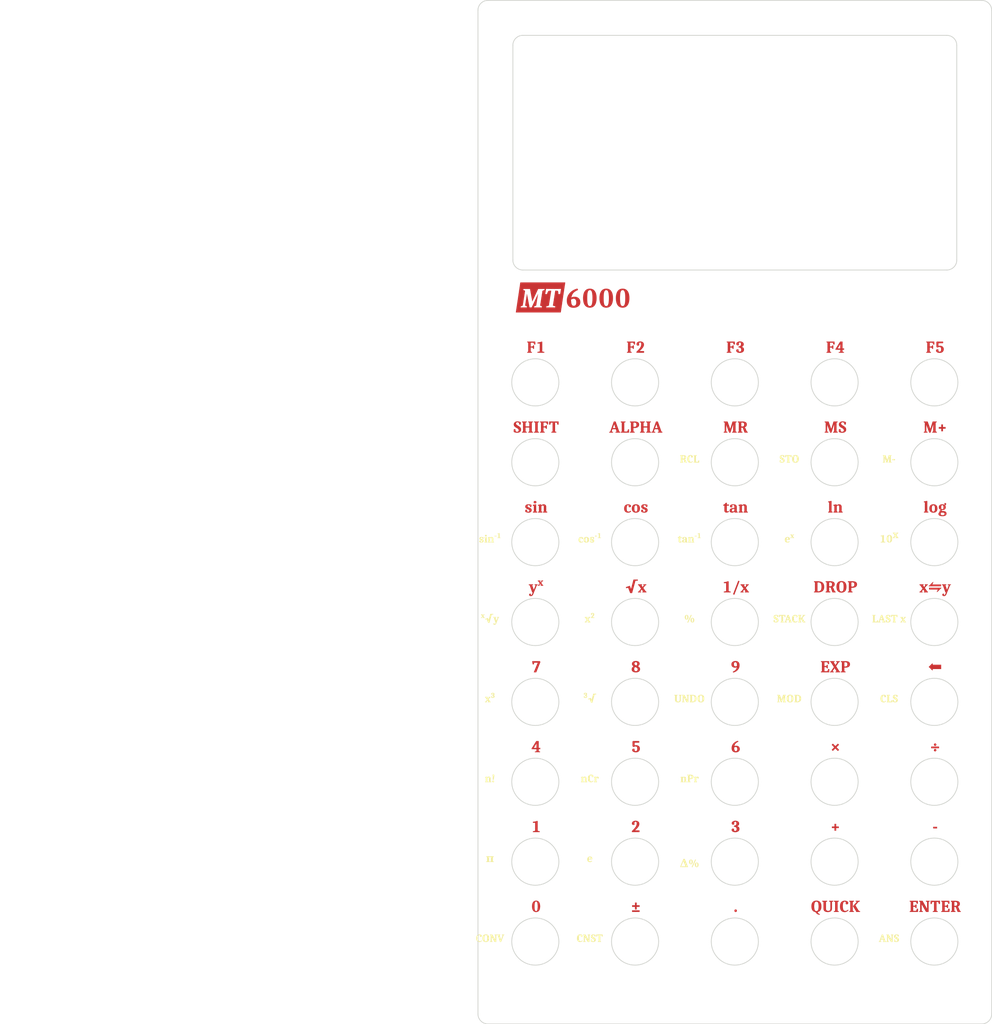
<source format=kicad_pcb>
(kicad_pcb (version 20211014) (generator pcbnew)
  (layers (0 "F.Cu" signal) (31 "B.Cu" signal) (34 "B.Paste" user) (35 "F.Paste" user) (36 "B.SilkS" user "B.Silkscreen") (37 "F.SilkS" user "F.Silkscreen") (38 "B.Mask" user) (39 "F.Mask" user) (44 "Edge.Cuts" user))
  (net 0 "")
  (gr_poly (pts (xy 137.605557 142.491889) (xy 137.593652 142.495363) (xy 137.582276 142.498374) (xy 137.571428 142.500922) (xy 137.56111 142.503006) (xy 137.55132 142.504628) (xy 137.54206 142.505787) (xy 137.533329 142.506482) (xy 137.525128 142.506713) (xy 137.517454 142.506581) (xy 137.509251 142.506182) (xy 137.50052 142.505519) (xy 137.49126 142.50459) (xy 137.48147 142.503394) (xy 137.471152 142.501934) (xy 137.460303 142.500207) (xy 137.448926 142.498214) (xy 137.440558 142.46273) (xy 137.43133 142.429295) (xy 137.426393 142.413346) (xy 137.421242 142.39791) (xy 137.415875 142.382987) (xy 137.410294 142.368576) (xy 137.404498 142.354677) (xy 137.398487 142.341291) (xy 137.392261 142.328417) (xy 137.38582 142.316056) (xy 137.379164 142.304207) (xy 137.372293 142.292871) (xy 137.365207 142.282047) (xy 137.357907 142.271736) (xy 137.002305 142.271736) (xy 137.002305 142.773384) (xy 137.199154 142.758567) (xy 137.203892 142.757911) (xy 137.20858 142.756989) (xy 137.213218 142.755803) (xy 137.217807 142.75435) (xy 137.222346 142.752633) (xy 137.226836 142.75065) (xy 137.231276 142.748402) (xy 137.235666 142.745888) (xy 137.240007 142.743109) (xy 137.244299 142.740066) (xy 137.24854 142.736756) (xy 137.252733 142.733182) (xy 137.256875 142.729342) (xy 137.260968 142.725237) (xy 137.265012 142.720867) (xy 137.269005 142.716232) (xy 137.273164 142.711379) (xy 137.277174 142.706344) (xy 137.281035 142.701127) (xy 137.284747 142.695728) (xy 137.288311 142.690147) (xy 137.291726 142.684385) (xy 137.294991 142.67844) (xy 137.298109 142.672313) (xy 137.301077 142.666004) (xy 137.303896 142.659514) (xy 137.306567 142.652841) (xy 137.309088 142.645986) (xy 137.311461 142.638949) (xy 137.313684 142.63173) (xy 137.315759 142.624328) (xy 137.317685 142.616744) (xy 137.42775 142.616744) (xy 137.42775 143.054893) (xy 137.317685 143.054893) (xy 137.310309 143.034523) (xy 137.303 143.01574) (xy 137.295758 142.998543) (xy 137.288582 142.982933) (xy 137.281472 142.96891) (xy 137.274429 142.956474) (xy 137.270932 142.950851) (xy 137.267452 142.945625) (xy 137.263988 142.940795) (xy 137.260541 142.936363) (xy 137.257068 142.932244) (xy 137.25353 142.928358) (xy 137.249926 142.924703) (xy 137.246255 142.921279) (xy 137.242518 142.918087) (xy 137.238714 142.915127) (xy 137.234845 142.912399) (xy 137.230909 142.909902) (xy 137.226907 142.907637) (xy 137.222838 142.905603) (xy 137.218704 142.903801) (xy 137.214503 142.90223) (xy 137.210236 142.900891) (xy 137.205903 142.899783) (xy 137.201503 142.898907) (xy 137.197037 142.898262) (xy 137.002305 142.881332) (xy 137.002305 143.423194) (xy 137.372723 143.423194) (xy 137.381048 143.410237) (xy 137.389093 143.396767) (xy 137.396856 143.382784) (xy 137.404338 143.36829) (xy 137.411539 143.353283) (xy 137.418459 143.337763) (xy 137.425099 143.321731) (xy 137.431457 143.305187) (xy 137.437534 143.28813) (xy 137.44333 143.27056) (xy 137.448844 143.252479) (xy 137.454078 143.233884) (xy 137.459031 143.214777) (xy 137.463703 143.195157) (xy 137.468093 143.175025) (xy 137.472203 143.15438) (xy 137.483216 143.152905) (xy 137.494031 143.151625) (xy 137.504648 143.150542) (xy 137.515066 143.149656) (xy 137.525285 143.148966) (xy 137.535307 143.148473) (xy 137.545129 143.148177) (xy 137.554753 143.148078) (xy 137.564709 143.148177) (xy 137.574465 143.148473) (xy 137.584024 143.148966) (xy 137.593383 143.149656) (xy 137.602545 143.150542) (xy 137.611507 143.151625) (xy 137.620272 143.152905) (xy 137.628838 143.15438) (xy 137.60767 143.554428) (xy 136.562035 143.554428) (xy 136.570508 143.467636) (xy 136.580653 143.465942) (xy 136.590451 143.464033) (xy 136.599902 143.461908) (xy 136.609005 143.459569) (xy 136.617761 143.457015) (xy 136.62617 143.454246) (xy 136.634231 143.451262) (xy 136.641945 143.448062) (xy 136.649312 143.444648) (xy 136.656331 143.441019) (xy 136.663003 143.437175) (xy 136.669328 143.433117) (xy 136.675306 143.428843) (xy 136.680936 143.424355) (xy 136.686219 143.419651) (xy 136.691155 143.414733) (xy 136.691155 142.28231) (xy 136.684697 142.276863) (xy 136.678024 142.27163) (xy 136.671136 142.266612) (xy 136.664034 142.261809) (xy 136.656716 142.257221) (xy 136.649184 142.252848) (xy 136.641437 142.248689) (xy 136.633474 142.244746) (xy 136.625297 142.241017) (xy 136.616905 142.237503) (xy 136.608298 142.234204) (xy 136.599475 142.231119) (xy 136.590438 142.22825) (xy 136.581186 142.225596) (xy 136.571718 142.223156) (xy 136.562035 142.220931) (xy 136.568383 142.142616) (xy 137.597088 142.142616)) (layer "F.Cu") (width 0.01) (fill solid))
  (gr_poly (pts (xy 113.280823 91.742683) (xy 113.551758 91.742683) (xy 113.551758 91.880271) (xy 113.27871 91.880271) (xy 113.27871 92.498336) (xy 113.279107 92.511921) (xy 113.280297 92.52463) (xy 113.28119 92.530655) (xy 113.282282 92.536462) (xy 113.283572 92.542049) (xy 113.28506 92.547417) (xy 113.286747 92.552566) (xy 113.288632 92.557496) (xy 113.290716 92.562207) (xy 113.292998 92.566699) (xy 113.295478 92.570971) (xy 113.298157 92.575025) (xy 113.301034 92.578859) (xy 113.30411 92.582474) (xy 113.307384 92.58587) (xy 113.310857 92.589047) (xy 113.314528 92.592005) (xy 113.318398 92.594744) (xy 113.322466 92.597264) (xy 113.326732 92.599564) (xy 113.331197 92.601645) (xy 113.33586 92.603508) (xy 113.340722 92.605151) (xy 113.345782 92.606575) (xy 113.351041 92.60778) (xy 113.356498 92.608766) (xy 113.362153 92.609533) (xy 113.368007 92.610081) (xy 113.37406 92.610409) (xy 113.380311 92.610519) (xy 113.389835 92.610312) (xy 113.399359 92.609692) (xy 113.408884 92.608659) (xy 113.418409 92.607212) (xy 113.427933 92.605351) (xy 113.437458 92.603077) (xy 113.446983 92.60039) (xy 113.456508 92.59729) (xy 113.466033 92.593776) (xy 113.475558 92.589848) (xy 113.485083 92.585507) (xy 113.494608 92.580753) (xy 113.504133 92.575585) (xy 113.513658 92.570004) (xy 113.523183 92.564009) (xy 113.532708 92.557601) (xy 113.575039 92.63169) (xy 113.556601 92.647581) (xy 113.537799 92.662447) (xy 113.518634 92.676288) (xy 113.499104 92.689103) (xy 113.479211 92.700893) (xy 113.458954 92.711657) (xy 113.438333 92.721397) (xy 113.417348 92.730111) (xy 113.396 92.7378) (xy 113.374288 92.744463) (xy 113.352212 92.750102) (xy 113.329772 92.754715) (xy 113.306968 92.758303) (xy 113.283801 92.760866) (xy 113.260269 92.762404) (xy 113.236374 92.762916) (xy 113.236374 92.762924) (xy 113.222252 92.762684) (xy 113.20846 92.761965) (xy 113.194999 92.760766) (xy 113.181869 92.759088) (xy 113.16907 92.756931) (xy 113.156601 92.754294) (xy 113.144463 92.751177) (xy 113.132656 92.747581) (xy 113.12118 92.743505) (xy 113.110034 92.73895) (xy 113.09922 92.733915) (xy 113.088735 92.7284) (xy 113.078582 92.722406) (xy 113.06876 92.715932) (xy 113.059268 92.708979) (xy 113.050107 92.701545) (xy 113.041392 92.693624) (xy 113.033239 92.685207) (xy 113.025649 92.676293) (xy 113.018621 92.666884) (xy 113.012155 92.656978) (xy 113.006252 92.646577) (xy 113.00091 92.635679) (xy 112.996131 92.624285) (xy 112.991914 92.612395) (xy 112.988259 92.600009) (xy 112.985167 92.587127) (xy 112.982637 92.573749) (xy 112.980669 92.559874) (xy 112.979263 92.545503) (xy 112.97842 92.530637) (xy 112.978138 92.515274) (xy 112.978138 91.880271) (xy 112.827855 91.880271) (xy 112.827855 91.782905) (xy 112.854884 91.772197) (xy 112.880937 91.760712) (xy 112.906015 91.74845) (xy 112.930117 91.73541) (xy 112.953243 91.721594) (xy 112.975394 91.707001) (xy 112.996569 91.69163) (xy 113.016769 91.675482) (xy 113.035993 91.658557) (xy 113.054241 91.640855) (xy 113.071513 91.622376) (xy 113.08781 91.603119) (xy 113.103131 91.583085) (xy 113.117476 91.562273) (xy 113.130845 91.540684) (xy 113.143239 91.518318) (xy 113.280823 91.518318)) (layer "F.Cu") (width 0.01) (fill solid))
  (gr_poly (pts (xy 139.19096 82.135135) (xy 139.48729 81.182632) (xy 140.003758 81.182632) (xy 139.991055 81.265182) (xy 139.980877 81.268424) (xy 139.97098 81.271798) (xy 139.961364 81.275304) (xy 139.952029 81.278943) (xy 139.942976 81.282713) (xy 139.934203 81.286616) (xy 139.925712 81.290651) (xy 139.917502 81.294818) (xy 139.909574 81.299118) (xy 139.901926 81.303549) (xy 139.894559 81.308113) (xy 139.887474 81.312808) (xy 139.88067 81.317636) (xy 139.874146 81.322596) (xy 139.867904 81.327688) (xy 139.861943 81.332912) (xy 139.861943 82.444168) (xy 139.868267 82.449641) (xy 139.875072 82.454949) (xy 139.882355 82.460092) (xy 139.890119 82.465069) (xy 139.898362 82.469881) (xy 139.907085 82.474528) (xy 139.916287 82.47901) (xy 139.92597 82.483325) (xy 139.936132 82.487476) (xy 139.946773 82.491461) (xy 139.957894 82.495281) (xy 139.969495 82.498935) (xy 139.981576 82.502424) (xy 139.994136 82.505747) (xy 140.007176 82.508905) (xy 140.020695 82.511898) (xy 140.020694 82.511899) (xy 140.020693 82.5119) (xy 140.020692 82.5119) (xy 140.020691 82.511901) (xy 140.020689 82.511902) (xy 140.020687 82.511903) (xy 140.020686 82.511904) (xy 140.020682 82.511905) (xy 140.020681 82.511906) (xy 140.020679 82.511907) (xy 140.020678 82.511907) (xy 140.020676 82.511908) (xy 140.020676 82.511909) (xy 140.020675 82.51191) (xy 140.020674 82.51191) (xy 140.020674 82.511911) (xy 140.020673 82.511912) (xy 140.020672 82.511913) (xy 140.005852 82.594463) (xy 139.432236 82.594463) (xy 139.440709 82.507675) (xy 139.449606 82.50569) (xy 139.458304 82.503441) (xy 139.466804 82.500927) (xy 139.475106 82.498148) (xy 139.483209 82.495105) (xy 139.491113 82.491798) (xy 139.498819 82.488226) (xy 139.506326 82.484389) (xy 139.513635 82.480288) (xy 139.520746 82.475923) (xy 139.527658 82.471293) (xy 139.534373 82.466398) (xy 139.540888 82.461239) (xy 139.547206 82.455816) (xy 139.553325 82.450128) (xy 139.559247 82.444175) (xy 139.559247 81.519187) (xy 139.214226 82.594455) (xy 139.051243 82.594455) (xy 138.67236 81.576339) (xy 138.67236 82.444175) (xy 138.678685 82.449649) (xy 138.68549 82.454957) (xy 138.692774 82.460099) (xy 138.700538 82.465076) (xy 138.708782 82.469888) (xy 138.717505 82.474535) (xy 138.726707 82.479016) (xy 138.73639 82.483332) (xy 138.746551 82.487482) (xy 138.757193 82.491467) (xy 138.768314 82.495287) (xy 138.779914 82.498941) (xy 138.791995 82.50243) (xy 138.804554 82.505754) (xy 138.817594 82.508912) (xy 138.831112 82.511905) (xy 138.8163 82.594455) (xy 138.359097 82.594455) (xy 138.36757 82.507671) (xy 138.376226 82.505934) (xy 138.384734 82.5039) (xy 138.393093 82.501568) (xy 138.401303 82.498939) (xy 138.409365 82.496012) (xy 138.417277 82.492787) (xy 138.425041 82.489265) (xy 138.432655 82.485445) (xy 138.440121 82.481327) (xy 138.447439 82.476912) (xy 138.454607 82.472199) (xy 138.461627 82.467188) (xy 138.468497 82.46188) (xy 138.475219 82.456273) (xy 138.481792 82.450369) (xy 138.488217 82.444168) (xy 138.488217 81.332912) (xy 138.482504 81.328183) (xy 138.476476 81.323521) (xy 138.470134 81.318925) (xy 138.463478 81.314394) (xy 138.456508 81.30993) (xy 138.449224 81.305531) (xy 138.441625 81.301199) (xy 138.433712 81.296933) (xy 138.425485 81.292732) (xy 138.416944 81.288598) (xy 138.408088 81.28453) (xy 138.398918 81.280528) (xy 138.389434 81.276593) (xy 138.379636 81.272723) (xy 138.369524 81.268919) (xy 138.359097 81.265182) (xy 138.36757 81.182632) (xy 138.84594 81.182632)) (layer "F.Cu") (width 0.01) (fill solid))
  (gr_poly (pts (xy 100.070162 64.287658) (xy 100.119482 64.291296) (xy 100.167286 64.297359) (xy 100.213574 64.305848) (xy 100.258346 64.316762) (xy 100.301603 64.330101) (xy 100.343344 64.345866) (xy 100.383569 64.364056) (xy 100.422278 64.384671) (xy 100.459471 64.407712) (xy 100.495149 64.433178) (xy 100.529311 64.46107) (xy 100.561957 64.491388) (xy 100.593087 64.524131) (xy 100.622701 64.559299) (xy 100.6508 64.596893) (xy 100.677713 64.636347) (xy 100.70289 64.677978) (xy 100.72633 64.721786) (xy 100.748034 64.767771) (xy 100.768002 64.815933) (xy 100.786234 64.866273) (xy 100.802729 64.91879) (xy 100.817488 64.973485) (xy 100.830511 65.030357) (xy 100.841797 65.089406) (xy 100.851347 65.150632) (xy 100.859161 65.214036) (xy 100.865238 65.279618) (xy 100.869579 65.347376) (xy 100.872183 65.417312) (xy 100.873052 65.489426) (xy 100.872183 65.561565) (xy 100.869579 65.631583) (xy 100.865238 65.699479) (xy 100.859161 65.765252) (xy 100.851348 65.828904) (xy 100.841798 65.890433) (xy 100.830512 65.949841) (xy 100.81749 66.007126) (xy 100.802731 66.062289) (xy 100.786236 66.11533) (xy 100.768004 66.166248) (xy 100.748036 66.215045) (xy 100.726332 66.261719) (xy 100.702891 66.306271) (xy 100.677713 66.3487) (xy 100.6508 66.389008) (xy 100.622701 66.4266) (xy 100.593087 66.461768) (xy 100.561957 66.49451) (xy 100.529311 66.524827) (xy 100.49515 66.552719) (xy 100.4775 66.565755) (xy 100.459472 66.578186) (xy 100.441065 66.590009) (xy 100.422279 66.601227) (xy 100.403114 66.611838) (xy 100.38357 66.621842) (xy 100.343345 66.640033) (xy 100.301605 66.655798) (xy 100.258348 66.669138) (xy 100.213575 66.680052) (xy 100.167287 66.688541) (xy 100.119483 66.694604) (xy 100.070162 66.698243) (xy 100.019326 66.699455) (xy 99.968477 66.698243) (xy 99.919116 66.694605) (xy 99.871243 66.688542) (xy 99.824858 66.680053) (xy 99.779962 66.669139) (xy 99.736554 66.6558) (xy 99.694634 66.640035) (xy 99.654202 66.621845) (xy 99.615259 66.60123) (xy 99.577804 66.578189) (xy 99.541837 66.552722) (xy 99.507359 66.524831) (xy 99.474369 66.494513) (xy 99.442867 66.46177) (xy 99.412853 66.426602) (xy 99.384328 66.389008) (xy 99.357415 66.348714) (xy 99.332238 66.306326) (xy 99.308797 66.261843) (xy 99.287093 66.215265) (xy 99.267125 66.166593) (xy 99.248894 66.115825) (xy 99.232398 66.062964) (xy 99.217639 66.008007) (xy 99.204617 65.950956) (xy 99.19333 65.89181) (xy 99.18378 65.83057) (xy 99.175967 65.767235) (xy 99.16989 65.701806) (xy 99.165549 65.634282) (xy 99.162944 65.564663) (xy 99.162076 65.49295) (xy 99.162118 65.489426) (xy 99.680661 65.489426) (xy 99.681874 65.621277) (xy 99.685512 65.743427) (xy 99.691575 65.855875) (xy 99.700064 65.958622) (xy 99.710978 66.051667) (xy 99.724317 66.13501) (xy 99.740082 66.208651) (xy 99.758271 66.272591) (xy 99.768799 66.300785) (xy 99.780098 66.32716) (xy 99.792169 66.351717) (xy 99.805012 66.374454) (xy 99.818627 66.395373) (xy 99.833014 66.414473) (xy 99.848172 66.431753) (xy 99.864102 66.447215) (xy 99.872357 66.454264) (xy 99.880804 66.460858) (xy 99.889445 66.466997) (xy 99.898278 66.472682) (xy 99.907304 66.477911) (xy 99.916523 66.482686) (xy 99.925935 66.487007) (xy 99.935541 66.490872) (xy 99.945338 66.494283) (xy 99.955329 66.497239) (xy 99.965513 66.49974) (xy 99.97589 66.501786) (xy 99.98646 66.503378) (xy 99.997222 66.504515) (xy 100.019326 66.505425) (xy 100.030471 66.505197) (xy 100.041416 66.504515) (xy 100.052162 66.503378) (xy 100.062707 66.501787) (xy 100.073053 66.49974) (xy 100.083199 66.497239) (xy 100.093145 66.494284) (xy 100.102891 66.490873) (xy 100.112437 66.487008) (xy 100.121784 66.482688) (xy 100.130931 66.477913) (xy 100.139877 66.472684) (xy 100.148625 66.466999) (xy 100.157172 66.46086) (xy 100.165519 66.454266) (xy 100.173667 66.447218) (xy 100.181615 66.439715) (xy 100.189363 66.431757) (xy 100.196911 66.423344) (xy 100.204259 66.414476) (xy 100.211408 66.405154) (xy 100.218356 66.395376) (xy 100.225105 66.385144) (xy 100.231654 66.374458) (xy 100.244153 66.35172) (xy 100.255852 66.327163) (xy 100.266752 66.300786) (xy 100.276853 66.272591) (xy 100.286677 66.241832) (xy 100.295868 66.208649) (xy 100.304426 66.17304) (xy 100.312349 66.135005) (xy 100.319639 66.094546) (xy 100.326295 66.051661) (xy 100.332317 66.006351) (xy 100.337705 65.958616) (xy 100.34246 65.908456) (xy 100.34658 65.85587) (xy 100.352919 65.743423) (xy 100.356723 65.621275) (xy 100.357991 65.489426) (xy 100.356723 65.357574) (xy 100.352919 65.235424) (xy 100.34658 65.122976) (xy 100.337705 65.020229) (xy 100.326295 64.927185) (xy 100.312349 64.843842) (xy 100.295868 64.7702) (xy 100.286677 64.737018) (xy 100.276853 64.706261) (xy 100.266752 64.677211) (xy 100.255852 64.650036) (xy 100.244152 64.624735) (xy 100.231654 64.601308) (xy 100.218355 64.579756) (xy 100.204258 64.560077) (xy 100.189361 64.542273) (xy 100.173665 64.526342) (xy 100.165518 64.51908) (xy 100.15717 64.512286) (xy 100.148623 64.505961) (xy 100.139876 64.500104) (xy 100.130929 64.494716) (xy 100.121782 64.489796) (xy 100.112436 64.485345) (xy 100.102889 64.481363) (xy 100.093143 64.477849) (xy 100.083197 64.474803) (xy 100.073052 64.472226) (xy 100.062706 64.470118) (xy 100.052161 64.468478) (xy 100.041416 64.467307) (xy 100.019326 64.46637) (xy 100.008178 64.4666) (xy 99.997222 64.467293) (xy 99.98646 64.468447) (xy 99.97589 64.470063) (xy 99.965513 64.47214) (xy 99.95533 64.474679) (xy 99.945339 64.47768) (xy 99.935541 64.481142) (xy 99.925936 64.485066) (xy 99.916524 64.489452) (xy 99.907305 64.494299) (xy 99.898279 64.499608) (xy 99.889446 64.505379) (xy 99.880805 64.511611) (xy 99.872358 64.518305) (xy 99.864104 64.52546) (xy 99.856042 64.533077) (xy 99.848174 64.541156) (xy 99.840498 64.549696) (xy 99.833015 64.558698) (xy 99.825726 64.568162) (xy 99.818629 64.578087) (xy 99.805014 64.599322) (xy 99.792171 64.622404) (xy 99.780099 64.647332) (xy 99.768799 64.674107) (xy 99.758271 64.702728) (xy 99.748873 64.7335) (xy 99.740082 64.766725) (xy 99.731896 64.802403) (xy 99.724317 64.840534) (xy 99.717345 64.881117) (xy 99.710978 64.924154) (xy 99.705218 64.969643) (xy 99.700064 65.017585) (xy 99.691575 65.120828) (xy 99.685512 65.233882) (xy 99.681874 65.356748) (xy 99.680661 65.489426) (xy 99.162118 65.489426) (xy 99.162944 65.420824) (xy 99.165549 65.350848) (xy 99.169889 65.283021) (xy 99.175966 65.217344) (xy 99.18378 65.153816) (xy 99.193329 65.092438) (xy 99.204616 65.03321) (xy 99.217638 64.976131) (xy 99.232397 64.921202) (xy 99.248892 64.868423) (xy 99.267124 64.817794) (xy 99.287092 64.769314) (xy 99.308796 64.722984) (xy 99.332237 64.678804) (xy 99.357414 64.636774) (xy 99.384328 64.596893) (xy 99.412853 64.5593) (xy 99.442867 64.524133) (xy 99.474369 64.491391) (xy 99.507359 64.461074) (xy 99.541837 64.433182) (xy 99.577804 64.407715) (xy 99.615259 64.384674) (xy 99.654202 64.364059) (xy 99.694634 64.345868) (xy 99.736554 64.330103) (xy 99.779962 64.316763) (xy 99.824858 64.305849) (xy 99.871243 64.29736) (xy 99.919116 64.291296) (xy 99.968477 64.287658) (xy 100.019326 64.286446)) (layer "F.Cu") (width 0.01) (fill solid))
  (gr_poly (pts (xy 89.348732 81.269424) (xy 89.337495 81.271656) (xy 89.32654 81.27412) (xy 89.315866 81.276815) (xy 89.305473 81.279742) (xy 89.29536 81.2829) (xy 89.28553 81.28629) (xy 89.27598 81.289911) (xy 89.266711 81.293764) (xy 89.257723 81.297849) (xy 89.249017 81.302165) (xy 89.240592 81.306713) (xy 89.232447 81.311492) (xy 89.224584 81.316503) (xy 89.217002 81.321746) (xy 89.209701 81.327221) (xy 89.202682 81.332927) (xy 89.202682 82.444179) (xy 89.208263 82.44914) (xy 89.214422 82.453969) (xy 89.221161 82.458666) (xy 89.228478 82.463231) (xy 89.236375 82.467663) (xy 89.244849 82.471962) (xy 89.253903 82.47613) (xy 89.263536 82.480165) (xy 89.273747 82.484068) (xy 89.284537 82.487838) (xy 89.295906 82.491476) (xy 89.307854 82.494982) (xy 89.32038 82.498356) (xy 89.333485 82.501597) (xy 89.347169 82.504706) (xy 89.361432 82.507682) (xy 89.346615 82.594467) (xy 88.730664 82.594467) (xy 88.739131 82.507682) (xy 88.750888 82.505697) (xy 88.762348 82.503447) (xy 88.77351 82.500933) (xy 88.784375 82.498154) (xy 88.794942 82.495111) (xy 88.805211 82.491804) (xy 88.815182 82.488231) (xy 88.824856 82.484395) (xy 88.834232 82.480294) (xy 88.843311 82.475928) (xy 88.852092 82.471298) (xy 88.860575 82.466404) (xy 88.868761 82.461244) (xy 88.876649 82.455821) (xy 88.884239 82.450132) (xy 88.891532 82.444179) (xy 88.891532 81.332927) (xy 88.885446 81.327221) (xy 88.878831 81.321746) (xy 88.871688 81.316503) (xy 88.864015 81.311492) (xy 88.855813 81.306713) (xy 88.847081 81.302165) (xy 88.837821 81.297849) (xy 88.828031 81.293764) (xy 88.817713 81.289911) (xy 88.806865 81.28629) (xy 88.795488 81.2829) (xy 88.783581 81.279742) (xy 88.771146 81.276815) (xy 88.758181 81.27412) (xy 88.744688 81.271656) (xy 88.730665 81.269424) (xy 88.730664 81.269424) (xy 88.741248 81.18264) (xy 89.361432 81.18264)) (layer "F.Cu") (width 0.01) (fill solid))
  (gr_poly (pts (xy 102.172555 143.554481) (xy 101.222168 143.554481) (xy 101.222168 143.353393) (xy 102.172555 143.353393)) (layer "F.Cu") (width 0.01) (fill solid))
  (gr_poly (pts (xy 116.068471 101.976768) (xy 116.0594 101.977396) (xy 116.05071 101.978224) (xy 116.042401 101.979249) (xy 116.034472 101.980473) (xy 116.026923 101.981895) (xy 116.019754 101.983516) (xy 116.012966 101.985335) (xy 116.006558 101.987353) (xy 116.00053 101.989569) (xy 115.994883 101.991983) (xy 115.989616 101.994596) (xy 115.98473 101.997407) (xy 115.980224 102.000417) (xy 115.976098 102.003624) (xy 115.972352 102.00703) (xy 115.968987 102.010635) (xy 115.693818 102.34719) (xy 116.004971 102.783226) (xy 116.00832 102.787632) (xy 116.012016 102.791857) (xy 116.016059 102.7959) (xy 116.020449 102.799761) (xy 116.025187 102.80344) (xy 116.030272 102.806937) (xy 116.035704 102.810253) (xy 116.041483 102.813386) (xy 116.04761 102.816338) (xy 116.054084 102.819108) (xy 116.060905 102.821696) (xy 116.068074 102.824102) (xy 116.07559 102.826327) (xy 116.083452 102.828369) (xy 116.091663 102.83023) (xy 116.10022 102.831909) (xy 116.087521 102.914459) (xy 115.57317 102.914459) (xy 115.590104 102.827674) (xy 115.596131 102.827567) (xy 115.602043 102.827244) (xy 115.607839 102.826706) (xy 115.613519 102.825954) (xy 115.619083 102.824986) (xy 115.624532 102.823803) (xy 115.629865 102.822405) (xy 115.635082 102.820793) (xy 115.640184 102.818965) (xy 115.645169 102.816922) (xy 115.650039 102.814665) (xy 115.654794 102.812193) (xy 115.659432 102.809505) (xy 115.663955 102.806603) (xy 115.668362 102.803487) (xy 115.672654 102.800155) (xy 115.499089 102.554626) (xy 115.298005 102.789573) (xy 115.304677 102.793212) (xy 115.311466 102.796718) (xy 115.31837 102.800092) (xy 115.32539 102.803334) (xy 115.332525 102.806443) (xy 115.339777 102.809419) (xy 115.347144 102.812263) (xy 115.354627 102.814975) (xy 115.362225 102.817555) (xy 115.36994 102.820002) (xy 115.37777 102.822317) (xy 115.385716 102.8245) (xy 115.393777 102.82655) (xy 115.401954 102.828469) (xy 115.410247 102.830255) (xy 115.418656 102.831909) (xy 115.405957 102.914459) (xy 115.016488 102.914459) (xy 115.031304 102.827674) (xy 115.038571 102.827062) (xy 115.045558 102.826285) (xy 115.052263 102.825343) (xy 115.058687 102.824235) (xy 115.064831 102.822962) (xy 115.070693 102.821524) (xy 115.076274 102.81992) (xy 115.081574 102.818151) (xy 115.086593 102.816216) (xy 115.091331 102.814117) (xy 115.095788 102.811851) (xy 115.099963 102.80942) (xy 115.103858 102.806824) (xy 115.107471 102.804062) (xy 115.110803 102.801135) (xy 115.113854 102.798042) (xy 115.418652 102.442436) (xy 115.122319 102.02333) (xy 115.11921 102.01942) (xy 115.115704 102.015625) (xy 115.111802 102.011946) (xy 115.107502 102.008383) (xy 115.102806 102.004935) (xy 115.097713 102.001603) (xy 115.092223 101.998387) (xy 115.086336 101.995286) (xy 115.080052 101.992302) (xy 115.073371 101.989432) (xy 115.066294 101.986679) (xy 115.058819 101.984041) (xy 115.050948 101.981519) (xy 115.04268 101.979113) (xy 115.034014 101.976822) (xy 115.024952 101.974647) (xy 115.037655 101.892097) (xy 115.549889 101.892097) (xy 115.535073 101.978889) (xy 115.528053 101.979739) (xy 115.521281 101.980706) (xy 115.514757 101.981788) (xy 115.508482 101.982986) (xy 115.502454 101.9843) (xy 115.496675 101.98573) (xy 115.491143 101.987275) (xy 115.48586 101.988937) (xy 115.480825 101.990714) (xy 115.476037 101.992608) (xy 115.471498 101.994617) (xy 115.467207 101.996742) (xy 115.463164 101.998983) (xy 115.459369 102.001339) (xy 115.455822 102.003812) (xy 115.452523 102.006401) (xy 115.613389 102.232887) (xy 115.786953 102.016983) (xy 115.782605 102.013097) (xy 115.778025 102.009376) (xy 115.773213 102.005821) (xy 115.768169 102.002431) (xy 115.762895 101.999207) (xy 115.757388 101.996148) (xy 115.75165 101.993253) (xy 115.74568 101.990525) (xy 115.739479 101.987961) (xy 115.733046 101.985563) (xy 115.726382 101.98333) (xy 115.719486 101.981263) (xy 115.712359 101.979361) (xy 115.705 101.977624) (xy 115.697409 101.976053) (xy 115.689587 101.974647) (xy 115.70229 101.889984) (xy 116.081173 101.889984)) (layer "F.Cu") (width 0.01) (fill solid))
  (gr_poly (pts (xy 114.306351 71.371887) (xy 114.295338 71.374863) (xy 114.284524 71.377443) (xy 114.273908 71.379626) (xy 114.26349 71.381411) (xy 114.25327 71.3828) (xy 114.243249 71.383792) (xy 114.233426 71.384387) (xy 114.223801 71.384586) (xy 114.214276 71.384487) (xy 114.20475 71.384192) (xy 114.195225 71.3837) (xy 114.1857 71.383011) (xy 114.176176 71.382125) (xy 114.166651 71.381042) (xy 114.157127 71.379762) (xy 114.147603 71.378286) (xy 114.139235 71.342799) (xy 114.130007 71.309362) (xy 114.125071 71.293413) (xy 114.11992 71.277976) (xy 114.114554 71.263052) (xy 114.108973 71.24864) (xy 114.103176 71.234741) (xy 114.097165 71.221355) (xy 114.090939 71.208482) (xy 114.084498 71.196121) (xy 114.077842 71.184272) (xy 114.070971 71.172937) (xy 114.063885 71.162114) (xy 114.056584 71.151803) (xy 113.711567 71.151803) (xy 113.711567 71.653453) (xy 113.908417 71.638633) (xy 113.913155 71.637976) (xy 113.917844 71.637053) (xy 113.922482 71.635865) (xy 113.927071 71.634413) (xy 113.931611 71.632695) (xy 113.9361 71.630712) (xy 113.94054 71.628464) (xy 113.944931 71.625951) (xy 113.949271 71.623172) (xy 113.953562 71.620129) (xy 113.957804 71.616821) (xy 113.961996 71.613247) (xy 113.966138 71.609409) (xy 113.970231 71.605306) (xy 113.974274 71.600937) (xy 113.978268 71.596303) (xy 113.982427 71.59145) (xy 113.986438 71.586415) (xy 113.990299 71.581198) (xy 113.994012 71.575798) (xy 113.997575 71.570218) (xy 114.00099 71.564455) (xy 114.004256 71.55851) (xy 114.007373 71.552384) (xy 114.010341 71.546075) (xy 114.01316 71.539585) (xy 114.01583 71.532913) (xy 114.018352 71.526059) (xy 114.020724 71.519023) (xy 114.022948 71.511805) (xy 114.025022 71.504405) (xy 114.026948 71.496824) (xy 114.137013 71.496824) (xy 114.137013 71.934974) (xy 114.026948 71.934974) (xy 114.019573 71.914601) (xy 114.012265 71.895815) (xy 114.005022 71.878617) (xy 113.997845 71.863007) (xy 113.990734 71.848984) (xy 113.983689 71.836549) (xy 113.980191 71.830927) (xy 113.976709 71.825702) (xy 113.973244 71.820873) (xy 113.969796 71.816442) (xy 113.966323 71.812324) (xy 113.962784 71.808437) (xy 113.959179 71.804782) (xy 113.955508 71.801359) (xy 113.951771 71.798167) (xy 113.947967 71.795207) (xy 113.944097 71.792479) (xy 113.940162 71.789982) (xy 113.93616 71.787716) (xy 113.932092 71.785682) (xy 113.927958 71.78388) (xy 113.923758 71.78231) (xy 113.919492 71.78097) (xy 113.915159 71.779863) (xy 113.910761 71.778987) (xy 113.906296 71.778343) (xy 113.711564 71.761413) (xy 113.711564 72.284231) (xy 113.717888 72.289704) (xy 113.724692 72.295013) (xy 113.731976 72.300156) (xy 113.73974 72.305133) (xy 113.747983 72.309945) (xy 113.756706 72.314592) (xy 113.765908 72.319073) (xy 113.77559 72.323389) (xy 113.785752 72.327539) (xy 113.796393 72.331524) (xy 113.807514 72.335343) (xy 113.819114 72.338998) (xy 113.831194 72.342486) (xy 113.843754 72.34581) (xy 113.856793 72.348968) (xy 113.870312 72.351961) (xy 113.855492 72.434511) (xy 113.27129 72.434511) (xy 113.279789 72.34773) (xy 113.289935 72.346035) (xy 113.299733 72.344125) (xy 113.309183 72.342) (xy 113.318287 72.33966) (xy 113.327043 72.337105) (xy 113.335452 72.334335) (xy 113.343513 72.33135) (xy 113.351227 72.328151) (xy 113.358594 72.324736) (xy 113.365614 72.321106) (xy 113.372286 72.317261) (xy 113.378612 72.313201) (xy 113.38459 72.308926) (xy 113.390221 72.304436) (xy 113.395504 72.299731) (xy 113.400441 72.294811) (xy 113.400441 71.162393) (xy 113.393983 71.156944) (xy 113.387311 71.15171) (xy 113.380423 71.146691) (xy 113.373321 71.141887) (xy 113.366004 71.137299) (xy 113.358472 71.132925) (xy 113.350724 71.128766) (xy 113.342762 71.124822) (xy 113.334585 71.121093) (xy 113.326193 71.11758) (xy 113.317586 71.114281) (xy 113.308763 71.111197) (xy 113.299726 71.108329) (xy 113.290474 71.105675) (xy 113.281007 71.103236) (xy 113.271325 71.101013) (xy 113.277627 71.022693) (xy 114.287278 71.022693)) (layer "F.Cu") (width 0.01) (fill solid))
  (gr_poly (pts (xy 89.031042 142.12221) (xy 89.060634 142.124393) (xy 89.089317 142.128031) (xy 89.11709 142.133124) (xy 89.143953 142.139672) (xy 89.169907 142.147676) (xy 89.194952 142.157134) (xy 89.219087 142.168048) (xy 89.242313 142.180417) (xy 89.264629 142.194242) (xy 89.286035 142.209521) (xy 89.306532 142.226256) (xy 89.32612 142.244446) (xy 89.344798 142.264091) (xy 89.362566 142.285191) (xy 89.379425 142.307746) (xy 89.395573 142.331419) (xy 89.410679 142.356399) (xy 89.424743 142.382685) (xy 89.437766 142.410277) (xy 89.449747 142.439175) (xy 89.460686 142.46938) (xy 89.470583 142.500891) (xy 89.479438 142.533708) (xy 89.487252 142.567832) (xy 89.494023 142.603261) (xy 89.499753 142.639997) (xy 89.504441 142.678039) (xy 89.508088 142.717387) (xy 89.510692 142.758042) (xy 89.512255 142.800002) (xy 89.512776 142.843269) (xy 89.512255 142.886553) (xy 89.510692 142.928564) (xy 89.508088 142.969301) (xy 89.504441 143.008765) (xy 89.499753 143.046956) (xy 89.494023 143.083873) (xy 89.487252 143.119517) (xy 89.479438 143.153887) (xy 89.470583 143.186985) (xy 89.460686 143.218809) (xy 89.449747 143.24936) (xy 89.437766 143.278638) (xy 89.424743 143.306642) (xy 89.410679 143.333374) (xy 89.395573 143.358832) (xy 89.379425 143.383018) (xy 89.362566 143.405572) (xy 89.344798 143.426671) (xy 89.32612 143.446315) (xy 89.306532 143.464504) (xy 89.286036 143.481238) (xy 89.275446 143.489059) (xy 89.264629 143.496517) (xy 89.253585 143.503611) (xy 89.242313 143.510341) (xy 89.230814 143.516707) (xy 89.219088 143.522709) (xy 89.194953 143.533623) (xy 89.169908 143.543081) (xy 89.143954 143.551085) (xy 89.11709 143.557633) (xy 89.089317 143.562726) (xy 89.060635 143.566364) (xy 89.031042 143.568547) (xy 89.000541 143.569274) (xy 88.970031 143.568547) (xy 88.940414 143.566364) (xy 88.91169 143.562726) (xy 88.883859 143.557633) (xy 88.856921 143.551085) (xy 88.830877 143.543081) (xy 88.805725 143.533623) (xy 88.781466 143.522709) (xy 88.758099 143.510341) (xy 88.735626 143.496517) (xy 88.714046 143.481238) (xy 88.693359 143.464504) (xy 88.673565 143.446315) (xy 88.654664 143.426671) (xy 88.636656 143.405572) (xy 88.61954 143.383018) (xy 88.603392 143.358841) (xy 88.588286 143.333406) (xy 88.574222 143.306716) (xy 88.5612 143.278768) (xy 88.549219 143.249564) (xy 88.53828 143.219103) (xy 88.528383 143.187386) (xy 88.519528 143.154412) (xy 88.511714 143.120181) (xy 88.504942 143.084694) (xy 88.499213 143.04795) (xy 88.494524 143.00995) (xy 88.490878 142.970693) (xy 88.488274 142.930179) (xy 88.486711 142.888409) (xy 88.48619 142.845382) (xy 88.486215 142.843269) (xy 88.79734 142.843269) (xy 88.798068 142.922379) (xy 88.800251 142.995668) (xy 88.803889 143.063137) (xy 88.808982 143.124786) (xy 88.815531 143.180614) (xy 88.823534 143.230621) (xy 88.832993 143.274806) (xy 88.843907 143.313171) (xy 88.850224 143.330086) (xy 88.857004 143.34591) (xy 88.864247 143.360643) (xy 88.871953 143.374285) (xy 88.880122 143.386835) (xy 88.888754 143.398295) (xy 88.897849 143.408663) (xy 88.907407 143.41794) (xy 88.91236 143.422169) (xy 88.917428 143.426125) (xy 88.922612 143.429809) (xy 88.927912 143.433219) (xy 88.933328 143.436357) (xy 88.93886 143.439222) (xy 88.944507 143.441814) (xy 88.95027 143.444133) (xy 88.956148 143.44618) (xy 88.962143 143.447954) (xy 88.968253 143.449454) (xy 88.974479 143.450682) (xy 88.980821 143.451637) (xy 88.987278 143.452319) (xy 89.000541 143.452865) (xy 89.007228 143.452729) (xy 89.013795 143.452319) (xy 89.020242 143.451637) (xy 89.026569 143.450682) (xy 89.032777 143.449454) (xy 89.038864 143.447954) (xy 89.044832 143.44618) (xy 89.050679 143.444133) (xy 89.056407 143.441814) (xy 89.062015 143.439222) (xy 89.067503 143.436357) (xy 89.072871 143.433219) (xy 89.07812 143.429809) (xy 89.083248 143.426125) (xy 89.088257 143.422169) (xy 89.093145 143.41794) (xy 89.097914 143.413438) (xy 89.102563 143.408663) (xy 89.107092 143.403615) (xy 89.111501 143.398295) (xy 89.11579 143.392702) (xy 89.119959 143.386835) (xy 89.124009 143.380697) (xy 89.127938 143.374285) (xy 89.135438 143.360643) (xy 89.142457 143.34591) (xy 89.148998 143.330086) (xy 89.155058 143.313171) (xy 89.160954 143.294716) (xy 89.166469 143.274806) (xy 89.171603 143.253441) (xy 89.176357 143.230621) (xy 89.180731 143.206345) (xy 89.184725 143.180614) (xy 89.188338 143.153427) (xy 89.191571 143.124786) (xy 89.194423 143.094689) (xy 89.196896 143.063137) (xy 89.200699 142.995668) (xy 89.202981 142.922379) (xy 89.203742 142.843269) (xy 89.202981 142.764159) (xy 89.200699 142.690871) (xy 89.196896 142.623403) (xy 89.191571 142.561756) (xy 89.184725 142.505929) (xy 89.176357 142.455924) (xy 89.166469 142.411739) (xy 89.160954 142.391829) (xy 89.155058 142.373374) (xy 89.148998 142.355944) (xy 89.142457 142.339638) (xy 89.135438 142.324456) (xy 89.127938 142.310399) (xy 89.11996 142.297467) (xy 89.111501 142.285659) (xy 89.102563 142.274975) (xy 89.093146 142.265417) (xy 89.088257 142.261059) (xy 89.083248 142.256982) (xy 89.07812 142.253187) (xy 89.072872 142.249673) (xy 89.067504 142.24644) (xy 89.062016 142.243488) (xy 89.056408 142.240817) (xy 89.05068 142.238427) (xy 89.044832 142.236319) (xy 89.038864 142.234491) (xy 89.032777 142.232945) (xy 89.026569 142.23168) (xy 89.020242 142.230696) (xy 89.013795 142.229993) (xy 89.000541 142.229431) (xy 88.993852 142.229569) (xy 88.987279 142.229985) (xy 88.980821 142.230677) (xy 88.974479 142.231647) (xy 88.968254 142.232893) (xy 88.962143 142.234417) (xy 88.956149 142.236218) (xy 88.95027 142.238295) (xy 88.944507 142.24065) (xy 88.93886 142.243282) (xy 88.933329 142.24619) (xy 88.927913 142.249376) (xy 88.922613 142.252838) (xy 88.917429 142.256578) (xy 88.91236 142.260595) (xy 88.907408 142.264888) (xy 88.902571 142.269459) (xy 88.89785 142.274306) (xy 88.893244 142.279431) (xy 88.888755 142.284832) (xy 88.884381 142.290511) (xy 88.880123 142.296466) (xy 88.871953 142.309208) (xy 88.864247 142.323058) (xy 88.857004 142.338015) (xy 88.850224 142.35408) (xy 88.843907 142.371253) (xy 88.838268 142.389716) (xy 88.832993 142.409651) (xy 88.828082 142.431058) (xy 88.823534 142.453937) (xy 88.81935 142.478287) (xy 88.815531 142.504109) (xy 88.812074 142.531403) (xy 88.808982 142.560169) (xy 88.803889 142.622115) (xy 88.800251 142.689947) (xy 88.798068 142.763665) (xy 88.79734 142.843269) (xy 88.486215 142.843269) (xy 88.486711 142.802107) (xy 88.488274 142.760122) (xy 88.490878 142.719427) (xy 88.494524 142.680021) (xy 88.499213 142.641905) (xy 88.504942 142.605078) (xy 88.511714 142.569541) (xy 88.519528 142.535294) (xy 88.528383 142.502337) (xy 88.53828 142.470669) (xy 88.549219 142.440291) (xy 88.5612 142.411202) (xy 88.574222 142.383404) (xy 88.588286 142.356895) (xy 88.603392 142.331676) (xy 88.61954 142.307746) (xy 88.636656 142.285191) (xy 88.654664 142.264091) (xy 88.673565 142.244446) (xy 88.693359 142.226256) (xy 88.714046 142.209521) (xy 88.735626 142.194242) (xy 88.758099 142.180417) (xy 88.781466 142.168048) (xy 88.805725 142.157134) (xy 88.830877 142.147676) (xy 88.856921 142.139672) (xy 88.883859 142.133124) (xy 88.91169 142.128031) (xy 88.940414 142.124393) (xy 88.970031 142.12221) (xy 89.000541 142.121482)) (layer "F.Cu") (width 0.01) (fill solid))
  (gr_poly (pts (xy 95.893278 64.287658) (xy 95.942598 64.291296) (xy 95.990402 64.297359) (xy 96.03669 64.305848) (xy 96.081463 64.316762) (xy 96.124719 64.330101) (xy 96.16646 64.345866) (xy 96.206685 64.364056) (xy 96.245394 64.384671) (xy 96.282588 64.407712) (xy 96.318265 64.433178) (xy 96.352427 64.46107) (xy 96.385073 64.491388) (xy 96.416203 64.524131) (xy 96.445817 64.559299) (xy 96.473916 64.596893) (xy 96.500829 64.636347) (xy 96.526006 64.677978) (xy 96.549446 64.721786) (xy 96.571151 64.767771) (xy 96.591119 64.815933) (xy 96.60935 64.866273) (xy 96.625845 64.91879) (xy 96.640604 64.973485) (xy 96.653627 65.030357) (xy 96.664913 65.089406) (xy 96.674463 65.150632) (xy 96.682277 65.214036) (xy 96.688354 65.279618) (xy 96.692695 65.347376) (xy 96.6953 65.417312) (xy 96.696168 65.489426) (xy 96.6953 65.561565) (xy 96.692695 65.631583) (xy 96.688355 65.699479) (xy 96.682278 65.765252) (xy 96.674464 65.828904) (xy 96.664914 65.890433) (xy 96.653628 65.949841) (xy 96.640606 66.007126) (xy 96.625847 66.062289) (xy 96.609352 66.11533) (xy 96.59112 66.166248) (xy 96.571152 66.215045) (xy 96.549448 66.261719) (xy 96.526007 66.306271) (xy 96.50083 66.3487) (xy 96.473916 66.389008) (xy 96.445817 66.4266) (xy 96.416203 66.461768) (xy 96.385073 66.49451) (xy 96.352427 66.524827) (xy 96.318266 66.552719) (xy 96.300617 66.565755) (xy 96.282589 66.578186) (xy 96.264181 66.590009) (xy 96.245395 66.601227) (xy 96.22623 66.611838) (xy 96.206686 66.621842) (xy 96.166462 66.640033) (xy 96.124721 66.655798) (xy 96.081464 66.669138) (xy 96.036692 66.680052) (xy 95.990403 66.688541) (xy 95.942599 66.694604) (xy 95.893279 66.698243) (xy 95.842442 66.699455) (xy 95.791593 66.698243) (xy 95.742232 66.694605) (xy 95.694359 66.688542) (xy 95.647974 66.680053) (xy 95.603078 66.669139) (xy 95.55967 66.6558) (xy 95.51775 66.640035) (xy 95.477319 66.621845) (xy 95.438375 66.60123) (xy 95.40092 66.578189) (xy 95.364954 66.552722) (xy 95.330475 66.524831) (xy 95.297485 66.494513) (xy 95.265983 66.46177) (xy 95.23597 66.426602) (xy 95.207444 66.389008) (xy 95.180531 66.348714) (xy 95.155354 66.306326) (xy 95.131914 66.261843) (xy 95.110209 66.215265) (xy 95.090242 66.166593) (xy 95.07201 66.115825) (xy 95.055515 66.062964) (xy 95.040756 66.008007) (xy 95.027733 65.950956) (xy 95.016447 65.89181) (xy 95.006897 65.83057) (xy 94.999083 65.767235) (xy 94.993006 65.701806) (xy 94.988665 65.634282) (xy 94.98606 65.564663) (xy 94.985192 65.49295) (xy 94.985235 65.489426) (xy 95.503777 65.489426) (xy 95.50499 65.621277) (xy 95.508628 65.743427) (xy 95.514692 65.855875) (xy 95.52318 65.958622) (xy 95.534094 66.051667) (xy 95.547434 66.13501) (xy 95.563198 66.208651) (xy 95.581387 66.272591) (xy 95.591915 66.300785) (xy 95.603214 66.32716) (xy 95.615286 66.351717) (xy 95.628129 66.374454) (xy 95.641743 66.395373) (xy 95.65613 66.414473) (xy 95.671288 66.431753) (xy 95.687219 66.447215) (xy 95.695473 66.454264) (xy 95.703921 66.460858) (xy 95.712561 66.466997) (xy 95.721394 66.472682) (xy 95.73042 66.477911) (xy 95.73964 66.482686) (xy 95.749052 66.487007) (xy 95.758657 66.490872) (xy 95.768455 66.494283) (xy 95.778446 66.497239) (xy 95.788629 66.49974) (xy 95.799006 66.501786) (xy 95.809576 66.503378) (xy 95.820339 66.504515) (xy 95.842442 66.505425) (xy 95.853587 66.505197) (xy 95.864533 66.504515) (xy 95.875278 66.503378) (xy 95.885823 66.501787) (xy 95.896169 66.49974) (xy 95.906315 66.497239) (xy 95.916261 66.494284) (xy 95.926007 66.490873) (xy 95.935554 66.487008) (xy 95.9449 66.482688) (xy 95.954047 66.477913) (xy 95.962994 66.472684) (xy 95.971741 66.466999) (xy 95.980288 66.46086) (xy 95.988636 66.454266) (xy 95.996783 66.447218) (xy 96.004731 66.439715) (xy 96.012479 66.431757) (xy 96.020027 66.423344) (xy 96.027375 66.414476) (xy 96.034524 66.405154) (xy 96.041473 66.395376) (xy 96.048221 66.385144) (xy 96.05477 66.374458) (xy 96.067269 66.35172) (xy 96.078968 66.327163) (xy 96.089868 66.300786) (xy 96.099969 66.272591) (xy 96.109794 66.241832) (xy 96.118985 66.208649) (xy 96.127542 66.17304) (xy 96.135465 66.135005) (xy 96.142755 66.094546) (xy 96.149411 66.051661) (xy 96.155433 66.006351) (xy 96.160821 65.958616) (xy 96.165576 65.908456) (xy 96.169696 65.85587) (xy 96.176036 65.743423) (xy 96.17984 65.621275) (xy 96.181107 65.489426) (xy 96.17984 65.357574) (xy 96.176036 65.235424) (xy 96.169696 65.122976) (xy 96.160821 65.020229) (xy 96.149411 64.927185) (xy 96.135465 64.843842) (xy 96.118985 64.7702) (xy 96.109794 64.737018) (xy 96.099969 64.706261) (xy 96.089868 64.677211) (xy 96.078968 64.650036) (xy 96.067269 64.624735) (xy 96.05477 64.601308) (xy 96.041472 64.579756) (xy 96.027374 64.560077) (xy 96.012478 64.542273) (xy 95.996782 64.526342) (xy 95.988634 64.51908) (xy 95.980287 64.512286) (xy 95.971739 64.505961) (xy 95.962992 64.500104) (xy 95.954045 64.494716) (xy 95.944898 64.489796) (xy 95.935552 64.485345) (xy 95.926006 64.481363) (xy 95.916259 64.477849) (xy 95.906314 64.474803) (xy 95.896168 64.472226) (xy 95.885822 64.470118) (xy 95.875277 64.468478) (xy 95.864532 64.467307) (xy 95.842442 64.46637) (xy 95.831294 64.4666) (xy 95.820339 64.467293) (xy 95.809576 64.468447) (xy 95.799006 64.470063) (xy 95.78863 64.47214) (xy 95.778446 64.474679) (xy 95.768455 64.47768) (xy 95.758657 64.481142) (xy 95.749052 64.485066) (xy 95.73964 64.489452) (xy 95.730421 64.494299) (xy 95.721395 64.499608) (xy 95.712562 64.505379) (xy 95.703922 64.511611) (xy 95.695474 64.518305) (xy 95.68722 64.52546) (xy 95.679159 64.533077) (xy 95.67129 64.541156) (xy 95.663614 64.549696) (xy 95.656132 64.558698) (xy 95.648842 64.568162) (xy 95.641745 64.578087) (xy 95.62813 64.599322) (xy 95.615287 64.622404) (xy 95.603215 64.647332) (xy 95.591916 64.674107) (xy 95.581387 64.702728) (xy 95.57199 64.7335) (xy 95.563198 64.766725) (xy 95.555013 64.802403) (xy 95.547434 64.840534) (xy 95.540461 64.881117) (xy 95.534094 64.924154) (xy 95.528334 64.969643) (xy 95.52318 65.017585) (xy 95.514692 65.120828) (xy 95.508628 65.233882) (xy 95.50499 65.356748) (xy 95.503777 65.489426) (xy 94.985235 65.489426) (xy 94.98606 65.420824) (xy 94.988665 65.350848) (xy 94.993006 65.283021) (xy 94.999083 65.217344) (xy 95.006896 65.153816) (xy 95.016446 65.092438) (xy 95.027732 65.03321) (xy 95.040754 64.976131) (xy 95.055513 64.921202) (xy 95.072008 64.868423) (xy 95.09024 64.817794) (xy 95.110208 64.769314) (xy 95.131912 64.722984) (xy 95.155353 64.678804) (xy 95.18053 64.636774) (xy 95.207444 64.596893) (xy 95.23597 64.5593) (xy 95.265983 64.524133) (xy 95.297485 64.491391) (xy 95.330475 64.461074) (xy 95.364954 64.433182) (xy 95.40092 64.407715) (xy 95.438375 64.384674) (xy 95.477319 64.364059) (xy 95.51775 64.345868) (xy 95.55967 64.330103) (xy 95.603078 64.316763) (xy 95.647974 64.305849) (xy 95.694359 64.29736) (xy 95.742232 64.291296) (xy 95.791593 64.287658) (xy 95.842442 64.286446)) (layer "F.Cu") (width 0.01) (fill solid))
  (gr_poly (pts (xy 138.780316 143.167114) (xy 138.780316 142.292915) (xy 138.773296 142.287211) (xy 138.765995 142.281739) (xy 138.758413 142.276497) (xy 138.750549 142.271487) (xy 138.742405 142.266709) (xy 138.733979 142.262161) (xy 138.725272 142.257845) (xy 138.716284 142.253761) (xy 138.707015 142.249908) (xy 138.697465 142.246286) (xy 138.687634 142.242895) (xy 138.677522 142.239736) (xy 138.667129 142.236809) (xy 138.656454 142.234113) (xy 138.645499 142.231648) (xy 138.634263 142.229415) (xy 138.644848 142.142639) (xy 139.106278 142.142639) (xy 139.093579 142.225181) (xy 139.0834 142.228422) (xy 139.073502 142.231795) (xy 139.063886 142.2353) (xy 139.054551 142.238938) (xy 139.045497 142.242708) (xy 139.036724 142.246611) (xy 139.028233 142.250646) (xy 139.020022 142.254813) (xy 139.012093 142.259112) (xy 139.004445 142.263544) (xy 138.997078 142.268107) (xy 138.989992 142.272803) (xy 138.983188 142.277631) (xy 138.976664 142.282591) (xy 138.970421 142.287683) (xy 138.964459 142.292907) (xy 138.964459 143.554466) (xy 138.642724 143.554466) (xy 138.08392 142.580795) (xy 138.08392 143.404174) (xy 138.090245 143.409646) (xy 138.09705 143.414954) (xy 138.104334 143.420095) (xy 138.112098 143.425072) (xy 138.120342 143.429884) (xy 138.129065 143.434531) (xy 138.138268 143.439012) (xy 138.14795 143.443328) (xy 138.158112 143.447479) (xy 138.168753 143.451465) (xy 138.179874 143.455286) (xy 138.191474 143.458941) (xy 138.203555 143.462431) (xy 138.216114 143.465755) (xy 138.229154 143.468914) (xy 138.242672 143.471908) (xy 138.22786 143.55445) (xy 137.770657 143.55445) (xy 137.77913 143.467658) (xy 137.787786 143.465924) (xy 137.796294 143.463892) (xy 137.804653 143.461562) (xy 137.812863 143.458934) (xy 137.820925 143.456008) (xy 137.828837 143.452784) (xy 137.836601 143.449262) (xy 137.844215 143.445442) (xy 137.851681 143.441324) (xy 137.858999 143.436908) (xy 137.866167 143.432194) (xy 137.873187 143.427183) (xy 137.880057 143.421874) (xy 137.886779 143.416267) (xy 137.893353 143.410362) (xy 137.899777 143.404159) (xy 137.899777 142.292907) (xy 137.894064 142.288177) (xy 137.888036 142.283513) (xy 137.881695 142.278916) (xy 137.875039 142.274385) (xy 137.868068 142.26992) (xy 137.860784 142.265522) (xy 137.853185 142.26119) (xy 137.845272 142.256924) (xy 137.837045 142.252725) (xy 137.828504 142.248591) (xy 137.819648 142.244525) (xy 137.810478 142.240524) (xy 137.800994 142.236589) (xy 137.791196 142.23272) (xy 137.781084 142.228918) (xy 137.770657 142.225181) (xy 137.77913 142.142639) (xy 138.196118 142.142639)) (layer "F.Cu") (width 0.01) (fill solid))
  (gr_poly (pts (xy 101.578301 121.82105) (xy 101.696304 121.822639) (xy 101.824893 121.82158) (xy 102.079422 121.818405) (xy 102.140808 121.862861) (xy 102.121757 122.023719) (xy 101.537555 122.023719) (xy 101.537555 122.377204) (xy 101.563947 122.370756) (xy 101.590207 122.365168) (xy 101.616334 122.36044) (xy 101.64233 122.356571) (xy 101.668193 122.353562) (xy 101.693923 122.351412) (xy 101.719521 122.350123) (xy 101.744987 122.349693) (xy 101.768841 122.350139) (xy 101.792248 122.351479) (xy 101.815209 122.353711) (xy 101.837723 122.356837) (xy 101.859791 122.360855) (xy 101.881413 122.365767) (xy 101.902588 122.371571) (xy 101.923316 122.378269) (xy 101.943598 122.385859) (xy 101.963434 122.394343) (xy 101.982823 122.403719) (xy 102.001766 122.413989) (xy 102.020262 122.425151) (xy 102.038312 122.437206) (xy 102.055915 122.450155) (xy 102.073072 122.463996) (xy 102.089733 122.478399) (xy 102.105318 122.493562) (xy 102.119829 122.509486) (xy 102.133265 122.526171) (xy 102.145626 122.543616) (xy 102.156913 122.561823) (xy 102.167124 122.58079) (xy 102.17626 122.600518) (xy 102.184322 122.621006) (xy 102.191308 122.642256) (xy 102.19722 122.664266) (xy 102.202057 122.687037) (xy 102.205819 122.710569) (xy 102.208506 122.734861) (xy 102.210118 122.759914) (xy 102.210656 122.785728) (xy 102.21011 122.811608) (xy 102.208473 122.836859) (xy 102.205744 122.861482) (xy 102.201925 122.885476) (xy 102.197013 122.908842) (xy 102.191011 122.93158) (xy 102.183916 122.953689) (xy 102.175731 122.97517) (xy 102.166454 122.996022) (xy 102.156085 123.016246) (xy 102.144626 123.035842) (xy 102.132074 123.054809) (xy 102.118432 123.073149) (xy 102.103698 123.090859) (xy 102.087872 123.107942) (xy 102.070955 123.124397) (xy 102.053186 123.139775) (xy 102.034806 123.154161) (xy 102.015814 123.167556) (xy 101.99621 123.179958) (xy 101.975994 123.191368) (xy 101.955166 123.201786) (xy 101.933726 123.211211) (xy 101.911675 123.219645) (xy 101.889012 123.227086) (xy 101.865736 123.233536) (xy 101.841849 123.238993) (xy 101.817351 123.243458) (xy 101.79224 123.246931) (xy 101.766518 123.249411) (xy 101.740183 123.2509) (xy 101.713237 123.251396) (xy 101.686581 123.25109) (xy 101.660586 123.250172) (xy 101.635252 123.248642) (xy 101.610579 123.246501) (xy 101.586568 123.243747) (xy 101.563219 123.240382) (xy 101.540531 123.236405) (xy 101.518504 123.231816) (xy 101.497139 123.226615) (xy 101.476435 123.220802) (xy 101.456393 123.214378) (xy 101.437012 123.207342) (xy 101.418293 123.199694) (xy 101.400235 123.191434) (xy 101.382838 123.182563) (xy 101.366104 123.17308) (xy 101.350469 123.162861) (xy 101.335842 123.152311) (xy 101.322225 123.14143) (xy 101.309616 123.130219) (xy 101.298015 123.118677) (xy 101.287424 123.106804) (xy 101.277841 123.0946) (xy 101.269267 123.082066) (xy 101.265358 123.075675) (xy 101.261701 123.069201) (xy 101.258297 123.062644) (xy 101.255145 123.056005) (xy 101.252245 123.049283) (xy 101.249597 123.042479) (xy 101.247201 123.035591) (xy 101.245057 123.028622) (xy 101.243166 123.021569) (xy 101.241527 123.014434) (xy 101.24014 123.007216) (xy 101.239005 122.999915) (xy 101.238122 122.992532) (xy 101.237492 122.985066) (xy 101.236988 122.969886) (xy 101.23717 122.959459) (xy 101.237715 122.949346) (xy 101.238625 122.939548) (xy 101.239898 122.930064) (xy 101.241535 122.920894) (xy 101.243536 122.912038) (xy 101.245901 122.903497) (xy 101.248629 122.89527) (xy 101.251721 122.887357) (xy 101.255177 122.879759) (xy 101.258997 122.872474) (xy 101.263181 122.865504) (xy 101.267728 122.858849) (xy 101.27264 122.852507) (xy 101.277915 122.84648) (xy 101.283554 122.840766) (xy 101.289482 122.835126) (xy 101.295625 122.82985) (xy 101.301983 122.824938) (xy 101.308556 122.82039) (xy 101.315345 122.816206) (xy 101.322348 122.812386) (xy 101.329566 122.808929) (xy 101.336999 122.805837) (xy 101.344647 122.803109) (xy 101.352511 122.800744) (xy 101.360589 122.798743) (xy 101.368882 122.797106) (xy 101.37739 122.795833) (xy 101.386113 122.794924) (xy 101.395052 122.794378) (xy 101.404205 122.794197) (xy 101.41344 122.79442) (xy 101.422626 122.795089) (xy 101.431762 122.796205) (xy 101.440849 122.797767) (xy 101.449886 122.799776) (xy 101.458873 122.802231) (xy 101.467811 122.805133) (xy 101.4767 122.808481) (xy 101.485538 122.812275) (xy 101.494328 122.816516) (xy 101.503067 122.821204) (xy 101.511757 122.826338) (xy 101.520397 122.831919) (xy 101.528988 122.837946) (xy 101.537529 122.84442) (xy 101.54602 122.851341) (xy 101.543713 122.856955) (xy 101.541555 122.862685) (xy 101.539546 122.86853) (xy 101.537686 122.874492) (xy 101.535974 122.880569) (xy 101.534412 122.886762) (xy 101.532998 122.893071) (xy 101.531733 122.899496) (xy 101.530616 122.906036) (xy 101.529649 122.912692) (xy 101.52883 122.919463) (xy 101.52816 122.92635) (xy 101.527639 122.933353) (xy 101.527267 122.940471) (xy 101.527044 122.947705) (xy 101.526969 122.955055) (xy 101.527127 122.962405) (xy 101.527598 122.969641) (xy 101.528383 122.97676) (xy 101.529483 122.983764) (xy 101.530897 122.990651) (xy 101.532625 122.997424) (xy 101.534668 123.00408) (xy 101.537024 123.010621) (xy 101.539695 123.017045) (xy 101.54268 123.023354) (xy 101.545979 123.029548) (xy 101.549593 123.035625) (xy 101.55352 123.041587) (xy 101.557762 123.047432) (xy 101.562318 123.053162) (xy 101.567188 123.058776) (xy 101.572645 123.064159) (xy 101.578433 123.069194) (xy 101.584552 123.073882) (xy 101.591001 123.078223) (xy 101.597781 123.082216) (xy 101.604892 123.085862) (xy 101.612333 123.089161) (xy 101.620105 123.092113) (xy 101.628208 123.094717) (xy 101.636642 123.096975) (xy 101.645406 123.098884) (xy 101.654501 123.100447) (xy 101.663927 123.101663) (xy 101.673684 123.102531) (xy 101.683771 123.103052) (xy 101.694189 123.103225) (xy 101.705909 123.10293) (xy 101.717257 123.102043) (xy 101.728233 123.100565) (xy 101.738837 123.098496) (xy 101.749069 123.095835) (xy 101.758929 123.092584) (xy 101.768417 123.088741) (xy 101.777533 123.084307) (xy 101.786276 123.079282) (xy 101.794648 123.073666) (xy 101.802648 123.067458) (xy 101.810275 123.060659) (xy 101.81753 123.05327) (xy 101.824414 123.045289) (xy 101.830925 123.036716) (xy 101.837064 123.027553) (xy 101.842831 123.017799) (xy 101.848226 123.007453) (xy 101.853249 122.996516) (xy 101.8579 122.984988) (xy 101.862179 122.972869) (xy 101.866085 122.960159) (xy 101.86962 122.946857) (xy 101.872783 122.932965) (xy 101.875573 122.918481) (xy 101.877992 122.903407) (xy 101.880038 122.887741) (xy 101.881712 122.871484) (xy 101.883015 122.854635) (xy 101.883945 122.837196) (xy 101.884503 122.819166) (xy 101.884689 122.800544) (xy 101.883837 122.763891) (xy 101.881282 122.729602) (xy 101.877024 122.697678) (xy 101.871063 122.668119) (xy 101.863398 122.640924) (xy 101.858927 122.628214) (xy 101.85403 122.616094) (xy 101.848708 122.604566) (xy 101.842959 122.593629) (xy 101.836785 122.583283) (xy 101.830185 122.573529) (xy 101.823159 122.564365) (xy 101.815707 122.555793) (xy 101.807829 122.547812) (xy 101.799526 122.540422) (xy 101.790797 122.533623) (xy 101.781642 122.527416) (xy 101.772061 122.521799) (xy 101.762054 122.516774) (xy 101.751622 122.51234) (xy 101.740763 122.508497) (xy 101.729479 122.505246) (xy 101.717769 122.502585) (xy 101.705634 122.500516) (xy 101.693072 122.499038) (xy 101.680085 122.498151) (xy 101.666671 122.497856) (xy 101.651235 122.498203) (xy 101.635616 122.499245) (xy 101.619815 122.500981) (xy 101.603833 122.503412) (xy 101.587669 122.506537) (xy 101.571322 122.510357) (xy 101.554794 122.514872) (xy 101.538084 122.520081) (xy 101.521192 122.525985) (xy 101.504118 122.532583) (xy 101.486863 122.539876) (xy 101.469425 122.547864) (xy 101.451805 122.556546) (xy 101.434004 122.565923) (xy 101.416021 122.575995) (xy 101.397855 122.586761) (xy 101.281438 122.474578) (xy 101.281438 121.873443) (xy 101.351287 121.816291)) (layer "F.Cu") (width 0.01) (fill solid))
  (gr_poly (pts (xy 127.913796 101.480082) (xy 127.951144 101.482265) (xy 127.987285 101.485903) (xy 128.022218 101.490997) (xy 128.055944 101.497546) (xy 128.088463 101.50555) (xy 128.119775 101.51501) (xy 128.149879 101.525924) (xy 128.178777 101.538294) (xy 128.206467 101.552119) (xy 128.23295 101.567399) (xy 128.258225 101.584134) (xy 128.282294 101.602325) (xy 128.305155 101.62197) (xy 128.326809 101.643071) (xy 128.347256 101.665626) (xy 128.36648 101.689322) (xy 128.384464 101.714375) (xy 128.401207 101.740783) (xy 128.41671 101.768547) (xy 128.430973 101.797668) (xy 128.443996 101.828144) (xy 128.455778 101.859977) (xy 128.466321 101.893165) (xy 128.475622 101.92771) (xy 128.483684 101.963611) (xy 128.490505 102.000868) (xy 128.496087 102.039481) (xy 128.500428 102.07945) (xy 128.503528 102.120776) (xy 128.505389 102.163458) (xy 128.506009 102.207496) (xy 128.505389 102.251284) (xy 128.503528 102.293748) (xy 128.500428 102.33489) (xy 128.496087 102.37471) (xy 128.490505 102.413206) (xy 128.483684 102.45038) (xy 128.475622 102.486231) (xy 128.466321 102.520759) (xy 128.455778 102.553964) (xy 128.443996 102.585847) (xy 128.430973 102.616406) (xy 128.41671 102.645643) (xy 128.401207 102.673556) (xy 128.384464 102.700147) (xy 128.36648 102.725414) (xy 128.347256 102.749359) (xy 128.326809 102.771914) (xy 128.305155 102.793014) (xy 128.282294 102.812659) (xy 128.258225 102.830849) (xy 128.23295 102.847584) (xy 128.206467 102.862863) (xy 128.178777 102.876688) (xy 128.149879 102.889057) (xy 128.119775 102.899971) (xy 128.088463 102.909429) (xy 128.055944 102.917433) (xy 128.022218 102.923981) (xy 127.987285 102.929074) (xy 127.951144 102.932712) (xy 127.913796 102.934895) (xy 127.875241 102.935623) (xy 127.836677 102.934895) (xy 127.799305 102.932712) (xy 127.763123 102.929074) (xy 127.728131 102.923981) (xy 127.694331 102.917433) (xy 127.661721 102.909429) (xy 127.630301 102.899971) (xy 127.600072 102.889057) (xy 127.571034 102.876688) (xy 127.543187 102.862863) (xy 127.51653 102.847584) (xy 127.491064 102.830849) (xy 127.466788 102.812659) (xy 127.443703 102.793014) (xy 127.421808 102.771914) (xy 127.401105 102.749359) (xy 127.381881 102.725414) (xy 127.363898 102.700147) (xy 127.347155 102.673556) (xy 127.331653 102.645643) (xy 127.31739 102.616406) (xy 127.304368 102.585847) (xy 127.292585 102.553964) (xy 127.282044 102.520759) (xy 127.272742 102.486231) (xy 127.26468 102.45038) (xy 127.257859 102.413206) (xy 127.252278 102.37471) (xy 127.247937 102.33489) (xy 127.244836 102.293748) (xy 127.242976 102.251284) (xy 127.242356 102.207496) (xy 127.242356 102.207489) (xy 127.591603 102.207489) (xy 127.592628 102.285109) (xy 127.595704 102.357108) (xy 127.600831 102.423485) (xy 127.608008 102.48424) (xy 127.617235 102.539372) (xy 127.622618 102.56483) (xy 127.628513 102.588883) (xy 127.634921 102.611529) (xy 127.641841 102.63277) (xy 127.649274 102.652606) (xy 127.657219 102.671035) (xy 127.666 102.688208) (xy 127.675409 102.704273) (xy 127.68035 102.71189) (xy 127.685447 102.71923) (xy 127.690701 102.726293) (xy 127.696113 102.733079) (xy 127.701682 102.739589) (xy 127.707407 102.745821) (xy 127.71329 102.751776) (xy 127.71933 102.757454) (xy 127.725527 102.762855) (xy 127.731881 102.767979) (xy 127.738393 102.772826) (xy 127.745061 102.777397) (xy 127.751886 102.78169) (xy 127.758869 102.785706) (xy 127.766009 102.789445) (xy 127.773305 102.792908) (xy 127.780759 102.796093) (xy 127.78837 102.799001) (xy 127.796138 102.801633) (xy 127.804063 102.803987) (xy 127.812146 102.806064) (xy 127.820385 102.807865) (xy 127.828781 102.809388) (xy 127.837335 102.810635) (xy 127.846046 102.811604) (xy 127.854913 102.812296) (xy 127.87312 102.81285) (xy 127.891575 102.812296) (xy 127.909368 102.810635) (xy 127.926499 102.807865) (xy 127.94297 102.803987) (xy 127.958778 102.799001) (xy 127.973926 102.792908) (xy 127.988411 102.785706) (xy 128.002235 102.777397) (xy 128.015398 102.767979) (xy 128.027899 102.757454) (xy 128.039739 102.745821) (xy 128.050918 102.733079) (xy 128.061435 102.71923) (xy 128.07129 102.704273) (xy 128.080484 102.688208) (xy 128.089016 102.671035) (xy 128.096963 102.652606) (xy 128.104396 102.63277) (xy 128.111317 102.611529) (xy 128.117725 102.588883) (xy 128.12362 102.56483) (xy 128.129003 102.539372) (xy 128.133873 102.512509) (xy 128.13823 102.48424) (xy 128.142074 102.454565) (xy 128.145406 102.423485) (xy 128.148226 102.391) (xy 128.150532 102.357108) (xy 128.152327 102.321812) (xy 128.153608 102.285109) (xy 128.154377 102.247002) (xy 128.154633 102.207489) (xy 128.153608 102.129402) (xy 128.150532 102.057071) (xy 128.145406 101.990496) (xy 128.13823 101.929675) (xy 128.133873 101.901422) (xy 128.129003 101.874608) (xy 128.12362 101.849233) (xy 128.117725 101.825296) (xy 128.111317 101.802798) (xy 128.104396 101.781738) (xy 128.096963 101.762117) (xy 128.089016 101.743934) (xy 128.080484 101.726761) (xy 128.07129 101.710696) (xy 128.066445 101.703079) (xy 128.061435 101.695739) (xy 128.056259 101.688676) (xy 128.050918 101.68189) (xy 128.045411 101.675381) (xy 128.039739 101.669149) (xy 128.033902 101.663194) (xy 128.027899 101.657515) (xy 128.021732 101.652114) (xy 128.015398 101.64699) (xy 128.0089 101.642143) (xy 128.002235 101.637573) (xy 127.995406 101.63328) (xy 127.988411 101.629263) (xy 127.981251 101.625524) (xy 127.973926 101.622062) (xy 127.966435 101.618876) (xy 127.958778 101.615968) (xy 127.950957 101.613337) (xy 127.94297 101.610982) (xy 127.934817 101.608905) (xy 127.926499 101.607105) (xy 127.918016 101.605581) (xy 127.909368 101.604335) (xy 127.900554 101.603365) (xy 127.891575 101.602673) (xy 127.87312 101.602119) (xy 127.854913 101.602673) (xy 127.837335 101.604335) (xy 127.820385 101.607105) (xy 127.804063 101.610982) (xy 127.78837 101.615968) (xy 127.773305 101.622062) (xy 127.758869 101.629263) (xy 127.745061 101.637573) (xy 127.731881 101.64699) (xy 127.71933 101.657515) (xy 127.707407 101.669149) (xy 127.696113 101.68189) (xy 127.685447 101.695739) (xy 127.675409 101.710696) (xy 127.666 101.726761) (xy 127.657219 101.743934) (xy 127.649274 101.762117) (xy 127.641841 101.781738) (xy 127.634921 101.802798) (xy 127.628513 101.825296) (xy 127.622618 101.849233) (xy 127.617235 101.874608) (xy 127.612365 101.901422) (xy 127.608008 101.929675) (xy 127.604163 101.959366) (xy 127.600831 101.990496) (xy 127.598011 102.023064) (xy 127.595704 102.057071) (xy 127.59391 102.092517) (xy 127.592628 102.129402) (xy 127.591859 102.167726) (xy 127.591603 102.207489) (xy 127.242356 102.207489) (xy 127.242976 102.163458) (xy 127.244836 102.120776) (xy 127.247937 102.07945) (xy 127.252278 102.039481) (xy 127.257859 102.000868) (xy 127.26468 101.963611) (xy 127.272742 101.92771) (xy 127.282044 101.893165) (xy 127.292585 101.859977) (xy 127.304368 101.828144) (xy 127.31739 101.797668) (xy 127.331653 101.768547) (xy 127.347155 101.740783) (xy 127.363898 101.714375) (xy 127.381881 101.689322) (xy 127.401105 101.665626) (xy 127.421808 101.643071) (xy 127.443703 101.62197) (xy 127.466788 101.602325) (xy 127.491064 101.584134) (xy 127.51653 101.567399) (xy 127.543187 101.552119) (xy 127.571034 101.538294) (xy 127.600072 101.525924) (xy 127.630301 101.51501) (xy 127.661721 101.50555) (xy 127.694331 101.497546) (xy 127.728131 101.490997) (xy 127.763123 101.485903) (xy 127.799305 101.482265) (xy 127.836677 101.480082) (xy 127.875241 101.479354)) (layer "F.Cu") (width 0.01) (fill solid))
  (gr_poly (pts (xy 141.222832 101.964088) (xy 141.213183 101.964492) (xy 141.203815 101.965177) (xy 141.194728 101.966144) (xy 141.185923 101.967392) (xy 141.177398 101.968921) (xy 141.169155 101.970732) (xy 141.161193 101.972824) (xy 141.153512 101.975197) (xy 141.146112 101.977852) (xy 141.138994 101.980787) (xy 141.132156 101.984004) (xy 141.125599 101.987501) (xy 141.119324 101.99128) (xy 141.11333 101.99534) (xy 141.107617 101.999681) (xy 141.102185 102.004302) (xy 141.311734 102.594856) (xy 141.544571 102.010658) (xy 141.53833 102.006754) (xy 141.531774 102.002983) (xy 141.524903 101.999345) (xy 141.517719 101.995839) (xy 141.51022 101.992465) (xy 141.502406 101.989224) (xy 141.494279 101.986115) (xy 141.485837 101.983139) (xy 141.477081 101.980294) (xy 141.46801 101.977582) (xy 141.458626 101.975003) (xy 141.448927 101.972555) (xy 141.438913 101.97024) (xy 141.428585 101.968057) (xy 141.417943 101.966007) (xy 141.406987 101.964088) (xy 141.415459 101.890007) (xy 141.809159 101.890007) (xy 141.800686 101.964088) (xy 141.789343 101.964783) (xy 141.778594 101.965808) (xy 141.768441 101.967164) (xy 141.758883 101.96885) (xy 141.74992 101.970868) (xy 141.741553 101.973216) (xy 141.733781 101.975895) (xy 141.726604 101.978904) (xy 141.720023 101.982245) (xy 141.714037 101.985916) (xy 141.708646 101.989918) (xy 141.703851 101.994251) (xy 141.699651 101.998915) (xy 141.696047 102.00391) (xy 141.693038 102.009235) (xy 141.690625 102.014892) (xy 141.239762 103.132484) (xy 141.232834 103.148855) (xy 141.225806 103.16463) (xy 141.218679 103.17981) (xy 141.211453 103.194395) (xy 141.204127 103.208385) (xy 141.196703 103.221779) (xy 141.189179 103.234578) (xy 141.181555 103.246782) (xy 141.173833 103.25839) (xy 141.166011 103.269404) (xy 141.15809 103.279822) (xy 141.15007 103.289644) (xy 141.141951 103.298872) (xy 141.133732 103.307504) (xy 141.125414 103.315541) (xy 141.116997 103.322982) (xy 141.108382 103.329903) (xy 141.099469 103.336377) (xy 141.090258 103.342405) (xy 141.08075 103.347986) (xy 141.070944 103.353121) (xy 141.060841 103.357809) (xy 141.050439 103.362051) (xy 141.039741 103.365846) (xy 141.028744 103.369195) (xy 141.01745 103.372097) (xy 141.005858 103.374553) (xy 140.993968 103.376562) (xy 140.981781 103.378125) (xy 140.969296 103.379241) (xy 140.956513 103.379911) (xy 140.943432 103.380134) (xy 140.930385 103.379969) (xy 140.917701 103.379472) (xy 140.905381 103.378646) (xy 140.893425 103.377488) (xy 140.881832 103.375999) (xy 140.870604 103.37418) (xy 140.859739 103.37203) (xy 140.849238 103.369549) (xy 140.839101 103.366738) (xy 140.829328 103.363596) (xy 140.819919 103.360123) (xy 140.810873 103.356319) (xy 140.802192 103.352185) (xy 140.793875 103.34772) (xy 140.785922 103.342925) (xy 140.778332 103.337799) (xy 140.771156 103.332391) (xy 140.764442 103.326752) (xy 140.758192 103.320882) (xy 140.752404 103.31478) (xy 140.74708 103.308447) (xy 140.742218 103.301882) (xy 140.73782 103.295085) (xy 140.733884 103.288057) (xy 140.730411 103.280797) (xy 140.727402 103.273306) (xy 140.724855 103.265583) (xy 140.722771 103.257628) (xy 140.721151 103.249442) (xy 140.719993 103.241025) (xy 140.719299 103.232376) (xy 140.719067 103.223495) (xy 140.719199 103.214888) (xy 140.719596 103.20653) (xy 140.720258 103.198419) (xy 140.721184 103.190556) (xy 140.722375 103.182941) (xy 140.72383 103.175574) (xy 140.72555 103.168455) (xy 140.727535 103.161584) (xy 140.729784 103.154961) (xy 140.732297 103.148586) (xy 140.735076 103.142459) (xy 140.738118 103.136581) (xy 140.741426 103.13095) (xy 140.744997 103.125567) (xy 140.748833 103.120433) (xy 140.752934 103.115547) (xy 140.757258 103.110933) (xy 140.761764 103.106617) (xy 140.766452 103.102599) (xy 140.771322 103.098878) (xy 140.776373 103.095455) (xy 140.781607 103.09233) (xy 140.787023 103.089502) (xy 140.792621 103.086972) (xy 140.7984 103.084739) (xy 140.804362 103.082804) (xy 140.810505 103.081167) (xy 140.81683 103.079827) (xy 140.823337 103.078785) (xy 140.830026 103.078041) (xy 140.836897 103.077594) (xy 140.843949 103.077445) (xy 140.851299 103.077644) (xy 140.858533 103.078239) (xy 140.865652 103.079231) (xy 140.872656 103.08062) (xy 140.879543 103.082406) (xy 140.886315 103.084588) (xy 140.892971 103.087167) (xy 140.899511 103.090144) (xy 140.905936 103.093517) (xy 140.912245 103.097287) (xy 140.918438 103.101454) (xy 140.924515 103.106017) (xy 140.930477 103.110978) (xy 140.936323 103.116336) (xy 140.942053 103.12209) (xy 140.947667 103.128242) (xy 140.944847 103.130723) (xy 140.94221 103.133403) (xy 140.939754 103.136281) (xy 140.93748 103.139357) (xy 140.935388 103.142632) (xy 140.933478 103.146105) (xy 140.93175 103.149777) (xy 140.930203 103.153647) (xy 140.928839 103.157715) (xy 140.927657 103.161982) (xy 140.926656 103.166448) (xy 140.925837 103.171111) (xy 140.925201 103.175973) (xy 140.924746 103.181033) (xy 140.924473 103.186292) (xy 140.924382 103.191749) (xy 140.924605 103.199694) (xy 140.925275 103.207126) (xy 140.926391 103.214046) (xy 140.927117 103.217314) (xy 140.927954 103.220454) (xy 140.928902 103.223465) (xy 140.929963 103.226348) (xy 140.931135 103.229104) (xy 140.932419 103.231731) (xy 140.933814 103.23423) (xy 140.935321 103.236601) (xy 140.936939 103.238843) (xy 140.938669 103.240958) (xy 140.940511 103.242944) (xy 140.942464 103.244802) (xy 140.944529 103.246532) (xy 140.946706 103.248134) (xy 140.948994 103.249608) (xy 140.951394 103.250954) (xy 140.953905 103.252171) (xy 140.956528 103.253261) (xy 140.959263 103.254222) (xy 140.962109 103.255055) (xy 140.965067 103.25576) (xy 140.968136 103.256337) (xy 140.971317 103.256785) (xy 140.97461 103.257106) (xy 140.978014 103.257298) (xy 140.98153 103.257362) (xy 140.986003 103.257205) (xy 140.990427 103.256734) (xy 140.994801 103.255949) (xy 140.999125 103.25485) (xy 141.0034 103.253436) (xy 141.007625 103.251709) (xy 141.0118 103.249667) (xy 141.015926 103.247311) (xy 141.020002 103.244641) (xy 141.024029 103.241656) (xy 141.028005 103.238358) (xy 141.031933 103.234744) (xy 141.03581 103.230817) (xy 141.039639 103.226575) (xy 141.043417 103.222018) (xy 141.047146 103.217147) (xy 141.051148 103.211881) (xy 141.055216 103.206135) (xy 141.059351 103.199909) (xy 141.063551 103.193203) (xy 141.067817 103.186019) (xy 141.07215 103.178354) (xy 141.076548 103.17021) (xy 141.081013 103.161586) (xy 141.085544 103.152483) (xy 141.090141 103.1429) (xy 141.099534 103.122296) (xy 141.109192 103.099773) (xy 141.119114 103.075332) (xy 141.182614 102.914466) (xy 141.11065 102.914466) (xy 140.805851 102.052986) (xy 140.804185 102.048669) (xy 140.802362 102.044452) (xy 140.800381 102.040334) (xy 140.798244 102.036316) (xy 140.795949 102.032397) (xy 140.793497 102.028576) (xy 140.790888 102.024856) (xy 140.788122 102.021234) (xy 140.785199 102.017712) (xy 140.782119 102.014289) (xy 140.778882 102.010965) (xy 140.775488 102.00774) (xy 140.771937 102.004615) (xy 140.768229 102.001588) (xy 140.764363 101.998662) (xy 140.760341 101.995834) (xy 140.756161 101.993105) (xy 140.751825 101.990476) (xy 140.747331 101.987946) (xy 140.74268 101.985516) (xy 140.737872 101.983184) (xy 140.732907 101.980952) (xy 140.722506 101.976785) (xy 140.711477 101.973015) (xy 140.699819 101.969643) (xy 140.687533 101.966667) (xy 140.674618 101.964088) (xy 140.678849 101.889999) (xy 141.233414 101.889999)) (layer "F.Cu") (width 0.01) (fill solid))
  (gr_poly (pts (xy 114.780484 71.759222) (xy 114.780484 71.759239) (xy 114.780476 71.759222)) (layer "F.Cu") (width 0.01) (fill solid))
  (gr_poly (pts (xy 88.88452 91.294547) (xy 88.903703 91.296283) (xy 88.921562 91.299177) (xy 88.929996 91.301058) (xy 88.938099 91.303229) (xy 88.945871 91.305689) (xy 88.953312 91.308438) (xy 88.960423 91.311477) (xy 88.967203 91.314805) (xy 88.973652 91.318422) (xy 88.979771 91.322329) (xy 88.985559 91.326526) (xy 88.991016 91.331011) (xy 88.996142 91.335786) (xy 89.000938 91.340851) (xy 89.005402 91.346205) (xy 89.009537 91.351848) (xy 89.01334 91.357781) (xy 89.016813 91.364002) (xy 89.019955 91.370514) (xy 89.022766 91.377315) (xy 89.025246 91.384405) (xy 89.027396 91.391784) (xy 89.029215 91.399453) (xy 89.030703 91.407411) (xy 89.031861 91.415659) (xy 89.032688 91.424196) (xy 89.033184 91.433022) (xy 89.033349 91.442138) (xy 89.033184 91.451254) (xy 89.032688 91.46008) (xy 89.031861 91.468617) (xy 89.030703 91.476865) (xy 89.029215 91.484823) (xy 89.027396 91.492492) (xy 89.025246 91.499872) (xy 89.022766 91.506962) (xy 89.019955 91.513762) (xy 89.016813 91.520274) (xy 89.01334 91.526496) (xy 89.009537 91.532428) (xy 89.005402 91.538072) (xy 89.000938 91.543426) (xy 88.996142 91.54849) (xy 88.991016 91.553265) (xy 88.985559 91.557751) (xy 88.979771 91.561947) (xy 88.973652 91.565854) (xy 88.967203 91.569471) (xy 88.960423 91.5728) (xy 88.953312 91.575838) (xy 88.945871 91.578588) (xy 88.938099 91.581048) (xy 88.929996 91.583218) (xy 88.921562 91.585099) (xy 88.912798 91.586691) (xy 88.903703 91.587993) (xy 88.894277 91.589006) (xy 88.88452 91.58973) (xy 88.874433 91.590164) (xy 88.864015 91.590309) (xy 88.843766 91.58973) (xy 88.824824 91.587993) (xy 88.815842 91.586691) (xy 88.807187 91.585099) (xy 88.798859 91.583218) (xy 88.790858 91.581048) (xy 88.783182 91.578588) (xy 88.775834 91.575838) (xy 88.768812 91.5728) (xy 88.762117 91.569471) (xy 88.755748 91.565854) (xy 88.749706 91.561947) (xy 88.743991 91.557751) (xy 88.738602 91.553265) (xy 88.73354 91.54849) (xy 88.728804 91.543426) (xy 88.724395 91.538072) (xy 88.720313 91.532428) (xy 88.716557 91.526496) (xy 88.713128 91.520274) (xy 88.710025 91.513762) (xy 88.707249 91.506962) (xy 88.7048 91.499872) (xy 88.702677 91.492492) (xy 88.70088 91.484823) (xy 88.699411 91.476865) (xy 88.698268 91.468617) (xy 88.697451 91.46008) (xy 88.696961 91.451254) (xy 88.696798 91.442138) (xy 88.696961 91.433022) (xy 88.697451 91.424196) (xy 88.698268 91.415659) (xy 88.699411 91.407411) (xy 88.70088 91.399453) (xy 88.702677 91.391784) (xy 88.7048 91.384405) (xy 88.707249 91.377315) (xy 88.710025 91.370514) (xy 88.713128 91.364002) (xy 88.716557 91.357781) (xy 88.720313 91.351848) (xy 88.724395 91.346205) (xy 88.728804 91.340851) (xy 88.73354 91.335786) (xy 88.738602 91.331011) (xy 88.743991 91.326526) (xy 88.749706 91.322329) (xy 88.755748 91.318422) (xy 88.762117 91.314805) (xy 88.768812 91.311477) (xy 88.775834 91.308438) (xy 88.783182 91.305689) (xy 88.790858 91.303229) (xy 88.798859 91.301058) (xy 88.807187 91.299177) (xy 88.815842 91.297585) (xy 88.824824 91.296283) (xy 88.834132 91.29527) (xy 88.843766 91.294547) (xy 88.853727 91.294112) (xy 88.864015 91.293968)) (layer "F.Cu") (width 0.01) (fill solid))
  (gr_poly (pts (xy 89.780532 71.045925) (xy 89.780532 72.269359) (xy 89.785741 72.272253) (xy 89.791314 72.275114) (xy 89.797251 72.277941) (xy 89.803551 72.280736) (xy 89.810215 72.283497) (xy 89.817243 72.286226) (xy 89.824635 72.288921) (xy 89.83239 72.291584) (xy 89.84051 72.294213) (xy 89.848993 72.296809) (xy 89.867051 72.301902) (xy 89.886564 72.306862) (xy 89.907532 72.311691) (xy 89.948676 72.319363) (xy 89.985321 72.325449) (xy 90.001957 72.327897) (xy 90.017468 72.329947) (xy 90.031855 72.331601) (xy 90.045117 72.332859) (xy 90.038766 72.434459) (xy 89.175165 72.434459) (xy 89.179398 72.332859) (xy 89.225104 72.327236) (xy 89.268033 72.320952) (xy 89.308184 72.314007) (xy 89.345556 72.3064) (xy 89.38015 72.298132) (xy 89.411967 72.289202) (xy 89.441005 72.279611) (xy 89.467265 72.269359) (xy 89.467265 71.255474) (xy 89.183631 71.255474) (xy 89.183631 71.132705) (xy 89.260857 71.12576) (xy 89.334841 71.116565) (xy 89.405584 71.105122) (xy 89.473086 71.09143) (xy 89.537347 71.075488) (xy 89.598367 71.057298) (xy 89.627661 71.04736) (xy 89.656145 71.036859) (xy 89.683819 71.025796) (xy 89.710682 71.014171)) (layer "F.Cu") (width 0.01) (fill solid))
  (gr_poly (pts (xy 114.419442 111.644138) (xy 114.4481 111.645775) (xy 114.475931 111.648503) (xy 114.502935 111.652323) (xy 114.529112 111.657234) (xy 114.554462 111.663236) (xy 114.578986 111.67033) (xy 114.602683 111.678515) (xy 114.625553 111.687791) (xy 114.647597 111.698159) (xy 114.668813 111.709619) (xy 114.689203 111.722169) (xy 114.708766 111.735811) (xy 114.727502 111.750545) (xy 114.745411 111.76637) (xy 114.762494 111.783287) (xy 114.778898 111.801237) (xy 114.794243 111.820163) (xy 114.808531 111.840064) (xy 114.82176 111.860942) (xy 114.83393 111.882795) (xy 114.845043 111.905623) (xy 114.855097 111.929428) (xy 114.864093 111.954208) (xy 114.872031 111.979964) (xy 114.87891 112.006695) (xy 114.884731 112.034402) (xy 114.889494 112.063084) (xy 114.893198 112.092742) (xy 114.895844 112.123375) (xy 114.897432 112.154984) (xy 114.897961 112.187568) (xy 114.89711 112.228778) (xy 114.894555 112.269326) (xy 114.890296 112.309213) (xy 114.884335 112.348438) (xy 114.87667 112.387001) (xy 114.867302 112.424903) (xy 114.856231 112.462144) (xy 114.843456 112.498723) (xy 114.828979 112.53464) (xy 114.812798 112.569896) (xy 114.794913 112.60449) (xy 114.775326 112.638423) (xy 114.754035 112.671694) (xy 114.731041 112.704304) (xy 114.706344 112.736252) (xy 114.679944 112.767539) (xy 114.652104 112.797644) (xy 114.62309 112.826575) (xy 114.592903 112.854331) (xy 114.561541 112.880913) (xy 114.529005 112.906321) (xy 114.495295 112.930556) (xy 114.460412 112.953616) (xy 114.424354 112.975502) (xy 114.387122 112.996213) (xy 114.348716 113.015751) (xy 114.309136 113.034115) (xy 114.268382 113.051304) (xy 114.226454 113.06732) (xy 114.183351 113.082161) (xy 114.139075 113.095828) (xy 114.093625 113.108322) (xy 114.042828 113.002487) (xy 114.09968 112.976758) (xy 114.126692 112.963645) (xy 114.152761 112.950366) (xy 114.177888 112.936922) (xy 114.202073 112.923313) (xy 114.225315 112.909538) (xy 114.247614 112.895597) (xy 114.268971 112.881491) (xy 114.289385 112.86722) (xy 114.308856 112.852783) (xy 114.327385 112.838181) (xy 114.344972 112.823414) (xy 114.361615 112.808482) (xy 114.377317 112.793384) (xy 114.392075 112.778121) (xy 114.406106 112.762355) (xy 114.419625 112.745744) (xy 114.432631 112.728291) (xy 114.445124 112.709993) (xy 114.457105 112.690853) (xy 114.468573 112.670869) (xy 114.479529 112.650041) (xy 114.489972 112.62837) (xy 114.499903 112.605855) (xy 114.509321 112.582497) (xy 114.518226 112.558296) (xy 114.526618 112.533251) (xy 114.534498 112.507362) (xy 114.541866 112.48063) (xy 114.54872 112.453055) (xy 114.555062 112.424636) (xy 114.54027 112.431813) (xy 114.525528 112.438527) (xy 114.510836 112.444778) (xy 114.496193 112.450566) (xy 114.481599 112.455891) (xy 114.467056 112.460752) (xy 114.452562 112.465151) (xy 114.438117 112.469086) (xy 114.423722 112.472559) (xy 114.409377 112.475568) (xy 114.395081 112.478114) (xy 114.380835 112.480198) (xy 114.366638 112.481818) (xy 114.352491 112.482976) (xy 114.338393 112.48367) (xy 114.324345 112.483901) (xy 114.324338 112.483909) (xy 114.298227 112.483463) (xy 114.272811 112.482123) (xy 114.248089 112.479891) (xy 114.224062 112.476765) (xy 114.200729 112.472747) (xy 114.178091 112.467835) (xy 114.156147 112.462031) (xy 114.134898 112.455333) (xy 114.114343 112.447743) (xy 114.094483 112.439259) (xy 114.075317 112.429883) (xy 114.056846 112.419613) (xy 114.03907 112.408451) (xy 114.021987 112.396395) (xy 114.0056 112.383447) (xy 113.989907 112.369606) (xy 113.975296 112.355028) (xy 113.961628 112.339872) (xy 113.948903 112.324138) (xy 113.937121 112.307824) (xy 113.926281 112.290933) (xy 113.916384 112.273462) (xy 113.907429 112.255413) (xy 113.899417 112.236784) (xy 113.892348 112.217578) (xy 113.886221 112.197792) (xy 113.881037 112.177428) (xy 113.876796 112.156485) (xy 113.873497 112.134963) (xy 113.871141 112.112862) (xy 113.869727 112.090183) (xy 113.869256 112.066925) (xy 113.869455 112.058456) (xy 114.176171 112.058456) (xy 114.176175 112.058456) (xy 114.176381 112.074636) (xy 114.177002 112.090371) (xy 114.178035 112.105658) (xy 114.179482 112.1205) (xy 114.181342 112.134895) (xy 114.183616 112.148843) (xy 114.186303 112.162346) (xy 114.189404 112.175401) (xy 114.192918 112.18801) (xy 114.196846 112.200173) (xy 114.201186 112.211889) (xy 114.205941 112.223159) (xy 114.211108 112.233981) (xy 114.21669 112.244358) (xy 114.222684 112.254288) (xy 114.229092 112.263771) (xy 114.23612 112.272486) (xy 114.243445 112.280639) (xy 114.251068 112.288229) (xy 114.258988 112.295258) (xy 114.267207 112.301724) (xy 114.275723 112.307627) (xy 114.284536 112.312969) (xy 114.293648 112.317748) (xy 114.303057 112.321964) (xy 114.312764 112.325619) (xy 114.322768 112.328711) (xy 114.33307 112.331241) (xy 114.34367 112.333209) (xy 114.354567 112.334614) (xy 114.365762 112.335458) (xy 114.377255 112.335739) (xy 114.388946 112.335458) (xy 114.400737 112.334614) (xy 114.412626 112.333209) (xy 114.424616 112.331241) (xy 114.436704 112.328711) (xy 114.448891 112.325619) (xy 114.461178 112.321964) (xy 114.473564 112.317748) (xy 114.486049 112.312969) (xy 114.498634 112.307627) (xy 114.511317 112.301724) (xy 114.5241 112.295258) (xy 114.536982 112.288229) (xy 114.549963 112.280639) (xy 114.563043 112.272486) (xy 114.576222 112.263771) (xy 114.576222 112.236259) (xy 114.575428 112.180497) (xy 114.573047 112.128571) (xy 114.569078 112.080483) (xy 114.563522 112.036231) (xy 114.560148 112.015544) (xy 114.556378 111.995817) (xy 114.552211 111.977048) (xy 114.547647 111.959238) (xy 114.542686 111.942388) (xy 114.537328 111.926496) (xy 114.531573 111.911564) (xy 114.525422 111.89759) (xy 114.518882 111.884519) (xy 114.511962 111.872291) (xy 114.504662 111.860906) (xy 114.496981 111.850365) (xy 114.48892 111.840667) (xy 114.480478 111.831811) (xy 114.476115 111.8277) (xy 114.471656 111.823799) (xy 114.467102 111.82011) (xy 114.462453 111.816631) (xy 114.457709 111.813363) (xy 114.45287 111.810305) (xy 114.447936 111.807459) (xy 114.442907 111.804823) (xy 114.437783 111.802399) (xy 114.432563 111.800185) (xy 114.427249 111.798182) (xy 114.421839 111.796389) (xy 114.416334 111.794808) (xy 114.410734 111.793437) (xy 114.405039 111.792278) (xy 114.399249 111.791329) (xy 114.393364 111.790591) (xy 114.387384 111.790064) (xy 114.375138 111.789642) (xy 114.362897 111.789904) (xy 114.351044 111.790692) (xy 114.33958 111.792004) (xy 114.328505 111.793842) (xy 114.317818 111.796205) (xy 114.30752 111.799093) (xy 114.297611 111.802505) (xy 114.28809 111.806443) (xy 114.278958 111.810906) (xy 114.270214 111.815894) (xy 114.261859 111.821407) (xy 114.253892 111.827444) (xy 114.246315 111.834007) (xy 114.239125 111.841095) (xy 114.232325 111.848708) (xy 114.225913 111.856846) (xy 114.219889 111.865509) (xy 114.214254 111.874697) (xy 114.209008 111.88441) (xy 114.204151 111.894648) (xy 114.199682 111.905412) (xy 114.195601 111.9167) (xy 114.191909 111.928513) (xy 114.188606 111.940851) (xy 114.185692 111.953714) (xy 114.183166 111.967102) (xy 114.181028 111.981015) (xy 114.17928 111.995453) (xy 114.17792 112.010416) (xy 114.176948 112.025905) (xy 114.176365 112.041918) (xy 114.176171 112.058456) (xy 113.869455 112.058456) (xy 113.86981 112.0434) (xy 113.871471 112.020455) (xy 113.874241 111.998089) (xy 113.878119 111.976302) (xy 113.883105 111.955093) (xy 113.889199 111.934464) (xy 113.8964 111.914413) (xy 113.90471 111.894942) (xy 113.914127 111.876049) (xy 113.924653 111.857735) (xy 113.936287 111.840001) (xy 113.949028 111.822845) (xy 113.962878 111.806268) (xy 113.977835 111.790269) (xy 113.993901 111.77485) (xy 114.011075 111.760009) (xy 114.029174 111.745911) (xy 114.048017 111.732723) (xy 114.067604 111.720445) (xy 114.087935 111.709076) (xy 114.109011 111.698616) (xy 114.130831 111.689067) (xy 114.153394 111.680426) (xy 114.176703 111.672696) (xy 114.200755 111.665874) (xy 114.225551 111.659963) (xy 114.251092 111.654961) (xy 114.277377 111.650868) (xy 114.304406 111.647685) (xy 114.332179 111.645411) (xy 114.360696 111.644047) (xy 114.389958 111.643592)) (layer "F.Cu") (width 0.01) (fill solid))
  (gr_poly (pts (xy 102.821324 81.26942) (xy 102.810087 81.271652) (xy 102.799131 81.274115) (xy 102.788457 81.27681) (xy 102.778063 81.279736) (xy 102.767951 81.282894) (xy 102.75812 81.286284) (xy 102.74857 81.289905) (xy 102.739301 81.293758) (xy 102.730314 81.297843) (xy 102.721607 81.302159) (xy 102.713182 81.306707) (xy 102.705038 81.311486) (xy 102.697176 81.316497) (xy 102.689594 81.32174) (xy 102.682294 81.327214) (xy 102.675274 81.33292) (xy 102.675263 81.804946) (xy 103.159981 81.804946) (xy 103.159981 81.332931) (xy 103.152961 81.327225) (xy 103.14566 81.321751) (xy 103.138078 81.316509) (xy 103.130215 81.311498) (xy 103.122071 81.306718) (xy 103.113646 81.302171) (xy 103.104939 81.297854) (xy 103.095952 81.29377) (xy 103.086683 81.289917) (xy 103.077133 81.286295) (xy 103.067302 81.282906) (xy 103.05719 81.279748) (xy 103.046797 81.276821) (xy 103.036123 81.274126) (xy 103.025168 81.271663) (xy 103.013932 81.269432) (xy 103.024514 81.182643) (xy 103.612946 81.182643) (xy 103.600247 81.265193) (xy 103.590069 81.268435) (xy 103.580171 81.271809) (xy 103.570555 81.275316) (xy 103.56122 81.278954) (xy 103.552167 81.282725) (xy 103.543394 81.286628) (xy 103.534903 81.290663) (xy 103.526692 81.29483) (xy 103.518763 81.29913) (xy 103.511115 81.303562) (xy 103.503748 81.308125) (xy 103.496663 81.312821) (xy 103.489858 81.31765) (xy 103.483335 81.32261) (xy 103.477092 81.327703) (xy 103.471131 81.332927) (xy 103.471131 82.444179) (xy 103.477456 82.449652) (xy 103.484261 82.454961) (xy 103.491545 82.460103) (xy 103.499309 82.465081) (xy 103.507553 82.469893) (xy 103.516276 82.47454) (xy 103.525478 82.479021) (xy 103.535161 82.483337) (xy 103.545322 82.487488) (xy 103.555964 82.491474) (xy 103.567085 82.495293) (xy 103.578685 82.498948) (xy 103.590765 82.502437) (xy 103.603325 82.505761) (xy 103.616365 82.50892) (xy 103.629883 82.511913) (xy 103.615067 82.594463) (xy 103.030865 82.594463) (xy 103.039334 82.507675) (xy 103.047991 82.505939) (xy 103.056499 82.503905) (xy 103.064858 82.501573) (xy 103.073068 82.498944) (xy 103.08113 82.496017) (xy 103.089043 82.492793) (xy 103.096807 82.489271) (xy 103.104422 82.485451) (xy 103.111888 82.481333) (xy 103.119206 82.476918) (xy 103.126374 82.472205) (xy 103.133394 82.467194) (xy 103.140265 82.461886) (xy 103.146987 82.45628) (xy 103.153561 82.450376) (xy 103.159985 82.444175) (xy 103.159985 81.938289) (xy 102.675267 81.938289) (xy 102.675267 82.444175) (xy 102.681592 82.449649) (xy 102.688397 82.454957) (xy 102.695681 82.460099) (xy 102.703445 82.465076) (xy 102.711688 82.469888) (xy 102.720411 82.474535) (xy 102.729614 82.479016) (xy 102.739296 82.483332) (xy 102.749458 82.487482) (xy 102.760099 82.491467) (xy 102.771219 82.495287) (xy 102.78282 82.498941) (xy 102.794899 82.50243) (xy 102.807459 82.505754) (xy 102.820497 82.508912) (xy 102.834015 82.511905) (xy 102.819199 82.594455) (xy 102.235001 82.594455) (xy 102.24347 82.507671) (xy 102.252127 82.505934) (xy 102.260634 82.5039) (xy 102.268994 82.501568) (xy 102.277204 82.498939) (xy 102.285266 82.496012) (xy 102.293178 82.492787) (xy 102.300942 82.489265) (xy 102.308558 82.485445) (xy 102.316024 82.481327) (xy 102.323341 82.476912) (xy 102.33051 82.472199) (xy 102.33753 82.467188) (xy 102.344401 82.46188) (xy 102.351123 82.456273) (xy 102.357697 82.450369) (xy 102.364121 82.444168) (xy 102.364121 81.332912) (xy 102.358407 81.328183) (xy 102.352379 81.323521) (xy 102.346037 81.318925) (xy 102.339381 81.314394) (xy 102.332411 81.30993) (xy 102.325126 81.305531) (xy 102.317528 81.301199) (xy 102.309615 81.296933) (xy 102.301388 81.292732) (xy 102.292847 81.288598) (xy 102.283991 81.28453) (xy 102.274822 81.280528) (xy 102.265338 81.276593) (xy 102.25554 81.272723) (xy 102.245428 81.268919) (xy 102.235001 81.265182) (xy 102.243474 81.182632) (xy 102.834023 81.182632)) (layer "F.Cu") (width 0.01) (fill solid))
  (gr_poly (pts (xy 126.999997 111.747306) (xy 126.990605 111.747728) (xy 126.981477 111.748464) (xy 126.972614 111.749514) (xy 126.964015 111.750878) (xy 126.955681 111.752557) (xy 126.947611 111.754549) (xy 126.939806 111.756856) (xy 126.932266 111.759477) (xy 126.92499 111.762412) (xy 126.917978 111.765662) (xy 126.911232 111.769225) (xy 126.904749 111.773103) (xy 126.898532 111.777295) (xy 126.892579 111.781801) (xy 126.88689 111.786621) (xy 126.881466 111.791755) (xy 127.110066 112.160057) (xy 127.340783 111.81504) (xy 127.334755 111.809343) (xy 127.328313 111.803895) (xy 127.321459 111.798694) (xy 127.314191 111.793741) (xy 127.306509 111.789037) (xy 127.298415 111.78458) (xy 127.289907 111.780371) (xy 127.280985 111.776411) (xy 127.271651 111.772698) (xy 127.261902 111.769233) (xy 127.251741 111.766017) (xy 127.241165 111.763048) (xy 127.230177 111.760328) (xy 127.218774 111.757855) (xy 127.206959 111.755631) (xy 127.194729 111.753654) (xy 127.205315 111.668983) (xy 127.673096 111.668983) (xy 127.662514 111.753654) (xy 127.650334 111.754357) (xy 127.638667 111.755407) (xy 127.627513 111.756804) (xy 127.616872 111.758549) (xy 127.606743 111.760641) (xy 127.597127 111.76308) (xy 127.588023 111.765867) (xy 127.579433 111.769001) (xy 127.571355 111.772482) (xy 127.563789 111.77631) (xy 127.556737 111.780485) (xy 127.550197 111.785008) (xy 127.54417 111.789878) (xy 127.538655 111.795095) (xy 127.533653 111.80066) (xy 127.529164 111.806571) (xy 127.196847 112.301872) (xy 127.599011 112.945343) (xy 127.603402 112.949236) (xy 127.608108 112.952982) (xy 127.613127 112.956578) (xy 127.61846 112.960026) (xy 127.624108 112.963326) (xy 127.630069 112.966476) (xy 127.636345 112.969478) (xy 127.642935 112.972331) (xy 127.649839 112.975035) (xy 127.657057 112.97759) (xy 127.664589 112.979996) (xy 127.672435 112.982253) (xy 127.680596 112.984361) (xy 127.689071 112.98632) (xy 127.69786 112.98813) (xy 127.706963 112.989791) (xy 127.696377 113.074462) (xy 127.11641 113.074462) (xy 127.129113 112.989791) (xy 127.138754 112.989123) (xy 127.148097 112.988173) (xy 127.157143 112.986941) (xy 127.16589 112.985429) (xy 127.174341 112.983635) (xy 127.182493 112.981559) (xy 127.190348 112.979203) (xy 127.197906 112.976565) (xy 127.205165 112.973646) (xy 127.212127 112.970446) (xy 127.218791 112.966964) (xy 127.225158 112.963202) (xy 127.231227 112.959159) (xy 127.236998 112.954834) (xy 127.242471 112.950229) (xy 127.247647 112.945343) (xy 126.999997 112.549522) (xy 126.743878 112.930519) (xy 126.750154 112.935959) (xy 126.75681 112.941168) (xy 126.763846 112.946146) (xy 126.771263 112.950892) (xy 126.77906 112.955406) (xy 126.787238 112.959689) (xy 126.795795 112.963741) (xy 126.804734 112.967561) (xy 126.814052 112.97115) (xy 126.823751 112.974507) (xy 126.833831 112.977632) (xy 126.84429 112.980526) (xy 126.85513 112.983188) (xy 126.86635 112.985618) (xy 126.877951 112.987817) (xy 126.889931 112.989784) (xy 126.879345 113.074455) (xy 126.411564 113.074455) (xy 126.422146 112.989784) (xy 126.434318 112.989082) (xy 126.44596 112.988033) (xy 126.457073 112.986637) (xy 126.467657 112.984893) (xy 126.477711 112.982801) (xy 126.487236 112.980363) (xy 126.496232 112.977577) (xy 126.504699 112.974443) (xy 126.512637 112.970962) (xy 126.520045 112.967133) (xy 126.526924 112.962957) (xy 126.533275 112.958434) (xy 126.539095 112.953563) (xy 126.544387 112.948345) (xy 126.54915 112.942779) (xy 126.553383 112.936866) (xy 126.55338 112.936874) (xy 126.911099 112.407707) (xy 126.530098 111.795989) (xy 126.526204 111.792078) (xy 126.521929 111.788282) (xy 126.517274 111.784602) (xy 126.512239 111.781038) (xy 126.506824 111.77759) (xy 126.501028 111.774257) (xy 126.494851 111.771041) (xy 126.488295 111.76794) (xy 126.481358 111.764955) (xy 126.47404 111.762086) (xy 126.466342 111.759333) (xy 126.458264 111.756696) (xy 126.449805 111.754175) (xy 126.440966 111.751769) (xy 126.431747 111.74948) (xy 126.422146 111.747306) (xy 126.432732 111.662635) (xy 127.0127 111.662635)) (layer "F.Cu") (width 0.01) (fill solid))
  (gr_poly (pts (xy 101.951364 101.413742) (xy 101.646564 101.432792) (xy 101.221113 103.001243) (xy 100.981929 103.001243) (xy 100.719461 102.313331) (xy 100.478162 102.383178) (xy 100.431594 102.247711) (xy 100.937479 102.08049) (xy 101.087762 102.49324) (xy 101.401031 101.286743) (xy 101.951364 101.286743)) (layer "F.Cu") (width 0.01) (fill solid))
  (gr_poly (pts (xy 89.988792 91.713397) (xy 90.006089 91.714414) (xy 90.022923 91.716109) (xy 90.039294 91.718482) (xy 90.055203 91.721534) (xy 90.070648 91.725263) (xy 90.08563 91.72967) (xy 90.100149 91.734755) (xy 90.114205 91.740518) (xy 90.127798 91.746959) (xy 90.140928 91.754078) (xy 90.153595 91.761875) (xy 90.165799 91.77035) (xy 90.17754 91.779503) (xy 90.188817 91.789334) (xy 90.199632 91.799842) (xy 90.210141 91.810948) (xy 90.219972 91.822565) (xy 90.229125 91.834696) (xy 90.2376 91.847338) (xy 90.245397 91.860494) (xy 90.252516 91.874161) (xy 90.258957 91.888342) (xy 90.26472 91.903035) (xy 90.269805 91.91824) (xy 90.274212 91.933958) (xy 90.277941 91.950189) (xy 90.280992 91.966932) (xy 90.283365 91.984188) (xy 90.28506 92.001957) (xy 90.286077 92.020238) (xy 90.286416 92.039031) (xy 90.286416 92.614761) (xy 90.293146 92.619698) (xy 90.300108 92.624453) (xy 90.307301 92.629026) (xy 90.314726 92.633416) (xy 90.322383 92.637625) (xy 90.330271 92.641652) (xy 90.33839 92.645496) (xy 90.346741 92.649159) (xy 90.355324 92.65264) (xy 90.364138 92.655938) (xy 90.373183 92.659055) (xy 90.38246 92.66199) (xy 90.391969 92.664744) (xy 90.401709 92.667315) (xy 90.41168 92.669705) (xy 90.421883 92.671913) (xy 90.413415 92.754463) (xy 89.877898 92.754463) (xy 89.884247 92.671913) (xy 89.892094 92.670201) (xy 89.899759 92.668241) (xy 89.907241 92.666033) (xy 89.914542 92.663577) (xy 89.921661 92.660873) (xy 89.928598 92.657921) (xy 89.935354 92.654721) (xy 89.941927 92.651273) (xy 89.948318 92.647577) (xy 89.954528 92.643633) (xy 89.960556 92.639441) (xy 89.966401 92.635001) (xy 89.972065 92.630313) (xy 89.977547 92.625377) (xy 89.982847 92.620193) (xy 89.987965 92.614761) (xy 89.987965 92.058082) (xy 89.987453 92.033476) (xy 89.985915 92.010457) (xy 89.983352 91.989025) (xy 89.979763 91.969181) (xy 89.975149 91.950925) (xy 89.969511 91.934256) (xy 89.962846 91.919175) (xy 89.95913 91.91223) (xy 89.955157 91.905681) (xy 89.950928 91.89953) (xy 89.946442 91.893775) (xy 89.9417 91.888417) (xy 89.936702 91.883456) (xy 89.931448 91.878892) (xy 89.925937 91.874725) (xy 89.92017 91.870954) (xy 89.914147 91.867581) (xy 89.907867 91.864604) (xy 89.901331 91.862025) (xy 89.894539 91.859842) (xy 89.88749 91.858056) (xy 89.880185 91.856667) (xy 89.872623 91.855675) (xy 89.864806 91.855079) (xy 89.856732 91.854881) (xy 89.849861 91.855005) (xy 89.843007 91.855377) (xy 89.836169 91.855997) (xy 89.829348 91.856865) (xy 89.822543 91.857981) (xy 89.815755 91.859345) (xy 89.808983 91.860958) (xy 89.802228 91.862818) (xy 89.795489 91.864927) (xy 89.788767 91.867283) (xy 89.782062 91.869888) (xy 89.775373 91.872741) (xy 89.768701 91.875842) (xy 89.762045 91.879191) (xy 89.755405 91.882789) (xy 89.748783 91.886634) (xy 89.742515 91.890685) (xy 89.736413 91.894902) (xy 89.730477 91.899283) (xy 89.724705 91.90383) (xy 89.719099 91.908543) (xy 89.713659 91.913421) (xy 89.708384 91.918464) (xy 89.703274 91.923673) (xy 89.69833 91.929047) (xy 89.69355 91.934587) (xy 89.688937 91.940292) (xy 89.684488 91.946162) (xy 89.680205 91.952198) (xy 89.676088 91.958399) (xy 89.672136 91.964766) (xy 89.668349 91.971298) (xy 89.668349 92.614768) (xy 89.67455 92.619456) (xy 89.680983 92.623995) (xy 89.687647 92.628385) (xy 89.694543 92.632627) (xy 89.70167 92.636719) (xy 89.709029 92.640663) (xy 89.716619 92.644458) (xy 89.724441 92.648104) (xy 89.732494 92.651601) (xy 89.740779 92.65495) (xy 89.749295 92.658149) (xy 89.758043 92.6612) (xy 89.767022 92.664101) (xy 89.776233 92.666854) (xy 89.785676 92.669458) (xy 89.79535 92.671913) (xy 89.786882 92.754463) (xy 89.251364 92.754463) (xy 89.257714 92.667678) (xy 89.26609 92.665984) (xy 89.274284 92.664075) (xy 89.282296 92.661951) (xy 89.290126 92.659612) (xy 89.297774 92.657057) (xy 89.30524 92.654288) (xy 89.312525 92.651303) (xy 89.319627 92.648103) (xy 89.326547 92.644688) (xy 89.333286 92.641058) (xy 89.339843 92.637213) (xy 89.346217 92.633153) (xy 89.35241 92.628878) (xy 89.358421 92.624387) (xy 89.36425 92.619682) (xy 89.369897 92.614761) (xy 89.369897 92.005165) (xy 89.369782 91.995829) (xy 89.369434 91.986874) (xy 89.368856 91.978299) (xy 89.368045 91.970104) (xy 89.367004 91.96229) (xy 89.36573 91.954856) (xy 89.364225 91.947803) (xy 89.362489 91.94113) (xy 89.360521 91.934838) (xy 89.358322 91.928926) (xy 89.355891 91.923394) (xy 89.353229 91.918243) (xy 89.350335 91.913472) (xy 89.34721 91.909082) (xy 89.343853 91.905072) (xy 89.340264 91.901443) (xy 89.336387 91.897839) (xy 89.332161 91.894432) (xy 89.327589 91.891225) (xy 89.322669 91.888215) (xy 89.317402 91.885404) (xy 89.311788 91.882791) (xy 89.305827 91.880377) (xy 89.299518 91.878161) (xy 89.292862 91.876143) (xy 89.285859 91.874324) (xy 89.278508 91.872703) (xy 89.270811 91.871281) (xy 89.262766 91.870057) (xy 89.254373 91.869032) (xy 89.245634 91.868205) (xy 89.236547 91.867576) (xy 89.242897 91.785026) (xy 89.384582 91.758306) (xy 89.492135 91.737403) (xy 89.565557 91.72232) (xy 89.604848 91.713058) (xy 89.642949 91.732109) (xy 89.659882 91.854873) (xy 89.675236 91.8377) (xy 89.691136 91.821635) (xy 89.707581 91.806678) (xy 89.724573 91.792829) (xy 89.74211 91.780088) (xy 89.760192 91.768454) (xy 89.778821 91.757929) (xy 89.797995 91.748512) (xy 89.817714 91.740202) (xy 89.83798 91.733001) (xy 89.858791 91.726907) (xy 89.880148 91.721921) (xy 89.90205 91.718044) (xy 89.924498 91.715274) (xy 89.947492 91.713612) (xy 89.971032 91.713058)) (layer "F.Cu") (width 0.01) (fill solid))
  (gr_poly (pts (xy 128.472367 111.664181) (xy 128.534949 111.668795) (xy 128.593216 111.676484) (xy 128.647166 111.687249) (xy 128.6968 111.70109) (xy 128.742118 111.718007) (xy 128.763158 111.727619) (xy 128.78312 111.738) (xy 128.802002 111.749149) (xy 128.819806 111.761068) (xy 128.83653 111.773755) (xy 128.852176 111.787212) (xy 128.866742 111.801437) (xy 128.880229 111.816432) (xy 128.892638 111.832195) (xy 128.903967 111.848728) (xy 128.914218 111.866029) (xy 128.923389 111.884099) (xy 128.931482 111.902938) (xy 128.938495 111.922546) (xy 128.944429 111.942923) (xy 128.949285 111.964069) (xy 128.953061 111.985984) (xy 128.955759 112.008668) (xy 128.957377 112.032121) (xy 128.957917 112.056343) (xy 128.95733 112.081635) (xy 128.955569 112.106184) (xy 128.952633 112.129988) (xy 128.948524 112.153048) (xy 128.943241 112.175364) (xy 128.936783 112.196936) (xy 128.929152 112.217764) (xy 128.920346 112.237848) (xy 128.910366 112.257187) (xy 128.899212 112.275783) (xy 128.886884 112.293635) (xy 128.873382 112.310743) (xy 128.858706 112.327106) (xy 128.842856 112.342726) (xy 128.825831 112.357602) (xy 128.807633 112.371734) (xy 128.788335 112.385061) (xy 128.768012 112.397529) (xy 128.746663 112.409137) (xy 128.724289 112.419885) (xy 128.70089 112.429773) (xy 128.676466 112.438802) (xy 128.651016 112.44697) (xy 128.624542 112.454279) (xy 128.597042 112.460728) (xy 128.568517 112.466318) (xy 128.538966 112.471047) (xy 128.508391 112.474917) (xy 128.47679 112.477926) (xy 128.444164 112.480076) (xy 128.410512 112.481366) (xy 128.375836 112.481796) (xy 128.363532 112.481697) (xy 128.349905 112.481399) (xy 128.318684 112.48021) (xy 128.282172 112.478226) (xy 128.240368 112.475448) (xy 128.240368 112.924186) (xy 128.246197 112.92966) (xy 128.252572 112.934968) (xy 128.259493 112.940111) (xy 128.266959 112.945089) (xy 128.274971 112.949901) (xy 128.283528 112.954548) (xy 128.292631 112.95903) (xy 128.30228 112.963346) (xy 128.312475 112.967497) (xy 128.323216 112.971482) (xy 128.334502 112.975302) (xy 128.346333 112.978957) (xy 128.358711 112.982446) (xy 128.371634 112.98577) (xy 128.385103 112.988928) (xy 128.399117 112.99192) (xy 128.384301 113.07447) (xy 127.800099 113.07447) (xy 127.808568 112.987686) (xy 127.817472 112.985701) (xy 127.826195 112.983452) (xy 127.834737 112.980938) (xy 127.843096 112.97816) (xy 127.851273 112.975117) (xy 127.859269 112.97181) (xy 127.867082 112.968238) (xy 127.874714 112.964402) (xy 127.882164 112.960301) (xy 127.889432 112.955935) (xy 127.896518 112.951305) (xy 127.903422 112.946411) (xy 127.910144 112.941252) (xy 127.916684 112.935828) (xy 127.923042 112.930139) (xy 127.929219 112.924186) (xy 127.929219 112.348457) (xy 128.240368 112.348457) (xy 128.377949 112.348457) (xy 128.393446 112.348176) (xy 128.408451 112.347332) (xy 128.422964 112.345927) (xy 128.436985 112.343959) (xy 128.450514 112.341429) (xy 128.463551 112.338337) (xy 128.476096 112.334682) (xy 128.488149 112.330465) (xy 128.49971 112.325686) (xy 128.510779 112.320345) (xy 128.521356 112.314441) (xy 128.531441 112.307975) (xy 128.541035 112.300947) (xy 128.550136 112.293357) (xy 128.558745 112.285205) (xy 128.566863 112.27649) (xy 128.574488 112.267213) (xy 128.581621 112.257373) (xy 128.588263 112.246972) (xy 128.594413 112.236008) (xy 128.60007 112.224482) (xy 128.605236 112.212393) (xy 128.609909 112.199743) (xy 128.614091 112.18653) (xy 128.617781 112.172755) (xy 128.620978 112.158417) (xy 128.623684 112.143517) (xy 128.625898 112.128055) (xy 128.62762 112.112031) (xy 128.62885 112.095444) (xy 128.629588 112.078296) (xy 128.629834 112.060585) (xy 128.629569 112.044676) (xy 128.628776 112.02923) (xy 128.627453 112.014247) (xy 128.625601 111.999728) (xy 128.62322 111.985671) (xy 128.620309 111.972078) (xy 128.61687 111.958947) (xy 128.612901 111.94628) (xy 128.608403 111.934076) (xy 128.603376 111.922334) (xy 128.59782 111.911056) (xy 128.591735 111.900241) (xy 128.58512 111.889889) (xy 128.577976 111.88) (xy 128.570303 111.870573) (xy 128.5621 111.86161) (xy 128.553758 111.853152) (xy 128.545134 111.84524) (xy 128.536229 111.837874) (xy 128.527043 111.831053) (xy 128.517576 111.824778) (xy 128.507828 111.819048) (xy 128.497798 111.813864) (xy 128.487488 111.809226) (xy 128.476896 111.805133) (xy 128.466023 111.801586) (xy 128.454869 111.798584) (xy 128.443434 111.796129) (xy 128.431718 111.794219) (xy 128.419721 111.792854) (xy 128.407442 111.792036) (xy 128.394883 111.791763) (xy 128.370243 111.791895) (xy 128.347126 111.792293) (xy 128.325529 111.792956) (xy 128.305455 111.793884) (xy 128.286901 111.795076) (xy 128.269869 111.796533) (xy 128.254358 111.798254) (xy 128.240368 111.800239) (xy 128.240368 112.348457) (xy 127.929219 112.348457) (xy 127.929219 111.812934) (xy 127.924002 111.808207) (xy 127.918404 111.803545) (xy 127.912427 111.798948) (xy 127.906069 111.794418) (xy 127.89933 111.789954) (xy 127.892212 111.785555) (xy 127.884713 111.781223) (xy 127.876833 111.776956) (xy 127.868573 111.772755) (xy 127.859933 111.768621) (xy 127.850912 111.764552) (xy 127.841511 111.76055) (xy 127.83173 111.756613) (xy 127.821568 111.752743) (xy 127.811025 111.748939) (xy 127.800103 111.745201) (xy 127.808571 111.662651) (xy 128.405469 111.662643)) (layer "F.Cu") (width 0.01) (fill solid))
  (gr_poly (pts (xy 88.90635 71.371891) (xy 88.895337 71.374868) (xy 88.884522 71.377448) (xy 88.873906 71.379631) (xy 88.863487 71.381418) (xy 88.853268 71.382807) (xy 88.843247 71.383799) (xy 88.833424 71.384395) (xy 88.8238 71.384593) (xy 88.814275 71.384494) (xy 88.80475 71.384196) (xy 88.795225 71.383699) (xy 88.7857 71.383004) (xy 88.776175 71.382111) (xy 88.76665 71.381019) (xy 88.757125 71.379729) (xy 88.7476 71.378242) (xy 88.739232 71.342755) (xy 88.730005 71.309318) (xy 88.725069 71.293368) (xy 88.719918 71.277932) (xy 88.714552 71.263007) (xy 88.708971 71.248596) (xy 88.703175 71.234697) (xy 88.697164 71.22131) (xy 88.690938 71.208437) (xy 88.684497 71.196076) (xy 88.677841 71.184228) (xy 88.67097 71.172892) (xy 88.663884 71.16207) (xy 88.656583 71.15176) (xy 88.311565 71.15176) (xy 88.311565 71.653408) (xy 88.508416 71.638591) (xy 88.513154 71.63793) (xy 88.517842 71.637005) (xy 88.522481 71.635815) (xy 88.527069 71.63436) (xy 88.531609 71.63264) (xy 88.536098 71.630656) (xy 88.540538 71.628407) (xy 88.544929 71.625894) (xy 88.54927 71.623116) (xy 88.553561 71.620073) (xy 88.557803 71.616766) (xy 88.561995 71.613194) (xy 88.566137 71.609357) (xy 88.57023 71.605256) (xy 88.574273 71.60089) (xy 88.578266 71.59626) (xy 88.582425 71.591406) (xy 88.586435 71.58637) (xy 88.590296 71.581153) (xy 88.594009 71.575753) (xy 88.597572 71.570172) (xy 88.600987 71.564409) (xy 88.604253 71.558464) (xy 88.60737 71.552337) (xy 88.610339 71.546029) (xy 88.613158 71.539538) (xy 88.615829 71.532866) (xy 88.61835 71.526011) (xy 88.620723 71.518975) (xy 88.622948 71.511758) (xy 88.625023 71.504358) (xy 88.626949 71.496776) (xy 88.737016 71.496776) (xy 88.737016 71.934925) (xy 88.626949 71.934925) (xy 88.619574 71.914552) (xy 88.612265 71.895767) (xy 88.605022 71.878569) (xy 88.597845 71.862959) (xy 88.590735 71.848936) (xy 88.58369 71.8365) (xy 88.580192 71.830877) (xy 88.576711 71.825651) (xy 88.573247 71.820823) (xy 88.569799 71.81639) (xy 88.566326 71.812273) (xy 88.562787 71.808386) (xy 88.559182 71.804732) (xy 88.555511 71.801309) (xy 88.551774 71.798117) (xy 88.547971 71.795157) (xy 88.544101 71.792428) (xy 88.540165 71.789931) (xy 88.536164 71.787666) (xy 88.532096 71.785632) (xy 88.527962 71.783829) (xy 88.523761 71.782258) (xy 88.519495 71.780919) (xy 88.515163 71.779811) (xy 88.510764 71.778934) (xy 88.506299 71.778289) (xy 88.311565 71.761356) (xy 88.311565 72.284175) (xy 88.317891 72.289649) (xy 88.324695 72.294957) (xy 88.33198 72.300099) (xy 88.339744 72.305077) (xy 88.347987 72.309889) (xy 88.35671 72.314535) (xy 88.365912 72.319016) (xy 88.375594 72.323332) (xy 88.385756 72.327483) (xy 88.396397 72.331468) (xy 88.407518 72.335288) (xy 88.419118 72.338943) (xy 88.431198 72.342432) (xy 88.443758 72.345756) (xy 88.456797 72.348915) (xy 88.470316 72.351909) (xy 88.455499 72.434459) (xy 87.871297 72.434459) (xy 87.879765 72.347675) (xy 87.88991 72.345979) (xy 87.899708 72.344069) (xy 87.909158 72.341944) (xy 87.918261 72.339604) (xy 87.927018 72.337049) (xy 87.935426 72.334279) (xy 87.943488 72.331294) (xy 87.951202 72.328094) (xy 87.958569 72.324679) (xy 87.965589 72.321049) (xy 87.972261 72.317205) (xy 87.978587 72.313145) (xy 87.984565 72.308871) (xy 87.990195 72.304381) (xy 87.995479 72.299677) (xy 88.000415 72.294757) (xy 88.000415 71.162338) (xy 87.993957 71.156889) (xy 87.987285 71.151655) (xy 87.980397 71.146637) (xy 87.973295 71.141833) (xy 87.965978 71.137244) (xy 87.958445 71.13287) (xy 87.950698 71.128711) (xy 87.942736 71.124767) (xy 87.934558 71.121038) (xy 87.926166 71.117524) (xy 87.917559 71.114225) (xy 87.908737 71.111141) (xy 87.8997 71.108272) (xy 87.890447 71.105618) (xy 87.88098 71.103179) (xy 87.871298 71.100955) (xy 87.877648 71.02264) (xy 88.8873 71.02264)) (layer "F.Cu") (width 0.01) (fill solid))
  (gr_poly (pts (xy 127.202138 132.689613) (xy 127.532338 132.689613) (xy 127.532338 132.890686) (xy 127.202138 132.890686) (xy 127.202138 133.220886) (xy 126.990471 133.220886) (xy 126.990471 132.890686) (xy 126.666623 132.890686) (xy 126.666623 132.689613) (xy 126.990471 132.689613) (xy 126.990471 132.357284) (xy 127.202138 132.357284)) (layer "F.Cu") (width 0.01) (fill solid))
  (gr_poly (pts (xy 140.41438 142.532112) (xy 140.405382 142.533611) (xy 140.396385 142.534911) (xy 140.387389 142.536011) (xy 140.378393 142.536911) (xy 140.369397 142.537612) (xy 140.360402 142.538112) (xy 140.351407 142.538413) (xy 140.342412 142.538513) (xy 140.333381 142.538413) (xy 140.324285 142.538112) (xy 140.315123 142.537612) (xy 140.305895 142.536911) (xy 140.296602 142.536011) (xy 140.287243 142.534911) (xy 140.277818 142.533611) (xy 140.268326 142.532112) (xy 140.266045 142.513798) (xy 140.263433 142.495897) (xy 140.26049 142.47841) (xy 140.257216 142.461336) (xy 140.253612 142.444675) (xy 140.249676 142.428428) (xy 140.24541 142.412595) (xy 140.240812 142.397174) (xy 140.235884 142.382168) (xy 140.230625 142.367574) (xy 140.225035 142.353394) (xy 140.219115 142.339628) (xy 140.212863 142.326275) (xy 140.206281 142.313335) (xy 140.199368 142.300809) (xy 140.192124 142.288696) (xy 140.165566 142.285189) (xy 140.13881 142.28208) (xy 140.111855 142.279367) (xy 140.084702 142.277052) (xy 140.05735 142.275135) (xy 140.0298 142.273614) (xy 140.002052 142.272491) (xy 139.974106 142.271766) (xy 139.974106 143.404174) (xy 139.979935 143.409383) (xy 139.98631 143.414426) (xy 139.993231 143.419304) (xy 140.000697 143.424017) (xy 140.008709 143.428564) (xy 140.017266 143.432946) (xy 140.02637 143.437163) (xy 140.036019 143.441214) (xy 140.046214 143.4451) (xy 140.056954 143.448821) (xy 140.068241 143.452376) (xy 140.080073 143.455766) (xy 140.092451 143.458991) (xy 140.105374 143.46205) (xy 140.118844 143.464945) (xy 140.132859 143.467674) (xy 140.118039 143.554466) (xy 139.502091 143.554466) (xy 139.510563 143.467674) (xy 139.521825 143.465938) (xy 139.532854 143.463905) (xy 139.543652 143.461575) (xy 139.554218 143.458946) (xy 139.564553 143.45602) (xy 139.574657 143.452796) (xy 139.584529 143.449274) (xy 139.594169 143.445454) (xy 139.603578 143.441337) (xy 139.612756 143.436921) (xy 139.621702 143.432208) (xy 139.630416 143.427197) (xy 139.6389 143.421888) (xy 139.647151 143.416281) (xy 139.655172 143.410377) (xy 139.662961 143.404174) (xy 139.662961 142.273872) (xy 139.632135 142.275454) (xy 139.58623 142.278097) (xy 139.449181 142.286567) (xy 139.439937 142.299929) (xy 139.431255 142.313555) (xy 139.423136 142.327446) (xy 139.415579 142.341602) (xy 139.408583 142.356022) (xy 139.402151 142.370707) (xy 139.39628 142.385657) (xy 139.390972 142.400871) (xy 139.386226 142.41635) (xy 139.382042 142.432093) (xy 139.378421 142.448101) (xy 139.375361 142.464374) (xy 139.372865 142.480911) (xy 139.37093 142.497714) (xy 139.369558 142.51478) (xy 139.368748 142.532112) (xy 139.368741 142.532112) (xy 139.359217 142.533611) (xy 139.349693 142.534911) (xy 139.340169 142.536011) (xy 139.330644 142.536911) (xy 139.321118 142.537612) (xy 139.311592 142.538112) (xy 139.302065 142.538413) (xy 139.292538 142.538513) (xy 139.283575 142.538413) (xy 139.274678 142.538112) (xy 139.265848 142.537612) (xy 139.257084 142.536911) (xy 139.248386 142.536011) (xy 139.239755 142.534911) (xy 139.23119 142.533611) (xy 139.222691 142.532112) (xy 139.222691 142.134178) (xy 139.382633 142.137894) (xy 139.551305 142.14055) (xy 139.728708 142.142145) (xy 139.914841 142.142677) (xy 140.088937 142.142145) (xy 140.230225 142.14055) (xy 140.338706 142.137894) (xy 140.41438 142.134178)) (layer "F.Cu") (width 0.01) (fill solid))
  (gr_poly (pts (xy 140.293728 122.730689) (xy 139.301011 122.730689) (xy 139.301011 122.529609) (xy 140.293728 122.529609)) (layer "F.Cu") (width 0.01) (fill solid))
  (gr_poly (pts (xy 100.370218 81.269432) (xy 100.358981 81.271663) (xy 100.348026 81.274126) (xy 100.337351 81.276821) (xy 100.326958 81.279748) (xy 100.316846 81.282906) (xy 100.307015 81.286295) (xy 100.297465 81.289917) (xy 100.288197 81.29377) (xy 100.279209 81.297854) (xy 100.270503 81.302171) (xy 100.262077 81.306718) (xy 100.253933 81.311498) (xy 100.24607 81.316509) (xy 100.238489 81.321751) (xy 100.231188 81.327225) (xy 100.224168 81.332931) (xy 100.224166 82.463237) (xy 100.594581 82.463237) (xy 100.602907 82.450281) (xy 100.610953 82.436812) (xy 100.618717 82.42283) (xy 100.626199 82.408336) (xy 100.633401 82.39333) (xy 100.640322 82.37781) (xy 100.646961 82.361778) (xy 100.65332 82.345233) (xy 100.659397 82.328176) (xy 100.665193 82.310606) (xy 100.670708 82.292523) (xy 100.675942 82.273928) (xy 100.680895 82.25482) (xy 100.685566 82.235199) (xy 100.689957 82.215066) (xy 100.694067 82.194419) (xy 100.704616 82.192932) (xy 100.7151 82.191643) (xy 100.725518 82.190552) (xy 100.73587 82.189659) (xy 100.746156 82.188965) (xy 100.756376 82.188469) (xy 100.766529 82.188171) (xy 100.776617 82.188072) (xy 100.786572 82.188171) (xy 100.796328 82.188469) (xy 100.805886 82.188965) (xy 100.815246 82.189659) (xy 100.824407 82.190552) (xy 100.83337 82.191643) (xy 100.842134 82.192932) (xy 100.8507 82.194419) (xy 100.829534 82.594467) (xy 99.783897 82.594467) (xy 99.792368 82.507682) (xy 99.802513 82.505988) (xy 99.812311 82.504078) (xy 99.821762 82.501953) (xy 99.830865 82.499614) (xy 99.839621 82.497059) (xy 99.84803 82.494289) (xy 99.856092 82.491304) (xy 99.863806 82.488104) (xy 99.871173 82.484689) (xy 99.878192 82.48106) (xy 99.884865 82.477215) (xy 99.89119 82.473155) (xy 99.897167 82.46888) (xy 99.902798 82.46439) (xy 99.908081 82.459685) (xy 99.913017 82.454765) (xy 99.913017 81.332931) (xy 99.908536 81.32921) (xy 99.903559 81.325456) (xy 99.898085 81.321669) (xy 99.892116 81.317849) (xy 99.88565 81.313996) (xy 99.878689 81.31011) (xy 99.871231 81.306191) (xy 99.863277 81.302238) (xy 99.854827 81.298253) (xy 99.84588 81.294235) (xy 99.836438 81.290183) (xy 99.826499 81.286099) (xy 99.816065 81.281982) (xy 99.805134 81.277831) (xy 99.793707 81.273648) (xy 99.781784 81.269432) (xy 99.792368 81.182643) (xy 100.382919 81.182643)) (layer "F.Cu") (width 0.01) (fill solid))
  (gr_poly (pts (xy 101.802139 142.705688) (xy 102.174672 142.705688) (xy 102.174672 142.906776) (xy 101.802139 142.906776) (xy 101.802139 143.236976) (xy 101.590471 143.236976) (xy 101.590471 142.906776) (xy 101.224289 142.906776) (xy 101.224289 142.705688) (xy 101.590471 142.705688) (xy 101.590471 142.373374) (xy 101.802139 142.373374)) (layer "F.Cu") (width 0.01) (fill solid))
  (gr_poly (pts (xy 87.80145 81.269413) (xy 87.790214 81.271644) (xy 87.779258 81.274107) (xy 87.768584 81.276802) (xy 87.758191 81.279729) (xy 87.748079 81.282887) (xy 87.738248 81.286276) (xy 87.728698 81.289898) (xy 87.71943 81.293751) (xy 87.710442 81.297835) (xy 87.701735 81.302151) (xy 87.69331 81.306699) (xy 87.685166 81.311479) (xy 87.677303 81.31649) (xy 87.669721 81.321732) (xy 87.66242 81.327206) (xy 87.6554 81.332912) (xy 87.655399 81.804943) (xy 88.140116 81.804943) (xy 88.140116 81.332927) (xy 88.133096 81.327221) (xy 88.125796 81.321746) (xy 88.118214 81.316503) (xy 88.11035 81.311492) (xy 88.102206 81.306713) (xy 88.093781 81.302165) (xy 88.085074 81.297849) (xy 88.076087 81.293764) (xy 88.066818 81.289911) (xy 88.057268 81.28629) (xy 88.047437 81.2829) (xy 88.037325 81.279742) (xy 88.026932 81.276815) (xy 88.016258 81.27412) (xy 88.005302 81.271656) (xy 87.994066 81.269424) (xy 88.004649 81.18264) (xy 88.593084 81.18264) (xy 88.580384 81.26519) (xy 88.570206 81.268431) (xy 88.560309 81.271805) (xy 88.550693 81.275312) (xy 88.541358 81.27895) (xy 88.532305 81.28272) (xy 88.523532 81.286623) (xy 88.515041 81.290658) (xy 88.50683 81.294825) (xy 88.498901 81.299124) (xy 88.491253 81.303555) (xy 88.483886 81.308119) (xy 88.4768 81.312814) (xy 88.469995 81.317642) (xy 88.463471 81.322603) (xy 88.457229 81.327695) (xy 88.451267 81.33292) (xy 88.451267 82.444175) (xy 88.457592 82.449649) (xy 88.464397 82.454957) (xy 88.471681 82.460099) (xy 88.479445 82.465076) (xy 88.487689 82.469888) (xy 88.496412 82.474535) (xy 88.505614 82.479016) (xy 88.515296 82.483332) (xy 88.525458 82.487482) (xy 88.536099 82.491467) (xy 88.54722 82.495287) (xy 88.55882 82.498941) (xy 88.5709 82.50243) (xy 88.58346 82.505754) (xy 88.596499 82.508912) (xy 88.610017 82.511905) (xy 88.595201 82.594455) (xy 88.010999 82.594455) (xy 88.019466 82.507671) (xy 88.028123 82.505934) (xy 88.036631 82.5039) (xy 88.044991 82.501568) (xy 88.053201 82.498939) (xy 88.061263 82.496012) (xy 88.069175 82.492787) (xy 88.076939 82.489265) (xy 88.084554 82.485445) (xy 88.09202 82.481327) (xy 88.099338 82.476912) (xy 88.106506 82.472199) (xy 88.113526 82.467188) (xy 88.120397 82.46188) (xy 88.127119 82.456273) (xy 88.133692 82.450369) (xy 88.140117 82.444168) (xy 88.140117 81.938285) (xy 87.655399 81.938285) (xy 87.655399 82.444168) (xy 87.661725 82.449641) (xy 87.668529 82.454949) (xy 87.675814 82.460092) (xy 87.683578 82.465069) (xy 87.691821 82.469881) (xy 87.700544 82.474528) (xy 87.709747 82.47901) (xy 87.719429 82.483325) (xy 87.72959 82.487476) (xy 87.740232 82.491461) (xy 87.751352 82.495281) (xy 87.762953 82.498935) (xy 87.775033 82.502424) (xy 87.787592 82.505747) (xy 87.800631 82.508905) (xy 87.814149 82.511898) (xy 87.799333 82.594448) (xy 87.215132 82.594448) (xy 87.223599 82.507663) (xy 87.232256 82.505927) (xy 87.240764 82.503893) (xy 87.249123 82.501562) (xy 87.257333 82.498933) (xy 87.265395 82.496006) (xy 87.273308 82.492781) (xy 87.281071 82.489259) (xy 87.288686 82.485439) (xy 87.296153 82.481322) (xy 87.30347 82.476906) (xy 87.310639 82.472193) (xy 87.317658 82.467183) (xy 87.324529 82.461874) (xy 87.331251 82.456269) (xy 87.337824 82.450365) (xy 87.344249 82.444164) (xy 87.344249 81.332908) (xy 87.338536 81.328179) (xy 87.332508 81.323516) (xy 87.326166 81.318919) (xy 87.31951 81.314389) (xy 87.31254 81.309924) (xy 87.305256 81.305526) (xy 87.297658 81.301194) (xy 87.289745 81.296927) (xy 87.281518 81.292727) (xy 87.272977 81.288594) (xy 87.264122 81.284526) (xy 87.254952 81.280524) (xy 87.245468 81.276588) (xy 87.235671 81.272719) (xy 87.225559 81.268916) (xy 87.215132 81.265178) (xy 87.223599 81.182628) (xy 87.81415 81.182628)) (layer "F.Cu") (width 0.01) (fill solid))
  (gr_poly (pts (xy 124.895367 101.503301) (xy 124.946829 101.505285) (xy 124.996438 101.508593) (xy 125.044196 101.513223) (xy 125.090101 101.519177) (xy 125.134154 101.526453) (xy 125.176355 101.535053) (xy 125.216704 101.544975) (xy 125.255201 101.55622) (xy 125.291846 101.568788) (xy 125.326639 101.582678) (xy 125.359579 101.597892) (xy 125.390668 101.614428) (xy 125.419904 101.632287) (xy 125.447289 101.651469) (xy 125.472821 101.671974) (xy 125.496659 101.693918) (xy 125.518959 101.717417) (xy 125.539721 101.74247) (xy 125.558945 101.769078) (xy 125.576631 101.79724) (xy 125.592779 101.826957) (xy 125.607389 101.858228) (xy 125.620461 101.891053) (xy 125.631996 101.925432) (xy 125.641992 101.961366) (xy 125.650451 101.998854) (xy 125.657371 102.037897) (xy 125.662754 102.078494) (xy 125.666599 102.120645) (xy 125.668905 102.16435) (xy 125.669674 102.209609) (xy 125.668897 102.25487) (xy 125.666565 102.298577) (xy 125.662679 102.340728) (xy 125.657238 102.381325) (xy 125.650243 102.420368) (xy 125.641694 102.457856) (xy 125.631589 102.49379) (xy 125.619931 102.528169) (xy 125.606718 102.560994) (xy 125.59195 102.592264) (xy 125.575629 102.62198) (xy 125.557752 102.650142) (xy 125.538322 102.676749) (xy 125.517337 102.701802) (xy 125.494797 102.725301) (xy 125.470704 102.747245) (xy 125.444882 102.767495) (xy 125.417159 102.786438) (xy 125.387533 102.804074) (xy 125.356007 102.820405) (xy 125.322578 102.835428) (xy 125.287248 102.849146) (xy 125.250016 102.861557) (xy 125.210883 102.872661) (xy 125.169847 102.882459) (xy 125.126911 102.890951) (xy 125.082072 102.898136) (xy 125.035332 102.904015) (xy 124.98669 102.908587) (xy 124.936146 102.911854) (xy 124.883701 102.913813) (xy 124.829354 102.914466) (xy 124.38062 102.914466) (xy 124.389088 102.827674) (xy 124.397489 102.825698) (xy 124.405758 102.823474) (xy 124.413894 102.821001) (xy 124.421898 102.818281) (xy 124.429769 102.815313) (xy 124.437508 102.812097) (xy 124.445115 102.808634) (xy 124.45259 102.804922) (xy 124.459932 102.800962) (xy 124.467141 102.796754) (xy 124.474219 102.792298) (xy 124.481164 102.787594) (xy 124.487977 102.782641) (xy 124.494658 102.777441) (xy 124.497884 102.774757) (xy 124.820889 102.774757) (xy 124.823443 102.775782) (xy 124.826345 102.776742) (xy 124.829594 102.777636) (xy 124.83319 102.778463) (xy 124.837134 102.779225) (xy 124.841425 102.77992) (xy 124.846063 102.780549) (xy 124.851049 102.781112) (xy 124.856382 102.781609) (xy 124.862063 102.78204) (xy 124.868091 102.782404) (xy 124.874466 102.782703) (xy 124.888258 102.7831) (xy 124.903439 102.783233) (xy 124.931518 102.782696) (xy 124.958605 102.781083) (xy 124.9847 102.778396) (xy 125.009802 102.774634) (xy 125.033912 102.769797) (xy 125.05703 102.763885) (xy 125.079156 102.756899) (xy 125.100289 102.748837) (xy 125.120431 102.7397) (xy 125.13958 102.729489) (xy 125.157737 102.718202) (xy 125.174902 102.705841) (xy 125.191074 102.692404) (xy 125.206255 102.677893) (xy 125.220443 102.662306) (xy 125.233639 102.645645) (xy 125.246198 102.62781) (xy 125.257947 102.608703) (xy 125.268885 102.588322) (xy 125.279014 102.566668) (xy 125.288332 102.54374) (xy 125.296839 102.519539) (xy 125.304537 102.494065) (xy 125.311424 102.467317) (xy 125.317501 102.439296) (xy 125.322768 102.410002) (xy 125.327225 102.379434) (xy 125.330871 102.347593) (xy 125.333707 102.314479) (xy 125.335733 102.280091) (xy 125.336948 102.24443) (xy 125.337353 102.207496) (xy 125.336965 102.170315) (xy 125.335799 102.13444) (xy 125.333856 102.099871) (xy 125.331136 102.066608) (xy 125.327639 102.034652) (xy 125.323364 102.004001) (xy 125.318313 101.974657) (xy 125.312484 101.946619) (xy 125.305878 101.919888) (xy 125.298494 101.894463) (xy 125.290333 101.870344) (xy 125.281395 101.847532) (xy 125.27168 101.826026) (xy 125.261187 101.805827) (xy 125.249917 101.786934) (xy 125.23787 101.769348) (xy 125.231526 101.761013) (xy 125.22493 101.752943) (xy 125.218082 101.745137) (xy 125.210982 101.737596) (xy 125.203629 101.73032) (xy 125.196024 101.723308) (xy 125.188167 101.716561) (xy 125.180058 101.710078) (xy 125.171697 101.703861) (xy 125.163084 101.697907) (xy 125.154218 101.692219) (xy 125.145101 101.686795) (xy 125.135731 101.681636) (xy 125.126109 101.676741) (xy 125.106108 101.667745) (xy 125.085098 101.659808) (xy 125.06308 101.652929) (xy 125.040053 101.647108) (xy 125.016017 101.642346) (xy 124.990973 101.638642) (xy 124.96492 101.635997) (xy 124.937858 101.634409) (xy 124.909787 101.63388) (xy 124.909787 101.633872) (xy 124.820889 101.633872) (xy 124.820889 102.774757) (xy 124.497884 102.774757) (xy 124.501206 102.771993) (xy 124.507622 102.766296) (xy 124.507622 101.65081) (xy 124.502661 101.646337) (xy 124.497303 101.641914) (xy 124.491548 101.63754) (xy 124.485396 101.633216) (xy 124.478848 101.628941) (xy 124.471903 101.624716) (xy 124.46456 101.620541) (xy 124.456821 101.616415) (xy 124.448686 101.612338) (xy 124.440153 101.608311) (xy 124.431224 101.604334) (xy 124.421897 101.600406) (xy 124.412174 101.596527) (xy 124.402054 101.592698) (xy 124.391537 101.588919) (xy 124.380623 101.585189) (xy 124.389092 101.502639) (xy 124.842053 101.502639)) (layer "F.Cu") (width 0.01) (fill solid))
  (gr_poly (pts (xy 142.469663 142.144102) (xy 142.531047 142.148467) (xy 142.588197 142.155744) (xy 142.641114 142.16593) (xy 142.689798 142.179028) (xy 142.734248 142.195035) (xy 142.754886 142.204131) (xy 142.774465 142.213954) (xy 142.792986 142.224504) (xy 142.810449 142.235782) (xy 142.826853 142.247788) (xy 142.842199 142.260521) (xy 142.856486 142.273982) (xy 142.869716 142.28817) (xy 142.881886 142.303086) (xy 142.892999 142.31873) (xy 142.903053 142.335101) (xy 142.912049 142.3522) (xy 142.919987 142.370026) (xy 142.926866 142.38858) (xy 142.932687 142.407861) (xy 142.937449 142.42787) (xy 142.941153 142.448607) (xy 142.943799 142.470071) (xy 142.945387 142.492263) (xy 142.945916 142.515182) (xy 142.944841 142.548346) (xy 142.941616 142.580105) (xy 142.936242 142.610458) (xy 142.932748 142.625107) (xy 142.928718 142.639405) (xy 142.924149 142.653352) (xy 142.919044 142.666947) (xy 142.9134 142.68019) (xy 142.90722 142.693082) (xy 142.900502 142.705623) (xy 142.893247 142.717812) (xy 142.885454 142.72965) (xy 142.877123 142.741137) (xy 142.868256 142.752272) (xy 142.858851 142.763056) (xy 142.848908 142.773488) (xy 142.838428 142.783569) (xy 142.827411 142.793299) (xy 142.815856 142.802677) (xy 142.791134 142.82038) (xy 142.764263 142.836677) (xy 142.735241 142.851568) (xy 142.704071 142.865055) (xy 142.67075 142.877136) (xy 142.679117 142.883138) (xy 142.687286 142.889505) (xy 142.695257 142.896235) (xy 142.703028 142.90333) (xy 142.710602 142.910788) (xy 142.717977 142.918609) (xy 142.725153 142.926795) (xy 142.732132 142.935344) (xy 142.738911 142.944257) (xy 142.745493 142.953534) (xy 142.751876 142.963174) (xy 142.75806 142.973178) (xy 142.764047 142.983546) (xy 142.769835 142.994277) (xy 142.775424 143.005372) (xy 142.780816 143.01683) (xy 142.939568 143.3936) (xy 142.940976 143.396621) (xy 142.942553 143.399596) (xy 142.944299 143.402525) (xy 142.946216 143.405409) (xy 142.948301 143.408248) (xy 142.950557 143.411041) (xy 142.952981 143.413788) (xy 142.955575 143.41649) (xy 142.958339 143.419146) (xy 142.961272 143.421757) (xy 142.964375 143.424323) (xy 142.967647 143.426842) (xy 142.971089 143.429317) (xy 142.9747 143.431745) (xy 142.978481 143.434129) (xy 142.982431 143.436467) (xy 142.986551 143.438759) (xy 142.990841 143.441006) (xy 142.999928 143.445363) (xy 143.009693 143.449539) (xy 143.020136 143.453532) (xy 143.031257 143.457344) (xy 143.043056 143.460974) (xy 143.055533 143.464422) (xy 143.068688 143.467689) (xy 143.053868 143.554481) (xy 142.668633 143.554481) (xy 142.463315 142.999916) (xy 142.461537 142.995736) (xy 142.459644 142.991664) (xy 142.457635 142.987699) (xy 142.45551 142.983842) (xy 142.45327 142.980092) (xy 142.450914 142.97645) (xy 142.448442 142.972915) (xy 142.445854 142.969488) (xy 142.44315 142.966169) (xy 142.440331 142.962956) (xy 142.437396 142.959852) (xy 142.434345 142.956855) (xy 142.431178 142.953965) (xy 142.427896 142.951183) (xy 142.424497 142.948509) (xy 142.420983 142.945941) (xy 142.417354 142.943482) (xy 142.413608 142.94113) (xy 142.409747 142.938885) (xy 142.40577 142.936747) (xy 142.401677 142.934718) (xy 142.397468 142.932795) (xy 142.388704 142.929273) (xy 142.379476 142.92618) (xy 142.369785 142.923517) (xy 142.359632 142.921283) (xy 142.349015 142.919479) (xy 142.339788 142.919413) (xy 142.330098 142.919216) (xy 142.319944 142.918887) (xy 142.309328 142.918428) (xy 142.286705 142.917116) (xy 142.26223 142.915283) (xy 142.238946 142.915283) (xy 142.238946 143.404235) (xy 142.244775 143.409707) (xy 142.251149 143.415015) (xy 142.25807 143.420157) (xy 142.265536 143.425133) (xy 142.273548 143.429945) (xy 142.282105 143.434592) (xy 142.291209 143.439073) (xy 142.300858 143.443389) (xy 142.311053 143.44754) (xy 142.321794 143.451526) (xy 142.33308 143.455347) (xy 142.344912 143.459002) (xy 142.35729 143.462492) (xy 142.370214 143.465816) (xy 142.383683 143.468975) (xy 142.397698 143.471969) (xy 142.382885 143.554512) (xy 141.798688 143.554512) (xy 141.807156 143.46772) (xy 141.816062 143.465736) (xy 141.824785 143.463488) (xy 141.833327 143.460975) (xy 141.841686 143.458198) (xy 141.849863 143.455156) (xy 141.857859 143.451849) (xy 141.865672 143.448278) (xy 141.873304 143.444441) (xy 141.880754 143.44034) (xy 141.888021 143.435975) (xy 141.895107 143.431344) (xy 141.902011 143.426449) (xy 141.908733 143.421289) (xy 141.915273 143.415864) (xy 141.921631 143.410174) (xy 141.927807 143.40422) (xy 141.927807 142.786155) (xy 142.238946 142.786155) (xy 142.37653 142.786155) (xy 142.391376 142.785895) (xy 142.405751 142.785113) (xy 142.419654 142.783811) (xy 142.433086 142.781988) (xy 142.446047 142.779644) (xy 142.458536 142.776779) (xy 142.470554 142.773393) (xy 142.482101 142.769486) (xy 142.493176 142.765058) (xy 142.50378 142.760109) (xy 142.513913 142.75464) (xy 142.523574 142.748649) (xy 142.532765 142.742138) (xy 142.541484 142.735105) (xy 142.549731 142.727552) (xy 142.557508 142.719478) (xy 142.564813 142.710883) (xy 142.571646 142.701767) (xy 142.578009 142.692131) (xy 142.5839 142.681973) (xy 142.58932 142.671294) (xy 142.594268 142.660095) (xy 142.598746 142.648375) (xy 142.602751 142.636134) (xy 142.606286 142.623372) (xy 142.609349 142.610089) (xy 142.611942 142.596286) (xy 142.614062 142.581961) (xy 142.615712 142.567116) (xy 142.61689 142.551749) (xy 142.617597 142.535862) (xy 142.617833 142.519454) (xy 142.617833 142.519453) (xy 142.617832 142.519451) (xy 142.617832 142.519449) (xy 142.617832 142.519447) (xy 142.61783 142.519443) (xy 142.617829 142.519438) (xy 142.617828 142.519433) (xy 142.617827 142.51943) (xy 142.617826 142.519428) (xy 142.617826 142.519425) (xy 142.617825 142.519422) (xy 142.617825 142.519419) (xy 142.617825 142.519416) (xy 142.617577 142.504814) (xy 142.616833 142.490642) (xy 142.615593 142.476899) (xy 142.613857 142.463587) (xy 142.611624 142.450704) (xy 142.608896 142.438251) (xy 142.605672 142.426229) (xy 142.601951 142.414636) (xy 142.597735 142.403474) (xy 142.593022 142.392741) (xy 142.587813 142.382439) (xy 142.582108 142.372566) (xy 142.575906 142.363124) (xy 142.569209 142.354112) (xy 142.562015 142.345531) (xy 142.554326 142.337379) (xy 142.546247 142.329434) (xy 142.537888 142.322002) (xy 142.529247 142.315082) (xy 142.520326 142.308674) (xy 142.511123 142.30278) (xy 142.50164 142.297397) (xy 142.491875 142.292527) (xy 142.481829 142.28817) (xy 142.471502 142.284326) (xy 142.460894 142.280994) (xy 142.450005 142.278174) (xy 142.438835 142.275867) (xy 142.427384 142.274073) (xy 142.415651 142.272792) (xy 142.403638 142.272023) (xy 142.391343 142.271766) (xy 142.367201 142.271899) (xy 142.344514 142.272297) (xy 142.323281 142.27296) (xy 142.303504 142.273889) (xy 142.285182 142.275083) (xy 142.268315 142.276543) (xy 142.252902 142.278267) (xy 142.238946 142.280258) (xy 142.238946 142.786155) (xy 141.927807 142.786155) (xy 141.927807 142.292968) (xy 141.92259 142.288238) (xy 141.916992 142.283574) (xy 141.911014 142.278977) (xy 141.904655 142.274446) (xy 141.897916 142.269981) (xy 141.890797 142.265583) (xy 141.883298 142.261251) (xy 141.875418 142.256985) (xy 141.867158 142.252786) (xy 141.858518 142.248653) (xy 141.849497 142.244586) (xy 141.840096 142.240585) (xy 141.830314 142.23665) (xy 141.820153 142.232781) (xy 141.80961 142.228979) (xy 141.798688 142.225242) (xy 141.807156 142.1427) (xy 142.404046 142.142646)) (layer "F.Cu") (width 0.01) (fill solid))
  (gr_poly (pts (xy 90.534063 81.531894) (xy 90.52305 81.53487) (xy 90.512235 81.53745) (xy 90.501618 81.539633) (xy 90.4912 81.54142) (xy 90.480981 81.54281) (xy 90.47096 81.543803) (xy 90.461137 81.544399) (xy 90.451513 81.544597) (xy 90.441988 81.544498) (xy 90.432463 81.5442) (xy 90.422938 81.543703) (xy 90.413413 81.543008) (xy 90.403888 81.542115) (xy 90.394363 81.541024) (xy 90.384838 81.539736) (xy 90.375313 81.538249) (xy 90.366946 81.502761) (xy 90.357718 81.469323) (xy 90.352782 81.453373) (xy 90.347631 81.437936) (xy 90.342265 81.423012) (xy 90.336684 81.4086) (xy 90.330888 81.394701) (xy 90.324877 81.381314) (xy 90.318651 81.368441) (xy 90.31221 81.35608) (xy 90.305554 81.344232) (xy 90.298683 81.332896) (xy 90.291597 81.322073) (xy 90.284296 81.311763) (xy 89.939278 81.311763) (xy 89.939278 81.813411) (xy 90.136129 81.798595) (xy 90.140867 81.797933) (xy 90.145555 81.797007) (xy 90.150193 81.795817) (xy 90.154782 81.794361) (xy 90.159321 81.792641) (xy 90.163811 81.790657) (xy 90.168251 81.788408) (xy 90.172641 81.785894) (xy 90.176982 81.783116) (xy 90.181273 81.780073) (xy 90.185515 81.776766) (xy 90.189707 81.773194) (xy 90.193849 81.769357) (xy 90.197942 81.765256) (xy 90.201985 81.76089) (xy 90.205979 81.756259) (xy 90.210138 81.751406) (xy 90.214148 81.746371) (xy 90.218009 81.741155) (xy 90.221722 81.735756) (xy 90.225285 81.730175) (xy 90.2287 81.724413) (xy 90.231966 81.718468) (xy 90.235083 81.712342) (xy 90.238052 81.706033) (xy 90.240871 81.699543) (xy 90.243542 81.692871) (xy 90.246063 81.686017) (xy 90.248436 81.67898) (xy 90.25066 81.671762) (xy 90.252736 81.664362) (xy 90.254662 81.65678) (xy 90.364729 81.65678) (xy 90.364729 82.094932) (xy 90.254662 82.094932) (xy 90.247287 82.074559) (xy 90.239978 82.055773) (xy 90.232735 82.038575) (xy 90.225558 82.022965) (xy 90.218448 82.008943) (xy 90.211403 81.996508) (xy 90.207906 81.990886) (xy 90.204425 81.985661) (xy 90.20096 81.980833) (xy 90.197512 81.976402) (xy 90.194039 81.972284) (xy 90.190501 81.968398) (xy 90.186896 81.964743) (xy 90.183225 81.96132) (xy 90.179487 81.958128) (xy 90.175684 81.955168) (xy 90.171814 81.95244) (xy 90.167879 81.949943) (xy 90.163877 81.947678) (xy 90.159809 81.945644) (xy 90.155675 81.943842) (xy 90.151475 81.942271) (xy 90.147208 81.940932) (xy 90.142876 81.939825) (xy 90.138477 81.938949) (xy 90.134012 81.938304) (xy 89.939278 81.921371) (xy 89.939278 82.444187) (xy 89.945603 82.44966) (xy 89.952408 82.454968) (xy 89.959692 82.460111) (xy 89.967456 82.465088) (xy 89.9757 82.4699) (xy 89.984423 82.474546) (xy 89.993625 82.479027) (xy 90.003308 82.483343) (xy 90.013469 82.487494) (xy 90.024111 82.491478) (xy 90.035231 82.495298) (xy 90.046832 82.498953) (xy 90.058912 82.502442) (xy 90.071471 82.505765) (xy 90.08451 82.508924) (xy 90.098029 82.511917) (xy 90.083211 82.594467) (xy 89.499011 82.594467) (xy 89.507477 82.507682) (xy 89.517622 82.505988) (xy 89.52742 82.504078) (xy 89.536871 82.501953) (xy 89.545974 82.499614) (xy 89.554731 82.497059) (xy 89.563139 82.494289) (xy 89.571201 82.491304) (xy 89.578915 82.488104) (xy 89.586282 82.484689) (xy 89.593302 82.48106) (xy 89.599975 82.477215) (xy 89.6063 82.473155) (xy 89.612278 82.46888) (xy 89.617909 82.46439) (xy 89.623192 82.459685) (xy 89.628129 82.454765) (xy 89.628129 81.322349) (xy 89.621671 81.3169) (xy 89.614999 81.311667) (xy 89.608111 81.306648) (xy 89.601009 81.301844) (xy 89.593691 81.297255) (xy 89.586159 81.29288) (xy 89.578411 81.288721) (xy 89.570449 81.284777) (xy 89.562272 81.281048) (xy 89.553879 81.277534) (xy 89.545272 81.274235) (xy 89.53645 81.271151) (xy 89.527413 81.268282) (xy 89.518161 81.265629) (xy 89.508694 81.26319) (xy 89.499012 81.260967) (xy 89.505361 81.182651) (xy 90.515013 81.182651)) (layer "F.Cu") (width 0.01) (fill solid))
  (gr_poly (pts (xy 126.611596 91.3003) (xy 126.611596 92.614753) (xy 126.617822 92.61969) (xy 126.624329 92.624446) (xy 126.631117 92.629019) (xy 126.638187 92.63341) (xy 126.645537 92.637619) (xy 126.653169 92.641646) (xy 126.661082 92.645491) (xy 126.669276 92.649154) (xy 126.677751 92.652635) (xy 126.686507 92.655934) (xy 126.695544 92.659051) (xy 126.704863 92.661986) (xy 126.714462 92.664739) (xy 126.724342 92.667309) (xy 126.734504 92.669698) (xy 126.744946 92.671905) (xy 126.738595 92.754455) (xy 126.192494 92.754455) (xy 126.200963 92.667671) (xy 126.209578 92.665727) (xy 126.217962 92.663602) (xy 126.226115 92.661295) (xy 126.234036 92.658806) (xy 126.241726 92.656135) (xy 126.249184 92.653282) (xy 126.256411 92.650248) (xy 126.263406 92.647031) (xy 126.27017 92.643633) (xy 126.276702 92.640053) (xy 126.283002 92.636291) (xy 126.289072 92.632347) (xy 126.294909 92.628221) (xy 126.300515 92.623914) (xy 126.305889 92.619424) (xy 126.311032 92.614753) (xy 126.311024 91.573356) (xy 126.310908 91.563766) (xy 126.310561 91.554572) (xy 126.309982 91.545775) (xy 126.309172 91.537374) (xy 126.30813 91.529371) (xy 126.306856 91.521764) (xy 126.305352 91.514555) (xy 126.303615 91.507741) (xy 126.301647 91.501325) (xy 126.299448 91.495306) (xy 126.297017 91.489683) (xy 126.294355 91.484457) (xy 126.291461 91.479628) (xy 126.288336 91.475195) (xy 126.28498 91.47116) (xy 126.281392 91.467521) (xy 126.27777 91.463915) (xy 126.273785 91.460508) (xy 126.269436 91.4573) (xy 126.264723 91.45429) (xy 126.259646 91.451479) (xy 126.254205 91.448866) (xy 126.248401 91.446452) (xy 126.242233 91.444236) (xy 126.235701 91.442219) (xy 126.228805 91.4404) (xy 126.221546 91.43878) (xy 126.213922 91.437358) (xy 126.205935 91.436135) (xy 126.197584 91.435109) (xy 126.18887 91.434283) (xy 126.179791 91.433654) (xy 126.186143 91.351104) (xy 126.193948 91.349417) (xy 126.203605 91.347532) (xy 126.215114 91.345449) (xy 126.228475 91.343167) (xy 126.260754 91.338008) (xy 126.300442 91.332054) (xy 126.394502 91.316048) (xy 126.471364 91.301893) (xy 126.531028 91.289589) (xy 126.554411 91.284131) (xy 126.573494 91.279136)) (layer "F.Cu") (width 0.01) (fill solid))
  (gr_poly (pts (xy 88.063915 91.711242) (xy 88.087198 91.712135) (xy 88.110481 91.713623) (xy 88.133765 91.715705) (xy 88.157048 91.718383) (xy 88.180331 91.721656) (xy 88.203615 91.725524) (xy 88.226898 91.729988) (xy 88.249421 91.734222) (xy 88.270422 91.738456) (xy 88.289902 91.742691) (xy 88.307861 91.746925) (xy 88.324298 91.751159) (xy 88.339214 91.755393) (xy 88.352608 91.759628) (xy 88.364481 91.763862) (xy 88.411048 91.780792) (xy 88.389881 92.045372) (xy 88.224781 92.045372) (xy 88.224599 92.032804) (xy 88.224053 92.020501) (xy 88.223144 92.008462) (xy 88.221871 91.996688) (xy 88.220234 91.985179) (xy 88.218233 91.973934) (xy 88.215868 91.962954) (xy 88.213139 91.952239) (xy 88.210047 91.941787) (xy 88.206591 91.931601) (xy 88.202771 91.921679) (xy 88.198587 91.912022) (xy 88.19404 91.902629) (xy 88.189128 91.8935) (xy 88.183853 91.884637) (xy 88.178214 91.876037) (xy 88.17222 91.867579) (xy 88.165878 91.859667) (xy 88.162577 91.855916) (xy 88.159189 91.852301) (xy 88.155714 91.848822) (xy 88.152153 91.84548) (xy 88.148504 91.842274) (xy 88.144769 91.839205) (xy 88.140947 91.836272) (xy 88.137038 91.833475) (xy 88.133043 91.830815) (xy 88.12896 91.828291) (xy 88.124791 91.825904) (xy 88.120535 91.823653) (xy 88.116192 91.821538) (xy 88.111762 91.81956) (xy 88.107246 91.817718) (xy 88.102642 91.816013) (xy 88.097952 91.814444) (xy 88.093175 91.813012) (xy 88.083361 91.810556) (xy 88.073199 91.808646) (xy 88.06269 91.807281) (xy 88.051834 91.806463) (xy 88.04063 91.80619) (xy 88.040631 91.80619) (xy 88.040631 91.806191) (xy 88.040631 91.806192) (xy 88.040631 91.806193) (xy 88.040631 91.806194) (xy 88.040631 91.806195) (xy 88.040631 91.806196) (xy 88.040631 91.806197) (xy 88.040631 91.806198) (xy 88.033049 91.806355) (xy 88.025649 91.806826) (xy 88.018431 91.807611) (xy 88.011395 91.808711) (xy 88.004541 91.810125) (xy 87.997868 91.811853) (xy 87.991378 91.813895) (xy 87.985069 91.816251) (xy 87.978942 91.818922) (xy 87.972997 91.821906) (xy 87.967234 91.825205) (xy 87.961653 91.828818) (xy 87.956254 91.832745) (xy 87.951037 91.836987) (xy 87.946001 91.841542) (xy 87.941148 91.846412) (xy 87.936534 91.851523) (xy 87.932218 91.856799) (xy 87.9282 91.86224) (xy 87.924479 91.867846) (xy 87.921056 91.873617) (xy 87.917931 91.879554) (xy 87.915103 91.885655) (xy 87.912573 91.891922) (xy 87.910341 91.898355) (xy 87.908406 91.904952) (xy 87.906769 91.911716) (xy 87.905429 91.918644) (xy 87.904388 91.925738) (xy 87.903643 91.932997) (xy 87.903197 91.940422) (xy 87.903048 91.948013) (xy 87.903247 91.955347) (xy 87.903842 91.962532) (xy 87.904834 91.969568) (xy 87.906223 91.976456) (xy 87.908009 91.983194) (xy 87.910192 91.989784) (xy 87.912772 91.996224) (xy 87.915748 92.002516) (xy 87.919122 92.008659) (xy 87.922892 92.014653) (xy 87.927059 92.020498) (xy 87.931623 92.026195) (xy 87.936584 92.031742) (xy 87.941942 92.037141) (xy 87.947697 92.042391) (xy 87.953848 92.047492) (xy 87.960562 92.052304) (xy 87.968004 92.057215) (xy 87.976173 92.062226) (xy 87.985069 92.067335) (xy 87.994694 92.072544) (xy 88.005045 92.077852) (xy 88.016125 92.083259) (xy 88.027932 92.088766) (xy 88.040466 92.094371) (xy 88.053729 92.100076) (xy 88.082436 92.111784) (xy 88.114054 92.123889) (xy 88.148582 92.13639) (xy 88.183184 92.149537) (xy 88.215554 92.163576) (xy 88.245692 92.178509) (xy 88.273598 92.194334) (xy 88.299271 92.211053) (xy 88.322711 92.228665) (xy 88.343919 92.247169) (xy 88.362895 92.266567) (xy 88.371545 92.2766) (xy 88.379638 92.286857) (xy 88.387172 92.297337) (xy 88.394149 92.308041) (xy 88.400567 92.318967) (xy 88.406427 92.330117) (xy 88.411729 92.341491) (xy 88.416473 92.353087) (xy 88.420659 92.364907) (xy 88.424286 92.376949) (xy 88.427356 92.389216) (xy 88.429868 92.401705) (xy 88.431821 92.414418) (xy 88.433216 92.427354) (xy 88.434332 92.453895) (xy 88.433886 92.472424) (xy 88.432546 92.49044) (xy 88.430314 92.507944) (xy 88.427189 92.524935) (xy 88.42317 92.541413) (xy 88.418259 92.557378) (xy 88.412454 92.572831) (xy 88.405757 92.587771) (xy 88.398167 92.602198) (xy 88.389684 92.616113) (xy 88.380307 92.629516) (xy 88.370038 92.642406) (xy 88.358876 92.654784) (xy 88.346821 92.666649) (xy 88.333873 92.678002) (xy 88.320032 92.688842) (xy 88.305389 92.698838) (xy 88.290035 92.708189) (xy 88.273969 92.716895) (xy 88.257193 92.724957) (xy 88.239706 92.732373) (xy 88.221507 92.739145) (xy 88.202598 92.745272) (xy 88.182977 92.750754) (xy 88.162646 92.755591) (xy 88.141603 92.759783) (xy 88.119849 92.76333) (xy 88.097384 92.766233) (xy 88.074209 92.76849) (xy 88.050322 92.770102) (xy 88.025723 92.77107) (xy 88.000414 92.771392) (xy 87.989963 92.77126) (xy 87.979248 92.770863) (xy 87.968268 92.770202) (xy 87.957023 92.769275) (xy 87.933739 92.766629) (xy 87.909398 92.762925) (xy 87.883998 92.758162) (xy 87.857539 92.752341) (xy 87.830023 92.745462) (xy 87.801447 92.737525) (xy 87.773699 92.728428) (xy 87.747605 92.719133) (xy 87.723164 92.70964) (xy 87.700376 92.69995) (xy 87.679243 92.690061) (xy 87.659763 92.679975) (xy 87.641937 92.669691) (xy 87.625764 92.65921) (xy 87.625764 92.426368) (xy 87.843781 92.394622) (xy 87.844475 92.412216) (xy 87.845501 92.430075) (xy 87.846857 92.448198) (xy 87.848543 92.466588) (xy 87.850561 92.485242) (xy 87.852909 92.504161) (xy 87.855588 92.523344) (xy 87.858598 92.542793) (xy 87.862302 92.561081) (xy 87.866006 92.577849) (xy 87.86971 92.593095) (xy 87.873414 92.606821) (xy 87.877118 92.619025) (xy 87.880823 92.629707) (xy 87.884527 92.638868) (xy 87.888231 92.646507) (xy 87.903543 92.650972) (xy 87.91879 92.654842) (xy 87.93397 92.658117) (xy 87.949085 92.660796) (xy 87.964133 92.662879) (xy 87.979115 92.664367) (xy 87.994032 92.66526) (xy 88.008882 92.665557) (xy 88.016224 92.6654) (xy 88.023434 92.664929) (xy 88.030511 92.664144) (xy 88.037456 92.663044) (xy 88.044269 92.66163) (xy 88.05095 92.659902) (xy 88.057499 92.65786) (xy 88.063915 92.655504) (xy 88.070199 92.652833) (xy 88.07635 92.649849) (xy 88.082369 92.64655) (xy 88.088256 92.642937) (xy 88.094011 92.639009) (xy 88.099633 92.634768) (xy 88.105124 92.630213) (xy 88.110481 92.625343) (xy 88.115608 92.620232) (xy 88.120403 92.614956) (xy 88.124868 92.609515) (xy 88.129002 92.603909) (xy 88.132805 92.598138) (xy 88.136278 92.592201) (xy 88.13942 92.5861) (xy 88.142231 92.579833) (xy 88.144712 92.5734) (xy 88.146861 92.566802) (xy 88.14868 92.560039) (xy 88.150169 92.553111) (xy 88.151326 92.546017) (xy 88.152153 92.538758) (xy 88.152649 92.531333) (xy 88.152814 92.523742) (xy 88.152633 92.516259) (xy 88.152087 92.508892) (xy 88.151177 92.501641) (xy 88.149904 92.494505) (xy 88.148267 92.487485) (xy 88.146266 92.480581) (xy 88.143901 92.473793) (xy 88.141173 92.467121) (xy 88.13808 92.460564) (xy 88.134624 92.454123) (xy 88.130804 92.447798) (xy 88.126621 92.441589) (xy 88.122073 92.435496) (xy 88.117162 92.429518) (xy 88.111887 92.423656) (xy 88.106248 92.41791) (xy 88.100245 92.41228) (xy 88.093879 92.406765) (xy 88.087148 92.401366) (xy 88.080054 92.396083) (xy 88.072596 92.390916) (xy 88.064774 92.385864) (xy 88.056589 92.380928) (xy 88.04804 92.376108) (xy 88.029849 92.366815) (xy 88.010204 92.357985) (xy 87.989103 92.349617) (xy 87.966548 92.341712) (xy 87.922164 92.325572) (xy 87.901212 92.317303) (xy 87.881087 92.308902) (xy 87.861789 92.300369) (xy 87.843318 92.291704) (xy 87.825673 92.282906) (xy 87.808855 92.273976) (xy 87.792865 92.264914) (xy 87.777701 92.255719) (xy 87.763364 92.246392) (xy 87.749853 92.236934) (xy 87.73717 92.227343) (xy 87.725313 92.217619) (xy 87.714283 92.207764) (xy 87.70408 92.197776) (xy 87.694853 92.187541) (xy 87.686221 92.176941) (xy 87.678184 92.165978) (xy 87.670743 92.154651) (xy 87.663897 92.14296) (xy 87.657646 92.130905) (xy 87.65199 92.118486) (xy 87.64693 92.105703) (xy 87.642465 92.092556) (xy 87.638596 92.079046) (xy 87.635322 92.065171) (xy 87.632643 92.050933) (xy 87.630559 92.036331) (xy 87.629071 92.021365) (xy 87.628178 92.006035) (xy 87.62788 91.990341) (xy 87.628302 91.974417) (xy 87.629567 91.958922) (xy 87.631675 91.943857) (xy 87.634627 91.929223) (xy 87.638422 91.915018) (xy 87.643061 91.901243) (xy 87.648542 91.887897) (xy 87.654868 91.874982) (xy 87.662036 91.862497) (xy 87.670048 91.850442) (xy 87.678903 91.838818) (xy 87.688602 91.827623) (xy 87.699144 91.816858) (xy 87.710529 91.806524) (xy 87.722758 91.796621) (xy 87.73583 91.787147) (xy 87.749919 91.777919) (xy 87.76467 91.769286) (xy 87.780082 91.761249) (xy 87.796155 91.753807) (xy 87.81289 91.746961) (xy 87.830287 91.74071) (xy 87.848345 91.735054) (xy 87.867064 91.729994) (xy 87.886445 91.725529) (xy 87.906487 91.72166) (xy 87.927191 91.718386) (xy 87.948556 91.715707) (xy 87.970583 91.713623) (xy 87.993271 91.712135) (xy 88.01662 91.711242) (xy 88.040631 91.710945)) (layer "F.Cu") (width 0.01) (fill solid))
  (gr_poly (pts (xy 140.79749 81.88961) (xy 141.12769 81.88961) (xy 141.12769 82.090694) (xy 140.79749 82.090694) (xy 140.79749 82.420894) (xy 140.58582 82.420894) (xy 140.58582 82.090694) (xy 140.261967 82.090694) (xy 140.261967 81.88961) (xy 140.58582 81.88961) (xy 140.58582 81.557292) (xy 140.79749 81.557292)) (layer "F.Cu") (width 0.01) (fill solid))
  (gr_poly (pts (xy 114.144498 91.714364) (xy 114.196051 91.718284) (xy 114.244048 91.724816) (xy 114.28849 91.73396) (xy 114.329377 91.745718) (xy 114.348487 91.752577) (xy 114.366708 91.760088) (xy 114.384041 91.768253) (xy 114.400484 91.777072) (xy 114.416039 91.786543) (xy 114.430705 91.796668) (xy 114.444482 91.807445) (xy 114.45737 91.818876) (xy 114.469369 91.83096) (xy 114.48048 91.843698) (xy 114.490701 91.857088) (xy 114.500034 91.871132) (xy 114.508478 91.885828) (xy 114.516033 91.901178) (xy 114.5227 91.917182) (xy 114.528477 91.933838) (xy 114.533366 91.951147) (xy 114.537365 91.96911) (xy 114.540476 91.987726) (xy 114.542698 92.006995) (xy 114.544032 92.026917) (xy 114.544476 92.047492) (xy 114.544476 92.62323) (xy 114.549189 92.628165) (xy 114.554331 92.632919) (xy 114.559904 92.637492) (xy 114.565906 92.641882) (xy 114.572338 92.64609) (xy 114.579201 92.650117) (xy 114.586493 92.653961) (xy 114.594215 92.657624) (xy 114.602368 92.661104) (xy 114.61095 92.664403) (xy 114.619963 92.66752) (xy 114.629405 92.670455) (xy 114.639277 92.673207) (xy 114.64958 92.675778) (xy 114.660312 92.678167) (xy 114.671475 92.680374) (xy 114.663006 92.754463) (xy 114.282006 92.754463) (xy 114.260838 92.633811) (xy 114.243731 92.650217) (xy 114.226277 92.665563) (xy 114.208476 92.679851) (xy 114.190327 92.693081) (xy 114.171831 92.705252) (xy 114.152987 92.716364) (xy 114.133796 92.726418) (xy 114.114258 92.735414) (xy 114.094373 92.743351) (xy 114.07414 92.75023) (xy 114.053561 92.756051) (xy 114.032634 92.760813) (xy 114.011359 92.764517) (xy 113.989738 92.767162) (xy 113.96777 92.76875) (xy 113.945456 92.769279) (xy 113.927466 92.769014) (xy 113.910004 92.768221) (xy 113.89307 92.766898) (xy 113.876666 92.765046) (xy 113.860791 92.762665) (xy 113.845445 92.759755) (xy 113.830628 92.756315) (xy 113.816341 92.752346) (xy 113.802582 92.747849) (xy 113.789353 92.742822) (xy 113.776652 92.737265) (xy 113.764481 92.73118) (xy 113.752839 92.724565) (xy 113.741727 92.717421) (xy 113.731143 92.709748) (xy 113.721089 92.701545) (xy 113.711605 92.692838) (xy 113.702733 92.683652) (xy 113.694473 92.673986) (xy 113.686825 92.66384) (xy 113.679789 92.653215) (xy 113.673365 92.64211) (xy 113.667552 92.630526) (xy 113.662352 92.618462) (xy 113.657763 92.605919) (xy 113.653786 92.592896) (xy 113.650421 92.579394) (xy 113.647668 92.565412) (xy 113.645526 92.550951) (xy 113.643997 92.536011) (xy 113.643079 92.520591) (xy 113.642773 92.504692) (xy 113.64318 92.487343) (xy 113.644377 92.470832) (xy 113.922173 92.470832) (xy 113.922669 92.490311) (xy 113.924157 92.508533) (xy 113.926638 92.525499) (xy 113.93011 92.541208) (xy 113.932219 92.548591) (xy 113.934575 92.55566) (xy 113.93718 92.562415) (xy 113.940032 92.568855) (xy 113.943132 92.574982) (xy 113.946481 92.580794) (xy 113.950078 92.586292) (xy 113.953922 92.591476) (xy 113.958015 92.596346) (xy 113.962356 92.600901) (xy 113.966945 92.605143) (xy 113.971781 92.60907) (xy 113.976866 92.612683) (xy 113.982199 92.615982) (xy 113.98778 92.618966) (xy 113.993609 92.621637) (xy 113.999687 92.623993) (xy 114.006012 92.626035) (xy 114.012585 92.627763) (xy 114.019406 92.629177) (xy 114.026476 92.630277) (xy 114.033793 92.631062) (xy 114.041358 92.631533) (xy 114.049172 92.63169) (xy 114.061351 92.631236) (xy 114.073547 92.629872) (xy 114.085759 92.627598) (xy 114.097987 92.624415) (xy 114.110233 92.620322) (xy 114.122494 92.61532) (xy 114.134773 92.609408) (xy 114.147068 92.602587) (xy 114.159379 92.594856) (xy 114.171707 92.586216) (xy 114.184051 92.576666) (xy 114.196412 92.566207) (xy 114.20879 92.554838) (xy 114.221184 92.54256) (xy 114.233595 92.529371) (xy 114.246022 92.515274) (xy 114.246022 92.284553) (xy 114.140191 92.293029) (xy 114.125894 92.294228) (xy 114.112111 92.295709) (xy 114.09884 92.29747) (xy 114.086082 92.299512) (xy 114.073836 92.301836) (xy 114.062103 92.30444) (xy 114.050883 92.307326) (xy 114.040175 92.310493) (xy 114.029981 92.313941) (xy 114.020299 92.31767) (xy 114.011129 92.32168) (xy 114.002473 92.325971) (xy 113.994329 92.330543) (xy 113.986698 92.335397) (xy 113.979579 92.340531) (xy 113.972973 92.345947) (xy 113.966822 92.351643) (xy 113.961067 92.357622) (xy 113.955709 92.363881) (xy 113.950748 92.370421) (xy 113.946184 92.377243) (xy 113.942017 92.384346) (xy 113.938247 92.391729) (xy 113.934873 92.399394) (xy 113.931897 92.407341) (xy 113.929317 92.415568) (xy 113.927134 92.424076) (xy 113.925348 92.432865) (xy 113.923959 92.441936) (xy 113.922967 92.451287) (xy 113.922372 92.460919) (xy 113.922173 92.470832) (xy 113.644377 92.470832) (xy 113.644402 92.470486) (xy 113.646438 92.454121) (xy 113.649288 92.438249) (xy 113.652953 92.422868) (xy 113.657433 92.407979) (xy 113.662726 92.393582) (xy 113.668834 92.379677) (xy 113.675757 92.366263) (xy 113.683494 92.353342) (xy 113.692045 92.340913) (xy 113.701411 92.328976) (xy 113.711591 92.31753) (xy 113.722585 92.306577) (xy 113.734394 92.296115) (xy 113.747018 92.286146) (xy 113.760456 92.276668) (xy 113.774708 92.267683) (xy 113.789775 92.259189) (xy 113.805656 92.251187) (xy 113.822351 92.243678) (xy 113.839861 92.23666) (xy 113.858186 92.230134) (xy 113.877324 92.2241) (xy 113.897278 92.218559) (xy 113.918045 92.213509) (xy 113.939627 92.208951) (xy 113.962024 92.204885) (xy 113.985235 92.201311) (xy 114.00926 92.19823) (xy 114.059754 92.193542) (xy 114.246022 92.180839) (xy 114.246022 92.058074) (xy 114.24546 92.022455) (xy 114.243773 91.989679) (xy 114.242508 91.974358) (xy 114.240962 91.959748) (xy 114.239135 91.945849) (xy 114.237026 91.932661) (xy 114.234637 91.920184) (xy 114.231966 91.908418) (xy 114.229014 91.897364) (xy 114.225781 91.88702) (xy 114.222267 91.877388) (xy 114.218472 91.868468) (xy 114.214395 91.860258) (xy 114.210038 91.85276) (xy 114.207882 91.849244) (xy 114.205648 91.845839) (xy 114.203335 91.842546) (xy 114.200943 91.839365) (xy 114.198473 91.836295) (xy 114.195925 91.833337) (xy 114.193298 91.830491) (xy 114.190592 91.827756) (xy 114.187808 91.825133) (xy 114.184945 91.822621) (xy 114.182004 91.820221) (xy 114.178984 91.817933) (xy 114.175885 91.815756) (xy 114.172708 91.813691) (xy 114.169453 91.811738) (xy 114.166119 91.809896) (xy 114.162706 91.808166) (xy 114.159215 91.806547) (xy 114.155645 91.80504) (xy 114.151997 91.803645) (xy 114.14827 91.802361) (xy 114.144464 91.801189) (xy 114.14058 91.800129) (xy 114.136618 91.79918) (xy 114.132577 91.798343) (xy 114.128457 91.797617) (xy 114.124259 91.797003) (xy 114.119982 91.796501) (xy 114.115627 91.79611) (xy 114.111193 91.795831) (xy 114.102089 91.795608) (xy 114.093218 91.795732) (xy 114.084594 91.796104) (xy 114.076218 91.796724) (xy 114.068091 91.797592) (xy 114.060211 91.798708) (xy 114.052579 91.800073) (xy 114.045196 91.801685) (xy 114.03806 91.803545) (xy 114.031173 91.805654) (xy 114.024533 91.808011) (xy 114.018142 91.810615) (xy 114.011999 91.813468) (xy 114.006104 91.816569) (xy 114.000457 91.819919) (xy 113.995058 91.823516) (xy 113.989907 91.827362) (xy 113.985293 91.831148) (xy 113.980977 91.8351) (xy 113.976958 91.839217) (xy 113.973237 91.843499) (xy 113.969814 91.847947) (xy 113.966688 91.85256) (xy 113.963861 91.857339) (xy 113.96133 91.862283) (xy 113.959098 91.867393) (xy 113.957163 91.872668) (xy 113.955526 91.878108) (xy 113.954187 91.883714) (xy 113.953145 91.889485) (xy 113.952401 91.895421) (xy 113.951954 91.901523) (xy 113.951806 91.907791) (xy 113.951988 91.913826) (xy 113.952533 91.919763) (xy 113.953443 91.9256) (xy 113.954716 91.931338) (xy 113.956353 91.936977) (xy 113.958354 91.942517) (xy 113.960719 91.947958) (xy 113.963447 91.953299) (xy 113.966539 91.958541) (xy 113.969995 91.963684) (xy 113.973815 91.968728) (xy 113.977999 91.973673) (xy 113.982546 91.978519) (xy 113.987458 91.983266) (xy 113.992733 91.987913) (xy 113.998372 91.992462) (xy 113.996933 91.998994) (xy 113.995262 92.00536) (xy 113.99336 92.011561) (xy 113.991227 92.017597) (xy 113.988862 92.023468) (xy 113.986266 92.029173) (xy 113.983438 92.034712) (xy 113.980379 92.040086) (xy 113.977088 92.045295) (xy 113.973566 92.050338) (xy 113.969812 92.055216) (xy 113.965827 92.059929) (xy 113.96161 92.064476) (xy 113.957162 92.068858) (xy 113.952482 92.073074) (xy 113.947571 92.077125) (xy 113.942454 92.080971) (xy 113.937154 92.084568) (xy 113.931672 92.087917) (xy 113.926009 92.091018) (xy 113.920163 92.093871) (xy 113.914135 92.096476) (xy 113.907926 92.098833) (xy 113.901535 92.100941) (xy 113.894961 92.102802) (xy 113.888206 92.104414) (xy 113.881269 92.105778) (xy 113.87415 92.106894) (xy 113.866849 92.107762) (xy 113.859365 92.108383) (xy 113.8517 92.108755) (xy 113.843853 92.108879) (xy 113.835982 92.108705) (xy 113.828244 92.108184) (xy 113.820637 92.107316) (xy 113.813163 92.106101) (xy 113.805821 92.104538) (xy 113.798611 92.102628) (xy 113.791533 92.100371) (xy 113.784588 92.097766) (xy 113.777776 92.094815) (xy 113.771095 92.091516) (xy 113.764547 92.08787) (xy 113.758131 92.083876) (xy 113.751848 92.079535) (xy 113.745697 92.074847) (xy 113.739678 92.069812) (xy 113.733792 92.06443) (xy 113.728152 92.058791) (xy 113.722877 92.052987) (xy 113.717965 92.047017) (xy 113.713417 92.040882) (xy 113.709233 92.034582) (xy 113.705413 92.028116) (xy 113.701957 92.021485) (xy 113.698864 92.014688) (xy 113.696135 92.007726) (xy 113.693771 92.000598) (xy 113.69177 91.993306) (xy 113.690133 91.985847) (xy 113.688859 91.978224) (xy 113.68795 91.970435) (xy 113.687404 91.96248) (xy 113.687222 91.95436) (xy 113.687635 91.940529) (xy 113.688876 91.927077) (xy 113.690943 91.914006) (xy 113.693837 91.901314) (xy 113.697557 91.889003) (xy 113.702105 91.877072) (xy 113.70748 91.865522) (xy 113.713681 91.854352) (xy 113.720709 91.843561) (xy 113.728564 91.833152) (xy 113.737246 91.823122) (xy 113.746754 91.813473) (xy 113.75709 91.804204) (xy 113.768252 91.795315) (xy 113.780241 91.786806) (xy 113.793057 91.778678) (xy 113.806865 91.770732) (xy 113.821301 91.763299) (xy 113.836365 91.756378) (xy 113.852058 91.749969) (xy 113.86838 91.744074) (xy 113.88533 91.738691) (xy 113.902908 91.733821) (xy 113.921115 91.729463) (xy 113.93995 91.725618) (xy 113.959414 91.722286) (xy 113.979506 91.719466) (xy 114.000226 91.717159) (xy 114.021575 91.715365) (xy 114.043552 91.714083) (xy 114.066157 91.713314) (xy 114.08939 91.713058)) (layer "F.Cu") (width 0.01) (fill solid))
  (gr_poly (pts (xy 102.26921 70.99957) (xy 102.288244 71.000215) (xy 102.306913 71.00129) (xy 102.325219 71.002795) (xy 102.343161 71.004729) (xy 102.360739 71.007094) (xy 102.377953 71.009889) (xy 102.394804 71.013114) (xy 102.411291 71.016769) (xy 102.427414 71.020854) (xy 102.443174 71.025369) (xy 102.458569 71.030313) (xy 102.473601 71.035688) (xy 102.488269 71.041493) (xy 102.502574 71.047728) (xy 102.516514 71.054393) (xy 102.529406 71.061144) (xy 102.541889 71.068168) (xy 102.553963 71.075464) (xy 102.565627 71.083034) (xy 102.576882 71.090876) (xy 102.587728 71.098991) (xy 102.598164 71.107379) (xy 102.608191 71.11604) (xy 102.617809 71.124973) (xy 102.627018 71.13418) (xy 102.635818 71.143659) (xy 102.644208 71.153412) (xy 102.652189 71.163437) (xy 102.65976 71.173735) (xy 102.666923 71.184306) (xy 102.673676 71.195149) (xy 102.680019 71.206266) (xy 102.685954 71.217655) (xy 102.691479 71.229318) (xy 102.696595 71.241253) (xy 102.701302 71.253461) (xy 102.705599 71.265942) (xy 102.709487 71.278696) (xy 102.712966 71.291722) (xy 102.716036 71.305022) (xy 102.718696 71.318594) (xy 102.720947 71.332439) (xy 102.722789 71.346557) (xy 102.724222 71.360948) (xy 102.725245 71.375612) (xy 102.726063 71.405757) (xy 102.725559 71.427015) (xy 102.724046 71.448454) (xy 102.721524 71.470076) (xy 102.717994 71.491879) (xy 102.713455 71.513864) (xy 102.707907 71.536032) (xy 102.70135 71.558381) (xy 102.693785 71.580912) (xy 102.685211 71.603625) (xy 102.675628 71.62652) (xy 102.665036 71.649597) (xy 102.653436 71.672856) (xy 102.640827 71.696297) (xy 102.627209 71.71992) (xy 102.612583 71.743724) (xy 102.596947 71.767711) (xy 102.580154 71.791829) (xy 102.562055 71.816559) (xy 102.54265 71.841902) (xy 102.521938 71.867855) (xy 102.499919 71.894421) (xy 102.476595 71.921599) (xy 102.451963 71.949388) (xy 102.426026 71.97779) (xy 102.370232 72.036428) (xy 102.309212 72.097514) (xy 102.242966 72.161047) (xy 102.171494 72.227027) (xy 102.74088 72.227024) (xy 102.74088 72.434459) (xy 101.782028 72.434459) (xy 101.782028 72.311691) (xy 101.865471 72.230067) (xy 101.942234 72.152413) (xy 102.012316 72.078726) (xy 102.075717 72.009009) (xy 102.132438 71.94326) (xy 102.182477 71.88148) (xy 102.225836 71.823668) (xy 102.245009 71.79625) (xy 102.262513 71.769824) (xy 102.27866 71.743589) (xy 102.293766 71.717271) (xy 102.30783 71.69087) (xy 102.320852 71.664387) (xy 102.332833 71.637821) (xy 102.343772 71.611173) (xy 102.353669 71.584442) (xy 102.362525 71.557628) (xy 102.370338 71.530731) (xy 102.37711 71.503752) (xy 102.38284 71.47669) (xy 102.387528 71.449546) (xy 102.391175 71.422318) (xy 102.393779 71.395009) (xy 102.395342 71.367616) (xy 102.395863 71.340141) (xy 102.395268 71.313484) (xy 102.393482 71.288547) (xy 102.390505 71.26533) (xy 102.386338 71.243832) (xy 102.38098 71.224055) (xy 102.374432 71.205997) (xy 102.370711 71.197613) (xy 102.366693 71.189659) (xy 102.362377 71.182134) (xy 102.357763 71.17504) (xy 102.352851 71.168376) (xy 102.347642 71.162142) (xy 102.342136 71.156337) (xy 102.336331 71.150963) (xy 102.330229 71.146018) (xy 102.32383 71.141504) (xy 102.317132 71.137419) (xy 102.310138 71.133765) (xy 102.302845 71.13054) (xy 102.295255 71.127745) (xy 102.287367 71.125381) (xy 102.279181 71.123446) (xy 102.270698 71.121941) (xy 102.261917 71.120866) (xy 102.252838 71.120221) (xy 102.243462 71.120006) (xy 102.235095 71.120254) (xy 102.226926 71.120998) (xy 102.218955 71.122239) (xy 102.211183 71.123975) (xy 102.20361 71.126208) (xy 102.196234 71.128936) (xy 102.189058 71.132161) (xy 102.182079 71.135882) (xy 102.175299 71.140099) (xy 102.168717 71.144812) (xy 102.162334 71.150021) (xy 102.156149 71.155727) (xy 102.150163 71.161928) (xy 102.144375 71.168626) (xy 102.138785 71.175819) (xy 102.133394 71.183509) (xy 102.128268 71.191248) (xy 102.123472 71.199119) (xy 102.119008 71.207122) (xy 102.114874 71.215258) (xy 102.11107 71.223526) (xy 102.107598 71.231926) (xy 102.104456 71.240459) (xy 102.101645 71.249124) (xy 102.099165 71.257921) (xy 102.097015 71.266851) (xy 102.095196 71.275913) (xy 102.093708 71.285107) (xy 102.09255 71.294434) (xy 102.091724 71.303893) (xy 102.091227 71.313484) (xy 102.091062 71.323207) (xy 102.091236 71.332658) (xy 102.091757 71.34196) (xy 102.092625 71.351113) (xy 102.09384 71.360117) (xy 102.095403 71.368972) (xy 102.097313 71.377678) (xy 102.09957 71.386236) (xy 102.102175 71.394645) (xy 102.105126 71.402905) (xy 102.108425 71.411016) (xy 102.112072 71.418978) (xy 102.116065 71.426792) (xy 102.120406 71.434456) (xy 102.125095 71.441972) (xy 102.13013 71.449339) (xy 102.135513 71.456558) (xy 102.125946 71.465272) (xy 102.116297 71.473425) (xy 102.106565 71.481015) (xy 102.09675 71.488043) (xy 102.086853 71.494509) (xy 102.076873 71.500413) (xy 102.066811 71.505754) (xy 102.056665 71.510533) (xy 102.046438 71.51475) (xy 102.036127 71.518405) (xy 102.025734 71.521497) (xy 102.015258 71.524028) (xy 102.0047 71.525996) (xy 101.994059 71.527401) (xy 101.983335 71.528245) (xy 101.972528 71.528526) (xy 101.962077 71.528344) (xy 101.951891 71.527798) (xy 101.941969 71.526889) (xy 101.932311 71.525615) (xy 101.922919 71.523978) (xy 101.91379 71.521977) (xy 101.904927 71.519613) (xy 101.896328 71.516884) (xy 101.887993 71.513792) (xy 101.879923 71.510336) (xy 101.872118 71.506516) (xy 101.864577 71.502332) (xy 101.857301 71.497785) (xy 101.85029 71.492874) (xy 101.843543 71.487599) (xy 101.837061 71.48196) (xy 101.830909 71.475709) (xy 101.825154 71.469127) (xy 101.819796 71.462215) (xy 101.814836 71.454972) (xy 101.810272 71.447398) (xy 101.806105 71.439493) (xy 101.802335 71.431258) (xy 101.798961 71.422692) (xy 101.795985 71.413795) (xy 101.793405 71.404567) (xy 101.791223 71.395009) (xy 101.789437 71.38512) (xy 101.788048 71.374901) (xy 101.787056 71.36435) (xy 101.78646 71.353469) (xy 101.786262 71.342258) (xy 101.78675 71.323687) (xy 101.788213 71.305547) (xy 101.790652 71.287836) (xy 101.794067 71.270556) (xy 101.798457 71.253705) (xy 101.803823 71.237284) (xy 101.810165 71.221293) (xy 101.817482 71.205732) (xy 101.825775 71.190601) (xy 101.835044 71.1759) (xy 101.845288 71.161629) (xy 101.856508 71.147788) (xy 101.868704 71.134376) (xy 101.881876 71.121395) (xy 101.896023 71.108843) (xy 101.911146 71.096721) (xy 101.927351 71.084931) (xy 101.944218 71.073901) (xy 101.961747 71.063632) (xy 101.979937 71.054123) (xy 101.998788 71.045376) (xy 102.018301 71.037389) (xy 102.038476 71.030162) (xy 102.059312 71.023696) (xy 102.08081 71.017991) (xy 102.102969 71.013047) (xy 102.125789 71.008863) (xy 102.149271 71.00544) (xy 102.173414 71.002778) (xy 102.198219 71.000876) (xy 102.223686 70.999735) (xy 102.249814 70.999355)) (layer "F.Cu") (width 0.01) (fill solid))
  (gr_poly (pts (xy 88.996307 111.662643) (xy 89.478908 111.66053) (xy 89.542408 111.770591) (xy 89.017474 113.074462) (xy 88.710556 113.074462) (xy 89.216441 111.85102) (xy 88.757123 111.85102) (xy 88.751567 111.872751) (xy 88.74654 111.895605) (xy 88.742042 111.919584) (xy 88.738073 111.944686) (xy 88.734633 111.970913) (xy 88.731723 111.998265) (xy 88.729342 112.026741) (xy 88.72749 112.056343) (xy 88.717898 112.057829) (xy 88.708175 112.059118) (xy 88.698319 112.060208) (xy 88.688331 112.061101) (xy 88.67821 112.061796) (xy 88.667958 112.062293) (xy 88.657573 112.062591) (xy 88.647056 112.06269) (xy 88.637001 112.062591) (xy 88.626947 112.062293) (xy 88.616893 112.061796) (xy 88.606839 112.061101) (xy 88.596785 112.060208) (xy 88.586731 112.059118) (xy 88.576676 112.057829) (xy 88.566622 112.056343) (xy 88.560404 112.01533) (xy 88.552335 111.966381) (xy 88.542413 111.909495) (xy 88.530639 111.844673) (xy 88.520452 111.783551) (xy 88.513176 111.737777) (xy 88.508811 111.70735) (xy 88.50772 111.697891) (xy 88.507356 111.692268) (xy 88.541223 111.660522)) (layer "F.Cu") (width 0.01) (fill solid))
  (gr_poly (pts (xy 126.307847 112.011894) (xy 126.29594 112.015365) (xy 126.284564 112.018374) (xy 126.273716 112.02092) (xy 126.263397 112.023004) (xy 126.253608 112.024625) (xy 126.244347 112.025783) (xy 126.235616 112.026478) (xy 126.227414 112.02671) (xy 126.219742 112.026577) (xy 126.211541 112.02618) (xy 126.20281 112.025517) (xy 126.19355 112.024589) (xy 126.183761 112.023397) (xy 126.173442 112.02194) (xy 126.162593 112.020219) (xy 126.151215 112.018234) (xy 126.142848 111.982747) (xy 126.13362 111.94931) (xy 126.128684 111.933361) (xy 126.123534 111.917925) (xy 126.118168 111.903001) (xy 126.112587 111.888589) (xy 126.106791 111.874691) (xy 126.100781 111.861305) (xy 126.094555 111.848432) (xy 126.088114 111.836071) (xy 126.081458 111.824223) (xy 126.074587 111.812888) (xy 126.067501 111.802065) (xy 126.0602 111.791755) (xy 125.704602 111.791755) (xy 125.704602 112.293403) (xy 125.901452 112.278587) (xy 125.906189 112.277925) (xy 125.910877 112.276999) (xy 125.915515 112.275809) (xy 125.920104 112.274354) (xy 125.924643 112.272634) (xy 125.929133 112.27065) (xy 125.933573 112.268401) (xy 125.937964 112.265888) (xy 125.942305 112.26311) (xy 125.946596 112.260067) (xy 125.950838 112.256759) (xy 125.95503 112.253187) (xy 125.959172 112.249351) (xy 125.963265 112.245249) (xy 125.967309 112.240883) (xy 125.971303 112.236251) (xy 125.975461 112.231398) (xy 125.979471 112.226363) (xy 125.983332 112.221146) (xy 125.987044 112.215748) (xy 125.990607 112.210167) (xy 125.994022 112.204405) (xy 125.997288 112.19846) (xy 126.000405 112.192334) (xy 126.003373 112.186025) (xy 126.006193 112.179535) (xy 126.008863 112.172863) (xy 126.011385 112.166009) (xy 126.013759 112.158972) (xy 126.015983 112.151754) (xy 126.018059 112.144354) (xy 126.019986 112.136772) (xy 126.130051 112.136772) (xy 126.130051 112.574928) (xy 126.019986 112.574928) (xy 126.01261 112.554553) (xy 126.005301 112.535766) (xy 125.998058 112.518567) (xy 125.990881 112.502956) (xy 125.98377 112.488933) (xy 125.976725 112.476497) (xy 125.973227 112.470875) (xy 125.969746 112.46565) (xy 125.966282 112.460821) (xy 125.962834 112.45639) (xy 125.959361 112.452273) (xy 125.955822 112.448387) (xy 125.952217 112.444733) (xy 125.948546 112.44131) (xy 125.944809 112.438118) (xy 125.941005 112.435158) (xy 125.937136 112.432429) (xy 125.9332 112.429932) (xy 125.929198 112.427666) (xy 125.92513 112.425632) (xy 125.920996 112.423829) (xy 125.916796 112.422258) (xy 125.91253 112.420919) (xy 125.908197 112.41981) (xy 125.903799 112.418934) (xy 125.899334 112.418289) (xy 125.704602 112.401359) (xy 125.704602 112.943229) (xy 126.075017 112.943229) (xy 126.083343 112.930273) (xy 126.091388 112.916804) (xy 126.099152 112.902823) (xy 126.106635 112.888329) (xy 126.113837 112.873322) (xy 126.120757 112.857803) (xy 126.127397 112.841772) (xy 126.133755 112.825227) (xy 126.139832 112.80817) (xy 126.145628 112.790601) (xy 126.151142 112.772518) (xy 126.156376 112.753923) (xy 126.161329 112.734815) (xy 126.166 112.715195) (xy 126.170391 112.695061) (xy 126.1745 112.674415) (xy 126.185513 112.672927) (xy 126.196328 112.671637) (xy 126.206945 112.670546) (xy 126.217363 112.669653) (xy 126.227583 112.668959) (xy 126.237604 112.668464) (xy 126.247426 112.668166) (xy 126.25705 112.668067) (xy 126.267005 112.668166) (xy 126.276761 112.668464) (xy 126.286319 112.668959) (xy 126.295679 112.669653) (xy 126.304841 112.670546) (xy 126.313804 112.671637) (xy 126.322569 112.672927) (xy 126.331135 112.674415) (xy 126.309968 113.074462) (xy 125.264332 113.074462) (xy 125.272801 112.987678) (xy 125.282946 112.985983) (xy 125.292743 112.984072) (xy 125.302194 112.981947) (xy 125.311297 112.979607) (xy 125.320053 112.977052) (xy 125.328462 112.974282) (xy 125.336524 112.971297) (xy 125.344239 112.968097) (xy 125.351606 112.964682) (xy 125.358626 112.961053) (xy 125.365299 112.957208) (xy 125.371624 112.953148) (xy 125.377602 112.948874) (xy 125.383233 112.944384) (xy 125.388516 112.93968) (xy 125.393452 112.934761) (xy 125.393452 111.802337) (xy 125.386995 111.796888) (xy 125.380322 111.791654) (xy 125.373435 111.786635) (xy 125.366333 111.781831) (xy 125.359015 111.777242) (xy 125.351483 111.772867) (xy 125.343736 111.768708) (xy 125.335774 111.764763) (xy 125.327596 111.761034) (xy 125.319204 111.757519) (xy 125.310597 111.75422) (xy 125.301775 111.751136) (xy 125.292738 111.748267) (xy 125.283486 111.745613) (xy 125.274018 111.743174) (xy 125.264336 111.740951) (xy 125.270688 111.662635) (xy 126.299389 111.662635)) (layer "F.Cu") (width 0.01) (fill solid))
  (gr_poly (pts (xy 114.386395 131.959746) (xy 114.413804 131.960912) (xy 114.440436 131.962855) (xy 114.466291 131.965575) (xy 114.491369 131.969072) (xy 114.515669 131.973346) (xy 114.539192 131.978398) (xy 114.561938 131.984227) (xy 114.583907 131.990833) (xy 114.605098 131.998216) (xy 114.625512 132.006376) (xy 114.645149 132.015314) (xy 114.664009 132.025029) (xy 114.682091 132.035521) (xy 114.699396 132.046791) (xy 114.715924 132.058837) (xy 114.731816 132.071513) (xy 114.746682 132.084667) (xy 114.760523 132.098301) (xy 114.773339 132.112415) (xy 114.785129 132.127008) (xy 114.795895 132.14208) (xy 114.805635 132.157633) (xy 114.814349 132.173665) (xy 114.822039 132.190176) (xy 114.828703 132.207167) (xy 114.834342 132.224638) (xy 114.838955 132.242589) (xy 114.842543 132.26102) (xy 114.845107 132.27993) (xy 114.846644 132.29932) (xy 114.847157 132.319191) (xy 114.846886 132.334253) (xy 114.846074 132.349014) (xy 114.84472 132.363473) (xy 114.842824 132.37763) (xy 114.840387 132.391486) (xy 114.837409 132.40504) (xy 114.833888 132.418292) (xy 114.829827 132.431242) (xy 114.825223 132.443891) (xy 114.820078 132.456237) (xy 114.814392 132.468282) (xy 114.808164 132.480026) (xy 114.801394 132.491467) (xy 114.794083 132.502607) (xy 114.78623 132.513445) (xy 114.777835 132.523981) (xy 114.768899 132.534215) (xy 114.759422 132.544147) (xy 114.749403 132.553778) (xy 114.738842 132.563107) (xy 114.72774 132.572134) (xy 114.716097 132.580859) (xy 114.703911 132.589283) (xy 114.691184 132.597404) (xy 114.664106 132.612742) (xy 114.634862 132.626873) (xy 114.603451 132.639796) (xy 114.569874 132.651512) (xy 114.591165 132.656465) (xy 114.611645 132.661799) (xy 114.631316 132.667513) (xy 114.650175 132.673607) (xy 114.668225 132.680082) (xy 114.685464 132.686936) (xy 114.701893 132.694171) (xy 114.717512 132.701786) (xy 114.73232 132.70978) (xy 114.746318 132.718156) (xy 114.759506 132.726911) (xy 114.771883 132.736046) (xy 114.78345 132.745562) (xy 114.794207 132.755458) (xy 114.804154 132.765734) (xy 114.81329 132.77639) (xy 114.821749 132.787476) (xy 114.829662 132.799042) (xy 114.83703 132.811088) (xy 114.843851 132.823613) (xy 114.850127 132.836619) (xy 114.855857 132.850104) (xy 114.861041 132.864069) (xy 114.865679 132.878514) (xy 114.869772 132.893438) (xy 114.873319 132.908842) (xy 114.87632 132.924726) (xy 114.878776 132.941089) (xy 114.880686 132.957932) (xy 114.88205 132.975254) (xy 114.882868 132.993056) (xy 114.883141 133.011337) (xy 114.882513 133.03482) (xy 114.880628 133.057641) (xy 114.877486 133.079801) (xy 114.873087 133.101299) (xy 114.867431 133.122135) (xy 114.860519 133.14231) (xy 114.85235 133.161823) (xy 114.842924 133.180674) (xy 114.832241 133.198864) (xy 114.820301 133.216392) (xy 114.807105 133.233258) (xy 114.792652 133.249462) (xy 114.776942 133.265005) (xy 114.759975 133.279886) (xy 114.741752 133.294105) (xy 114.722272 133.307662) (xy 114.702006 133.320223) (xy 114.681427 133.331974) (xy 114.660533 133.342914) (xy 114.639326 133.353043) (xy 114.617803 133.362362) (xy 114.595967 133.37087) (xy 114.573816 133.378568) (xy 114.551352 133.385456) (xy 114.528573 133.391533) (xy 114.505479 133.3968) (xy 114.482072 133.401256) (xy 114.45835 133.404902) (xy 114.434314 133.407738) (xy 114.409964 133.409764) (xy 114.3853 133.410979) (xy 114.360322 133.411384) (xy 114.335707 133.411078) (xy 114.311605 133.41016) (xy 114.288016 133.408631) (xy 114.264939 133.406489) (xy 114.242375 133.403736) (xy 114.220324 133.40037) (xy 114.198785 133.396393) (xy 114.177759 133.391804) (xy 114.157246 133.386603) (xy 114.137245 133.380791) (xy 114.117757 133.374367) (xy 114.098781 133.36733) (xy 114.080318 133.359683) (xy 114.062367 133.351423) (xy 114.04493 133.342551) (xy 114.028004 133.333068) (xy 114.012112 133.323056) (xy 113.997246 133.312597) (xy 113.983405 133.301692) (xy 113.970589 133.29034) (xy 113.958799 133.278542) (xy 113.953288 133.272475) (xy 113.948033 133.266297) (xy 113.943035 133.260007) (xy 113.938293 133.253606) (xy 113.933808 133.247092) (xy 113.929579 133.240468) (xy 113.925606 133.233731) (xy 113.921889 133.226883) (xy 113.918429 133.219923) (xy 113.915225 133.212852) (xy 113.912278 133.205669) (xy 113.909587 133.198374) (xy 113.907152 133.190967) (xy 113.904973 133.183449) (xy 113.903051 133.17582) (xy 113.901385 133.168078) (xy 113.899975 133.160225) (xy 113.898821 133.152261) (xy 113.897924 133.144184) (xy 113.897284 133.135996) (xy 113.896771 133.119285) (xy 113.896953 133.109637) (xy 113.897498 133.100269) (xy 113.898408 133.091182) (xy 113.899681 133.082377) (xy 113.901318 133.073852) (xy 113.903318 133.065608) (xy 113.905683 133.057646) (xy 113.908411 133.049964) (xy 113.911503 133.042564) (xy 113.914959 133.035445) (xy 113.918779 133.028607) (xy 113.922963 133.02205) (xy 113.92751 133.015774) (xy 113.932422 133.009779) (xy 113.937698 133.004066) (xy 113.943337 132.998634) (xy 113.949249 132.993251) (xy 113.955342 132.988216) (xy 113.961618 132.983528) (xy 113.968075 132.979187) (xy 113.974715 132.975194) (xy 113.981536 132.971548) (xy 113.98854 132.968249) (xy 113.995725 132.965297) (xy 114.003092 132.962693) (xy 114.010641 132.960436) (xy 114.018372 132.958526) (xy 114.026284 132.956963) (xy 114.034379 132.955748) (xy 114.042655 132.954879) (xy 114.051114 132.954359) (xy 114.059754 132.954185) (xy 114.068758 132.954408) (xy 114.077779 132.955078) (xy 114.086816 132.956195) (xy 114.095869 132.957758) (xy 114.10494 132.959768) (xy 114.114026 132.962224) (xy 114.12313 132.965127) (xy 114.13225 132.968476) (xy 114.141386 132.972271) (xy 114.15054 132.976513) (xy 114.159709 132.981201) (xy 114.168896 132.986336) (xy 114.178099 132.991917) (xy 114.187318 132.997944) (xy 114.196554 133.004417) (xy 114.205807 133.011337) (xy 114.203501 133.016456) (xy 114.201343 133.021757) (xy 114.199333 133.02724) (xy 114.197473 133.032904) (xy 114.195762 133.038751) (xy 114.194199 133.044779) (xy 114.192785 133.050989) (xy 114.19152 133.057381) (xy 114.190403 133.063955) (xy 114.189436 133.07071) (xy 114.188617 133.077647) (xy 114.187947 133.084766) (xy 114.187427 133.092067) (xy 114.187054 133.099549) (xy 114.186831 133.107213) (xy 114.186757 133.115058) (xy 114.186914 133.122657) (xy 114.187385 133.130107) (xy 114.18817 133.137408) (xy 114.18927 133.14456) (xy 114.190684 133.151563) (xy 114.192412 133.158417) (xy 114.194454 133.165123) (xy 114.19681 133.171679) (xy 114.199481 133.178087) (xy 114.202465 133.184345) (xy 114.205764 133.190455) (xy 114.209377 133.196416) (xy 114.213305 133.202228) (xy 114.217546 133.207892) (xy 114.222101 133.213407) (xy 114.226971 133.218772) (xy 114.23242 133.223899) (xy 114.238184 133.228694) (xy 114.244262 133.233159) (xy 114.250653 133.237293) (xy 114.257359 133.241097) (xy 114.264379 133.244569) (xy 114.271713 133.247712) (xy 114.279362 133.250523) (xy 114.287324 133.253004) (xy 114.295601 133.255154) (xy 114.304192 133.256973) (xy 114.313096 133.258462) (xy 114.322315 133.259619) (xy 114.331848 133.260446) (xy 114.341696 133.260942) (xy 114.351857 133.261108) (xy 114.363056 133.260862) (xy 114.3739 133.260124) (xy 114.384388 133.258894) (xy 114.394521 133.257172) (xy 114.404298 133.254958) (xy 114.41372 133.252253) (xy 114.422786 133.249055) (xy 114.431497 133.245365) (xy 114.439852 133.241183) (xy 114.447852 133.23651) (xy 114.455496 133.231344) (xy 114.462784 133.225686) (xy 114.469717 133.219537) (xy 114.476294 133.212895) (xy 114.482516 133.205761) (xy 114.488382 133.198136) (xy 114.493893 133.190018) (xy 114.499048 133.181409) (xy 114.503848 133.172307) (xy 114.508292 133.162714) (xy 114.512381 133.152628) (xy 114.516114 133.142051) (xy 114.519491 133.130981) (xy 114.522513 133.11942) (xy 114.52518 133.107366) (xy 114.527491 133.094821) (xy 114.529446 133.081783) (xy 114.531046 133.068254) (xy 114.53229 133.054232) (xy 114.533179 133.039719) (xy 114.533713 133.024713) (xy 114.53389 133.009216) (xy 114.533543 132.992257) (xy 114.532501 132.975777) (xy 114.530765 132.959778) (xy 114.528334 132.944258) (xy 114.525209 132.929217) (xy 114.521389 132.914657) (xy 114.516874 132.900576) (xy 114.511665 132.886975) (xy 114.505762 132.873853) (xy 114.499164 132.861211) (xy 114.491871 132.849049) (xy 114.483884 132.837367) (xy 114.475202 132.826164) (xy 114.465825 132.81544) (xy 114.455754 132.805197) (xy 114.444989 132.795433) (xy 114.433852 132.786206) (xy 114.422136 132.777574) (xy 114.409841 132.769538) (xy 114.396968 132.762097) (xy 114.383516 132.755252) (xy 114.369485 132.749001) (xy 114.354875 132.743346) (xy 114.339686 132.738286) (xy 114.323918 132.733822) (xy 114.307572 132.729953) (xy 114.290647 132.726679) (xy 114.273143 132.724) (xy 114.25506 132.721916) (xy 114.236398 132.720428) (xy 114.217158 132.719535) (xy 114.197339 132.719238) (xy 114.197339 132.588012) (xy 114.235017 132.583994) (xy 114.270265 132.57829) (xy 114.303082 132.570898) (xy 114.333468 132.56182) (xy 114.361423 132.551054) (xy 114.374489 132.545039) (xy 114.386948 132.538602) (xy 114.398798 132.531744) (xy 114.410041 132.524464) (xy 114.420676 132.516762) (xy 114.430704 132.508638) (xy 114.440123 132.500093) (xy 114.448935 132.491126) (xy 114.45714 132.481737) (xy 114.464736 132.471926) (xy 114.471725 132.461694) (xy 114.478106 132.451041) (xy 114.483879 132.439965) (xy 114.489045 132.428468) (xy 114.493603 132.416549) (xy 114.497553 132.404209) (xy 114.500896 132.391447) (xy 114.50363 132.378263) (xy 114.505757 132.364658) (xy 114.507277 132.35063) (xy 114.508188 132.336182) (xy 114.508492 132.321311) (xy 114.507938 132.292092) (xy 114.506276 132.264757) (xy 114.503506 132.239308) (xy 114.499629 132.215744) (xy 114.494643 132.194065) (xy 114.488549 132.174271) (xy 114.481347 132.156363) (xy 114.473038 132.140339) (xy 114.468467 132.133035) (xy 114.46362 132.126201) (xy 114.458496 132.119839) (xy 114.453095 132.113948) (xy 114.447416 132.108528) (xy 114.441461 132.10358) (xy 114.435229 132.099103) (xy 114.428719 132.095097) (xy 114.421933 132.091563) (xy 114.41487 132.088499) (xy 114.40753 132.085907) (xy 114.399912 132.083787) (xy 114.392018 132.082137) (xy 114.383847 132.080959) (xy 114.375398 132.080252) (xy 114.366673 132.080017) (xy 114.357032 132.080232) (xy 114.347689 132.080877) (xy 114.338643 132.081952) (xy 114.329895 132.083457) (xy 114.321445 132.085392) (xy 114.313292 132.087757) (xy 114.305437 132.090552) (xy 114.29788 132.093776) (xy 114.290621 132.097431) (xy 114.283659 132.101515) (xy 114.276995 132.106029) (xy 114.270628 132.110974) (xy 114.264559 132.116347) (xy 114.258788 132.122151) (xy 114.253315 132.128384) (xy 114.248139 132.135047) (xy 114.243526 132.142) (xy 114.23921 132.149101) (xy 114.235191 132.156351) (xy 114.231471 132.163751) (xy 114.228048 132.171299) (xy 114.224922 132.178996) (xy 114.222094 132.186843) (xy 114.219564 132.194838) (xy 114.217331 132.202982) (xy 114.215396 132.211276) (xy 114.213759 132.219718) (xy 114.212419 132.22831) (xy 114.211378 132.237051) (xy 114.210633 132.24594) (xy 114.210187 132.254979) (xy 114.210038 132.264167) (xy 114.210154 132.273354) (xy 114.210501 132.282392) (xy 114.21108 132.291281) (xy 114.21189 132.300021) (xy 114.212932 132.308613) (xy 114.214205 132.317055) (xy 114.21571 132.325349) (xy 114.217447 132.333494) (xy 114.219415 132.341489) (xy 114.221614 132.349336) (xy 114.224045 132.357034) (xy 114.226707 132.364583) (xy 114.229601 132.371982) (xy 114.232726 132.379233) (xy 114.236082 132.386335) (xy 114.23967 132.393287) (xy 114.232147 132.400976) (xy 114.224391 132.408168) (xy 114.216404 132.414865) (xy 114.208186 132.421066) (xy 114.199735 132.426771) (xy 114.191054 132.43198) (xy 114.18214 132.436693) (xy 114.172996 132.44091) (xy 114.163619 132.444631) (xy 114.154011 132.447856) (xy 114.144172 132.450584) (xy 114.134101 132.452817) (xy 114.123799 132.454554) (xy 114.113265 132.455794) (xy 114.1025 132.456539) (xy 114.091504 132.456787) (xy 114.080557 132.456588) (xy 114.069941 132.455993) (xy 114.059655 132.455001) (xy 114.049701 132.453612) (xy 114.040076 132.451826) (xy 114.030783 132.449644) (xy 114.02182 132.447064) (xy 114.013188 132.444087) (xy 114.004887 132.440714) (xy 113.996916 132.436943) (xy 113.989276 132.432776) (xy 113.981967 132.428211) (xy 113.974988 132.42325) (xy 113.96834 132.417891) (xy 113.962023 132.412135) (xy 113.956036 132.405982) (xy 113.950397 132.399466) (xy 113.945122 132.392619) (xy 113.940211 132.385441) (xy 113.935664 132.377933) (xy 113.93148 132.370094) (xy 113.92766 132.361925) (xy 113.924204 132.353425) (xy 113.921112 132.344594) (xy 113.918383 132.335433) (xy 113.916018 132.325942) (xy 113.914018 132.316119) (xy 113.912381 132.305966) (xy 113.911107 132.295482) (xy 113.910198 132.284668) (xy 113.909652 132.273522) (xy 113.90947 132.262046) (xy 113.909784 132.250479) (xy 113.910727 132.239061) (xy 113.912298 132.227792) (xy 113.914498 132.216672) (xy 113.917326 132.2057) (xy 113.920782 132.194877) (xy 113.924867 132.184203) (xy 113.92958 132.173678) (xy 113.934921 132.163301) (xy 113.940891 132.153073) (xy 113.94749 132.142994) (xy 113.954716 132.133063) (xy 113.962571 132.123281) (xy 113.971055 132.113647) (xy 113.980167 132.104162) (xy 113.989907 132.094825) (xy 114.007965 132.078421) (xy 114.026685 132.063076) (xy 114.046066 132.048788) (xy 114.066108 132.035559) (xy 114.086812 132.023388) (xy 114.108177 132.012276) (xy 114.130204 132.002222) (xy 114.152892 131.993226) (xy 114.176241 131.985288) (xy 114.200252 131.978409) (xy 114.224924 131.972588) (xy 114.250258 131.967825) (xy 114.276253 131.96412) (xy 114.30291 131.961474) (xy 114.330228 131.959887) (xy 114.358208 131.959358)) (layer "F.Cu") (width 0.01) (fill solid))
  (gr_poly (pts (xy 94.339616 64.448738) (xy 94.244862 64.491623) (xy 94.199842 64.513479) (xy 94.156392 64.535611) (xy 94.114514 64.558017) (xy 94.074206 64.5807) (xy 94.03547 64.603658) (xy 93.998304 64.626891) (xy 93.962709 64.6504) (xy 93.928685 64.674185) (xy 93.896232 64.698246) (xy 93.86535 64.722582) (xy 93.836039 64.747194) (xy 93.808299 64.772082) (xy 93.78213 64.797246) (xy 93.757531 64.822685) (xy 93.734146 64.848964) (xy 93.711615 64.876649) (xy 93.689939 64.905739) (xy 93.669117 64.936235) (xy 93.649149 64.968137) (xy 93.630036 65.001444) (xy 93.611777 65.036157) (xy 93.594372 65.072275) (xy 93.577822 65.109799) (xy 93.562126 65.148729) (xy 93.547284 65.189065) (xy 93.533297 65.230806) (xy 93.520164 65.273953) (xy 93.507885 65.318505) (xy 93.496461 65.364463) (xy 93.48589 65.411827) (xy 93.510543 65.399866) (xy 93.535114 65.388677) (xy 93.559601 65.378259) (xy 93.584006 65.368613) (xy 93.608329 65.359738) (xy 93.632568 65.351635) (xy 93.656725 65.344304) (xy 93.6808 65.337745) (xy 93.704792 65.331957) (xy 93.728701 65.326941) (xy 93.752527 65.322696) (xy 93.776271 65.319223) (xy 93.799932 65.316522) (xy 93.823511 65.314593) (xy 93.847006 65.313435) (xy 93.870419 65.313049) (xy 93.870419 65.313034) (xy 93.913924 65.313778) (xy 93.956243 65.316011) (xy 93.997378 65.319731) (xy 94.037327 65.32494) (xy 94.076091 65.331637) (xy 94.113671 65.339823) (xy 94.150065 65.349497) (xy 94.185274 65.360659) (xy 94.219297 65.373309) (xy 94.252136 65.387447) (xy 94.28379 65.403074) (xy 94.314258 65.420189) (xy 94.343541 65.438793) (xy 94.371639 65.458884) (xy 94.398552 65.480464) (xy 94.424279 65.503532) (xy 94.449056 65.527841) (xy 94.472235 65.553141) (xy 94.493815 65.579434) (xy 94.513796 65.606719) (xy 94.532179 65.634997) (xy 94.548964 65.664266) (xy 94.56415 65.694528) (xy 94.577738 65.725782) (xy 94.589727 65.758029) (xy 94.600118 65.791267) (xy 94.60891 65.825498) (xy 94.616103 65.860721) (xy 94.621698 65.896936) (xy 94.625695 65.934144) (xy 94.628093 65.972344) (xy 94.628892 66.011536) (xy 94.627969 66.050313) (xy 94.625199 66.088154) (xy 94.620582 66.125057) (xy 94.614119 66.161024) (xy 94.605809 66.196054) (xy 94.595653 66.230146) (xy 94.58365 66.263302) (xy 94.569801 66.295521) (xy 94.554105 66.326802) (xy 94.536562 66.357147) (xy 94.517173 66.386555) (xy 94.495937 66.415026) (xy 94.472855 66.442559) (xy 94.447927 66.469156) (xy 94.421151 66.494816) (xy 94.392529 66.519539) (xy 94.36235 66.543034) (xy 94.330904 66.565013) (xy 94.298189 66.585477) (xy 94.264207 66.604425) (xy 94.228957 66.621858) (xy 94.192439 66.637774) (xy 94.154653 66.652175) (xy 94.1156 66.66506) (xy 94.075278 66.676429) (xy 94.033689 66.686283) (xy 93.990832 66.69462) (xy 93.946708 66.701442) (xy 93.901315 66.706748) (xy 93.854655 66.710538) (xy 93.806727 66.712812) (xy 93.757531 66.71357) (xy 93.708803 66.71266) (xy 93.661399 66.709932) (xy 93.615317 66.705385) (xy 93.570558 66.699018) (xy 93.527122 66.690833) (xy 93.485009 66.680829) (xy 93.444219 66.669005) (xy 93.404752 66.655363) (xy 93.366608 66.639902) (xy 93.329787 66.622621) (xy 93.294288 66.603522) (xy 93.260113 66.582603) (xy 93.22726 66.559865) (xy 93.19573 66.535308) (xy 93.165524 66.508931) (xy 93.13664 66.480736) (xy 93.109726 66.450819) (xy 93.08455 66.419276) (xy 93.061109 66.386107) (xy 93.039405 66.351312) (xy 93.019437 66.31489) (xy 93.001205 66.276843) (xy 92.98471 66.237169) (xy 92.969951 66.195869) (xy 92.956928 66.152944) (xy 92.945642 66.108392) (xy 92.936092 66.062213) (xy 92.928279 66.014409) (xy 92.922201 65.964979) (xy 92.91786 65.913922) (xy 92.915256 65.861239) (xy 92.914388 65.806931) (xy 92.915807 65.738263) (xy 92.916594 65.725777) (xy 93.450616 65.725777) (xy 93.451939 65.818713) (xy 93.455907 65.905254) (xy 93.462522 65.985402) (xy 93.471783 66.059155) (xy 93.477405 66.093633) (xy 93.483689 66.126513) (xy 93.490635 66.157794) (xy 93.498242 66.187477) (xy 93.506511 66.215561) (xy 93.515441 66.242047) (xy 93.525033 66.266934) (xy 93.535287 66.290222) (xy 93.5462 66.312008) (xy 93.557775 66.332389) (xy 93.570011 66.351365) (xy 93.582909 66.368935) (xy 93.596469 66.385099) (xy 93.603497 66.392654) (xy 93.61069 66.399858) (xy 93.618049 66.40671) (xy 93.625573 66.413211) (xy 93.633263 66.41936) (xy 93.641118 66.425159) (xy 93.649138 66.430605) (xy 93.657324 66.435701) (xy 93.665675 66.440445) (xy 93.674191 66.444837) (xy 93.682873 66.448878) (xy 93.69172 66.452568) (xy 93.700733 66.455906) (xy 93.709911 66.458893) (xy 93.719254 66.461529) (xy 93.728763 66.463813) (xy 93.738437 66.465746) (xy 93.748277 66.467327) (xy 93.758282 66.468557) (xy 93.768452 66.469436) (xy 93.789288 66.470139) (xy 93.809473 66.469701) (xy 93.829017 66.468388) (xy 93.847921 66.466201) (xy 93.866183 66.463138) (xy 93.883805 66.4592) (xy 93.900786 66.454387) (xy 93.917126 66.448699) (xy 93.932825 66.442136) (xy 93.947884 66.434698) (xy 93.962302 66.426385) (xy 93.976078 66.417197) (xy 93.989215 66.407134) (xy 94.00171 66.396196) (xy 94.013565 66.384382) (xy 94.024778 66.371694) (xy 94.035351 66.35813) (xy 94.045283 66.343692) (xy 94.054575 66.328378) (xy 94.063225 66.31219) (xy 94.071235 66.295126) (xy 94.078604 66.277188) (xy 94.085332 66.258374) (xy 94.09142 66.238685) (xy 94.096866 66.218121) (xy 94.101672 66.196683) (xy 94.105837 66.174369) (xy 94.109362 66.15118) (xy 94.112245 66.127116) (xy 94.114488 66.102177) (xy 94.11609 66.076363) (xy 94.117051 66.049674) (xy 94.117372 66.02211) (xy 94.117364 66.022118) (xy 94.117006 65.995163) (xy 94.115931 65.968981) (xy 94.11414 65.94357) (xy 94.111632 65.918931) (xy 94.108407 65.895063) (xy 94.104466 65.871967) (xy 94.099809 65.849642) (xy 94.094435 65.82809) (xy 94.088344 65.807309) (xy 94.081537 65.787299) (xy 94.074013 65.768062) (xy 94.065772 65.749596) (xy 94.056815 65.731901) (xy 94.047141 65.714979) (xy 94.036751 65.698828) (xy 94.025643 65.683449) (xy 94.014357 65.668496) (xy 94.002546 65.654508) (xy 93.990213 65.641485) (xy 93.977355 65.629427) (xy 93.963975 65.618333) (xy 93.95007 65.608205) (xy 93.935642 65.599041) (xy 93.920691 65.590841) (xy 93.905216 65.583607) (xy 93.889217 65.577337) (xy 93.872695 65.572032) (xy 93.855649 65.567691) (xy 93.838079 65.564315) (xy 93.819985 65.561904) (xy 93.801368 65.560457) (xy 93.782227 65.559975) (xy 93.762742 65.560443) (xy 93.743091 65.561849) (xy 93.723275 65.564191) (xy 93.703293 65.567471) (xy 93.683146 65.571687) (xy 93.662834 65.576841) (xy 93.642356 65.582931) (xy 93.621713 65.589959) (xy 93.600905 65.597924) (xy 93.579931 65.606826) (xy 93.558792 65.616665) (xy 93.537487 65.627441) (xy 93.516017 65.639154) (xy 93.494382 65.651804) (xy 93.472582 65.665392) (xy 93.450616 65.679916) (xy 93.450616 65.725777) (xy 92.916594 65.725777) (xy 92.920065 65.670725) (xy 92.927162 65.604318) (xy 92.937098 65.53904) (xy 92.949872 65.474893) (xy 92.965485 65.411875) (xy 92.983937 65.349987) (xy 93.005228 65.289229) (xy 93.029357 65.229602) (xy 93.056326 65.171104) (xy 93.086133 65.113736) (xy 93.118778 65.057499) (xy 93.154263 65.002391) (xy 93.192586 64.948414) (xy 93.233748 64.895566) (xy 93.277749 64.843849) (xy 93.324148 64.793247) (xy 93.372503 64.74463) (xy 93.422815 64.697997) (xy 93.475084 64.653348) (xy 93.52931 64.610684) (xy 93.585492 64.570004) (xy 93.643631 64.531308) (xy 93.703728 64.494597) (xy 93.765781 64.459871) (xy 93.829791 64.427129) (xy 93.895757 64.396371) (xy 93.963681 64.367597) (xy 94.033562 64.340808) (xy 94.105399 64.316003) (xy 94.179193 64.293183) (xy 94.254945 64.272347)) (layer "F.Cu") (width 0.01) (fill solid))
  (gr_poly (pts (xy 139.608231 91.71358) (xy 139.638254 91.715167) (xy 139.667301 91.717813) (xy 139.695372 91.721517) (xy 139.722467 91.72628) (xy 139.748586 91.732101) (xy 139.77373 91.738981) (xy 139.797898 91.746918) (xy 139.82109 91.755914) (xy 139.843306 91.765968) (xy 139.864547 91.777081) (xy 139.884811 91.789252) (xy 139.9041 91.802481) (xy 139.922414 91.816768) (xy 139.939751 91.832114) (xy 139.956112 91.848518) (xy 139.971748 91.865674) (xy 139.986375 91.883806) (xy 139.999993 91.902914) (xy 140.012602 91.922997) (xy 140.024202 91.944057) (xy 140.034794 91.966092) (xy 140.044377 91.989102) (xy 140.052952 92.013089) (xy 140.060518 92.038051) (xy 140.067075 92.063989) (xy 140.072623 92.090902) (xy 140.077162 92.118791) (xy 140.080693 92.147656) (xy 140.083215 92.177496) (xy 140.084728 92.208312) (xy 140.085232 92.240104) (xy 140.084728 92.271904) (xy 140.083215 92.302745) (xy 140.080693 92.332626) (xy 140.077162 92.361549) (xy 140.072623 92.389512) (xy 140.067075 92.416516) (xy 140.060518 92.442561) (xy 140.052952 92.467647) (xy 140.044377 92.491774) (xy 140.034794 92.514941) (xy 140.024202 92.53715) (xy 140.012602 92.558399) (xy 139.999993 92.578689) (xy 139.986375 92.59802) (xy 139.971748 92.616391) (xy 139.956112 92.633804) (xy 139.93975 92.650209) (xy 139.922411 92.665556) (xy 139.904097 92.679843) (xy 139.884807 92.693073) (xy 139.864542 92.705244) (xy 139.843301 92.716357) (xy 139.821084 92.726411) (xy 139.797892 92.735406) (xy 139.773724 92.743344) (xy 139.748581 92.750223) (xy 139.722462 92.756043) (xy 139.695367 92.760805) (xy 139.667297 92.764509) (xy 139.638251 92.767155) (xy 139.60823 92.768742) (xy 139.577233 92.769271) (xy 139.546226 92.768742) (xy 139.516179 92.767155) (xy 139.487091 92.764509) (xy 139.458962 92.760805) (xy 139.431793 92.756043) (xy 139.405583 92.750223) (xy 139.380331 92.743344) (xy 139.35604 92.735406) (xy 139.332707 92.726411) (xy 139.310333 92.716357) (xy 139.288919 92.705244) (xy 139.268463 92.693073) (xy 139.248967 92.679843) (xy 139.23043 92.665556) (xy 139.212852 92.650209) (xy 139.196232 92.633804) (xy 139.180597 92.616391) (xy 139.165971 92.59802) (xy 139.152353 92.578689) (xy 139.139744 92.558399) (xy 139.128144 92.53715) (xy 139.117553 92.514941) (xy 139.10797 92.491774) (xy 139.099397 92.467647) (xy 139.091832 92.442561) (xy 139.085276 92.416516) (xy 139.079728 92.389512) (xy 139.075189 92.361549) (xy 139.071659 92.332626) (xy 139.069137 92.302745) (xy 139.067624 92.271904) (xy 139.067154 92.242225) (xy 139.378262 92.242225) (xy 139.37899 92.294812) (xy 139.381173 92.343563) (xy 139.384811 92.388476) (xy 139.389904 92.429553) (xy 139.392997 92.448653) (xy 139.396453 92.466794) (xy 139.400273 92.483976) (xy 139.404457 92.500198) (xy 139.409005 92.515461) (xy 139.413917 92.529765) (xy 139.419192 92.54311) (xy 139.424832 92.555496) (xy 139.430885 92.56703) (xy 139.434086 92.572518) (xy 139.437402 92.57782) (xy 139.440834 92.582936) (xy 139.444381 92.587866) (xy 139.448044 92.59261) (xy 139.451823 92.597168) (xy 139.455718 92.60154) (xy 139.459728 92.605726) (xy 139.463854 92.609726) (xy 139.468095 92.613539) (xy 139.472453 92.617167) (xy 139.476926 92.620609) (xy 139.481515 92.623865) (xy 139.486219 92.626935) (xy 139.49104 92.629818) (xy 139.495976 92.632516) (xy 139.501028 92.635028) (xy 139.506195 92.637353) (xy 139.511478 92.639493) (xy 139.516877 92.641446) (xy 139.522392 92.643214) (xy 139.528022 92.644795) (xy 139.533769 92.64619) (xy 139.539631 92.6474) (xy 139.545608 92.648423) (xy 139.551702 92.64926) (xy 139.557911 92.649911) (xy 139.564236 92.650377) (xy 139.577233 92.650749) (xy 139.590223 92.650377) (xy 139.602733 92.64926) (xy 139.614763 92.6474) (xy 139.626314 92.644795) (xy 139.637386 92.641446) (xy 139.647978 92.637353) (xy 139.65809 92.632516) (xy 139.667723 92.626935) (xy 139.676877 92.620609) (xy 139.68555 92.613539) (xy 139.693744 92.605726) (xy 139.701459 92.597168) (xy 139.708694 92.587866) (xy 139.715449 92.57782) (xy 139.721725 92.56703) (xy 139.727521 92.555496) (xy 139.733159 92.542854) (xy 139.738433 92.529269) (xy 139.743344 92.514741) (xy 139.747891 92.499271) (xy 139.752074 92.482858) (xy 139.755894 92.465503) (xy 139.75935 92.447205) (xy 139.762442 92.427965) (xy 139.76517 92.407782) (xy 139.767535 92.386656) (xy 139.769535 92.364588) (xy 139.771172 92.341578) (xy 139.772446 92.317625) (xy 139.773355 92.29273) (xy 139.773901 92.266892) (xy 139.774083 92.240112) (xy 139.773355 92.187525) (xy 139.771172 92.138774) (xy 139.767535 92.093861) (xy 139.762442 92.052783) (xy 139.75935 92.033684) (xy 139.755894 92.015543) (xy 139.752074 91.998361) (xy 139.747891 91.982139) (xy 139.743344 91.966876) (xy 139.738433 91.952572) (xy 139.733159 91.939227) (xy 139.727521 91.926841) (xy 139.724683 91.920981) (xy 139.721725 91.915307) (xy 139.718647 91.909819) (xy 139.715449 91.904517) (xy 139.712131 91.899401) (xy 139.708694 91.894471) (xy 139.705136 91.889727) (xy 139.701459 91.885169) (xy 139.697662 91.880797) (xy 139.693744 91.876611) (xy 139.689707 91.872611) (xy 139.68555 91.868798) (xy 139.681273 91.86517) (xy 139.676877 91.861728) (xy 139.67236 91.858472) (xy 139.667723 91.855402) (xy 139.662967 91.852519) (xy 139.65809 91.849821) (xy 139.653094 91.847309) (xy 139.647978 91.844984) (xy 139.642742 91.842844) (xy 139.637386 91.840891) (xy 139.63191 91.839123) (xy 139.626314 91.837542) (xy 139.620599 91.836147) (xy 139.614763 91.834937) (xy 139.608808 91.833914) (xy 139.602733 91.833077) (xy 139.596537 91.832425) (xy 139.590223 91.83196) (xy 139.577233 91.831588) (xy 139.564235 91.83196) (xy 139.5517 91.833077) (xy 139.539628 91.834937) (xy 139.52802 91.837542) (xy 139.516874 91.840891) (xy 139.506191 91.844984) (xy 139.495972 91.849821) (xy 139.486215 91.855402) (xy 139.476922 91.861728) (xy 139.468091 91.868798) (xy 139.459724 91.876611) (xy 139.451819 91.885169) (xy 139.444378 91.894471) (xy 139.4374 91.904517) (xy 139.430884 91.915307) (xy 139.424832 91.926841) (xy 139.419192 91.939235) (xy 139.413917 91.952605) (xy 139.409005 91.96695) (xy 139.404457 91.982271) (xy 139.400273 91.998567) (xy 139.396453 92.015839) (xy 139.392997 92.034087) (xy 139.389904 92.053311) (xy 139.387175 92.07351) (xy 139.384811 92.094685) (xy 139.38281 92.116836) (xy 139.381173 92.139962) (xy 139.379899 92.164064) (xy 139.37899 92.189142) (xy 139.378444 92.215196) (xy 139.378262 92.242225) (xy 139.067154 92.242225) (xy 139.06712 92.240104) (xy 139.067624 92.208312) (xy 139.069137 92.177496) (xy 139.071659 92.147656) (xy 139.075189 92.118791) (xy 139.079728 92.090902) (xy 139.085276 92.063989) (xy 139.091832 92.038051) (xy 139.099397 92.013089) (xy 139.10797 91.989102) (xy 139.117553 91.966092) (xy 139.128144 91.944057) (xy 139.139744 91.922997) (xy 139.152353 91.902914) (xy 139.165971 91.883806) (xy 139.180597 91.865674) (xy 139.196232 91.848518) (xy 139.212852 91.832114) (xy 139.23043 91.816768) (xy 139.248968 91.802481) (xy 139.268464 91.789252) (xy 139.28892 91.777081) (xy 139.310335 91.765968) (xy 139.332709 91.755914) (xy 139.356042 91.746918) (xy 139.380335 91.738981) (xy 139.405586 91.732101) (xy 139.431796 91.72628) (xy 139.458965 91.721517) (xy 139.487094 91.717813) (xy 139.516181 91.715167) (xy 139.546228 91.71358) (xy 139.577233 91.71305)) (layer "F.Cu") (width 0.01) (fill solid))
  (gr_poly (pts (xy 138.858727 101.976776) (xy 138.849657 101.977403) (xy 138.840967 101.978229) (xy 138.832657 101.979253) (xy 138.824728 101.980476) (xy 138.817179 101.981898) (xy 138.810011 101.983518) (xy 138.803222 101.985337) (xy 138.796814 101.987355) (xy 138.790787 101.989571) (xy 138.78514 101.991985) (xy 138.779873 101.994599) (xy 138.774986 101.99741) (xy 138.77048 102.000421) (xy 138.766354 102.003629) (xy 138.762609 102.007037) (xy 138.759244 102.010643) (xy 138.484082 102.347198) (xy 138.795231 102.783233) (xy 138.798581 102.78764) (xy 138.802277 102.791864) (xy 138.806321 102.795907) (xy 138.810712 102.799768) (xy 138.81545 102.803448) (xy 138.820535 102.806945) (xy 138.825967 102.81026) (xy 138.831747 102.813394) (xy 138.837874 102.816346) (xy 138.844348 102.819116) (xy 138.851169 102.821704) (xy 138.858338 102.82411) (xy 138.865854 102.826334) (xy 138.873717 102.828377) (xy 138.881927 102.830238) (xy 138.890484 102.831916) (xy 138.877781 102.914466) (xy 138.363431 102.914466) (xy 138.380364 102.827674) (xy 138.386391 102.827567) (xy 138.392302 102.827245) (xy 138.398098 102.826707) (xy 138.403778 102.825955) (xy 138.409342 102.824988) (xy 138.414791 102.823806) (xy 138.420124 102.822408) (xy 138.425341 102.820796) (xy 138.430443 102.81897) (xy 138.435429 102.816928) (xy 138.440299 102.814671) (xy 138.445054 102.812199) (xy 138.449692 102.809512) (xy 138.454215 102.806611) (xy 138.458623 102.803494) (xy 138.462914 102.800163) (xy 138.462926 102.800163) (xy 138.289361 102.554634) (xy 138.088273 102.789581) (xy 138.094945 102.793218) (xy 138.101734 102.796724) (xy 138.108638 102.800097) (xy 138.115658 102.803338) (xy 138.122793 102.806447) (xy 138.130044 102.809423) (xy 138.137411 102.812268) (xy 138.144894 102.81498) (xy 138.152493 102.81756) (xy 138.160207 102.820008) (xy 138.168037 102.822323) (xy 138.175982 102.824506) (xy 138.184043 102.826557) (xy 138.19222 102.828476) (xy 138.200512 102.830262) (xy 138.20892 102.831916) (xy 138.196221 102.914466) (xy 137.806756 102.914466) (xy 137.821568 102.827674) (xy 137.828835 102.827064) (xy 137.835822 102.826287) (xy 137.842527 102.825346) (xy 137.848952 102.824238) (xy 137.855095 102.822966) (xy 137.860957 102.821527) (xy 137.866538 102.819923) (xy 137.871838 102.818154) (xy 137.876857 102.816219) (xy 137.881595 102.814119) (xy 137.886052 102.811853) (xy 137.890227 102.809421) (xy 137.894122 102.806825) (xy 137.897735 102.804062) (xy 137.901067 102.801135) (xy 137.904118 102.798042) (xy 138.208916 102.442443) (xy 137.912583 102.023338) (xy 137.909474 102.019427) (xy 137.905968 102.015632) (xy 137.902066 102.011953) (xy 137.897766 102.008389) (xy 137.89307 102.004941) (xy 137.887977 102.001609) (xy 137.882486 101.998392) (xy 137.876599 101.995291) (xy 137.870315 101.992306) (xy 137.863634 101.989437) (xy 137.856556 101.986683) (xy 137.849082 101.984046) (xy 137.84121 101.981524) (xy 137.832941 101.979118) (xy 137.824275 101.976828) (xy 137.815213 101.974655) (xy 137.827916 101.892105) (xy 138.340153 101.892105) (xy 138.325333 101.978889) (xy 138.318314 101.979741) (xy 138.311543 101.980708) (xy 138.305019 101.981791) (xy 138.298744 101.98299) (xy 138.292717 101.984305) (xy 138.286938 101.985735) (xy 138.281406 101.987282) (xy 138.276123 101.988944) (xy 138.271088 101.990721) (xy 138.2663 101.992615) (xy 138.261761 101.994624) (xy 138.25747 101.996749) (xy 138.253426 101.99899) (xy 138.24963 102.001347) (xy 138.246083 102.00382) (xy 138.242783 102.006408) (xy 138.403649 102.232887) (xy 138.577214 102.01699) (xy 138.572865 102.013105) (xy 138.568285 102.009384) (xy 138.563473 102.005829) (xy 138.558429 102.002439) (xy 138.553154 101.999215) (xy 138.547647 101.996155) (xy 138.541909 101.993261) (xy 138.535939 101.990532) (xy 138.529737 101.987969) (xy 138.523304 101.985571) (xy 138.51664 101.983338) (xy 138.509743 101.981271) (xy 138.502616 101.979369) (xy 138.495256 101.977632) (xy 138.487666 101.976061) (xy 138.479844 101.974655) (xy 138.492547 101.889991) (xy 138.871426 101.889991)) (layer "F.Cu") (width 0.01) (fill solid))
  (gr_poly (pts (xy 102.827662 91.711242) (xy 102.850945 91.712135) (xy 102.874228 91.713623) (xy 102.897512 91.715705) (xy 102.920795 91.718383) (xy 102.944079 91.721656) (xy 102.967363 91.725524) (xy 102.990647 91.729988) (xy 103.013169 91.734222) (xy 103.03417 91.738456) (xy 103.05365 91.742691) (xy 103.071608 91.746925) (xy 103.088045 91.751159) (xy 103.102961 91.755393) (xy 103.116355 91.759628) (xy 103.128228 91.763862) (xy 103.174798 91.780792) (xy 103.15363 92.045372) (xy 102.98853 92.045372) (xy 102.988348 92.032804) (xy 102.987802 92.020501) (xy 102.986893 92.008462) (xy 102.985619 91.996688) (xy 102.983982 91.985179) (xy 102.981981 91.973934) (xy 102.979617 91.962954) (xy 102.976888 91.952239) (xy 102.973796 91.941787) (xy 102.97034 91.931601) (xy 102.96652 91.921679) (xy 102.962336 91.912022) (xy 102.957789 91.902629) (xy 102.952878 91.8935) (xy 102.947603 91.884637) (xy 102.941964 91.876037) (xy 102.935969 91.867579) (xy 102.929628 91.859667) (xy 102.926326 91.855916) (xy 102.922938 91.852301) (xy 102.919464 91.848822) (xy 102.915902 91.84548) (xy 102.912254 91.842274) (xy 102.908518 91.839205) (xy 102.904696 91.836272) (xy 102.900787 91.833475) (xy 102.896792 91.830815) (xy 102.892709 91.828291) (xy 102.88854 91.825904) (xy 102.884284 91.823653) (xy 102.879941 91.821538) (xy 102.875511 91.81956) (xy 102.870994 91.817718) (xy 102.866391 91.816013) (xy 102.861701 91.814444) (xy 102.856924 91.813012) (xy 102.847109 91.810556) (xy 102.836947 91.808646) (xy 102.826438 91.807281) (xy 102.815582 91.806463) (xy 102.804379 91.80619) (xy 102.804378 91.80619) (xy 102.804377 91.806191) (xy 102.804377 91.806192) (xy 102.804376 91.806192) (xy 102.804376 91.806193) (xy 102.804376 91.806194) (xy 102.804375 91.806195) (xy 102.804375 91.806196) (xy 102.804375 91.806197) (xy 102.804375 91.806198) (xy 102.796794 91.806355) (xy 102.789394 91.806826) (xy 102.782176 91.807611) (xy 102.77514 91.808711) (xy 102.768286 91.810125) (xy 102.761613 91.811853) (xy 102.755123 91.813895) (xy 102.748815 91.816251) (xy 102.742688 91.818922) (xy 102.736743 91.821906) (xy 102.730981 91.825205) (xy 102.7254 91.828818) (xy 102.720001 91.832745) (xy 102.714784 91.836987) (xy 102.709749 91.841542) (xy 102.704896 91.846412) (xy 102.700282 91.851523) (xy 102.695965 91.856799) (xy 102.691947 91.86224) (xy 102.688226 91.867846) (xy 102.684803 91.873617) (xy 102.681677 91.879554) (xy 102.678849 91.885655) (xy 102.676319 91.891922) (xy 102.674087 91.898355) (xy 102.672152 91.904952) (xy 102.670515 91.911716) (xy 102.669176 91.918644) (xy 102.668134 91.925738) (xy 102.66739 91.932997) (xy 102.666943 91.940422) (xy 102.666794 91.948013) (xy 102.666993 91.955347) (xy 102.667588 91.962532) (xy 102.66858 91.969568) (xy 102.669969 91.976456) (xy 102.671755 91.983194) (xy 102.673938 91.989784) (xy 102.676518 91.996224) (xy 102.679494 92.002516) (xy 102.682868 92.008659) (xy 102.686638 92.014653) (xy 102.690805 92.020498) (xy 102.69537 92.026195) (xy 102.700331 92.031742) (xy 102.705688 92.037141) (xy 102.711443 92.042391) (xy 102.717595 92.047492) (xy 102.724308 92.052304) (xy 102.73175 92.057215) (xy 102.739919 92.062226) (xy 102.748816 92.067335) (xy 102.75844 92.072544) (xy 102.768792 92.077852) (xy 102.779871 92.083259) (xy 102.791678 92.088766) (xy 102.804213 92.094371) (xy 102.817475 92.100076) (xy 102.846182 92.111784) (xy 102.877799 92.123889) (xy 102.912327 92.13639) (xy 102.94693 92.149537) (xy 102.979301 92.163576) (xy 103.009439 92.178509) (xy 103.037344 92.194334) (xy 103.063017 92.211053) (xy 103.086458 92.228665) (xy 103.107666 92.247169) (xy 103.126641 92.266567) (xy 103.135292 92.2766) (xy 103.143384 92.286857) (xy 103.150919 92.297337) (xy 103.157895 92.308041) (xy 103.164313 92.318967) (xy 103.170174 92.330117) (xy 103.175476 92.341491) (xy 103.180219 92.353087) (xy 103.184405 92.364907) (xy 103.188033 92.376949) (xy 103.191102 92.389216) (xy 103.193614 92.401705) (xy 103.195567 92.414418) (xy 103.196962 92.427354) (xy 103.198079 92.453895) (xy 103.197632 92.472424) (xy 103.196293 92.49044) (xy 103.19406 92.507944) (xy 103.190935 92.524935) (xy 103.186916 92.541413) (xy 103.182005 92.557378) (xy 103.176201 92.572831) (xy 103.169503 92.587771) (xy 103.161913 92.602198) (xy 103.15343 92.616113) (xy 103.144054 92.629516) (xy 103.133785 92.642406) (xy 103.122623 92.654784) (xy 103.110568 92.666649) (xy 103.09762 92.678002) (xy 103.083779 92.688842) (xy 103.069136 92.698838) (xy 103.053781 92.708189) (xy 103.037716 92.716895) (xy 103.020939 92.724957) (xy 103.003452 92.732373) (xy 102.985253 92.739145) (xy 102.966344 92.745272) (xy 102.946724 92.750754) (xy 102.926392 92.755591) (xy 102.905349 92.759783) (xy 102.883596 92.76333) (xy 102.861131 92.766233) (xy 102.837955 92.76849) (xy 102.814068 92.770102) (xy 102.78947 92.77107) (xy 102.764161 92.771392) (xy 102.753709 92.77126) (xy 102.742994 92.770863) (xy 102.732013 92.770202) (xy 102.720768 92.769275) (xy 102.697485 92.766629) (xy 102.673143 92.762925) (xy 102.647743 92.758162) (xy 102.621285 92.752341) (xy 102.593768 92.745462) (xy 102.565194 92.737525) (xy 102.537445 92.728428) (xy 102.51135 92.719133) (xy 102.486909 92.70964) (xy 102.464122 92.69995) (xy 102.442989 92.690061) (xy 102.423509 92.679975) (xy 102.405684 92.669691) (xy 102.389512 92.65921) (xy 102.389512 92.426368) (xy 102.607529 92.394622) (xy 102.608224 92.412216) (xy 102.609249 92.430075) (xy 102.610606 92.448198) (xy 102.612292 92.466588) (xy 102.61431 92.485242) (xy 102.616658 92.504161) (xy 102.619336 92.523344) (xy 102.622345 92.542793) (xy 102.626049 92.561081) (xy 102.629753 92.577849) (xy 102.633456 92.593095) (xy 102.63716 92.606821) (xy 102.640864 92.619025) (xy 102.644569 92.629707) (xy 102.648273 92.638868) (xy 102.651978 92.646507) (xy 102.66729 92.650972) (xy 102.682537 92.654842) (xy 102.697717 92.658117) (xy 102.712831 92.660796) (xy 102.727879 92.662879) (xy 102.742861 92.664367) (xy 102.757776 92.66526) (xy 102.772625 92.665557) (xy 102.779968 92.6654) (xy 102.787178 92.664929) (xy 102.794256 92.664144) (xy 102.801201 92.663044) (xy 102.808015 92.66163) (xy 102.814695 92.659902) (xy 102.821244 92.65786) (xy 102.82766 92.655504) (xy 102.833944 92.652833) (xy 102.840096 92.649849) (xy 102.846115 92.64655) (xy 102.852002 92.642937) (xy 102.857756 92.639009) (xy 102.863379 92.634768) (xy 102.868869 92.630213) (xy 102.874226 92.625343) (xy 102.879353 92.620232) (xy 102.884149 92.614956) (xy 102.888614 92.609515) (xy 102.892748 92.603909) (xy 102.896552 92.598138) (xy 102.900025 92.592201) (xy 102.903167 92.5861) (xy 102.905978 92.579833) (xy 102.908459 92.5734) (xy 102.910609 92.566802) (xy 102.912428 92.560039) (xy 102.913916 92.553111) (xy 102.915073 92.546017) (xy 102.9159 92.538758) (xy 102.916396 92.531333) (xy 102.916562 92.523742) (xy 102.91638 92.516259) (xy 102.915834 92.508892) (xy 102.914924 92.501641) (xy 102.913651 92.494505) (xy 102.912014 92.487485) (xy 102.910013 92.480581) (xy 102.907648 92.473793) (xy 102.90492 92.467121) (xy 102.901827 92.460564) (xy 102.898371 92.454123) (xy 102.894551 92.447798) (xy 102.890367 92.441589) (xy 102.885819 92.435496) (xy 102.880908 92.429518) (xy 102.875633 92.423656) (xy 102.869994 92.41791) (xy 102.863991 92.41228) (xy 102.857624 92.406765) (xy 102.850894 92.401366) (xy 102.8438 92.396083) (xy 102.836342 92.390916) (xy 102.82852 92.385864) (xy 102.820334 92.380928) (xy 102.811785 92.376108) (xy 102.793595 92.366815) (xy 102.77395 92.357985) (xy 102.752849 92.349617) (xy 102.730294 92.341712) (xy 102.685909 92.325572) (xy 102.664958 92.317303) (xy 102.644833 92.308902) (xy 102.625535 92.300369) (xy 102.607064 92.291704) (xy 102.589419 92.282906) (xy 102.572602 92.273976) (xy 102.556611 92.264914) (xy 102.541447 92.255719) (xy 102.52711 92.246392) (xy 102.5136 92.236934) (xy 102.500917 92.227343) (xy 102.48906 92.217619) (xy 102.47803 92.207764) (xy 102.467827 92.197776) (xy 102.4586 92.187541) (xy 102.449968 92.176941) (xy 102.441931 92.165978) (xy 102.43449 92.154651) (xy 102.427644 92.14296) (xy 102.421393 92.130905) (xy 102.415738 92.118486) (xy 102.410678 92.105703) (xy 102.406213 92.092556) (xy 102.402344 92.079046) (xy 102.39907 92.065171) (xy 102.396391 92.050933) (xy 102.394308 92.036331) (xy 102.392819 92.021365) (xy 102.391926 92.006035) (xy 102.391629 91.990341) (xy 102.39205 91.974417) (xy 102.393316 91.958922) (xy 102.395424 91.943857) (xy 102.398376 91.929223) (xy 102.402171 91.915018) (xy 102.406809 91.901243) (xy 102.412291 91.887897) (xy 102.418616 91.874982) (xy 102.425785 91.862497) (xy 102.433797 91.850442) (xy 102.442652 91.838818) (xy 102.45235 91.827623) (xy 102.462892 91.816858) (xy 102.474277 91.806524) (xy 102.486505 91.796621) (xy 102.499577 91.787147) (xy 102.513666 91.777919) (xy 102.528417 91.769286) (xy 102.54383 91.761249) (xy 102.559903 91.753807) (xy 102.576638 91.746961) (xy 102.594035 91.74071) (xy 102.612093 91.735054) (xy 102.630812 91.729994) (xy 102.650193 91.725529) (xy 102.670235 91.72166) (xy 102.690939 91.718386) (xy 102.712304 91.715707) (xy 102.734331 91.713623) (xy 102.757019 91.712135) (xy 102.780368 91.711242) (xy 102.804379 91.710945)) (layer "F.Cu") (width 0.01) (fill solid))
  (gr_poly (pts (xy 139.706353 71.371891) (xy 139.695339 71.374868) (xy 139.684524 71.377448) (xy 139.673907 71.379631) (xy 139.663488 71.381418) (xy 139.653268 71.382807) (xy 139.643247 71.383799) (xy 139.633425 71.384395) (xy 139.623803 71.384593) (xy 139.614278 71.384494) (xy 139.604753 71.384196) (xy 139.595228 71.383699) (xy 139.585703 71.383004) (xy 139.576177 71.382111) (xy 139.566652 71.381019) (xy 139.557126 71.379729) (xy 139.5476 71.378242) (xy 139.539232 71.342755) (xy 139.530004 71.309318) (xy 139.525068 71.293368) (xy 139.519917 71.277932) (xy 139.514551 71.263007) (xy 139.508969 71.248596) (xy 139.503173 71.234697) (xy 139.497162 71.22131) (xy 139.490937 71.208437) (xy 139.484496 71.196076) (xy 139.477841 71.184228) (xy 139.47097 71.172892) (xy 139.463885 71.16207) (xy 139.456585 71.15176) (xy 139.111565 71.15176) (xy 139.111565 71.653408) (xy 139.308415 71.638591) (xy 139.313152 71.63793) (xy 139.31784 71.637005) (xy 139.322479 71.635815) (xy 139.327067 71.63436) (xy 139.331606 71.63264) (xy 139.336096 71.630656) (xy 139.340536 71.628407) (xy 139.344926 71.625894) (xy 139.349267 71.623116) (xy 139.353558 71.620073) (xy 139.3578 71.616766) (xy 139.361992 71.613194) (xy 139.366134 71.609357) (xy 139.370226 71.605256) (xy 139.374269 71.60089) (xy 139.378262 71.59626) (xy 139.382421 71.591406) (xy 139.386432 71.58637) (xy 139.390293 71.581153) (xy 139.394006 71.575753) (xy 139.397569 71.570172) (xy 139.400984 71.564409) (xy 139.40425 71.558464) (xy 139.407367 71.552337) (xy 139.410336 71.546029) (xy 139.413155 71.539538) (xy 139.415825 71.532866) (xy 139.418347 71.526011) (xy 139.42072 71.518975) (xy 139.422944 71.511758) (xy 139.425019 71.504358) (xy 139.426945 71.496776) (xy 139.537011 71.496776) (xy 139.537011 71.934925) (xy 139.426945 71.934925) (xy 139.41957 71.914552) (xy 139.41226 71.895767) (xy 139.405017 71.878569) (xy 139.397841 71.862959) (xy 139.39073 71.848936) (xy 139.383686 71.8365) (xy 139.380189 71.830877) (xy 139.376708 71.825651) (xy 139.373245 71.820823) (xy 139.369797 71.81639) (xy 139.366325 71.812273) (xy 139.362787 71.808386) (xy 139.359182 71.804732) (xy 139.355512 71.801309) (xy 139.351775 71.798117) (xy 139.347971 71.795157) (xy 139.344102 71.792428) (xy 139.340166 71.789931) (xy 139.336164 71.787666) (xy 139.332096 71.785632) (xy 139.327962 71.783829) (xy 139.323761 71.782258) (xy 139.319495 71.780919) (xy 139.315162 71.779811) (xy 139.310763 71.778934) (xy 139.306298 71.778289) (xy 139.111565 71.761356) (xy 139.111565 72.284175) (xy 139.11789 72.289649) (xy 139.124694 72.294957) (xy 139.131978 72.300099) (xy 139.139741 72.305077) (xy 139.147984 72.309889) (xy 139.156707 72.314535) (xy 139.16591 72.319016) (xy 139.175592 72.323332) (xy 139.185754 72.327483) (xy 139.196395 72.331468) (xy 139.207517 72.335288) (xy 139.219117 72.338943) (xy 139.231198 72.342432) (xy 139.243758 72.345756) (xy 139.256798 72.348915) (xy 139.270318 72.351909) (xy 139.255505 72.434459) (xy 138.671307 72.434459) (xy 138.679776 72.347675) (xy 138.689922 72.345979) (xy 138.69972 72.344069) (xy 138.709171 72.341944) (xy 138.718275 72.339604) (xy 138.727032 72.337049) (xy 138.735441 72.334279) (xy 138.743502 72.331294) (xy 138.751216 72.328094) (xy 138.758583 72.324679) (xy 138.765603 72.321049) (xy 138.772275 72.317205) (xy 138.7786 72.313145) (xy 138.784578 72.308871) (xy 138.790208 72.304381) (xy 138.795491 72.299677) (xy 138.800427 72.294757) (xy 138.800427 71.162338) (xy 138.793969 71.156889) (xy 138.787296 71.151655) (xy 138.780408 71.146637) (xy 138.773306 71.141833) (xy 138.765988 71.137244) (xy 138.758456 71.13287) (xy 138.750709 71.128711) (xy 138.742746 71.124767) (xy 138.734569 71.121038) (xy 138.726177 71.117524) (xy 138.71757 71.114225) (xy 138.708747 71.111141) (xy 138.69971 71.108272) (xy 138.690458 71.105618) (xy 138.68099 71.103179) (xy 138.671307 71.100955) (xy 138.677655 71.02264) (xy 139.687302 71.02264)) (layer "F.Cu") (width 0.01) (fill solid))
  (gr_poly (pts (xy 126.574551 82.135135) (xy 126.870888 81.182632) (xy 127.387356 81.182632) (xy 127.374653 81.265182) (xy 127.364476 81.268424) (xy 127.354579 81.271798) (xy 127.344963 81.275304) (xy 127.335628 81.278943) (xy 127.326575 81.282713) (xy 127.317802 81.286616) (xy 127.309311 81.290651) (xy 127.3011 81.294818) (xy 127.293171 81.299118) (xy 127.285523 81.303549) (xy 127.278156 81.308113) (xy 127.27107 81.312808) (xy 127.264265 81.317636) (xy 127.257741 81.322596) (xy 127.251499 81.327688) (xy 127.245537 81.332912) (xy 127.245537 82.444168) (xy 127.251862 82.449641) (xy 127.258667 82.454949) (xy 127.265951 82.460092) (xy 127.273715 82.465069) (xy 127.281958 82.469881) (xy 127.290681 82.474528) (xy 127.299883 82.47901) (xy 127.309565 82.483325) (xy 127.319727 82.487476) (xy 127.330368 82.491461) (xy 127.341488 82.495281) (xy 127.353089 82.498935) (xy 127.365168 82.502424) (xy 127.377728 82.505747) (xy 127.390767 82.508905) (xy 127.404286 82.511898) (xy 127.404278 82.511913) (xy 127.389462 82.594463) (xy 126.815846 82.594463) (xy 126.824315 82.507675) (xy 126.833211 82.50569) (xy 126.841909 82.503441) (xy 126.850409 82.500927) (xy 126.85871 82.498148) (xy 126.866813 82.495105) (xy 126.874717 82.491798) (xy 126.882423 82.488226) (xy 126.88993 82.484389) (xy 126.897239 82.480288) (xy 126.90435 82.475923) (xy 126.911262 82.471293) (xy 126.917976 82.466398) (xy 126.924492 82.461239) (xy 126.930809 82.455816) (xy 126.936928 82.450128) (xy 126.942849 82.444175) (xy 126.942849 81.519187) (xy 126.597832 82.594455) (xy 126.434849 82.594455) (xy 126.055966 81.576339) (xy 126.055966 82.444175) (xy 126.062291 82.449649) (xy 126.069096 82.454957) (xy 126.07638 82.460099) (xy 126.084144 82.465076) (xy 126.092387 82.469888) (xy 126.10111 82.474535) (xy 126.110312 82.479016) (xy 126.119994 82.483332) (xy 126.130155 82.487482) (xy 126.140796 82.491467) (xy 126.151917 82.495287) (xy 126.163517 82.498941) (xy 126.175597 82.50243) (xy 126.188157 82.505754) (xy 126.201196 82.508912) (xy 126.214715 82.511905) (xy 126.199898 82.594455) (xy 125.742695 82.594455) (xy 125.751164 82.507671) (xy 125.759821 82.505934) (xy 125.768329 82.5039) (xy 125.776688 82.501568) (xy 125.784898 82.498939) (xy 125.79296 82.496012) (xy 125.800873 82.492787) (xy 125.808637 82.489265) (xy 125.816252 82.485445) (xy 125.823718 82.481327) (xy 125.831036 82.476912) (xy 125.838204 82.472199) (xy 125.845224 82.467188) (xy 125.852095 82.46188) (xy 125.858817 82.456273) (xy 125.865391 82.450369) (xy 125.871815 82.444168) (xy 125.871815 81.332912) (xy 125.866102 81.328183) (xy 125.860075 81.323521) (xy 125.853733 81.318925) (xy 125.847077 81.314394) (xy 125.840107 81.30993) (xy 125.832823 81.305531) (xy 125.825225 81.301199) (xy 125.817312 81.296933) (xy 125.809086 81.292732) (xy 125.800544 81.288598) (xy 125.791689 81.28453) (xy 125.78252 81.280528) (xy 125.773036 81.276593) (xy 125.763238 81.272723) (xy 125.753126 81.268919) (xy 125.742699 81.265182) (xy 125.751168 81.182632) (xy 126.229535 81.182632)) (layer "F.Cu") (width 0.01) (fill solid))
  (gr_poly (pts (xy 126.53539 101.504094) (xy 126.596774 101.50846) (xy 126.653924 101.515736) (xy 126.706841 101.525922) (xy 126.755524 101.539019) (xy 126.799974 101.555026) (xy 126.820612 101.564121) (xy 126.840191 101.573944) (xy 126.858712 101.584494) (xy 126.876174 101.595772) (xy 126.892578 101.607778) (xy 126.907924 101.620511) (xy 126.922211 101.633972) (xy 126.93544 101.64816) (xy 126.947611 101.663076) (xy 126.958723 101.678719) (xy 126.968777 101.695091) (xy 126.977773 101.71219) (xy 126.98571 101.730016) (xy 126.99259 101.74857) (xy 126.99841 101.767852) (xy 127.003173 101.787861) (xy 127.006877 101.808598) (xy 127.009523 101.830063) (xy 127.01111 101.852255) (xy 127.011639 101.875175) (xy 127.010564 101.908338) (xy 127.00734 101.940096) (xy 127.001965 101.970449) (xy 126.998472 101.985098) (xy 126.994441 101.999396) (xy 126.989873 102.013342) (xy 126.984768 102.026938) (xy 126.979125 102.040182) (xy 126.972944 102.053074) (xy 126.966226 102.065615) (xy 126.958971 102.077805) (xy 126.951178 102.089643) (xy 126.942848 102.10113) (xy 126.933981 102.112266) (xy 126.924576 102.12305) (xy 126.914633 102.133482) (xy 126.904153 102.143564) (xy 126.893136 102.153294) (xy 126.881581 102.162672) (xy 126.856859 102.180375) (xy 126.829987 102.196672) (xy 126.800966 102.211563) (xy 126.769795 102.225049) (xy 126.736474 102.237129) (xy 126.744841 102.243131) (xy 126.75301 102.249498) (xy 126.76098 102.256228) (xy 126.768752 102.263322) (xy 126.776326 102.270779) (xy 126.783701 102.2786) (xy 126.790878 102.286785) (xy 126.797856 102.295334) (xy 126.804636 102.304247) (xy 126.811218 102.313523) (xy 126.817601 102.323164) (xy 126.823785 102.333168) (xy 126.829772 102.343536) (xy 126.835559 102.354268) (xy 126.841148 102.365363) (xy 126.846539 102.376823) (xy 127.005292 102.753593) (xy 127.006699 102.756613) (xy 127.008276 102.759587) (xy 127.010023 102.762516) (xy 127.011939 102.7654) (xy 127.014025 102.768238) (xy 127.01628 102.77103) (xy 127.018704 102.773777) (xy 127.021298 102.776479) (xy 127.024062 102.779134) (xy 127.026995 102.781745) (xy 127.030098 102.78431) (xy 127.03337 102.78683) (xy 127.036811 102.789304) (xy 127.040422 102.791732) (xy 127.044203 102.794115) (xy 127.048153 102.796453) (xy 127.052273 102.798745) (xy 127.056562 102.800992) (xy 127.065648 102.805349) (xy 127.075413 102.809524) (xy 127.085856 102.813518) (xy 127.096977 102.817329) (xy 127.108776 102.82096) (xy 127.121253 102.824408) (xy 127.134408 102.827674) (xy 127.119591 102.914466) (xy 126.734356 102.914466) (xy 126.529042 102.359901) (xy 126.527264 102.35572) (xy 126.525371 102.351647) (xy 126.523361 102.347682) (xy 126.521236 102.343824) (xy 126.518996 102.340074) (xy 126.516639 102.336432) (xy 126.514167 102.332897) (xy 126.511579 102.329469) (xy 126.508875 102.326149) (xy 126.506056 102.322937) (xy 126.50312 102.319832) (xy 126.500069 102.316835) (xy 126.496903 102.313945) (xy 126.49362 102.311163) (xy 126.490222 102.308488) (xy 126.486708 102.305921) (xy 126.483078 102.303461) (xy 126.479332 102.301109) (xy 126.475471 102.298865) (xy 126.471494 102.296727) (xy 126.467401 102.294698) (xy 126.463193 102.292776) (xy 126.454429 102.289254) (xy 126.445201 102.286162) (xy 126.435511 102.283499) (xy 126.425358 102.281267) (xy 126.414742 102.279464) (xy 126.405514 102.279398) (xy 126.395823 102.2792) (xy 126.38567 102.278869) (xy 126.375053 102.278407) (xy 126.352432 102.277086) (xy 126.327958 102.275238) (xy 126.304677 102.275238) (xy 126.304677 102.76419) (xy 126.310506 102.769664) (xy 126.31688 102.774972) (xy 126.323801 102.780114) (xy 126.331267 102.785091) (xy 126.339279 102.789903) (xy 126.347836 102.79455) (xy 126.35694 102.799031) (xy 126.366589 102.803346) (xy 126.376783 102.807496) (xy 126.387524 102.811481) (xy 126.39881 102.8153) (xy 126.410642 102.818954) (xy 126.423019 102.822443) (xy 126.435942 102.825766) (xy 126.449411 102.828924) (xy 126.463425 102.831916) (xy 126.448609 102.914466) (xy 125.864407 102.914466) (xy 125.872876 102.827682) (xy 125.881781 102.825697) (xy 125.890504 102.823448) (xy 125.899045 102.820934) (xy 125.907404 102.818156) (xy 125.915581 102.815113) (xy 125.923577 102.811806) (xy 125.93139 102.808234) (xy 125.939022 102.804398) (xy 125.946472 102.800297) (xy 125.95374 102.795932) (xy 125.960826 102.791302) (xy 125.96773 102.786407) (xy 125.974452 102.781248) (xy 125.980992 102.775824) (xy 125.987351 102.770136) (xy 125.993527 102.764183) (xy 125.993527 102.146118) (xy 126.304673 102.146118) (xy 126.442257 102.146118) (xy 126.457103 102.145857) (xy 126.471477 102.145076) (xy 126.48538 102.143774) (xy 126.498812 102.141951) (xy 126.511772 102.139607) (xy 126.524261 102.136742) (xy 126.536279 102.133356) (xy 126.547826 102.129449) (xy 126.558901 102.125022) (xy 126.569505 102.120073) (xy 126.579637 102.114604) (xy 126.589299 102.108614) (xy 126.598489 102.102102) (xy 126.607208 102.09507) (xy 126.615455 102.087517) (xy 126.623231 102.079443) (xy 126.630536 102.070849) (xy 126.63737 102.061733) (xy 126.643732 102.052096) (xy 126.649623 102.041939) (xy 126.655043 102.03126) (xy 126.659992 102.020061) (xy 126.664469 102.008341) (xy 126.668475 101.9961) (xy 126.67201 101.983337) (xy 126.675073 101.970054) (xy 126.677665 101.956251) (xy 126.679786 101.941926) (xy 126.681435 101.92708) (xy 126.682614 101.911713) (xy 126.683321 101.895826) (xy 126.683556 101.879417) (xy 126.683556 101.879409) (xy 126.683308 101.864808) (xy 126.682564 101.850637) (xy 126.681324 101.836896) (xy 126.679587 101.823584) (xy 126.677355 101.810702) (xy 126.674626 101.79825) (xy 126.671401 101.786228) (xy 126.66768 101.774636) (xy 126.663463 101.763474) (xy 126.65875 101.752741) (xy 126.653541 101.742439) (xy 126.647836 101.732567) (xy 126.641634 101.723125) (xy 126.634936 101.714113) (xy 126.627743 101.705531) (xy 126.620053 101.69738) (xy 126.611975 101.689433) (xy 126.603616 101.682) (xy 126.594976 101.675079) (xy 126.586055 101.668671) (xy 126.576852 101.662775) (xy 126.567369 101.657392) (xy 126.557604 101.652522) (xy 126.547558 101.648164) (xy 126.537231 101.644319) (xy 126.526624 101.640987) (xy 126.515735 101.638167) (xy 126.504564 101.63586) (xy 126.493113 101.634066) (xy 126.481381 101.632784) (xy 126.469368 101.632015) (xy 126.457074 101.631759) (xy 126.432929 101.631892) (xy 126.41024 101.63229) (xy 126.389007 101.632952) (xy 126.369229 101.63388) (xy 126.350907 101.635072) (xy 126.33404 101.636529) (xy 126.318628 101.63825) (xy 126.304673 101.640235) (xy 126.304673 102.146118) (xy 125.993527 102.146118) (xy 125.993527 101.652931) (xy 125.98831 101.648202) (xy 125.982713 101.643539) (xy 125.976735 101.638942) (xy 125.970377 101.634411) (xy 125.963639 101.629947) (xy 125.95652 101.625548) (xy 125.949021 101.621216) (xy 125.941141 101.61695) (xy 125.932881 101.612749) (xy 125.924241 101.608615) (xy 125.91522 101.604547) (xy 125.905819 101.600545) (xy 125.896038 101.596609) (xy 125.885876 101.592739) (xy 125.875334 101.588935) (xy 125.864411 101.585197) (xy 125.87288 101.502647) (xy 126.469773 101.502639)) (layer "F.Cu") (width 0.01) (fill solid))
  (gr_poly (pts (xy 124.726093 142.120112) (xy 124.763441 142.122294) (xy 124.799581 142.125932) (xy 124.834514 142.131025) (xy 124.868241 142.137572) (xy 124.90076 142.145575) (xy 124.932072 142.155033) (xy 124.962176 142.165946) (xy 124.991074 142.178315) (xy 125.018765 142.192138) (xy 125.045248 142.207417) (xy 125.070524 142.224151) (xy 125.094593 142.242341) (xy 125.117455 142.261985) (xy 125.13911 142.283085) (xy 125.159558 142.305641) (xy 125.178781 142.329329) (xy 125.196764 142.354356) (xy 125.213507 142.380723) (xy 125.22901 142.40843) (xy 125.243272 142.437476) (xy 125.256295 142.467861) (xy 125.268077 142.499586) (xy 125.278619 142.53265) (xy 125.287921 142.567054) (xy 125.295982 142.602797) (xy 125.302803 142.63988) (xy 125.308385 142.678301) (xy 125.312725 142.718063) (xy 125.315826 142.759163) (xy 125.317686 142.801603) (xy 125.318306 142.845382) (xy 125.316446 142.922352) (xy 125.310865 142.995039) (xy 125.301563 143.063443) (xy 125.288541 143.127564) (xy 125.271798 143.187401) (xy 125.251334 143.242956) (xy 125.227149 143.294227) (xy 125.213662 143.318257) (xy 125.199244 143.341216) (xy 125.183896 143.363104) (xy 125.167618 143.383921) (xy 125.15041 143.403668) (xy 125.132271 143.422343) (xy 125.113202 143.439948) (xy 125.093203 143.456483) (xy 125.072274 143.471946) (xy 125.050415 143.486339) (xy 125.027625 143.499661) (xy 125.003906 143.511912) (xy 124.979256 143.523093) (xy 124.953676 143.533203) (xy 124.899725 143.55021) (xy 124.842053 143.562934) (xy 124.851827 143.588103) (xy 124.862626 143.61228) (xy 124.87445 143.635465) (xy 124.887299 143.657658) (xy 124.901173 143.678859) (xy 124.916073 143.699068) (xy 124.931997 143.718284) (xy 124.948947 143.736509) (xy 124.966923 143.753741) (xy 124.985923 143.769981) (xy 125.005949 143.785229) (xy 125.027 143.799484) (xy 125.049076 143.812747) (xy 125.072178 143.825017) (xy 125.096305 143.836295) (xy 125.121457 143.84658) (xy 125.121713 143.847384) (xy 125.121953 143.848222) (xy 125.122177 143.849093) (xy 125.122384 143.849999) (xy 125.122574 143.850938) (xy 125.122748 143.851912) (xy 125.122906 143.852919) (xy 125.123046 143.853961) (xy 125.123171 143.855036) (xy 125.123279 143.856145) (xy 125.123445 143.858464) (xy 125.123544 143.860919) (xy 125.123578 143.86351) (xy 125.12347 143.868949) (xy 125.123148 143.874157) (xy 125.12261 143.879134) (xy 125.121858 143.88388) (xy 125.120891 143.888394) (xy 125.119709 143.892677) (xy 125.118311 143.896729) (xy 125.116699 143.900549) (xy 125.114872 143.904138) (xy 125.11283 143.907496) (xy 125.110573 143.910621) (xy 125.108101 143.913516) (xy 125.105414 143.916178) (xy 125.102512 143.918609) (xy 125.099394 143.920808) (xy 125.096062 143.922775) (xy 125.070968 143.918575) (xy 125.046486 143.913912) (xy 125.022615 143.908787) (xy 124.999356 143.903198) (xy 124.976709 143.897146) (xy 124.954674 143.890631) (xy 124.933251 143.883654) (xy 124.912439 143.876213) (xy 124.89224 143.868308) (xy 124.872652 143.859941) (xy 124.853676 143.851111) (xy 124.835312 143.841817) (xy 124.81756 143.83206) (xy 124.80042 143.82184) (xy 124.783892 143.811157) (xy 124.767975 143.80001) (xy 124.752795 143.788434) (xy 124.737945 143.776461) (xy 124.723426 143.764091) (xy 124.709238 143.751325) (xy 124.69538 143.738162) (xy 124.681853 143.724603) (xy 124.668657 143.710647) (xy 124.655792 143.696294) (xy 124.643257 143.681545) (xy 124.631053 143.666398) (xy 124.61918 143.650855) (xy 124.607637 143.634915) (xy 124.596425 143.618578) (xy 124.585544 143.601844) (xy 124.574994 143.584712) (xy 124.564774 143.567184) (xy 124.56477 143.567176) (xy 124.533386 143.562354) (xy 124.502999 143.556353) (xy 124.473607 143.549174) (xy 124.445212 143.540816) (xy 124.417813 143.531281) (xy 124.391411 143.520567) (xy 124.366005 143.508675) (xy 124.341595 143.495605) (xy 124.318181 143.481356) (xy 124.295764 143.46593) (xy 124.274343 143.449325) (xy 124.253919 143.431542) (xy 124.23449 143.412581) (xy 124.216058 143.392441) (xy 124.198623 143.371123) (xy 124.182183 143.348628) (xy 124.16674 143.324953) (xy 124.152294 143.300101) (xy 124.138843 143.27407) (xy 124.126389 143.246861) (xy 124.114931 143.218474) (xy 124.10447 143.188909) (xy 124.095005 143.158165) (xy 124.086536 143.126244) (xy 124.079064 143.093144) (xy 124.072588 143.058865) (xy 124.067108 143.023409) (xy 124.062624 142.986774) (xy 124.059137 142.948961) (xy 124.056646 142.90997) (xy 124.055152 142.8698) (xy 124.054883 142.847511) (xy 124.403908 142.847511) (xy 124.404933 142.925132) (xy 124.408009 142.997131) (xy 124.413135 143.063508) (xy 124.420311 143.124262) (xy 124.429539 143.179395) (xy 124.434921 143.204853) (xy 124.440817 143.228905) (xy 124.447225 143.251551) (xy 124.454145 143.272792) (xy 124.461579 143.292628) (xy 124.469525 143.311058) (xy 124.478306 143.328231) (xy 124.487715 143.344296) (xy 124.492655 143.351913) (xy 124.497752 143.359253) (xy 124.503007 143.366317) (xy 124.508418 143.373103) (xy 124.513987 143.379612) (xy 124.519713 143.385845) (xy 124.525595 143.3918) (xy 124.531635 143.397479) (xy 124.537832 143.40288) (xy 124.544186 143.408005) (xy 124.550698 143.412852) (xy 124.557366 143.417423) (xy 124.564191 143.421716) (xy 124.571174 143.425733) (xy 124.578313 143.429473) (xy 124.58561 143.432935) (xy 124.593064 143.436121) (xy 124.600674 143.439029) (xy 124.608442 143.441661) (xy 124.616367 143.444016) (xy 124.624449 143.446093) (xy 124.632688 143.447894) (xy 124.641085 143.449418) (xy 124.649638 143.450664) (xy 124.658348 143.451634) (xy 124.667216 143.452326) (xy 124.685422 143.45288) (xy 124.703876 143.452326) (xy 124.72167 143.450664) (xy 124.738801 143.447894) (xy 124.755272 143.444016) (xy 124.771081 143.439029) (xy 124.786228 143.432935) (xy 124.800714 143.425733) (xy 124.814539 143.417423) (xy 124.827702 143.408005) (xy 124.840204 143.397479) (xy 124.852044 143.385845) (xy 124.863222 143.373103) (xy 124.87374 143.359253) (xy 124.883595 143.344296) (xy 124.892789 143.328231) (xy 124.901322 143.311058) (xy 124.909268 143.292628) (xy 124.9167 143.272792) (xy 124.923621 143.251551) (xy 124.930029 143.228905) (xy 124.935924 143.204853) (xy 124.941306 143.179395) (xy 124.946177 143.152531) (xy 124.950534 143.124262) (xy 124.954379 143.094588) (xy 124.957711 143.063508) (xy 124.96053 143.031022) (xy 124.962837 142.997131) (xy 124.964632 142.961834) (xy 124.965913 142.925132) (xy 124.966682 142.887024) (xy 124.966939 142.847511) (xy 124.965913 142.769422) (xy 124.962837 142.697089) (xy 124.957711 142.630512) (xy 124.950534 142.569691) (xy 124.946177 142.541439) (xy 124.941306 142.514625) (xy 124.935924 142.48925) (xy 124.930029 142.465314) (xy 124.923621 142.442817) (xy 124.9167 142.421758) (xy 124.909268 142.402138) (xy 124.901322 142.383956) (xy 124.892789 142.366783) (xy 124.883595 142.350718) (xy 124.87875 142.343101) (xy 124.87374 142.335761) (xy 124.868564 142.328697) (xy 124.863222 142.321911) (xy 124.857716 142.315402) (xy 124.852044 142.309169) (xy 124.846206 142.303214) (xy 124.840204 142.297535) (xy 124.834036 142.292134) (xy 124.827702 142.287009) (xy 124.821203 142.282162) (xy 124.814539 142.277591) (xy 124.807709 142.273298) (xy 124.800714 142.269281) (xy 124.793554 142.265541) (xy 124.786228 142.262079) (xy 124.778737 142.258893) (xy 124.771081 142.255984) (xy 124.763259 142.253353) (xy 124.755272 142.250998) (xy 124.747119 142.248921) (xy 124.738801 142.24712) (xy 124.730318 142.245596) (xy 124.72167 142.24435) (xy 124.712856 142.24338) (xy 124.703876 142.242688) (xy 124.685422 142.242134) (xy 124.667216 142.242688) (xy 124.649638 142.24435) (xy 124.632688 142.24712) (xy 124.616367 142.250998) (xy 124.600674 142.255984) (xy 124.58561 142.262079) (xy 124.571174 142.269281) (xy 124.557366 142.277591) (xy 124.544186 142.287009) (xy 124.531635 142.297535) (xy 124.519713 142.309169) (xy 124.508418 142.321911) (xy 124.497752 142.335761) (xy 124.487715 142.350718) (xy 124.478306 142.366783) (xy 124.469525 142.383956) (xy 124.461579 142.402138) (xy 124.454145 142.421758) (xy 124.447225 142.442817) (xy 124.440817 142.465314) (xy 124.434921 142.48925) (xy 124.429539 142.514625) (xy 124.424669 142.541439) (xy 124.420311 142.569691) (xy 124.416467 142.599382) (xy 124.413135 142.630512) (xy 124.410316 142.663081) (xy 124.408009 142.697089) (xy 124.406215 142.732536) (xy 124.404933 142.769422) (xy 124.404165 142.807747) (xy 124.403908 142.847511) (xy 124.054883 142.847511) (xy 124.054654 142.828453) (xy 124.055274 142.786722) (xy 124.057134 142.746198) (xy 124.060235 142.706883) (xy 124.064576 142.668774) (xy 124.070157 142.631873) (xy 124.076978 142.59618) (xy 124.08504 142.561693) (xy 124.094342 142.528414) (xy 124.104884 142.496342) (xy 124.116666 142.465478) (xy 124.129689 142.435821) (xy 124.143952 142.40737) (xy 124.159455 142.380127) (xy 124.176199 142.354091) (xy 124.194182 142.329263) (xy 124.213406 142.305641) (xy 124.234109 142.283085) (xy 124.256004 142.261985) (xy 124.279088 142.242341) (xy 124.303364 142.224151) (xy 124.32883 142.207417) (xy 124.355487 142.192138) (xy 124.383334 142.178315) (xy 124.412372 142.165946) (xy 124.442601 142.155033) (xy 124.47402 142.145575) (xy 124.50663 142.137572) (xy 124.540431 142.131025) (xy 124.575422 142.125932) (xy 124.611604 142.122294) (xy 124.648976 142.120112) (xy 124.687539 142.119384)) (layer "F.Cu") (width 0.01) (fill solid))
  (gr_poly (pts (xy 115.346685 81.184099) (xy 115.408068 81.188464) (xy 115.465219 81.19574) (xy 115.518136 81.205927) (xy 115.566819 81.219023) (xy 115.611269 81.235031) (xy 115.631906 81.244126) (xy 115.651485 81.253948) (xy 115.670006 81.264498) (xy 115.687469 81.275776) (xy 115.703873 81.287782) (xy 115.719218 81.300515) (xy 115.733506 81.313976) (xy 115.746735 81.328164) (xy 115.758905 81.34308) (xy 115.770018 81.358724) (xy 115.780072 81.375095) (xy 115.789068 81.392194) (xy 115.797005 81.41002) (xy 115.803884 81.428574) (xy 115.809705 81.447856) (xy 115.814467 81.467865) (xy 115.818171 81.488602) (xy 115.820817 81.510067) (xy 115.822405 81.532259) (xy 115.822934 81.555179) (xy 115.821859 81.588343) (xy 115.818634 81.620101) (xy 115.81326 81.650454) (xy 115.809767 81.665104) (xy 115.805736 81.679402) (xy 115.801168 81.693348) (xy 115.796062 81.706943) (xy 115.790419 81.720187) (xy 115.784239 81.73308) (xy 115.777521 81.745621) (xy 115.770266 81.75781) (xy 115.762473 81.769648) (xy 115.754143 81.781135) (xy 115.745275 81.79227) (xy 115.73587 81.803054) (xy 115.725928 81.813487) (xy 115.715448 81.823568) (xy 115.70443 81.833298) (xy 115.692876 81.842676) (xy 115.668154 81.860378) (xy 115.641282 81.876674) (xy 115.61226 81.891565) (xy 115.581089 81.90505) (xy 115.547768 81.917129) (xy 115.556135 81.923132) (xy 115.564304 81.929499) (xy 115.572275 81.93623) (xy 115.580047 81.943325) (xy 115.587621 81.950783) (xy 115.594996 81.958605) (xy 115.602173 81.96679) (xy 115.609151 81.975339) (xy 115.615931 81.984252) (xy 115.622512 81.993529) (xy 115.628895 82.003169) (xy 115.63508 82.013174) (xy 115.641066 82.023541) (xy 115.646854 82.034273) (xy 115.652443 82.045368) (xy 115.657834 82.056827) (xy 115.816586 82.433597) (xy 115.817994 82.436617) (xy 115.819571 82.439591) (xy 115.821317 82.44252) (xy 115.823233 82.445403) (xy 115.825319 82.448241) (xy 115.827574 82.451033) (xy 115.829999 82.45378) (xy 115.832593 82.456482) (xy 115.835356 82.459138) (xy 115.838289 82.461748) (xy 115.841392 82.464313) (xy 115.844664 82.466833) (xy 115.848106 82.469307) (xy 115.851717 82.471736) (xy 115.855497 82.47412) (xy 115.859448 82.476458) (xy 115.863567 82.47875) (xy 115.867856 82.480997) (xy 115.876943 82.485355) (xy 115.886708 82.489531) (xy 115.89715 82.493525) (xy 115.908271 82.497337) (xy 115.92007 82.500967) (xy 115.932547 82.504416) (xy 115.945702 82.507682) (xy 115.930886 82.594467) (xy 115.545651 82.594467) (xy 115.340336 82.039901) (xy 115.338559 82.035721) (xy 115.336665 82.031649) (xy 115.334656 82.027684) (xy 115.332531 82.023827) (xy 115.33029 82.020077) (xy 115.327934 82.016435) (xy 115.325462 82.0129) (xy 115.322874 82.009473) (xy 115.32017 82.006154) (xy 115.317351 82.002941) (xy 115.314416 81.999837) (xy 115.311365 81.99684) (xy 115.308198 81.99395) (xy 115.304916 81.991168) (xy 115.301518 81.988493) (xy 115.298004 81.985926) (xy 115.294374 81.983466) (xy 115.290629 81.981114) (xy 115.286767 81.97887) (xy 115.28279 81.976732) (xy 115.278698 81.974703) (xy 115.274489 81.97278) (xy 115.265725 81.969258) (xy 115.256497 81.966166) (xy 115.246807 81.963504) (xy 115.236653 81.961271) (xy 115.226037 81.959468) (xy 115.216809 81.959402) (xy 115.207118 81.959204) (xy 115.196964 81.958874) (xy 115.186348 81.958412) (xy 115.163726 81.957091) (xy 115.139252 81.955242) (xy 115.115967 81.955242) (xy 115.115967 82.444194) (xy 115.121796 82.449668) (xy 115.128171 82.454976) (xy 115.135091 82.460118) (xy 115.142558 82.465096) (xy 115.150569 82.469907) (xy 115.159127 82.474554) (xy 115.16823 82.479035) (xy 115.177879 82.483351) (xy 115.188074 82.487501) (xy 115.198814 82.491486) (xy 115.210101 82.495306) (xy 115.221932 82.49896) (xy 115.23431 82.502449) (xy 115.247233 82.505773) (xy 115.260702 82.508931) (xy 115.274716 82.511924) (xy 115.2599 82.594474) (xy 114.675702 82.594474) (xy 114.68417 82.507686) (xy 114.693075 82.505701) (xy 114.701797 82.503452) (xy 114.710338 82.500938) (xy 114.718697 82.49816) (xy 114.726874 82.495117) (xy 114.73487 82.491809) (xy 114.742683 82.488237) (xy 114.750315 82.484401) (xy 114.757765 82.4803) (xy 114.765033 82.475934) (xy 114.77212 82.471304) (xy 114.779024 82.46641) (xy 114.785746 82.461251) (xy 114.792287 82.455827) (xy 114.798645 82.450139) (xy 114.804822 82.444187) (xy 114.804822 81.826122) (xy 115.115967 81.826122) (xy 115.253552 81.826122) (xy 115.268398 81.825861) (xy 115.282772 81.82508) (xy 115.296676 81.823778) (xy 115.310108 81.821955) (xy 115.323068 81.819611) (xy 115.335558 81.816746) (xy 115.347576 81.81336) (xy 115.359122 81.809453) (xy 115.370198 81.805026) (xy 115.380802 81.800077) (xy 115.390935 81.794608) (xy 115.400596 81.788618) (xy 115.409787 81.782107) (xy 115.418505 81.775074) (xy 115.426753 81.767521) (xy 115.434529 81.759448) (xy 115.441834 81.750853) (xy 115.448668 81.741737) (xy 115.455031 81.7321) (xy 115.460922 81.721943) (xy 115.466341 81.711264) (xy 115.47129 81.700065) (xy 115.475767 81.688345) (xy 115.479773 81.676104) (xy 115.483308 81.663342) (xy 115.486371 81.650059) (xy 115.488963 81.636255) (xy 115.491084 81.62193) (xy 115.492734 81.607084) (xy 115.493912 81.591717) (xy 115.494619 81.57583) (xy 115.494854 81.559421) (xy 115.494854 81.559413) (xy 115.494606 81.544812) (xy 115.493862 81.53064) (xy 115.492622 81.516898) (xy 115.490886 81.503586) (xy 115.488653 81.490704) (xy 115.485924 81.478253) (xy 115.4827 81.466231) (xy 115.478979 81.454638) (xy 115.474762 81.443476) (xy 115.470049 81.432744) (xy 115.464839 81.422442) (xy 115.459134 81.412571) (xy 115.452932 81.403129) (xy 115.446235 81.394117) (xy 115.439041 81.385535) (xy 115.431351 81.377384) (xy 115.423273 81.369438) (xy 115.414915 81.362005) (xy 115.406274 81.355084) (xy 115.397353 81.348676) (xy 115.388151 81.342781) (xy 115.378667 81.337398) (xy 115.368902 81.332528) (xy 115.358856 81.32817) (xy 115.348529 81.324325) (xy 115.337921 81.320992) (xy 115.327032 81.318172) (xy 115.315861 81.315865) (xy 115.30441 81.314071) (xy 115.292677 81.312789) (xy 115.280663 81.31202) (xy 115.268368 81.311763) (xy 115.244224 81.311896) (xy 115.221535 81.312293) (xy 115.200301 81.312955) (xy 115.180523 81.313882) (xy 115.162201 81.315074) (xy 115.145334 81.31653) (xy 115.129923 81.318251) (xy 115.115967 81.320236) (xy 115.115967 81.826122) (xy 114.804822 81.826122) (xy 114.804822 81.332931) (xy 114.799604 81.328203) (xy 114.794007 81.32354) (xy 114.788029 81.318944) (xy 114.781671 81.314413) (xy 114.774932 81.309949) (xy 114.767813 81.30555) (xy 114.760314 81.301218) (xy 114.752434 81.296952) (xy 114.744174 81.292752) (xy 114.735533 81.288617) (xy 114.726512 81.284549) (xy 114.717111 81.280547) (xy 114.707329 81.276612) (xy 114.697167 81.272742) (xy 114.686624 81.268938) (xy 114.675702 81.265201) (xy 114.68417 81.182651) (xy 115.281067 81.182643)) (layer "F.Cu") (width 0.01) (fill solid))
  (gr_poly (pts (xy 101.606348 71.371891) (xy 101.595334 71.374868) (xy 101.584519 71.377448) (xy 101.573903 71.379631) (xy 101.563485 71.381418) (xy 101.553265 71.382807) (xy 101.543244 71.383799) (xy 101.533422 71.384395) (xy 101.523798 71.384593) (xy 101.514273 71.384494) (xy 101.504748 71.384196) (xy 101.495223 71.383699) (xy 101.485698 71.383004) (xy 101.476174 71.382111) (xy 101.466649 71.381019) (xy 101.457124 71.379729) (xy 101.447599 71.378242) (xy 101.439231 71.342755) (xy 101.430004 71.309318) (xy 101.425067 71.293368) (xy 101.419916 71.277932) (xy 101.41455 71.263007) (xy 101.408969 71.248596) (xy 101.403173 71.234697) (xy 101.397162 71.22131) (xy 101.390936 71.208437) (xy 101.384495 71.196076) (xy 101.37784 71.184228) (xy 101.370969 71.172892) (xy 101.363883 71.16207) (xy 101.356582 71.15176) (xy 101.011566 71.15176) (xy 101.011566 71.653408) (xy 101.208416 71.638591) (xy 101.213153 71.63793) (xy 101.217841 71.637005) (xy 101.22248 71.635815) (xy 101.227069 71.63436) (xy 101.231608 71.63264) (xy 101.236098 71.630656) (xy 101.240538 71.628407) (xy 101.244928 71.625894) (xy 101.249269 71.623116) (xy 101.25356 71.620073) (xy 101.257802 71.616766) (xy 101.261994 71.613194) (xy 101.266137 71.609357) (xy 101.270229 71.605256) (xy 101.274273 71.60089) (xy 101.278267 71.59626) (xy 101.282425 71.591406) (xy 101.286435 71.58637) (xy 101.290297 71.581153) (xy 101.294009 71.575753) (xy 101.297572 71.570172) (xy 101.300987 71.564409) (xy 101.304253 71.558464) (xy 101.30737 71.552337) (xy 101.310339 71.546029) (xy 101.313158 71.539538) (xy 101.315829 71.532866) (xy 101.31835 71.526011) (xy 101.320723 71.518975) (xy 101.322948 71.511758) (xy 101.325023 71.504358) (xy 101.32695 71.496776) (xy 101.437017 71.496776) (xy 101.437017 71.934925) (xy 101.32695 71.934925) (xy 101.319574 71.914552) (xy 101.312265 71.895767) (xy 101.305022 71.878569) (xy 101.297845 71.862959) (xy 101.290734 71.848936) (xy 101.28369 71.8365) (xy 101.280192 71.830877) (xy 101.276711 71.825651) (xy 101.273246 71.820823) (xy 101.269798 71.81639) (xy 101.266325 71.812273) (xy 101.262787 71.808386) (xy 101.259182 71.804732) (xy 101.255511 71.801309) (xy 101.251774 71.798117) (xy 101.24797 71.795157) (xy 101.244101 71.792428) (xy 101.240165 71.789931) (xy 101.236163 71.787666) (xy 101.232095 71.785632) (xy 101.227961 71.783829) (xy 101.223761 71.782258) (xy 101.219495 71.780919) (xy 101.215162 71.779811) (xy 101.210763 71.778934) (xy 101.206298 71.778289) (xy 101.011566 71.761356) (xy 101.011566 72.284175) (xy 101.017891 72.289649) (xy 101.024696 72.294957) (xy 101.03198 72.300099) (xy 101.039744 72.305077) (xy 101.047987 72.309889) (xy 101.05671 72.314535) (xy 101.065913 72.319016) (xy 101.075595 72.323332) (xy 101.085757 72.327483) (xy 101.096398 72.331468) (xy 101.107519 72.335288) (xy 101.119119 72.338943) (xy 101.131199 72.342432) (xy 101.143759 72.345756) (xy 101.156798 72.348915) (xy 101.170316 72.351909) (xy 101.1555 72.434459) (xy 100.571298 72.434459) (xy 100.579769 72.347675) (xy 100.589914 72.345979) (xy 100.599712 72.344069) (xy 100.609163 72.341944) (xy 100.618266 72.339604) (xy 100.627022 72.337049) (xy 100.635431 72.334279) (xy 100.643492 72.331294) (xy 100.651206 72.328094) (xy 100.658573 72.324679) (xy 100.665593 72.321049) (xy 100.672265 72.317205) (xy 100.67859 72.313145) (xy 100.684568 72.308871) (xy 100.690199 72.304381) (xy 100.695482 72.299677) (xy 100.700418 72.294757) (xy 100.700418 71.162338) (xy 100.693961 71.156889) (xy 100.687288 71.151655) (xy 100.680401 71.146637) (xy 100.673298 71.141833) (xy 100.665981 71.137244) (xy 100.658448 71.13287) (xy 100.650701 71.128711) (xy 100.642739 71.124767) (xy 100.634561 71.121038) (xy 100.626169 71.117524) (xy 100.617562 71.114225) (xy 100.60874 71.111141) (xy 100.599703 71.108272) (xy 100.590451 71.105618) (xy 100.580984 71.103179) (xy 100.571302 71.100955) (xy 100.577652 71.02264) (xy 101.587305 71.02264)) (layer "F.Cu") (width 0.01) (fill solid))
  (gr_poly (pts (xy 128.040771 81.16621) (xy 128.066403 81.167698) (xy 128.092894 81.170178) (xy 128.120246 81.173651) (xy 128.148457 81.178115) (xy 128.177527 81.183572) (xy 128.207458 81.190022) (xy 128.238247 81.197463) (xy 128.269303 81.205104) (xy 128.29897 81.213207) (xy 128.327247 81.221773) (xy 128.354136 81.230802) (xy 128.379635 81.240295) (xy 128.403745 81.25025) (xy 128.426465 81.260668) (xy 128.447796 81.271549) (xy 128.418164 81.563652) (xy 128.406291 81.567125) (xy 128.395013 81.570135) (xy 128.384331 81.572683) (xy 128.374244 81.574767) (xy 128.364752 81.576388) (xy 128.355856 81.577545) (xy 128.347554 81.57824) (xy 128.339848 81.578472) (xy 128.332671 81.578339) (xy 128.324899 81.577942) (xy 128.316532 81.57728) (xy 128.307569 81.576353) (xy 128.298011 81.575161) (xy 128.287857 81.573705) (xy 128.277108 81.571984) (xy 128.265763 81.569999) (xy 128.258421 81.531733) (xy 128.254402 81.513667) (xy 128.250152 81.496311) (xy 128.245671 81.479667) (xy 128.240958 81.463734) (xy 128.236014 81.448512) (xy 128.230838 81.434001) (xy 128.22543 81.420202) (xy 128.219792 81.407113) (xy 128.213921 81.394736) (xy 128.207819 81.38307) (xy 128.201486 81.372115) (xy 128.19492 81.361871) (xy 128.188124 81.352338) (xy 128.181096 81.343517) (xy 128.174059 81.335058) (xy 128.166709 81.327146) (xy 128.159044 81.319779) (xy 128.151065 81.312958) (xy 128.142772 81.306682) (xy 128.134164 81.300952) (xy 128.125243 81.295768) (xy 128.116007 81.291129) (xy 128.106458 81.287036) (xy 128.096594 81.283489) (xy 128.086415 81.280488) (xy 128.075923 81.278032) (xy 128.065117 81.276122) (xy 128.053996 81.274757) (xy 128.042561 81.273939) (xy 128.030812 81.273666) (xy 128.019327 81.273856) (xy 128.008157 81.274427) (xy 127.997301 81.275378) (xy 127.986759 81.276709) (xy 127.976532 81.278421) (xy 127.966618 81.280513) (xy 127.957019 81.282985) (xy 127.947733 81.285838) (xy 127.938762 81.289071) (xy 127.930106 81.292684) (xy 127.921763 81.296678) (xy 127.913734 81.301052) (xy 127.90602 81.305806) (xy 127.89862 81.31094) (xy 127.891534 81.316454) (xy 127.884762 81.322349) (xy 127.878354 81.328516) (xy 127.87236 81.334849) (xy 127.866779 81.341348) (xy 127.861611 81.348012) (xy 127.856857 81.354841) (xy 127.852516 81.361836) (xy 127.848588 81.368996) (xy 127.845074 81.376321) (xy 127.841974 81.383812) (xy 127.839286 81.391469) (xy 127.837013 81.39929) (xy 127.835152 81.407277) (xy 127.833705 81.41543) (xy 127.832672 81.423748) (xy 127.832052 81.432231) (xy 127.831845 81.440879) (xy 127.832027 81.449297) (xy 127.832572 81.457615) (xy 127.833482 81.465834) (xy 127.834755 81.473954) (xy 127.836392 81.481974) (xy 127.838392 81.489895) (xy 127.840757 81.497716) (xy 127.843485 81.505439) (xy 127.846577 81.513062) (xy 127.850033 81.520586) (xy 127.853853 81.52801) (xy 127.858037 81.535335) (xy 127.862584 81.542561) (xy 127.867496 81.549688) (xy 127.872771 81.556716) (xy 127.878411 81.563644) (xy 127.884587 81.570217) (xy 127.890946 81.576708) (xy 127.897486 81.583116) (xy 127.904208 81.589441) (xy 127.911112 81.595684) (xy 127.918198 81.601844) (xy 127.925466 81.607921) (xy 127.932916 81.613915) (xy 127.940547 81.619827) (xy 127.948361 81.625657) (xy 127.956357 81.631403) (xy 127.964534 81.637067) (xy 127.972893 81.642649) (xy 127.981434 81.648147) (xy 127.990157 81.653563) (xy 127.999062 81.658897) (xy 128.017219 81.669183) (xy 128.035707 81.679933) (xy 128.054525 81.691145) (xy 128.073674 81.702819) (xy 128.093154 81.714957) (xy 128.112964 81.727557) (xy 128.133105 81.74062) (xy 128.153576 81.754146) (xy 128.174545 81.767938) (xy 128.195117 81.781796) (xy 128.215292 81.79572) (xy 128.23507 81.80971) (xy 128.254451 81.823765) (xy 128.273435 81.837887) (xy 128.292022 81.852075) (xy 128.310212 81.866329) (xy 128.319108 81.873349) (xy 128.327806 81.88065) (xy 128.336306 81.888232) (xy 128.344608 81.896095) (xy 128.352711 81.90424) (xy 128.360615 81.912666) (xy 128.368321 81.921372) (xy 128.375829 81.93036) (xy 128.383138 81.939629) (xy 128.390249 81.949179) (xy 128.397161 81.959011) (xy 128.403875 81.969123) (xy 128.41039 81.979516) (xy 128.416707 81.99019) (xy 128.422826 82.001146) (xy 128.428746 82.012382) (xy 128.434641 82.02356) (xy 128.440156 82.034871) (xy 128.44529 82.046314) (xy 128.450045 82.057889) (xy 128.454419 82.069597) (xy 128.458412 82.081437) (xy 128.462025 82.093409) (xy 128.465258 82.105514) (xy 128.468111 82.117751) (xy 128.470583 82.13012) (xy 128.472675 82.142622) (xy 128.474386 82.155256) (xy 128.475717 82.168022) (xy 128.476668 82.180921) (xy 128.477239 82.193951) (xy 128.477429 82.207115) (xy 128.476892 82.230092) (xy 128.475279 82.252457) (xy 128.472592 82.274211) (xy 128.46883 82.295353) (xy 128.463993 82.315883) (xy 128.458081 82.335801) (xy 128.451095 82.355108) (xy 128.443033 82.373803) (xy 128.433897 82.391886) (xy 128.423686 82.409357) (xy 128.412399 82.426216) (xy 128.400038 82.442464) (xy 128.386602 82.458099) (xy 128.372091 82.473123) (xy 128.356505 82.487535) (xy 128.339844 82.501335) (xy 128.322266 82.514406) (xy 128.303928 82.526635) (xy 128.284828 82.53802) (xy 128.264968 82.548562) (xy 128.244347 82.558261) (xy 128.222965 82.567116) (xy 128.200823 82.575128) (xy 128.17792 82.582297) (xy 128.154256 82.588623) (xy 128.129832 82.594105) (xy 128.104647 82.598744) (xy 128.078701 82.602539) (xy 128.051995 82.605491) (xy 128.024528 82.6076) (xy 127.9963 82.608865) (xy 127.967312 82.609287) (xy 127.941845 82.608758) (xy 127.915187 82.60717) (xy 127.887339 82.604524) (xy 127.858301 82.600819) (xy 127.828073 82.596056) (xy 127.796654 82.590236) (xy 127.764044 82.583357) (xy 127.730244 82.57542) (xy 127.697767 82.566392) (xy 127.668068 82.557297) (xy 127.641146 82.548136) (xy 127.617003 82.538908) (xy 127.595638 82.529614) (xy 127.585997 82.524942) (xy 127.57705 82.520254) (xy 127.568799 82.515549) (xy 127.561241 82.510827) (xy 127.554379 82.506089) (xy 127.548211 82.501335) (xy 127.548211 82.179599) (xy 127.56974 82.172555) (xy 127.591998 82.166238) (xy 127.614983 82.160648) (xy 127.638696 82.155787) (xy 127.663137 82.151653) (xy 127.688306 82.148247) (xy 127.714202 82.145569) (xy 127.740826 82.143619) (xy 127.744663 82.189292) (xy 127.749823 82.233179) (xy 127.756306 82.27528) (xy 127.764112 82.315596) (xy 127.77324 82.354125) (xy 127.783691 82.390869) (xy 127.795464 82.425827) (xy 127.801847 82.442636) (xy 127.80856 82.458999) (xy 127.80856 82.458995) (xy 127.831711 82.466932) (xy 127.854597 82.473811) (xy 127.877219 82.479632) (xy 127.888431 82.482145) (xy 127.899577 82.484395) (xy 127.910657 82.486379) (xy 127.92167 82.488099) (xy 127.932618 82.489554) (xy 127.943499 82.490745) (xy 127.954314 82.491671) (xy 127.965063 82.492333) (xy 127.975746 82.49273) (xy 127.986363 82.492862) (xy 127.996823 82.492655) (xy 128.007034 82.492035) (xy 128.016997 82.491002) (xy 128.026713 82.489555) (xy 128.03618 82.487694) (xy 128.045399 82.485421) (xy 128.05437 82.482733) (xy 128.063093 82.479633) (xy 128.071568 82.476119) (xy 128.079795 82.472191) (xy 128.087774 82.46785) (xy 128.095505 82.463096) (xy 128.102988 82.457928) (xy 128.110222 82.452347) (xy 128.117209 82.446353) (xy 128.123948 82.439945) (xy 128.130356 82.432983) (xy 128.13635 82.425855) (xy 128.141931 82.418563) (xy 128.147099 82.411105) (xy 128.151853 82.403482) (xy 128.156194 82.395693) (xy 128.160122 82.387739) (xy 128.163636 82.37962) (xy 128.166736 82.371335) (xy 128.169424 82.362885) (xy 128.171697 82.354269) (xy 128.173558 82.345489) (xy 128.175005 82.336542) (xy 128.176038 82.327431) (xy 128.176658 82.318154) (xy 128.176865 82.308712) (xy 128.176725 82.299013) (xy 128.176303 82.289497) (xy 128.1756 82.280163) (xy 128.174616 82.27101) (xy 128.173351 82.262039) (xy 128.171805 82.25325) (xy 128.169978 82.244643) (xy 128.16787 82.236217) (xy 128.16548 82.227974) (xy 128.162809 82.219913) (xy 128.159858 82.212033) (xy 128.156625 82.204335) (xy 128.153111 82.19682) (xy 128.149315 82.189486) (xy 128.145239 82.182335) (xy 128.140881 82.175365) (xy 128.136566 82.168295) (xy 128.132085 82.161375) (xy 128.127438 82.154603) (xy 128.122626 82.14798) (xy 128.117649 82.141506) (xy 128.112507 82.13518) (xy 128.107199 82.129004) (xy 128.101725 82.122976) (xy 128.096086 82.117097) (xy 128.090282 82.111367) (xy 128.084312 82.105786) (xy 128.078178 82.100354) (xy 128.071877 82.09507) (xy 128.065411 82.089935) (xy 128.05878 82.084949) (xy 128.051983 82.080112) (xy 128.038026 82.070621) (xy 128.023673 82.061195) (xy 128.008922 82.051836) (xy 127.993775 82.042543) (xy 127.978231 82.033315) (xy 127.962289 82.024154) (xy 127.945951 82.015057) (xy 127.929215 82.006027) (xy 127.896275 81.987771) (xy 127.863071 81.968986) (xy 127.8296 81.94967) (xy 127.795865 81.929824) (xy 127.779626 81.919175) (xy 127.763719 81.908394) (xy 127.748142 81.89748) (xy 127.732895 81.886434) (xy 127.717979 81.875256) (xy 127.703394 81.863945) (xy 127.689139 81.852502) (xy 127.675213 81.840927) (xy 127.668408 81.834743) (xy 127.661752 81.82836) (xy 127.655245 81.821779) (xy 127.648887 81.814999) (xy 127.642678 81.808021) (xy 127.636617 81.800845) (xy 127.630705 81.793469) (xy 127.624942 81.785896) (xy 127.619328 81.778124) (xy 127.613863 81.770153) (xy 127.608547 81.761984) (xy 127.60338 81.753616) (xy 127.598361 81.74505) (xy 127.593491 81.736286) (xy 127.58877 81.727323) (xy 127.584199 81.718162) (xy 127.580097 81.708835) (xy 127.576261 81.699376) (xy 127.572689 81.689785) (xy 127.569381 81.680061) (xy 127.566338 81.670205) (xy 127.56356 81.660217) (xy 127.561047 81.650096) (xy 127.558798 81.639843) (xy 127.556814 81.629458) (xy 127.555094 81.618941) (xy 127.553639 81.608291) (xy 127.552448 81.59751) (xy 127.551522 81.586596) (xy 127.550861 81.57555) (xy 127.550464 81.564372) (xy 127.550332 81.553062) (xy 127.550844 81.532383) (xy 127.552382 81.51215) (xy 127.554945 81.492364) (xy 127.558534 81.473024) (xy 127.563147 81.454131) (xy 127.568786 81.435684) (xy 127.57545 81.417685) (xy 127.583139 81.400131) (xy 127.591854 81.383024) (xy 127.601594 81.366364) (xy 127.612359 81.35015) (xy 127.62415 81.334383) (xy 127.636966 81.319062) (xy 127.650807 81.304188) (xy 127.665673 81.28976) (xy 127.681565 81.275779) (xy 127.698498 81.262451) (xy 127.715961 81.249983) (xy 127.733953 81.238375) (xy 127.752474 81.227626) (xy 127.771524 81.217737) (xy 127.791103 81.208709) (xy 127.811212 81.20054) (xy 127.831849 81.193231) (xy 127.853016 81.186781) (xy 127.874712 81.181192) (xy 127.896937 81.176463) (xy 127.919691 81.172593) (xy 127.942974 81.169583) (xy 127.966787 81.167434) (xy 127.991128 81.166144) (xy 128.015999 81.165714)) (layer "F.Cu") (width 0.01) (fill solid))
  (gr_poly (pts (xy 130.199338 142.225204) (xy 130.184719 142.226265) (xy 130.170497 142.227873) (xy 130.156672 142.230027) (xy 130.143244 142.232727) (xy 130.130213 142.235974) (xy 130.117579 142.239767) (xy 130.105342 142.244106) (xy 130.093502 142.248991) (xy 130.082059 142.254423) (xy 130.071013 142.260402) (xy 130.060363 142.266926) (xy 130.050111 142.273998) (xy 130.040255 142.281615) (xy 130.030796 142.289779) (xy 130.021735 142.29849) (xy 130.01307 142.307746) (xy 129.649003 142.712036) (xy 130.065987 143.3936) (xy 130.074636 143.400337) (xy 130.083648 143.406794) (xy 130.093024 143.41297) (xy 130.102764 143.418864) (xy 130.112868 143.424478) (xy 130.123336 143.429811) (xy 130.134167 143.434863) (xy 130.145362 143.439634) (xy 130.156922 143.444124) (xy 130.168844 143.448333) (xy 130.181131 143.452261) (xy 130.193782 143.455909) (xy 130.206796 143.459275) (xy 130.220174 143.462361) (xy 130.233915 143.465165) (xy 130.248021 143.467689) (xy 130.233204 143.554481) (xy 129.750603 143.554481) (xy 129.750206 143.546063) (xy 129.749544 143.537745) (xy 129.748617 143.529525) (xy 129.747426 143.521405) (xy 129.745971 143.513384) (xy 129.74425 143.505462) (xy 129.742266 143.49764) (xy 129.740017 143.489916) (xy 129.737503 143.482292) (xy 129.734725 143.474768) (xy 129.731683 143.467343) (xy 129.728376 143.460017) (xy 129.724804 143.45279) (xy 129.720968 143.445664) (xy 129.716867 143.438636) (xy 129.712502 143.431709) (xy 129.342084 142.817878) (xy 129.786591 142.324684) (xy 129.788898 142.321774) (xy 129.791056 142.318864) (xy 129.793065 142.315954) (xy 129.794925 142.313044) (xy 129.796637 142.310134) (xy 129.7982 142.307223) (xy 129.799613 142.304313) (xy 129.800879 142.301403) (xy 129.801995 142.298492) (xy 129.802962 142.295582) (xy 129.803781 142.292672) (xy 129.804451 142.289761) (xy 129.804972 142.286851) (xy 129.805344 142.283941) (xy 129.805567 142.281031) (xy 129.805642 142.278121) (xy 129.805611 142.276674) (xy 129.805518 142.275244) (xy 129.805363 142.273829) (xy 129.805146 142.272432) (xy 129.804866 142.271051) (xy 129.804525 142.269687) (xy 129.804122 142.268339) (xy 129.803657 142.267008) (xy 129.80313 142.265693) (xy 129.802541 142.264395) (xy 129.801889 142.263114) (xy 129.801176 142.261849) (xy 129.800401 142.2606) (xy 129.799564 142.259368) (xy 129.798665 142.258153) (xy 129.797703 142.256955) (xy 129.79668 142.255773) (xy 129.795595 142.254607) (xy 129.793238 142.252326) (xy 129.790634 142.250111) (xy 129.787781 142.247962) (xy 129.784681 142.245879) (xy 129.781333 142.243862) (xy 129.777736 142.241912) (xy 129.773892 142.240028) (xy 129.769865 142.238233) (xy 129.765723 142.236554) (xy 129.761464 142.234991) (xy 129.757091 142.233543) (xy 129.752601 142.232212) (xy 129.747995 142.230996) (xy 129.743274 142.229895) (xy 129.738437 142.228911) (xy 129.733484 142.228042) (xy 129.728416 142.227289) (xy 129.723232 142.226652) (xy 129.717931 142.226131) (xy 129.712515 142.225725) (xy 129.706984 142.225436) (xy 129.701336 142.225262) (xy 129.695572 142.225204) (xy 129.682873 142.142662) (xy 130.212037 142.142662)) (layer "F.Cu") (width 0.01) (fill solid))
  (gr_poly (pts (xy 89.197391 132.00592) (xy 89.197391 133.229354) (xy 89.2026 133.232247) (xy 89.208172 133.235108) (xy 89.214109 133.237935) (xy 89.22041 133.240729) (xy 89.227074 133.24349) (xy 89.234102 133.246218) (xy 89.241494 133.248913) (xy 89.249249 133.251575) (xy 89.257369 133.254204) (xy 89.265852 133.256801) (xy 89.28391 133.261895) (xy 89.303423 133.266858) (xy 89.324391 133.27169) (xy 89.365534 133.279364) (xy 89.384419 133.282606) (xy 89.402179 133.28545) (xy 89.418815 133.287898) (xy 89.434326 133.289947) (xy 89.448713 133.291599) (xy 89.461975 133.292854) (xy 89.455624 133.394454) (xy 88.592023 133.394454) (xy 88.596255 133.292854) (xy 88.641962 133.287233) (xy 88.684891 133.280949) (xy 88.725042 133.274004) (xy 88.762414 133.266397) (xy 88.797008 133.258128) (xy 88.828824 133.249198) (xy 88.857862 133.239607) (xy 88.884122 133.229354) (xy 88.884123 132.215461) (xy 88.60049 132.215461) (xy 88.60049 132.092712) (xy 88.677715 132.085765) (xy 88.7517 132.076569) (xy 88.822443 132.065124) (xy 88.889945 132.051429) (xy 88.954206 132.035486) (xy 89.015225 132.017295) (xy 89.044519 132.007356) (xy 89.073003 131.996855) (xy 89.100677 131.985792) (xy 89.127541 131.974166)) (layer "F.Cu") (width 0.01) (fill solid))
  (gr_poly (pts (xy 103.018166 101.976776) (xy 103.009096 101.977403) (xy 103.000406 101.978229) (xy 102.992096 101.979253) (xy 102.984167 101.980476) (xy 102.976618 101.981898) (xy 102.96945 101.983518) (xy 102.962661 101.985337) (xy 102.956254 101.987355) (xy 102.950226 101.989571) (xy 102.944579 101.991985) (xy 102.939312 101.994599) (xy 102.934425 101.99741) (xy 102.929919 102.000421) (xy 102.925793 102.003629) (xy 102.922048 102.007037) (xy 102.918683 102.010643) (xy 102.643517 102.347198) (xy 102.954667 102.783233) (xy 102.958015 102.78764) (xy 102.961711 102.791864) (xy 102.965754 102.795907) (xy 102.970145 102.799768) (xy 102.974883 102.803448) (xy 102.979968 102.806945) (xy 102.9854 102.81026) (xy 102.991179 102.813394) (xy 102.997306 102.816346) (xy 103.003781 102.819116) (xy 103.010602 102.821704) (xy 103.017771 102.82411) (xy 103.025287 102.826334) (xy 103.033151 102.828377) (xy 103.041361 102.830238) (xy 103.04992 102.831916) (xy 103.037217 102.914466) (xy 102.522866 102.914466) (xy 102.539799 102.827674) (xy 102.545827 102.827567) (xy 102.55174 102.827245) (xy 102.557536 102.826707) (xy 102.563217 102.825955) (xy 102.568782 102.824988) (xy 102.57423 102.823806) (xy 102.579563 102.822408) (xy 102.584781 102.820796) (xy 102.589882 102.81897) (xy 102.594868 102.816928) (xy 102.599737 102.814671) (xy 102.604491 102.812199) (xy 102.60913 102.809512) (xy 102.613652 102.806611) (xy 102.618059 102.803494) (xy 102.622349 102.800163) (xy 102.622345 102.800163) (xy 102.448781 102.554634) (xy 102.247696 102.789581) (xy 102.254369 102.793218) (xy 102.261157 102.796724) (xy 102.268061 102.800097) (xy 102.275081 102.803338) (xy 102.282216 102.806447) (xy 102.289467 102.809423) (xy 102.296834 102.812268) (xy 102.304317 102.81498) (xy 102.311916 102.81756) (xy 102.31963 102.820008) (xy 102.32746 102.822323) (xy 102.335406 102.824506) (xy 102.343467 102.826557) (xy 102.351645 102.828476) (xy 102.359938 102.830262) (xy 102.368348 102.831916) (xy 102.355645 102.914466) (xy 101.966178 102.914466) (xy 101.980995 102.827674) (xy 101.988263 102.827064) (xy 101.99525 102.826287) (xy 102.001955 102.825346) (xy 102.00838 102.824238) (xy 102.014524 102.822966) (xy 102.020386 102.821527) (xy 102.025967 102.819923) (xy 102.031267 102.818154) (xy 102.036286 102.816219) (xy 102.041024 102.814119) (xy 102.045481 102.811853) (xy 102.049656 102.809421) (xy 102.05355 102.806825) (xy 102.057164 102.804062) (xy 102.060496 102.801135) (xy 102.063547 102.798042) (xy 102.368348 102.442443) (xy 102.072013 102.023338) (xy 102.068905 102.019427) (xy 102.065399 102.015632) (xy 102.061496 102.011953) (xy 102.057197 102.008389) (xy 102.052501 102.004941) (xy 102.047407 102.001609) (xy 102.041917 101.998392) (xy 102.03603 101.995291) (xy 102.029747 101.992306) (xy 102.023066 101.989437) (xy 102.015988 101.986683) (xy 102.008514 101.984046) (xy 102.000642 101.981524) (xy 101.992374 101.979118) (xy 101.983709 101.976828) (xy 101.974647 101.974655) (xy 101.987348 101.892105) (xy 102.499581 101.892105) (xy 102.484765 101.978889) (xy 102.477745 101.979741) (xy 102.470974 101.980708) (xy 102.464451 101.981791) (xy 102.458175 101.98299) (xy 102.452148 101.984305) (xy 102.446368 101.985735) (xy 102.440837 101.987282) (xy 102.435553 101.988944) (xy 102.430518 101.990721) (xy 102.42573 101.992615) (xy 102.421191 101.994624) (xy 102.416899 101.996749) (xy 102.412856 101.99899) (xy 102.409061 102.001347) (xy 102.405514 102.00382) (xy 102.402215 102.006408) (xy 102.563084 102.232887) (xy 102.736649 102.01699) (xy 102.7323 102.013105) (xy 102.72772 102.009384) (xy 102.722908 102.005829) (xy 102.717865 102.002439) (xy 102.71259 101.999215) (xy 102.707084 101.996155) (xy 102.701346 101.993261) (xy 102.695376 101.990532) (xy 102.689175 101.987969) (xy 102.682742 101.985571) (xy 102.676078 101.983338) (xy 102.669182 101.981271) (xy 102.662054 101.979369) (xy 102.654695 101.977632) (xy 102.647105 101.976061) (xy 102.639283 101.974655) (xy 102.651986 101.889991) (xy 103.030869 101.889991)) (layer "F.Cu") (width 0.01) (fill solid))
  (gr_poly (pts (xy 126.04432 142.229431) (xy 126.032835 142.231912) (xy 126.021665 142.234591) (xy 126.010809 142.237469) (xy 126.000266 142.240545) (xy 125.990039 142.24382) (xy 125.980125 142.247293) (xy 125.970525 142.250965) (xy 125.961239 142.254835) (xy 125.952268 142.258903) (xy 125.943611 142.263169) (xy 125.935268 142.267634) (xy 125.927239 142.272297) (xy 125.919525 142.277158) (xy 125.912124 142.282217) (xy 125.905038 142.287474) (xy 125.898266 142.29293) (xy 125.898274 143.114196) (xy 125.899432 143.152131) (xy 125.900878 143.170181) (xy 125.902904 143.187619) (xy 125.905509 143.204445) (xy 125.908692 143.220659) (xy 125.912454 143.236262) (xy 125.916795 143.251252) (xy 125.921714 143.265631) (xy 125.927213 143.279398) (xy 125.93329 143.292552) (xy 125.939946 143.305096) (xy 125.947181 143.317027) (xy 125.954994 143.328346) (xy 125.963386 143.339054) (xy 125.972357 143.349149) (xy 125.981907 143.358633) (xy 125.992036 143.367505) (xy 126.002743 143.375765) (xy 126.014029 143.383413) (xy 126.025894 143.390449) (xy 126.038338 143.396874) (xy 126.05136 143.402687) (xy 126.064961 143.407887) (xy 126.079141 143.412476) (xy 126.0939 143.416453) (xy 126.109238 143.419819) (xy 126.125154 143.422572) (xy 126.141649 143.424714) (xy 126.158723 143.426243) (xy 126.176376 143.427161) (xy 126.194607 143.427467) (xy 126.211407 143.42713) (xy 126.227673 143.426119) (xy 126.243405 143.424434) (xy 126.258605 143.422076) (xy 126.273271 143.419044) (xy 126.287403 143.415337) (xy 126.301003 143.410957) (xy 126.314069 143.405903) (xy 126.326601 143.400175) (xy 126.338601 143.393774) (xy 126.350067 143.386698) (xy 126.361 143.378949) (xy 126.371399 143.370525) (xy 126.381265 143.361428) (xy 126.390598 143.351657) (xy 126.399397 143.341212) (xy 126.407664 143.330093) (xy 126.415396 143.3183) (xy 126.422596 143.305833) (xy 126.429262 143.292693) (xy 126.435395 143.278878) (xy 126.440995 143.26439) (xy 126.446061 143.249228) (xy 126.450594 143.233392) (xy 126.454594 143.216882) (xy 126.45806 143.199698) (xy 126.460993 143.18184) (xy 126.463393 143.163308) (xy 126.46526 143.144103) (xy 126.466593 143.124223) (xy 126.467393 143.10367) (xy 126.46766 143.082443) (xy 126.46766 142.288696) (xy 126.462318 142.284743) (xy 126.456349 142.280823) (xy 126.449751 142.276937) (xy 126.442525 142.273084) (xy 126.43467 142.269264) (xy 126.426187 142.265478) (xy 126.417075 142.261725) (xy 126.407335 142.258005) (xy 126.396966 142.254318) (xy 126.385969 142.250664) (xy 126.374344 142.247043) (xy 126.36209 142.243454) (xy 126.349208 142.239899) (xy 126.335697 142.236377) (xy 126.321558 142.232887) (xy 126.30679 142.229431) (xy 126.317376 142.142646) (xy 126.821141 142.142646) (xy 126.808438 142.225196) (xy 126.786346 142.232273) (xy 126.765576 142.239746) (xy 126.755688 142.243631) (xy 126.74613 142.247616) (xy 126.736902 142.2517) (xy 126.728006 142.255883) (xy 126.71944 142.260165) (xy 126.711205 142.264546) (xy 126.703301 142.269026) (xy 126.695727 142.273606) (xy 126.688484 142.278285) (xy 126.681572 142.283062) (xy 126.674991 142.287939) (xy 126.66874 142.292915) (xy 126.66874 143.035865) (xy 126.667946 143.083755) (xy 126.665565 143.129) (xy 126.661596 143.171599) (xy 126.659016 143.191907) (xy 126.65604 143.211553) (xy 126.652666 143.230538) (xy 126.648896 143.248861) (xy 126.644729 143.266523) (xy 126.640165 143.283523) (xy 126.635204 143.299862) (xy 126.629846 143.315539) (xy 126.624091 143.330555) (xy 126.61794 143.344909) (xy 126.611292 143.35846) (xy 126.604049 143.371597) (xy 126.596211 143.384321) (xy 126.587777 143.396632) (xy 126.578748 143.40853) (xy 126.569124 143.420014) (xy 126.558904 143.431085) (xy 126.54809 143.441742) (xy 126.536679 143.451987) (xy 126.524674 143.461818) (xy 126.512073 143.471235) (xy 126.498876 143.480239) (xy 126.485084 143.48883) (xy 126.470697 143.497008) (xy 126.455715 143.504772) (xy 126.440136 143.512123) (xy 126.42437 143.519042) (xy 126.408288 143.525515) (xy 126.391893 143.531542) (xy 126.375183 143.537123) (xy 126.358159 143.542258) (xy 126.34082 143.546946) (xy 126.323168 143.551188) (xy 126.305201 143.554984) (xy 126.286919 143.558333) (xy 126.268324 143.561235) (xy 126.249415 143.563692) (xy 126.230191 143.565701) (xy 126.210653 143.567265) (xy 126.190801 143.568381) (xy 126.170635 143.569051) (xy 126.150155 143.569274) (xy 126.081974 143.567497) (xy 126.018193 143.562164) (xy 125.95881 143.553275) (xy 125.903826 143.540832) (xy 125.877984 143.533277) (xy 125.853241 143.524833) (xy 125.829598 143.5155) (xy 125.807055 143.505278) (xy 125.785611 143.494168) (xy 125.765267 143.482169) (xy 125.746023 143.469281) (xy 125.727878 143.455504) (xy 125.710833 143.440838) (xy 125.694888 143.425284) (xy 125.680042 143.40884) (xy 125.666297 143.391508) (xy 125.65365 143.373287) (xy 125.642104 143.354178) (xy 125.631657 143.334179) (xy 125.62231 143.313292) (xy 125.614062 143.291516) (xy 125.606915 143.268851) (xy 125.600866 143.245297) (xy 125.595918 143.220854) (xy 125.592069 143.195523) (xy 125.58932 143.169303) (xy 125.58767 143.142194) (xy 125.587121 143.114196) (xy 125.587121 142.29293) (xy 125.581283 142.287474) (xy 125.574884 142.282217) (xy 125.567922 142.277158) (xy 125.560398 142.272297) (xy 125.552312 142.267634) (xy 125.543663 142.263169) (xy 125.534452 142.258903) (xy 125.524679 142.254835) (xy 125.514343 142.250965) (xy 125.503445 142.247293) (xy 125.491985 142.24382) (xy 125.479963 142.240545) (xy 125.467379 142.237469) (xy 125.454232 142.234591) (xy 125.440522 142.231912) (xy 125.426251 142.229431) (xy 125.436837 142.142646) (xy 126.057019 142.142646)) (layer "F.Cu") (width 0.01) (fill solid))
  (gr_poly (pts (xy 139.808405 122.125509) (xy 139.81612 122.126055) (xy 139.823685 122.126964) (xy 139.831102 122.128237) (xy 139.83837 122.129874) (xy 139.845489 122.131875) (xy 139.85246 122.134239) (xy 139.859281 122.136967) (xy 139.865954 122.140059) (xy 139.872477 122.143515) (xy 139.878852 122.147334) (xy 139.885078 122.151518) (xy 139.891155 122.156065) (xy 139.897084 122.160976) (xy 139.902863 122.166251) (xy 139.908494 122.17189) (xy 139.914133 122.17752) (xy 139.919409 122.1833) (xy 139.92432 122.189228) (xy 139.928868 122.195306) (xy 139.933052 122.201532) (xy 139.936873 122.207907) (xy 139.940329 122.214431) (xy 139.943421 122.221104) (xy 139.94615 122.227926) (xy 139.948515 122.234897) (xy 139.950516 122.242016) (xy 139.952153 122.249284) (xy 139.953426 122.256701) (xy 139.954336 122.264267) (xy 139.954882 122.271982) (xy 139.955063 122.279846) (xy 139.954882 122.287717) (xy 139.954336 122.295457) (xy 139.953426 122.303063) (xy 139.952153 122.310538) (xy 139.950516 122.317879) (xy 139.948515 122.325089) (xy 139.94615 122.332166) (xy 139.943421 122.339111) (xy 139.940329 122.345923) (xy 139.936873 122.352603) (xy 139.933052 122.359151) (xy 139.928868 122.365567) (xy 139.92432 122.37185) (xy 139.919409 122.378002) (xy 139.914133 122.38402) (xy 139.908494 122.389907) (xy 139.902863 122.39529) (xy 139.897084 122.400325) (xy 139.891155 122.405014) (xy 139.885078 122.409355) (xy 139.878852 122.413349) (xy 139.872477 122.416996) (xy 139.865954 122.420295) (xy 139.859281 122.423248) (xy 139.85246 122.425853) (xy 139.845489 122.428111) (xy 139.83837 122.430021) (xy 139.831102 122.431585) (xy 139.823685 122.4328) (xy 139.81612 122.433669) (xy 139.808405 122.43419) (xy 139.800541 122.434364) (xy 139.79267 122.43419) (xy 139.78493 122.433669) (xy 139.777324 122.4328) (xy 139.769849 122.431585) (xy 139.762507 122.430021) (xy 139.755297 122.428111) (xy 139.74822 122.425853) (xy 139.741274 122.423248) (xy 139.734462 122.420295) (xy 139.727781 122.416996) (xy 139.721233 122.413349) (xy 139.714817 122.409355) (xy 139.708533 122.405014) (xy 139.702382 122.400325) (xy 139.696363 122.39529) (xy 139.690476 122.389907) (xy 139.685094 122.38402) (xy 139.680058 122.378002) (xy 139.67537 122.37185) (xy 139.671029 122.365567) (xy 139.667035 122.359151) (xy 139.663389 122.352603) (xy 139.660089 122.345923) (xy 139.657137 122.339111) (xy 139.654533 122.332166) (xy 139.652275 122.325089) (xy 139.650365 122.317879) (xy 139.648802 122.310538) (xy 139.647586 122.303063) (xy 139.646718 122.295457) (xy 139.646197 122.287717) (xy 139.646023 122.279846) (xy 139.646197 122.271982) (xy 139.646718 122.264267) (xy 139.647586 122.256701) (xy 139.648802 122.249284) (xy 139.650365 122.242016) (xy 139.652275 122.234897) (xy 139.654533 122.227926) (xy 139.657137 122.221104) (xy 139.660089 122.214431) (xy 139.663389 122.207907) (xy 139.667035 122.201532) (xy 139.671029 122.195306) (xy 139.67537 122.189228) (xy 139.680058 122.1833) (xy 139.685094 122.17752) (xy 139.690476 122.17189) (xy 139.696364 122.166251) (xy 139.702383 122.160976) (xy 139.708535 122.156065) (xy 139.71482 122.151518) (xy 139.721236 122.147334) (xy 139.727785 122.143515) (xy 139.734466 122.140059) (xy 139.741279 122.136967) (xy 139.748224 122.134239) (xy 139.755301 122.131875) (xy 139.762511 122.129874) (xy 139.769853 122.128237) (xy 139.777327 122.126964) (xy 139.784933 122.126055) (xy 139.792671 122.125509) (xy 139.800541 122.125328)) (layer "F.Cu") (width 0.01) (fill solid))
  (gr_poly (pts (xy 113.716866 82.135135) (xy 114.013199 81.182632) (xy 114.529667 81.182632) (xy 114.516965 81.265182) (xy 114.506787 81.268424) (xy 114.49689 81.271798) (xy 114.487275 81.275304) (xy 114.47794 81.278943) (xy 114.468887 81.282713) (xy 114.460114 81.286616) (xy 114.451623 81.290651) (xy 114.443413 81.294818) (xy 114.435484 81.299118) (xy 114.427836 81.303549) (xy 114.420468 81.308113) (xy 114.413382 81.312808) (xy 114.406577 81.317636) (xy 114.400053 81.322596) (xy 114.39381 81.327688) (xy 114.387848 81.332912) (xy 114.387848 82.444168) (xy 114.394174 82.449641) (xy 114.400978 82.454949) (xy 114.408263 82.460092) (xy 114.416027 82.465069) (xy 114.42427 82.469881) (xy 114.432993 82.474528) (xy 114.442196 82.47901) (xy 114.451878 82.483325) (xy 114.46204 82.487476) (xy 114.472681 82.491461) (xy 114.483802 82.495281) (xy 114.495403 82.498935) (xy 114.507483 82.502424) (xy 114.520043 82.505747) (xy 114.533082 82.508905) (xy 114.546601 82.511898) (xy 114.546589 82.511913) (xy 114.531773 82.594463) (xy 113.958157 82.594463) (xy 113.966626 82.507675) (xy 113.975522 82.50569) (xy 113.984219 82.503441) (xy 113.992719 82.500927) (xy 114.001019 82.498148) (xy 114.009122 82.495105) (xy 114.017026 82.491798) (xy 114.024732 82.488226) (xy 114.032239 82.484389) (xy 114.039549 82.480288) (xy 114.046659 82.475923) (xy 114.053571 82.471293) (xy 114.060285 82.466398) (xy 114.066801 82.461239) (xy 114.073118 82.455816) (xy 114.079236 82.450128) (xy 114.085156 82.444175) (xy 114.085156 81.519187) (xy 113.74014 82.594455) (xy 113.57716 82.594455) (xy 113.198273 81.576339) (xy 113.198273 82.444175) (xy 113.204598 82.449649) (xy 113.211403 82.454957) (xy 113.218688 82.460099) (xy 113.226451 82.465076) (xy 113.234695 82.469888) (xy 113.243418 82.474535) (xy 113.252621 82.479016) (xy 113.262303 82.483332) (xy 113.272465 82.487482) (xy 113.283106 82.491467) (xy 113.294227 82.495287) (xy 113.305828 82.498941) (xy 113.317908 82.50243) (xy 113.330468 82.505754) (xy 113.343507 82.508912) (xy 113.357026 82.511905) (xy 113.342209 82.594455) (xy 112.88501 82.594455) (xy 112.893479 82.507671) (xy 112.902136 82.505934) (xy 112.910643 82.5039) (xy 112.919002 82.501568) (xy 112.927213 82.498939) (xy 112.935274 82.496012) (xy 112.943187 82.492787) (xy 112.95095 82.489265) (xy 112.958565 82.485445) (xy 112.966031 82.481327) (xy 112.973349 82.476912) (xy 112.980518 82.472199) (xy 112.987538 82.467188) (xy 112.994409 82.46188) (xy 113.001131 82.456273) (xy 113.007705 82.450369) (xy 113.01413 82.444168) (xy 113.01413 81.332912) (xy 113.008417 81.328183) (xy 113.002389 81.323521) (xy 112.996048 81.318925) (xy 112.989392 81.314394) (xy 112.982421 81.30993) (xy 112.975137 81.305531) (xy 112.967538 81.301199) (xy 112.959625 81.296933) (xy 112.951398 81.292732) (xy 112.942857 81.288598) (xy 112.934001 81.28453) (xy 112.924831 81.280528) (xy 112.915347 81.276593) (xy 112.905549 81.272723) (xy 112.895437 81.268919) (xy 112.88501 81.265182) (xy 112.893479 81.182632) (xy 113.37185 81.182632)) (layer "F.Cu") (width 0.01) (fill solid))
  (gr_poly (pts (xy 114.891606 101.49205) (xy 114.23544 103.210792) (xy 114.078805 103.151527) (xy 114.734971 101.432785)) (layer "F.Cu") (width 0.01) (fill solid))
  (gr_poly (pts (xy 127.102658 122.470344) (xy 127.420155 122.152839) (xy 127.561974 122.294654) (xy 127.242356 122.612159) (xy 127.566205 122.938117) (xy 127.415921 123.088401) (xy 127.092072 122.762435) (xy 126.778805 123.075706) (xy 126.63699 122.933891) (xy 126.950253 122.62062) (xy 126.634869 122.301002) (xy 126.785153 122.150726)) (layer "F.Cu") (width 0.01) (fill solid))
  (gr_poly (pts (xy 89.010066 91.732116) (xy 89.010066 92.614768) (xy 89.016796 92.619704) (xy 89.023758 92.624458) (xy 89.030952 92.629031) (xy 89.038377 92.633421) (xy 89.046033 92.637629) (xy 89.053921 92.641656) (xy 89.06204 92.6455) (xy 89.070391 92.649163) (xy 89.078974 92.652643) (xy 89.087788 92.655942) (xy 89.096833 92.659059) (xy 89.10611 92.661994) (xy 89.115619 92.664746) (xy 89.125359 92.667317) (xy 89.13533 92.669706) (xy 89.145533 92.671913) (xy 89.137066 92.754463) (xy 88.593082 92.754463) (xy 88.601549 92.667678) (xy 88.610164 92.665736) (xy 88.618548 92.663612) (xy 88.626701 92.661306) (xy 88.634622 92.658818) (xy 88.642311 92.656148) (xy 88.649769 92.653295) (xy 88.656996 92.650261) (xy 88.663991 92.647045) (xy 88.670754 92.643646) (xy 88.677286 92.640066) (xy 88.683586 92.636303) (xy 88.689655 92.632359) (xy 88.695493 92.628232) (xy 88.701098 92.623924) (xy 88.706473 92.619433) (xy 88.711616 92.614761) (xy 88.711615 92.005165) (xy 88.711499 91.99583) (xy 88.711152 91.986876) (xy 88.710573 91.978302) (xy 88.709763 91.970109) (xy 88.708721 91.962295) (xy 88.707448 91.954862) (xy 88.705943 91.947809) (xy 88.704207 91.941137) (xy 88.702239 91.934845) (xy 88.70004 91.928933) (xy 88.697609 91.923401) (xy 88.694946 91.91825) (xy 88.692052 91.91348) (xy 88.688927 91.90909) (xy 88.68557 91.90508) (xy 88.681982 91.901451) (xy 88.67836 91.897845) (xy 88.674375 91.894438) (xy 88.670026 91.891229) (xy 88.665313 91.88822) (xy 88.660236 91.885408) (xy 88.654796 91.882796) (xy 88.648991 91.880381) (xy 88.642823 91.878166) (xy 88.636291 91.876148) (xy 88.629396 91.87433) (xy 88.622136 91.872709) (xy 88.614513 91.871288) (xy 88.606526 91.870064) (xy 88.598175 91.869039) (xy 88.58946 91.868212) (xy 88.580382 91.867584) (xy 88.586732 91.785034) (xy 88.594537 91.783314) (xy 88.604195 91.78133) (xy 88.629065 91.776568) (xy 88.661345 91.770746) (xy 88.701032 91.763862) (xy 88.795092 91.748783) (xy 88.871954 91.735291) (xy 88.931617 91.723385) (xy 88.955 91.718027) (xy 88.974083 91.713066)) (layer "F.Cu") (width 0.01) (fill solid))
  (gr_poly (pts (xy 101.624563 81.184189) (xy 101.687145 81.188803) (xy 101.745411 81.196492) (xy 101.799361 81.207257) (xy 101.848995 81.221098) (xy 101.894313 81.238015) (xy 101.915354 81.247627) (xy 101.935316 81.258008) (xy 101.954198 81.269157) (xy 101.972002 81.281076) (xy 101.988726 81.293764) (xy 102.004372 81.30722) (xy 102.018939 81.321445) (xy 102.032426 81.33644) (xy 102.044835 81.352203) (xy 102.056164 81.368736) (xy 102.066415 81.386037) (xy 102.075586 81.404107) (xy 102.083679 81.422946) (xy 102.090692 81.442554) (xy 102.096627 81.462931) (xy 102.101483 81.484077) (xy 102.105259 81.505992) (xy 102.107957 81.528676) (xy 102.109575 81.552129) (xy 102.110115 81.576351) (xy 102.109528 81.601643) (xy 102.107766 81.626192) (xy 102.104831 81.649996) (xy 102.100722 81.673056) (xy 102.095438 81.695372) (xy 102.088981 81.716944) (xy 102.08135 81.737772) (xy 102.072544 81.757855) (xy 102.062564 81.777195) (xy 102.05141 81.79579) (xy 102.039083 81.813642) (xy 102.025581 81.830749) (xy 102.010905 81.847112) (xy 101.995055 81.862732) (xy 101.978031 81.877607) (xy 101.959833 81.891738) (xy 101.940535 81.905066) (xy 101.920211 81.917535) (xy 101.898863 81.929143) (xy 101.876489 81.939892) (xy 101.85309 81.94978) (xy 101.828665 81.958809) (xy 101.803216 81.966978) (xy 101.776741 81.974287) (xy 101.749241 81.980736) (xy 101.720716 81.986326) (xy 101.691165 81.991055) (xy 101.660589 81.994925) (xy 101.628988 81.997934) (xy 101.596361 82.000084) (xy 101.562709 82.001374) (xy 101.528032 82.001804) (xy 101.515729 82.001705) (xy 101.502103 82.001407) (xy 101.470882 82.000216) (xy 101.434369 81.998233) (xy 101.392564 81.995456) (xy 101.392564 82.444194) (xy 101.398394 82.449668) (xy 101.404769 82.454976) (xy 101.411689 82.460118) (xy 101.419155 82.465096) (xy 101.427167 82.469907) (xy 101.435725 82.474554) (xy 101.444828 82.479035) (xy 101.454477 82.483351) (xy 101.464672 82.487501) (xy 101.475412 82.491486) (xy 101.486699 82.495306) (xy 101.49853 82.49896) (xy 101.510908 82.502449) (xy 101.523831 82.505773) (xy 101.5373 82.508931) (xy 101.551315 82.511924) (xy 101.536499 82.594474) (xy 100.952297 82.594474) (xy 100.960767 82.507686) (xy 100.969672 82.505701) (xy 100.978395 82.503452) (xy 100.986936 82.500938) (xy 100.995295 82.49816) (xy 101.003473 82.495117) (xy 101.011468 82.491809) (xy 101.019281 82.488237) (xy 101.026913 82.484401) (xy 101.034363 82.4803) (xy 101.041631 82.475934) (xy 101.048717 82.471304) (xy 101.055621 82.46641) (xy 101.062343 82.461251) (xy 101.068883 82.455827) (xy 101.075242 82.450139) (xy 101.081419 82.444187) (xy 101.081419 81.868461) (xy 101.392566 81.868461) (xy 101.530151 81.868461) (xy 101.545648 81.86818) (xy 101.560652 81.867337) (xy 101.575165 81.865931) (xy 101.589186 81.863963) (xy 101.602715 81.861433) (xy 101.615751 81.858341) (xy 101.628296 81.854686) (xy 101.640349 81.85047) (xy 101.65191 81.84569) (xy 101.662979 81.840349) (xy 101.673556 81.834446) (xy 101.683642 81.82798) (xy 101.693235 81.820952) (xy 101.702336 81.813362) (xy 101.710945 81.805209) (xy 101.719063 81.796494) (xy 101.726688 81.787217) (xy 101.733821 81.777378) (xy 101.740463 81.766977) (xy 101.746612 81.756013) (xy 101.75227 81.744487) (xy 101.757435 81.732399) (xy 101.762109 81.719748) (xy 101.766291 81.706536) (xy 101.76998 81.692761) (xy 101.773178 81.678423) (xy 101.775884 81.663524) (xy 101.778098 81.648062) (xy 101.77982 81.632038) (xy 101.78105 81.615452) (xy 101.781788 81.598303) (xy 101.782034 81.580593) (xy 101.782032 81.580589) (xy 101.781767 81.564681) (xy 101.780973 81.549235) (xy 101.77965 81.534253) (xy 101.777798 81.519734) (xy 101.775417 81.505678) (xy 101.772507 81.492085) (xy 101.769067 81.478955) (xy 101.765099 81.466288) (xy 101.760601 81.454083) (xy 101.755574 81.442342) (xy 101.750018 81.431064) (xy 101.743932 81.420249) (xy 101.737318 81.409897) (xy 101.730174 81.400008) (xy 101.722502 81.390581) (xy 101.7143 81.381618) (xy 101.705957 81.37316) (xy 101.697333 81.365248) (xy 101.688428 81.357882) (xy 101.679242 81.351061) (xy 101.669775 81.344786) (xy 101.660026 81.339056) (xy 101.649997 81.333872) (xy 101.639686 81.329234) (xy 101.629094 81.325141) (xy 101.618222 81.321594) (xy 101.607068 81.318592) (xy 101.595633 81.316137) (xy 101.583917 81.314227) (xy 101.57192 81.312862) (xy 101.559642 81.312044) (xy 101.547082 81.311771) (xy 101.522443 81.311903) (xy 101.499325 81.312301) (xy 101.477728 81.312963) (xy 101.457653 81.31389) (xy 101.439099 81.315082) (xy 101.422067 81.316538) (xy 101.406556 81.318258) (xy 101.392566 81.320243) (xy 101.392566 81.868461) (xy 101.081419 81.868461) (xy 101.081419 81.332931) (xy 101.076201 81.328203) (xy 101.070604 81.32354) (xy 101.064626 81.318944) (xy 101.058267 81.314413) (xy 101.051528 81.309949) (xy 101.044409 81.30555) (xy 101.03691 81.301218) (xy 101.02903 81.296952) (xy 101.02077 81.292752) (xy 101.01213 81.288617) (xy 101.003109 81.284549) (xy 100.993708 81.280547) (xy 100.983927 81.276612) (xy 100.973765 81.272742) (xy 100.963223 81.268938) (xy 100.952301 81.265201) (xy 100.960771 81.182651) (xy 101.557664 81.182651)) (layer "F.Cu") (width 0.01) (fill solid))
  (gr_poly (pts (xy 89.326509 122.694709) (xy 89.527592 122.694709) (xy 89.527592 122.847114) (xy 89.326509 122.847114) (xy 89.326509 123.098999) (xy 89.334917 123.103934) (xy 89.34374 123.108688) (xy 89.352975 123.113261) (xy 89.362624 123.117651) (xy 89.372687 123.121859) (xy 89.383163 123.125886) (xy 89.394052 123.12973) (xy 89.405354 123.133393) (xy 89.417071 123.136873) (xy 89.4292 123.140172) (xy 89.441743 123.143289) (xy 89.454699 123.146224) (xy 89.468069 123.148976) (xy 89.481852 123.151547) (xy 89.496049 123.153936) (xy 89.510659 123.156143) (xy 89.500075 123.234458) (xy 88.843907 123.234458) (xy 88.856607 123.156143) (xy 88.886505 123.152008) (xy 88.914815 123.147013) (xy 88.928375 123.144194) (xy 88.941538 123.141159) (xy 88.954305 123.13791) (xy 88.966674 123.134446) (xy 88.978646 123.130767) (xy 88.990222 123.126873) (xy 89.001401 123.122764) (xy 89.012182 123.11844) (xy 89.022567 123.113902) (xy 89.032555 123.109149) (xy 89.042146 123.104181) (xy 89.051341 123.098999) (xy 89.051341 122.851341) (xy 88.44174 122.851341) (xy 88.426923 122.779373) (xy 88.477103 122.698944) (xy 88.70209 122.698944) (xy 89.051341 122.698944) (xy 89.051341 122.118972) (xy 88.70209 122.698944) (xy 88.477103 122.698944) (xy 89.023824 121.822639) (xy 89.326509 121.822639)) (layer "F.Cu") (width 0.01) (fill solid))
  (gr_poly (pts (xy 140.608616 102.333618) (xy 140.068081 102.868988) (xy 140.01434 102.868988) (xy 140.148697 102.550659) (xy 139.028348 102.550659) (xy 139.028348 102.32328) (xy 140.608616 102.32328)) (layer "F.Cu") (width 0.01) (fill solid))
  (gr_poly (pts (xy 101.686067 131.959573) (xy 101.7051 131.960218) (xy 101.72377 131.961293) (xy 101.742076 131.962798) (xy 101.760018 131.964733) (xy 101.777596 131.967098) (xy 101.794811 131.969893) (xy 101.811661 131.973117) (xy 101.828148 131.976772) (xy 101.844271 131.980856) (xy 101.860031 131.985371) (xy 101.875426 131.990315) (xy 101.890458 131.995689) (xy 101.905126 132.001492) (xy 101.91943 132.007726) (xy 101.93337 132.014389) (xy 101.946262 132.02114) (xy 101.958745 132.028164) (xy 101.970819 132.03546) (xy 101.982483 132.04303) (xy 101.993739 132.050873) (xy 102.004585 132.058988) (xy 102.015021 132.067377) (xy 102.025048 132.076038) (xy 102.034666 132.084972) (xy 102.043875 132.094179) (xy 102.052675 132.103658) (xy 102.061065 132.113411) (xy 102.069046 132.123436) (xy 102.076618 132.133735) (xy 102.08378 132.144306) (xy 102.090533 132.15515) (xy 102.096877 132.166267) (xy 102.102811 132.177656) (xy 102.108337 132.189319) (xy 102.113453 132.201254) (xy 102.118159 132.213463) (xy 102.122457 132.225944) (xy 102.126345 132.238698) (xy 102.129824 132.251724) (xy 102.132894 132.265024) (xy 102.135554 132.278596) (xy 102.137805 132.292442) (xy 102.139647 132.30656) (xy 102.141079 132.320951) (xy 102.142102 132.335614) (xy 102.142921 132.36576) (xy 102.142417 132.387017) (xy 102.140904 132.408456) (xy 102.138382 132.430078) (xy 102.134851 132.451881) (xy 102.130312 132.473866) (xy 102.124764 132.496034) (xy 102.118207 132.518383) (xy 102.110642 132.540914) (xy 102.102068 132.563627) (xy 102.092485 132.586522) (xy 102.081893 132.609599) (xy 102.070293 132.632857) (xy 102.057684 132.656297) (xy 102.044066 132.679918) (xy 102.02944 132.703722) (xy 102.013805 132.727706) (xy 101.997012 132.751826) (xy 101.978913 132.776557) (xy 101.959507 132.8019) (xy 101.938795 132.827854) (xy 101.916777 132.85442) (xy 101.893452 132.881597) (xy 101.868821 132.909387) (xy 101.842884 132.937787) (xy 101.78709 132.996425) (xy 101.72607 133.057509) (xy 101.659825 133.12104) (xy 101.588354 133.187019) (xy 102.157739 133.187019) (xy 102.157739 133.394454) (xy 101.198888 133.394454) (xy 101.198888 133.27169) (xy 101.282331 133.190064) (xy 101.359094 133.112408) (xy 101.429175 133.038721) (xy 101.492576 132.969003) (xy 101.549296 132.903254) (xy 101.599335 132.841474) (xy 101.642694 132.783663) (xy 101.661868 132.756245) (xy 101.679372 132.72982) (xy 101.69552 132.703586) (xy 101.710626 132.677269) (xy 101.72469 132.650869) (xy 101.737713 132.624387) (xy 101.749693 132.597822) (xy 101.760632 132.571174) (xy 101.770529 132.544443) (xy 101.779384 132.51763) (xy 101.787197 132.490734) (xy 101.793969 132.463755) (xy 101.799699 132.436694) (xy 101.804387 132.40955) (xy 101.808033 132.382323) (xy 101.810637 132.355014) (xy 101.8122 132.327622) (xy 101.812721 132.300148) (xy 101.812126 132.27349) (xy 101.81034 132.248553) (xy 101.807363 132.225336) (xy 101.803196 132.203838) (xy 101.797838 132.184061) (xy 101.79129 132.166003) (xy 101.787569 132.157619) (xy 101.783551 132.149665) (xy 101.779235 132.142141) (xy 101.774622 132.135047) (xy 101.76971 132.128383) (xy 101.764501 132.122149) (xy 101.758995 132.116345) (xy 101.75319 132.110971) (xy 101.747089 132.106027) (xy 101.740689 132.101513) (xy 101.733992 132.097428) (xy 101.726997 132.093774) (xy 101.719704 132.09055) (xy 101.712114 132.087755) (xy 101.704226 132.085391) (xy 101.696041 132.083456) (xy 101.687557 132.081951) (xy 101.678777 132.080876) (xy 101.669698 132.080232) (xy 101.660322 132.080017) (xy 101.651954 132.080265) (xy 101.643785 132.081009) (xy 101.635814 132.082249) (xy 101.628042 132.083985) (xy 101.620468 132.086217) (xy 101.613093 132.088946) (xy 101.605916 132.09217) (xy 101.598937 132.095891) (xy 101.592157 132.100107) (xy 101.585576 132.10482) (xy 101.579193 132.110029) (xy 101.573008 132.115734) (xy 101.567022 132.121935) (xy 101.561234 132.128633) (xy 101.555645 132.135826) (xy 101.550254 132.143516) (xy 101.545128 132.151254) (xy 101.540332 132.159125) (xy 101.535867 132.167128) (xy 101.531733 132.175263) (xy 101.527929 132.183531) (xy 101.524456 132.191931) (xy 101.521314 132.200464) (xy 101.518503 132.209129) (xy 101.516022 132.217926) (xy 101.513872 132.226856) (xy 101.512053 132.235918) (xy 101.510565 132.245112) (xy 101.509407 132.254438) (xy 101.50858 132.263897) (xy 101.508084 132.273487) (xy 101.507919 132.28321) (xy 101.508092 132.29266) (xy 101.508613 132.301962) (xy 101.509482 132.311115) (xy 101.510697 132.320119) (xy 101.51226 132.328974) (xy 101.51417 132.337681) (xy 101.516427 132.346239) (xy 101.519031 132.354648) (xy 101.521983 132.362909) (xy 101.525282 132.37102) (xy 101.528929 132.378983) (xy 101.532922 132.386797) (xy 101.537263 132.394462) (xy 101.541951 132.401979) (xy 101.546987 132.409346) (xy 101.55237 132.416564) (xy 101.542804 132.425278) (xy 101.533155 132.43343) (xy 101.523423 132.44102) (xy 101.513609 132.448047) (xy 101.503712 132.454512) (xy 101.493732 132.460415) (xy 101.48367 132.465756) (xy 101.473525 132.470535) (xy 101.463297 132.474751) (xy 101.452986 132.478405) (xy 101.442593 132.481497) (xy 101.432117 132.484027) (xy 101.421558 132.485995) (xy 101.410917 132.487401) (xy 101.400193 132.488244) (xy 101.389387 132.488525) (xy 101.378936 132.488343) (xy 101.368749 132.487797) (xy 101.358827 132.486888) (xy 101.34917 132.485615) (xy 101.339777 132.483978) (xy 101.330649 132.481978) (xy 101.321785 132.479613) (xy 101.313186 132.476885) (xy 101.304852 132.473793) (xy 101.296782 132.470338) (xy 101.288977 132.466518) (xy 101.281436 132.462335) (xy 101.27416 132.457788) (xy 101.267148 132.452876) (xy 101.260402 132.447602) (xy 101.253919 132.441963) (xy 101.247768 132.435712) (xy 101.242013 132.42913) (xy 101.236655 132.422218) (xy 101.231694 132.414975) (xy 101.22713 132.407401) (xy 101.222963 132.399497) (xy 101.219192 132.391261) (xy 101.215819 132.382696) (xy 101.212842 132.373799) (xy 101.210263 132.364572) (xy 101.20808 132.355015) (xy 101.206294 132.345126) (xy 101.204905 132.334908) (xy 101.203913 132.324358) (xy 101.203317 132.313479) (xy 101.203119 132.302268) (xy 101.203607 132.283697) (xy 101.20507 132.265555) (xy 101.207509 132.247843) (xy 101.210924 132.230561) (xy 101.215314 132.21371) (xy 101.220681 132.197288) (xy 101.227022 132.181296) (xy 101.23434 132.165735) (xy 101.242633 132.150603) (xy 101.251902 132.135902) (xy 101.262146 132.12163) (xy 101.273366 132.107789) (xy 101.285562 132.094378) (xy 101.298733 132.081396) (xy 101.31288 132.068845) (xy 101.328002 132.056724) (xy 101.344208 132.044935) (xy 101.361075 132.033906) (xy 101.378604 132.023638) (xy 101.396794 132.014129) (xy 101.415645 132.005382) (xy 101.435158 131.997395) (xy 101.455333 131.990168) (xy 101.476169 131.983702) (xy 101.497666 131.977997) (xy 101.519825 131.973052) (xy 101.542646 131.968868) (xy 101.566127 131.965444) (xy 101.590271 131.962781) (xy 101.615076 131.960879) (xy 101.640542 131.959738) (xy 101.666669 131.959358)) (layer "F.Cu") (width 0.01) (fill solid))
  (gr_poly (pts (xy 92.138356 67.309586) (xy 86.423459 67.309586) (xy 86.518668 66.674973) (xy 87.028069 66.674973) (xy 87.82544 66.674973) (xy 87.843011 66.530281) (xy 87.821832 66.52532) (xy 87.801513 66.520137) (xy 87.782051 66.514731) (xy 87.763446 66.509103) (xy 87.745698 66.503253) (xy 87.728806 66.497181) (xy 87.71277 66.490889) (xy 87.697589 66.484375) (xy 87.683263 66.477641) (xy 87.66979 66.470686) (xy 87.65717 66.463511) (xy 87.645403 66.456117) (xy 87.634489 66.448503) (xy 87.624425 66.44067) (xy 87.615213 66.432618) (xy 87.606851 66.424347) (xy 87.836293 64.967072) (xy 88.164437 66.67498) (xy 88.435739 66.67498) (xy 89.243958 64.967072) (xy 89.014516 66.424347) (xy 89.000705 66.434683) (xy 88.986613 66.444526) (xy 88.972242 66.453874) (xy 88.957591 66.462728) (xy 88.942662 66.471087) (xy 88.927455 66.478951) (xy 88.911972 66.48632) (xy 88.896212 66.493193) (xy 88.880176 66.499569) (xy 88.863865 66.505449) (xy 88.84728 66.510832) (xy 88.830422 66.515718) (xy 88.813291 66.520106) (xy 88.795887 66.523996) (xy 88.778212 66.527388) (xy 88.760266 66.530281) (xy 88.742696 66.674973) (xy 89.737466 66.674973) (xy 89.755036 66.530281) (xy 89.733859 66.52532) (xy 89.713539 66.520137) (xy 89.694077 66.514731) (xy 89.675473 66.509103) (xy 89.657725 66.503253) (xy 89.640834 66.497181) (xy 89.624797 66.490889) (xy 89.609616 66.484375) (xy 89.595289 66.477641) (xy 89.581816 66.470686) (xy 89.569197 66.463511) (xy 89.557429 66.456117) (xy 89.546514 66.448503) (xy 89.536451 66.44067) (xy 89.527238 66.432618) (xy 89.518876 66.424347) (xy 89.748848 64.970703) (xy 90.157601 64.970703) (xy 90.172591 64.973193) (xy 90.187577 64.975372) (xy 90.202561 64.977234) (xy 90.217544 64.978771) (xy 90.232527 64.979978) (xy 90.247512 64.980848) (xy 90.262499 64.981375) (xy 90.27749 64.981552) (xy 90.29254 64.981377) (xy 90.307703 64.980856) (xy 90.322977 64.979992) (xy 90.338362 64.978791) (xy 90.353857 64.977257) (xy 90.369461 64.975395) (xy 90.385174 64.973209) (xy 90.400994 64.970703) (xy 90.407567 64.940992) (xy 90.414938 64.911831) (xy 90.423107 64.88322) (xy 90.432074 64.855159) (xy 90.44184 64.82765) (xy 90.452404 64.800691) (xy 90.463767 64.774283) (xy 90.47593 64.748425) (xy 90.488891 64.72312) (xy 90.502652 64.698365) (xy 90.517213 64.674162) (xy 90.532573 64.650511) (xy 90.548734 64.627411) (xy 90.565694 64.604863) (xy 90.583456 64.582868) (xy 90.602017 64.561424) (xy 90.733423 64.552172) (xy 90.831311 64.545549) (xy 90.895683 64.541567) (xy 90.915303 64.54057) (xy 90.926545 64.540237) (xy 90.626821 66.424362) (xy 90.614804 66.433045) (xy 90.601686 66.441454) (xy 90.587466 66.449589) (xy 90.572144 66.45745) (xy 90.55572 66.465036) (xy 90.538194 66.472348) (xy 90.519565 66.479385) (xy 90.499834 66.486147) (xy 90.479001 66.492633) (xy 90.457066 66.498843) (xy 90.434027 66.504778) (xy 90.409886 66.510435) (xy 90.358295 66.52092) (xy 90.302293 66.530296) (xy 90.284203 66.674995) (xy 91.434522 66.674995) (xy 91.452092 66.530296) (xy 91.4203 66.523269) (xy 91.390189 66.516294) (xy 91.361757 66.509372) (xy 91.335007 66.502504) (xy 91.309937 66.495689) (xy 91.286548 66.488928) (xy 91.26484 66.482222) (xy 91.244813 66.47557) (xy 91.226468 66.468973) (xy 91.209804 66.462431) (xy 91.194821 66.455946) (xy 91.18152 66.449516) (xy 91.169901 66.443142) (xy 91.159963 66.436825) (xy 91.151708 66.430565) (xy 91.148211 66.427456) (xy 91.145135 66.424362) (xy 91.444859 64.53714) (xy 91.480798 64.538339) (xy 91.518057 64.540178) (xy 91.556637 64.542664) (xy 91.59654 64.545804) (xy 91.637766 64.549606) (xy 91.680316 64.554075) (xy 91.724189 64.559221) (xy 91.769387 64.565048) (xy 91.776654 64.582342) (xy 91.783463 64.600711) (xy 91.789812 64.620153) (xy 91.7957 64.64067) (xy 91.801125 64.662262) (xy 91.806085 64.684928) (xy 91.81058 64.708669) (xy 91.814609 64.733484) (xy 91.821258 64.78634) (xy 91.826021 64.843496) (xy 91.828888 64.904953) (xy 91.829846 64.970711) (xy 91.845644 64.973201) (xy 91.861298 64.97538) (xy 91.87682 64.977241) (xy 91.892221 64.978779) (xy 91.907512 64.979986) (xy 91.922704 64.980856) (xy 91.937808 64.981383) (xy 91.952836 64.98156) (xy 91.968621 64.981385) (xy 91.984218 64.980863) (xy 91.999617 64.98) (xy 92.014805 64.978799) (xy 92.029772 64.977265) (xy 92.044509 64.975402) (xy 92.059002 64.973216) (xy 92.073243 64.970711) (xy 92.178662 64.307701) (xy 92.053644 64.313819) (xy 91.876146 64.318172) (xy 91.646171 64.320775) (xy 91.363725 64.32164) (xy 91.063416 64.320784) (xy 90.779857 64.318195) (xy 90.513055 64.313844) (xy 90.263017 64.307701) (xy 90.157601 64.970703) (xy 89.748848 64.970703) (xy 89.811883 64.572266) (xy 89.825289 64.562757) (xy 89.839049 64.553632) (xy 89.853165 64.54489) (xy 89.867637 64.536532) (xy 89.882465 64.528559) (xy 89.897649 64.520971) (xy 89.913191 64.513768) (xy 89.929091 64.50695) (xy 89.945349 64.500519) (xy 89.961966 64.494473) (xy 89.978942 64.488814) (xy 89.996278 64.483542) (xy 90.013974 64.478658) (xy 90.032031 64.474161) (xy 90.05045 64.470052) (xy 90.06923 64.466331) (xy 90.090421 64.32164) (xy 89.257913 64.32164) (xy 88.516873 65.909142) (xy 88.231103 64.32164) (xy 87.381024 64.32164) (xy 87.359834 64.466331) (xy 87.38059 64.46964) (xy 87.400524 64.473392) (xy 87.419635 64.477586) (xy 87.437923 64.482223) (xy 87.455387 64.487302) (xy 87.472025 64.492822) (xy 87.487838 64.498785) (xy 87.502825 64.505188) (xy 87.516985 64.512032) (xy 87.530318 64.519317) (xy 87.542822 64.527043) (xy 87.554497 64.535208) (xy 87.565343 64.543814) (xy 87.575359 64.552859) (xy 87.584543 64.562343) (xy 87.592896 64.572266) (xy 87.29989 66.424347) (xy 87.286085 66.434683) (xy 87.27201 66.444526) (xy 87.257665 66.453874) (xy 87.243047 66.462728) (xy 87.228158 66.471087) (xy 87.212995 66.478951) (xy 87.197558 66.48632) (xy 87.181846 66.493193) (xy 87.165859 66.499569) (xy 87.149595 66.505449) (xy 87.133053 66.510832) (xy 87.116234 66.515718) (xy 87.099135 66.520106) (xy 87.081757 66.523996) (xy 87.064099 66.527388) (xy 87.046159 66.530281) (xy 87.028069 66.674973) (xy 86.518668 66.674973) (xy 86.995 63.5) (xy 92.709897 63.5)) (layer "F.Cu") (width 0.01) (fill solid))
  (gr_poly (pts (xy 129.458512 142.229431) (xy 129.447276 142.231663) (xy 129.43632 142.234128) (xy 129.425646 142.236823) (xy 129.415253 142.23975) (xy 129.405141 142.242909) (xy 129.39531 142.246299) (xy 129.385761 142.24992) (xy 129.376492 142.253773) (xy 129.367505 142.257858) (xy 129.358798 142.262173) (xy 129.350373 142.266721) (xy 129.342228 142.2715) (xy 129.334365 142.27651) (xy 129.326783 142.281752) (xy 129.319482 142.287225) (xy 129.312462 142.29293) (xy 129.312462 143.404182) (xy 129.318788 143.409655) (xy 129.325592 143.414964) (xy 129.332876 143.420107) (xy 129.34064 143.425084) (xy 129.348883 143.429897) (xy 129.357606 143.434544) (xy 129.366808 143.439026) (xy 129.37649 143.443343) (xy 129.386652 143.447494) (xy 129.397293 143.45148) (xy 129.408413 143.455301) (xy 129.420014 143.458956) (xy 129.432093 143.462446) (xy 129.444653 143.46577) (xy 129.457692 143.46893) (xy 129.471211 143.471923) (xy 129.471207 143.471923) (xy 129.456391 143.554466) (xy 128.872189 143.554466) (xy 128.880658 143.467674) (xy 128.889315 143.465938) (xy 128.897824 143.463905) (xy 128.906183 143.461575) (xy 128.914394 143.458946) (xy 128.922455 143.45602) (xy 128.930368 143.452796) (xy 128.938132 143.449274) (xy 128.945747 143.445454) (xy 128.953213 143.441337) (xy 128.96053 143.436921) (xy 128.967699 143.432208) (xy 128.974718 143.427197) (xy 128.981589 143.421888) (xy 128.988311 143.416281) (xy 128.994885 143.410377) (xy 129.001309 143.404174) (xy 129.001309 142.292915) (xy 128.995596 142.288186) (xy 128.989568 142.283523) (xy 128.983227 142.278926) (xy 128.976571 142.274396) (xy 128.969601 142.269931) (xy 128.962317 142.265533) (xy 128.954719 142.261201) (xy 128.946806 142.256936) (xy 128.938579 142.252736) (xy 128.930038 142.248603) (xy 128.921183 142.244536) (xy 128.912013 142.240536) (xy 128.90253 142.236601) (xy 128.892732 142.232733) (xy 128.882619 142.228932) (xy 128.872193 142.225196) (xy 128.880662 142.142646) (xy 129.471215 142.142646)) (layer "F.Cu") (width 0.01) (fill solid))
  (gr_poly (pts (xy 127.596668 91.713389) (xy 127.613965 91.714406) (xy 127.630799 91.716102) (xy 127.64717 91.718475) (xy 127.663078 91.721526) (xy 127.678523 91.725255) (xy 127.693505 91.729663) (xy 127.708025 91.734748) (xy 127.722081 91.740512) (xy 127.735674 91.746953) (xy 127.748804 91.754073) (xy 127.76147 91.761871) (xy 127.773674 91.770347) (xy 127.785415 91.7795) (xy 127.796693 91.789332) (xy 127.807507 91.799842) (xy 127.818016 91.810946) (xy 127.827848 91.822563) (xy 127.837001 91.834692) (xy 127.845476 91.847334) (xy 127.853273 91.860488) (xy 127.860392 91.874156) (xy 127.866833 91.888336) (xy 127.872596 91.903028) (xy 127.877681 91.918233) (xy 127.882088 91.933951) (xy 127.885817 91.950181) (xy 127.888868 91.966925) (xy 127.891241 91.98418) (xy 127.892935 92.001949) (xy 127.893952 92.02023) (xy 127.894291 92.039024) (xy 127.894291 92.614753) (xy 127.901022 92.61969) (xy 127.907984 92.624446) (xy 127.915177 92.629019) (xy 127.922603 92.63341) (xy 127.930259 92.637619) (xy 127.938147 92.641646) (xy 127.946267 92.645491) (xy 127.954618 92.649154) (xy 127.963201 92.652635) (xy 127.972015 92.655934) (xy 127.98106 92.659051) (xy 127.990337 92.661986) (xy 127.999845 92.664739) (xy 128.009585 92.667309) (xy 128.019556 92.669698) (xy 128.029759 92.671905) (xy 128.02129 92.754455) (xy 127.485772 92.754455) (xy 127.492123 92.671905) (xy 127.499969 92.670193) (xy 127.507634 92.668233) (xy 127.515116 92.666025) (xy 127.522417 92.663569) (xy 127.529536 92.660866) (xy 127.536473 92.657914) (xy 127.543228 92.654714) (xy 127.549801 92.651266) (xy 127.556192 92.64757) (xy 127.562401 92.643626) (xy 127.568429 92.639434) (xy 127.574274 92.634994) (xy 127.579938 92.630305) (xy 127.58542 92.625369) (xy 127.590719 92.620185) (xy 127.595837 92.614753) (xy 127.595837 92.058074) (xy 127.595325 92.033468) (xy 127.593787 92.010449) (xy 127.591224 91.989018) (xy 127.587635 91.969174) (xy 127.583022 91.950918) (xy 127.577383 91.934249) (xy 127.570719 91.919167) (xy 127.567003 91.912222) (xy 127.56303 91.905673) (xy 127.558801 91.899522) (xy 127.554315 91.893767) (xy 127.549574 91.888409) (xy 127.544576 91.883448) (xy 127.539321 91.878884) (xy 127.533811 91.874717) (xy 127.528044 91.870947) (xy 127.522021 91.867573) (xy 127.515741 91.864597) (xy 127.509205 91.862017) (xy 127.502413 91.859834) (xy 127.495365 91.858048) (xy 127.48806 91.856659) (xy 127.480499 91.855667) (xy 127.472681 91.855072) (xy 127.464608 91.854873) (xy 127.457736 91.854997) (xy 127.450881 91.855369) (xy 127.444043 91.855989) (xy 127.437221 91.856857) (xy 127.430416 91.857974) (xy 127.423628 91.859338) (xy 127.416856 91.86095) (xy 127.410101 91.862811) (xy 127.403362 91.864919) (xy 127.39664 91.867276) (xy 127.389935 91.869881) (xy 127.383246 91.872733) (xy 127.376574 91.875835) (xy 127.369918 91.879184) (xy 127.363279 91.882781) (xy 127.356656 91.886627) (xy 127.350389 91.890678) (xy 127.344287 91.894894) (xy 127.338351 91.899276) (xy 127.33258 91.903823) (xy 127.326975 91.908535) (xy 127.321534 91.913413) (xy 127.316259 91.918457) (xy 127.31115 91.923666) (xy 127.306205 91.92904) (xy 127.301426 91.934579) (xy 127.296813 91.940284) (xy 127.292365 91.946155) (xy 127.288082 91.95219) (xy 127.283965 91.958392) (xy 127.280013 91.964758) (xy 127.276227 91.97129) (xy 127.276227 92.614761) (xy 127.282428 92.619449) (xy 127.28886 92.623988) (xy 127.295524 92.628378) (xy 127.302419 92.632619) (xy 127.309546 92.636712) (xy 127.316905 92.640656) (xy 127.324495 92.644451) (xy 127.332316 92.648097) (xy 127.340369 92.651595) (xy 127.348654 92.654944) (xy 127.35717 92.658144) (xy 127.365917 92.661195) (xy 127.374897 92.664098) (xy 127.384108 92.666852) (xy 127.393551 92.669456) (xy 127.403225 92.671913) (xy 127.394757 92.754463) (xy 126.859234 92.754463) (xy 126.865586 92.667671) (xy 126.873962 92.665977) (xy 126.882156 92.664068) (xy 126.890168 92.661943) (xy 126.897998 92.659604) (xy 126.905647 92.65705) (xy 126.913113 92.65428) (xy 126.920397 92.651295) (xy 126.927499 92.648096) (xy 126.93442 92.644681) (xy 126.941158 92.641051) (xy 126.947715 92.637206) (xy 126.954089 92.633145) (xy 126.960282 92.62887) (xy 126.966293 92.62438) (xy 126.972121 92.619674) (xy 126.977768 92.614753) (xy 126.977768 92.005157) (xy 126.977653 91.995821) (xy 126.977305 91.986866) (xy 126.976727 91.978291) (xy 126.975917 91.970097) (xy 126.974875 91.962283) (xy 126.973602 91.954849) (xy 126.972097 91.947795) (xy 126.970361 91.941123) (xy 126.968393 91.93483) (xy 126.966194 91.928918) (xy 126.963763 91.923386) (xy 126.961101 91.918235) (xy 126.958207 91.913464) (xy 126.955081 91.909074) (xy 126.951724 91.905065) (xy 126.948136 91.901435) (xy 126.944259 91.897831) (xy 126.940034 91.894425) (xy 126.935462 91.891218) (xy 126.930543 91.888209) (xy 126.925276 91.885398) (xy 126.919662 91.882786) (xy 126.913701 91.880372) (xy 126.907392 91.878156) (xy 126.900736 91.876139) (xy 126.893733 91.87432) (xy 126.886382 91.872699) (xy 126.878684 91.871277) (xy 126.870638 91.870052) (xy 126.862246 91.869026) (xy 126.853506 91.868198) (xy 126.844418 91.867568) (xy 126.85077 91.785018) (xy 126.992454 91.758298) (xy 127.100007 91.737396) (xy 127.173429 91.722313) (xy 127.21272 91.71305) (xy 127.250821 91.732101) (xy 127.267758 91.854866) (xy 127.283112 91.837693) (xy 127.299012 91.821628) (xy 127.315457 91.806671) (xy 127.332448 91.792821) (xy 127.349985 91.78008) (xy 127.368068 91.768447) (xy 127.386696 91.757922) (xy 127.40587 91.748504) (xy 127.42559 91.740195) (xy 127.445856 91.732993) (xy 127.466667 91.7269) (xy 127.488024 91.721914) (xy 127.509926 91.718036) (xy 127.532374 91.715266) (xy 127.555368 91.713604) (xy 127.578908 91.71305)) (layer "F.Cu") (width 0.01) (fill solid))
  (gr_poly (pts (xy 104.948563 82.437831) (xy 104.95074 82.441234) (xy 104.953036 82.444562) (xy 104.955452 82.447816) (xy 104.957988 82.450995) (xy 104.960644 82.4541) (xy 104.96342 82.45713) (xy 104.966316 82.460086) (xy 104.969331 82.462968) (xy 104.972467 82.465775) (xy 104.975722 82.468508) (xy 104.979098 82.471167) (xy 104.982593 82.473751) (xy 104.989943 82.478696) (xy 104.997773 82.483343) (xy 105.006083 82.487692) (xy 105.014872 82.491744) (xy 105.024141 82.495498) (xy 105.033889 82.498954) (xy 105.044117 82.502112) (xy 105.054825 82.504972) (xy 105.066012 82.507535) (xy 105.077679 82.509799) (xy 105.067093 82.594467) (xy 104.48713 82.594467) (xy 104.499829 82.509799) (xy 104.511735 82.507856) (xy 104.523112 82.505731) (xy 104.53396 82.503424) (xy 104.544279 82.500935) (xy 104.554068 82.498264) (xy 104.563328 82.495411) (xy 104.572059 82.492376) (xy 104.580261 82.48916) (xy 104.587934 82.485762) (xy 104.595078 82.482182) (xy 104.601692 82.47842) (xy 104.607778 82.474476) (xy 104.613334 82.47035) (xy 104.618361 82.466043) (xy 104.622859 82.461553) (xy 104.626828 82.456882) (xy 104.527344 82.154197) (xy 104.091309 82.154197) (xy 103.989708 82.4463) (xy 103.997357 82.452252) (xy 104.005485 82.45794) (xy 104.014092 82.463364) (xy 104.023179 82.468523) (xy 104.032745 82.473417) (xy 104.042791 82.478048) (xy 104.053317 82.482413) (xy 104.064322 82.486514) (xy 104.075806 82.490351) (xy 104.08777 82.493923) (xy 104.100214 82.49723) (xy 104.113137 82.500273) (xy 104.126539 82.503051) (xy 104.140422 82.505565) (xy 104.154783 82.507815) (xy 104.169625 82.509799) (xy 104.159043 82.594467) (xy 103.680676 82.594467) (xy 103.693375 82.509799) (xy 103.70529 82.509097) (xy 103.716691 82.508048) (xy 103.727581 82.506651) (xy 103.737957 82.504906) (xy 103.747821 82.502815) (xy 103.757172 82.500376) (xy 103.766011 82.497589) (xy 103.774337 82.494456) (xy 103.78215 82.490975) (xy 103.789451 82.487146) (xy 103.796239 82.482971) (xy 103.802515 82.478448) (xy 103.808278 82.473577) (xy 103.813528 82.468359) (xy 103.818266 82.462794) (xy 103.822491 82.456882) (xy 103.976769 82.020847) (xy 104.137879 82.020847) (xy 104.482895 82.020847) (xy 104.317795 81.512844) (xy 104.137879 82.020847) (xy 103.976769 82.020847) (xy 104.273343 81.182643) (xy 104.493477 81.182643)) (layer "F.Cu") (width 0.01) (fill solid))
  (gr_poly (pts (xy 127.523873 142.229431) (xy 127.512636 142.231663) (xy 127.50168 142.234128) (xy 127.491006 142.236823) (xy 127.480613 142.23975) (xy 127.4705 142.242909) (xy 127.46067 142.246299) (xy 127.45112 142.24992) (xy 127.441851 142.253773) (xy 127.432864 142.257858) (xy 127.424157 142.262173) (xy 127.415732 142.266721) (xy 127.407587 142.2715) (xy 127.399724 142.27651) (xy 127.392142 142.281752) (xy 127.38484 142.287225) (xy 127.37782 142.29293) (xy 127.37782 143.404182) (xy 127.383401 143.409145) (xy 127.389561 143.413976) (xy 127.3963 143.418674) (xy 127.403618 143.423239) (xy 127.411515 143.427672) (xy 127.41999 143.431973) (xy 127.429044 143.43614) (xy 127.438676 143.440176) (xy 127.448888 143.444078) (xy 127.459678 143.447848) (xy 127.471047 143.451486) (xy 127.482994 143.454992) (xy 127.495521 143.458364) (xy 127.508626 143.461605) (xy 127.52231 143.464713) (xy 127.536572 143.467689) (xy 127.521756 143.554481) (xy 126.905804 143.554481) (xy 126.914273 143.467689) (xy 126.926031 143.465704) (xy 126.937491 143.463455) (xy 126.948654 143.460941) (xy 126.959519 143.458163) (xy 126.970086 143.45512) (xy 126.980355 143.451813) (xy 126.990327 143.448241) (xy 127 143.444404) (xy 127.009377 143.440303) (xy 127.018455 143.435937) (xy 127.027236 143.431306) (xy 127.035719 143.426411) (xy 127.043904 143.421251) (xy 127.051792 143.415826) (xy 127.059382 143.410136) (xy 127.066674 143.404182) (xy 127.066674 142.29293) (xy 127.060588 142.287225) (xy 127.053973 142.281752) (xy 127.046829 142.27651) (xy 127.039156 142.2715) (xy 127.030953 142.266721) (xy 127.022222 142.262173) (xy 127.012962 142.257858) (xy 127.003172 142.253773) (xy 126.992853 142.24992) (xy 126.982005 142.246299) (xy 126.970628 142.242909) (xy 126.958722 142.23975) (xy 126.946286 142.236823) (xy 126.933322 142.234128) (xy 126.919828 142.231663) (xy 126.905804 142.229431) (xy 126.91639 142.142646) (xy 127.536572 142.142646)) (layer "F.Cu") (width 0.01) (fill solid))
  (gr_poly (pts (xy 88.619274 101.964088) (xy 88.609625 101.964492) (xy 88.600257 101.965177) (xy 88.591171 101.966144) (xy 88.582365 101.967392) (xy 88.57384 101.968921) (xy 88.565597 101.970732) (xy 88.557635 101.972824) (xy 88.549953 101.975197) (xy 88.542553 101.977852) (xy 88.535434 101.980787) (xy 88.528597 101.984004) (xy 88.52204 101.987501) (xy 88.515764 101.99128) (xy 88.50977 101.99534) (xy 88.504056 101.999681) (xy 88.498624 102.004302) (xy 88.708174 102.594856) (xy 88.941008 102.010658) (xy 88.934766 102.006754) (xy 88.928209 102.002983) (xy 88.921338 101.999345) (xy 88.914153 101.995839) (xy 88.906654 101.992465) (xy 88.89884 101.989224) (xy 88.890713 101.986115) (xy 88.882271 101.983139) (xy 88.873515 101.980294) (xy 88.864444 101.977582) (xy 88.85506 101.975003) (xy 88.845361 101.972555) (xy 88.835348 101.97024) (xy 88.825022 101.968057) (xy 88.81438 101.966007) (xy 88.803425 101.964088) (xy 88.811892 101.890007) (xy 89.205592 101.890007) (xy 89.197125 101.964088) (xy 89.185781 101.964783) (xy 89.175033 101.965808) (xy 89.164879 101.967164) (xy 89.155321 101.96885) (xy 89.146359 101.970868) (xy 89.137991 101.973216) (xy 89.130219 101.975895) (xy 89.123042 101.978904) (xy 89.11646 101.982245) (xy 89.110474 101.985916) (xy 89.105083 101.989918) (xy 89.100288 101.994251) (xy 89.096087 101.998915) (xy 89.092482 102.00391) (xy 89.089473 102.009235) (xy 89.087058 102.014892) (xy 88.636209 103.132484) (xy 88.62928 103.148855) (xy 88.622252 103.16463) (xy 88.615124 103.17981) (xy 88.607898 103.194395) (xy 88.600572 103.208385) (xy 88.593147 103.221779) (xy 88.585623 103.234578) (xy 88.578 103.246782) (xy 88.570278 103.25839) (xy 88.562456 103.269404) (xy 88.554535 103.279822) (xy 88.546515 103.289644) (xy 88.538395 103.298872) (xy 88.530177 103.307504) (xy 88.521859 103.315541) (xy 88.513442 103.322982) (xy 88.504826 103.329903) (xy 88.495913 103.336377) (xy 88.486702 103.342405) (xy 88.477193 103.347986) (xy 88.467387 103.353121) (xy 88.457283 103.357809) (xy 88.446882 103.362051) (xy 88.436183 103.365846) (xy 88.425186 103.369195) (xy 88.413892 103.372097) (xy 88.4023 103.374553) (xy 88.39041 103.376562) (xy 88.378222 103.378125) (xy 88.365737 103.379241) (xy 88.352955 103.379911) (xy 88.339874 103.380134) (xy 88.326827 103.379969) (xy 88.314144 103.379472) (xy 88.301824 103.378646) (xy 88.289868 103.377488) (xy 88.278276 103.375999) (xy 88.267048 103.37418) (xy 88.256183 103.37203) (xy 88.245683 103.369549) (xy 88.235546 103.366738) (xy 88.225773 103.363596) (xy 88.216363 103.360123) (xy 88.207318 103.356319) (xy 88.198636 103.352185) (xy 88.190319 103.34772) (xy 88.182364 103.342925) (xy 88.174774 103.337799) (xy 88.167597 103.332391) (xy 88.160884 103.326752) (xy 88.154633 103.320882) (xy 88.148845 103.31478) (xy 88.14352 103.308447) (xy 88.138659 103.301882) (xy 88.13426 103.295085) (xy 88.130324 103.288057) (xy 88.126852 103.280797) (xy 88.123842 103.273306) (xy 88.121295 103.265583) (xy 88.119212 103.257628) (xy 88.117591 103.249442) (xy 88.116434 103.241025) (xy 88.115739 103.232376) (xy 88.115508 103.223495) (xy 88.11564 103.214888) (xy 88.116037 103.20653) (xy 88.116698 103.198419) (xy 88.117624 103.190556) (xy 88.118815 103.182941) (xy 88.12027 103.175574) (xy 88.12199 103.168455) (xy 88.123974 103.161584) (xy 88.126223 103.154961) (xy 88.128737 103.148586) (xy 88.131515 103.142459) (xy 88.134558 103.136581) (xy 88.137865 103.13095) (xy 88.141437 103.125567) (xy 88.145274 103.120433) (xy 88.149374 103.115547) (xy 88.153699 103.110933) (xy 88.158205 103.106617) (xy 88.162893 103.102599) (xy 88.167763 103.098878) (xy 88.172815 103.095455) (xy 88.178049 103.09233) (xy 88.183464 103.089502) (xy 88.189062 103.086972) (xy 88.194842 103.084739) (xy 88.200803 103.082804) (xy 88.206946 103.081167) (xy 88.213272 103.079827) (xy 88.219779 103.078785) (xy 88.226468 103.078041) (xy 88.233339 103.077594) (xy 88.240392 103.077445) (xy 88.247742 103.077644) (xy 88.254977 103.078239) (xy 88.262096 103.079231) (xy 88.269099 103.08062) (xy 88.275986 103.082406) (xy 88.282758 103.084588) (xy 88.289414 103.087167) (xy 88.295954 103.090144) (xy 88.302379 103.093517) (xy 88.308687 103.097287) (xy 88.31488 103.101454) (xy 88.320957 103.106017) (xy 88.326919 103.110978) (xy 88.332765 103.116336) (xy 88.338494 103.12209) (xy 88.344109 103.128242) (xy 88.341289 103.130723) (xy 88.338652 103.133403) (xy 88.336196 103.136281) (xy 88.333922 103.139357) (xy 88.33183 103.142632) (xy 88.32992 103.146105) (xy 88.328192 103.149777) (xy 88.326646 103.153647) (xy 88.325282 103.157715) (xy 88.324099 103.161982) (xy 88.323099 103.166448) (xy 88.32228 103.171111) (xy 88.321644 103.175973) (xy 88.321189 103.181033) (xy 88.320916 103.186292) (xy 88.320825 103.191749) (xy 88.321048 103.199694) (xy 88.321718 103.207126) (xy 88.322834 103.214046) (xy 88.32356 103.217314) (xy 88.324397 103.220454) (xy 88.325346 103.223465) (xy 88.326406 103.226348) (xy 88.327578 103.229104) (xy 88.328862 103.231731) (xy 88.330257 103.23423) (xy 88.331764 103.236601) (xy 88.333383 103.238843) (xy 88.335113 103.240958) (xy 88.336954 103.242944) (xy 88.338908 103.244802) (xy 88.340973 103.246532) (xy 88.343149 103.248134) (xy 88.345438 103.249608) (xy 88.347838 103.250954) (xy 88.350349 103.252171) (xy 88.352972 103.253261) (xy 88.355707 103.254222) (xy 88.358553 103.255055) (xy 88.361511 103.25576) (xy 88.364581 103.256337) (xy 88.367762 103.256785) (xy 88.371055 103.257106) (xy 88.374459 103.257298) (xy 88.377976 103.257362) (xy 88.382449 103.257205) (xy 88.386872 103.256734) (xy 88.391246 103.255949) (xy 88.39557 103.25485) (xy 88.399845 103.253436) (xy 88.40407 103.251709) (xy 88.408246 103.249667) (xy 88.412372 103.247311) (xy 88.416448 103.244641) (xy 88.420474 103.241656) (xy 88.424451 103.238358) (xy 88.428379 103.234744) (xy 88.432257 103.230817) (xy 88.436085 103.226575) (xy 88.439863 103.222018) (xy 88.443592 103.217147) (xy 88.447594 103.211881) (xy 88.451662 103.206135) (xy 88.455796 103.199909) (xy 88.459996 103.193203) (xy 88.464263 103.186019) (xy 88.468595 103.178354) (xy 88.472994 103.17021) (xy 88.477459 103.161586) (xy 88.48199 103.152483) (xy 88.486587 103.1429) (xy 88.49598 103.122296) (xy 88.505637 103.099773) (xy 88.515559 103.075332) (xy 88.579059 102.914466) (xy 88.507092 102.914466) (xy 88.202292 102.052986) (xy 88.200626 102.048669) (xy 88.198803 102.044452) (xy 88.196823 102.040334) (xy 88.194685 102.036316) (xy 88.192391 102.032397) (xy 88.189939 102.028576) (xy 88.187331 102.024856) (xy 88.184565 102.021234) (xy 88.181642 102.017712) (xy 88.178562 102.014289) (xy 88.175325 102.010965) (xy 88.171931 102.00774) (xy 88.16838 102.004615) (xy 88.164672 102.001588) (xy 88.160806 101.998662) (xy 88.156784 101.995834) (xy 88.152604 101.993105) (xy 88.148268 101.990476) (xy 88.143774 101.987946) (xy 88.139123 101.985516) (xy 88.134315 101.983184) (xy 88.12935 101.980952) (xy 88.118948 101.976785) (xy 88.107919 101.973015) (xy 88.09626 101.969643) (xy 88.083974 101.966667) (xy 88.071059 101.964088) (xy 88.075292 101.889999) (xy 88.629858 101.889999)) (layer "F.Cu") (width 0.01) (fill solid))
  (gr_poly (pts (xy 115.523204 91.713389) (xy 115.540501 91.714406) (xy 115.557335 91.716102) (xy 115.573706 91.718475) (xy 115.589614 91.721526) (xy 115.605059 91.725255) (xy 115.620041 91.729663) (xy 115.63456 91.734748) (xy 115.648616 91.740512) (xy 115.662208 91.746953) (xy 115.675339 91.754073) (xy 115.688005 91.761871) (xy 115.700209 91.770347) (xy 115.71195 91.7795) (xy 115.723229 91.789332) (xy 115.734044 91.799842) (xy 115.744552 91.810946) (xy 115.754383 91.822563) (xy 115.763536 91.834692) (xy 115.772011 91.847334) (xy 115.779808 91.860488) (xy 115.786927 91.874156) (xy 115.793368 91.888336) (xy 115.799131 91.903028) (xy 115.804216 91.918233) (xy 115.808623 91.933951) (xy 115.812352 91.950181) (xy 115.815404 91.966925) (xy 115.817777 91.98418) (xy 115.819472 92.001949) (xy 115.820489 92.02023) (xy 115.820828 92.039024) (xy 115.820828 92.614753) (xy 115.827558 92.61969) (xy 115.83452 92.624446) (xy 115.841714 92.629019) (xy 115.849139 92.63341) (xy 115.856795 92.637619) (xy 115.864683 92.641646) (xy 115.872802 92.645491) (xy 115.881153 92.649154) (xy 115.889736 92.652635) (xy 115.89855 92.655934) (xy 115.907595 92.659051) (xy 115.916872 92.661986) (xy 115.926381 92.664739) (xy 115.936121 92.667309) (xy 115.946092 92.669698) (xy 115.956296 92.671905) (xy 115.947827 92.754455) (xy 115.412308 92.754455) (xy 115.41866 92.671905) (xy 115.426507 92.670193) (xy 115.434172 92.668233) (xy 115.441655 92.666025) (xy 115.448956 92.663569) (xy 115.456075 92.660866) (xy 115.463012 92.657914) (xy 115.469768 92.654714) (xy 115.476341 92.651266) (xy 115.482732 92.64757) (xy 115.488942 92.643626) (xy 115.494969 92.639434) (xy 115.500815 92.634994) (xy 115.506478 92.630305) (xy 115.51196 92.625369) (xy 115.51726 92.620185) (xy 115.522378 92.614753) (xy 115.522374 92.058074) (xy 115.521861 92.033468) (xy 115.520323 92.010449) (xy 115.51776 91.989018) (xy 115.514172 91.969174) (xy 115.509558 91.950918) (xy 115.503919 91.934249) (xy 115.497255 91.919167) (xy 115.493539 91.912222) (xy 115.489566 91.905673) (xy 115.485337 91.899522) (xy 115.480851 91.893767) (xy 115.476109 91.888409) (xy 115.471111 91.883448) (xy 115.465857 91.878884) (xy 115.460346 91.874717) (xy 115.454579 91.870947) (xy 115.448556 91.867573) (xy 115.442276 91.864597) (xy 115.43574 91.862017) (xy 115.428947 91.859834) (xy 115.421899 91.858048) (xy 115.414594 91.856659) (xy 115.407032 91.855667) (xy 115.399215 91.855072) (xy 115.391141 91.854873) (xy 115.38427 91.854997) (xy 115.377416 91.855369) (xy 115.370579 91.855989) (xy 115.363758 91.856857) (xy 115.356953 91.857974) (xy 115.350165 91.859338) (xy 115.343394 91.86095) (xy 115.336638 91.862811) (xy 115.3299 91.864919) (xy 115.323178 91.867276) (xy 115.316472 91.869881) (xy 115.309783 91.872733) (xy 115.303111 91.875835) (xy 115.296455 91.879184) (xy 115.289815 91.882781) (xy 115.283192 91.886627) (xy 115.276925 91.890678) (xy 115.270823 91.894894) (xy 115.264886 91.899276) (xy 115.259115 91.903823) (xy 115.253509 91.908535) (xy 115.248069 91.913413) (xy 115.242794 91.918457) (xy 115.237684 91.923666) (xy 115.232739 91.92904) (xy 115.22796 91.934579) (xy 115.223346 91.940284) (xy 115.218897 91.946155) (xy 115.214614 91.95219) (xy 115.210496 91.958392) (xy 115.206543 91.964758) (xy 115.202756 91.97129) (xy 115.202756 92.614761) (xy 115.208957 92.619449) (xy 115.215389 92.623988) (xy 115.222054 92.628378) (xy 115.22895 92.632619) (xy 115.236077 92.636712) (xy 115.243436 92.640656) (xy 115.251026 92.644451) (xy 115.258848 92.648097) (xy 115.266902 92.651595) (xy 115.275187 92.654944) (xy 115.283703 92.658144) (xy 115.292451 92.661195) (xy 115.301431 92.664098) (xy 115.310642 92.666852) (xy 115.320084 92.669456) (xy 115.329758 92.671913) (xy 115.32129 92.754463) (xy 114.785771 92.754463) (xy 114.792122 92.667671) (xy 114.800498 92.665977) (xy 114.808692 92.664068) (xy 114.816703 92.661943) (xy 114.824533 92.659604) (xy 114.832182 92.65705) (xy 114.839648 92.65428) (xy 114.846932 92.651295) (xy 114.854034 92.648096) (xy 114.860955 92.644681) (xy 114.867694 92.641051) (xy 114.87425 92.637206) (xy 114.880625 92.633145) (xy 114.886818 92.62887) (xy 114.892829 92.62438) (xy 114.898658 92.619674) (xy 114.904305 92.614753) (xy 114.904305 92.005157) (xy 114.904189 91.995821) (xy 114.903842 91.986866) (xy 114.903263 91.978291) (xy 114.902453 91.970097) (xy 114.901411 91.962283) (xy 114.900137 91.954849) (xy 114.898632 91.947795) (xy 114.896896 91.941123) (xy 114.894928 91.93483) (xy 114.892729 91.928918) (xy 114.890298 91.923386) (xy 114.887636 91.918235) (xy 114.884742 91.913464) (xy 114.881617 91.909074) (xy 114.87826 91.905065) (xy 114.874672 91.901435) (xy 114.870795 91.897831) (xy 114.866569 91.894425) (xy 114.861997 91.891218) (xy 114.857077 91.888209) (xy 114.85181 91.885398) (xy 114.846196 91.882786) (xy 114.840235 91.880372) (xy 114.833926 91.878156) (xy 114.82727 91.876139) (xy 114.820267 91.87432) (xy 114.812916 91.872699) (xy 114.805218 91.871277) (xy 114.797173 91.870052) (xy 114.788781 91.869026) (xy 114.780041 91.868198) (xy 114.770955 91.867568) (xy 114.777306 91.785018) (xy 114.91899 91.758298) (xy 115.026542 91.737396) (xy 115.099964 91.722313) (xy 115.139256 91.71305) (xy 115.177357 91.732101) (xy 115.194291 91.854866) (xy 115.209645 91.837693) (xy 115.225546 91.821628) (xy 115.241992 91.806671) (xy 115.258983 91.792821) (xy 115.276521 91.78008) (xy 115.294604 91.768447) (xy 115.313232 91.757922) (xy 115.332407 91.748504) (xy 115.352126 91.740195) (xy 115.372392 91.732993) (xy 115.393203 91.7269) (xy 115.41456 91.721914) (xy 115.436463 91.718036) (xy 115.458911 91.715266) (xy 115.481905 91.713604) (xy 115.505444 91.71305)) (layer "F.Cu") (width 0.01) (fill solid))
  (gr_poly (pts (xy 101.721614 111.637617) (xy 101.748329 111.638733) (xy 101.774333 111.640593) (xy 101.799625 111.643197) (xy 101.824206 111.646545) (xy 101.848077 111.650638) (xy 101.871236 111.655474) (xy 101.893684 111.661055) (xy 101.915421 111.66738) (xy 101.936447 111.674449) (xy 101.956762 111.682262) (xy 101.976366 111.690819) (xy 101.995259 111.700121) (xy 102.013441 111.710166) (xy 102.030912 111.720956) (xy 102.047672 111.73249) (xy 102.063564 111.744654) (xy 102.07843 111.75733) (xy 102.092271 111.770518) (xy 102.105087 111.784219) (xy 102.116878 111.798432) (xy 102.127643 111.813158) (xy 102.137383 111.828396) (xy 102.146098 111.844147) (xy 102.153787 111.860411) (xy 102.160451 111.877186) (xy 102.16609 111.894475) (xy 102.170704 111.912276) (xy 102.174292 111.93059) (xy 102.176856 111.949417) (xy 102.178393 111.968757) (xy 102.178906 111.988609) (xy 102.178658 111.999456) (xy 102.177914 112.010304) (xy 102.176674 112.021152) (xy 102.174937 112.031999) (xy 102.172705 112.042847) (xy 102.169976 112.053695) (xy 102.166752 112.064542) (xy 102.163031 112.07539) (xy 102.158814 112.086238) (xy 102.154102 112.097086) (xy 102.148893 112.107935) (xy 102.143188 112.118783) (xy 102.136987 112.129631) (xy 102.13029 112.14048) (xy 102.123097 112.151329) (xy 102.115407 112.162178) (xy 102.107313 112.172901) (xy 102.098904 112.183377) (xy 102.090181 112.193604) (xy 102.081144 112.203584) (xy 102.071792 112.213315) (xy 102.062127 112.222799) (xy 102.052147 112.232034) (xy 102.041853 112.241022) (xy 102.031245 112.249761) (xy 102.020323 112.258252) (xy 102.009086 112.266496) (xy 101.997535 112.274491) (xy 101.98567 112.282239) (xy 101.973491 112.289738) (xy 101.960998 112.296989) (xy 101.94819 112.303993) (xy 101.964371 112.312012) (xy 101.980106 112.320197) (xy 101.995394 112.328547) (xy 102.010236 112.337063) (xy 102.024631 112.345744) (xy 102.038579 112.354591) (xy 102.052081 112.363604) (xy 102.065137 112.372781) (xy 102.077746 112.382124) (xy 102.089908 112.391633) (xy 102.101625 112.401307) (xy 102.112894 112.411146) (xy 102.123718 112.42115) (xy 102.134094 112.43132) (xy 102.144025 112.441655) (xy 102.153509 112.452156) (xy 102.162736 112.46293) (xy 102.171368 112.474085) (xy 102.179404 112.485619) (xy 102.186846 112.497534) (xy 102.193692 112.50983) (xy 102.199942 112.522505) (xy 102.205597 112.535561) (xy 102.210657 112.548996) (xy 102.215122 112.562813) (xy 102.218991 112.577009) (xy 102.222265 112.591586) (xy 102.224944 112.606542) (xy 102.227028 112.62188) (xy 102.228516 112.637597) (xy 102.229409 112.653695) (xy 102.229706 112.670173) (xy 102.229161 112.693945) (xy 102.227524 112.717105) (xy 102.224795 112.739653) (xy 102.220975 112.761589) (xy 102.216064 112.782913) (xy 102.210061 112.803624) (xy 102.202967 112.823724) (xy 102.194782 112.843212) (xy 102.185505 112.862087) (xy 102.175137 112.880351) (xy 102.163677 112.898003) (xy 102.151126 112.915044) (xy 102.137483 112.931472) (xy 102.122749 112.947289) (xy 102.106924 112.962495) (xy 102.090007 112.977088) (xy 102.072115 112.990673) (xy 102.053362 113.003382) (xy 102.03375 113.015214) (xy 102.013278 113.026169) (xy 101.991945 113.036248) (xy 101.969753 113.045451) (xy 101.946701 113.053777) (xy 101.922789 113.061226) (xy 101.898018 113.067799) (xy 101.872386 113.073496) (xy 101.845894 113.078316) (xy 101.818543 113.08226) (xy 101.790332 113.085327) (xy 101.76126 113.087518) (xy 101.731329 113.088833) (xy 101.700538 113.089271) (xy 101.669995 113.088866) (xy 101.640279 113.087651) (xy 101.61139 113.085625) (xy 101.583328 113.082789) (xy 101.556092 113.079143) (xy 101.529684 113.074687) (xy 101.504102 113.06942) (xy 101.479347 113.063344) (xy 101.455419 113.056456) (xy 101.432317 113.048759) (xy 101.410043 113.040251) (xy 101.388595 113.030933) (xy 101.367974 113.020805) (xy 101.34818 113.009866) (xy 101.329213 112.998117) (xy 101.311073 112.985557) (xy 101.294156 112.972245) (xy 101.27833 112.958239) (xy 101.263596 112.943538) (xy 101.249954 112.928142) (xy 101.237402 112.912052) (xy 101.225942 112.895267) (xy 101.215574 112.877788) (xy 101.206297 112.859615) (xy 101.198111 112.840747) (xy 101.191017 112.821184) (xy 101.185014 112.800927) (xy 101.180102 112.779975) (xy 101.176283 112.758329) (xy 101.173554 112.735989) (xy 101.171917 112.712953) (xy 101.171371 112.689224) (xy 101.171619 112.676797) (xy 101.171635 112.676528) (xy 101.484638 112.676528) (xy 101.484878 112.691933) (xy 101.485597 112.706924) (xy 101.486796 112.721501) (xy 101.488474 112.735665) (xy 101.490632 112.749415) (xy 101.493269 112.762752) (xy 101.496387 112.775675) (xy 101.499983 112.788185) (xy 101.504059 112.800281) (xy 101.508615 112.811964) (xy 101.51365 112.823234) (xy 101.519165 112.83409) (xy 101.525159 112.844533) (xy 101.531633 112.854563) (xy 101.538587 112.864179) (xy 101.54602 112.873382) (xy 101.553859 112.88184) (xy 101.562028 112.889752) (xy 101.570528 112.897118) (xy 101.579359 112.903939) (xy 101.58852 112.910214) (xy 101.598012 112.915944) (xy 101.607835 112.921128) (xy 101.617988 112.925766) (xy 101.628472 112.929859) (xy 101.639287 112.933406) (xy 101.650433 112.936408) (xy 101.661909 112.938863) (xy 101.673716 112.940773) (xy 101.685854 112.942138) (xy 101.698323 112.942956) (xy 101.711122 112.943229) (xy 101.724161 112.942956) (xy 101.73682 112.942138) (xy 101.749098 112.940773) (xy 101.760996 112.938863) (xy 101.772513 112.936408) (xy 101.783651 112.933406) (xy 101.794408 112.929859) (xy 101.804785 112.925766) (xy 101.814781 112.921128) (xy 101.824397 112.915944) (xy 101.833633 112.910214) (xy 101.842488 112.903939) (xy 101.850964 112.897118) (xy 101.859058 112.889752) (xy 101.866773 112.88184) (xy 101.874107 112.873382) (xy 101.881284 112.864453) (xy 101.887997 112.855127) (xy 101.894248 112.845404) (xy 101.900036 112.835284) (xy 101.90536 112.824766) (xy 101.910222 112.813852) (xy 101.91462 112.80254) (xy 101.918556 112.790832) (xy 101.922029 112.778727) (xy 101.925038 112.766224) (xy 101.927585 112.753325) (xy 101.929668 112.740029) (xy 101.931289 112.726336) (xy 101.932446 112.712246) (xy 101.933141 112.69776) (xy 101.933372 112.682876) (xy 101.932826 112.667721) (xy 101.931189 112.652946) (xy 101.928461 112.638552) (xy 101.924641 112.624537) (xy 101.91973 112.610903) (xy 101.913727 112.597649) (xy 101.906633 112.584776) (xy 101.898447 112.572282) (xy 101.88917 112.560169) (xy 101.878802 112.548437) (xy 101.867342 112.537085) (xy 101.854791 112.526113) (xy 101.841149 112.515521) (xy 101.826414 112.50531) (xy 101.810589 112.49548) (xy 101.793672 112.48603) (xy 101.772704 112.475017) (xy 101.751075 112.464201) (xy 101.728784 112.453583) (xy 101.705831 112.443164) (xy 101.682217 112.432944) (xy 101.657942 112.422923) (xy 101.633005 112.413102) (xy 101.607406 112.40348) (xy 101.59254 112.415709) (xy 101.578632 112.428582) (xy 101.565684 112.4421) (xy 101.553695 112.456263) (xy 101.542665 112.471071) (xy 101.532594 112.486524) (xy 101.523482 112.502622) (xy 101.51533 112.519365) (xy 101.508136 112.536753) (xy 101.501902 112.554785) (xy 101.496627 112.573463) (xy 101.492311 112.592786) (xy 101.488954 112.612754) (xy 101.486556 112.633367) (xy 101.485117 112.654625) (xy 101.484638 112.676528) (xy 101.171635 112.676528) (xy 101.172363 112.664386) (xy 101.173604 112.651992) (xy 101.17534 112.639615) (xy 101.177572 112.627254) (xy 101.180301 112.61491) (xy 101.183526 112.602582) (xy 101.187246 112.590271) (xy 101.191463 112.577977) (xy 101.196176 112.565699) (xy 101.201385 112.553438) (xy 101.20709 112.541193) (xy 101.213291 112.528964) (xy 101.219988 112.516752) (xy 101.227181 112.504557) (xy 101.234871 112.492378) (xy 101.243007 112.480033) (xy 101.251539 112.467871) (xy 101.260469 112.45589) (xy 101.269796 112.444091) (xy 101.279519 112.432474) (xy 101.28964 112.421038) (xy 101.300157 112.409785) (xy 101.311071 112.398714) (xy 101.322382 112.387824) (xy 101.33409 112.377116) (xy 101.346195 112.36659) (xy 101.358696 112.356246) (xy 101.371595 112.346084) (xy 101.38489 112.336103) (xy 101.398582 112.326305) (xy 101.412672 112.316688) (xy 101.388322 112.302327) (xy 101.365543 112.287288) (xy 101.344334 112.271571) (xy 101.324697 112.255176) (xy 101.306631 112.238103) (xy 101.298187 112.229312) (xy 101.290136 112.220351) (xy 101.282477 112.211221) (xy 101.275212 112.201922) (xy 101.268339 112.192453) (xy 101.261859 112.182814) (xy 101.255771 112.173006) (xy 101.250076 112.163028) (xy 101.244774 112.152881) (xy 101.239865 112.142564) (xy 101.235348 112.132078) (xy 101.231225 112.121422) (xy 101.227494 112.110597) (xy 101.224155 112.099602) (xy 101.22121 112.088437) (xy 101.218657 112.077103) (xy 101.216497 112.0656) (xy 101.214729 112.053927) (xy 101.213355 112.042084) (xy 101.212373 112.030072) (xy 101.211587 112.005538) (xy 101.2121 111.984644) (xy 101.21228 111.982261) (xy 101.512153 111.982261) (xy 101.512393 111.99272) (xy 101.513112 112.002931) (xy 101.514311 112.012895) (xy 101.51599 112.02261) (xy 101.518148 112.032077) (xy 101.520786 112.041297) (xy 101.523903 112.050268) (xy 101.527499 112.058992) (xy 101.531576 112.067467) (xy 101.536132 112.075695) (xy 101.541167 112.083674) (xy 101.546682 112.091406) (xy 101.552677 112.098889) (xy 101.559151 112.106124) (xy 101.566104 112.113111) (xy 101.573537 112.11985) (xy 101.581698 112.1262) (xy 101.590305 112.132549) (xy 101.599358 112.138899) (xy 101.608858 112.145249) (xy 101.618805 112.151598) (xy 101.629198 112.157948) (xy 101.640038 112.164297) (xy 101.651324 112.170646) (xy 101.663057 112.176995) (xy 101.675236 112.183345) (xy 101.700934 112.196044) (xy 101.728418 112.208743) (xy 101.757688 112.221443) (xy 101.76422 112.216838) (xy 101.770587 112.212018) (xy 101.776788 112.206983) (xy 101.782824 112.201733) (xy 101.788694 112.196268) (xy 101.7944 112.190588) (xy 101.799939 112.184693) (xy 101.805314 112.178584) (xy 101.810523 112.172259) (xy 101.815566 112.165719) (xy 101.820444 112.158964) (xy 101.825157 112.151994) (xy 101.829704 112.144809) (xy 101.834086 112.137409) (xy 101.838302 112.129793) (xy 101.842353 112.121963) (xy 101.846198 112.113959) (xy 101.849795 112.105823) (xy 101.853144 112.097555) (xy 101.856245 112.089154) (xy 101.859097 112.080621) (xy 101.861702 112.071957) (xy 101.864059 112.063159) (xy 101.866167 112.05423) (xy 101.868028 112.045169) (xy 101.86964 112.035975) (xy 101.871004 112.026649) (xy 101.872121 112.017191) (xy 101.872989 112.0076) (xy 101.873609 111.997877) (xy 101.873981 111.988022) (xy 101.874105 111.978034) (xy 101.873907 111.967831) (xy 101.873311 111.957859) (xy 101.872319 111.948118) (xy 101.87093 111.938609) (xy 101.869144 111.929332) (xy 101.866961 111.920287) (xy 101.864382 111.911473) (xy 101.861405 111.902891) (xy 101.858031 111.89454) (xy 101.854261 111.886421) (xy 101.850094 111.878533) (xy 101.84553 111.870877) (xy 101.840569 111.863452) (xy 101.835211 111.856259) (xy 101.829456 111.849297) (xy 101.823305 111.842567) (xy 101.817087 111.835903) (xy 101.810605 111.829668) (xy 101.803858 111.823863) (xy 101.796847 111.818489) (xy 101.789571 111.813544) (xy 101.78203 111.809029) (xy 101.774225 111.804944) (xy 101.766155 111.801289) (xy 101.757821 111.798064) (xy 101.749222 111.795269) (xy 101.740359 111.792904) (xy 101.73123 111.790969) (xy 101.721838 111.789464) (xy 101.71218 111.788389) (xy 101.702258 111.787743) (xy 101.692071 111.787529) (xy 101.681885 111.787743) (xy 101.671963 111.788389) (xy 101.662306 111.789464) (xy 101.652913 111.790969) (xy 101.643785 111.792904) (xy 101.634922 111.795269) (xy 101.626323 111.798064) (xy 101.617988 111.801289) (xy 101.609918 111.804944) (xy 101.602113 111.809029) (xy 101.594572 111.813544) (xy 101.587296 111.818489) (xy 101.580284 111.823863) (xy 101.573537 111.829668) (xy 101.567054 111.835903) (xy 101.560836 111.842567) (xy 101.554941 111.849314) (xy 101.549426 111.856325) (xy 101.544292 111.863601) (xy 101.539537 111.871142) (xy 101.535164 111.878946) (xy 101.53117 111.887016) (xy 101.527557 111.89535) (xy 101.524324 111.903948) (xy 101.521471 111.912811) (xy 101.518999 111.921939) (xy 101.516907 111.931331) (xy 101.515196 111.940988) (xy 101.513865 111.950909) (xy 101.512914 111.961095) (xy 101.512343 111.971546) (xy 101.512153 111.982261) (xy 101.21228 111.982261) (xy 101.213638 111.964296) (xy 101.216201 111.944493) (xy 101.21979 111.925236) (xy 101.224403 111.906526) (xy 101.230042 111.88836) (xy 101.236707 111.870741) (xy 101.244396 111.853668) (xy 101.253111 111.83714) (xy 101.262851 111.821158) (xy 101.273616 111.805722) (xy 101.285406 111.790831) (xy 101.298222 111.776486) (xy 101.312063 111.762686) (xy 101.326929 111.749433) (xy 101.342821 111.736724) (xy 101.359572 111.724678) (xy 101.377018 111.713408) (xy 101.395159 111.702916) (xy 101.413994 111.693201) (xy 101.433524 111.684263) (xy 101.453748 111.676103) (xy 101.474667 111.66872) (xy 101.49628 111.662114) (xy 101.518588 111.656285) (xy 101.54159 111.651233) (xy 101.565287 111.646959) (xy 101.589678 111.643462) (xy 101.614764 111.640742) (xy 101.640544 111.638799) (xy 101.667019 111.637633) (xy 101.694189 111.637245)) (layer "F.Cu") (width 0.01) (fill solid))
  (gr_poly (pts (xy 129.364533 101.504177) (xy 129.427116 101.508791) (xy 129.485382 101.51648) (xy 129.539332 101.527246) (xy 129.588967 101.541087) (xy 129.634285 101.558003) (xy 129.655326 101.567615) (xy 129.675287 101.577996) (xy 129.69417 101.589146) (xy 129.711974 101.601064) (xy 129.728698 101.613752) (xy 129.744344 101.627208) (xy 129.758911 101.641434) (xy 129.772398 101.656428) (xy 129.784807 101.672192) (xy 129.796136 101.688724) (xy 129.806387 101.706025) (xy 129.815558 101.724095) (xy 129.823651 101.742934) (xy 129.830665 101.762543) (xy 129.836599 101.78292) (xy 129.841455 101.804066) (xy 129.845231 101.82598) (xy 129.847929 101.848664) (xy 129.849547 101.872117) (xy 129.850087 101.896339) (xy 129.8495 101.921632) (xy 129.847739 101.94618) (xy 129.844803 101.969984) (xy 129.840694 101.993045) (xy 129.835411 102.015361) (xy 129.828953 102.036932) (xy 129.821321 102.05776) (xy 129.812516 102.077844) (xy 129.802536 102.097184) (xy 129.791382 102.115779) (xy 129.779054 102.133631) (xy 129.765552 102.150739) (xy 129.750876 102.167103) (xy 129.735026 102.182723) (xy 129.718001 102.197598) (xy 129.699803 102.21173) (xy 129.680505 102.225058) (xy 129.660181 102.237525) (xy 129.638833 102.249133) (xy 129.616459 102.259881) (xy 129.59306 102.26977) (xy 129.568636 102.278798) (xy 129.543186 102.286967) (xy 129.516711 102.294276) (xy 129.489211 102.300725) (xy 129.460686 102.306314) (xy 129.431135 102.311043) (xy 129.400559 102.314913) (xy 129.368958 102.317923) (xy 129.336331 102.320072) (xy 129.302679 102.321362) (xy 129.268002 102.321792) (xy 129.255699 102.321693) (xy 129.242073 102.321396) (xy 129.210853 102.320206) (xy 129.17434 102.318223) (xy 129.132535 102.315444) (xy 129.132535 102.764183) (xy 129.138364 102.769656) (xy 129.144738 102.774964) (xy 129.151659 102.780107) (xy 129.159125 102.785084) (xy 129.167137 102.789896) (xy 129.175695 102.794542) (xy 129.184798 102.799024) (xy 129.194447 102.803339) (xy 129.204642 102.80749) (xy 129.215383 102.811475) (xy 129.226669 102.815295) (xy 129.238501 102.81895) (xy 129.250879 102.822439) (xy 129.263803 102.825764) (xy 129.277272 102.828923) (xy 129.291287 102.831916) (xy 129.276471 102.914466) (xy 128.692269 102.914466) (xy 128.700738 102.827674) (xy 128.709642 102.82569) (xy 128.718365 102.82344) (xy 128.726906 102.820927) (xy 128.735266 102.818148) (xy 128.743443 102.815106) (xy 128.751439 102.811799) (xy 128.759252 102.808227) (xy 128.766884 102.80439) (xy 128.774334 102.80029) (xy 128.781602 102.795924) (xy 128.788688 102.791294) (xy 128.795592 102.786399) (xy 128.802314 102.78124) (xy 128.808854 102.775816) (xy 128.815212 102.770128) (xy 128.821389 102.764175) (xy 128.821389 102.188453) (xy 129.132535 102.188453) (xy 129.270119 102.188453) (xy 129.285616 102.188172) (xy 129.300621 102.187329) (xy 129.315134 102.185923) (xy 129.329154 102.183955) (xy 129.342683 102.181425) (xy 129.35572 102.178333) (xy 129.368265 102.174678) (xy 129.380318 102.170461) (xy 129.391879 102.165682) (xy 129.402948 102.160341) (xy 129.413525 102.154438) (xy 129.42361 102.147972) (xy 129.433203 102.140944) (xy 129.442304 102.133353) (xy 129.450914 102.125201) (xy 129.459031 102.116486) (xy 129.466656 102.107209) (xy 129.473789 102.09737) (xy 129.48043 102.086968) (xy 129.48658 102.076004) (xy 129.492237 102.064478) (xy 129.497403 102.05239) (xy 129.502076 102.039739) (xy 129.506258 102.026526) (xy 129.509947 102.012751) (xy 129.513145 101.998413) (xy 129.515851 101.983514) (xy 129.518064 101.968052) (xy 129.519786 101.952027) (xy 129.521016 101.935441) (xy 129.521754 101.918292) (xy 129.522 101.900581) (xy 129.522004 101.900581) (xy 129.521739 101.884672) (xy 129.520945 101.869226) (xy 129.519623 101.854243) (xy 129.517771 101.839724) (xy 129.51539 101.825667) (xy 129.512479 101.812074) (xy 129.50904 101.798944) (xy 129.505071 101.786276) (xy 129.500573 101.774072) (xy 129.495546 101.762331) (xy 129.48999 101.751053) (xy 129.483904 101.740237) (xy 129.47729 101.729885) (xy 129.470146 101.719996) (xy 129.462473 101.71057) (xy 129.45427 101.701606) (xy 129.445928 101.693149) (xy 129.437304 101.685237) (xy 129.428399 101.67787) (xy 129.419213 101.671049) (xy 129.409746 101.664774) (xy 129.399998 101.659044) (xy 129.389968 101.65386) (xy 129.379658 101.649222) (xy 129.369066 101.645129) (xy 129.358193 101.641582) (xy 129.347039 101.638581) (xy 129.335604 101.636125) (xy 129.323888 101.634215) (xy 129.311891 101.632851) (xy 129.299612 101.632032) (xy 129.287053 101.631759) (xy 129.262413 101.631892) (xy 129.239295 101.63229) (xy 129.217698 101.632952) (xy 129.197623 101.63388) (xy 129.179069 101.635072) (xy 129.162036 101.636529) (xy 129.146525 101.63825) (xy 129.132535 101.640235) (xy 129.132535 102.188453) (xy 128.821389 102.188453) (xy 128.821389 101.652923) (xy 128.816172 101.648194) (xy 128.810574 101.643531) (xy 128.804596 101.638934) (xy 128.798238 101.634404) (xy 128.7915 101.629939) (xy 128.784381 101.625541) (xy 128.776881 101.621208) (xy 128.769001 101.616942) (xy 128.760741 101.612742) (xy 128.752101 101.608608) (xy 128.74308 101.604539) (xy 128.733679 101.600537) (xy 128.723898 101.596601) (xy 128.713737 101.592731) (xy 128.703195 101.588927) (xy 128.692273 101.585189) (xy 128.700741 101.502639) (xy 129.297635 101.502639)) (layer "F.Cu") (width 0.01) (fill solid))
  (gr_poly (pts (xy 139.486344 112.116378) (xy 140.566388 112.116378) (xy 140.566388 112.664154) (xy 139.486344 112.664154) (xy 139.486344 112.82228) (xy 139.423302 112.82228) (xy 138.992322 112.395431) (xy 138.992322 112.385101) (xy 139.423302 111.958251) (xy 139.486344 111.958251)) (layer "F.Cu") (width 0.01) (fill solid))
  (gr_poly (pts (xy 113.507306 101.525924) (xy 113.507306 102.749366) (xy 113.512514 102.752259) (xy 113.518087 102.75512) (xy 113.524023 102.757947) (xy 113.530323 102.760741) (xy 113.536987 102.763503) (xy 113.544015 102.766231) (xy 113.551407 102.768926) (xy 113.559162 102.771589) (xy 113.567281 102.774218) (xy 113.575765 102.776814) (xy 113.593822 102.781907) (xy 113.613336 102.786867) (xy 113.634305 102.791694) (xy 113.675448 102.799368) (xy 113.712093 102.805453) (xy 113.728729 102.8079) (xy 113.74424 102.809951) (xy 113.758627 102.811606) (xy 113.771889 102.812866) (xy 113.765538 102.914466) (xy 112.901936 102.914466) (xy 112.906167 102.812866) (xy 112.951873 102.807242) (xy 112.994802 102.800958) (xy 113.034952 102.794013) (xy 113.072325 102.786406) (xy 113.106919 102.778138) (xy 113.138735 102.769209) (xy 113.167773 102.759618) (xy 113.194031 102.749366) (xy 113.194039 101.735473) (xy 112.910405 101.735473) (xy 112.910405 101.612709) (xy 112.987631 101.605762) (xy 113.061616 101.596567) (xy 113.132359 101.585123) (xy 113.199861 101.571431) (xy 113.264121 101.55549) (xy 113.32514 101.537301) (xy 113.354434 101.527363) (xy 113.382918 101.516864) (xy 113.410592 101.505802) (xy 113.437455 101.494178)) (layer "F.Cu") (width 0.01) (fill solid))
  (gr_poly (pts (xy 114.411772 143.239241) (xy 114.420599 143.239719) (xy 114.429135 143.240515) (xy 114.437383 143.241629) (xy 114.445341 143.243061) (xy 114.453009 143.244813) (xy 114.460388 143.246882) (xy 114.467478 143.24927) (xy 114.474279 143.251976) (xy 114.48079 143.255) (xy 114.487012 143.258343) (xy 114.492944 143.262004) (xy 114.498588 143.265984) (xy 114.503941 143.270282) (xy 114.509006 143.274898) (xy 114.513781 143.279832) (xy 114.518266 143.285085) (xy 114.522462 143.290656) (xy 114.526369 143.296546) (xy 114.529987 143.302754) (xy 114.533315 143.30928) (xy 114.536354 143.316124) (xy 114.539103 143.323287) (xy 114.541563 143.330768) (xy 114.543733 143.338568) (xy 114.545614 143.346685) (xy 114.547206 143.355122) (xy 114.548508 143.363876) (xy 114.549521 143.372949) (xy 114.550245 143.382339) (xy 114.550679 143.392049) (xy 114.550824 143.402076) (xy 114.550245 143.421555) (xy 114.548508 143.439777) (xy 114.547206 143.448417) (xy 114.545614 143.456743) (xy 114.543733 143.464754) (xy 114.541563 143.472452) (xy 114.539103 143.479835) (xy 114.536354 143.486904) (xy 114.533315 143.493659) (xy 114.529987 143.500099) (xy 114.526369 143.506226) (xy 114.522462 143.512038) (xy 114.518266 143.517536) (xy 114.513781 143.52272) (xy 114.509006 143.52759) (xy 114.503941 143.532145) (xy 114.498588 143.536386) (xy 114.492944 143.540314) (xy 114.487012 143.543927) (xy 114.48079 143.547226) (xy 114.474279 143.55021) (xy 114.467478 143.552881) (xy 114.460388 143.555237) (xy 114.453009 143.557279) (xy 114.445341 143.559007) (xy 114.437383 143.560421) (xy 114.429135 143.561521) (xy 114.420599 143.562306) (xy 114.411772 143.562777) (xy 114.402657 143.562934) (xy 114.393537 143.562769) (xy 114.384698 143.562273) (xy 114.376141 143.561446) (xy 114.367864 143.560289) (xy 114.359869 143.558801) (xy 114.352155 143.556983) (xy 114.344721 143.554833) (xy 114.337569 143.552353) (xy 114.330698 143.549543) (xy 114.324109 143.546401) (xy 114.3178 143.542929) (xy 114.311773 143.539126) (xy 114.306026 143.534992) (xy 114.300561 143.530528) (xy 114.295377 143.525733) (xy 114.290474 143.520607) (xy 114.286117 143.514935) (xy 114.28204 143.509031) (xy 114.278245 143.502896) (xy 114.274731 143.49653) (xy 114.271498 143.489932) (xy 114.268546 143.483102) (xy 114.265875 143.476041) (xy 114.263486 143.468749) (xy 114.261378 143.461225) (xy 114.25955 143.453469) (xy 114.258004 143.445482) (xy 114.256739 143.437264) (xy 114.255755 143.428814) (xy 114.255053 143.420133) (xy 114.254631 143.41122) (xy 114.25449 143.402076) (xy 114.255069 143.382339) (xy 114.256806 143.363876) (xy 114.258108 143.355122) (xy 114.259699 143.346685) (xy 114.26158 143.338568) (xy 114.263751 143.330768) (xy 114.266211 143.323287) (xy 114.26896 143.316124) (xy 114.271998 143.30928) (xy 114.275326 143.302754) (xy 114.278944 143.296546) (xy 114.28285 143.290656) (xy 114.287047 143.285085) (xy 114.291532 143.279832) (xy 114.296307 143.274898) (xy 114.301371 143.270282) (xy 114.306725 143.265984) (xy 114.312368 143.262004) (xy 114.3183 143.258343) (xy 114.324522 143.255) (xy 114.331034 143.251976) (xy 114.337834 143.24927) (xy 114.344924 143.246882) (xy 114.352304 143.244813) (xy 114.359972 143.243061) (xy 114.367931 143.241629) (xy 114.376178 143.240515) (xy 114.384715 143.239719) (xy 114.393541 143.239241) (xy 114.402657 143.239082)) (layer "F.Cu") (width 0.01) (fill solid))
  (gr_poly (pts (xy 114.969525 70.999736) (xy 114.996934 71.000902) (xy 115.023566 71.002844) (xy 115.049421 71.005565) (xy 115.074498 71.009062) (xy 115.098798 71.013336) (xy 115.122321 71.018388) (xy 115.145067 71.024217) (xy 115.167035 71.030823) (xy 115.188227 71.038206) (xy 115.208641 71.046367) (xy 115.228278 71.055304) (xy 115.247137 71.065019) (xy 115.26522 71.075511) (xy 115.282525 71.08678) (xy 115.299054 71.098827) (xy 115.314945 71.111502) (xy 115.329812 71.124656) (xy 115.343653 71.13829) (xy 115.356469 71.152404) (xy 115.368259 71.166997) (xy 115.379025 71.18207) (xy 115.388764 71.197622) (xy 115.397479 71.213654) (xy 115.405169 71.230166) (xy 115.411833 71.247157) (xy 115.417471 71.264628) (xy 115.422085 71.282578) (xy 115.425673 71.301008) (xy 115.428236 71.319918) (xy 115.429774 71.339307) (xy 115.430287 71.359176) (xy 115.430016 71.374239) (xy 115.429204 71.389) (xy 115.42785 71.403459) (xy 115.425954 71.417616) (xy 115.423517 71.431472) (xy 115.420539 71.445026) (xy 115.417019 71.458278) (xy 115.412957 71.471228) (xy 115.408354 71.483876) (xy 115.403209 71.496223) (xy 115.397522 71.508267) (xy 115.391294 71.52001) (xy 115.384525 71.531452) (xy 115.377214 71.542591) (xy 115.369361 71.553429) (xy 115.360967 71.563964) (xy 115.352031 71.574198) (xy 115.342553 71.584131) (xy 115.332535 71.593761) (xy 115.321974 71.60309) (xy 115.310872 71.612116) (xy 115.299228 71.620841) (xy 115.287043 71.629265) (xy 115.274316 71.637386) (xy 115.247238 71.652724) (xy 115.217993 71.666854) (xy 115.186582 71.679777) (xy 115.153004 71.691493) (xy 115.174295 71.696446) (xy 115.194775 71.701779) (xy 115.214445 71.707493) (xy 115.233305 71.713586) (xy 115.251355 71.72006) (xy 115.268594 71.726915) (xy 115.285023 71.734149) (xy 115.300642 71.741764) (xy 115.31545 71.74976) (xy 115.329448 71.758136) (xy 115.342636 71.766892) (xy 115.355013 71.776028) (xy 115.36658 71.785545) (xy 115.377337 71.795442) (xy 115.387284 71.805719) (xy 115.39642 71.816377) (xy 115.404878 71.827464) (xy 115.412791 71.839031) (xy 115.420158 71.851078) (xy 115.426979 71.863604) (xy 115.433255 71.87661) (xy 115.438985 71.890095) (xy 115.444169 71.90406) (xy 115.448808 71.918504) (xy 115.452901 71.933429) (xy 115.456448 71.948832) (xy 115.459449 71.964716) (xy 115.461905 71.981078) (xy 115.463815 71.997921) (xy 115.46518 72.015243) (xy 115.465998 72.033045) (xy 115.466271 72.051326) (xy 115.465643 72.074808) (xy 115.463757 72.097629) (xy 115.460615 72.119788) (xy 115.456217 72.141285) (xy 115.450561 72.162121) (xy 115.443649 72.182296) (xy 115.43548 72.201809) (xy 115.426054 72.22066) (xy 115.415372 72.23885) (xy 115.403432 72.256379) (xy 115.390236 72.273246) (xy 115.375783 72.289452) (xy 115.360074 72.304996) (xy 115.343108 72.319879) (xy 115.324885 72.3341) (xy 115.305405 72.34766) (xy 115.28514 72.360219) (xy 115.264561 72.371968) (xy 115.243667 72.382907) (xy 115.222459 72.393036) (xy 115.200937 72.402354) (xy 115.179101 72.410863) (xy 115.15695 72.41856) (xy 115.134485 72.425448) (xy 115.111706 72.431525) (xy 115.088613 72.436792) (xy 115.065206 72.441249) (xy 115.041484 72.444895) (xy 115.017448 72.447731) (xy 114.993098 72.449757) (xy 114.968434 72.450972) (xy 114.943455 72.451377) (xy 114.918841 72.451071) (xy 114.894739 72.450154) (xy 114.87115 72.448624) (xy 114.848073 72.446482) (xy 114.825509 72.443729) (xy 114.803458 72.440364) (xy 114.781919 72.436387) (xy 114.760893 72.431798) (xy 114.740379 72.426597) (xy 114.720379 72.420784) (xy 114.70089 72.414359) (xy 114.681915 72.407323) (xy 114.663452 72.399674) (xy 114.645501 72.391414) (xy 114.628063 72.382542) (xy 114.611138 72.373058) (xy 114.595246 72.363045) (xy 114.58038 72.352585) (xy 114.566539 72.341679) (xy 114.553723 72.330326) (xy 114.541932 72.318527) (xy 114.536422 72.31246) (xy 114.531167 72.306282) (xy 114.526169 72.299992) (xy 114.521427 72.29359) (xy 114.516942 72.287077) (xy 114.512713 72.280452) (xy 114.50874 72.273715) (xy 114.505023 72.266867) (xy 114.501563 72.259908) (xy 114.498359 72.252836) (xy 114.495411 72.245653) (xy 114.49272 72.238359) (xy 114.490285 72.230953) (xy 114.488107 72.223435) (xy 114.486184 72.215805) (xy 114.484518 72.208064) (xy 114.483109 72.200212) (xy 114.481955 72.192248) (xy 114.481058 72.184172) (xy 114.480417 72.175984) (xy 114.479905 72.159275) (xy 114.480087 72.149625) (xy 114.480632 72.140257) (xy 114.481542 72.13117) (xy 114.482815 72.122364) (xy 114.484452 72.113839) (xy 114.486453 72.105595) (xy 114.488818 72.097633) (xy 114.491547 72.089952) (xy 114.494639 72.082552) (xy 114.498096 72.075433) (xy 114.501916 72.068595) (xy 114.5061 72.062038) (xy 114.510648 72.055763) (xy 114.515559 72.049769) (xy 114.520835 72.044055) (xy 114.526475 72.038623) (xy 114.532387 72.033241) (xy 114.538481 72.028205) (xy 114.544757 72.023517) (xy 114.551215 72.019176) (xy 114.557854 72.015182) (xy 114.564675 72.011536) (xy 114.571679 72.008237) (xy 114.578864 72.005285) (xy 114.586231 72.00268) (xy 114.593779 72.000423) (xy 114.60151 71.998513) (xy 114.609422 71.996951) (xy 114.617517 71.995735) (xy 114.625793 71.994867) (xy 114.634251 71.994346) (xy 114.642891 71.994173) (xy 114.651896 71.994396) (xy 114.660917 71.995066) (xy 114.669955 71.996182) (xy 114.679009 71.997745) (xy 114.68808 71.999754) (xy 114.697166 72.002209) (xy 114.70627 72.005112) (xy 114.71539 72.00846) (xy 114.724526 72.012255) (xy 114.733679 72.016497) (xy 114.742848 72.021185) (xy 114.752034 72.02632) (xy 114.761236 72.031901) (xy 114.770454 72.037928) (xy 114.779689 72.044402) (xy 114.788941 72.051322) (xy 114.786634 72.056441) (xy 114.784476 72.061741) (xy 114.782467 72.067223) (xy 114.780607 72.072887) (xy 114.778895 72.078733) (xy 114.777333 72.084761) (xy 114.775919 72.090971) (xy 114.774654 72.097362) (xy 114.773537 72.103935) (xy 114.77257 72.11069) (xy 114.771751 72.117627) (xy 114.771081 72.124746) (xy 114.77056 72.132047) (xy 114.770188 72.13953) (xy 114.769965 72.147194) (xy 114.76989 72.15504) (xy 114.770047 72.162638) (xy 114.770519 72.170088) (xy 114.771304 72.177388) (xy 114.772404 72.18454) (xy 114.773818 72.191543) (xy 114.775546 72.198398) (xy 114.777588 72.205103) (xy 114.779944 72.21166) (xy 114.782615 72.218068) (xy 114.7856 72.224327) (xy 114.788899 72.230437) (xy 114.792513 72.236399) (xy 114.79644 72.242212) (xy 114.800682 72.247876) (xy 114.805238 72.253391) (xy 114.810109 72.258758) (xy 114.815557 72.263884) (xy 114.82132 72.268679) (xy 114.827397 72.273143) (xy 114.833789 72.277277) (xy 114.840494 72.28108) (xy 114.847514 72.284552) (xy 114.854848 72.287694) (xy 114.862496 72.290505) (xy 114.870459 72.292985) (xy 114.878736 72.295135) (xy 114.887327 72.296954) (xy 114.896232 72.298442) (xy 114.905451 72.2996) (xy 114.914985 72.300426) (xy 114.924832 72.300922) (xy 114.934994 72.301088) (xy 114.946194 72.300842) (xy 114.957038 72.300104) (xy 114.967526 72.298874) (xy 114.977659 72.297152) (xy 114.987436 72.294938) (xy 114.996858 72.292233) (xy 115.005924 72.289035) (xy 115.014634 72.285345) (xy 115.02299 72.281163) (xy 115.030989 72.27649) (xy 115.038633 72.271324) (xy 115.045922 72.265667) (xy 115.052854 72.259517) (xy 115.059432 72.252876) (xy 115.065654 72.245742) (xy 115.07152 72.238117) (xy 115.077031 72.23) (xy 115.082186 72.22139) (xy 115.086986 72.212289) (xy 115.09143 72.202696) (xy 115.095518 72.192611) (xy 115.099251 72.182034) (xy 115.102629 72.170965) (xy 115.105651 72.159404) (xy 115.108317 72.147351) (xy 115.110628 72.134806) (xy 115.112584 72.121769) (xy 115.114184 72.10824) (xy 115.115428 72.094219) (xy 115.116317 72.079707) (xy 115.11685 72.064702) (xy 115.117028 72.049205) (xy 115.116681 72.032247) (xy 115.115639 72.015768) (xy 115.113902 71.999769) (xy 115.111472 71.98425) (xy 115.108346 71.96921) (xy 115.104526 71.954649) (xy 115.100012 71.940568) (xy 115.094803 71.926967) (xy 115.088899 71.913845) (xy 115.082301 71.901203) (xy 115.075008 71.889041) (xy 115.067021 71.877358) (xy 115.058339 71.866154) (xy 115.048963 71.855431) (xy 115.038892 71.845187) (xy 115.028126 71.835422) (xy 115.016989 71.826195) (xy 115.005273 71.817563) (xy 114.992979 71.809526) (xy 114.980105 71.802084) (xy 114.966653 71.795238) (xy 114.952622 71.788987) (xy 114.938012 71.783332) (xy 114.922823 71.778272) (xy 114.907056 71.773807) (xy 114.89071 71.769937) (xy 114.873784 71.766663) (xy 114.85628 71.763984) (xy 114.838198 71.7619) (xy 114.819536 71.760412) (xy 114.800295 71.759519) (xy 114.780484 71.759222) (xy 114.780484 71.628005) (xy 114.818162 71.623987) (xy 114.853409 71.618282) (xy 114.886226 71.61089) (xy 114.916611 71.601812) (xy 114.944566 71.591046) (xy 114.957632 71.585031) (xy 114.97009 71.578595) (xy 114.98194 71.571736) (xy 114.993183 71.564456) (xy 115.003818 71.556754) (xy 115.013845 71.54863) (xy 115.023265 71.540085) (xy 115.032077 71.531118) (xy 115.040281 71.52173) (xy 115.047878 71.511919) (xy 115.054866 71.501688) (xy 115.061247 71.491034) (xy 115.067021 71.479959) (xy 115.072186 71.468462) (xy 115.076744 71.456543) (xy 115.080694 71.444202) (xy 115.084037 71.43144) (xy 115.086772 71.418257) (xy 115.088899 71.404651) (xy 115.090418 71.390624) (xy 115.091329 71.376175) (xy 115.091633 71.361305) (xy 115.091079 71.332085) (xy 115.089418 71.30475) (xy 115.086648 71.2793) (xy 115.08277 71.255735) (xy 115.077784 71.234056) (xy 115.071691 71.214262) (xy 115.064489 71.196353) (xy 115.05618 71.180329) (xy 115.051609 71.173024) (xy 115.046762 71.16619) (xy 115.041638 71.159828) (xy 115.036237 71.153937) (xy 115.030559 71.148517) (xy 115.024604 71.143569) (xy 115.018371 71.139091) (xy 115.011862 71.135085) (xy 115.005076 71.131551) (xy 114.998013 71.128487) (xy 114.990673 71.125895) (xy 114.983056 71.123774) (xy 114.975162 71.122125) (xy 114.966991 71.120947) (xy 114.958543 71.12024) (xy 114.949818 71.120004) (xy 114.940177 71.120219) (xy 114.930834 71.120864) (xy 114.921788 71.121939) (xy 114.913041 71.123443) (xy 114.90459 71.125378) (xy 114.896438 71.127743) (xy 114.888583 71.130537) (xy 114.881025 71.133762) (xy 114.873766 71.137416) (xy 114.866804 71.1415) (xy 114.86014 71.146015) (xy 114.853773 71.150959) (xy 114.847704 71.156333) (xy 114.841933 71.162137) (xy 114.83646 71.168371) (xy 114.831284 71.175035) (xy 114.82667 71.181988) (xy 114.822354 71.189091) (xy 114.818335 71.196342) (xy 114.814614 71.203741) (xy 114.811191 71.21129) (xy 114.808066 71.218988) (xy 114.805238 71.226834) (xy 114.802708 71.234829) (xy 114.800475 71.242973) (xy 114.798541 71.251266) (xy 114.796903 71.259708) (xy 114.795564 71.268299) (xy 114.794522 71.277039) (xy 114.793778 71.285927) (xy 114.793332 71.294965) (xy 114.793183 71.304151) (xy 114.793299 71.313337) (xy 114.793646 71.322374) (xy 114.794225 71.331262) (xy 114.795035 71.340001) (xy 114.796076 71.348591) (xy 114.797349 71.357033) (xy 114.798854 71.365326) (xy 114.80059 71.37347) (xy 114.802558 71.381465) (xy 114.804757 71.389312) (xy 114.807187 71.397009) (xy 114.809849 71.404558) (xy 114.812743 71.411959) (xy 114.815867 71.41921) (xy 114.819224 71.426313) (xy 114.822812 71.433267) (xy 114.815287 71.440957) (xy 114.807531 71.44815) (xy 114.799544 71.454847) (xy 114.791325 71.461048) (xy 114.782875 71.466753) (xy 114.774193 71.471962) (xy 114.76528 71.476675) (xy 114.756135 71.480892) (xy 114.746759 71.484613) (xy 114.737152 71.487837) (xy 114.727313 71.490566) (xy 114.717242 71.492798) (xy 114.70694 71.494534) (xy 114.696406 71.495774) (xy 114.685642 71.496518) (xy 114.674645 71.496767) (xy 114.663697 71.496568) (xy 114.653081 71.495973) (xy 114.642795 71.494981) (xy 114.63284 71.493592) (xy 114.623215 71.491806) (xy 114.613922 71.489623) (xy 114.604959 71.487043) (xy 114.596327 71.484066) (xy 114.588026 71.480693) (xy 114.580055 71.476923) (xy 114.572415 71.472755) (xy 114.565106 71.468191) (xy 114.558128 71.46323) (xy 114.55148 71.457873) (xy 114.545164 71.452118) (xy 114.539177 71.445966) (xy 114.533538 71.439451) (xy 114.528262 71.432605) (xy 114.523351 71.425428) (xy 114.518803 71.41792) (xy 114.514619 71.410082) (xy 114.510798 71.401913) (xy 114.507342 71.393413) (xy 114.50425 71.384583) (xy 114.501521 71.375421) (xy 114.499156 71.36593) (xy 114.497155 71.356107) (xy 114.495518 71.345953) (xy 114.494245 71.335469) (xy 114.493335 71.324654) (xy 114.49279 71.313508) (xy 114.492608 71.302032) (xy 114.492922 71.290465) (xy 114.493864 71.279047) (xy 114.495435 71.267778) (xy 114.497634 71.256657) (xy 114.500462 71.245685) (xy 114.503918 71.234862) (xy 114.508002 71.224188) (xy 114.512715 71.213663) (xy 114.518056 71.203286) (xy 114.524025 71.193058) (xy 114.530623 71.182979) (xy 114.537849 71.173048) (xy 114.545703 71.163267) (xy 114.554186 71.153634) (xy 114.563297 71.14415) (xy 114.573037 71.134815) (xy 114.591094 71.118411) (xy 114.609814 71.103065) (xy 114.629194 71.088777) (xy 114.649236 71.075548) (xy 114.66994 71.063377) (xy 114.691305 71.052264) (xy 114.713332 71.04221) (xy 114.73602 71.033214) (xy 114.75937 71.025277) (xy 114.783381 71.018397) (xy 114.808053 71.012577) (xy 114.833388 71.007814) (xy 114.859383 71.00411) (xy 114.88604 71.001464) (xy 114.913358 70.999876) (xy 114.941338 70.999347)) (layer "F.Cu") (width 0.01) (fill solid))
  (gr_poly (pts (xy 100.735362 91.719653) (xy 100.755015 91.720372) (xy 100.774189 91.721571) (xy 100.792884 91.72325) (xy 100.811099 91.725408) (xy 100.828834 91.728046) (xy 100.84609 91.731163) (xy 100.862866 91.73476) (xy 100.879163 91.738836) (xy 100.89498 91.743392) (xy 100.910318 91.748428) (xy 100.925176 91.753943) (xy 100.939554 91.759938) (xy 100.953453 91.766412) (xy 100.966872 91.773366) (xy 100.979812 91.780799) (xy 100.992372 91.788347) (xy 101.004121 91.796176) (xy 101.01506 91.804287) (xy 101.025188 91.812678) (xy 101.034507 91.821351) (xy 101.043015 91.830305) (xy 101.050712 91.83954) (xy 101.0576 91.849057) (xy 101.060739 91.85392) (xy 101.063677 91.858854) (xy 101.066411 91.863859) (xy 101.068943 91.868933) (xy 101.071273 91.874078) (xy 101.0734 91.879293) (xy 101.075324 91.884578) (xy 101.077046 91.889934) (xy 101.078565 91.89536) (xy 101.079882 91.900856) (xy 101.080996 91.906423) (xy 101.081908 91.91206) (xy 101.082617 91.917767) (xy 101.083123 91.923544) (xy 101.083528 91.93531) (xy 101.083338 91.942909) (xy 101.082767 91.950359) (xy 101.081817 91.95766) (xy 101.080485 91.964813) (xy 101.078774 91.971816) (xy 101.076682 91.978671) (xy 101.07421 91.985377) (xy 101.071357 91.991934) (xy 101.068124 91.998343) (xy 101.064511 92.004602) (xy 101.060518 92.010713) (xy 101.056144 92.016674) (xy 101.05139 92.022487) (xy 101.046255 92.028151) (xy 101.04074 92.033666) (xy 101.034845 92.039031) (xy 101.028975 92.044158) (xy 101.023005 92.048953) (xy 101.016936 92.053418) (xy 101.010768 92.057552) (xy 101.004501 92.061356) (xy 100.998134 92.064829) (xy 100.991668 92.067971) (xy 100.985103 92.070782) (xy 100.978439 92.073263) (xy 100.971676 92.075413) (xy 100.964813 92.077232) (xy 100.957851 92.078721) (xy 100.95079 92.079878) (xy 100.94363 92.080705) (xy 100.936371 92.081202) (xy 100.929012 92.081367) (xy 100.92167 92.081268) (xy 100.91446 92.08097) (xy 100.907382 92.080474) (xy 100.900437 92.079779) (xy 100.893624 92.078886) (xy 100.886943 92.077794) (xy 100.880395 92.076504) (xy 100.873979 92.075016) (xy 100.867695 92.073328) (xy 100.861543 92.071443) (xy 100.855524 92.069359) (xy 100.849637 92.067076) (xy 100.843882 92.064595) (xy 100.838259 92.061916) (xy 100.832769 92.059038) (xy 100.827411 92.055961) (xy 100.822492 92.052736) (xy 100.817787 92.049411) (xy 100.813297 92.045988) (xy 100.809023 92.042466) (xy 100.804963 92.038844) (xy 100.801118 92.035123) (xy 100.797489 92.031303) (xy 100.794074 92.027384) (xy 100.790874 92.023366) (xy 100.78789 92.019249) (xy 100.78512 92.015032) (xy 100.782565 92.010717) (xy 100.780225 92.006302) (xy 100.778101 92.001788) (xy 100.776191 91.997174) (xy 100.774496 91.992462) (xy 100.777571 91.987683) (xy 100.780448 91.982871) (xy 100.783127 91.978026) (xy 100.785607 91.973148) (xy 100.787889 91.968237) (xy 100.789973 91.963293) (xy 100.791858 91.958315) (xy 100.793545 91.953305) (xy 100.795033 91.948261) (xy 100.796323 91.943184) (xy 100.797415 91.938074) (xy 100.798308 91.932931) (xy 100.799003 91.927754) (xy 100.799499 91.922544) (xy 100.799797 91.917301) (xy 100.799896 91.912025) (xy 100.79978 91.906543) (xy 100.799433 91.90121) (xy 100.798854 91.896026) (xy 100.798043 91.890991) (xy 100.797001 91.886104) (xy 100.795728 91.881367) (xy 100.794223 91.876778) (xy 100.792486 91.872338) (xy 100.790518 91.868047) (xy 100.788319 91.863904) (xy 100.785888 91.859911) (xy 100.783226 91.856067) (xy 100.780332 91.852371) (xy 100.777206 91.848824) (xy 100.77385 91.845427) (xy 100.770261 91.842178) (xy 100.766499 91.839101) (xy 100.762621 91.836224) (xy 100.758628 91.833544) (xy 100.754518 91.831064) (xy 100.750293 91.828782) (xy 100.745953 91.826699) (xy 100.741496 91.824814) (xy 100.736924 91.823127) (xy 100.732236 91.821639) (xy 100.727432 91.82035) (xy 100.722513 91.819259) (xy 100.717477 91.818366) (xy 100.712326 91.817672) (xy 100.707059 91.817176) (xy 100.701677 91.816879) (xy 100.696178 91.81678) (xy 100.68576 91.817183) (xy 100.675673 91.818392) (xy 100.665916 91.820407) (xy 100.656491 91.823229) (xy 100.647396 91.826856) (xy 100.638631 91.83129) (xy 100.630198 91.83653) (xy 100.622095 91.842576) (xy 100.614323 91.849428) (xy 100.606881 91.857087) (xy 100.59977 91.865551) (xy 100.59299 91.874822) (xy 100.586541 91.884899) (xy 100.580423 91.895782) (xy 100.574635 91.907471) (xy 100.569178 91.919966) (xy 100.564051 91.933268) (xy 100.559256 91.947375) (xy 100.554791 91.962289) (xy 100.550657 91.978009) (xy 100.546853 91.994535) (xy 100.54338 92.011867) (xy 100.540238 92.030006) (xy 100.537427 92.048951) (xy 100.534947 92.068701) (xy 100.532797 92.089258) (xy 100.530978 92.110621) (xy 100.529489 92.132791) (xy 100.528332 92.155766) (xy 100.527505 92.179548) (xy 100.527009 92.204136) (xy 100.526844 92.22953) (xy 100.527704 92.284099) (xy 100.530283 92.334568) (xy 100.532218 92.358264) (xy 100.534583 92.380936) (xy 100.537378 92.402582) (xy 100.540602 92.423203) (xy 100.544257 92.442799) (xy 100.548342 92.461369) (xy 100.552856 92.478914) (xy 100.557801 92.495434) (xy 100.563175 92.510929) (xy 100.568979 92.525399) (xy 100.575214 92.538843) (xy 100.581878 92.551261) (xy 100.585524 92.557121) (xy 100.58932 92.562796) (xy 100.593263 92.568284) (xy 100.597356 92.573586) (xy 100.601598 92.578702) (xy 100.605988 92.583632) (xy 100.610527 92.588376) (xy 100.615215 92.592934) (xy 100.620052 92.597305) (xy 100.625038 92.601491) (xy 100.630173 92.605491) (xy 100.635456 92.609305) (xy 100.640888 92.612933) (xy 100.646469 92.616375) (xy 100.652199 92.61963) (xy 100.658078 92.6227) (xy 100.664106 92.625584) (xy 100.670282 92.628282) (xy 100.676607 92.630793) (xy 100.683081 92.633119) (xy 100.689704 92.635258) (xy 100.696476 92.637212) (xy 100.703396 92.638979) (xy 100.710465 92.640561) (xy 100.717683 92.641956) (xy 100.72505 92.643165) (xy 100.74023 92.645026) (xy 100.756006 92.646142) (xy 100.772377 92.646514) (xy 100.789004 92.646076) (xy 100.805549 92.644761) (xy 100.822011 92.64257) (xy 100.83839 92.639502) (xy 100.854687 92.635558) (xy 100.870901 92.630737) (xy 100.887032 92.62504) (xy 100.903081 92.618467) (xy 100.919047 92.611017) (xy 100.934931 92.602691) (xy 100.950731 92.593488) (xy 100.966449 92.58341) (xy 100.982085 92.572454) (xy 100.997638 92.560623) (xy 101.013108 92.547916) (xy 101.028495 92.534332) (xy 101.104696 92.610534) (xy 101.085298 92.629758) (xy 101.065207 92.647742) (xy 101.04442 92.664485) (xy 101.022939 92.679988) (xy 101.000764 92.694251) (xy 100.977894 92.707274) (xy 100.954329 92.719056) (xy 100.93007 92.729598) (xy 100.905117 92.7389) (xy 100.879468 92.746962) (xy 100.853126 92.753783) (xy 100.826089 92.759365) (xy 100.798357 92.763705) (xy 100.769931 92.766806) (xy 100.74081 92.768666) (xy 100.710994 92.769287) (xy 100.681278 92.768774) (xy 100.652455 92.767236) (xy 100.624525 92.764673) (xy 100.597488 92.761084) (xy 100.571344 92.75647) (xy 100.546093 92.750831) (xy 100.521735 92.744167) (xy 100.498269 92.736477) (xy 100.475697 92.727763) (xy 100.454018 92.718023) (xy 100.433231 92.707257) (xy 100.413338 92.695467) (xy 100.394338 92.682651) (xy 100.37623 92.66881) (xy 100.359016 92.653944) (xy 100.342695 92.638053) (xy 100.327316 92.621162) (xy 100.312929 92.603295) (xy 100.299534 92.584451) (xy 100.287132 92.564632) (xy 100.275722 92.543838) (xy 100.265304 92.522068) (xy 100.255878 92.499322) (xy 100.247444 92.4756) (xy 100.240003 92.450902) (xy 100.233553 92.425229) (xy 100.228096 92.39858) (xy 100.223632 92.370956) (xy 100.220159 92.342356) (xy 100.217678 92.31278) (xy 100.21619 92.282228) (xy 100.215694 92.250701) (xy 100.21619 92.218901) (xy 100.217678 92.188061) (xy 100.220159 92.158179) (xy 100.223632 92.129257) (xy 100.228096 92.101293) (xy 100.233553 92.074289) (xy 100.240003 92.048244) (xy 100.247444 92.023159) (xy 100.255878 91.999032) (xy 100.265304 91.975864) (xy 100.275722 91.953656) (xy 100.287132 91.932407) (xy 100.299534 91.912117) (xy 100.312929 91.892786) (xy 100.327316 91.874414) (xy 100.342695 91.857002) (xy 100.359281 91.84034) (xy 100.37676 91.824754) (xy 100.395131 91.810242) (xy 100.414396 91.796806) (xy 100.434554 91.784444) (xy 100.455605 91.773158) (xy 100.477549 91.762946) (xy 100.500386 91.753809) (xy 100.524116 91.745748) (xy 100.548739 91.738761) (xy 100.574254 91.732849) (xy 100.600663 91.728012) (xy 100.627965 91.72425) (xy 100.65616 91.721563) (xy 100.685248 91.719951) (xy 100.715229 91.719413)) (layer "F.Cu") (width 0.01) (fill solid))
  (gr_poly (pts (xy 141.090582 91.554437) (xy 141.096709 91.554809) (xy 141.102687 91.555429) (xy 141.108516 91.556297) (xy 141.114197 91.557414) (xy 141.119728 91.558778) (xy 141.12511 91.56039) (xy 141.130344 91.562251) (xy 141.135429 91.564359) (xy 141.140365 91.566716) (xy 141.145152 91.569321) (xy 141.14979 91.572173) (xy 141.154279 91.575274) (xy 141.15862 91.578624) (xy 141.162812 91.582221) (xy 141.166855 91.586067) (xy 141.170957 91.589853) (xy 141.174793 91.593805) (xy 141.178366 91.597922) (xy 141.181673 91.602204) (xy 141.184716 91.606652) (xy 141.187495 91.611265) (xy 141.190009 91.616044) (xy 141.192258 91.620988) (xy 141.194243 91.626098) (xy 141.195963 91.631373) (xy 141.197418 91.636813) (xy 141.198609 91.642419) (xy 141.199535 91.64819) (xy 141.200197 91.654127) (xy 141.200594 91.660228) (xy 141.200726 91.666496) (xy 141.200577 91.672854) (xy 141.200131 91.679229) (xy 141.199386 91.68562) (xy 141.198344 91.692028) (xy 141.197005 91.698452) (xy 141.195367 91.704893) (xy 141.193432 91.71135) (xy 141.1912 91.717823) (xy 141.18867 91.724314) (xy 141.185842 91.730821) (xy 141.182716 91.737344) (xy 141.179293 91.743884) (xy 141.175572 91.750441) (xy 141.171554 91.757014) (xy 141.167238 91.763603) (xy 141.162625 91.77021) (xy 141.158052 91.77647) (xy 141.153331 91.782548) (xy 141.148461 91.788444) (xy 141.143442 91.794158) (xy 141.138275 91.79969) (xy 141.132958 91.80504) (xy 141.127493 91.810207) (xy 141.12188 91.815193) (xy 141.116117 91.819996) (xy 141.110205 91.824618) (xy 141.104145 91.829057) (xy 141.097936 91.833315) (xy 141.091578 91.83739) (xy 141.085071 91.841284) (xy 141.078415 91.844996) (xy 141.07161 91.848526) (xy 141.081094 91.860663) (xy 141.089966 91.873264) (xy 141.098226 91.886328) (xy 141.105874 91.899855) (xy 141.11291 91.913845) (xy 141.119334 91.928298) (xy 141.125147 91.943215) (xy 141.130347 91.958594) (xy 141.134936 91.974436) (xy 141.138913 91.990742) (xy 141.142278 92.00751) (xy 141.145031 92.024741) (xy 141.147173 92.042436) (xy 141.148702 92.060593) (xy 141.14962 92.079213) (xy 141.149926 92.098297) (xy 141.149463 92.117132) (xy 141.148074 92.135537) (xy 141.145759 92.153512) (xy 141.142518 92.171057) (xy 141.138351 92.188172) (xy 141.133258 92.204857) (xy 141.127239 92.221112) (xy 141.120294 92.236937) (xy 141.112423 92.252332) (xy 141.103625 92.267297) (xy 141.093902 92.281833) (xy 141.083253 92.295938) (xy 141.071678 92.309613) (xy 141.059176 92.322859) (xy 141.045749 92.335674) (xy 141.031395 92.34806) (xy 141.016256 92.359595) (xy 141.000472 92.370386) (xy 140.984043 92.380433) (xy 140.966969 92.389735) (xy 140.94925 92.398293) (xy 140.930886 92.406107) (xy 140.911877 92.413177) (xy 140.892223 92.419502) (xy 140.871924 92.425083) (xy 140.85098 92.429919) (xy 140.829392 92.434012) (xy 140.807159 92.437361) (xy 140.78428 92.439965) (xy 140.760757 92.441825) (xy 140.73659 92.442941) (xy 140.711777 92.443313) (xy 140.67791 92.443313) (xy 140.605942 92.534332) (xy 140.606446 92.536936) (xy 140.607166 92.539458) (xy 140.6081 92.541897) (xy 140.609249 92.544253) (xy 140.610613 92.546527) (xy 140.612192 92.548718) (xy 140.613986 92.550827) (xy 140.615995 92.552852) (xy 140.618219 92.554796) (xy 140.620658 92.556656) (xy 140.623312 92.558434) (xy 140.626181 92.560129) (xy 140.629266 92.561741) (xy 140.632565 92.563271) (xy 140.636079 92.564718) (xy 140.639808 92.566082) (xy 140.643752 92.567364) (xy 140.647911 92.568563) (xy 140.652285 92.56968) (xy 140.656874 92.570713) (xy 140.661678 92.571664) (xy 140.666697 92.572532) (xy 140.671931 92.573318) (xy 140.67738 92.574021) (xy 140.683044 92.574641) (xy 140.688923 92.575179) (xy 140.695016 92.575634) (xy 140.701325 92.576006) (xy 140.707849 92.576295) (xy 140.714588 92.576502) (xy 140.728711 92.576667) (xy 140.817608 92.576667) (xy 140.843414 92.57699) (xy 140.868442 92.577957) (xy 140.892693 92.579569) (xy 140.916166 92.581826) (xy 140.938863 92.584728) (xy 140.960782 92.588275) (xy 140.981923 92.592466) (xy 141.002288 92.597303) (xy 141.021875 92.602785) (xy 141.040685 92.608911) (xy 141.058718 92.615683) (xy 141.075973 92.6231) (xy 141.092451 92.631161) (xy 141.108152 92.639868) (xy 141.123076 92.64922) (xy 141.137223 92.659217) (xy 141.150551 92.66956) (xy 141.163019 92.680482) (xy 141.174627 92.691983) (xy 141.185376 92.704062) (xy 141.195265 92.716721) (xy 141.204293 92.729958) (xy 141.212462 92.743774) (xy 141.219771 92.758169) (xy 141.226221 92.773142) (xy 141.23181 92.788695) (xy 141.236539 92.804826) (xy 141.240409 92.821536) (xy 141.243419 92.838825) (xy 141.245568 92.856693) (xy 141.246858 92.875139) (xy 141.247288 92.894165) (xy 141.246784 92.913455) (xy 141.245271 92.932166) (xy 141.242749 92.950298) (xy 141.239218 92.967852) (xy 141.234679 92.984826) (xy 141.22913 93.001222) (xy 141.222573 93.017039) (xy 141.215008 93.032278) (xy 141.206433 93.046937) (xy 141.19685 93.061018) (xy 141.186258 93.074519) (xy 141.174658 93.087442) (xy 141.162049 93.099787) (xy 141.14843 93.111552) (xy 141.133804 93.122738) (xy 141.118168 93.133346) (xy 141.101574 93.1436) (xy 141.08407 93.153192) (xy 141.065657 93.162122) (xy 141.046334 93.170391) (xy 141.026101 93.177998) (xy 141.004959 93.184944) (xy 140.982908 93.191228) (xy 140.959947 93.19685) (xy 140.936077 93.201811) (xy 140.911297 93.206111) (xy 140.885607 93.209749) (xy 140.859008 93.212726) (xy 140.831499 93.215041) (xy 140.803081 93.216694) (xy 140.773753 93.217686) (xy 140.743516 93.218017) (xy 140.683852 93.216926) (xy 140.655311 93.215561) (xy 140.627629 93.213651) (xy 140.600807 93.211196) (xy 140.574845 93.208194) (xy 140.549743 93.204647) (xy 140.525501 93.200554) (xy 140.502118 93.195916) (xy 140.479596 93.190732) (xy 140.457933 93.185002) (xy 140.43713 93.178727) (xy 140.417187 93.171906) (xy 140.398103 93.16454) (xy 140.379879 93.156628) (xy 140.362515 93.14817) (xy 140.346111 93.139463) (xy 140.330764 93.130276) (xy 140.316477 93.12061) (xy 140.303247 93.110465) (xy 140.291076 93.099839) (xy 140.285388 93.094347) (xy 140.279964 93.088735) (xy 140.274805 93.083003) (xy 140.26991 93.077151) (xy 140.26528 93.071179) (xy 140.260914 93.065087) (xy 140.256813 93.058875) (xy 140.252976 93.052544) (xy 140.249405 93.046092) (xy 140.246097 93.039521) (xy 140.243055 93.03283) (xy 140.240276 93.026019) (xy 140.237763 93.019088) (xy 140.235514 93.012037) (xy 140.23353 93.004867) (xy 140.23181 92.997576) (xy 140.230355 92.990166) (xy 140.229164 92.982636) (xy 140.228238 92.974986) (xy 140.227577 92.967216) (xy 140.227048 92.951316) (xy 140.227692 92.931406) (xy 140.228867 92.919563) (xy 140.502221 92.919563) (xy 140.502452 92.931006) (xy 140.503147 92.942052) (xy 140.504304 92.952701) (xy 140.505925 92.962953) (xy 140.508009 92.972809) (xy 140.510555 92.982267) (xy 140.513565 92.991329) (xy 140.517037 92.999994) (xy 140.520973 93.008262) (xy 140.525372 93.016133) (xy 140.530233 93.023608) (xy 140.535558 93.030686) (xy 140.541345 93.037367) (xy 140.547596 93.043651) (xy 140.554309 93.049539) (xy 140.561486 93.05503) (xy 140.569158 93.060413) (xy 140.57736 93.065448) (xy 140.586091 93.070136) (xy 140.595351 93.074477) (xy 140.60514 93.07847) (xy 140.615459 93.082116) (xy 140.626307 93.085415) (xy 140.637684 93.088367) (xy 140.64959 93.090971) (xy 140.662026 93.093229) (xy 140.674991 93.095138) (xy 140.688485 93.096701) (xy 140.702508 93.097917) (xy 140.717061 93.098785) (xy 140.732143 93.099306) (xy 140.747754 93.099479) (xy 140.778512 93.098776) (xy 140.807285 93.096668) (xy 140.834075 93.093154) (xy 140.858879 93.088234) (xy 140.8817 93.081909) (xy 140.902536 93.074178) (xy 140.91221 93.069785) (xy 140.921388 93.065041) (xy 140.930069 93.059946) (xy 140.938255 93.054499) (xy 140.945944 93.048701) (xy 140.953138 93.042551) (xy 140.959835 93.03605) (xy 140.966036 93.029198) (xy 140.971741 93.021995) (xy 140.97695 93.014439) (xy 140.981663 93.006533) (xy 140.98588 92.998275) (xy 140.989601 92.989666) (xy 140.992826 92.980705) (xy 140.995554 92.971393) (xy 140.997787 92.96173) (xy 140.999523 92.951715) (xy 141.000763 92.941349) (xy 141.001507 92.930632) (xy 141.001755 92.919563) (xy 141.001526 92.909405) (xy 141.000838 92.89957) (xy 140.99969 92.890057) (xy 140.998084 92.880867) (xy 140.99602 92.871999) (xy 140.993496 92.863454) (xy 140.990513 92.855231) (xy 140.987072 92.84733) (xy 140.983171 92.839753) (xy 140.978812 92.832497) (xy 140.973994 92.825564) (xy 140.968717 92.818954) (xy 140.962981 92.812666) (xy 140.956786 92.8067) (xy 140.950132 92.801057) (xy 140.94302 92.795737) (xy 140.935448 92.790739) (xy 140.927418 92.786063) (xy 140.918929 92.78171) (xy 140.909981 92.777679) (xy 140.900574 92.773971) (xy 140.890708 92.770585) (xy 140.880383 92.767522) (xy 140.869599 92.764781) (xy 140.858356 92.762363) (xy 140.846655 92.760267) (xy 140.834494 92.758493) (xy 140.821875 92.757042) (xy 140.808797 92.755914) (xy 140.795259 92.755108) (xy 140.781263 92.754624) (xy 140.766808 92.754463) (xy 140.574185 92.754463) (xy 140.561486 92.767158) (xy 140.554309 92.774699) (xy 140.547596 92.782504) (xy 140.541345 92.790574) (xy 140.535558 92.798908) (xy 140.530233 92.807507) (xy 140.525372 92.816371) (xy 140.520973 92.825499) (xy 140.517037 92.834892) (xy 140.513565 92.844549) (xy 140.510555 92.854471) (xy 140.508009 92.864658) (xy 140.505925 92.875109) (xy 140.504304 92.885826) (xy 140.503147 92.896807) (xy 140.502452 92.908052) (xy 140.502221 92.919563) (xy 140.228867 92.919563) (xy 140.229627 92.911893) (xy 140.232852 92.892777) (xy 140.237367 92.874057) (xy 140.243172 92.855735) (xy 140.250266 92.837809) (xy 140.25865 92.82028) (xy 140.268324 92.803149) (xy 140.279288 92.786414) (xy 140.291542 92.770076) (xy 140.305085 92.754135) (xy 140.319918 92.73859) (xy 140.336041 92.723443) (xy 140.353454 92.708692) (xy 140.372156 92.694338) (xy 140.392148 92.680381) (xy 140.388303 92.673932) (xy 140.384707 92.667284) (xy 140.381359 92.660438) (xy 140.378258 92.653393) (xy 140.375406 92.64615) (xy 140.372801 92.638709) (xy 140.370445 92.631069) (xy 140.368336 92.62323) (xy 140.366476 92.615194) (xy 140.364863 92.606959) (xy 140.363499 92.598525) (xy 140.362383 92.589893) (xy 140.361514 92.581063) (xy 140.360894 92.572034) (xy 140.360522 92.562808) (xy 140.360398 92.553382) (xy 140.544549 92.424263) (xy 140.528632 92.419566) (xy 140.513162 92.414474) (xy 140.498139 92.408984) (xy 140.483562 92.403097) (xy 140.469431 92.396813) (xy 140.455747 92.390132) (xy 140.442509 92.383054) (xy 140.429718 92.375579) (xy 140.417373 92.367708) (xy 140.405475 92.359439) (xy 140.394023 92.350773) (xy 140.383018 92.341711) (xy 140.372459 92.332251) (xy 140.362346 92.322394) (xy 140.35268 92.312141) (xy 140.343461 92.30149) (xy 140.334746 92.290238) (xy 140.326594 92.278704) (xy 140.319004 92.266889) (xy 140.311976 92.254793) (xy 140.30551 92.242415) (xy 140.299607 92.229757) (xy 140.294266 92.216818) (xy 140.289487 92.203598) (xy 140.28527 92.190096) (xy 140.281616 92.176313) (xy 140.278524 92.16225) (xy 140.275994 92.147905) (xy 140.274026 92.133279) (xy 140.272621 92.118372) (xy 140.271777 92.103184) (xy 140.271573 92.091941) (xy 140.569951 92.091941) (xy 140.570381 92.126965) (xy 140.571671 92.159013) (xy 140.573821 92.188083) (xy 140.57683 92.214178) (xy 140.578658 92.226109) (xy 140.5807 92.237296) (xy 140.582957 92.247739) (xy 140.585429 92.257438) (xy 140.588116 92.266393) (xy 140.591018 92.274604) (xy 140.594134 92.282072) (xy 140.597466 92.288795) (xy 140.599374 92.29192) (xy 140.601394 92.294947) (xy 140.603525 92.297873) (xy 140.605768 92.300701) (xy 140.608122 92.30343) (xy 140.610588 92.306059) (xy 140.613166 92.308589) (xy 140.615855 92.31102) (xy 140.618656 92.313351) (xy 140.621569 92.315583) (xy 140.624593 92.317716) (xy 140.627729 92.31975) (xy 140.630976 92.321685) (xy 140.634335 92.32352) (xy 140.637806 92.325256) (xy 140.641388 92.326893) (xy 140.645082 92.328431) (xy 140.648887 92.32987) (xy 140.652804 92.331209) (xy 140.656833 92.332449) (xy 140.660973 92.33359) (xy 140.665225 92.334631) (xy 140.669589 92.335574) (xy 140.674064 92.336417) (xy 140.683349 92.337806) (xy 140.693081 92.338798) (xy 140.703259 92.339393) (xy 140.713883 92.339592) (xy 140.724524 92.339385) (xy 140.734753 92.338765) (xy 140.744567 92.337731) (xy 140.753968 92.336284) (xy 140.762956 92.334424) (xy 140.77153 92.33215) (xy 140.77969 92.329463) (xy 140.787438 92.326362) (xy 140.794771 92.322848) (xy 140.801691 92.318921) (xy 140.808198 92.31458) (xy 140.814291 92.309825) (xy 140.819971 92.304658) (xy 140.825238 92.299077) (xy 140.830091 92.293082) (xy 140.83453 92.286674) (xy 140.838632 92.279456) (xy 140.842469 92.271559) (xy 140.846041 92.262985) (xy 140.849348 92.253732) (xy 140.852391 92.243802) (xy 140.85517 92.233193) (xy 140.857684 92.221907) (xy 140.859933 92.209942) (xy 140.861918 92.1973) (xy 140.863638 92.183979) (xy 140.865093 92.169981) (xy 140.866284 92.155305) (xy 140.86721 92.13995) (xy 140.867872 92.123918) (xy 140.868269 92.107208) (xy 140.868401 92.08982) (xy 140.867806 92.055096) (xy 140.867061 92.038676) (xy 140.86602 92.022884) (xy 140.86468 92.007721) (xy 140.863043 91.993185) (xy 140.861108 91.979278) (xy 140.858875 91.965999) (xy 140.856345 91.953349) (xy 140.853518 91.941326) (xy 140.850392 91.929933) (xy 140.84697 91.919168) (xy 140.843249 91.909031) (xy 140.839232 91.899523) (xy 140.834916 91.890643) (xy 140.830304 91.882392) (xy 140.828014 91.878485) (xy 140.825641 91.874702) (xy 140.823185 91.871044) (xy 140.820647 91.867509) (xy 140.818026 91.864098) (xy 140.815322 91.860811) (xy 140.812536 91.857648) (xy 140.809667 91.854609) (xy 140.806715 91.851694) (xy 140.803681 91.848903) (xy 140.800564 91.846237) (xy 140.797364 91.843694) (xy 140.794081 91.841275) (xy 140.790716 91.83898) (xy 140.787268 91.83681) (xy 140.783738 91.834763) (xy 140.780124 91.83284) (xy 140.776428 91.831042) (xy 140.77265 91.829367) (xy 140.768788 91.827817) (xy 140.764844 91.82639) (xy 140.760817 91.825088) (xy 140.756708 91.823909) (xy 140.752515 91.822855) (xy 140.74824 91.821925) (xy 140.743883 91.821118) (xy 140.739442 91.820436) (xy 140.734919 91.819878) (xy 140.730314 91.819444) (xy 140.725625 91.819133) (xy 140.716 91.818885) (xy 140.706385 91.819133) (xy 140.697117 91.819878) (xy 140.688195 91.821118) (xy 140.679622 91.822855) (xy 140.671395 91.825088) (xy 140.663515 91.827817) (xy 140.655983 91.831042) (xy 140.648798 91.834763) (xy 140.64196 91.83898) (xy 140.63547 91.843694) (xy 140.629326 91.848903) (xy 140.62353 91.854609) (xy 140.618081 91.860811) (xy 140.612979 91.867509) (xy 140.608225 91.874702) (xy 140.603817 91.882392) (xy 140.599717 91.890651) (xy 140.595881 91.899556) (xy 140.592309 91.909105) (xy 140.589002 91.919299) (xy 140.585959 91.930139) (xy 140.583181 91.941623) (xy 140.580667 91.953753) (xy 140.578418 91.966527) (xy 140.576434 91.979947) (xy 140.574714 91.994011) (xy 140.573258 92.008721) (xy 140.572068 92.024075) (xy 140.571141 92.040074) (xy 140.57048 92.056719) (xy 140.570083 92.074008) (xy 140.569951 92.091941) (xy 140.271573 92.091941) (xy 140.271496 92.087715) (xy 140.2715 92.087715) (xy 140.271947 92.065803) (xy 140.273286 92.04452) (xy 140.275518 92.023865) (xy 140.278644 92.003839) (xy 140.282662 91.984442) (xy 140.287573 91.965673) (xy 140.293377 91.947532) (xy 140.300074 91.93002) (xy 140.307664 91.913136) (xy 140.316147 91.896881) (xy 140.325524 91.881254) (xy 140.335793 91.866255) (xy 140.346955 91.851885) (xy 140.35901 91.838144) (xy 140.371959 91.82503) (xy 140.3858 91.812545) (xy 140.400634 91.800499) (xy 140.41603 91.789229) (xy 140.431988 91.778737) (xy 140.448508 91.769022) (xy 140.46559 91.760084) (xy 140.483235 91.751924) (xy 140.501441 91.744541) (xy 140.52021 91.737935) (xy 140.539541 91.732106) (xy 140.559434 91.727054) (xy 140.57989 91.72278) (xy 140.600907 91.719283) (xy 140.622487 91.716563) (xy 140.644628 91.71462) (xy 140.667332 91.713454) (xy 140.690598 91.713066) (xy 140.714105 91.713338) (xy 140.737 91.714157) (xy 140.759284 91.715521) (xy 140.780955 91.717431) (xy 140.802015 91.719887) (xy 140.822463 91.722889) (xy 140.842299 91.726436) (xy 140.861523 91.730528) (xy 140.880135 91.735167) (xy 140.898135 91.740351) (xy 140.915523 91.74608) (xy 140.932299 91.752356) (xy 140.948463 91.759177) (xy 140.964015 91.766543) (xy 140.978955 91.774455) (xy 140.993283 91.782913) (xy 140.996872 91.779654) (xy 141.000229 91.776231) (xy 141.003355 91.772642) (xy 141.006249 91.768888) (xy 141.008912 91.764968) (xy 141.011342 91.760884) (xy 141.013542 91.756634) (xy 141.015509 91.752219) (xy 141.017245 91.747638) (xy 141.01875 91.742892) (xy 141.020023 91.737981) (xy 141.021064 91.732905) (xy 141.021874 91.727663) (xy 141.022453 91.722255) (xy 141.0228 91.716683) (xy 141.022915 91.710945) (xy 141.022858 91.708051) (xy 141.022684 91.70519) (xy 141.022395 91.702362) (xy 141.021989 91.699568) (xy 141.021468 91.696806) (xy 141.020832 91.694078) (xy 141.020079 91.691382) (xy 141.019211 91.68872) (xy 141.018227 91.686091) (xy 141.017128 91.683495) (xy 141.015912 91.680932) (xy 141.014581 91.678401) (xy 141.013134 91.675905) (xy 141.011571 91.673441) (xy 141.009893 91.67101) (xy 141.008099 91.668612) (xy 141.004163 91.663916) (xy 140.999764 91.659351) (xy 140.994903 91.654919) (xy 140.989578 91.65062) (xy 140.983791 91.646452) (xy 140.97754 91.642417) (xy 140.970827 91.638513) (xy 140.96365 91.634742) (xy 140.963783 91.630551) (xy 140.96418 91.626442) (xy 140.964841 91.622415) (xy 140.965767 91.618472) (xy 140.966958 91.614611) (xy 140.968414 91.610832) (xy 140.970134 91.607137) (xy 140.972118 91.603524) (xy 140.974368 91.599993) (xy 140.976882 91.596546) (xy 140.97966 91.593181) (xy 140.982703 91.589899) (xy 140.986011 91.5867) (xy 140.989583 91.583583) (xy 140.99342 91.580549) (xy 140.997521 91.577598) (xy 141.002077 91.574779) (xy 141.006749 91.572142) (xy 141.011536 91.569687) (xy 141.01644 91.567413) (xy 141.021458 91.565321) (xy 141.026593 91.563411) (xy 141.031843 91.561683) (xy 141.03721 91.560136) (xy 141.042691 91.558772) (xy 141.048289 91.557589) (xy 141.054002 91.556588) (xy 141.059831 91.555769) (xy 141.065776 91.555132) (xy 141.071837 91.554677) (xy 141.078013 91.554404) (xy 141.084305 91.554313)) (layer "F.Cu") (width 0.01) (fill solid))
  (gr_poly (pts (xy 90.811344 81.572116) (xy 90.811344 81.572109) (xy 90.811345 81.572109)) (layer "F.Cu") (width 0.01) (fill solid))
  (gr_poly (pts (xy 139.808405 122.826117) (xy 139.81612 122.826663) (xy 139.823685 122.827572) (xy 139.831102 122.828846) (xy 139.83837 122.830483) (xy 139.845489 122.832484) (xy 139.85246 122.834849) (xy 139.859281 122.837578) (xy 139.865954 122.840671) (xy 139.872477 122.844127) (xy 139.878852 122.847948) (xy 139.885078 122.852131) (xy 139.891155 122.856679) (xy 139.897084 122.861591) (xy 139.902863 122.866866) (xy 139.908494 122.872505) (xy 139.914133 122.878135) (xy 139.919409 122.883915) (xy 139.92432 122.889843) (xy 139.928868 122.895921) (xy 139.933052 122.902147) (xy 139.936873 122.908522) (xy 139.940329 122.915046) (xy 139.943421 122.921719) (xy 139.94615 122.928541) (xy 139.948515 122.935511) (xy 139.950516 122.942631) (xy 139.952153 122.949899) (xy 139.953426 122.957316) (xy 139.954336 122.964882) (xy 139.954882 122.972597) (xy 139.955063 122.980461) (xy 139.954882 122.988332) (xy 139.954336 122.996072) (xy 139.953426 123.003679) (xy 139.952153 123.011154) (xy 139.950516 123.018496) (xy 139.948515 123.025706) (xy 139.94615 123.032783) (xy 139.943421 123.039729) (xy 139.940329 123.046541) (xy 139.936873 123.053222) (xy 139.933052 123.05977) (xy 139.928868 123.066185) (xy 139.92432 123.072468) (xy 139.919409 123.078619) (xy 139.914133 123.084637) (xy 139.908494 123.090522) (xy 139.902863 123.095905) (xy 139.897084 123.10094) (xy 139.891155 123.105629) (xy 139.885078 123.10997) (xy 139.878852 123.113964) (xy 139.872477 123.117611) (xy 139.865954 123.12091) (xy 139.859281 123.123863) (xy 139.85246 123.126468) (xy 139.845489 123.128726) (xy 139.83837 123.130636) (xy 139.831102 123.1322) (xy 139.823685 123.133415) (xy 139.81612 123.134284) (xy 139.808405 123.134805) (xy 139.800541 123.134979) (xy 139.79267 123.134805) (xy 139.78493 123.134284) (xy 139.777324 123.133415) (xy 139.769849 123.1322) (xy 139.762507 123.130636) (xy 139.755297 123.128726) (xy 139.74822 123.126468) (xy 139.741274 123.123863) (xy 139.734462 123.12091) (xy 139.727781 123.117611) (xy 139.721233 123.113964) (xy 139.714817 123.10997) (xy 139.708533 123.105629) (xy 139.702382 123.10094) (xy 139.696363 123.095905) (xy 139.690476 123.090522) (xy 139.685094 123.084635) (xy 139.680058 123.078616) (xy 139.67537 123.072465) (xy 139.671029 123.066181) (xy 139.667035 123.059765) (xy 139.663389 123.053216) (xy 139.660089 123.046536) (xy 139.657137 123.039723) (xy 139.654533 123.032778) (xy 139.652275 123.0257) (xy 139.650365 123.018491) (xy 139.648802 123.011149) (xy 139.647586 123.003675) (xy 139.646718 122.996069) (xy 139.646197 122.988331) (xy 139.646023 122.980461) (xy 139.646197 122.972597) (xy 139.646718 122.964882) (xy 139.647586 122.957316) (xy 139.648802 122.949899) (xy 139.650365 122.942631) (xy 139.652275 122.935511) (xy 139.654533 122.928541) (xy 139.657137 122.921719) (xy 139.660089 122.915046) (xy 139.663389 122.908522) (xy 139.667035 122.902147) (xy 139.671029 122.895921) (xy 139.67537 122.889843) (xy 139.680058 122.883915) (xy 139.685094 122.878135) (xy 139.690476 122.872505) (xy 139.696364 122.866866) (xy 139.702383 122.861591) (xy 139.708535 122.856679) (xy 139.71482 122.852131) (xy 139.721236 122.847948) (xy 139.727785 122.844127) (xy 139.734466 122.840671) (xy 139.741279 122.837578) (xy 139.748224 122.834849) (xy 139.755301 122.832484) (xy 139.762511 122.830483) (xy 139.769853 122.828846) (xy 139.777327 122.827572) (xy 139.784933 122.826663) (xy 139.792671 122.826117) (xy 139.800541 122.825935)) (layer "F.Cu") (width 0.01) (fill solid))
  (gr_poly (pts (xy 128.009648 71.894706) (xy 128.210732 71.894706) (xy 128.210732 72.047103) (xy 128.009648 72.047103) (xy 128.009648 72.298988) (xy 128.018056 72.303924) (xy 128.026878 72.308678) (xy 128.036114 72.31325) (xy 128.045763 72.31764) (xy 128.055825 72.321849) (xy 128.066301 72.325875) (xy 128.07719 72.32972) (xy 128.088492 72.333383) (xy 128.100209 72.336863) (xy 128.112338 72.340162) (xy 128.124881 72.343279) (xy 128.137838 72.346215) (xy 128.151208 72.348968) (xy 128.164991 72.351539) (xy 128.179188 72.353928) (xy 128.193799 72.356136) (xy 128.183217 72.434455) (xy 127.527051 72.434455) (xy 127.53975 72.356136) (xy 127.569648 72.352002) (xy 127.597958 72.347009) (xy 127.611518 72.344189) (xy 127.624681 72.341155) (xy 127.637447 72.337905) (xy 127.649816 72.334441) (xy 127.661788 72.330762) (xy 127.673364 72.326868) (xy 127.684542 72.322758) (xy 127.695324 72.318434) (xy 127.705709 72.313895) (xy 127.715697 72.309141) (xy 127.725288 72.304172) (xy 127.734482 72.298988) (xy 127.734479 72.051341) (xy 127.124878 72.051341) (xy 127.110062 71.979373) (xy 127.160244 71.898941) (xy 127.385232 71.898941) (xy 127.734479 71.898941) (xy 127.734479 71.318973) (xy 127.385232 71.898941) (xy 127.160244 71.898941) (xy 127.706967 71.02264) (xy 128.009648 71.02264)) (layer "F.Cu") (width 0.01) (fill solid))
  (gr_poly (pts (xy 127.006348 71.371891) (xy 126.995335 71.374868) (xy 126.984521 71.377448) (xy 126.973905 71.379631) (xy 126.963487 71.381418) (xy 126.953267 71.382807) (xy 126.943246 71.383799) (xy 126.933423 71.384395) (xy 126.923798 71.384593) (xy 126.914274 71.384494) (xy 126.904749 71.384196) (xy 126.895224 71.383699) (xy 126.885699 71.383004) (xy 126.876174 71.382111) (xy 126.866649 71.381019) (xy 126.857124 71.379729) (xy 126.8476 71.378242) (xy 126.839232 71.342755) (xy 126.830004 71.309318) (xy 126.825068 71.293368) (xy 126.819917 71.277932) (xy 126.814551 71.263007) (xy 126.80897 71.248596) (xy 126.803174 71.234697) (xy 126.797163 71.22131) (xy 126.790938 71.208437) (xy 126.784497 71.196076) (xy 126.777841 71.184228) (xy 126.770971 71.172892) (xy 126.763885 71.16207) (xy 126.756585 71.15176) (xy 126.411568 71.15176) (xy 126.411568 71.653408) (xy 126.608418 71.638591) (xy 126.613155 71.63793) (xy 126.617843 71.637005) (xy 126.622482 71.635815) (xy 126.62707 71.63436) (xy 126.63161 71.63264) (xy 126.636099 71.630656) (xy 126.640539 71.628407) (xy 126.64493 71.625894) (xy 126.649271 71.623116) (xy 126.653562 71.620073) (xy 126.657804 71.616766) (xy 126.661996 71.613194) (xy 126.666139 71.609357) (xy 126.670232 71.605256) (xy 126.674275 71.60089) (xy 126.678269 71.59626) (xy 126.682428 71.591406) (xy 126.686438 71.58637) (xy 126.6903 71.581153) (xy 126.694012 71.575753) (xy 126.697575 71.570172) (xy 126.70099 71.564409) (xy 126.704256 71.558464) (xy 126.707373 71.552337) (xy 126.710341 71.546029) (xy 126.71316 71.539538) (xy 126.715831 71.532866) (xy 126.718352 71.526011) (xy 126.720725 71.518975) (xy 126.72295 71.511758) (xy 126.725025 71.504358) (xy 126.726952 71.496776) (xy 126.837018 71.496776) (xy 126.837018 71.934925) (xy 126.726952 71.934925) (xy 126.719577 71.914552) (xy 126.712267 71.895767) (xy 126.705024 71.878569) (xy 126.697847 71.862959) (xy 126.690736 71.848936) (xy 126.683691 71.8365) (xy 126.680194 71.830877) (xy 126.676713 71.825651) (xy 126.673248 71.820823) (xy 126.6698 71.81639) (xy 126.666328 71.812273) (xy 126.662789 71.808386) (xy 126.659184 71.804732) (xy 126.655513 71.801309) (xy 126.651776 71.798117) (xy 126.647973 71.795157) (xy 126.644103 71.792428) (xy 126.640168 71.789931) (xy 126.636166 71.787666) (xy 126.632098 71.785632) (xy 126.627964 71.783829) (xy 126.623764 71.782258) (xy 126.619498 71.780919) (xy 126.615165 71.779811) (xy 126.610766 71.778934) (xy 126.606301 71.778289) (xy 126.411568 71.761356) (xy 126.411568 72.284175) (xy 126.417893 72.289649) (xy 126.424698 72.294957) (xy 126.431982 72.300099) (xy 126.439746 72.305077) (xy 126.44799 72.309889) (xy 126.456713 72.314535) (xy 126.465915 72.319016) (xy 126.475597 72.323332) (xy 126.485759 72.327483) (xy 126.4964 72.331468) (xy 126.507521 72.335288) (xy 126.519121 72.338943) (xy 126.531201 72.342432) (xy 126.54376 72.345756) (xy 126.556799 72.348915) (xy 126.570317 72.351909) (xy 126.555501 72.434459) (xy 125.971299 72.434459) (xy 125.979767 72.347675) (xy 125.989913 72.345979) (xy 125.999711 72.344069) (xy 126.009162 72.341944) (xy 126.018265 72.339604) (xy 126.027022 72.337049) (xy 126.035431 72.334279) (xy 126.043492 72.331294) (xy 126.051207 72.328094) (xy 126.058574 72.324679) (xy 126.065594 72.321049) (xy 126.072266 72.317205) (xy 126.078591 72.313145) (xy 126.084569 72.308871) (xy 126.0902 72.304381) (xy 126.095483 72.299677) (xy 126.100419 72.294757) (xy 126.100419 71.162338) (xy 126.093962 71.156889) (xy 126.08729 71.151655) (xy 126.080403 71.146637) (xy 126.073301 71.141833) (xy 126.065983 71.137244) (xy 126.058451 71.13287) (xy 126.050704 71.128711) (xy 126.042741 71.124767) (xy 126.034564 71.121038) (xy 126.026172 71.117524) (xy 126.017564 71.114225) (xy 126.008742 71.111141) (xy 125.999704 71.108272) (xy 125.990452 71.105618) (xy 125.980985 71.103179) (xy 125.971303 71.100955) (xy 125.977654 71.02264) (xy 126.987301 71.02264)) (layer "F.Cu") (width 0.01) (fill solid))
  (gr_poly (pts (xy 91.85698 81.572109) (xy 91.847984 81.573596) (xy 91.838988 81.574885) (xy 91.829992 81.575976) (xy 91.820996 81.576869) (xy 91.812 81.577563) (xy 91.803004 81.578059) (xy 91.794008 81.578357) (xy 91.785012 81.578456) (xy 91.775983 81.578357) (xy 91.766888 81.578059) (xy 91.757727 81.577563) (xy 91.748499 81.576869) (xy 91.739206 81.575976) (xy 91.729846 81.574885) (xy 91.72042 81.573596) (xy 91.710929 81.572109) (xy 91.708647 81.553795) (xy 91.706034 81.535894) (xy 91.70309 81.518407) (xy 91.699816 81.501333) (xy 91.696211 81.484672) (xy 91.692276 81.468425) (xy 91.688009 81.452592) (xy 91.683412 81.437172) (xy 91.678484 81.422165) (xy 91.673226 81.407572) (xy 91.667636 81.393393) (xy 91.661716 81.379626) (xy 91.655465 81.366274) (xy 91.648884 81.353335) (xy 91.641971 81.340809) (xy 91.634728 81.328697) (xy 91.608171 81.325189) (xy 91.581415 81.32208) (xy 91.554461 81.319368) (xy 91.527308 81.317053) (xy 91.499957 81.315135) (xy 91.472407 81.313615) (xy 91.444658 81.312491) (xy 91.416711 81.311763) (xy 91.416711 82.444187) (xy 91.422541 82.449395) (xy 91.428915 82.454439) (xy 91.435836 82.459317) (xy 91.443302 82.46403) (xy 91.451314 82.468577) (xy 91.459872 82.47296) (xy 91.468975 82.477176) (xy 91.478624 82.481228) (xy 91.488819 82.485114) (xy 91.499559 82.488835) (xy 91.510845 82.49239) (xy 91.522677 82.49578) (xy 91.535055 82.499005) (xy 91.547978 82.502064) (xy 91.561447 82.504958) (xy 91.575462 82.507686) (xy 91.560646 82.594474) (xy 90.944694 82.594474) (xy 90.953161 82.507686) (xy 90.964422 82.50595) (xy 90.975452 82.503916) (xy 90.986251 82.501585) (xy 90.996817 82.498956) (xy 91.007153 82.496029) (xy 91.017257 82.492804) (xy 91.027129 82.489282) (xy 91.03677 82.485462) (xy 91.046179 82.481345) (xy 91.055357 82.476929) (xy 91.064303 82.472216) (xy 91.073018 82.467206) (xy 91.081501 82.461897) (xy 91.089752 82.456291) (xy 91.097772 82.450388) (xy 91.105561 82.444187) (xy 91.105561 81.313884) (xy 91.074737 81.31547) (xy 91.028832 81.318117) (xy 90.891778 81.326583) (xy 90.882534 81.339945) (xy 90.873852 81.353571) (xy 90.865732 81.367462) (xy 90.858175 81.381617) (xy 90.85118 81.396037) (xy 90.844747 81.410722) (xy 90.838877 81.425671) (xy 90.833569 81.440884) (xy 90.828823 81.456362) (xy 90.824639 81.472105) (xy 90.821017 81.488112) (xy 90.817958 81.504384) (xy 90.815461 81.52092) (xy 90.813526 81.537721) (xy 90.812154 81.554786) (xy 90.811344 81.572109) (xy 90.801819 81.573596) (xy 90.792294 81.574885) (xy 90.782769 81.575976) (xy 90.773244 81.576869) (xy 90.763719 81.577563) (xy 90.754194 81.578059) (xy 90.744669 81.578357) (xy 90.735144 81.578456) (xy 90.726181 81.578357) (xy 90.717285 81.578059) (xy 90.708454 81.577563) (xy 90.69969 81.576869) (xy 90.690992 81.575976) (xy 90.68236 81.574885) (xy 90.673794 81.573596) (xy 90.665294 81.572109) (xy 90.665294 81.174175) (xy 90.825235 81.17788) (xy 90.993907 81.180526) (xy 91.17131 81.182114) (xy 91.357445 81.182643) (xy 91.531541 81.182114) (xy 91.672829 81.180526) (xy 91.781308 81.17788) (xy 91.85698 81.174175)) (layer "F.Cu") (width 0.01) (fill solid))
  (gr_poly (pts (xy 140.261448 71.021052) (xy 140.379452 71.02264) (xy 140.508043 71.021584) (xy 140.76257 71.018413) (xy 140.823956 71.062862) (xy 140.804905 71.223728) (xy 140.220707 71.223728) (xy 140.220707 71.577213) (xy 140.2471 71.570763) (xy 140.27336 71.565174) (xy 140.299488 71.560445) (xy 140.325484 71.556576) (xy 140.351347 71.553566) (xy 140.377078 71.551417) (xy 140.402677 71.550127) (xy 140.428143 71.549697) (xy 140.451997 71.550144) (xy 140.475404 71.551483) (xy 140.498364 71.553716) (xy 140.520878 71.556841) (xy 140.542946 71.56086) (xy 140.564567 71.565771) (xy 140.585741 71.571575) (xy 140.606469 71.578273) (xy 140.626751 71.585863) (xy 140.646586 71.594346) (xy 140.665975 71.603722) (xy 140.684917 71.613992) (xy 140.703413 71.625154) (xy 140.721462 71.637208) (xy 140.739065 71.650156) (xy 140.756222 71.663997) (xy 140.772883 71.678401) (xy 140.788469 71.693565) (xy 140.80298 71.70949) (xy 140.816417 71.726176) (xy 140.828778 71.743622) (xy 140.840065 71.761829) (xy 140.850276 71.780796) (xy 140.859413 71.800525) (xy 140.867475 71.821014) (xy 140.874462 71.842263) (xy 140.880374 71.864273) (xy 140.885211 71.887044) (xy 140.888974 71.910575) (xy 140.891661 71.934867) (xy 140.893273 71.959919) (xy 140.893811 71.985733) (xy 140.893265 72.011612) (xy 140.891628 72.036864) (xy 140.888899 72.061487) (xy 140.885079 72.085481) (xy 140.880167 72.108847) (xy 140.874164 72.131585) (xy 140.86707 72.153694) (xy 140.858884 72.175175) (xy 140.849607 72.196027) (xy 140.839238 72.216251) (xy 140.827778 72.235847) (xy 140.815226 72.254814) (xy 140.801583 72.273152) (xy 140.786848 72.290863) (xy 140.771022 72.307944) (xy 140.754105 72.324398) (xy 140.736337 72.339777) (xy 140.717957 72.354163) (xy 140.698965 72.367558) (xy 140.679361 72.37996) (xy 140.659145 72.39137) (xy 140.638318 72.401788) (xy 140.616878 72.411214) (xy 140.594827 72.419647) (xy 140.572164 72.427089) (xy 140.548888 72.433538) (xy 140.525002 72.438994) (xy 140.500503 72.443459) (xy 140.475392 72.446932) (xy 140.44967 72.449412) (xy 140.423336 72.4509) (xy 140.39639 72.451396) (xy 140.369733 72.451091) (xy 140.343738 72.450173) (xy 140.318404 72.448643) (xy 140.293732 72.446502) (xy 140.269721 72.443749) (xy 140.246372 72.440384) (xy 140.223684 72.436407) (xy 140.201657 72.431818) (xy 140.180292 72.426617) (xy 140.159589 72.420805) (xy 140.139547 72.414381) (xy 140.120167 72.407344) (xy 140.101448 72.399696) (xy 140.08339 72.391436) (xy 140.065994 72.382564) (xy 140.04926 72.373081) (xy 140.033624 72.362861) (xy 140.018998 72.352311) (xy 140.00538 72.341429) (xy 139.99277 72.330218) (xy 139.98117 72.318675) (xy 139.970578 72.306802) (xy 139.960995 72.294598) (xy 139.95242 72.282063) (xy 139.948511 72.275672) (xy 139.944855 72.269198) (xy 139.94145 72.262641) (xy 139.938298 72.256001) (xy 139.935397 72.249279) (xy 139.932749 72.242475) (xy 139.930354 72.235587) (xy 139.92821 72.228617) (xy 139.926319 72.221564) (xy 139.924679 72.214429) (xy 139.923292 72.20721) (xy 139.922157 72.19991) (xy 139.921275 72.192526) (xy 139.920644 72.18506) (xy 139.92014 72.169879) (xy 139.920322 72.159453) (xy 139.920867 72.149341) (xy 139.921777 72.139543) (xy 139.92305 72.130059) (xy 139.924687 72.120889) (xy 139.926688 72.112034) (xy 139.929053 72.103493) (xy 139.931782 72.095266) (xy 139.934874 72.087354) (xy 139.938331 72.079755) (xy 139.942151 72.072471) (xy 139.946335 72.065501) (xy 139.950883 72.058845) (xy 139.955795 72.052504) (xy 139.96107 72.046477) (xy 139.96671 72.040763) (xy 139.972639 72.035124) (xy 139.978782 72.029848) (xy 139.985141 72.024937) (xy 139.991715 72.020389) (xy 139.998503 72.016205) (xy 140.005507 72.012386) (xy 140.012725 72.00893) (xy 140.020158 72.005837) (xy 140.027806 72.003109) (xy 140.035669 72.000745) (xy 140.043747 71.998744) (xy 140.052039 71.997107) (xy 140.060547 71.995834) (xy 140.069269 71.994925) (xy 140.078205 71.994379) (xy 140.087357 71.994197) (xy 140.096593 71.994421) (xy 140.105779 71.99509) (xy 140.114915 71.996206) (xy 140.124002 71.997769) (xy 140.133039 71.999778) (xy 140.142026 72.002233) (xy 140.150964 72.005135) (xy 140.159853 72.008483) (xy 140.168691 72.012278) (xy 140.17748 72.01652) (xy 140.18622 72.021208) (xy 140.194909 72.026342) (xy 140.20355 72.031923) (xy 140.21214 72.037951) (xy 140.220681 72.044425) (xy 140.229172 72.051345) (xy 140.226866 72.056959) (xy 140.224708 72.062689) (xy 140.222699 72.068535) (xy 140.220839 72.074496) (xy 140.219128 72.080573) (xy 140.217565 72.086766) (xy 140.216152 72.093075) (xy 140.214887 72.099499) (xy 140.213771 72.106039) (xy 140.212804 72.112695) (xy 140.211985 72.119467) (xy 140.211316 72.126355) (xy 140.210795 72.133358) (xy 140.210423 72.140477) (xy 140.2102 72.147712) (xy 140.210125 72.155063) (xy 140.210283 72.162414) (xy 140.210754 72.169649) (xy 140.211539 72.176768) (xy 140.212638 72.183771) (xy 140.214052 72.190659) (xy 140.21578 72.197431) (xy 140.217822 72.204087) (xy 140.220178 72.210627) (xy 140.222848 72.217052) (xy 140.225833 72.22336) (xy 140.229131 72.229553) (xy 140.232745 72.23563) (xy 140.236672 72.241592) (xy 140.240914 72.247437) (xy 140.24547 72.253167) (xy 140.25034 72.258781) (xy 140.255797 72.264163) (xy 140.261585 72.269199) (xy 140.267703 72.273887) (xy 140.274152 72.278227) (xy 140.280932 72.282221) (xy 140.288043 72.285867) (xy 140.295485 72.289166) (xy 140.303257 72.292118) (xy 140.31136 72.294722) (xy 140.319794 72.296979) (xy 140.328559 72.298889) (xy 140.337654 72.300452) (xy 140.34708 72.301667) (xy 140.356837 72.302535) (xy 140.366924 72.303056) (xy 140.377343 72.30323) (xy 140.389063 72.302934) (xy 140.400412 72.302047) (xy 140.411388 72.300569) (xy 140.421992 72.2985) (xy 140.432224 72.29584) (xy 140.442084 72.292589) (xy 140.451572 72.288746) (xy 140.460688 72.284312) (xy 140.469432 72.279287) (xy 140.477803 72.273671) (xy 140.485803 72.267463) (xy 140.493431 72.260665) (xy 140.500686 72.253275) (xy 140.507569 72.245294) (xy 140.514081 72.236722) (xy 140.52022 72.227559) (xy 140.525987 72.217804) (xy 140.531382 72.207458) (xy 140.536405 72.196522) (xy 140.541056 72.184994) (xy 140.545335 72.172874) (xy 140.549241 72.160164) (xy 140.552776 72.146862) (xy 140.555939 72.13297) (xy 140.558729 72.118486) (xy 140.561148 72.103411) (xy 140.563194 72.087744) (xy 140.564868 72.071487) (xy 140.566171 72.054638) (xy 140.567101 72.037198) (xy 140.567659 72.019167) (xy 140.567845 72.000545) (xy 140.566993 71.963892) (xy 140.564438 71.929605) (xy 140.56018 71.897681) (xy 140.554219 71.868123) (xy 140.546554 71.840929) (xy 140.542083 71.828218) (xy 140.537186 71.816099) (xy 140.531863 71.804571) (xy 140.526115 71.793635) (xy 140.51994 71.783289) (xy 140.51334 71.773535) (xy 140.506314 71.764372) (xy 140.498862 71.755799) (xy 140.490985 71.747819) (xy 140.482681 71.740429) (xy 140.473952 71.73363) (xy 140.464797 71.727423) (xy 140.455216 71.721807) (xy 140.445209 71.716782) (xy 140.434777 71.712348) (xy 140.423919 71.708505) (xy 140.412635 71.705254) (xy 140.400925 71.702593) (xy 140.388789 71.700524) (xy 140.376228 71.699046) (xy 140.36324 71.69816) (xy 140.349827 71.697864) (xy 140.334391 71.698211) (xy 140.318773 71.699253) (xy 140.302973 71.700989) (xy 140.286991 71.70342) (xy 140.270827 71.706546) (xy 140.25448 71.710365) (xy 140.237952 71.71488) (xy 140.221242 71.720089) (xy 140.20435 71.725993) (xy 140.187276 71.732591) (xy 140.17002 71.739883) (xy 140.152581 71.747871) (xy 140.134961 71.756552) (xy 140.117159 71.765929) (xy 140.099175 71.776) (xy 140.081009 71.786766) (xy 139.964593 71.674583) (xy 139.964593 71.073448) (xy 140.034436 71.016292)) (layer "F.Cu") (width 0.01) (fill solid))
  (gr_poly (pts (xy 141.61876 142.491889) (xy 141.606855 142.495363) (xy 141.595478 142.498374) (xy 141.584631 142.500922) (xy 141.574312 142.503006) (xy 141.564522 142.504628) (xy 141.555261 142.505787) (xy 141.546529 142.506482) (xy 141.538327 142.506713) (xy 141.530654 142.506581) (xy 141.522452 142.506182) (xy 141.513721 142.505519) (xy 141.504461 142.50459) (xy 141.494672 142.503394) (xy 141.484353 142.501934) (xy 141.473504 142.500207) (xy 141.462124 142.498214) (xy 141.453758 142.46273) (xy 141.444531 142.429295) (xy 141.439595 142.413346) (xy 141.434444 142.39791) (xy 141.429077 142.382987) (xy 141.423496 142.368576) (xy 141.4177 142.354677) (xy 141.411689 142.341291) (xy 141.405463 142.328417) (xy 141.399022 142.316056) (xy 141.392366 142.304207) (xy 141.385496 142.292871) (xy 141.37841 142.282047) (xy 141.37111 142.271736) (xy 141.015507 142.271736) (xy 141.015507 142.773384) (xy 141.212357 142.758567) (xy 141.217094 142.757911) (xy 141.221782 142.756989) (xy 141.226421 142.755803) (xy 141.231009 142.75435) (xy 141.235549 142.752633) (xy 141.240038 142.75065) (xy 141.244478 142.748402) (xy 141.248869 142.745888) (xy 141.25321 142.743109) (xy 141.257501 142.740066) (xy 141.261743 142.736756) (xy 141.265935 142.733182) (xy 141.270078 142.729342) (xy 141.274171 142.725237) (xy 141.278214 142.720867) (xy 141.282208 142.716232) (xy 141.286367 142.711379) (xy 141.290376 142.706344) (xy 141.294237 142.701127) (xy 141.297949 142.695728) (xy 141.301513 142.690147) (xy 141.304927 142.684385) (xy 141.308193 142.67844) (xy 141.31131 142.672313) (xy 141.314278 142.666004) (xy 141.317097 142.659514) (xy 141.319768 142.652841) (xy 141.322289 142.645986) (xy 141.324662 142.638949) (xy 141.326886 142.63173) (xy 141.328961 142.624328) (xy 141.330887 142.616744) (xy 141.440953 142.616744) (xy 141.440953 143.054893) (xy 141.330887 143.054893) (xy 141.323512 143.034523) (xy 141.316203 143.01574) (xy 141.308959 142.998543) (xy 141.301783 142.982933) (xy 141.294672 142.96891) (xy 141.287628 142.956474) (xy 141.284131 142.950851) (xy 141.280651 142.945625) (xy 141.277187 142.940795) (xy 141.273739 142.936363) (xy 141.270267 142.932244) (xy 141.266729 142.928358) (xy 141.263125 142.924703) (xy 141.259454 142.921279) (xy 141.255717 142.918087) (xy 141.251914 142.915127) (xy 141.248045 142.912399) (xy 141.24411 142.909902) (xy 141.240108 142.907637) (xy 141.23604 142.905603) (xy 141.231906 142.903801) (xy 141.227705 142.90223) (xy 141.223438 142.900891) (xy 141.219105 142.899783) (xy 141.214706 142.898907) (xy 141.21024 142.898262) (xy 141.015507 142.881332) (xy 141.015507 143.423194) (xy 141.385922 143.423194) (xy 141.394248 143.410237) (xy 141.402293 143.396767) (xy 141.410056 143.382784) (xy 141.417539 143.36829) (xy 141.424741 143.353283) (xy 141.431661 143.337763) (xy 141.438301 143.321731) (xy 141.444659 143.305187) (xy 141.450736 143.28813) (xy 141.456532 143.27056) (xy 141.462047 143.252479) (xy 141.467281 143.233884) (xy 141.472234 143.214777) (xy 141.476905 143.195157) (xy 141.481296 143.175025) (xy 141.485406 143.15438) (xy 141.496419 143.152905) (xy 141.507234 143.151625) (xy 141.51785 143.150542) (xy 141.528268 143.149656) (xy 141.538488 143.148966) (xy 141.548509 143.148473) (xy 141.558332 143.148177) (xy 141.567956 143.148078) (xy 141.577911 143.148177) (xy 141.587668 143.148473) (xy 141.597226 143.148966) (xy 141.606586 143.149656) (xy 141.615747 143.150542) (xy 141.62471 143.151625) (xy 141.633474 143.152905) (xy 141.642041 143.15438) (xy 141.620873 143.554428) (xy 140.575238 143.554428) (xy 140.583706 143.467636) (xy 140.593852 143.465942) (xy 140.603651 143.464033) (xy 140.613102 143.461908) (xy 140.622206 143.459569) (xy 140.630962 143.457015) (xy 140.639371 143.454246) (xy 140.647433 143.451262) (xy 140.655147 143.448062) (xy 140.662514 143.444648) (xy 140.669534 143.441019) (xy 140.676206 143.437175) (xy 140.682531 143.433117) (xy 140.688508 143.428843) (xy 140.694139 143.424355) (xy 140.699422 143.419651) (xy 140.704358 143.414733) (xy 140.704358 142.28231) (xy 140.6979 142.276863) (xy 140.691227 142.27163) (xy 140.684339 142.266612) (xy 140.677236 142.261809) (xy 140.669919 142.257221) (xy 140.662387 142.252848) (xy 140.654639 142.248689) (xy 140.646677 142.244746) (xy 140.6385 142.241017) (xy 140.630108 142.237503) (xy 140.6215 142.234204) (xy 140.612678 142.231119) (xy 140.603641 142.22825) (xy 140.594388 142.225596) (xy 140.584921 142.223156) (xy 140.575238 142.220931) (xy 140.581585 142.142616) (xy 141.610287 142.142616)) (layer "F.Cu") (width 0.01) (fill solid))
  (gr_poly (pts (xy 140.045018 132.930908) (xy 139.556065 132.930908) (xy 139.556065 132.72982) (xy 140.045018 132.72982)) (layer "F.Cu") (width 0.01) (fill solid))
  (gr_poly (pts (xy 138.798302 91.3003) (xy 138.798302 92.614753) (xy 138.804528 92.61969) (xy 138.811034 92.624446) (xy 138.817822 92.629019) (xy 138.824891 92.63341) (xy 138.832241 92.637619) (xy 138.839873 92.641646) (xy 138.847786 92.645491) (xy 138.85598 92.649154) (xy 138.864455 92.652635) (xy 138.873211 92.655934) (xy 138.882248 92.659051) (xy 138.891567 92.661986) (xy 138.901167 92.664739) (xy 138.911047 92.667309) (xy 138.92121 92.669698) (xy 138.931653 92.671905) (xy 138.925305 92.754455) (xy 138.379204 92.754455) (xy 138.387677 92.667671) (xy 138.396292 92.665727) (xy 138.404675 92.663602) (xy 138.412827 92.661295) (xy 138.420747 92.658806) (xy 138.428436 92.656135) (xy 138.435894 92.653282) (xy 138.44312 92.650248) (xy 138.450115 92.647031) (xy 138.456878 92.643633) (xy 138.46341 92.640053) (xy 138.46971 92.636291) (xy 138.475779 92.632347) (xy 138.481616 92.628221) (xy 138.487222 92.623914) (xy 138.492596 92.619424) (xy 138.497738 92.614753) (xy 138.497735 91.573356) (xy 138.497619 91.563766) (xy 138.497272 91.554572) (xy 138.496693 91.545775) (xy 138.495883 91.537374) (xy 138.494841 91.529371) (xy 138.493568 91.521764) (xy 138.492063 91.514555) (xy 138.490327 91.507741) (xy 138.488359 91.501325) (xy 138.48616 91.495306) (xy 138.483729 91.489683) (xy 138.481067 91.484457) (xy 138.478173 91.479628) (xy 138.475048 91.475195) (xy 138.471691 91.47116) (xy 138.468102 91.467521) (xy 138.464481 91.463915) (xy 138.460496 91.460508) (xy 138.456147 91.4573) (xy 138.451435 91.45429) (xy 138.446358 91.451479) (xy 138.440917 91.448866) (xy 138.435113 91.446452) (xy 138.428945 91.444236) (xy 138.422412 91.442219) (xy 138.415517 91.4404) (xy 138.408257 91.43878) (xy 138.400633 91.437358) (xy 138.392646 91.436135) (xy 138.384295 91.435109) (xy 138.37558 91.434283) (xy 138.366501 91.433654) (xy 138.372849 91.351104) (xy 138.380653 91.349417) (xy 138.39031 91.347532) (xy 138.40182 91.345449) (xy 138.415182 91.343167) (xy 138.447462 91.338008) (xy 138.487149 91.332054) (xy 138.581209 91.316048) (xy 138.658071 91.301893) (xy 138.717736 91.289589) (xy 138.74112 91.284131) (xy 138.760205 91.279136)) (layer "F.Cu") (width 0.01) (fill solid))
  (gr_poly (pts (xy 139.43969 101.909873) (xy 140.560032 101.909873) (xy 140.560032 102.137245) (xy 138.979771 102.137245) (xy 138.979771 102.126914) (xy 139.520306 101.591545) (xy 139.574048 101.591545)) (layer "F.Cu") (width 0.01) (fill solid))
  (gr_poly (pts (xy 101.736827 91.713587) (xy 101.766849 91.715175) (xy 101.795895 91.717821) (xy 101.823966 91.721525) (xy 101.851061 91.726288) (xy 101.87718 91.732109) (xy 101.902324 91.738988) (xy 101.926492 91.746926) (xy 101.949684 91.755922) (xy 101.971901 91.765976) (xy 101.993142 91.777089) (xy 102.013407 91.78926) (xy 102.032697 91.802489) (xy 102.051011 91.816776) (xy 102.06835 91.832122) (xy 102.084713 91.848526) (xy 102.100348 91.865682) (xy 102.114975 91.883814) (xy 102.128593 91.902921) (xy 102.141202 91.923005) (xy 102.152802 91.944064) (xy 102.163394 91.966099) (xy 102.172977 91.98911) (xy 102.181551 92.013096) (xy 102.189116 92.038058) (xy 102.195673 92.063996) (xy 102.201221 92.09091) (xy 102.20576 92.118799) (xy 102.20929 92.147664) (xy 102.211812 92.177504) (xy 102.213325 92.20832) (xy 102.21383 92.240112) (xy 102.213325 92.271912) (xy 102.211812 92.302752) (xy 102.20929 92.332633) (xy 102.20576 92.361555) (xy 102.201221 92.389518) (xy 102.195673 92.416522) (xy 102.189116 92.442566) (xy 102.181551 92.467652) (xy 102.172977 92.491778) (xy 102.163394 92.514945) (xy 102.152802 92.537154) (xy 102.141202 92.558403) (xy 102.128593 92.578693) (xy 102.114975 92.598025) (xy 102.100348 92.616398) (xy 102.084713 92.633811) (xy 102.06835 92.650217) (xy 102.051011 92.665563) (xy 102.032697 92.679851) (xy 102.013407 92.693081) (xy 101.993141 92.705252) (xy 101.9719 92.716364) (xy 101.949684 92.726418) (xy 101.926491 92.735414) (xy 101.902323 92.743351) (xy 101.877179 92.75023) (xy 101.85106 92.756051) (xy 101.823965 92.760813) (xy 101.795895 92.764517) (xy 101.766848 92.767162) (xy 101.736827 92.76875) (xy 101.705829 92.769279) (xy 101.674823 92.76875) (xy 101.644776 92.767162) (xy 101.615689 92.764517) (xy 101.58756 92.760813) (xy 101.56039 92.756051) (xy 101.53418 92.75023) (xy 101.508929 92.743351) (xy 101.484637 92.735414) (xy 101.461304 92.726418) (xy 101.43893 92.716364) (xy 101.417515 92.705252) (xy 101.397059 92.693081) (xy 101.377563 92.679851) (xy 101.359026 92.665563) (xy 101.341448 92.650217) (xy 101.324829 92.633811) (xy 101.309193 92.616398) (xy 101.294567 92.598025) (xy 101.280949 92.578693) (xy 101.26834 92.558403) (xy 101.256739 92.537154) (xy 101.246147 92.514945) (xy 101.236564 92.491778) (xy 101.22799 92.467652) (xy 101.220425 92.442566) (xy 101.213868 92.416522) (xy 101.20832 92.389518) (xy 101.203781 92.361555) (xy 101.20025 92.332633) (xy 101.197728 92.302752) (xy 101.196215 92.271912) (xy 101.195744 92.242233) (xy 101.506862 92.242233) (xy 101.50759 92.29482) (xy 101.509773 92.34357) (xy 101.513411 92.388484) (xy 101.518504 92.429561) (xy 101.521596 92.448661) (xy 101.525052 92.466802) (xy 101.528872 92.483983) (xy 101.533056 92.500206) (xy 101.537603 92.515469) (xy 101.542514 92.529773) (xy 101.547789 92.543118) (xy 101.553428 92.555503) (xy 101.55948 92.567037) (xy 101.56268 92.572525) (xy 101.565996 92.577828) (xy 101.569427 92.582944) (xy 101.572974 92.587874) (xy 101.576637 92.592617) (xy 101.580416 92.597175) (xy 101.58431 92.601547) (xy 101.58832 92.605733) (xy 101.592446 92.609733) (xy 101.596687 92.613547) (xy 101.601045 92.617175) (xy 101.605518 92.620617) (xy 101.610107 92.623872) (xy 101.614811 92.626942) (xy 101.619632 92.629826) (xy 101.624568 92.632524) (xy 101.62962 92.635035) (xy 101.634788 92.637361) (xy 101.640071 92.6395) (xy 101.64547 92.641454) (xy 101.650985 92.643221) (xy 101.656616 92.644803) (xy 101.662363 92.646198) (xy 101.668225 92.647407) (xy 101.674203 92.648431) (xy 101.680297 92.649268) (xy 101.686506 92.649919) (xy 101.692831 92.650384) (xy 101.705829 92.650756) (xy 101.718818 92.650384) (xy 101.731328 92.649268) (xy 101.743358 92.647407) (xy 101.754909 92.644803) (xy 101.76598 92.641454) (xy 101.776572 92.637361) (xy 101.786684 92.632524) (xy 101.796316 92.626942) (xy 101.805469 92.620617) (xy 101.814142 92.613547) (xy 101.822336 92.605733) (xy 101.83005 92.597175) (xy 101.837285 92.587874) (xy 101.84404 92.577828) (xy 101.850315 92.567037) (xy 101.856111 92.555503) (xy 101.86175 92.542861) (xy 101.867025 92.529276) (xy 101.871936 92.514749) (xy 101.876484 92.499279) (xy 101.880668 92.482866) (xy 101.884488 92.465511) (xy 101.887944 92.447213) (xy 101.891037 92.427972) (xy 101.893765 92.407789) (xy 101.89613 92.386664) (xy 101.898131 92.364596) (xy 101.899768 92.341585) (xy 101.901042 92.317633) (xy 101.901951 92.292737) (xy 101.902497 92.266899) (xy 101.902679 92.240119) (xy 101.901951 92.187532) (xy 101.899768 92.138782) (xy 101.89613 92.093868) (xy 101.891037 92.052791) (xy 101.887944 92.033691) (xy 101.884488 92.015551) (xy 101.880668 91.998369) (xy 101.876484 91.982147) (xy 101.871936 91.966884) (xy 101.867025 91.952579) (xy 101.86175 91.939235) (xy 101.856111 91.926849) (xy 101.853273 91.920989) (xy 101.850315 91.915315) (xy 101.847237 91.909827) (xy 101.844039 91.904525) (xy 101.840722 91.899409) (xy 101.837284 91.894479) (xy 101.833727 91.889735) (xy 101.830049 91.885177) (xy 101.826252 91.880805) (xy 101.822335 91.876619) (xy 101.818298 91.872619) (xy 101.814141 91.868805) (xy 101.809865 91.865177) (xy 101.805468 91.861736) (xy 101.800952 91.85848) (xy 101.796315 91.85541) (xy 101.791559 91.852526) (xy 101.786683 91.849829) (xy 101.781687 91.847317) (xy 101.776571 91.844991) (xy 101.771335 91.842852) (xy 101.76598 91.840898) (xy 101.760504 91.839131) (xy 101.754909 91.83755) (xy 101.749193 91.836154) (xy 101.743358 91.834945) (xy 101.737403 91.833922) (xy 101.731328 91.833084) (xy 101.725133 91.832433) (xy 101.718818 91.831968) (xy 101.705829 91.831596) (xy 101.692832 91.831968) (xy 101.680297 91.833084) (xy 101.668225 91.834945) (xy 101.656617 91.83755) (xy 101.645471 91.840898) (xy 101.634788 91.844991) (xy 101.624569 91.849829) (xy 101.614812 91.85541) (xy 101.605519 91.861736) (xy 101.596688 91.868805) (xy 101.58832 91.876619) (xy 101.580416 91.885177) (xy 101.572974 91.894479) (xy 101.565996 91.904525) (xy 101.559481 91.915315) (xy 101.553428 91.926849) (xy 101.547789 91.939243) (xy 101.542514 91.952612) (xy 101.537603 91.966958) (xy 101.533056 91.982278) (xy 101.528872 91.998575) (xy 101.525052 92.015847) (xy 101.521596 92.034095) (xy 101.518504 92.053318) (xy 101.515775 92.073518) (xy 101.513411 92.094693) (xy 101.51141 92.116843) (xy 101.509773 92.13997) (xy 101.508499 92.164072) (xy 101.50759 92.18915) (xy 101.507044 92.215203) (xy 101.506862 92.242233) (xy 101.195744 92.242233) (xy 101.195711 92.240112) (xy 101.196215 92.20832) (xy 101.197728 92.177504) (xy 101.20025 92.147664) (xy 101.203781 92.118799) (xy 101.20832 92.09091) (xy 101.213868 92.063996) (xy 101.220425 92.038058) (xy 101.22799 92.013096) (xy 101.236564 91.98911) (xy 101.246147 91.966099) (xy 101.256739 91.944064) (xy 101.26834 91.923005) (xy 101.280949 91.902921) (xy 101.294567 91.883814) (xy 101.309193 91.865682) (xy 101.324829 91.848526) (xy 101.341448 91.832122) (xy 101.359026 91.816776) (xy 101.377563 91.802489) (xy 101.397059 91.78926) (xy 101.417515 91.777089) (xy 101.43893 91.765976) (xy 101.461304 91.755922) (xy 101.484637 91.746926) (xy 101.508929 91.738988) (xy 101.53418 91.732109) (xy 101.56039 91.726288) (xy 101.58756 91.721525) (xy 101.615689 91.717821) (xy 101.644776 91.715175) (xy 101.674823 91.713587) (xy 101.705829 91.713058)) (layer "F.Cu") (width 0.01) (fill solid))
  (gr_poly (pts (xy 99.574348 82.437831) (xy 99.576525 82.441234) (xy 99.578821 82.444562) (xy 99.581238 82.447816) (xy 99.583774 82.450995) (xy 99.586431 82.4541) (xy 99.589207 82.45713) (xy 99.592103 82.460086) (xy 99.595119 82.462968) (xy 99.598254 82.465775) (xy 99.60151 82.468508) (xy 99.604886 82.471167) (xy 99.608381 82.473751) (xy 99.615732 82.478696) (xy 99.623562 82.483343) (xy 99.631872 82.487692) (xy 99.640661 82.491744) (xy 99.649929 82.495498) (xy 99.659678 82.498954) (xy 99.669905 82.502112) (xy 99.680613 82.504972) (xy 99.6918 82.507535) (xy 99.703466 82.509799) (xy 99.692882 82.594467) (xy 99.112915 82.594467) (xy 99.125614 82.509799) (xy 99.13752 82.507856) (xy 99.148897 82.505731) (xy 99.159745 82.503424) (xy 99.170064 82.500935) (xy 99.179853 82.498264) (xy 99.189114 82.495411) (xy 99.197845 82.492376) (xy 99.206047 82.48916) (xy 99.21372 82.485762) (xy 99.220864 82.482182) (xy 99.227479 82.47842) (xy 99.233564 82.474476) (xy 99.23912 82.47035) (xy 99.244148 82.466043) (xy 99.248646 82.461553) (xy 99.252615 82.456882) (xy 99.252616 82.456882) (xy 99.153133 82.154197) (xy 98.7171 82.154197) (xy 98.615499 82.4463) (xy 98.623147 82.452252) (xy 98.631275 82.45794) (xy 98.639882 82.463364) (xy 98.648968 82.468523) (xy 98.658535 82.473417) (xy 98.66858 82.478048) (xy 98.679106 82.482413) (xy 98.690111 82.486514) (xy 98.701595 82.490351) (xy 98.713559 82.493923) (xy 98.726003 82.49723) (xy 98.738926 82.500273) (xy 98.752329 82.503051) (xy 98.766212 82.505565) (xy 98.780574 82.507815) (xy 98.795415 82.509799) (xy 98.784832 82.594467) (xy 98.306465 82.594467) (xy 98.319164 82.509799) (xy 98.331078 82.509097) (xy 98.34248 82.508048) (xy 98.353369 82.506651) (xy 98.363746 82.504906) (xy 98.37361 82.502815) (xy 98.382961 82.500376) (xy 98.3918 82.497589) (xy 98.400126 82.494456) (xy 98.40794 82.490975) (xy 98.415241 82.487146) (xy 98.422029 82.482971) (xy 98.428304 82.478448) (xy 98.434067 82.473577) (xy 98.439317 82.468359) (xy 98.444055 82.462794) (xy 98.44828 82.456882) (xy 98.602558 82.020847) (xy 98.763666 82.020847) (xy 99.108682 82.020847) (xy 98.943582 81.512844) (xy 98.763666 82.020847) (xy 98.602558 82.020847) (xy 98.899131 81.182643) (xy 99.119264 81.182643)) (layer "F.Cu") (width 0.01) (fill solid))
  (gr_poly (pts (xy 97.981722 64.287658) (xy 98.031042 64.291296) (xy 98.078846 64.297359) (xy 98.125134 64.305848) (xy 98.169906 64.316762) (xy 98.213163 64.330101) (xy 98.254904 64.345866) (xy 98.295129 64.364056) (xy 98.333838 64.384671) (xy 98.371031 64.407712) (xy 98.406709 64.433178) (xy 98.440871 64.46107) (xy 98.473517 64.491388) (xy 98.504647 64.524131) (xy 98.534261 64.559299) (xy 98.56236 64.596893) (xy 98.589273 64.636347) (xy 98.61445 64.677978) (xy 98.63789 64.721786) (xy 98.659594 64.767771) (xy 98.679562 64.815933) (xy 98.697794 64.866273) (xy 98.714289 64.91879) (xy 98.729048 64.973485) (xy 98.742071 65.030357) (xy 98.753357 65.089406) (xy 98.762907 65.150632) (xy 98.770721 65.214036) (xy 98.776798 65.279618) (xy 98.781139 65.347376) (xy 98.783743 65.417312) (xy 98.784612 65.489426) (xy 98.783743 65.561565) (xy 98.781139 65.631583) (xy 98.776798 65.699479) (xy 98.770721 65.765252) (xy 98.762908 65.828904) (xy 98.753358 65.890433) (xy 98.742072 65.949841) (xy 98.72905 66.007126) (xy 98.714291 66.062289) (xy 98.697796 66.11533) (xy 98.679564 66.166248) (xy 98.659596 66.215045) (xy 98.637892 66.261719) (xy 98.614451 66.306271) (xy 98.589273 66.3487) (xy 98.56236 66.389008) (xy 98.534261 66.4266) (xy 98.504647 66.461768) (xy 98.473517 66.49451) (xy 98.440871 66.524827) (xy 98.40671 66.552719) (xy 98.389061 66.565755) (xy 98.371032 66.578186) (xy 98.352625 66.590009) (xy 98.333839 66.601227) (xy 98.314674 66.611838) (xy 98.29513 66.621842) (xy 98.254905 66.640033) (xy 98.213165 66.655798) (xy 98.169908 66.669138) (xy 98.125136 66.680052) (xy 98.078847 66.688541) (xy 98.031043 66.694604) (xy 97.981722 66.698243) (xy 97.930886 66.699455) (xy 97.880037 66.698243) (xy 97.830676 66.694605) (xy 97.782802 66.688542) (xy 97.736418 66.680053) (xy 97.691521 66.669139) (xy 97.648113 66.6558) (xy 97.606192 66.640035) (xy 97.565761 66.621845) (xy 97.526817 66.60123) (xy 97.489362 66.578189) (xy 97.453395 66.552722) (xy 97.418916 66.524831) (xy 97.385925 66.494513) (xy 97.354423 66.46177) (xy 97.32441 66.426602) (xy 97.295884 66.389008) (xy 97.268971 66.348714) (xy 97.243794 66.306326) (xy 97.220354 66.261843) (xy 97.198649 66.215265) (xy 97.178681 66.166593) (xy 97.16045 66.115825) (xy 97.143955 66.062964) (xy 97.129196 66.008007) (xy 97.116173 65.950956) (xy 97.104887 65.89181) (xy 97.095337 65.83057) (xy 97.087523 65.767235) (xy 97.081446 65.701806) (xy 97.077105 65.634282) (xy 97.0745 65.564663) (xy 97.073632 65.49295) (xy 97.073675 65.489426) (xy 97.592221 65.489426) (xy 97.593434 65.621277) (xy 97.597072 65.743427) (xy 97.603135 65.855875) (xy 97.611624 65.958622) (xy 97.622538 66.051667) (xy 97.635877 66.13501) (xy 97.651642 66.208651) (xy 97.669831 66.272591) (xy 97.680359 66.300785) (xy 97.691658 66.32716) (xy 97.703729 66.351717) (xy 97.716572 66.374454) (xy 97.730187 66.395373) (xy 97.744574 66.414473) (xy 97.759732 66.431753) (xy 97.775662 66.447215) (xy 97.783917 66.454264) (xy 97.792364 66.460858) (xy 97.801005 66.466997) (xy 97.809838 66.472682) (xy 97.818864 66.477911) (xy 97.828083 66.482686) (xy 97.837496 66.487007) (xy 97.847101 66.490872) (xy 97.856899 66.494283) (xy 97.866889 66.497239) (xy 97.877073 66.49974) (xy 97.88745 66.501786) (xy 97.89802 66.503378) (xy 97.908782 66.504515) (xy 97.930886 66.505425) (xy 97.942031 66.505197) (xy 97.952976 66.504515) (xy 97.963722 66.503378) (xy 97.974267 66.501787) (xy 97.984613 66.49974) (xy 97.994759 66.497239) (xy 98.004705 66.494284) (xy 98.014451 66.490873) (xy 98.023997 66.487008) (xy 98.033344 66.482688) (xy 98.042491 66.477913) (xy 98.051438 66.472684) (xy 98.060185 66.466999) (xy 98.068732 66.46086) (xy 98.077079 66.454266) (xy 98.085227 66.447218) (xy 98.093175 66.439715) (xy 98.100923 66.431757) (xy 98.108471 66.423344) (xy 98.115819 66.414476) (xy 98.122968 66.405154) (xy 98.129916 66.395376) (xy 98.136665 66.385144) (xy 98.143214 66.374458) (xy 98.155713 66.35172) (xy 98.167412 66.327163) (xy 98.178312 66.300786) (xy 98.188413 66.272591) (xy 98.198237 66.241832) (xy 98.207428 66.208649) (xy 98.215986 66.17304) (xy 98.223909 66.135005) (xy 98.231199 66.094546) (xy 98.237855 66.051661) (xy 98.243877 66.006351) (xy 98.249265 65.958616) (xy 98.25402 65.908456) (xy 98.25814 65.85587) (xy 98.26448 65.743423) (xy 98.268283 65.621275) (xy 98.269551 65.489426) (xy 98.268283 65.357574) (xy 98.26448 65.235424) (xy 98.25814 65.122976) (xy 98.249265 65.020229) (xy 98.237855 64.927185) (xy 98.223909 64.843842) (xy 98.207428 64.7702) (xy 98.198237 64.737018) (xy 98.188413 64.706261) (xy 98.178312 64.677211) (xy 98.167412 64.650036) (xy 98.155712 64.624735) (xy 98.143214 64.601308) (xy 98.129916 64.579756) (xy 98.115818 64.560077) (xy 98.100921 64.542273) (xy 98.085226 64.526342) (xy 98.077078 64.51908) (xy 98.06873 64.512286) (xy 98.060183 64.505961) (xy 98.051436 64.500104) (xy 98.042489 64.494716) (xy 98.033342 64.489796) (xy 98.023996 64.485345) (xy 98.014449 64.481363) (xy 98.004703 64.477849) (xy 97.994757 64.474803) (xy 97.984612 64.472226) (xy 97.974266 64.470118) (xy 97.963721 64.468478) (xy 97.952976 64.467307) (xy 97.930886 64.46637) (xy 97.919738 64.4666) (xy 97.908782 64.467293) (xy 97.89802 64.468447) (xy 97.88745 64.470063) (xy 97.877073 64.47214) (xy 97.86689 64.474679) (xy 97.856899 64.47768) (xy 97.847101 64.481142) (xy 97.837496 64.485066) (xy 97.828084 64.489452) (xy 97.818865 64.494299) (xy 97.809839 64.499608) (xy 97.801006 64.505379) (xy 97.792366 64.511611) (xy 97.783918 64.518305) (xy 97.775664 64.52546) (xy 97.767602 64.533077) (xy 97.759734 64.541156) (xy 97.752058 64.549696) (xy 97.744575 64.558698) (xy 97.737286 64.568162) (xy 97.730189 64.578087) (xy 97.716574 64.599322) (xy 97.703731 64.622404) (xy 97.691659 64.647332) (xy 97.680359 64.674107) (xy 97.669831 64.702728) (xy 97.660433 64.7335) (xy 97.651642 64.766725) (xy 97.643456 64.802403) (xy 97.635877 64.840534) (xy 97.628905 64.881117) (xy 97.622538 64.924154) (xy 97.616778 64.969643) (xy 97.611624 65.017585) (xy 97.603135 65.120828) (xy 97.597072 65.233882) (xy 97.593434 65.356748) (xy 97.592221 65.489426) (xy 97.073675 65.489426) (xy 97.0745 65.420824) (xy 97.077105 65.350848) (xy 97.081446 65.283021) (xy 97.087523 65.217344) (xy 97.095336 65.153816) (xy 97.104886 65.092438) (xy 97.116172 65.03321) (xy 97.129194 64.976131) (xy 97.143953 64.921202) (xy 97.160448 64.868423) (xy 97.17868 64.817794) (xy 97.198648 64.769314) (xy 97.220352 64.722984) (xy 97.243793 64.678804) (xy 97.26897 64.636774) (xy 97.295884 64.596893) (xy 97.324409 64.5593) (xy 97.354423 64.524133) (xy 97.385925 64.491391) (xy 97.418915 64.461074) (xy 97.453394 64.433182) (xy 97.489361 64.407715) (xy 97.526816 64.384674) (xy 97.565759 64.364059) (xy 97.606191 64.345868) (xy 97.648111 64.330103) (xy 97.691519 64.316763) (xy 97.736416 64.305849) (xy 97.782801 64.29736) (xy 97.830674 64.291296) (xy 97.880036 64.287658) (xy 97.930886 64.286446)) (layer "F.Cu") (width 0.01) (fill solid))
  (gr_poly (pts (xy 86.651472 81.16621) (xy 86.677103 81.167698) (xy 86.703595 81.170178) (xy 86.730946 81.173651) (xy 86.759157 81.178115) (xy 86.788228 81.183572) (xy 86.81816 81.190022) (xy 86.84895 81.197463) (xy 86.880006 81.205104) (xy 86.909673 81.213207) (xy 86.93795 81.221773) (xy 86.964838 81.230802) (xy 86.990338 81.240295) (xy 87.014448 81.25025) (xy 87.037169 81.260668) (xy 87.058501 81.271549) (xy 87.028868 81.563652) (xy 87.016995 81.567125) (xy 87.005717 81.570135) (xy 86.995034 81.572683) (xy 86.984947 81.574767) (xy 86.975455 81.576388) (xy 86.966558 81.577545) (xy 86.958257 81.57824) (xy 86.950551 81.578472) (xy 86.943374 81.578339) (xy 86.935602 81.577942) (xy 86.927234 81.57728) (xy 86.918272 81.576353) (xy 86.908714 81.575161) (xy 86.89856 81.573705) (xy 86.887812 81.571984) (xy 86.876468 81.569999) (xy 86.869125 81.531733) (xy 86.865107 81.513667) (xy 86.860857 81.496311) (xy 86.856376 81.479667) (xy 86.851663 81.463734) (xy 86.846718 81.448512) (xy 86.841542 81.434001) (xy 86.836135 81.420202) (xy 86.830496 81.407113) (xy 86.824626 81.394736) (xy 86.818524 81.38307) (xy 86.81219 81.372115) (xy 86.805625 81.361871) (xy 86.798829 81.352338) (xy 86.791801 81.343517) (xy 86.784764 81.335058) (xy 86.777414 81.327146) (xy 86.769749 81.319779) (xy 86.76177 81.312958) (xy 86.753477 81.306682) (xy 86.74487 81.300952) (xy 86.735949 81.295768) (xy 86.726713 81.291129) (xy 86.717163 81.287036) (xy 86.707299 81.283489) (xy 86.697121 81.280488) (xy 86.686629 81.278032) (xy 86.675822 81.276122) (xy 86.664701 81.274757) (xy 86.653266 81.273939) (xy 86.641517 81.273666) (xy 86.630033 81.273856) (xy 86.618862 81.274427) (xy 86.608006 81.275378) (xy 86.597464 81.276709) (xy 86.587236 81.278421) (xy 86.577323 81.280513) (xy 86.567723 81.282985) (xy 86.558438 81.285838) (xy 86.549467 81.289071) (xy 86.54081 81.292684) (xy 86.532468 81.296678) (xy 86.524439 81.301052) (xy 86.516725 81.305806) (xy 86.509325 81.31094) (xy 86.502239 81.316454) (xy 86.495467 81.322349) (xy 86.489059 81.328516) (xy 86.483065 81.334849) (xy 86.477484 81.341348) (xy 86.472316 81.348012) (xy 86.467562 81.354841) (xy 86.463221 81.361836) (xy 86.459293 81.368996) (xy 86.455779 81.376321) (xy 86.452679 81.383812) (xy 86.449992 81.391469) (xy 86.447718 81.39929) (xy 86.445857 81.407277) (xy 86.444411 81.41543) (xy 86.443377 81.423748) (xy 86.442757 81.432231) (xy 86.44255 81.440879) (xy 86.442732 81.449297) (xy 86.443278 81.457615) (xy 86.444187 81.465834) (xy 86.445461 81.473954) (xy 86.447098 81.481974) (xy 86.449099 81.489895) (xy 86.451463 81.497716) (xy 86.454192 81.505439) (xy 86.457284 81.513062) (xy 86.460741 81.520586) (xy 86.46456 81.52801) (xy 86.468744 81.535335) (xy 86.473292 81.542561) (xy 86.478203 81.549688) (xy 86.483478 81.556716) (xy 86.489117 81.563644) (xy 86.495294 81.570217) (xy 86.501652 81.576708) (xy 86.508192 81.583116) (xy 86.514914 81.589441) (xy 86.521818 81.595684) (xy 86.528904 81.601844) (xy 86.536172 81.607921) (xy 86.543622 81.613915) (xy 86.551253 81.619827) (xy 86.559067 81.625657) (xy 86.567062 81.631403) (xy 86.575239 81.637067) (xy 86.583598 81.642649) (xy 86.592139 81.648147) (xy 86.600862 81.653563) (xy 86.609767 81.658897) (xy 86.627924 81.669183) (xy 86.646412 81.679933) (xy 86.66523 81.691145) (xy 86.68438 81.702819) (xy 86.70386 81.714957) (xy 86.72367 81.727557) (xy 86.743812 81.74062) (xy 86.764284 81.754146) (xy 86.785252 81.767938) (xy 86.805824 81.781796) (xy 86.825998 81.79572) (xy 86.845776 81.80971) (xy 86.865157 81.823765) (xy 86.884141 81.837887) (xy 86.902728 81.852075) (xy 86.920918 81.866329) (xy 86.929815 81.873349) (xy 86.938513 81.88065) (xy 86.947013 81.888232) (xy 86.955314 81.896095) (xy 86.963417 81.90424) (xy 86.971321 81.912666) (xy 86.979027 81.921372) (xy 86.986535 81.93036) (xy 86.993844 81.939629) (xy 87.000954 81.949179) (xy 87.007867 81.959011) (xy 87.01458 81.969123) (xy 87.021096 81.979516) (xy 87.027413 81.99019) (xy 87.033531 82.001146) (xy 87.039451 82.012382) (xy 87.045346 82.02356) (xy 87.050861 82.034871) (xy 87.055996 82.046314) (xy 87.06075 82.057889) (xy 87.065124 82.069597) (xy 87.069118 82.081437) (xy 87.072731 82.093409) (xy 87.075964 82.105514) (xy 87.078817 82.117751) (xy 87.081289 82.13012) (xy 87.083381 82.142622) (xy 87.085092 82.155256) (xy 87.086423 82.168022) (xy 87.087374 82.180921) (xy 87.087945 82.193951) (xy 87.088135 82.207115) (xy 87.087597 82.230092) (xy 87.085985 82.252457) (xy 87.083298 82.274211) (xy 87.079536 82.295353) (xy 87.074699 82.315883) (xy 87.068787 82.335801) (xy 87.0618 82.355108) (xy 87.053739 82.373803) (xy 87.044602 82.391886) (xy 87.034391 82.409357) (xy 87.023105 82.426216) (xy 87.010744 82.442464) (xy 86.997308 82.458099) (xy 86.982797 82.473123) (xy 86.967212 82.487535) (xy 86.950551 82.501335) (xy 86.932973 82.514406) (xy 86.914634 82.526635) (xy 86.895534 82.53802) (xy 86.875674 82.548562) (xy 86.855053 82.558261) (xy 86.833671 82.567116) (xy 86.811529 82.575128) (xy 86.788626 82.582297) (xy 86.764962 82.588623) (xy 86.740538 82.594105) (xy 86.715353 82.598744) (xy 86.689407 82.602539) (xy 86.662701 82.605491) (xy 86.635233 82.6076) (xy 86.607006 82.608865) (xy 86.578017 82.609287) (xy 86.552551 82.608758) (xy 86.525894 82.60717) (xy 86.498047 82.604524) (xy 86.469009 82.600819) (xy 86.43878 82.596056) (xy 86.407361 82.590236) (xy 86.374751 82.583357) (xy 86.340951 82.57542) (xy 86.308473 82.566392) (xy 86.278773 82.557297) (xy 86.251852 82.548136) (xy 86.227709 82.538908) (xy 86.206344 82.529614) (xy 86.196703 82.524942) (xy 86.187757 82.520254) (xy 86.179505 82.515549) (xy 86.171948 82.510827) (xy 86.165085 82.506089) (xy 86.158917 82.501335) (xy 86.158917 82.179599) (xy 86.180447 82.172555) (xy 86.202706 82.166238) (xy 86.225691 82.160648) (xy 86.249405 82.155787) (xy 86.273845 82.151653) (xy 86.299014 82.148247) (xy 86.32491 82.145569) (xy 86.351534 82.143619) (xy 86.35537 82.189292) (xy 86.36053 82.233179) (xy 86.367012 82.27528) (xy 86.374817 82.315596) (xy 86.383946 82.354125) (xy 86.394397 82.390869) (xy 86.406171 82.425827) (xy 86.412554 82.442636) (xy 86.419267 82.458999) (xy 86.419267 82.458995) (xy 86.442418 82.466932) (xy 86.465305 82.473811) (xy 86.487927 82.479632) (xy 86.499138 82.482145) (xy 86.510284 82.484395) (xy 86.521363 82.486379) (xy 86.532377 82.488099) (xy 86.543324 82.489554) (xy 86.554205 82.490745) (xy 86.56502 82.491671) (xy 86.575768 82.492333) (xy 86.586451 82.49273) (xy 86.597067 82.492862) (xy 86.607527 82.492655) (xy 86.617738 82.492035) (xy 86.627701 82.491002) (xy 86.637416 82.489555) (xy 86.646884 82.487694) (xy 86.656103 82.485421) (xy 86.665074 82.482733) (xy 86.673797 82.479633) (xy 86.682272 82.476119) (xy 86.690498 82.472191) (xy 86.698477 82.46785) (xy 86.706208 82.463096) (xy 86.713691 82.457928) (xy 86.720925 82.452347) (xy 86.727912 82.446353) (xy 86.734651 82.439945) (xy 86.741059 82.432983) (xy 86.747053 82.425855) (xy 86.752634 82.418563) (xy 86.757802 82.411105) (xy 86.762556 82.403482) (xy 86.766897 82.395693) (xy 86.770825 82.387739) (xy 86.774339 82.37962) (xy 86.777439 82.371335) (xy 86.780126 82.362885) (xy 86.7824 82.354269) (xy 86.78426 82.345489) (xy 86.785707 82.336542) (xy 86.786741 82.327431) (xy 86.787361 82.318154) (xy 86.787568 82.308712) (xy 86.787427 82.299013) (xy 86.787005 82.289497) (xy 86.786303 82.280163) (xy 86.785319 82.27101) (xy 86.784054 82.262039) (xy 86.782507 82.25325) (xy 86.78068 82.244643) (xy 86.778572 82.236217) (xy 86.776182 82.227974) (xy 86.773511 82.219913) (xy 86.77056 82.212033) (xy 86.767327 82.204335) (xy 86.763813 82.19682) (xy 86.760018 82.189486) (xy 86.755941 82.182335) (xy 86.751584 82.175365) (xy 86.747268 82.168295) (xy 86.742787 82.161375) (xy 86.73814 82.154603) (xy 86.733328 82.14798) (xy 86.72835 82.141506) (xy 86.723208 82.13518) (xy 86.717899 82.129004) (xy 86.712426 82.122976) (xy 86.706787 82.117097) (xy 86.700982 82.111367) (xy 86.695013 82.105786) (xy 86.688878 82.100354) (xy 86.682577 82.09507) (xy 86.676112 82.089935) (xy 86.66948 82.084949) (xy 86.662684 82.080112) (xy 86.648727 82.070621) (xy 86.634373 82.061195) (xy 86.619623 82.051836) (xy 86.604475 82.042543) (xy 86.588931 82.033315) (xy 86.57299 82.024154) (xy 86.556652 82.015057) (xy 86.539917 82.006027) (xy 86.506977 81.987771) (xy 86.473771 81.968986) (xy 86.440301 81.94967) (xy 86.406567 81.929824) (xy 86.390328 81.919175) (xy 86.37442 81.908394) (xy 86.358843 81.89748) (xy 86.343596 81.886434) (xy 86.32868 81.875256) (xy 86.314095 81.863945) (xy 86.29984 81.852502) (xy 86.285916 81.840927) (xy 86.279112 81.834743) (xy 86.272456 81.82836) (xy 86.265949 81.821779) (xy 86.25959 81.814999) (xy 86.253381 81.808021) (xy 86.24732 81.800845) (xy 86.241408 81.793469) (xy 86.235645 81.785896) (xy 86.230031 81.778124) (xy 86.224566 81.770153) (xy 86.21925 81.761984) (xy 86.214082 81.753616) (xy 86.209063 81.74505) (xy 86.204193 81.736286) (xy 86.199472 81.727323) (xy 86.1949 81.718162) (xy 86.190799 81.708835) (xy 86.186962 81.699376) (xy 86.18339 81.689785) (xy 86.180083 81.680061) (xy 86.17704 81.670205) (xy 86.174262 81.660217) (xy 86.171748 81.650096) (xy 86.1695 81.639843) (xy 86.167515 81.629458) (xy 86.165795 81.618941) (xy 86.16434 81.608291) (xy 86.163149 81.59751) (xy 86.162223 81.586596) (xy 86.161562 81.57555) (xy 86.161165 81.564372) (xy 86.161033 81.553062) (xy 86.161545 81.532383) (xy 86.163083 81.51215) (xy 86.165646 81.492364) (xy 86.169235 81.473024) (xy 86.173849 81.454131) (xy 86.179488 81.435684) (xy 86.186152 81.417685) (xy 86.193841 81.400131) (xy 86.202556 81.383024) (xy 86.212296 81.366364) (xy 86.223061 81.35015) (xy 86.234852 81.334383) (xy 86.247668 81.319062) (xy 86.261509 81.304188) (xy 86.276375 81.28976) (xy 86.292266 81.275779) (xy 86.3092 81.262451) (xy 86.326662 81.249983) (xy 86.344654 81.238375) (xy 86.363175 81.227626) (xy 86.382225 81.217737) (xy 86.401804 81.208709) (xy 86.421913 81.20054) (xy 86.44255 81.193231) (xy 86.463717 81.186781) (xy 86.485413 81.181192) (xy 86.507638 81.176463) (xy 86.530392 81.172593) (xy 86.553675 81.169583) (xy 86.577488 81.167434) (xy 86.60183 81.166144) (xy 86.6267 81.165714)) (layer "F.Cu") (width 0.01) (fill solid))
  (gr_poly (pts (xy 114.751908 121.898841) (xy 114.695056 121.924572) (xy 114.668044 121.937686) (xy 114.641975 121.950965) (xy 114.616848 121.964409) (xy 114.592663 121.978019) (xy 114.569421 121.991794) (xy 114.547122 122.005734) (xy 114.525765 122.01984) (xy 114.505351 122.03411) (xy 114.48588 122.048547) (xy 114.467351 122.063148) (xy 114.449764 122.077915) (xy 114.433121 122.092847) (xy 114.417419 122.107944) (xy 114.402661 122.123207) (xy 114.388629 122.138975) (xy 114.37511 122.155586) (xy 114.362104 122.173041) (xy 114.34961 122.191339) (xy 114.337629 122.21048) (xy 114.326161 122.230465) (xy 114.315205 122.251293) (xy 114.304762 122.272964) (xy 114.294832 122.295478) (xy 114.285414 122.318836) (xy 114.276509 122.343037) (xy 114.268117 122.368082) (xy 114.260237 122.393969) (xy 114.25287 122.4207) (xy 114.246016 122.448274) (xy 114.239674 122.476692) (xy 114.254466 122.469516) (xy 114.269208 122.462803) (xy 114.2839 122.456553) (xy 114.298543 122.450765) (xy 114.313137 122.445441) (xy 114.32768 122.440579) (xy 114.342174 122.436181) (xy 114.356619 122.432245) (xy 114.371014 122.428772) (xy 114.385359 122.425762) (xy 114.399655 122.423215) (xy 114.413901 122.421131) (xy 114.428098 122.419511) (xy 114.442245 122.418353) (xy 114.456343 122.417658) (xy 114.470391 122.417427) (xy 114.496493 122.417873) (xy 114.521885 122.419212) (xy 114.546565 122.421444) (xy 114.570535 122.424569) (xy 114.593793 122.428587) (xy 114.61634 122.433498) (xy 114.638177 122.439302) (xy 114.659302 122.445999) (xy 114.679716 122.453588) (xy 114.699419 122.462071) (xy 114.718412 122.471447) (xy 114.736693 122.481716) (xy 114.754263 122.492878) (xy 114.771122 122.504933) (xy 114.787271 122.517881) (xy 114.802708 122.531723) (xy 114.817574 122.546308) (xy 114.831482 122.561489) (xy 114.844429 122.577265) (xy 114.856418 122.593636) (xy 114.867448 122.610603) (xy 114.877518 122.628165) (xy 114.88663 122.646322) (xy 114.894782 122.665075) (xy 114.901975 122.684423) (xy 114.908209 122.704366) (xy 114.913484 122.724904) (xy 114.9178 122.746037) (xy 114.921157 122.767766) (xy 114.923555 122.79009) (xy 114.924993 122.81301) (xy 114.925473 122.836524) (xy 114.924919 122.859792) (xy 114.923257 122.882498) (xy 114.920487 122.904641) (xy 114.916609 122.926222) (xy 114.911624 122.94724) (xy 114.90553 122.967696) (xy 114.898328 122.98759) (xy 114.890019 123.006921) (xy 114.880602 123.02569) (xy 114.870076 123.043897) (xy 114.858443 123.061541) (xy 114.845702 123.078623) (xy 114.831853 123.095142) (xy 114.816896 123.111099) (xy 114.800831 123.126494) (xy 114.783658 123.141326) (xy 114.76555 123.155424) (xy 114.746681 123.168612) (xy 114.727052 123.180891) (xy 114.706662 123.19226) (xy 114.685512 123.202719) (xy 114.663601 123.212269) (xy 114.64093 123.220909) (xy 114.617497 123.22864) (xy 114.593305 123.235461) (xy 114.568351 123.241373) (xy 114.542637 123.246375) (xy 114.516162 123.250468) (xy 114.488927 123.253651) (xy 114.460931 123.255924) (xy 114.432174 123.257289) (xy 114.402657 123.257743) (xy 114.37342 123.257198) (xy 114.344977 123.255561) (xy 114.317328 123.252832) (xy 114.290473 123.249013) (xy 114.264411 123.244102) (xy 114.239143 123.2381) (xy 114.214669 123.231006) (xy 114.190989 123.222821) (xy 114.168103 123.213544) (xy 114.14601 123.203176) (xy 114.124711 123.191717) (xy 114.104206 123.179166) (xy 114.084494 123.165524) (xy 114.065576 123.150791) (xy 114.047452 123.134966) (xy 114.030121 123.118049) (xy 114.013973 123.100098) (xy 113.998867 123.081171) (xy 113.984803 123.061269) (xy 113.97178 123.040391) (xy 113.959799 123.018537) (xy 113.94886 122.995708) (xy 113.938963 122.971904) (xy 113.930108 122.947124) (xy 113.922295 122.921368) (xy 113.915523 122.894637) (xy 113.909793 122.86693) (xy 113.905105 122.838248) (xy 113.901459 122.808589) (xy 113.898855 122.777955) (xy 113.897292 122.746345) (xy 113.896771 122.71376) (xy 113.897623 122.67256) (xy 113.898094 122.665077) (xy 114.218503 122.665077) (xy 114.219296 122.720837) (xy 114.221677 122.77276) (xy 114.225646 122.820847) (xy 114.231202 122.865097) (xy 114.234575 122.885784) (xy 114.238346 122.905512) (xy 114.242512 122.92428) (xy 114.247076 122.94209) (xy 114.252037 122.95894) (xy 114.257394 122.974832) (xy 114.263148 122.989764) (xy 114.269299 123.003738) (xy 114.275848 123.01681) (xy 114.282793 123.029039) (xy 114.290136 123.040425) (xy 114.297875 123.050968) (xy 114.306011 123.060667) (xy 114.310228 123.0652) (xy 114.314544 123.069522) (xy 114.31896 123.073634) (xy 114.323474 123.077535) (xy 114.328088 123.081225) (xy 114.332801 123.084704) (xy 114.337614 123.087972) (xy 114.342525 123.09103) (xy 114.347536 123.093876) (xy 114.352646 123.096512) (xy 114.357855 123.098937) (xy 114.363164 123.101151) (xy 114.368571 123.103154) (xy 114.374078 123.104946) (xy 114.379684 123.106528) (xy 114.385389 123.107898) (xy 114.391194 123.109058) (xy 114.397097 123.110007) (xy 114.4031 123.110745) (xy 114.409202 123.111272) (xy 114.421704 123.111694) (xy 114.433815 123.111431) (xy 114.445541 123.110644) (xy 114.456883 123.109331) (xy 114.467841 123.107494) (xy 114.478414 123.105131) (xy 114.488602 123.102243) (xy 114.498406 123.09883) (xy 114.507826 123.094892) (xy 114.516861 123.09043) (xy 114.525511 123.085442) (xy 114.533778 123.079929) (xy 114.541659 123.073891) (xy 114.549156 123.067328) (xy 114.556269 123.06024) (xy 114.562997 123.052627) (xy 114.569341 123.044488) (xy 114.575301 123.035825) (xy 114.580875 123.026637) (xy 114.586066 123.016924) (xy 114.590872 123.006685) (xy 114.595293 122.995922) (xy 114.59933 122.984634) (xy 114.602983 122.97282) (xy 114.606251 122.960482) (xy 114.609134 122.947618) (xy 114.611633 122.934229) (xy 114.613748 122.920316) (xy 114.615478 122.905877) (xy 114.616824 122.890913) (xy 114.617785 122.875425) (xy 114.618361 122.859411) (xy 114.618554 122.842872) (xy 114.618557 122.842872) (xy 114.618343 122.8267) (xy 114.617698 122.810991) (xy 114.616623 122.795745) (xy 114.615118 122.780962) (xy 114.613183 122.766642) (xy 114.610818 122.752786) (xy 114.608023 122.739392) (xy 114.604798 122.726461) (xy 114.601144 122.713993) (xy 114.597059 122.701988) (xy 114.592544 122.690446) (xy 114.587599 122.679367) (xy 114.582224 122.668751) (xy 114.576419 122.658597) (xy 114.570184 122.648906) (xy 114.563519 122.639678) (xy 114.556747 122.630707) (xy 114.549661 122.622314) (xy 114.542261 122.6145) (xy 114.534547 122.607264) (xy 114.526518 122.600608) (xy 114.518176 122.59453) (xy 114.509519 122.589032) (xy 114.500548 122.584112) (xy 114.491263 122.579771) (xy 114.481663 122.576008) (xy 114.47175 122.572825) (xy 114.461522 122.57022) (xy 114.45098 122.568194) (xy 114.440124 122.566747) (xy 114.428954 122.565879) (xy 114.41747 122.565589) (xy 114.405778 122.565871) (xy 114.393988 122.566714) (xy 114.382098 122.568119) (xy 114.37011 122.570087) (xy 114.358021 122.572617) (xy 114.345834 122.575709) (xy 114.333548 122.579364) (xy 114.321162 122.58358) (xy 114.308677 122.58836) (xy 114.296092 122.593701) (xy 114.283409 122.599604) (xy 114.270626 122.60607) (xy 114.257744 122.613099) (xy 114.244763 122.620689) (xy 114.231682 122.628842) (xy 114.218503 122.637558) (xy 114.218503 122.665077) (xy 113.898094 122.665077) (xy 113.900178 122.632037) (xy 113.904436 122.592193) (xy 113.910397 122.553026) (xy 113.918062 122.514538) (xy 113.92743 122.476727) (xy 113.938501 122.439594) (xy 113.951276 122.40314) (xy 113.965754 122.367363) (xy 113.981935 122.332264) (xy 113.999819 122.297843) (xy 114.019406 122.2641) (xy 114.040697 122.231036) (xy 114.063691 122.198649) (xy 114.088388 122.16694) (xy 114.114789 122.13591) (xy 114.142628 122.105549) (xy 114.171642 122.076378) (xy 114.20183 122.048399) (xy 114.233191 122.02161) (xy 114.265727 121.996012) (xy 114.299437 121.971604) (xy 114.334321 121.948387) (xy 114.370379 121.926361) (xy 114.40761 121.905525) (xy 114.446016 121.885879) (xy 114.485596 121.867424) (xy 114.52635 121.85016) (xy 114.568279 121.834086) (xy 114.611381 121.819202) (xy 114.655657 121.805509) (xy 114.701108 121.793006)) (layer "F.Cu") (width 0.01) (fill solid))
  (gr_poly (pts (xy 89.892025 101.458297) (xy 89.886129 101.458706) (xy 89.88048 101.459245) (xy 89.875079 101.459912) (xy 89.869925 101.460708) (xy 89.865018 101.461633) (xy 89.860359 101.462686) (xy 89.855946 101.463869) (xy 89.851781 101.465181) (xy 89.847863 101.466621) (xy 89.844192 101.468191) (xy 89.840769 101.469889) (xy 89.837593 101.471717) (xy 89.834664 101.473673) (xy 89.831982 101.475758) (xy 89.829547 101.477973) (xy 89.82736 101.480316) (xy 89.648501 101.699073) (xy 89.850749 101.98249) (xy 89.852925 101.985355) (xy 89.855328 101.988102) (xy 89.857956 101.99073) (xy 89.86081 101.99324) (xy 89.863889 101.995632) (xy 89.867195 101.997906) (xy 89.870726 102.000061) (xy 89.874482 102.002099) (xy 89.878465 102.004017) (xy 89.882673 102.005818) (xy 89.887107 102.0075) (xy 89.891766 102.009064) (xy 89.896651 102.01051) (xy 89.901762 102.011837) (xy 89.907099 102.013046) (xy 89.912661 102.014137) (xy 89.904406 102.067794) (xy 89.570077 102.067794) (xy 89.581085 102.01139) (xy 89.585003 102.01132) (xy 89.588845 102.011111) (xy 89.592613 102.010761) (xy 89.596305 102.010272) (xy 89.599922 102.009643) (xy 89.603464 102.008874) (xy 89.60693 102.007966) (xy 89.610321 102.006917) (xy 89.613637 102.00573) (xy 89.616878 102.004402) (xy 89.620044 102.002935) (xy 89.623134 102.001329) (xy 89.626149 101.999583) (xy 89.629089 101.997697) (xy 89.631953 101.995672) (xy 89.634742 101.993507) (xy 89.634743 101.993507) (xy 89.634743 101.993506) (xy 89.634743 101.993505) (xy 89.634743 101.993504) (xy 89.634743 101.993503) (xy 89.634743 101.993502) (xy 89.634743 101.9935) (xy 89.634743 101.993499) (xy 89.521925 101.8339) (xy 89.391221 101.986618) (xy 89.395558 101.988982) (xy 89.39997 101.991261) (xy 89.404458 101.993454) (xy 89.409021 101.995561) (xy 89.413659 101.997582) (xy 89.418372 101.999517) (xy 89.423161 102.001366) (xy 89.428024 102.003129) (xy 89.432963 102.004807) (xy 89.437978 102.006398) (xy 89.443067 102.007903) (xy 89.448232 102.009322) (xy 89.453472 102.010655) (xy 89.458787 102.011902) (xy 89.464178 102.013062) (xy 89.469643 102.014137) (xy 89.461388 102.067787) (xy 89.208234 102.067787) (xy 89.217866 102.011383) (xy 89.22259 102.010984) (xy 89.227131 102.010478) (xy 89.23149 102.009865) (xy 89.235666 102.009144) (xy 89.239659 102.008316) (xy 89.243469 102.00738) (xy 89.247097 102.006337) (xy 89.250542 102.005187) (xy 89.253804 102.003929) (xy 89.256884 102.002564) (xy 89.25978 102.001091) (xy 89.262494 101.999511) (xy 89.265026 101.997824) (xy 89.267374 101.996029) (xy 89.26954 101.994127) (xy 89.271524 101.992118) (xy 89.469643 101.760978) (xy 89.277026 101.488563) (xy 89.275005 101.486021) (xy 89.272727 101.483555) (xy 89.27019 101.481164) (xy 89.267395 101.478848) (xy 89.264343 101.476608) (xy 89.261032 101.474442) (xy 89.257463 101.472352) (xy 89.253637 101.470336) (xy 89.249552 101.468396) (xy 89.24521 101.466531) (xy 89.24061 101.464741) (xy 89.235751 101.463026) (xy 89.230635 101.461386) (xy 89.225261 101.459821) (xy 89.219629 101.458331) (xy 89.213739 101.456916) (xy 89.221994 101.403266) (xy 89.554945 101.403266) (xy 89.545314 101.45967) (xy 89.540752 101.460225) (xy 89.53635 101.460854) (xy 89.53211 101.461558) (xy 89.52803 101.462338) (xy 89.524112 101.463193) (xy 89.520356 101.464123) (xy 89.51676 101.465129) (xy 89.513326 101.466209) (xy 89.510053 101.467364) (xy 89.506941 101.468595) (xy 89.503991 101.469901) (xy 89.501202 101.471281) (xy 89.498573 101.472737) (xy 89.496107 101.474268) (xy 89.493801 101.475873) (xy 89.491657 101.477554) (xy 89.59622 101.624771) (xy 89.709038 101.484443) (xy 89.706212 101.481916) (xy 89.703234 101.479497) (xy 89.700106 101.477186) (xy 89.696828 101.474982) (xy 89.693399 101.472885) (xy 89.68982 101.470897) (xy 89.68609 101.469015) (xy 89.68221 101.467242) (xy 89.678179 101.465576) (xy 89.673998 101.464017) (xy 89.669666 101.462566) (xy 89.665184 101.461223) (xy 89.660551 101.459987) (xy 89.655768 101.458858) (xy 89.650834 101.457837) (xy 89.64575 101.456924) (xy 89.654005 101.401893) (xy 89.90028 101.401893)) (layer "F.Cu") (width 0.01) (fill solid))
  (gr_poly (pts (xy 128.324483 142.128151) (xy 128.347717 142.129069) (xy 128.370389 142.130599) (xy 128.392498 142.13274) (xy 128.414045 142.135494) (xy 128.43503 142.138859) (xy 128.455453 142.142836) (xy 128.475313 142.147425) (xy 128.494611 142.152626) (xy 128.513347 142.158438) (xy 128.531521 142.164863) (xy 128.549132 142.171899) (xy 128.566182 142.179547) (xy 128.582669 142.187806) (xy 128.598594 142.196678) (xy 128.613957 142.206161) (xy 128.628568 142.216124) (xy 128.642235 142.226434) (xy 128.65496 142.237091) (xy 128.666743 142.248096) (xy 128.677583 142.259448) (xy 128.68748 142.271148) (xy 128.696434 142.283194) (xy 128.700558 142.289348) (xy 128.704446 142.295588) (xy 128.708099 142.301915) (xy 128.711516 142.308329) (xy 128.714697 142.31483) (xy 128.717642 142.321417) (xy 128.720352 142.328091) (xy 128.722826 142.334852) (xy 128.725065 142.3417) (xy 128.727068 142.348635) (xy 128.728835 142.355656) (xy 128.730367 142.362764) (xy 128.731663 142.369959) (xy 128.732723 142.37724) (xy 128.733548 142.384608) (xy 128.734137 142.392063) (xy 128.734608 142.407234) (xy 128.734418 142.416667) (xy 128.733848 142.425919) (xy 128.732897 142.434989) (xy 128.731566 142.443878) (xy 128.729854 142.452584) (xy 128.727762 142.461109) (xy 128.72529 142.469452) (xy 128.722437 142.477614) (xy 128.719205 142.485594) (xy 128.715591 142.493392) (xy 128.711598 142.501008) (xy 128.707224 142.508442) (xy 128.70247 142.515695) (xy 128.697335 142.522765) (xy 128.69182 142.529654) (xy 128.685925 142.536361) (xy 128.67979 142.542769) (xy 128.673556 142.548764) (xy 128.667222 142.554345) (xy 128.66079 142.559513) (xy 128.654258 142.564267) (xy 128.647627 142.568608) (xy 128.640896 142.572535) (xy 128.634067 142.576049) (xy 128.627138 142.57915) (xy 128.62011 142.581837) (xy 128.612983 142.584111) (xy 128.605756 142.585971) (xy 128.598431 142.587418) (xy 128.591006 142.588452) (xy 128.583483 142.589072) (xy 128.57586 142.589279) (xy 128.568245 142.589171) (xy 128.560746 142.588849) (xy 128.553363 142.588312) (xy 128.546095 142.58756) (xy 128.538943 142.586594) (xy 128.531907 142.585412) (xy 128.524986 142.584015) (xy 128.518181 142.582404) (xy 128.511492 142.580577) (xy 128.504919 142.578535) (xy 128.498461 142.576279) (xy 128.492119 142.573807) (xy 128.485892 142.57112) (xy 128.479782 142.568217) (xy 128.473787 142.5651) (xy 128.467907 142.561767) (xy 128.462442 142.558269) (xy 128.457159 142.554655) (xy 128.452058 142.550926) (xy 128.447139 142.547081) (xy 128.442401 142.543121) (xy 128.437846 142.539045) (xy 128.433472 142.534853) (xy 128.42928 142.530546) (xy 128.425271 142.526123) (xy 128.421443 142.521584) (xy 128.417797 142.516929) (xy 128.414333 142.512159) (xy 128.41105 142.507273) (xy 128.40795 142.502271) (xy 128.405031 142.497153) (xy 128.402295 142.49192) (xy 128.406395 142.484768) (xy 128.410231 142.477599) (xy 128.413803 142.470414) (xy 128.41711 142.463212) (xy 128.420152 142.455994) (xy 128.42293 142.448759) (xy 128.425443 142.441508) (xy 128.427692 142.43424) (xy 128.429676 142.426955) (xy 128.431396 142.419654) (xy 128.432851 142.412336) (xy 128.434041 142.405001) (xy 128.434967 142.39765) (xy 128.435629 142.390282) (xy 128.436025 142.382897) (xy 128.436158 142.375495) (xy 128.436001 142.36817) (xy 128.435529 142.361009) (xy 128.434744 142.354015) (xy 128.433644 142.347185) (xy 128.432231 142.340522) (xy 128.430503 142.334023) (xy 128.42846 142.327691) (xy 128.426104 142.321523) (xy 128.423434 142.315521) (xy 128.420449 142.309685) (xy 128.41715 142.304013) (xy 128.413537 142.298507) (xy 128.40961 142.293167) (xy 128.405368 142.287992) (xy 128.400813 142.282982) (xy 128.395943 142.278137) (xy 128.391073 142.273522) (xy 128.385988 142.269205) (xy 128.380687 142.265186) (xy 128.375172 142.261465) (xy 128.369442 142.258042) (xy 128.363497 142.254917) (xy 128.357337 142.252089) (xy 128.350962 142.249559) (xy 128.344372 142.247327) (xy 128.337568 142.245392) (xy 128.330548 142.243755) (xy 128.323313 142.242416) (xy 128.315864 142.241375) (xy 128.308199 142.240631) (xy 128.30032 142.240184) (xy 128.292225 142.240036) (xy 128.276859 142.240612) (xy 128.26198 142.242342) (xy 128.247589 142.245226) (xy 128.233686 142.249263) (xy 128.220271 142.254453) (xy 128.207344 142.260797) (xy 128.194904 142.268295) (xy 128.182952 142.276945) (xy 128.171488 142.28675) (xy 128.160512 142.297707) (xy 128.150024 142.309818) (xy 128.140023 142.323083) (xy 128.130511 142.337501) (xy 128.121486 142.353072) (xy 128.112949 142.369797) (xy 128.1049 142.387675) (xy 128.097339 142.406706) (xy 128.090265 142.426891) (xy 128.083679 142.44823) (xy 128.077582 142.470722) (xy 128.071972 142.494367) (xy 128.066849 142.519165) (xy 128.062215 142.545117) (xy 128.058069 142.572223) (xy 128.05441 142.600482) (xy 128.051239 142.629894) (xy 128.048556 142.66046) (xy 128.046361 142.692179) (xy 128.044653 142.725051) (xy 128.043434 142.759077) (xy 128.042702 142.794256) (xy 128.042458 142.830589) (xy 128.043682 142.902918) (xy 128.047353 142.970684) (xy 128.050106 143.002856) (xy 128.053471 143.033887) (xy 128.057448 143.063777) (xy 128.062037 143.092527) (xy 128.067237 143.120135) (xy 128.07305 143.146603) (xy 128.079474 143.171929) (xy 128.08651 143.196114) (xy 128.094158 143.219157) (xy 128.102418 143.24106) (xy 128.11129 143.261821) (xy 128.120774 143.28144) (xy 128.125762 143.290686) (xy 128.130936 143.299639) (xy 128.136296 143.308298) (xy 128.141841 143.316663) (xy 128.147573 143.324735) (xy 128.153492 143.332513) (xy 128.159596 143.339998) (xy 128.165886 143.347189) (xy 128.172362 143.354087) (xy 128.179024 143.360691) (xy 128.185872 143.367002) (xy 128.192906 143.373019) (xy 128.200127 143.378743) (xy 128.207533 143.384173) (xy 128.215125 143.38931) (xy 128.222904 143.394153) (xy 128.230868 143.398703) (xy 128.239019 143.402959) (xy 128.247355 143.406921) (xy 128.255878 143.41059) (xy 128.264586 143.413966) (xy 128.273481 143.417048) (xy 128.282561 143.419836) (xy 128.291828 143.422331) (xy 128.301281 143.424533) (xy 128.310919 143.426441) (xy 128.320744 143.428055) (xy 128.330755 143.429376) (xy 128.340952 143.430403) (xy 128.351335 143.431137) (xy 128.372658 143.431724) (xy 128.394255 143.431104) (xy 128.415653 143.429244) (xy 128.436853 143.426143) (xy 128.457854 143.421802) (xy 128.478657 143.416221) (xy 128.499261 143.409399) (xy 128.519667 143.401338) (xy 128.539875 143.392036) (xy 128.559884 143.381494) (xy 128.579695 143.369711) (xy 128.599307 143.356689) (xy 128.618721 143.342426) (xy 128.637937 143.326923) (xy 128.656954 143.310179) (xy 128.675773 143.292196) (xy 128.694394 143.272972) (xy 128.764241 143.340698) (xy 128.751714 143.354523) (xy 128.739006 143.367951) (xy 128.726116 143.380982) (xy 128.713044 143.393616) (xy 128.69979 143.405854) (xy 128.686354 143.417695) (xy 128.672737 143.429138) (xy 128.658937 143.440185) (xy 128.644955 143.450835) (xy 128.630792 143.461088) (xy 128.616446 143.470943) (xy 128.601919 143.480402) (xy 128.587209 143.489464) (xy 128.572318 143.498129) (xy 128.557244 143.506396) (xy 128.541989 143.514266) (xy 128.526916 143.521699) (xy 128.51186 143.528651) (xy 128.49682 143.535125) (xy 128.481797 143.541118) (xy 128.46679 143.546633) (xy 128.4518 143.551668) (xy 128.436826 143.556223) (xy 128.421869 143.560299) (xy 128.406928 143.563896) (xy 128.392004 143.567013) (xy 128.377097 143.56965) (xy 128.362206 143.571808) (xy 128.347331 143.573487) (xy 128.332473 143.574686) (xy 128.317632 143.575405) (xy 128.302807 143.575645) (xy 128.302807 143.57563) (xy 128.266055 143.574927) (xy 128.230411 143.572819) (xy 128.195874 143.569305) (xy 128.162446 143.564386) (xy 128.130125 143.558061) (xy 128.098912 143.550331) (xy 128.068808 143.541195) (xy 128.039811 143.530654) (xy 128.011922 143.518708) (xy 127.985141 143.505356) (xy 127.959468 143.490598) (xy 127.934903 143.474435) (xy 127.911446 143.456867) (xy 127.889096 143.437893) (xy 127.867855 143.417513) (xy 127.847722 143.395729) (xy 127.82901 143.372544) (xy 127.811506 143.347969) (xy 127.79521 143.322006) (xy 127.78012 143.294654) (xy 127.766237 143.265913) (xy 127.753562 143.235784) (xy 127.742094 143.204265) (xy 127.731833 143.171357) (xy 127.722779 143.13706) (xy 127.714933 143.101374) (xy 127.708293 143.064299) (xy 127.702861 143.025836) (xy 127.698636 142.985983) (xy 127.695618 142.944742) (xy 127.693807 142.902112) (xy 127.693204 142.858093) (xy 127.693799 142.814048) (xy 127.695585 142.771342) (xy 127.698561 142.729976) (xy 127.702729 142.68995) (xy 127.708086 142.651263) (xy 127.714635 142.613916) (xy 127.722374 142.577908) (xy 127.731304 142.54324) (xy 127.741424 142.509911) (xy 127.752735 142.477922) (xy 127.765237 142.447271) (xy 127.778929 142.417961) (xy 127.793812 142.389989) (xy 127.809886 142.363356) (xy 127.82715 142.338063) (xy 127.845604 142.314109) (xy 127.86549 142.291553) (xy 127.886516 142.270451) (xy 127.908683 142.250806) (xy 127.931991 142.232616) (xy 127.95644 142.215881) (xy 127.98203 142.200601) (xy 128.008761 142.186777) (xy 128.036633 142.174408) (xy 128.065646 142.163495) (xy 128.0958 142.154037) (xy 128.127095 142.146034) (xy 128.159531 142.139486) (xy 128.193108 142.134393) (xy 128.227827 142.130755) (xy 128.263686 142.128573) (xy 128.300686 142.127845)) (layer "F.Cu") (width 0.01) (fill solid))
  (gr_poly (pts (xy 83.600958 136.558899) (xy 83.496227 136.558899) (xy 83.496227 137.124588) (xy 83.600958 137.124588) (xy 83.600958 137.207962) (xy 83.162053 137.207962) (xy 83.162053 137.124588) (xy 83.252315 137.124588) (xy 83.252315 136.558899) (xy 83.011847 136.558899) (xy 83.011847 137.124588) (xy 83.10142 137.124588) (xy 83.10142 137.207962) (xy 82.663893 137.207962) (xy 82.663893 137.124588) (xy 82.767935 137.124588) (xy 82.767935 136.558899) (xy 82.663893 136.558899) (xy 82.663893 136.475525) (xy 83.600958 136.475525)) (layer "F.SilkS") (width 0.01) (fill solid))
  (gr_poly (pts (xy 108.259034 116.629724) (xy 108.259034 116.046938) (xy 108.254354 116.043134) (xy 108.249487 116.039485) (xy 108.244432 116.03599) (xy 108.23919 116.03265) (xy 108.23376 116.029464) (xy 108.228144 116.026432) (xy 108.222339 116.023555) (xy 108.216348 116.020832) (xy 108.210168 116.018263) (xy 108.203802 116.015849) (xy 108.197248 116.013589) (xy 108.190507 116.011483) (xy 108.183578 116.009532) (xy 108.176462 116.007734) (xy 108.169159 116.006091) (xy 108.161668 116.004602) (xy 108.168725 115.946749) (xy 108.47635 115.946749) (xy 108.467881 116.001787) (xy 108.461095 116.003947) (xy 108.454497 116.006195) (xy 108.448087 116.008532) (xy 108.441864 116.010957) (xy 108.435828 116.01347) (xy 108.429979 116.016071) (xy 108.424319 116.018761) (xy 108.418845 116.021539) (xy 108.413559 116.024405) (xy 108.40846 116.027359) (xy 108.403549 116.030402) (xy 108.398825 116.033533) (xy 108.394288 116.036752) (xy 108.389939 116.040059) (xy 108.385777 116.043454) (xy 108.381802 116.046938) (xy 108.381799 116.887964) (xy 108.167306 116.887964) (xy 107.794774 116.238855) (xy 107.794774 116.787775) (xy 107.798991 116.791423) (xy 107.803527 116.794962) (xy 107.808383 116.79839) (xy 107.813559 116.801708) (xy 107.819055 116.804916) (xy 107.82487 116.808013) (xy 107.831005 116.811001) (xy 107.83746 116.813878) (xy 107.844234 116.816645) (xy 107.851328 116.819302) (xy 107.858742 116.821848) (xy 107.866475 116.824284) (xy 107.874528 116.82661) (xy 107.882901 116.828826) (xy 107.891593 116.830931) (xy 107.900605 116.832926) (xy 107.890725 116.887964) (xy 107.585927 116.887964) (xy 107.591576 116.830103) (xy 107.597348 116.828945) (xy 107.603019 116.827589) (xy 107.608592 116.826035) (xy 107.614066 116.824282) (xy 107.61944 116.822331) (xy 107.624715 116.820181) (xy 107.62989 116.817834) (xy 107.634967 116.815288) (xy 107.639944 116.812543) (xy 107.644822 116.8096) (xy 107.649601 116.806459) (xy 107.65428 116.803119) (xy 107.65886 116.79958) (xy 107.663341 116.795844) (xy 107.667723 116.791909) (xy 107.672006 116.787775) (xy 107.672006 116.046938) (xy 107.668197 116.043784) (xy 107.664179 116.040675) (xy 107.659952 116.037609) (xy 107.655515 116.034588) (xy 107.650868 116.031611) (xy 107.646012 116.028679) (xy 107.640947 116.02579) (xy 107.635672 116.022946) (xy 107.630187 116.020146) (xy 107.624493 116.017391) (xy 107.61859 116.014679) (xy 107.612477 116.012012) (xy 107.606154 116.009389) (xy 107.599622 116.006811) (xy 107.592881 116.004277) (xy 107.585931 116.001787) (xy 107.591576 115.946749) (xy 107.869565 115.946749)) (layer "F.SilkS") (width 0.01) (fill solid))
  (gr_poly (pts (xy 121.027531 95.873985) (xy 121.046691 95.874845) (xy 121.065101 95.876278) (xy 121.082763 95.878284) (xy 121.099674 95.880864) (xy 121.115836 95.884017) (xy 121.131248 95.887743) (xy 121.145911 95.892043) (xy 121.159824 95.896916) (xy 121.172987 95.902362) (xy 121.185401 95.908381) (xy 121.197065 95.914974) (xy 121.207979 95.92214) (xy 121.218144 95.929879) (xy 121.227559 95.938192) (xy 121.236224 95.947078) (xy 121.244288 95.956531) (xy 121.2519 95.966547) (xy 121.25906 95.977125) (xy 121.265768 95.988265) (xy 121.272024 95.999967) (xy 121.277828 96.012232) (xy 121.28318 96.025058) (xy 121.28808 96.038447) (xy 121.292528 96.052398) (xy 121.296525 96.066912) (xy 121.300069 96.081987) (xy 121.303161 96.097625) (xy 121.305802 96.113825) (xy 121.30799 96.130587) (xy 121.309727 96.147911) (xy 121.311011 96.165797) (xy 121.271502 96.225062) (xy 120.873572 96.225062) (xy 120.873572 96.247645) (xy 120.874101 96.276329) (xy 120.874763 96.28996) (xy 120.875689 96.303118) (xy 120.876879 96.315801) (xy 120.878334 96.32801) (xy 120.880054 96.339746) (xy 120.882038 96.351007) (xy 120.884287 96.361795) (xy 120.886801 96.372109) (xy 120.889579 96.381948) (xy 120.892622 96.391314) (xy 120.895929 96.400206) (xy 120.899501 96.408623) (xy 120.903338 96.416567) (xy 120.907439 96.424037) (xy 120.909613 96.427509) (xy 120.911904 96.430872) (xy 120.914309 96.434124) (xy 120.916831 96.437266) (xy 120.919469 96.440297) (xy 120.922222 96.443218) (xy 120.925091 96.44603) (xy 120.928076 96.44873) (xy 120.931176 96.451321) (xy 120.934392 96.453801) (xy 120.937724 96.456172) (xy 120.941172 96.458431) (xy 120.944736 96.460581) (xy 120.948415 96.46262) (xy 120.95221 96.46455) (xy 120.956121 96.466369) (xy 120.960148 96.468077) (xy 120.96429 96.469676) (xy 120.968549 96.471164) (xy 120.972922 96.472542) (xy 120.977412 96.47381) (xy 120.982018 96.474967) (xy 120.986739 96.476014) (xy 120.991576 96.476952) (xy 121.001597 96.478495) (xy 121.012081 96.479597) (xy 121.023028 96.480259) (xy 121.034438 96.480479) (xy 121.049089 96.480176) (xy 121.06341 96.479266) (xy 121.077399 96.477751) (xy 121.091058 96.475628) (xy 121.104387 96.4729) (xy 121.117384 96.469565) (xy 121.130051 96.465623) (xy 121.142387 96.461076) (xy 121.154393 96.455922) (xy 121.166067 96.450161) (xy 121.177411 96.443795) (xy 121.188425 96.436821) (xy 121.199107 96.429242) (xy 121.209459 96.421056) (xy 121.21948 96.412264) (xy 121.229171 96.402865) (xy 121.285617 96.457904) (xy 121.278363 96.46503) (xy 121.271065 96.471947) (xy 121.263723 96.478655) (xy 121.256336 96.485154) (xy 121.248906 96.491443) (xy 121.241431 96.497522) (xy 121.233913 96.503392) (xy 121.22635 96.509053) (xy 121.218743 96.514505) (xy 121.211092 96.519747) (xy 121.203397 96.524779) (xy 121.195658 96.529602) (xy 121.187875 96.534216) (xy 121.180047 96.538621) (xy 121.172176 96.542816) (xy 121.16426 96.546801) (xy 121.156345 96.550561) (xy 121.148121 96.554078) (xy 121.139589 96.557353) (xy 121.130747 96.560384) (xy 121.121597 96.563173) (xy 121.112138 96.56572) (xy 121.102371 96.568024) (xy 121.092295 96.570085) (xy 121.08191 96.571904) (xy 121.071216 96.573481) (xy 121.060213 96.574814) (xy 121.048902 96.575906) (xy 121.037282 96.576754) (xy 121.025354 96.57736) (xy 121.013117 96.577724) (xy 121.000571 96.577845) (xy 120.980423 96.577487) (xy 120.960904 96.576412) (xy 120.942013 96.57462) (xy 120.923751 96.572112) (xy 120.906117 96.568887) (xy 120.889112 96.564946) (xy 120.872735 96.560287) (xy 120.856987 96.554912) (xy 120.841867 96.548821) (xy 120.827375 96.542013) (xy 120.813512 96.534488) (xy 120.800278 96.526247) (xy 120.787671 96.51729) (xy 120.775694 96.507615) (xy 120.764344 96.497225) (xy 120.753623 96.486117) (xy 120.743712 96.4742) (xy 120.734441 96.461732) (xy 120.725809 96.448712) (xy 120.717817 96.435141) (xy 120.710463 96.421019) (xy 120.70375 96.406346) (xy 120.697675 96.391121) (xy 120.69224 96.375345) (xy 120.687444 96.359018) (xy 120.683288 96.34214) (xy 120.679771 96.324711) (xy 120.676894 96.30673) (xy 120.674656 96.288198) (xy 120.673057 96.269116) (xy 120.672098 96.249482) (xy 120.671779 96.229297) (xy 120.67212 96.208934) (xy 120.673146 96.189123) (xy 120.674854 96.169863) (xy 120.675013 96.16862) (xy 120.873572 96.16862) (xy 121.110637 96.157329) (xy 121.110284 96.130075) (xy 121.109225 96.104763) (xy 121.107462 96.081391) (xy 121.104992 96.05996) (xy 121.101817 96.04047) (xy 121.099966 96.031452) (xy 121.097937 96.02292) (xy 121.095733 96.014872) (xy 121.093352 96.00731) (xy 121.090795 96.000232) (xy 121.088061 95.99364) (xy 121.086614 95.990514) (xy 121.085095 95.987488) (xy 121.083505 95.984561) (xy 121.081843 95.981733) (xy 121.080109 95.979005) (xy 121.078304 95.976375) (xy 121.076427 95.973845) (xy 121.074479 95.971414) (xy 121.072458 95.969082) (xy 121.070366 95.96685) (xy 121.068203 95.964716) (xy 121.065968 95.962682) (xy 121.063661 95.960747) (xy 121.061282 95.958912) (xy 121.058832 95.957175) (xy 121.05631 95.955538) (xy 121.053717 95.954) (xy 121.051051 95.952561) (xy 121.048315 95.951221) (xy 121.045506 95.949981) (xy 121.042626 95.94884) (xy 121.039674 95.947798) (xy 121.036651 95.946855) (xy 121.033556 95.946011) (xy 121.030389 95.945267) (xy 121.027151 95.944622) (xy 121.023841 95.944076) (xy 121.02046 95.94363) (xy 121.017006 95.943282) (xy 121.013482 95.943034) (xy 121.006217 95.942836) (xy 121.006217 95.942843) (xy 120.998312 95.943064) (xy 120.99065 95.943725) (xy 120.983231 95.944828) (xy 120.976054 95.946371) (xy 120.969119 95.948355) (xy 120.962428 95.950781) (xy 120.955978 95.953647) (xy 120.949772 95.956954) (xy 120.943807 95.960702) (xy 120.938086 95.964891) (xy 120.932607 95.969521) (xy 120.92737 95.974592) (xy 120.922376 95.980105) (xy 120.917625 95.986058) (xy 120.913116 95.992452) (xy 120.90885 95.999287) (xy 120.904826 96.006562) (xy 120.901044 96.014279) (xy 120.897506 96.022437) (xy 120.89421 96.031036) (xy 120.891156 96.040076) (xy 120.888345 96.049557) (xy 120.885776 96.059479) (xy 120.88345 96.069842) (xy 120.881366 96.080645) (xy 120.879525 96.09189) (xy 120.877927 96.103576) (xy 120.876571 96.115703) (xy 120.875458 96.128271) (xy 120.874587 96.141279) (xy 120.873572 96.16862) (xy 120.675013 96.16862) (xy 120.677247 96.151155) (xy 120.680322 96.132998) (xy 120.684082 96.115392) (xy 120.688525 96.098337) (xy 120.693651 96.081834) (xy 120.699461 96.065882) (xy 120.705954 96.050481) (xy 120.713131 96.035631) (xy 120.720992 96.021333) (xy 120.729536 96.007586) (xy 120.738763 95.99439) (xy 120.748674 95.981746) (xy 120.759269 95.969653) (xy 120.770491 95.958033) (xy 120.782286 95.947163) (xy 120.794655 95.937042) (xy 120.807598 95.927672) (xy 120.821113 95.919051) (xy 120.835202 95.911179) (xy 120.849864 95.904058) (xy 120.8651 95.897686) (xy 120.880909 95.892064) (xy 120.897291 95.887191) (xy 120.914246 95.883068) (xy 120.931774 95.879695) (xy 120.949876 95.877071) (xy 120.968551 95.875197) (xy 120.987799 95.874073) (xy 121.007621 95.873698)) (layer "F.SilkS") (width 0.01) (fill solid))
  (gr_poly (pts (xy 134.035098 116.004602) (xy 134.027608 116.006091) (xy 134.020305 116.007734) (xy 134.013189 116.009532) (xy 134.006261 116.011483) (xy 133.999519 116.013589) (xy 133.992966 116.015849) (xy 133.986599 116.018263) (xy 133.98042 116.020832) (xy 133.974428 116.023555) (xy 133.968624 116.026432) (xy 133.963007 116.029464) (xy 133.957578 116.03265) (xy 133.952336 116.03599) (xy 133.947282 116.039485) (xy 133.942415 116.043134) (xy 133.937735 116.046938) (xy 133.93772 116.80047) (xy 134.184665 116.80047) (xy 134.190215 116.791834) (xy 134.195578 116.782855) (xy 134.200754 116.773534) (xy 134.205742 116.763872) (xy 134.210543 116.753868) (xy 134.215156 116.743522) (xy 134.219582 116.732834) (xy 134.223821 116.721805) (xy 134.227872 116.710433) (xy 134.231736 116.69872) (xy 134.235412 116.686665) (xy 134.238901 116.674268) (xy 134.242203 116.661529) (xy 134.245317 116.648449) (xy 134.248244 116.635027) (xy 134.250983 116.621263) (xy 134.258017 116.620271) (xy 134.265007 116.619411) (xy 134.271953 116.618683) (xy 134.278854 116.618088) (xy 134.285712 116.617625) (xy 134.292525 116.617294) (xy 134.299295 116.617095) (xy 134.306022 116.617029) (xy 134.312659 116.617095) (xy 134.319163 116.617294) (xy 134.325535 116.617625) (xy 134.331775 116.618088) (xy 134.337882 116.618683) (xy 134.343857 116.619411) (xy 134.3497 116.620271) (xy 134.35541 116.621263) (xy 134.3413 116.887964) (xy 133.64421 116.887964) (xy 133.649863 116.830103) (xy 133.656626 116.828973) (xy 133.663158 116.827699) (xy 133.669458 116.826283) (xy 133.675526 116.824723) (xy 133.681364 116.823019) (xy 133.686969 116.821173) (xy 133.692344 116.819183) (xy 133.697486 116.81705) (xy 133.702397 116.814773) (xy 133.707077 116.812354) (xy 133.711525 116.809791) (xy 133.715742 116.807084) (xy 133.719727 116.804234) (xy 133.72348 116.801241) (xy 133.727002 116.798104) (xy 133.730292 116.794824) (xy 133.730292 116.046938) (xy 133.727305 116.044458) (xy 133.723987 116.041955) (xy 133.720339 116.039431) (xy 133.716359 116.036884) (xy 133.712049 116.034316) (xy 133.707408 116.031725) (xy 133.702436 116.029112) (xy 133.697133 116.026477) (xy 133.6915 116.02382) (xy 133.685536 116.02114) (xy 133.679241 116.018439) (xy 133.672616 116.015716) (xy 133.665659 116.01297) (xy 133.658372 116.010203) (xy 133.650754 116.007414) (xy 133.642806 116.004602) (xy 133.649867 115.946749) (xy 134.04357 115.946749)) (layer "F.SilkS") (width 0.01) (fill solid))
  (gr_poly (pts (xy 96.302975 146.415789) (xy 96.320063 146.416781) (xy 96.337724 146.418433) (xy 96.355958 146.420748) (xy 96.374765 146.423724) (xy 96.394146 146.427361) (xy 96.4141 146.431661) (xy 96.434627 146.436623) (xy 96.455331 146.441715) (xy 96.475109 146.447118) (xy 96.49396 146.452829) (xy 96.511886 146.45885) (xy 96.528886 146.465179) (xy 96.54496 146.471816) (xy 96.560108 146.478762) (xy 96.574329 146.486015) (xy 96.554573 146.68074) (xy 96.546657 146.68306) (xy 96.539139 146.685071) (xy 96.532017 146.686771) (xy 96.525292 146.688163) (xy 96.518964 146.689245) (xy 96.513033 146.690018) (xy 96.507498 146.690481) (xy 96.502361 146.690636) (xy 96.497577 146.690548) (xy 96.492395 146.690286) (xy 96.486817 146.689849) (xy 96.480842 146.689237) (xy 96.47447 146.68845) (xy 96.467701 146.687488) (xy 96.460535 146.68635) (xy 96.452972 146.685036) (xy 96.448077 146.659525) (xy 96.445399 146.647481) (xy 96.442565 146.635911) (xy 96.439578 146.624814) (xy 96.436436 146.614192) (xy 96.43314 146.604045) (xy 96.429689 146.594371) (xy 96.426084 146.585171) (xy 96.422325 146.576446) (xy 96.418411 146.568194) (xy 96.414343 146.560417) (xy 96.410121 146.553114) (xy 96.405744 146.546285) (xy 96.401213 146.53993) (xy 96.396528 146.53405) (xy 96.391837 146.528411) (xy 96.386937 146.523136) (xy 96.381827 146.518224) (xy 96.376508 146.513677) (xy 96.370979 146.509493) (xy 96.365241 146.505673) (xy 96.359293 146.502216) (xy 96.353136 146.499123) (xy 96.34677 146.496395) (xy 96.340194 146.49403) (xy 96.333408 146.492028) (xy 96.326413 146.490391) (xy 96.319209 146.489118) (xy 96.311795 146.488208) (xy 96.304172 146.487662) (xy 96.296339 146.48748) (xy 96.288683 146.487607) (xy 96.281236 146.487987) (xy 96.273999 146.48862) (xy 96.266971 146.489507) (xy 96.260152 146.490648) (xy 96.253543 146.492042) (xy 96.247144 146.49369) (xy 96.240954 146.495591) (xy 96.234973 146.497746) (xy 96.229202 146.500155) (xy 96.22364 146.502817) (xy 96.218288 146.505733) (xy 96.213145 146.508903) (xy 96.208211 146.512327) (xy 96.203487 146.516004) (xy 96.198973 146.519935) (xy 96.194701 146.524046) (xy 96.190705 146.528267) (xy 96.186984 146.532599) (xy 96.183539 146.537041) (xy 96.18037 146.541594) (xy 96.177476 146.546257) (xy 96.174858 146.55103) (xy 96.172515 146.555914) (xy 96.170448 146.560908) (xy 96.168657 146.566012) (xy 96.167141 146.571227) (xy 96.165901 146.576552) (xy 96.164936 146.581987) (xy 96.164247 146.587532) (xy 96.163834 146.593187) (xy 96.163696 146.598953) (xy 96.163817 146.604564) (xy 96.164181 146.610108) (xy 96.164788 146.615586) (xy 96.165637 146.620999) (xy 96.166728 146.626345) (xy 96.168062 146.631625) (xy 96.169639 146.636839) (xy 96.171458 146.641987) (xy 96.173519 146.647068) (xy 96.175823 146.652084) (xy 96.17837 146.657033) (xy 96.181159 146.661916) (xy 96.184191 146.666733) (xy 96.187465 146.671484) (xy 96.190981 146.676168) (xy 96.19474 146.680786) (xy 96.198858 146.685169) (xy 96.203097 146.689496) (xy 96.207457 146.693769) (xy 96.211938 146.697986) (xy 96.216541 146.702148) (xy 96.221265 146.706255) (xy 96.22611 146.710307) (xy 96.231076 146.714304) (xy 96.236164 146.718245) (xy 96.241373 146.722131) (xy 96.246703 146.725962) (xy 96.252155 146.729737) (xy 96.257727 146.733458) (xy 96.263421 146.737122) (xy 96.269237 146.740732) (xy 96.275173 146.744286) (xy 96.287278 146.751143) (xy 96.299603 146.758309) (xy 96.312149 146.765784) (xy 96.324915 146.773567) (xy 96.337902 146.78166) (xy 96.351109 146.790061) (xy 96.364537 146.798772) (xy 96.378185 146.807793) (xy 96.392164 146.816987) (xy 96.405878 146.826225) (xy 96.419327 146.835507) (xy 96.432513 146.844833) (xy 96.445433 146.854204) (xy 96.45809 146.863619) (xy 96.470482 146.873079) (xy 96.482609 146.882584) (xy 96.488539 146.887264) (xy 96.494338 146.892131) (xy 96.500004 146.897186) (xy 96.505538 146.902429) (xy 96.51094 146.907859) (xy 96.516209 146.913476) (xy 96.521346 146.919281) (xy 96.526352 146.925274) (xy 96.531224 146.931454) (xy 96.535965 146.937821) (xy 96.540573 146.944375) (xy 96.545049 146.951117) (xy 96.549393 146.958046) (xy 96.553604 146.965163) (xy 96.557683 146.972467) (xy 96.56163 146.979957) (xy 96.56556 146.98741) (xy 96.569237 146.994951) (xy 96.57266 147.00258) (xy 96.575829 147.010297) (xy 96.578745 147.018102) (xy 96.581408 147.025996) (xy 96.583816 147.033978) (xy 96.585972 147.042047) (xy 96.587873 147.050205) (xy 96.589521 147.058451) (xy 96.590916 147.066786) (xy 96.592057 147.075208) (xy 96.592945 147.083719) (xy 96.593578 147.092317) (xy 96.593959 147.101004) (xy 96.594086 147.109779) (xy 96.593727 147.125098) (xy 96.592652 147.140008) (xy 96.590861 147.154511) (xy 96.588353 147.168606) (xy 96.585128 147.182293) (xy 96.581187 147.195572) (xy 96.576529 147.208443) (xy 96.571155 147.220906) (xy 96.565064 147.232961) (xy 96.558256 147.244608) (xy 96.550732 147.255848) (xy 96.542491 147.266679) (xy 96.533534 147.277102) (xy 96.52386 147.287117) (xy 96.51347 147.296724) (xy 96.502363 147.305923) (xy 96.490644 147.314639) (xy 96.478418 147.322792) (xy 96.465685 147.330382) (xy 96.452445 147.33741) (xy 96.438698 147.343876) (xy 96.424444 147.34978) (xy 96.409682 147.355121) (xy 96.394414 147.3599) (xy 96.378638 147.364117) (xy 96.362355 147.367772) (xy 96.345565 147.370864) (xy 96.328268 147.373394) (xy 96.310464 147.375362) (xy 96.292153 147.376767) (xy 96.273335 147.37761) (xy 96.254009 147.377891) (xy 96.237031 147.377538) (xy 96.21926 147.37648) (xy 96.200695 147.374715) (xy 96.181336 147.372245) (xy 96.161184 147.369069) (xy 96.140238 147.365187) (xy 96.118498 147.360601) (xy 96.095964 147.355308) (xy 96.074313 147.34929) (xy 96.054513 147.343226) (xy 96.036565 147.337119) (xy 96.02047 147.330968) (xy 96.006226 147.324772) (xy 95.999799 147.321658) (xy 95.993835 147.318533) (xy 95.988334 147.315397) (xy 95.983296 147.31225) (xy 95.978721 147.309092) (xy 95.974609 147.305923) (xy 95.974609 147.091446) (xy 95.988963 147.086748) (xy 96.003802 147.082535) (xy 96.019125 147.078808) (xy 96.034934 147.075567) (xy 96.051228 147.072812) (xy 96.068007 147.070542) (xy 96.085271 147.068758) (xy 96.10302 147.067459) (xy 96.105578 147.097904) (xy 96.109018 147.127161) (xy 96.11334 147.155228) (xy 96.118544 147.182106) (xy 96.124629 147.207794) (xy 96.131596 147.23229) (xy 96.139444 147.255596) (xy 96.143699 147.266802) (xy 96.148174 147.27771) (xy 96.148174 147.277702) (xy 96.148174 147.277694) (xy 96.148173 147.277687) (xy 96.148173 147.277679) (xy 96.14817 147.277649) (xy 96.163605 147.282941) (xy 96.178862 147.287528) (xy 96.193944 147.291409) (xy 96.201418 147.293085) (xy 96.208849 147.294585) (xy 96.216235 147.295908) (xy 96.223577 147.297055) (xy 96.230875 147.298026) (xy 96.238129 147.29882) (xy 96.245339 147.299438) (xy 96.252505 147.299879) (xy 96.259627 147.300144) (xy 96.266704 147.300232) (xy 96.273677 147.300094) (xy 96.280484 147.299681) (xy 96.287126 147.298992) (xy 96.293603 147.298027) (xy 96.299914 147.296787) (xy 96.30606 147.295271) (xy 96.312041 147.29348) (xy 96.317856 147.291413) (xy 96.323506 147.289071) (xy 96.328991 147.286452) (xy 96.33431 147.283558) (xy 96.339464 147.280389) (xy 96.344452 147.276944) (xy 96.349275 147.273223) (xy 96.353933 147.269226) (xy 96.358425 147.264954) (xy 96.362697 147.260312) (xy 96.366694 147.25556) (xy 96.370414 147.250698) (xy 96.37386 147.245726) (xy 96.377029 147.240644) (xy 96.379923 147.235451) (xy 96.382541 147.230148) (xy 96.384884 147.224735) (xy 96.386951 147.219212) (xy 96.388742 147.213579) (xy 96.390258 147.207835) (xy 96.391499 147.201982) (xy 96.392463 147.196018) (xy 96.393152 147.189945) (xy 96.393566 147.183761) (xy 96.393703 147.177467) (xy 96.39361 147.171002) (xy 96.393329 147.164658) (xy 96.39286 147.158435) (xy 96.392204 147.152333) (xy 96.391361 147.146353) (xy 96.39033 147.140493) (xy 96.389112 147.134755) (xy 96.387707 147.129138) (xy 96.386114 147.123642) (xy 96.384333 147.118267) (xy 96.382366 147.113014) (xy 96.380211 147.107881) (xy 96.377868 147.10287) (xy 96.375338 147.097979) (xy 96.372621 147.09321) (xy 96.369717 147.088562) (xy 96.366839 147.083849) (xy 96.363851 147.079236) (xy 96.360753 147.074721) (xy 96.357545 147.070306) (xy 96.354227 147.06599) (xy 96.350798 147.061773) (xy 96.347259 147.057655) (xy 96.34361 147.053636) (xy 96.339851 147.049717) (xy 96.335981 147.045897) (xy 96.332001 147.042176) (xy 96.327911 147.038555) (xy 96.323711 147.035033) (xy 96.319401 147.03161) (xy 96.31498 147.028286) (xy 96.310449 147.025062) (xy 96.301145 147.018735) (xy 96.291576 147.012451) (xy 96.281742 147.006211) (xy 96.271644 147.000014) (xy 96.261281 146.993861) (xy 96.250654 146.987753) (xy 96.239762 146.981689) (xy 96.228605 146.97567) (xy 96.206645 146.963507) (xy 96.184508 146.950983) (xy 96.162195 146.938102) (xy 96.139706 146.924866) (xy 96.128879 146.917768) (xy 96.118273 146.910581) (xy 96.107888 146.903305) (xy 96.097723 146.89594) (xy 96.087779 146.888486) (xy 96.078055 146.880945) (xy 96.068553 146.873316) (xy 96.059271 146.8656) (xy 96.054734 146.861476) (xy 96.050297 146.857219) (xy 96.045959 146.852831) (xy 96.04172 146.84831) (xy 96.03758 146.843657) (xy 96.03354 146.838872) (xy 96.029599 146.833954) (xy 96.025757 146.828905) (xy 96.022014 146.823723) (xy 96.018371 146.81841) (xy 96.014826 146.812964) (xy 96.011381 146.807386) (xy 96.008036 146.801676) (xy 96.004789 146.795833) (xy 96.001642 146.789859) (xy 95.998594 146.783752) (xy 95.99586 146.777535) (xy 95.993302 146.77123) (xy 95.990921 146.764836) (xy 95.988716 146.758354) (xy 95.986688 146.751784) (xy 95.984836 146.745125) (xy 95.98316 146.738378) (xy 95.981661 146.731543) (xy 95.980338 146.72462) (xy 95.979191 146.717609) (xy 95.978221 146.71051) (xy 95.977428 146.703324) (xy 95.976811 146.696049) (xy 95.97637 146.688686) (xy 95.976105 146.681236) (xy 95.976017 146.673698) (xy 95.976359 146.659912) (xy 95.977384 146.646424) (xy 95.979093 146.633233) (xy 95.981485 146.62034) (xy 95.98456 146.607745) (xy 95.98832 146.595447) (xy 95.992762 146.583446) (xy 95.997888 146.571743) (xy 96.003698 146.560337) (xy 96.010191 146.54923) (xy 96.017368 146.538419) (xy 96.025228 146.527906) (xy 96.033772 146.517691) (xy 96.043 146.507773) (xy 96.052911 146.498153) (xy 96.063505 146.48883) (xy 96.074794 146.479946) (xy 96.086436 146.471635) (xy 96.09843 146.463896) (xy 96.110778 146.456731) (xy 96.123478 146.450139) (xy 96.136531 146.444121) (xy 96.149936 146.438675) (xy 96.163695 146.433803) (xy 96.177806 146.429503) (xy 96.19227 146.425777) (xy 96.207087 146.422624) (xy 96.222256 146.420045) (xy 96.237778 146.418038) (xy 96.253653 146.416605) (xy 96.26988 146.415745) (xy 96.286461 146.415459)) (layer "F.SilkS") (width 0.01) (fill solid))
  (gr_poly (pts (xy 108.867219 115.946749) (xy 108.902761 115.94719) (xy 108.937069 115.948513) (xy 108.970142 115.950717) (xy 109.00198 115.953804) (xy 109.032584 115.957773) (xy 109.061952 115.962623) (xy 109.090086 115.968356) (xy 109.116986 115.974971) (xy 109.14265 115.982467) (xy 109.16708 115.990846) (xy 109.190275 116.000107) (xy 109.212235 116.010249) (xy 109.232961 116.021274) (xy 109.252451 116.033181) (xy 109.270707 116.04597) (xy 109.287728 116.059641) (xy 109.30362 116.074271) (xy 109.318486 116.089937) (xy 109.332327 116.106639) (xy 109.345143 116.124377) (xy 109.356934 116.143152) (xy 109.367699 116.162962) (xy 109.377439 116.183809) (xy 109.386154 116.205692) (xy 109.393843 116.228611) (xy 109.400507 116.252567) (xy 109.406146 116.277559) (xy 109.41076 116.303587) (xy 109.414348 116.330651) (xy 109.416911 116.358752) (xy 109.418449 116.387889) (xy 109.418961 116.418062) (xy 109.418443 116.448236) (xy 109.416889 116.477373) (xy 109.414298 116.505474) (xy 109.410671 116.532539) (xy 109.406008 116.558567) (xy 109.400309 116.583559) (xy 109.393573 116.607515) (xy 109.385801 116.630435) (xy 109.376993 116.652318) (xy 109.367148 116.673165) (xy 109.356267 116.692976) (xy 109.34435 116.71175) (xy 109.331396 116.729488) (xy 109.317406 116.74619) (xy 109.30238 116.761855) (xy 109.286317 116.776483) (xy 109.269102 116.789983) (xy 109.250619 116.802611) (xy 109.230869 116.814369) (xy 109.209851 116.825255) (xy 109.187566 116.835271) (xy 109.164013 116.844416) (xy 109.139192 116.85269) (xy 109.113103 116.860093) (xy 109.085746 116.866625) (xy 109.057122 116.872287) (xy 109.02723 116.877077) (xy 108.99607 116.880996) (xy 108.963642 116.884045) (xy 108.929946 116.886222) (xy 108.894982 116.887529) (xy 108.85875 116.887964) (xy 108.559594 116.887964) (xy 108.565244 116.830103) (xy 108.570844 116.828786) (xy 108.576355 116.827303) (xy 108.581779 116.825655) (xy 108.587115 116.823841) (xy 108.592362 116.821863) (xy 108.597521 116.819718) (xy 108.602592 116.817409) (xy 108.607575 116.814934) (xy 108.61247 116.812293) (xy 108.617277 116.809487) (xy 108.621995 116.806516) (xy 108.626625 116.803379) (xy 108.631168 116.800077) (xy 108.635622 116.79661) (xy 108.637767 116.794824) (xy 108.853108 116.794824) (xy 108.854812 116.795508) (xy 108.856747 116.796147) (xy 108.858914 116.796742) (xy 108.861312 116.797293) (xy 108.863941 116.797801) (xy 108.866802 116.798264) (xy 108.869894 116.798683) (xy 108.873218 116.799058) (xy 108.876774 116.799389) (xy 108.880561 116.799676) (xy 108.884579 116.799918) (xy 108.888829 116.800117) (xy 108.898023 116.800382) (xy 108.908143 116.80047) (xy 108.926862 116.800112) (xy 108.94492 116.799037) (xy 108.962316 116.797245) (xy 108.979051 116.794737) (xy 108.995125 116.791512) (xy 109.010536 116.78757) (xy 109.025287 116.782912) (xy 109.039376 116.777537) (xy 109.052803 116.771446) (xy 109.065569 116.764638) (xy 109.077673 116.757113) (xy 109.089116 116.748872) (xy 109.099898 116.739914) (xy 109.110018 116.73024) (xy 109.119477 116.719849) (xy 109.128274 116.708742) (xy 109.136647 116.696852) (xy 109.14448 116.684113) (xy 109.151772 116.670526) (xy 109.158525 116.656089) (xy 109.164737 116.640804) (xy 109.170409 116.62467) (xy 109.175541 116.607687) (xy 109.180133 116.589855) (xy 109.184184 116.571174) (xy 109.187695 116.551645) (xy 109.190667 116.531267) (xy 109.193097 116.51004) (xy 109.194988 116.487964) (xy 109.196339 116.465039) (xy 109.197149 116.441265) (xy 109.197419 116.416643) (xy 109.19716 116.391854) (xy 109.196383 116.367937) (xy 109.195087 116.34489) (xy 109.193274 116.322714) (xy 109.190943 116.301409) (xy 109.188093 116.280975) (xy 109.184725 116.261413) (xy 109.180839 116.242721) (xy 109.176435 116.224899) (xy 109.171512 116.207949) (xy 109.166072 116.19187) (xy 109.160113 116.176661) (xy 109.153636 116.162324) (xy 109.146641 116.148857) (xy 109.139128 116.136261) (xy 109.131097 116.124536) (xy 109.126868 116.11898) (xy 109.122471 116.1136) (xy 109.117905 116.108396) (xy 109.113172 116.103369) (xy 109.108271 116.098518) (xy 109.103201 116.093844) (xy 109.097963 116.089346) (xy 109.092557 116.085024) (xy 109.086983 116.080879) (xy 109.081241 116.07691) (xy 109.075331 116.073118) (xy 109.069253 116.069502) (xy 109.063006 116.066063) (xy 109.056591 116.0628) (xy 109.043258 116.056803) (xy 109.029251 116.051511) (xy 109.014573 116.046926) (xy 108.999221 116.043046) (xy 108.983198 116.039871) (xy 108.966501 116.037402) (xy 108.949132 116.035638) (xy 108.931091 116.03458) (xy 108.912377 116.034227) (xy 108.912377 116.034235) (xy 108.853108 116.034235) (xy 108.853108 116.794824) (xy 108.637767 116.794824) (xy 108.639987 116.792977) (xy 108.644265 116.789179) (xy 108.644265 116.045526) (xy 108.640958 116.042545) (xy 108.637386 116.039596) (xy 108.633549 116.03668) (xy 108.629448 116.033796) (xy 108.625083 116.030946) (xy 108.620453 116.028129) (xy 108.615558 116.025345) (xy 108.610399 116.022594) (xy 108.604975 116.019876) (xy 108.599286 116.017192) (xy 108.593333 116.01454) (xy 108.587115 116.011922) (xy 108.580633 116.009336) (xy 108.573886 116.006784) (xy 108.566874 116.004265) (xy 108.559598 116.001779) (xy 108.565247 115.946741)) (layer "F.SilkS") (width 0.01) (fill solid))
  (gr_poly (pts (xy 95.669813 147.109741) (xy 95.669813 146.526955) (xy 95.665133 146.523152) (xy 95.660266 146.519504) (xy 95.655211 146.51601) (xy 95.649969 146.51267) (xy 95.644539 146.509484) (xy 95.638923 146.506452) (xy 95.633118 146.503575) (xy 95.627127 146.500852) (xy 95.620947 146.498283) (xy 95.614581 146.495868) (xy 95.608027 146.493607) (xy 95.601286 146.491501) (xy 95.594357 146.489549) (xy 95.587241 146.487752) (xy 95.579938 146.486108) (xy 95.572447 146.484619) (xy 95.579508 146.426758) (xy 95.887129 146.426758) (xy 95.878658 146.481804) (xy 95.871873 146.483965) (xy 95.865274 146.486214) (xy 95.858864 146.488551) (xy 95.85264 146.490976) (xy 95.846605 146.49349) (xy 95.840756 146.496091) (xy 95.835095 146.498781) (xy 95.829622 146.501558) (xy 95.824336 146.504424) (xy 95.819237 146.507378) (xy 95.814326 146.51042) (xy 95.809602 146.51355) (xy 95.805066 146.516769) (xy 95.800717 146.520076) (xy 95.796555 146.523471) (xy 95.792581 146.526955) (xy 95.792572 147.367958) (xy 95.578083 147.367958) (xy 95.205549 146.718849) (xy 95.205549 147.267776) (xy 95.209766 147.271426) (xy 95.214302 147.274966) (xy 95.219159 147.278395) (xy 95.224335 147.281714) (xy 95.22983 147.284923) (xy 95.235646 147.288021) (xy 95.241781 147.291009) (xy 95.248235 147.293887) (xy 95.25501 147.296655) (xy 95.262104 147.299312) (xy 95.269518 147.301859) (xy 95.277251 147.304296) (xy 95.285304 147.306623) (xy 95.293677 147.30884) (xy 95.30237 147.310946) (xy 95.311382 147.312942) (xy 95.301502 147.367973) (xy 94.996702 147.367973) (xy 95.002354 147.31012) (xy 95.008125 147.308959) (xy 95.013797 147.3076) (xy 95.019369 147.306044) (xy 95.024843 147.304289) (xy 95.030217 147.302336) (xy 95.035492 147.300185) (xy 95.040668 147.297836) (xy 95.045744 147.295289) (xy 95.050722 147.292544) (xy 95.0556 147.289601) (xy 95.060379 147.28646) (xy 95.065059 147.28312) (xy 95.069639 147.279583) (xy 95.074121 147.275848) (xy 95.078503 147.271915) (xy 95.082786 147.267784) (xy 95.082786 146.526955) (xy 95.078977 146.523802) (xy 95.074959 146.520694) (xy 95.070731 146.51763) (xy 95.066294 146.514609) (xy 95.061647 146.511633) (xy 95.056791 146.508701) (xy 95.051725 146.505813) (xy 95.04645 146.502969) (xy 95.040965 146.500169) (xy 95.035271 146.497413) (xy 95.029368 146.494701) (xy 95.023255 146.492033) (xy 95.016932 146.48941) (xy 95.0104 146.48683) (xy 95.003659 146.484295) (xy 94.996708 146.481804) (xy 95.002359 146.426758) (xy 95.280346 146.426758)) (layer "F.SilkS") (width 0.01) (fill solid))
  (gr_poly (pts (xy 82.618855 95.59468) (xy 82.631644 95.595838) (xy 82.64355 95.597767) (xy 82.649172 95.599021) (xy 82.654574 95.600469) (xy 82.659756 95.602109) (xy 82.664717 95.603941) (xy 82.669457 95.605967) (xy 82.673977 95.608186) (xy 82.678277 95.610598) (xy 82.682356 95.613203) (xy 82.686214 95.616) (xy 82.689852 95.618991) (xy 82.69327 95.622174) (xy 82.696467 95.625551) (xy 82.699443 95.62912) (xy 82.7022 95.632882) (xy 82.704735 95.636838) (xy 82.70705 95.640986) (xy 82.709145 95.645327) (xy 82.711019 95.649861) (xy 82.712673 95.654588) (xy 82.714106 95.659508) (xy 82.715319 95.664621) (xy 82.716311 95.669927) (xy 82.717082 95.675426) (xy 82.717634 95.681118) (xy 82.717964 95.687002) (xy 82.718075 95.69308) (xy 82.717964 95.699157) (xy 82.717634 95.705041) (xy 82.717082 95.710732) (xy 82.716311 95.71623) (xy 82.715319 95.721535) (xy 82.714106 95.726648) (xy 82.712673 95.731567) (xy 82.711019 95.736294) (xy 82.709145 95.740828) (xy 82.70705 95.745169) (xy 82.704735 95.749316) (xy 82.7022 95.753271) (xy 82.699443 95.757033) (xy 82.696467 95.760603) (xy 82.69327 95.763979) (xy 82.689852 95.767162) (xy 82.686214 95.770153) (xy 82.682356 95.77295) (xy 82.678277 95.775555) (xy 82.673977 95.777966) (xy 82.669457 95.780185) (xy 82.664717 95.782211) (xy 82.659756 95.784044) (xy 82.654574 95.785684) (xy 82.649172 95.787131) (xy 82.64355 95.788385) (xy 82.637707 95.789446) (xy 82.631644 95.790314) (xy 82.62536 95.790989) (xy 82.618855 95.791472) (xy 82.612131 95.791761) (xy 82.605185 95.791858) (xy 82.591686 95.791472) (xy 82.579058 95.790314) (xy 82.57307 95.789446) (xy 82.5673 95.788385) (xy 82.561748 95.787131) (xy 82.556414 95.785684) (xy 82.551297 95.784044) (xy 82.546398 95.782211) (xy 82.541717 95.780185) (xy 82.537254 95.777966) (xy 82.533008 95.775555) (xy 82.52898 95.77295) (xy 82.52517 95.770153) (xy 82.521577 95.767162) (xy 82.518202 95.763979) (xy 82.515045 95.760603) (xy 82.512106 95.757033) (xy 82.509384 95.753271) (xy 82.50688 95.749316) (xy 82.504594 95.745169) (xy 82.502526 95.740828) (xy 82.500675 95.736294) (xy 82.499042 95.731567) (xy 82.497627 95.726648) (xy 82.496429 95.721535) (xy 82.49545 95.71623) (xy 82.494688 95.710732) (xy 82.494143 95.705041) (xy 82.493817 95.699157) (xy 82.493708 95.69308) (xy 82.493817 95.687002) (xy 82.494143 95.681118) (xy 82.494688 95.675426) (xy 82.49545 95.669927) (xy 82.496429 95.664621) (xy 82.497627 95.659508) (xy 82.499042 95.654588) (xy 82.500675 95.649861) (xy 82.502526 95.645327) (xy 82.504594 95.640986) (xy 82.50688 95.636838) (xy 82.509384 95.632882) (xy 82.512106 95.62912) (xy 82.515045 95.625551) (xy 82.518202 95.622174) (xy 82.521577 95.618991) (xy 82.52517 95.616) (xy 82.52898 95.613203) (xy 82.533008 95.610598) (xy 82.537254 95.608186) (xy 82.541717 95.605967) (xy 82.546398 95.603941) (xy 82.551297 95.602109) (xy 82.556414 95.600469) (xy 82.561748 95.599021) (xy 82.5673 95.597767) (xy 82.57307 95.596706) (xy 82.579058 95.595838) (xy 82.585263 95.595163) (xy 82.591686 95.59468) (xy 82.598327 95.594391) (xy 82.605185 95.594294)) (layer "F.SilkS") (width 0.01) (fill solid))
  (gr_poly (pts (xy 120.25558 116.581751) (xy 120.453135 115.946749) (xy 120.797446 115.946749) (xy 120.788977 116.001787) (xy 120.782193 116.003947) (xy 120.775595 116.006195) (xy 120.769185 116.008532) (xy 120.762962 116.010957) (xy 120.756926 116.01347) (xy 120.751078 116.016071) (xy 120.745417 116.018761) (xy 120.739943 116.021539) (xy 120.734657 116.024405) (xy 120.729559 116.027359) (xy 120.724647 116.030402) (xy 120.719923 116.033533) (xy 120.715387 116.036752) (xy 120.711038 116.040059) (xy 120.706877 116.043454) (xy 120.702903 116.046938) (xy 120.702903 116.787775) (xy 120.707119 116.791423) (xy 120.711656 116.794962) (xy 120.716512 116.79839) (xy 120.721688 116.801708) (xy 120.727184 116.804916) (xy 120.732999 116.808013) (xy 120.739134 116.811001) (xy 120.745589 116.813878) (xy 120.752364 116.816645) (xy 120.759458 116.819302) (xy 120.766872 116.821848) (xy 120.774606 116.824284) (xy 120.782659 116.82661) (xy 120.791032 116.828826) (xy 120.799725 116.830931) (xy 120.808738 116.832926) (xy 120.808749 116.832926) (xy 120.798869 116.887964) (xy 120.416457 116.887964) (xy 120.422095 116.830103) (xy 120.428026 116.82878) (xy 120.433825 116.827281) (xy 120.439492 116.825606) (xy 120.445026 116.823754) (xy 120.450428 116.821726) (xy 120.455698 116.819522) (xy 120.460836 116.817141) (xy 120.465841 116.814584) (xy 120.470714 116.81185) (xy 120.475454 116.80894) (xy 120.480062 116.805854) (xy 120.484539 116.802591) (xy 120.488882 116.799152) (xy 120.493094 116.795536) (xy 120.497173 116.791744) (xy 120.50112 116.787775) (xy 120.50112 116.171114) (xy 120.271109 116.887964) (xy 120.162459 116.887964) (xy 119.909873 116.209223) (xy 119.909873 116.787775) (xy 119.91409 116.791423) (xy 119.918626 116.794962) (xy 119.923482 116.79839) (xy 119.928658 116.801708) (xy 119.934154 116.804916) (xy 119.939969 116.808013) (xy 119.946104 116.811001) (xy 119.952559 116.813878) (xy 119.959333 116.816645) (xy 119.966427 116.819302) (xy 119.973841 116.821848) (xy 119.981574 116.824284) (xy 119.989627 116.82661) (xy 119.998 116.828826) (xy 120.006692 116.830931) (xy 120.015704 116.832926) (xy 120.005824 116.887964) (xy 119.701026 116.887964) (xy 119.706664 116.830103) (xy 119.712435 116.828945) (xy 119.718107 116.827589) (xy 119.72368 116.826035) (xy 119.729153 116.824282) (xy 119.734527 116.822331) (xy 119.739802 116.820181) (xy 119.744978 116.817834) (xy 119.750055 116.815288) (xy 119.755032 116.812543) (xy 119.75991 116.8096) (xy 119.764689 116.806459) (xy 119.769369 116.803119) (xy 119.77395 116.79958) (xy 119.778431 116.795844) (xy 119.782814 116.791909) (xy 119.787097 116.787775) (xy 119.787097 116.046938) (xy 119.783288 116.043784) (xy 119.779269 116.040675) (xy 119.775042 116.037609) (xy 119.770604 116.034588) (xy 119.765958 116.031611) (xy 119.761102 116.028679) (xy 119.756036 116.02579) (xy 119.750761 116.022946) (xy 119.745276 116.020146) (xy 119.739582 116.017391) (xy 119.733679 116.014679) (xy 119.727566 116.012012) (xy 119.721243 116.009389) (xy 119.714711 116.006811) (xy 119.707969 116.004277) (xy 119.701018 116.001787) (xy 119.706656 115.946749) (xy 120.025569 115.946749)) (layer "F.SilkS") (width 0.01) (fill solid))
  (gr_poly (pts (xy 136.070613 106.102831) (xy 136.064566 106.103249) (xy 136.058772 106.1038) (xy 136.053232 106.104483) (xy 136.047946 106.105298) (xy 136.042913 106.106246) (xy 136.038134 106.107326) (xy 136.033609 106.108539) (xy 136.029337 106.109884) (xy 136.025319 106.111362) (xy 136.021554 106.112971) (xy 136.018044 106.114713) (xy 136.014786 106.116587) (xy 136.011783 106.118594) (xy 136.009033 106.120732) (xy 136.006537 106.123003) (xy 136.004294 106.125406) (xy 135.820853 106.349771) (xy 136.028285 106.640459) (xy 136.030517 106.643397) (xy 136.032981 106.646213) (xy 136.035676 106.648908) (xy 136.038603 106.651481) (xy 136.041761 106.653933) (xy 136.045151 106.656264) (xy 136.048772 106.658474) (xy 136.052625 106.660562) (xy 136.05671 106.66253) (xy 136.061026 106.664375) (xy 136.065574 106.6661) (xy 136.070353 106.667704) (xy 136.075364 106.669186) (xy 136.080607 106.670547) (xy 136.086082 106.671788) (xy 136.091788 106.672907) (xy 136.083316 106.727945) (xy 135.740413 106.727945) (xy 135.751704 106.670092) (xy 135.755722 106.67002) (xy 135.759664 106.669805) (xy 135.763528 106.669446) (xy 135.767315 106.668945) (xy 135.771025 106.668299) (xy 135.774658 106.667511) (xy 135.778213 106.666579) (xy 135.781692 106.665504) (xy 135.785093 106.664286) (xy 135.788417 106.662925) (xy 135.791664 106.66142) (xy 135.794833 106.659773) (xy 135.797926 106.657982) (xy 135.800941 106.656048) (xy 135.803878 106.653971) (xy 135.806733 106.651755) (xy 135.806735 106.651758) (xy 135.806736 106.651758) (xy 135.806736 106.651757) (xy 135.806737 106.651757) (xy 135.806737 106.651756) (xy 135.806738 106.651756) (xy 135.806738 106.651755) (xy 135.806738 106.651754) (xy 135.806739 106.651752) (xy 135.806739 106.651751) (xy 135.806739 106.65175) (xy 135.806733 106.651755) (xy 135.691024 106.488069) (xy 135.556968 106.644709) (xy 135.561415 106.647134) (xy 135.56594 106.64947) (xy 135.570542 106.651719) (xy 135.575221 106.65388) (xy 135.579978 106.655952) (xy 135.584812 106.657936) (xy 135.589723 106.659832) (xy 135.594712 106.66164) (xy 135.599777 106.66336) (xy 135.60492 106.664991) (xy 135.61014 106.666535) (xy 135.615437 106.66799) (xy 135.620811 106.669357) (xy 135.626263 106.670636) (xy 135.631791 106.671827) (xy 135.637397 106.67293) (xy 135.628928 106.72796) (xy 135.369285 106.72796) (xy 135.379165 106.670107) (xy 135.384009 106.6697) (xy 135.388666 106.669182) (xy 135.393136 106.668555) (xy 135.397419 106.667817) (xy 135.401515 106.666968) (xy 135.405423 106.666009) (xy 135.409144 106.66494) (xy 135.412677 106.663761) (xy 135.416023 106.662471) (xy 135.419182 106.661071) (xy 135.422154 106.659561) (xy 135.424938 106.65794) (xy 135.427534 106.656209) (xy 135.429943 106.654368) (xy 135.432165 106.652416) (xy 135.434199 106.650354) (xy 135.637397 106.413286) (xy 135.439845 106.133882) (xy 135.437773 106.131276) (xy 135.435436 106.128746) (xy 135.432835 106.126294) (xy 135.429969 106.123918) (xy 135.426838 106.121619) (xy 135.423443 106.119398) (xy 135.419783 106.117253) (xy 135.415858 106.115186) (xy 135.411669 106.113195) (xy 135.407215 106.111282) (xy 135.402496 106.109447) (xy 135.397513 106.107688) (xy 135.392265 106.106007) (xy 135.386753 106.104403) (xy 135.380976 106.102876) (xy 135.374934 106.101427) (xy 135.383407 106.046389) (xy 135.724898 106.046389) (xy 135.715018 106.104242) (xy 135.710339 106.10481) (xy 135.705824 106.105455) (xy 135.701475 106.106178) (xy 135.697291 106.106977) (xy 135.693273 106.107854) (xy 135.68942 106.108808) (xy 135.685732 106.109839) (xy 135.682209 106.110947) (xy 135.678851 106.112132) (xy 135.675659 106.113394) (xy 135.672633 106.114733) (xy 135.669771 106.116149) (xy 135.667075 106.117642) (xy 135.664545 106.119212) (xy 135.66218 106.120859) (xy 135.65998 106.122583) (xy 135.767226 106.273577) (xy 135.882937 106.12964) (xy 135.880038 106.127051) (xy 135.876984 106.124571) (xy 135.873776 106.122201) (xy 135.870413 106.119942) (xy 135.866896 106.117792) (xy 135.863225 106.115753) (xy 135.8594 106.113824) (xy 135.85542 106.112005) (xy 135.851286 106.110296) (xy 135.846997 106.108698) (xy 135.842555 106.107209) (xy 135.837958 106.105831) (xy 135.833206 106.104563) (xy 135.828301 106.103405) (xy 135.823241 106.102357) (xy 135.818026 106.101419) (xy 135.826499 106.044977) (xy 136.079085 106.044977)) (layer "F.SilkS") (width 0.01) (fill solid))
  (gr_poly (pts (xy 83.19228 116.262827) (xy 83.186233 116.263245) (xy 83.180439 116.263796) (xy 83.1749 116.264479) (xy 83.169614 116.265294) (xy 83.164581 116.266242) (xy 83.159802 116.267322) (xy 83.155276 116.268535) (xy 83.151005 116.26988) (xy 83.146986 116.271358) (xy 83.143221 116.272967) (xy 83.13971 116.274709) (xy 83.136452 116.276583) (xy 83.133448 116.27859) (xy 83.130698 116.280728) (xy 83.128201 116.282999) (xy 83.125957 116.285402) (xy 82.942513 116.509767) (xy 83.149946 116.800455) (xy 83.152179 116.803393) (xy 83.154643 116.806209) (xy 83.157338 116.808904) (xy 83.160265 116.811479) (xy 83.163424 116.813931) (xy 83.166814 116.816263) (xy 83.170435 116.818473) (xy 83.174288 116.820562) (xy 83.178373 116.82253) (xy 83.182689 116.824377) (xy 83.187236 116.826102) (xy 83.192015 116.827706) (xy 83.197026 116.829189) (xy 83.202268 116.830551) (xy 83.207741 116.831791) (xy 83.213446 116.83291) (xy 83.204979 116.887949) (xy 82.862079 116.887949) (xy 82.873368 116.830095) (xy 82.877387 116.830024) (xy 82.881328 116.829808) (xy 82.885192 116.82945) (xy 82.888979 116.828948) (xy 82.892688 116.828303) (xy 82.896321 116.827514) (xy 82.899876 116.826582) (xy 82.903354 116.825507) (xy 82.906755 116.824289) (xy 82.910079 116.822927) (xy 82.913326 116.821421) (xy 82.916495 116.819773) (xy 82.919588 116.817981) (xy 82.922603 116.816046) (xy 82.925541 116.813968) (xy 82.928395 116.811752) (xy 82.928402 116.811762) (xy 82.928402 116.811746) (xy 82.928395 116.811752) (xy 82.812691 116.648065) (xy 82.678636 116.804705) (xy 82.683084 116.80713) (xy 82.68761 116.809466) (xy 82.692212 116.811715) (xy 82.696892 116.813876) (xy 82.701649 116.815948) (xy 82.706483 116.817932) (xy 82.711395 116.819828) (xy 82.716383 116.821636) (xy 82.721449 116.823356) (xy 82.726591 116.824987) (xy 82.731811 116.826531) (xy 82.737109 116.827986) (xy 82.742483 116.829353) (xy 82.747934 116.830632) (xy 82.753463 116.831823) (xy 82.759069 116.832926) (xy 82.750602 116.887964) (xy 82.490958 116.887964) (xy 82.500835 116.830103) (xy 82.50568 116.829696) (xy 82.510338 116.829178) (xy 82.514808 116.828551) (xy 82.519091 116.827813) (xy 82.523187 116.826964) (xy 82.527095 116.826005) (xy 82.530816 116.824936) (xy 82.534349 116.823757) (xy 82.537695 116.822467) (xy 82.540853 116.821067) (xy 82.543824 116.819557) (xy 82.546608 116.817936) (xy 82.549204 116.816205) (xy 82.551613 116.814364) (xy 82.553834 116.812412) (xy 82.555868 116.81035) (xy 82.759068 116.573282) (xy 82.561512 116.293878) (xy 82.55944 116.291272) (xy 82.557103 116.288742) (xy 82.554501 116.28629) (xy 82.551635 116.283914) (xy 82.548504 116.281615) (xy 82.545109 116.279394) (xy 82.541449 116.277249) (xy 82.537524 116.275182) (xy 82.533335 116.273191) (xy 82.528881 116.271278) (xy 82.524162 116.269443) (xy 82.519179 116.267684) (xy 82.513932 116.266003) (xy 82.50842 116.264399) (xy 82.502643 116.262872) (xy 82.496601 116.261423) (xy 82.505069 116.206385) (xy 82.846557 116.206385) (xy 82.83668 116.264246) (xy 82.832 116.264812) (xy 82.827485 116.265456) (xy 82.823136 116.266178) (xy 82.818953 116.266977) (xy 82.814934 116.267853) (xy 82.811081 116.268806) (xy 82.807394 116.269837) (xy 82.803871 116.270944) (xy 82.800515 116.27213) (xy 82.797323 116.273392) (xy 82.794297 116.274732) (xy 82.791436 116.276148) (xy 82.788741 116.277642) (xy 82.786211 116.279214) (xy 82.783846 116.280862) (xy 82.781646 116.282587) (xy 82.888891 116.433573) (xy 83.004602 116.289637) (xy 83.001702 116.287047) (xy 82.998649 116.284567) (xy 82.995441 116.282197) (xy 82.992078 116.279938) (xy 82.988561 116.277788) (xy 82.98489 116.275749) (xy 82.981065 116.27382) (xy 82.977085 116.272001) (xy 82.972951 116.270292) (xy 82.968663 116.268694) (xy 82.96422 116.267205) (xy 82.959623 116.265827) (xy 82.954871 116.264559) (xy 82.949965 116.263401) (xy 82.944905 116.262353) (xy 82.939691 116.261415) (xy 82.948158 116.204973) (xy 83.200747 116.204973)) (layer "F.SilkS") (width 0.01) (fill solid))
  (gr_poly (pts (xy 84.434536 146.483192) (xy 84.427249 146.483642) (xy 84.420204 146.48429) (xy 84.413402 146.485137) (xy 84.406843 146.486183) (xy 84.400526 146.487427) (xy 84.394451 146.488869) (xy 84.38862 146.490511) (xy 84.38303 146.492351) (xy 84.377684 146.494391) (xy 84.372579 146.496629) (xy 84.367718 146.499066) (xy 84.363098 146.501702) (xy 84.358722 146.504537) (xy 84.354588 146.507571) (xy 84.350696 146.510804) (xy 84.347047 146.514236) (xy 84.538958 147.106911) (xy 84.74498 146.525528) (xy 84.740246 146.521558) (xy 84.735213 146.517764) (xy 84.729883 146.514147) (xy 84.724255 146.510706) (xy 84.718329 146.507442) (xy 84.712106 146.504355) (xy 84.705585 146.501444) (xy 84.698767 146.49871) (xy 84.69165 146.496152) (xy 84.684236 146.493771) (xy 84.676525 146.491566) (xy 84.668516 146.489538) (xy 84.660209 146.487687) (xy 84.651604 146.486012) (xy 84.642702 146.484514) (xy 84.633503 146.483192) (xy 84.640558 146.42675) (xy 84.952413 146.42675) (xy 84.945358 146.483192) (xy 84.937239 146.483664) (xy 84.929461 146.484379) (xy 84.922025 146.485337) (xy 84.914931 146.486537) (xy 84.908179 146.48798) (xy 84.901768 146.489667) (xy 84.895699 146.491596) (xy 84.889972 146.493768) (xy 84.884587 146.496183) (xy 84.879543 146.49884) (xy 84.874841 146.501741) (xy 84.870481 146.504885) (xy 84.866463 146.508272) (xy 84.862786 146.511901) (xy 84.859451 146.515774) (xy 84.856458 146.51989) (xy 84.546013 147.367958) (xy 84.403491 147.367958) (xy 84.139613 146.542458) (xy 84.138414 146.539665) (xy 84.13711 146.536934) (xy 84.135702 146.534263) (xy 84.134189 146.531653) (xy 84.132571 146.529104) (xy 84.130849 146.526616) (xy 84.129022 146.524188) (xy 84.12709 146.52182) (xy 84.125053 146.519514) (xy 84.122911 146.517268) (xy 84.120665 146.515083) (xy 84.118314 146.512958) (xy 84.115859 146.510894) (xy 84.113298 146.508891) (xy 84.110633 146.506948) (xy 84.107863 146.505066) (xy 84.104989 146.503244) (xy 84.102009 146.501483) (xy 84.098925 146.499783) (xy 84.095737 146.498144) (xy 84.089045 146.495046) (xy 84.081934 146.492191) (xy 84.074404 146.489578) (xy 84.066456 146.487207) (xy 84.058088 146.485079) (xy 84.049302 146.483192) (xy 84.056357 146.42675) (xy 84.443002 146.42675)) (layer "F.SilkS") (width 0.01) (fill solid))
  (gr_poly (pts (xy 107.887051 126.353887) (xy 107.898583 126.354565) (xy 107.909806 126.355695) (xy 107.92072 126.357277) (xy 107.931326 126.359311) (xy 107.941623 126.361797) (xy 107.951611 126.364736) (xy 107.96129 126.368126) (xy 107.970661 126.371968) (xy 107.979723 126.376263) (xy 107.988476 126.381009) (xy 107.996921 126.386207) (xy 108.005056 126.391858) (xy 108.012884 126.397961) (xy 108.020402 126.404515) (xy 108.027612 126.411522) (xy 108.034618 126.418924) (xy 108.041171 126.426668) (xy 108.047273 126.434753) (xy 108.052923 126.443181) (xy 108.058121 126.45195) (xy 108.062867 126.461061) (xy 108.067161 126.470514) (xy 108.071002 126.480308) (xy 108.074392 126.490445) (xy 108.07733 126.500924) (xy 108.079816 126.511744) (xy 108.08185 126.522906) (xy 108.083432 126.534411) (xy 108.084561 126.546257) (xy 108.085239 126.558446) (xy 108.085465 126.570976) (xy 108.085465 126.954796) (xy 108.089953 126.958088) (xy 108.094594 126.961259) (xy 108.09939 126.964308) (xy 108.10434 126.967236) (xy 108.109445 126.970042) (xy 108.114703 126.972727) (xy 108.120116 126.97529) (xy 108.125683 126.977732) (xy 108.131405 126.980052) (xy 108.13728 126.982251) (xy 108.14331 126.984329) (xy 108.149494 126.986285) (xy 108.155833 126.98812) (xy 108.162326 126.989833) (xy 108.168973 126.991426) (xy 108.175774 126.992897) (xy 108.170136 127.047935) (xy 107.813126 127.047935) (xy 107.817357 126.992897) (xy 107.822588 126.991753) (xy 107.827697 126.990444) (xy 107.832686 126.988971) (xy 107.837553 126.987332) (xy 107.842299 126.985528) (xy 107.846923 126.98356) (xy 107.851427 126.981426) (xy 107.855809 126.979128) (xy 107.860069 126.976664) (xy 107.864209 126.974035) (xy 107.868227 126.971242) (xy 107.872124 126.968283) (xy 107.875899 126.965159) (xy 107.879554 126.96187) (xy 107.883087 126.958415) (xy 107.886498 126.954796) (xy 107.886498 126.583702) (xy 107.886157 126.5673) (xy 107.885131 126.551955) (xy 107.883423 126.537669) (xy 107.881031 126.52444) (xy 107.877955 126.51227) (xy 107.874196 126.501158) (xy 107.869754 126.491105) (xy 107.867276 126.486474) (xy 107.864628 126.482109) (xy 107.861808 126.478008) (xy 107.858818 126.474172) (xy 107.855657 126.4706) (xy 107.852325 126.467292) (xy 107.848822 126.46425) (xy 107.845149 126.461472) (xy 107.841304 126.458958) (xy 107.837288 126.456709) (xy 107.833102 126.454725) (xy 107.828745 126.453005) (xy 107.824216 126.45155) (xy 107.819517 126.450359) (xy 107.814647 126.449433) (xy 107.809606 126.448771) (xy 107.804395 126.448374) (xy 107.799012 126.448242) (xy 107.794431 126.448325) (xy 107.789862 126.448573) (xy 107.785303 126.448986) (xy 107.780756 126.449565) (xy 107.776219 126.450309) (xy 107.771694 126.451219) (xy 107.767179 126.452293) (xy 107.762676 126.453533) (xy 107.758184 126.454938) (xy 107.753702 126.456509) (xy 107.749232 126.458244) (xy 107.744772 126.460145) (xy 107.740324 126.46221) (xy 107.735886 126.464441) (xy 107.73146 126.466837) (xy 107.727044 126.469398) (xy 107.722866 126.4721) (xy 107.718799 126.474911) (xy 107.714841 126.477833) (xy 107.710994 126.480864) (xy 107.707257 126.484006) (xy 107.70363 126.487258) (xy 107.700113 126.49062) (xy 107.696707 126.494092) (xy 107.69341 126.497674) (xy 107.690224 126.501367) (xy 107.687149 126.50517) (xy 107.684183 126.509083) (xy 107.681328 126.513107) (xy 107.678583 126.517241) (xy 107.675949 126.521486) (xy 107.673425 126.525841) (xy 107.673425 126.954811) (xy 107.677559 126.957936) (xy 107.681847 126.960962) (xy 107.68629 126.963889) (xy 107.690887 126.966717) (xy 107.695638 126.969446) (xy 107.700544 126.972075) (xy 107.705604 126.974606) (xy 107.710819 126.977037) (xy 107.716187 126.97937) (xy 107.721711 126.981602) (xy 107.727388 126.983736) (xy 107.73322 126.98577) (xy 107.739206 126.987705) (xy 107.745347 126.98954) (xy 107.751642 126.991276) (xy 107.758092 126.992912) (xy 107.75245 127.047951) (xy 107.395442 127.047951) (xy 107.399671 126.990089) (xy 107.405254 126.988956) (xy 107.410717 126.987681) (xy 107.416058 126.986262) (xy 107.421278 126.9847) (xy 107.426377 126.982996) (xy 107.431354 126.981149) (xy 107.43621 126.979158) (xy 107.440945 126.977025) (xy 107.445559 126.974749) (xy 107.450051 126.972329) (xy 107.454422 126.969767) (xy 107.458672 126.967062) (xy 107.462801 126.964214) (xy 107.466808 126.961223) (xy 107.470695 126.958088) (xy 107.47446 126.954811) (xy 107.47446 126.548416) (xy 107.474382 126.542191) (xy 107.474151 126.536221) (xy 107.473765 126.530503) (xy 107.473225 126.52504) (xy 107.47253 126.51983) (xy 107.471682 126.514874) (xy 107.470678 126.510172) (xy 107.469521 126.505724) (xy 107.468209 126.501529) (xy 107.466743 126.497588) (xy 107.465122 126.493901) (xy 107.463347 126.490467) (xy 107.461418 126.487288) (xy 107.459334 126.484362) (xy 107.457096 126.481689) (xy 107.454703 126.479271) (xy 107.452118 126.476868) (xy 107.449302 126.474597) (xy 107.446254 126.472458) (xy 107.442974 126.470452) (xy 107.439463 126.468578) (xy 107.43572 126.466835) (xy 107.431746 126.465226) (xy 107.42754 126.463748) (xy 107.423103 126.462402) (xy 107.418434 126.461189) (xy 107.413534 126.460108) (xy 107.408402 126.45916) (xy 107.403039 126.458343) (xy 107.397444 126.457659) (xy 107.391618 126.457107) (xy 107.38556 126.456688) (xy 107.389789 126.401665) (xy 107.484245 126.383847) (xy 107.555948 126.369911) (xy 107.604897 126.359854) (xy 107.631089 126.353676) (xy 107.656487 126.366371) (xy 107.667779 126.448219) (xy 107.678014 126.43677) (xy 107.688614 126.426058) (xy 107.699577 126.416086) (xy 107.710904 126.406852) (xy 107.722595 126.398357) (xy 107.73465 126.3906) (xy 107.747069 126.383582) (xy 107.759852 126.377302) (xy 107.772998 126.371761) (xy 107.786509 126.366959) (xy 107.800383 126.362896) (xy 107.814621 126.359571) (xy 107.829222 126.356985) (xy 107.844188 126.355138) (xy 107.859517 126.35403) (xy 107.875211 126.35366)) (layer "F.SilkS") (width 0.01) (fill solid))
  (gr_poly (pts (xy 107.349723 95.893458) (xy 107.530345 95.893458) (xy 107.530345 95.985179) (xy 107.348309 95.985179) (xy 107.348309 96.39722) (xy 107.348574 96.406276) (xy 107.349368 96.414748) (xy 107.349963 96.418765) (xy 107.350691 96.422636) (xy 107.35155 96.426361) (xy 107.352543 96.42994) (xy 107.353667 96.433372) (xy 107.354924 96.436659) (xy 107.356313 96.4398) (xy 107.357834 96.442794) (xy 107.359488 96.445643) (xy 107.361274 96.448345) (xy 107.363192 96.450902) (xy 107.365243 96.453312) (xy 107.367425 96.455576) (xy 107.369741 96.457694) (xy 107.372188 96.459666) (xy 107.374768 96.461492) (xy 107.37748 96.463172) (xy 107.380324 96.464706) (xy 107.383301 96.466094) (xy 107.386409 96.467336) (xy 107.389651 96.468431) (xy 107.393024 96.469381) (xy 107.39653 96.470184) (xy 107.400168 96.470842) (xy 107.403938 96.471353) (xy 107.407841 96.471718) (xy 107.411876 96.471937) (xy 107.416043 96.472011) (xy 107.422393 96.471873) (xy 107.428743 96.471459) (xy 107.435093 96.47077) (xy 107.441442 96.469805) (xy 107.447792 96.468564) (xy 107.454142 96.467048) (xy 107.460492 96.465256) (xy 107.466843 96.463189) (xy 107.473193 96.460846) (xy 107.479543 96.458228) (xy 107.485893 96.455334) (xy 107.492243 96.452164) (xy 107.498593 96.448719) (xy 107.504942 96.444999) (xy 107.511292 96.441003) (xy 107.517642 96.436732) (xy 107.545865 96.486117) (xy 107.533573 96.496712) (xy 107.521038 96.506623) (xy 107.508261 96.51585) (xy 107.495242 96.524394) (xy 107.481979 96.532254) (xy 107.468475 96.53943) (xy 107.454727 96.545923) (xy 107.440738 96.551733) (xy 107.426505 96.556859) (xy 107.41203 96.561301) (xy 107.397313 96.56506) (xy 107.382353 96.568136) (xy 107.36715 96.570528) (xy 107.351705 96.572237) (xy 107.336017 96.573262) (xy 107.320086 96.573604) (xy 107.32009 96.573611) (xy 107.310675 96.573451) (xy 107.301481 96.572972) (xy 107.292507 96.572172) (xy 107.283754 96.571053) (xy 107.275221 96.569615) (xy 107.266908 96.567856) (xy 107.258816 96.565778) (xy 107.250945 96.56338) (xy 107.243294 96.560663) (xy 107.235863 96.557625) (xy 107.228653 96.554268) (xy 107.221664 96.550591) (xy 107.214895 96.546595) (xy 107.208346 96.542279) (xy 107.202018 96.537643) (xy 107.19591 96.532687) (xy 107.190101 96.527406) (xy 107.184666 96.521795) (xy 107.179606 96.515853) (xy 107.174921 96.50958) (xy 107.17061 96.502976) (xy 107.166675 96.496042) (xy 107.163114 96.488778) (xy 107.159928 96.481182) (xy 107.157117 96.473256) (xy 107.154681 96.464999) (xy 107.15262 96.456411) (xy 107.150933 96.447493) (xy 107.149621 96.438243) (xy 107.148684 96.428663) (xy 107.148122 96.418753) (xy 107.147935 96.408511) (xy 107.147935 95.985179) (xy 107.047746 95.985179) (xy 107.047746 95.920268) (xy 107.065765 95.91313) (xy 107.083133 95.905473) (xy 107.099851 95.897298) (xy 107.115919 95.888605) (xy 107.131337 95.879394) (xy 107.146104 95.869665) (xy 107.160221 95.859417) (xy 107.173687 95.848652) (xy 107.186503 95.837368) (xy 107.198669 95.825566) (xy 107.210184 95.813247) (xy 107.221048 95.800409) (xy 107.231262 95.787053) (xy 107.240826 95.773179) (xy 107.249739 95.758787) (xy 107.258002 95.743876) (xy 107.349723 95.743876)) (layer "F.SilkS") (width 0.01) (fill solid))
  (gr_poly (pts (xy 133.465018 147.263542) (xy 133.466469 147.26581) (xy 133.468 147.268029) (xy 133.46961 147.270198) (xy 133.471301 147.272318) (xy 133.473072 147.274387) (xy 133.474922 147.276408) (xy 133.476853 147.278378) (xy 133.478863 147.280299) (xy 133.480954 147.282171) (xy 133.483124 147.283992) (xy 133.485374 147.285765) (xy 133.487704 147.287487) (xy 133.492605 147.290783) (xy 133.497825 147.293881) (xy 133.503364 147.296781) (xy 133.509224 147.299482) (xy 133.515403 147.301985) (xy 133.521901 147.304289) (xy 133.52872 147.306395) (xy 133.535858 147.308303) (xy 133.543316 147.310012) (xy 133.551093 147.311523) (xy 133.544032 147.367973) (xy 133.157386 147.367973) (xy 133.165858 147.311523) (xy 133.173796 147.310226) (xy 133.18138 147.308807) (xy 133.188612 147.307267) (xy 133.195492 147.305607) (xy 133.202018 147.303825) (xy 133.208192 147.301923) (xy 133.214013 147.299899) (xy 133.219481 147.297755) (xy 133.224597 147.29549) (xy 133.229359 147.293104) (xy 133.233769 147.290596) (xy 133.237826 147.287968) (xy 133.24153 147.285219) (xy 133.244881 147.282349) (xy 133.24788 147.279357) (xy 133.250525 147.276245) (xy 133.250524 147.276245) (xy 133.250524 147.276244) (xy 133.250523 147.276244) (xy 133.250523 147.276243) (xy 133.250521 147.276241) (xy 133.250521 147.27624) (xy 133.25052 147.27624) (xy 133.250519 147.276239) (xy 133.250518 147.276239) (xy 133.250517 147.276238) (xy 133.250516 147.276238) (xy 133.250515 147.276237) (xy 133.250514 147.276237) (xy 133.184195 147.07444) (xy 132.893508 147.07444) (xy 132.825778 147.26918) (xy 132.830876 147.273148) (xy 132.836294 147.276939) (xy 132.842031 147.280554) (xy 132.848089 147.283993) (xy 132.854466 147.287256) (xy 132.861163 147.290342) (xy 132.86818 147.293253) (xy 132.875517 147.295987) (xy 132.883173 147.298545) (xy 132.89115 147.300927) (xy 132.899446 147.303132) (xy 132.908062 147.305162) (xy 132.916997 147.307014) (xy 132.926253 147.308691) (xy 132.935828 147.310192) (xy 132.945723 147.311516) (xy 132.938662 147.367958) (xy 132.619754 147.367958) (xy 132.628226 147.311516) (xy 132.636169 147.311049) (xy 132.64377 147.310351) (xy 132.65103 147.309421) (xy 132.657947 147.30826) (xy 132.664523 147.306866) (xy 132.670757 147.305241) (xy 132.676649 147.303384) (xy 132.6822 147.301295) (xy 132.687409 147.298974) (xy 132.692276 147.296422) (xy 132.696801 147.293638) (xy 132.700984 147.290621) (xy 132.704826 147.287373) (xy 132.708326 147.283893) (xy 132.711484 147.280181) (xy 132.714301 147.276237) (xy 132.817153 146.98555) (xy 132.924544 146.98555) (xy 133.154555 146.98555) (xy 133.04449 146.646889) (xy 132.924544 146.98555) (xy 132.817153 146.98555) (xy 133.014869 146.42675) (xy 133.161628 146.42675)) (layer "F.SilkS") (width 0.01) (fill solid))
  (gr_poly (pts (xy 96.19608 105.527387) (xy 96.204519 105.527673) (xy 96.212796 105.52815) (xy 96.220912 105.528817) (xy 96.228866 105.529675) (xy 96.236659 105.530723) (xy 96.244291 105.531962) (xy 96.251761 105.533392) (xy 96.259071 105.535012) (xy 96.266218 105.536823) (xy 96.273205 105.538824) (xy 96.28003 105.541016) (xy 96.286695 105.543399) (xy 96.293197 105.545973) (xy 96.299539 105.548736) (xy 96.305719 105.551691) (xy 96.311435 105.554684) (xy 96.316969 105.557798) (xy 96.322322 105.561033) (xy 96.327493 105.564389) (xy 96.332482 105.567865) (xy 96.337291 105.571463) (xy 96.341918 105.575182) (xy 96.346363 105.579021) (xy 96.350627 105.582982) (xy 96.354709 105.587063) (xy 96.35861 105.591265) (xy 96.36233 105.595589) (xy 96.365868 105.600033) (xy 96.369225 105.604598) (xy 96.3724 105.609285) (xy 96.375394 105.614092) (xy 96.378206 105.61902) (xy 96.380837 105.624069) (xy 96.383287 105.629239) (xy 96.385555 105.63453) (xy 96.387641 105.639942) (xy 96.389547 105.645475) (xy 96.39127 105.651129) (xy 96.392812 105.656904) (xy 96.394173 105.6628) (xy 96.395353 105.668817) (xy 96.396351 105.674955) (xy 96.397167 105.681214) (xy 96.397802 105.687594) (xy 96.398256 105.694095) (xy 96.398619 105.70746) (xy 96.398395 105.716885) (xy 96.397724 105.72639) (xy 96.396606 105.735976) (xy 96.395041 105.745642) (xy 96.393028 105.755389) (xy 96.390569 105.765216) (xy 96.387662 105.775125) (xy 96.384308 105.785113) (xy 96.380507 105.795182) (xy 96.376258 105.805332) (xy 96.371563 105.815563) (xy 96.36642 105.825873) (xy 96.36083 105.836265) (xy 96.354793 105.846737) (xy 96.348309 105.857289) (xy 96.341377 105.867922) (xy 96.333933 105.878615) (xy 96.325909 105.889579) (xy 96.317306 105.900814) (xy 96.308123 105.912321) (xy 96.298362 105.924098) (xy 96.288022 105.936147) (xy 96.277102 105.948468) (xy 96.265603 105.961059) (xy 96.240868 105.987057) (xy 96.213816 106.014139) (xy 96.184447 106.042306) (xy 96.152761 106.071558) (xy 96.405187 106.071558) (xy 96.405187 106.163515) (xy 95.980099 106.163515) (xy 95.980099 106.109095) (xy 96.017091 106.072907) (xy 96.051122 106.038479) (xy 96.082192 106.00581) (xy 96.110299 105.974901) (xy 96.135445 105.945752) (xy 96.157629 105.918362) (xy 96.176851 105.892731) (xy 96.185351 105.880576) (xy 96.193111 105.86886) (xy 96.20027 105.85723) (xy 96.206968 105.845564) (xy 96.213203 105.83386) (xy 96.218976 105.82212) (xy 96.224288 105.810343) (xy 96.229138 105.798529) (xy 96.233525 105.786678) (xy 96.237451 105.774791) (xy 96.240915 105.762866) (xy 96.243918 105.750906) (xy 96.246458 105.738908) (xy 96.248536 105.726874) (xy 96.250153 105.714803) (xy 96.251308 105.702695) (xy 96.252001 105.69055) (xy 96.252231 105.678369) (xy 96.251968 105.666551) (xy 96.251176 105.655496) (xy 96.249856 105.645202) (xy 96.248009 105.635672) (xy 96.245633 105.626903) (xy 96.24273 105.618897) (xy 96.24108 105.61518) (xy 96.239299 105.611654) (xy 96.237385 105.608318) (xy 96.23534 105.605173) (xy 96.233163 105.602218) (xy 96.230853 105.599455) (xy 96.228412 105.596881) (xy 96.225839 105.594499) (xy 96.223133 105.592306) (xy 96.220296 105.590305) (xy 96.217327 105.588494) (xy 96.214226 105.586874) (xy 96.210992 105.585444) (xy 96.207627 105.584205) (xy 96.20413 105.583157) (xy 96.200501 105.582299) (xy 96.19674 105.581632) (xy 96.192847 105.581155) (xy 96.188822 105.58087) (xy 96.184666 105.580774) (xy 96.180956 105.580884) (xy 96.177334 105.581214) (xy 96.1738 105.581764) (xy 96.170355 105.582534) (xy 96.166997 105.583523) (xy 96.163727 105.584733) (xy 96.160545 105.586163) (xy 96.157451 105.587812) (xy 96.154446 105.589682) (xy 96.151528 105.591771) (xy 96.148698 105.594081) (xy 96.145956 105.59661) (xy 96.143302 105.599359) (xy 96.140736 105.602328) (xy 96.138258 105.605518) (xy 96.135868 105.608927) (xy 96.133596 105.612358) (xy 96.13147 105.615848) (xy 96.129491 105.619396) (xy 96.127658 105.623003) (xy 96.125972 105.626669) (xy 96.124432 105.630393) (xy 96.12304 105.634176) (xy 96.121793 105.638018) (xy 96.120694 105.641918) (xy 96.119741 105.645877) (xy 96.118934 105.649894) (xy 96.118275 105.653971) (xy 96.117761 105.658106) (xy 96.117395 105.662299) (xy 96.117175 105.666551) (xy 96.117102 105.670862) (xy 96.117179 105.675052) (xy 96.117409 105.679176) (xy 96.117794 105.683234) (xy 96.118333 105.687226) (xy 96.119026 105.691151) (xy 96.119873 105.695011) (xy 96.120874 105.698805) (xy 96.122028 105.702533) (xy 96.123337 105.706194) (xy 96.1248 105.70979) (xy 96.126416 105.713319) (xy 96.128187 105.716783) (xy 96.130111 105.72018) (xy 96.13219 105.723511) (xy 96.134422 105.726776) (xy 96.136808 105.729975) (xy 96.132567 105.733838) (xy 96.12829 105.737453) (xy 96.123976 105.740818) (xy 96.119625 105.743934) (xy 96.115237 105.7468) (xy 96.110813 105.749417) (xy 96.106352 105.751785) (xy 96.101854 105.753904) (xy 96.09732 105.755774) (xy 96.092749 105.757394) (xy 96.088141 105.758765) (xy 96.083496 105.759887) (xy 96.078815 105.760759) (xy 96.074098 105.761382) (xy 96.069343 105.761756) (xy 96.064552 105.761881) (xy 96.059919 105.7618) (xy 96.055403 105.761558) (xy 96.051004 105.761155) (xy 96.046722 105.76059) (xy 96.042558 105.759865) (xy 96.038511 105.758978) (xy 96.034582 105.757929) (xy 96.030769 105.756719) (xy 96.027075 105.755349) (xy 96.023497 105.753816) (xy 96.020037 105.752123) (xy 96.016694 105.750268) (xy 96.013468 105.748252) (xy 96.01036 105.746074) (xy 96.007369 105.743736) (xy 96.004496 105.741236) (xy 96.001768 105.738466) (xy 95.999217 105.735549) (xy 95.996842 105.732485) (xy 95.994642 105.729274) (xy 95.992619 105.725917) (xy 95.990771 105.722412) (xy 95.9891 105.718761) (xy 95.987604 105.714964) (xy 95.986284 105.71102) (xy 95.985141 105.706929) (xy 95.984173 105.702691) (xy 95.983381 105.698307) (xy 95.982765 105.693777) (xy 95.982325 105.6891) (xy 95.982061 105.684277) (xy 95.981973 105.679308) (xy 95.98219 105.671075) (xy 95.982839 105.663032) (xy 95.98392 105.65518) (xy 95.985434 105.647519) (xy 95.98738 105.640049) (xy 95.989759 105.632769) (xy 95.992571 105.62568) (xy 95.995815 105.618781) (xy 95.999491 105.612073) (xy 96.003601 105.605556) (xy 96.008142 105.59923) (xy 96.013116 105.593094) (xy 96.018523 105.587149) (xy 96.024362 105.581395) (xy 96.030634 105.575832) (xy 96.037338 105.570459) (xy 96.044523 105.565232) (xy 96.052 105.560342) (xy 96.059771 105.555789) (xy 96.067836 105.551574) (xy 96.076193 105.547695) (xy 96.084844 105.544154) (xy 96.093788 105.540951) (xy 96.103025 105.538084) (xy 96.112556 105.535555) (xy 96.12238 105.533363) (xy 96.132497 105.531508) (xy 96.142907 105.52999) (xy 96.153611 105.52881) (xy 96.164608 105.527967) (xy 96.175898 105.527461) (xy 96.187481 105.527292)) (layer "F.SilkS") (width 0.01) (fill solid))
  (gr_poly (pts (xy 122.043059 85.451729) (xy 122.067958 85.453185) (xy 122.092052 85.45561) (xy 122.115342 85.459005) (xy 122.137826 85.463371) (xy 122.159506 85.468707) (xy 122.18038 85.475013) (xy 122.20045 85.482289) (xy 122.219715 85.490535) (xy 122.238176 85.499751) (xy 122.255831 85.509937) (xy 122.272682 85.521094) (xy 122.288728 85.53322) (xy 122.30397 85.546317) (xy 122.318406 85.560384) (xy 122.332038 85.57542) (xy 122.344853 85.591217) (xy 122.356842 85.607919) (xy 122.368003 85.625524) (xy 122.378338 85.644034) (xy 122.387847 85.663447) (xy 122.396528 85.683765) (xy 122.404383 85.704987) (xy 122.411411 85.727113) (xy 122.417612 85.750142) (xy 122.422986 85.774076) (xy 122.427534 85.798914) (xy 122.431254 85.824655) (xy 122.434148 85.851301) (xy 122.436215 85.87885) (xy 122.437456 85.907304) (xy 122.437869 85.936661) (xy 122.437456 85.965853) (xy 122.436215 85.994164) (xy 122.434148 86.021593) (xy 122.431254 86.04814) (xy 122.427534 86.073804) (xy 122.422986 86.098587) (xy 122.417612 86.122488) (xy 122.411411 86.145507) (xy 122.404383 86.167643) (xy 122.396528 86.188898) (xy 122.387847 86.209271) (xy 122.378338 86.228762) (xy 122.368003 86.247371) (xy 122.356842 86.265097) (xy 122.344853 86.281942) (xy 122.332038 86.297905) (xy 122.318406 86.312942) (xy 122.30397 86.327008) (xy 122.288728 86.340105) (xy 122.272682 86.352231) (xy 122.255831 86.363388) (xy 122.238176 86.373574) (xy 122.219715 86.38279) (xy 122.20045 86.391036) (xy 122.18038 86.398312) (xy 122.159506 86.404618) (xy 122.137826 86.409954) (xy 122.115342 86.41432) (xy 122.092052 86.417715) (xy 122.067958 86.420141) (xy 122.043059 86.421596) (xy 122.017356 86.422081) (xy 121.991647 86.421596) (xy 121.966733 86.420141) (xy 121.942611 86.417715) (xy 121.919284 86.41432) (xy 121.896751 86.409954) (xy 121.875011 86.404618) (xy 121.854065 86.398312) (xy 121.833913 86.391036) (xy 121.814554 86.38279) (xy 121.79599 86.373574) (xy 121.778219 86.363388) (xy 121.761241 86.352231) (xy 121.745058 86.340105) (xy 121.729668 86.327008) (xy 121.715072 86.312942) (xy 121.70127 86.297905) (xy 121.688454 86.281942) (xy 121.676465 86.265097) (xy 121.665303 86.247371) (xy 121.654967 86.228762) (xy 121.645459 86.209271) (xy 121.636777 86.188898) (xy 121.628922 86.167643) (xy 121.621894 86.145507) (xy 121.615693 86.122488) (xy 121.610318 86.098587) (xy 121.60577 86.073804) (xy 121.60205 86.04814) (xy 121.599156 86.021593) (xy 121.597089 85.994164) (xy 121.595848 85.965853) (xy 121.595435 85.936661) (xy 121.595435 85.936657) (xy 121.828269 85.936657) (xy 121.828952 85.988405) (xy 121.831003 86.036405) (xy 121.834421 86.080656) (xy 121.839206 86.121159) (xy 121.845358 86.157914) (xy 121.848947 86.174886) (xy 121.852877 86.190921) (xy 121.857149 86.206018) (xy 121.861763 86.220179) (xy 121.866719 86.233403) (xy 121.872016 86.245689) (xy 121.877869 86.257138) (xy 121.884142 86.267848) (xy 121.887435 86.272926) (xy 121.890833 86.27782) (xy 121.894336 86.282528) (xy 121.897944 86.287053) (xy 121.901656 86.291392) (xy 121.905473 86.295547) (xy 121.909395 86.299517) (xy 121.913422 86.303302) (xy 121.917553 86.306903) (xy 121.921789 86.310319) (xy 121.92613 86.313551) (xy 121.930575 86.316597) (xy 121.935126 86.319459) (xy 121.93978 86.322137) (xy 121.94454 86.32463) (xy 121.949405 86.326938) (xy 121.954374 86.329061) (xy 121.959448 86.331) (xy 121.964627 86.332754) (xy 121.96991 86.334324) (xy 121.975298 86.335709) (xy 121.980791 86.336909) (xy 121.986389 86.337925) (xy 121.992091 86.338755) (xy 121.997898 86.339402) (xy 122.00381 86.339863) (xy 122.015948 86.340233) (xy 122.028251 86.339863) (xy 122.040113 86.338755) (xy 122.051534 86.336909) (xy 122.062514 86.334324) (xy 122.073053 86.331) (xy 122.083151 86.326938) (xy 122.092809 86.322137) (xy 122.102025 86.316597) (xy 122.1108 86.310319) (xy 122.119135 86.303302) (xy 122.127028 86.295547) (xy 122.13448 86.287053) (xy 122.141492 86.27782) (xy 122.148062 86.267848) (xy 122.154192 86.257138) (xy 122.15988 86.245689) (xy 122.165178 86.233403) (xy 122.170133 86.220179) (xy 122.174747 86.206018) (xy 122.179019 86.190921) (xy 122.182949 86.174886) (xy 122.186537 86.157914) (xy 122.189784 86.140005) (xy 122.192688 86.121159) (xy 122.195251 86.101376) (xy 122.197473 86.080656) (xy 122.199352 86.058999) (xy 122.20089 86.036405) (xy 122.202086 86.012874) (xy 122.20294 85.988405) (xy 122.203453 85.963) (xy 122.203624 85.936657) (xy 122.20294 85.8846) (xy 122.20089 85.83638) (xy 122.197473 85.791996) (xy 122.192688 85.751449) (xy 122.189784 85.732614) (xy 122.186537 85.714738) (xy 122.182949 85.697821) (xy 122.179019 85.681864) (xy 122.174747 85.666865) (xy 122.170133 85.652826) (xy 122.165178 85.639745) (xy 122.15988 85.627624) (xy 122.154192 85.616175) (xy 122.148062 85.605464) (xy 122.144832 85.600386) (xy 122.141492 85.595493) (xy 122.138041 85.590784) (xy 122.13448 85.586259) (xy 122.130809 85.58192) (xy 122.127028 85.577765) (xy 122.123136 85.573795) (xy 122.119135 85.57001) (xy 122.115023 85.566409) (xy 122.1108 85.562993) (xy 122.106468 85.559762) (xy 122.102025 85.556715) (xy 122.097472 85.553853) (xy 122.092809 85.551176) (xy 122.088035 85.548683) (xy 122.083151 85.546375) (xy 122.078157 85.544251) (xy 122.073053 85.542313) (xy 122.067839 85.540559) (xy 122.062514 85.538989) (xy 122.057079 85.537604) (xy 122.051534 85.536404) (xy 122.045879 85.535389) (xy 122.040113 85.534558) (xy 122.034237 85.533912) (xy 122.028251 85.53345) (xy 122.015948 85.533081) (xy 122.00381 85.53345) (xy 121.992091 85.534558) (xy 121.980791 85.536404) (xy 121.96991 85.538989) (xy 121.959448 85.542313) (xy 121.949405 85.546375) (xy 121.93978 85.551176) (xy 121.930575 85.556715) (xy 121.921789 85.562993) (xy 121.913422 85.57001) (xy 121.905473 85.577765) (xy 121.897944 85.586259) (xy 121.890833 85.595493) (xy 121.884142 85.605464) (xy 121.877869 85.616175) (xy 121.872016 85.627624) (xy 121.866719 85.639745) (xy 121.861763 85.652826) (xy 121.857149 85.666865) (xy 121.852877 85.681864) (xy 121.848947 85.697821) (xy 121.845358 85.714738) (xy 121.842111 85.732614) (xy 121.839206 85.751449) (xy 121.836643 85.771243) (xy 121.834421 85.791996) (xy 121.832541 85.813709) (xy 121.831003 85.83638) (xy 121.829807 85.860011) (xy 121.828952 85.8846) (xy 121.82844 85.910149) (xy 121.828269 85.936657) (xy 121.595435 85.936657) (xy 121.595848 85.907304) (xy 121.597089 85.87885) (xy 121.599156 85.851301) (xy 121.60205 85.824655) (xy 121.60577 85.798914) (xy 121.610318 85.774076) (xy 121.615693 85.750142) (xy 121.621894 85.727113) (xy 121.628922 85.704987) (xy 121.636777 85.683765) (xy 121.645459 85.663447) (xy 121.654967 85.644034) (xy 121.665303 85.625524) (xy 121.676465 85.607919) (xy 121.688454 85.591217) (xy 121.70127 85.57542) (xy 121.715072 85.560384) (xy 121.729668 85.546317) (xy 121.745058 85.53322) (xy 121.761241 85.521094) (xy 121.778219 85.509937) (xy 121.79599 85.499751) (xy 121.814554 85.490535) (xy 121.833913 85.482289) (xy 121.854065 85.475013) (xy 121.875011 85.468707) (xy 121.896751 85.463371) (xy 121.919284 85.459005) (xy 121.942611 85.45561) (xy 121.966733 85.453185) (xy 121.991647 85.451729) (xy 122.017356 85.451244)) (layer "F.SilkS") (width 0.01) (fill solid))
  (gr_poly (pts (xy 82.071786 95.8725) (xy 82.087308 95.873096) (xy 82.10283 95.874088) (xy 82.118352 95.875478) (xy 82.133874 95.877264) (xy 82.149397 95.879447) (xy 82.164919 95.882028) (xy 82.180441 95.885005) (xy 82.195456 95.887826) (xy 82.209457 95.890647) (xy 82.222444 95.893468) (xy 82.234416 95.89629) (xy 82.245374 95.899112) (xy 82.255318 95.901934) (xy 82.264248 95.904757) (xy 82.272163 95.90758) (xy 82.303208 95.918872) (xy 82.289097 96.095256) (xy 82.17903 96.095256) (xy 82.178909 96.086878) (xy 82.178545 96.078677) (xy 82.177939 96.070652) (xy 82.17709 96.062803) (xy 82.175999 96.055131) (xy 82.174665 96.047634) (xy 82.173088 96.040314) (xy 82.171269 96.033171) (xy 82.169207 96.026203) (xy 82.166903 96.019412) (xy 82.164357 96.012797) (xy 82.161568 96.006358) (xy 82.158536 96.000095) (xy 82.155262 95.994008) (xy 82.151745 95.988098) (xy 82.147986 95.982364) (xy 82.143989 95.976725) (xy 82.139761 95.97145) (xy 82.137561 95.968948) (xy 82.135302 95.966538) (xy 82.132986 95.964219) (xy 82.130611 95.96199) (xy 82.128179 95.959853) (xy 82.125689 95.957806) (xy 82.123141 95.955851) (xy 82.120535 95.953986) (xy 82.117871 95.952213) (xy 82.11515 95.95053) (xy 82.11237 95.948938) (xy 82.109533 95.947437) (xy 82.106637 95.946027) (xy 82.103684 95.944708) (xy 82.100673 95.94348) (xy 82.097604 95.942343) (xy 82.094478 95.941297) (xy 82.091293 95.940342) (xy 82.08475 95.938705) (xy 82.077976 95.937431) (xy 82.07097 95.936522) (xy 82.063732 95.935976) (xy 82.056263 95.935794) (xy 82.056263 95.935786) (xy 82.051209 95.935891) (xy 82.046275 95.936205) (xy 82.041463 95.936729) (xy 82.036772 95.937463) (xy 82.032203 95.938406) (xy 82.027754 95.939558) (xy 82.023427 95.94092) (xy 82.019221 95.942491) (xy 82.015137 95.944272) (xy 82.011174 95.946263) (xy 82.007332 95.948463) (xy 82.003611 95.950872) (xy 82.000012 95.953491) (xy 81.996533 95.956319) (xy 81.993177 95.959356) (xy 81.989941 95.962603) (xy 81.986865 95.96601) (xy 81.983988 95.969527) (xy 81.981309 95.973154) (xy 81.978828 95.976891) (xy 81.976546 95.980739) (xy 81.974463 95.984696) (xy 81.972578 95.988764) (xy 81.970891 95.992942) (xy 81.969403 95.99723) (xy 81.968113 96.001628) (xy 81.967022 96.006136) (xy 81.966129 96.010754) (xy 81.965434 96.015483) (xy 81.964938 96.020322) (xy 81.96464 96.025271) (xy 81.964541 96.03033) (xy 81.964674 96.035218) (xy 81.96507 96.040008) (xy 81.965732 96.044698) (xy 81.966658 96.04929) (xy 81.967849 96.053782) (xy 81.969304 96.058175) (xy 81.971024 96.062469) (xy 81.973008 96.066664) (xy 81.975257 96.070759) (xy 81.977771 96.074756) (xy 81.980549 96.078653) (xy 81.983591 96.082451) (xy 81.986899 96.08615) (xy 81.990471 96.08975) (xy 81.994307 96.093251) (xy 81.998408 96.096652) (xy 82.002884 96.099861) (xy 82.007845 96.103135) (xy 82.013291 96.106476) (xy 82.019222 96.109883) (xy 82.025638 96.113356) (xy 82.032539 96.116894) (xy 82.039926 96.120499) (xy 82.047797 96.12417) (xy 82.056153 96.127907) (xy 82.064995 96.13171) (xy 82.084133 96.139515) (xy 82.105211 96.147584) (xy 82.12823 96.155917) (xy 82.151298 96.164682) (xy 82.172878 96.174042) (xy 82.19297 96.183997) (xy 82.211574 96.194548) (xy 82.228689 96.205694) (xy 82.244316 96.217435) (xy 82.258454 96.229772) (xy 82.271105 96.242703) (xy 82.276872 96.249392) (xy 82.282267 96.25623) (xy 82.28729 96.263217) (xy 82.291941 96.270353) (xy 82.296219 96.277637) (xy 82.300126 96.28507) (xy 82.303661 96.292652) (xy 82.306823 96.300383) (xy 82.309614 96.308263) (xy 82.312032 96.316291) (xy 82.314079 96.324468) (xy 82.315753 96.332794) (xy 82.317055 96.341269) (xy 82.317986 96.349893) (xy 82.31873 96.367587) (xy 82.318432 96.37994) (xy 82.317539 96.391952) (xy 82.316051 96.403622) (xy 82.313967 96.41495) (xy 82.311288 96.425936) (xy 82.308014 96.43658) (xy 82.304145 96.446883) (xy 82.29968 96.456844) (xy 82.29462 96.466463) (xy 82.288964 96.475741) (xy 82.282713 96.484676) (xy 82.275867 96.49327) (xy 82.268426 96.501522) (xy 82.260389 96.509432) (xy 82.251757 96.517) (xy 82.24253 96.524226) (xy 82.232768 96.530889) (xy 82.222531 96.537122) (xy 82.211821 96.542926) (xy 82.200637 96.5483) (xy 82.188979 96.553244) (xy 82.176847 96.557758) (xy 82.16424 96.561843) (xy 82.15116 96.565497) (xy 82.137606 96.568722) (xy 82.123577 96.571517) (xy 82.109075 96.573882) (xy 82.094098 96.575817) (xy 82.078648 96.577322) (xy 82.062723 96.578397) (xy 82.046325 96.579042) (xy 82.029452 96.579257) (xy 82.022485 96.579169) (xy 82.015341 96.578904) (xy 82.008021 96.578463) (xy 82.000524 96.577846) (xy 81.985002 96.576083) (xy 81.968774 96.573614) (xy 81.951841 96.57044) (xy 81.934202 96.566559) (xy 81.915858 96.561973) (xy 81.896808 96.556682) (xy 81.878309 96.550619) (xy 81.860913 96.544424) (xy 81.844619 96.538096) (xy 81.829427 96.531636) (xy 81.815338 96.525044) (xy 81.802352 96.51832) (xy 81.790468 96.511463) (xy 81.779686 96.504474) (xy 81.779686 96.349246) (xy 81.92503 96.328082) (xy 81.925493 96.339812) (xy 81.926176 96.351718) (xy 81.92708 96.363801) (xy 81.928205 96.37606) (xy 81.92955 96.388496) (xy 81.931116 96.401108) (xy 81.932902 96.413896) (xy 81.934908 96.42686) (xy 81.937377 96.439053) (xy 81.939847 96.450231) (xy 81.942316 96.460396) (xy 81.944786 96.469546) (xy 81.947255 96.477682) (xy 81.949725 96.484804) (xy 81.952194 96.490912) (xy 81.954664 96.496005) (xy 81.964872 96.498982) (xy 81.975037 96.501562) (xy 81.985157 96.503746) (xy 81.995233 96.505532) (xy 82.005266 96.506922) (xy 82.015254 96.507914) (xy 82.025198 96.508509) (xy 82.035097 96.508708) (xy 82.039992 96.508603) (xy 82.044799 96.508289) (xy 82.049517 96.507766) (xy 82.054147 96.507033) (xy 82.058689 96.50609) (xy 82.063143 96.504938) (xy 82.067508 96.503577) (xy 82.071786 96.502006) (xy 82.075975 96.500226) (xy 82.080076 96.498236) (xy 82.084089 96.496037) (xy 82.088014 96.493629) (xy 82.09185 96.49101) (xy 82.095598 96.488182) (xy 82.099258 96.485145) (xy 82.10283 96.481898) (xy 82.106248 96.47849) (xy 82.109445 96.474972) (xy 82.112421 96.471344) (xy 82.115177 96.467606) (xy 82.117713 96.463758) (xy 82.120028 96.4598) (xy 82.122123 96.455731) (xy 82.123997 96.451553) (xy 82.125651 96.447265) (xy 82.127084 96.442867) (xy 82.128296 96.438358) (xy 82.129288 96.43374) (xy 82.13006 96.429011) (xy 82.130611 96.424172) (xy 82.130942 96.419223) (xy 82.131052 96.414164) (xy 82.130931 96.409176) (xy 82.130567 96.404265) (xy 82.129961 96.399431) (xy 82.129112 96.394674) (xy 82.128021 96.389995) (xy 82.126687 96.385392) (xy 82.12511 96.380867) (xy 82.123291 96.376419) (xy 82.12123 96.372048) (xy 82.118926 96.367754) (xy 82.116379 96.363538) (xy 82.11359 96.359398) (xy 82.110558 96.355336) (xy 82.107284 96.351351) (xy 82.103767 96.347443) (xy 82.100008 96.343612) (xy 82.096006 96.339858) (xy 82.091762 96.336181) (xy 82.087275 96.332582) (xy 82.082545 96.32906) (xy 82.077573 96.325615) (xy 82.072359 96.322247) (xy 82.066902 96.318956) (xy 82.061202 96.315742) (xy 82.049075 96.309547) (xy 82.035979 96.30366) (xy 82.021912 96.298081) (xy 82.006874 96.292811) (xy 81.977285 96.28205) (xy 81.963317 96.276537) (xy 81.949901 96.270936) (xy 81.937035 96.265247) (xy 81.924721 96.25947) (xy 81.912958 96.253605) (xy 81.901747 96.247652) (xy 81.891086 96.241611) (xy 81.880977 96.235482) (xy 81.871419 96.229264) (xy 81.862412 96.222959) (xy 81.853956 96.216566) (xy 81.846052 96.210084) (xy 81.838699 96.203514) (xy 81.831897 96.196856) (xy 81.825745 96.190032) (xy 81.81999 96.182965) (xy 81.814633 96.175656) (xy 81.809672 96.168104) (xy 81.805108 96.16031) (xy 81.800941 96.152274) (xy 81.79717 96.143995) (xy 81.793797 96.135473) (xy 81.79082 96.126709) (xy 81.788241 96.117702) (xy 81.786058 96.108453) (xy 81.784272 96.098961) (xy 81.782883 96.089226) (xy 81.781891 96.079249) (xy 81.781295 96.069029) (xy 81.781097 96.058566) (xy 81.781378 96.04795) (xy 81.782221 96.037621) (xy 81.783627 96.027578) (xy 81.785595 96.017822) (xy 81.788125 96.008353) (xy 81.791217 95.999169) (xy 81.794872 95.990273) (xy 81.799088 95.981663) (xy 81.803867 95.973339) (xy 81.809209 95.965302) (xy 81.815112 95.957552) (xy 81.821578 95.950088) (xy 81.828606 95.942911) (xy 81.836196 95.93602) (xy 81.844349 95.929416) (xy 81.853063 95.923098) (xy 81.862456 95.916947) (xy 81.87229 95.911192) (xy 81.882564 95.905835) (xy 81.89328 95.900874) (xy 81.904436 95.89631) (xy 81.916034 95.892143) (xy 81.928073 95.888373) (xy 81.940552 95.885) (xy 81.953473 95.882024) (xy 81.966834 95.879445) (xy 81.980636 95.877262) (xy 81.99488 95.875476) (xy 82.009564 95.874088) (xy 82.02469 95.873096) (xy 82.040256 95.8725) (xy 82.056263 95.872302)) (layer "F.SilkS") (width 0.01) (fill solid))
  (gr_poly (pts (xy 96.769054 146.686395) (xy 96.769054 146.686396) (xy 96.769054 146.686397) (xy 96.769054 146.686398) (xy 96.769054 146.686399) (xy 96.769054 146.6864) (xy 96.769053 146.686402) (xy 96.769053 146.686405) (xy 96.769052 146.686408) (xy 96.769052 146.686409) (xy 96.769051 146.686411) (xy 96.769051 146.686414) (xy 96.76905 146.686417) (xy 96.769051 146.686394) (xy 96.769054 146.686394)) (layer "F.SilkS") (width 0.01) (fill solid))
  (gr_poly (pts (xy 109.375214 126.366386) (xy 109.386502 126.459511) (xy 109.395647 126.446865) (xy 109.405089 126.435036) (xy 109.414829 126.424023) (xy 109.424866 126.413826) (xy 109.435202 126.404444) (xy 109.445834 126.395879) (xy 109.456765 126.38813) (xy 109.467993 126.381196) (xy 109.479519 126.375078) (xy 109.491343 126.369776) (xy 109.503464 126.36529) (xy 109.515883 126.36162) (xy 109.528599 126.358765) (xy 109.541614 126.356726) (xy 109.554926 126.355503) (xy 109.568536 126.355095) (xy 109.575355 126.355244) (xy 109.582053 126.35569) (xy 109.58863 126.356434) (xy 109.595085 126.357475) (xy 109.601418 126.358814) (xy 109.607631 126.360451) (xy 109.613722 126.362385) (xy 109.619692 126.364617) (xy 109.62554 126.367147) (xy 109.631267 126.369974) (xy 109.636873 126.373099) (xy 109.642358 126.376521) (xy 109.647721 126.380242) (xy 109.652963 126.384259) (xy 109.658083 126.388575) (xy 109.663083 126.393188) (xy 109.668038 126.397842) (xy 109.672673 126.402628) (xy 109.676989 126.407545) (xy 109.680985 126.412595) (xy 109.684661 126.417777) (xy 109.688018 126.42309) (xy 109.691055 126.428536) (xy 109.693773 126.434114) (xy 109.69617 126.439825) (xy 109.698248 126.445667) (xy 109.700007 126.451641) (xy 109.701446 126.457748) (xy 109.702564 126.463987) (xy 109.703364 126.470358) (xy 109.703843 126.476862) (xy 109.704003 126.483498) (xy 109.703887 126.489935) (xy 109.70354 126.496197) (xy 109.702962 126.502282) (xy 109.702151 126.508191) (xy 109.70111 126.513924) (xy 109.699836 126.51948) (xy 109.698332 126.52486) (xy 109.696596 126.530064) (xy 109.694628 126.535091) (xy 109.692429 126.539942) (xy 109.689998 126.544617) (xy 109.687335 126.549115) (xy 109.684442 126.553437) (xy 109.681316 126.557583) (xy 109.677959 126.561553) (xy 109.674371 126.565346) (xy 109.670793 126.568763) (xy 109.667117 126.57196) (xy 109.663341 126.574936) (xy 109.659466 126.577692) (xy 109.655492 126.580228) (xy 109.651419 126.582543) (xy 109.647246 126.584637) (xy 109.642974 126.586512) (xy 109.638603 126.588165) (xy 109.634133 126.589598) (xy 109.629564 126.590811) (xy 109.624895 126.591803) (xy 109.620127 126.592575) (xy 109.615261 126.593126) (xy 109.610294 126.593457) (xy 109.605229 126.593567) (xy 109.600175 126.593429) (xy 109.595242 126.593016) (xy 109.59043 126.592327) (xy 109.585739 126.591362) (xy 109.58117 126.590122) (xy 109.576722 126.588606) (xy 109.572394 126.586815) (xy 109.568189 126.584748) (xy 109.564104 126.582406) (xy 109.560141 126.579787) (xy 109.556298 126.576893) (xy 109.552577 126.573724) (xy 109.548978 126.570279) (xy 109.5455 126.566558) (xy 109.542143 126.562561) (xy 109.538907 126.558289) (xy 109.541299 126.555296) (xy 109.543538 126.552314) (xy 109.545621 126.549344) (xy 109.547551 126.546385) (xy 109.549326 126.543437) (xy 109.550946 126.5405) (xy 109.552413 126.537574) (xy 109.553725 126.534659) (xy 109.554882 126.531755) (xy 109.555885 126.528863) (xy 109.556734 126.525981) (xy 109.557429 126.52311) (xy 109.557969 126.52025) (xy 109.558355 126.5174) (xy 109.558586 126.514562) (xy 109.558663 126.511734) (xy 109.558586 126.508945) (xy 109.558355 126.506221) (xy 109.557969 126.503564) (xy 109.557429 126.500973) (xy 109.556734 126.498449) (xy 109.555885 126.49599) (xy 109.554882 126.493597) (xy 109.553725 126.491271) (xy 109.552413 126.489011) (xy 109.550946 126.486816) (xy 109.549326 126.484688) (xy 109.547551 126.482625) (xy 109.545621 126.480629) (xy 109.543538 126.478699) (xy 109.541299 126.476835) (xy 109.538907 126.475037) (xy 109.536581 126.473328) (xy 109.53419 126.47173) (xy 109.531732 126.470241) (xy 109.529207 126.468864) (xy 109.526617 126.467596) (xy 109.52396 126.466439) (xy 109.521237 126.465392) (xy 109.518448 126.464455) (xy 109.515593 126.463629) (xy 109.512671 126.462913) (xy 109.509684 126.462307) (xy 109.50663 126.461811) (xy 109.50351 126.461426) (xy 109.500323 126.46115) (xy 109.497071 126.460985) (xy 109.493752 126.46093) (xy 109.49039 126.461029) (xy 109.487006 126.461327) (xy 109.4836 126.461823) (xy 109.480171 126.462518) (xy 109.476721 126.463411) (xy 109.473248 126.464502) (xy 109.469753 126.465792) (xy 109.466236 126.46728) (xy 109.462698 126.468967) (xy 109.459137 126.470852) (xy 109.455554 126.472936) (xy 109.451949 126.475217) (xy 109.448322 126.477698) (xy 109.444673 126.480376) (xy 109.441003 126.483253) (xy 109.43731 126.486328) (xy 109.433827 126.489386) (xy 109.430431 126.492565) (xy 109.427124 126.495865) (xy 109.423905 126.499287) (xy 109.420774 126.502831) (xy 109.417731 126.506495) (xy 109.414777 126.510282) (xy 109.41191 126.51419) (xy 109.409132 126.518219) (xy 109.406442 126.52237) (xy 109.403841 126.526642) (xy 109.401327 126.531036) (xy 109.398902 126.535552) (xy 109.396565 126.540189) (xy 109.394316 126.544947) (xy 109.392156 126.549827) (xy 109.392156 126.954811) (xy 109.39629 126.957936) (xy 109.400578 126.960962) (xy 109.405021 126.963889) (xy 109.409618 126.966717) (xy 109.414369 126.969446) (xy 109.419275 126.972075) (xy 109.424335 126.974606) (xy 109.429549 126.977037) (xy 109.434918 126.97937) (xy 109.440441 126.981602) (xy 109.446118 126.983736) (xy 109.451949 126.98577) (xy 109.457935 126.987705) (xy 109.464076 126.98954) (xy 109.47037 126.991276) (xy 109.476819 126.992912) (xy 109.471181 127.047951) (xy 109.114171 127.047951) (xy 109.118401 126.990089) (xy 109.123986 126.988956) (xy 109.129448 126.987681) (xy 109.13479 126.986262) (xy 109.14001 126.9847) (xy 109.145109 126.982996) (xy 109.150086 126.981149) (xy 109.154942 126.979158) (xy 109.159677 126.977025) (xy 109.164291 126.974749) (xy 109.168783 126.972329) (xy 109.173154 126.969767) (xy 109.177404 126.967062) (xy 109.181532 126.964214) (xy 109.185539 126.961223) (xy 109.189424 126.958088) (xy 109.193189 126.954811) (xy 109.193185 126.548424) (xy 109.193108 126.542199) (xy 109.192876 126.536229) (xy 109.19249 126.530512) (xy 109.19195 126.525049) (xy 109.191256 126.51984) (xy 109.190407 126.514885) (xy 109.189404 126.510183) (xy 109.188246 126.505735) (xy 109.186934 126.501541) (xy 109.185468 126.497601) (xy 109.183847 126.493914) (xy 109.182072 126.490482) (xy 109.180143 126.487302) (xy 109.178059 126.484377) (xy 109.175821 126.481705) (xy 109.173428 126.479286) (xy 109.170844 126.476883) (xy 109.168027 126.474612) (xy 109.164979 126.472473) (xy 109.1617 126.470466) (xy 109.158189 126.468591) (xy 109.154446 126.466849) (xy 109.150472 126.465238) (xy 109.146266 126.46376) (xy 109.141829 126.462415) (xy 109.137161 126.461201) (xy 109.13226 126.46012) (xy 109.127129 126.459172) (xy 109.121765 126.458356) (xy 109.116171 126.457672) (xy 109.110345 126.457121) (xy 109.104287 126.456703) (xy 109.108514 126.401672) (xy 109.202971 126.383855) (xy 109.274674 126.36992) (xy 109.323622 126.359865) (xy 109.349816 126.353691)) (layer "F.SilkS") (width 0.01) (fill solid))
  (gr_poly (pts (xy 81.808804 146.417074) (xy 81.824293 146.417686) (xy 81.839407 146.418706) (xy 81.854147 146.420134) (xy 81.868512 146.42197) (xy 81.882501 146.424215) (xy 81.896116 146.426867) (xy 81.909357 146.429927) (xy 81.922222 146.433395) (xy 81.934712 146.437271) (xy 81.946828 146.441555) (xy 81.958569 146.446247) (xy 81.969935 146.451346) (xy 81.980926 146.456854) (xy 81.991543 146.46277) (xy 82.001784 146.469093) (xy 82.011524 146.475735) (xy 82.020636 146.482608) (xy 82.029119 146.489713) (xy 82.036974 146.49705) (xy 82.0442 146.504618) (xy 82.050799 146.512417) (xy 82.056768 146.520448) (xy 82.059517 146.52455) (xy 82.06211 146.52871) (xy 82.064545 146.532928) (xy 82.066823 146.537204) (xy 82.068943 146.541538) (xy 82.070907 146.545929) (xy 82.072714 146.550379) (xy 82.074363 146.554886) (xy 82.075856 146.559452) (xy 82.077191 146.564075) (xy 82.078369 146.568755) (xy 82.07939 146.573494) (xy 82.080254 146.578291) (xy 82.080961 146.583145) (xy 82.081511 146.588058) (xy 82.081904 146.593028) (xy 82.082218 146.603142) (xy 82.082091 146.609432) (xy 82.081711 146.615601) (xy 82.081077 146.621649) (xy 82.08019 146.627575) (xy 82.079049 146.63338) (xy 82.077654 146.639063) (xy 82.076006 146.644625) (xy 82.074104 146.650065) (xy 82.071949 146.655384) (xy 82.06954 146.660582) (xy 82.066878 146.665659) (xy 82.063962 146.670614) (xy 82.060792 146.675448) (xy 82.057369 146.680161) (xy 82.053693 146.684753) (xy 82.049763 146.689224) (xy 82.045673 146.693497) (xy 82.041516 146.697493) (xy 82.037294 146.701214) (xy 82.033006 146.70466) (xy 82.028651 146.707829) (xy 82.02423 146.710723) (xy 82.019743 146.713341) (xy 82.01519 146.715684) (xy 82.010571 146.717751) (xy 82.005886 146.719542) (xy 82.001134 146.721058) (xy 81.996317 146.722298) (xy 81.991433 146.723262) (xy 81.986483 146.723951) (xy 81.981467 146.724365) (xy 81.976384 146.724502) (xy 81.971308 146.724431) (xy 81.966308 146.724216) (xy 81.961386 146.723857) (xy 81.956541 146.723355) (xy 81.951773 146.72271) (xy 81.947082 146.721921) (xy 81.942468 146.72099) (xy 81.937931 146.719914) (xy 81.933472 146.718696) (xy 81.92909 146.717334) (xy 81.924785 146.715829) (xy 81.920557 146.71418) (xy 81.916407 146.712389) (xy 81.912333 146.710454) (xy 81.908337 146.708375) (xy 81.904418 146.706154) (xy 81.900774 146.703823) (xy 81.897252 146.701416) (xy 81.893851 146.69893) (xy 81.890571 146.696368) (xy 81.887413 146.693728) (xy 81.884376 146.691011) (xy 81.88146 146.688217) (xy 81.878665 146.685346) (xy 81.875992 146.682397) (xy 81.87344 146.679371) (xy 81.871009 146.676268) (xy 81.868699 146.673089) (xy 81.866511 146.669832) (xy 81.864444 146.666498) (xy 81.862498 146.663087) (xy 81.860673 146.659599) (xy 81.863407 146.65483) (xy 81.865965 146.65005) (xy 81.868346 146.64526) (xy 81.870551 146.640458) (xy 81.872579 146.635646) (xy 81.874432 146.630822) (xy 81.876107 146.625988) (xy 81.877607 146.621142) (xy 81.878929 146.616285) (xy 81.880076 146.611417) (xy 81.881046 146.606538) (xy 81.88184 146.601647) (xy 81.882457 146.596745) (xy 81.882898 146.591832) (xy 81.883163 146.586907) (xy 81.883251 146.58197) (xy 81.883146 146.577086) (xy 81.882832 146.572312) (xy 81.882308 146.567649) (xy 81.881575 146.563096) (xy 81.880633 146.558653) (xy 81.879481 146.554321) (xy 81.878119 146.550099) (xy 81.876548 146.545988) (xy 81.874768 146.541987) (xy 81.872778 146.538096) (xy 81.870578 146.534316) (xy 81.86817 146.530646) (xy 81.865551 146.527086) (xy 81.862724 146.523636) (xy 81.859687 146.520296) (xy 81.85644 146.517067) (xy 81.853193 146.513992) (xy 81.849803 146.511115) (xy 81.84627 146.508436) (xy 81.842593 146.505955) (xy 81.838773 146.503673) (xy 81.83481 146.501588) (xy 81.830703 146.499703) (xy 81.826454 146.498015) (xy 81.82206 146.496526) (xy 81.817524 146.495236) (xy 81.812844 146.494144) (xy 81.808021 146.49325) (xy 81.803054 146.492555) (xy 81.797945 146.492058) (xy 81.792692 146.49176) (xy 81.787295 146.491661) (xy 81.777051 146.492045) (xy 81.767132 146.493199) (xy 81.757538 146.495121) (xy 81.748269 146.497813) (xy 81.739326 146.501273) (xy 81.730708 146.505503) (xy 81.722414 146.510501) (xy 81.714447 146.516268) (xy 81.706804 146.522805) (xy 81.699487 146.53011) (xy 81.692495 146.538184) (xy 81.685828 146.547027) (xy 81.679486 146.55664) (xy 81.673469 146.567021) (xy 81.667778 146.578171) (xy 81.662412 146.59009) (xy 81.657371 146.602778) (xy 81.652655 146.616235) (xy 81.648265 146.63046) (xy 81.6442 146.645455) (xy 81.64046 146.661219) (xy 81.637045 146.677751) (xy 81.633955 146.695053) (xy 81.631191 146.713123) (xy 81.628752 146.731963) (xy 81.626638 146.751571) (xy 81.624849 146.771948) (xy 81.623386 146.793095) (xy 81.622248 146.81501) (xy 81.621435 146.837694) (xy 81.620947 146.861146) (xy 81.620784 146.885368) (xy 81.6216 146.933591) (xy 81.624047 146.97877) (xy 81.625883 147.000218) (xy 81.628126 147.020905) (xy 81.630778 147.040831) (xy 81.633837 147.059997) (xy 81.637304 147.078401) (xy 81.641179 147.096045) (xy 81.645462 147.112929) (xy 81.650153 147.129051) (xy 81.655251 147.144413) (xy 81.660758 147.159015) (xy 81.666673 147.172856) (xy 81.672995 147.185936) (xy 81.67632 147.192101) (xy 81.679769 147.19807) (xy 81.683343 147.203843) (xy 81.68704 147.209421) (xy 81.690861 147.214803) (xy 81.694806 147.219989) (xy 81.698876 147.224979) (xy 81.703069 147.229774) (xy 81.707387 147.234373) (xy 81.711828 147.238776) (xy 81.716393 147.242984) (xy 81.721083 147.246996) (xy 81.725896 147.250812) (xy 81.730834 147.254432) (xy 81.735896 147.257857) (xy 81.741081 147.261085) (xy 81.746391 147.264119) (xy 81.751824 147.266956) (xy 81.757382 147.269598) (xy 81.763064 147.272044) (xy 81.768869 147.274294) (xy 81.774799 147.276349) (xy 81.780853 147.278208) (xy 81.787031 147.279871) (xy 81.793332 147.281339) (xy 81.799758 147.282611) (xy 81.806308 147.283687) (xy 81.812982 147.284567) (xy 81.81978 147.285252) (xy 81.826702 147.285741) (xy 81.840917 147.286133) (xy 81.855315 147.285719) (xy 81.86958 147.284479) (xy 81.883714 147.282412) (xy 81.897714 147.279518) (xy 81.911583 147.275797) (xy 81.925319 147.27125) (xy 81.938923 147.265875) (xy 81.952395 147.259674) (xy 81.965734 147.252646) (xy 81.978941 147.244791) (xy 81.992016 147.236109) (xy 82.004959 147.226601) (xy 82.017769 147.216265) (xy 82.030447 147.205103) (xy 82.042993 147.193114) (xy 82.055406 147.180298) (xy 82.101973 147.225456) (xy 82.093622 147.234673) (xy 82.08515 147.243626) (xy 82.076556 147.252313) (xy 82.067842 147.260736) (xy 82.059006 147.268894) (xy 82.050048 147.276787) (xy 82.04097 147.284415) (xy 82.03177 147.291778) (xy 82.022449 147.298877) (xy 82.013007 147.305712) (xy 82.003443 147.312281) (xy 81.993758 147.318587) (xy 81.983952 147.324627) (xy 81.974025 147.330404) (xy 81.963976 147.335916) (xy 81.953806 147.341164) (xy 81.943758 147.346119) (xy 81.93372 147.350755) (xy 81.923693 147.355071) (xy 81.913678 147.359067) (xy 81.903673 147.362743) (xy 81.89368 147.366099) (xy 81.883697 147.369136) (xy 81.873726 147.371853) (xy 81.863765 147.37425) (xy 81.853816 147.376327) (xy 81.843877 147.378085) (xy 81.83395 147.379523) (xy 81.824033 147.380642) (xy 81.814128 147.381441) (xy 81.804234 147.38192) (xy 81.79435 147.38208) (xy 81.794351 147.382072) (xy 81.769849 147.381604) (xy 81.746087 147.380198) (xy 81.723062 147.377856) (xy 81.700777 147.374576) (xy 81.67923 147.37036) (xy 81.658421 147.365207) (xy 81.638352 147.359116) (xy 81.61902 147.352089) (xy 81.600428 147.344124) (xy 81.582574 147.335223) (xy 81.565459 147.325385) (xy 81.549082 147.314609) (xy 81.533444 147.302897) (xy 81.518545 147.290248) (xy 81.504384 147.276662) (xy 81.490962 147.262138) (xy 81.478488 147.246683) (xy 81.466819 147.230302) (xy 81.455954 147.212995) (xy 81.445895 147.194761) (xy 81.43664 147.175601) (xy 81.42819 147.155515) (xy 81.420544 147.134503) (xy 81.413704 147.112564) (xy 81.407668 147.089699) (xy 81.402437 147.065908) (xy 81.398011 147.04119) (xy 81.394389 147.015547) (xy 81.391573 146.988977) (xy 81.389561 146.961481) (xy 81.388354 146.933058) (xy 81.387951 146.903709) (xy 81.388348 146.874347) (xy 81.389539 146.845877) (xy 81.391523 146.8183) (xy 81.394301 146.791616) (xy 81.397873 146.765825) (xy 81.402239 146.740926) (xy 81.407398 146.716921) (xy 81.413351 146.693808) (xy 81.420098 146.671589) (xy 81.427639 146.650262) (xy 81.435973 146.629828) (xy 81.445101 146.610287) (xy 81.455023 146.59164) (xy 81.465738 146.573885) (xy 81.477248 146.557023) (xy 81.489551 146.541054) (xy 81.502808 146.526016) (xy 81.516825 146.511949) (xy 81.531603 146.498852) (xy 81.547142 146.486724) (xy 81.563441 146.475567) (xy 81.580501 146.46538) (xy 81.598322 146.456164) (xy 81.616904 146.447917) (xy 81.636246 146.44064) (xy 81.656349 146.434334) (xy 81.677212 146.428998) (xy 81.698836 146.424632) (xy 81.721221 146.421236) (xy 81.744367 146.41881) (xy 81.768273 146.417355) (xy 81.79294 146.41687)) (layer "F.SilkS") (width 0.01) (fill solid))
  (gr_poly (pts (xy 133.999688 95.613128) (xy 134.019416 95.614584) (xy 134.038537 95.617009) (xy 134.057053 95.620405) (xy 134.074962 95.624771) (xy 134.092264 95.630107) (xy 134.10896 95.636413) (xy 134.12505 95.643689) (xy 134.140534 95.651935) (xy 134.155411 95.661152) (xy 134.169682 95.671338) (xy 134.183346 95.682494) (xy 134.196405 95.694621) (xy 134.208856 95.707717) (xy 134.220701 95.721783) (xy 134.23194 95.736819) (xy 134.242705 95.7526) (xy 134.252776 95.769252) (xy 134.262151 95.786775) (xy 134.270833 95.805169) (xy 134.27882 95.824434) (xy 134.286112 95.84457) (xy 134.29271 95.865578) (xy 134.298613 95.887456) (xy 134.303822 95.910205) (xy 134.308337 95.933825) (xy 134.312156 95.958317) (xy 134.315282 95.983679) (xy 134.317713 96.009912) (xy 134.319449 96.037016) (xy 134.320491 96.064991) (xy 134.320838 96.093837) (xy 134.320491 96.122692) (xy 134.319449 96.150699) (xy 134.317713 96.177857) (xy 134.315282 96.204166) (xy 134.312156 96.229627) (xy 134.308337 96.254238) (xy 134.303822 96.278001) (xy 134.298613 96.300916) (xy 134.29271 96.322981) (xy 134.286112 96.344198) (xy 134.27882 96.364565) (xy 134.270833 96.384084) (xy 134.262151 96.402754) (xy 134.252776 96.420575) (xy 134.242705 96.437547) (xy 134.23194 96.453669) (xy 134.220701 96.468706) (xy 134.208856 96.482772) (xy 134.196405 96.495868) (xy 134.183346 96.507994) (xy 134.169682 96.519151) (xy 134.162622 96.524365) (xy 134.155411 96.529337) (xy 134.148048 96.534066) (xy 134.140534 96.538553) (xy 134.132868 96.542798) (xy 134.12505 96.5468) (xy 134.10896 96.554076) (xy 134.092264 96.560382) (xy 134.074962 96.565718) (xy 134.057053 96.570084) (xy 134.038537 96.573479) (xy 134.019416 96.575905) (xy 133.999688 96.57736) (xy 133.979354 96.577845) (xy 133.959014 96.57736) (xy 133.93927 96.575905) (xy 133.920121 96.573479) (xy 133.901567 96.570084) (xy 133.883608 96.565718) (xy 133.866245 96.560382) (xy 133.849477 96.554076) (xy 133.833305 96.5468) (xy 133.817728 96.538553) (xy 133.802746 96.529337) (xy 133.788359 96.519151) (xy 133.774568 96.507994) (xy 133.761372 96.495868) (xy 133.748771 96.482772) (xy 133.736766 96.468706) (xy 133.725356 96.453669) (xy 133.714591 96.437551) (xy 133.704521 96.420594) (xy 133.695145 96.4028) (xy 133.686463 96.384168) (xy 133.678476 96.364698) (xy 133.671184 96.344391) (xy 133.664586 96.323246) (xy 133.658683 96.301263) (xy 133.653474 96.278442) (xy 133.648959 96.254784) (xy 133.64514 96.230288) (xy 133.642014 96.204954) (xy 133.639584 96.178782) (xy 133.637847 96.151773) (xy 133.636806 96.123925) (xy 133.636458 96.095241) (xy 133.636475 96.093837) (xy 133.843886 96.093837) (xy 133.844371 96.146576) (xy 133.845826 96.195436) (xy 133.848251 96.240415) (xy 133.851646 96.281513) (xy 133.856012 96.318731) (xy 133.861347 96.352068) (xy 133.867654 96.381524) (xy 133.87493 96.4071) (xy 133.879142 96.418379) (xy 133.883661 96.42893) (xy 133.88849 96.438754) (xy 133.893627 96.447849) (xy 133.899073 96.456217) (xy 133.904827 96.463858) (xy 133.91089 96.47077) (xy 133.917262 96.476955) (xy 133.920564 96.479775) (xy 133.923942 96.482413) (xy 133.927398 96.484868) (xy 133.930931 96.487142) (xy 133.934541 96.489234) (xy 133.938229 96.491144) (xy 133.941993 96.492872) (xy 133.945835 96.494418) (xy 133.949754 96.495783) (xy 133.95375 96.496965) (xy 133.957823 96.497966) (xy 133.961973 96.498784) (xy 133.966201 96.499421) (xy 133.970505 96.499875) (xy 133.979346 96.500239) (xy 133.983804 96.500148) (xy 133.988183 96.499875) (xy 133.992481 96.499421) (xy 133.996699 96.498784) (xy 134.000838 96.497966) (xy 134.004896 96.496965) (xy 134.008875 96.495783) (xy 134.012773 96.494418) (xy 134.016592 96.492872) (xy 134.02033 96.491144) (xy 134.023989 96.489234) (xy 134.027568 96.487142) (xy 134.031066 96.484868) (xy 134.034485 96.482413) (xy 134.037824 96.479775) (xy 134.041083 96.476955) (xy 134.044262 96.473954) (xy 134.047361 96.47077) (xy 134.050381 96.467405) (xy 134.05332 96.463858) (xy 134.056179 96.460129) (xy 134.058959 96.456217) (xy 134.061658 96.452124) (xy 134.064278 96.447849) (xy 134.069277 96.438754) (xy 134.073957 96.42893) (xy 134.078317 96.418379) (xy 134.082358 96.4071) (xy 134.086288 96.394797) (xy 134.089965 96.381524) (xy 134.093388 96.367281) (xy 134.096557 96.352068) (xy 134.099473 96.335885) (xy 134.102136 96.318731) (xy 134.104545 96.300607) (xy 134.1067 96.281513) (xy 134.108601 96.261449) (xy 134.11025 96.240415) (xy 134.112785 96.195436) (xy 134.114307 96.146576) (xy 134.114814 96.093837) (xy 134.114307 96.041097) (xy 134.112785 95.992236) (xy 134.11025 95.947256) (xy 134.1067 95.906156) (xy 134.102136 95.868937) (xy 134.096557 95.835599) (xy 134.089965 95.806142) (xy 134.086288 95.792869) (xy 134.082358 95.780566) (xy 134.078317 95.768946) (xy 134.073957 95.758076) (xy 134.069277 95.747955) (xy 134.064278 95.738585) (xy 134.058959 95.729964) (xy 134.05332 95.722092) (xy 134.047361 95.714971) (xy 134.041083 95.708599) (xy 134.037824 95.705694) (xy 134.034485 95.702977) (xy 134.031066 95.700447) (xy 134.027568 95.698104) (xy 134.023989 95.695949) (xy 134.02033 95.693981) (xy 134.016592 95.692201) (xy 134.012773 95.690608) (xy 134.008875 95.689203) (xy 134.004896 95.687984) (xy 134.000838 95.686954) (xy 133.996699 95.68611) (xy 133.992481 95.685455) (xy 133.988183 95.684986) (xy 133.979346 95.684611) (xy 133.974887 95.684704) (xy 133.970505 95.68498) (xy 133.9662 95.685442) (xy 133.961972 95.686088) (xy 133.957822 95.686919) (xy 133.953748 95.687935) (xy 133.949752 95.689135) (xy 133.945833 95.690519) (xy 133.941992 95.692089) (xy 133.938227 95.693843) (xy 133.93454 95.695782) (xy 133.93093 95.697905) (xy 133.927396 95.700213) (xy 133.923941 95.702706) (xy 133.920562 95.705383) (xy 133.917261 95.708245) (xy 133.914036 95.711292) (xy 133.910889 95.714523) (xy 133.907819 95.717939) (xy 133.904826 95.72154) (xy 133.901911 95.725325) (xy 133.899072 95.729296) (xy 133.893626 95.73779) (xy 133.88849 95.747023) (xy 133.883661 95.756995) (xy 133.879141 95.767705) (xy 133.87493 95.779155) (xy 133.871171 95.791464) (xy 133.867654 95.804754) (xy 133.864379 95.819026) (xy 133.861347 95.834278) (xy 133.858558 95.850512) (xy 133.856012 95.867726) (xy 133.853708 95.885922) (xy 133.851646 95.905099) (xy 133.848251 95.946396) (xy 133.845826 95.991618) (xy 133.844371 96.040765) (xy 133.843886 96.093837) (xy 133.636475 96.093837) (xy 133.636806 96.066391) (xy 133.637847 96.038401) (xy 133.639584 96.01127) (xy 133.642014 95.985) (xy 133.64514 95.959589) (xy 133.648959 95.935038) (xy 133.653474 95.911347) (xy 133.658683 95.888515) (xy 133.664586 95.866544) (xy 133.671184 95.845432) (xy 133.678476 95.82518) (xy 133.686463 95.805788) (xy 133.695145 95.787256) (xy 133.704521 95.769584) (xy 133.714591 95.752772) (xy 133.725356 95.736819) (xy 133.736766 95.721783) (xy 133.748771 95.707717) (xy 133.761372 95.694621) (xy 133.774568 95.682494) (xy 133.788359 95.671338) (xy 133.802746 95.661152) (xy 133.817728 95.651935) (xy 133.833305 95.643689) (xy 133.849477 95.636413) (xy 133.866245 95.630107) (xy 133.883608 95.624771) (xy 133.901567 95.620405) (xy 133.920121 95.617009) (xy 133.93927 95.614584) (xy 133.959014 95.613128) (xy 133.979354 95.612643)) (layer "F.SilkS") (width 0.01) (fill solid))
  (gr_poly (pts (xy 96.147616 95.8725) (xy 96.163138 95.873096) (xy 96.17866 95.874088) (xy 96.194182 95.875478) (xy 96.209704 95.877264) (xy 96.225227 95.879447) (xy 96.240749 95.882028) (xy 96.256271 95.885005) (xy 96.271287 95.887826) (xy 96.285288 95.890647) (xy 96.298275 95.893468) (xy 96.310247 95.89629) (xy 96.321206 95.899112) (xy 96.33115 95.901934) (xy 96.34008 95.904757) (xy 96.347996 95.90758) (xy 96.37904 95.918872) (xy 96.364927 96.095256) (xy 96.25486 96.095256) (xy 96.254739 96.086878) (xy 96.254375 96.078677) (xy 96.253768 96.070652) (xy 96.252919 96.062803) (xy 96.251828 96.055131) (xy 96.250494 96.047634) (xy 96.248917 96.040314) (xy 96.247098 96.033171) (xy 96.245037 96.026203) (xy 96.242733 96.019412) (xy 96.240186 96.012797) (xy 96.237397 96.006358) (xy 96.234365 96.000095) (xy 96.231091 95.994008) (xy 96.227575 95.988098) (xy 96.223816 95.982364) (xy 96.219819 95.976725) (xy 96.215592 95.97145) (xy 96.213391 95.968948) (xy 96.211132 95.966538) (xy 96.208816 95.964219) (xy 96.206441 95.96199) (xy 96.204009 95.959853) (xy 96.201519 95.957806) (xy 96.198971 95.955851) (xy 96.196365 95.953986) (xy 96.193701 95.952213) (xy 96.190979 95.95053) (xy 96.1882 95.948938) (xy 96.185362 95.947437) (xy 96.182467 95.946027) (xy 96.179514 95.944708) (xy 96.176503 95.94348) (xy 96.173434 95.942343) (xy 96.170307 95.941297) (xy 96.167123 95.940342) (xy 96.16058 95.938705) (xy 96.153805 95.937431) (xy 96.1468 95.936522) (xy 96.139562 95.935976) (xy 96.132093 95.935794) (xy 96.132091 95.935786) (xy 96.127037 95.935891) (xy 96.122104 95.936205) (xy 96.117292 95.936729) (xy 96.112601 95.937463) (xy 96.108031 95.938406) (xy 96.103583 95.939558) (xy 96.099256 95.94092) (xy 96.09505 95.942491) (xy 96.090965 95.944272) (xy 96.087002 95.946263) (xy 96.08316 95.948463) (xy 96.079439 95.950872) (xy 96.07584 95.953491) (xy 96.072362 95.956319) (xy 96.069005 95.959356) (xy 96.065769 95.962603) (xy 96.062694 95.96601) (xy 96.059817 95.969527) (xy 96.057138 95.973154) (xy 96.054658 95.976891) (xy 96.052376 95.980739) (xy 96.050292 95.984696) (xy 96.048407 95.988764) (xy 96.046721 95.992942) (xy 96.045232 95.99723) (xy 96.043943 96.001628) (xy 96.042851 96.006136) (xy 96.041958 96.010754) (xy 96.041264 96.015483) (xy 96.040768 96.020322) (xy 96.04047 96.025271) (xy 96.040371 96.03033) (xy 96.040503 96.035218) (xy 96.0409 96.040008) (xy 96.041561 96.044698) (xy 96.042487 96.04929) (xy 96.043678 96.053782) (xy 96.045133 96.058175) (xy 96.046853 96.062469) (xy 96.048837 96.066664) (xy 96.051086 96.070759) (xy 96.053599 96.074756) (xy 96.056377 96.078653) (xy 96.05942 96.082451) (xy 96.062727 96.08615) (xy 96.066299 96.08975) (xy 96.070135 96.093251) (xy 96.074236 96.096652) (xy 96.078712 96.099861) (xy 96.083672 96.103135) (xy 96.089118 96.106476) (xy 96.095049 96.109883) (xy 96.101465 96.113356) (xy 96.108367 96.116894) (xy 96.115753 96.120499) (xy 96.123624 96.12417) (xy 96.131981 96.127907) (xy 96.140822 96.13171) (xy 96.15996 96.139515) (xy 96.181039 96.147584) (xy 96.204058 96.155917) (xy 96.227126 96.164682) (xy 96.248706 96.174042) (xy 96.268798 96.183997) (xy 96.287402 96.194548) (xy 96.304517 96.205694) (xy 96.320144 96.217435) (xy 96.334283 96.229772) (xy 96.346933 96.242703) (xy 96.3527 96.249392) (xy 96.358095 96.25623) (xy 96.363118 96.263217) (xy 96.367769 96.270353) (xy 96.372048 96.277637) (xy 96.375954 96.28507) (xy 96.379489 96.292652) (xy 96.382652 96.300383) (xy 96.385442 96.308263) (xy 96.387861 96.316291) (xy 96.389907 96.324468) (xy 96.391581 96.332794) (xy 96.392884 96.341269) (xy 96.393814 96.349893) (xy 96.394558 96.367587) (xy 96.39426 96.37994) (xy 96.393367 96.391952) (xy 96.391879 96.403622) (xy 96.389795 96.41495) (xy 96.387116 96.425936) (xy 96.383842 96.43658) (xy 96.379973 96.446883) (xy 96.375508 96.456844) (xy 96.370448 96.466463) (xy 96.364792 96.475741) (xy 96.358541 96.484676) (xy 96.351695 96.49327) (xy 96.344254 96.501522) (xy 96.336217 96.509432) (xy 96.327585 96.517) (xy 96.318357 96.524226) (xy 96.308596 96.530889) (xy 96.29836 96.537122) (xy 96.28765 96.542926) (xy 96.276466 96.5483) (xy 96.264808 96.553244) (xy 96.252676 96.557758) (xy 96.24007 96.561843) (xy 96.226989 96.565497) (xy 96.213435 96.568722) (xy 96.199407 96.571517) (xy 96.184904 96.573882) (xy 96.169928 96.575817) (xy 96.154477 96.577322) (xy 96.138553 96.578397) (xy 96.122154 96.579042) (xy 96.105282 96.579257) (xy 96.098314 96.579169) (xy 96.09117 96.578904) (xy 96.08385 96.578463) (xy 96.076353 96.577846) (xy 96.060831 96.576083) (xy 96.044603 96.573614) (xy 96.02767 96.57044) (xy 96.010031 96.566559) (xy 95.991687 96.561973) (xy 95.972637 96.556682) (xy 95.954138 96.550619) (xy 95.936742 96.544424) (xy 95.920448 96.538096) (xy 95.905256 96.531636) (xy 95.891167 96.525044) (xy 95.87818 96.51832) (xy 95.866296 96.511463) (xy 95.855514 96.504474) (xy 95.855514 96.349246) (xy 96.000858 96.328082) (xy 96.001321 96.339812) (xy 96.002005 96.351718) (xy 96.002909 96.363801) (xy 96.004034 96.37606) (xy 96.005379 96.388496) (xy 96.006945 96.401108) (xy 96.008731 96.413896) (xy 96.010738 96.42686) (xy 96.013209 96.439053) (xy 96.015679 96.450231) (xy 96.018148 96.460396) (xy 96.020618 96.469546) (xy 96.023087 96.477682) (xy 96.025556 96.484804) (xy 96.028026 96.490912) (xy 96.030495 96.496005) (xy 96.040703 96.498982) (xy 96.050867 96.501562) (xy 96.060987 96.503746) (xy 96.071064 96.505532) (xy 96.081096 96.506922) (xy 96.091084 96.507914) (xy 96.101028 96.508509) (xy 96.110927 96.508708) (xy 96.115823 96.508603) (xy 96.120629 96.508289) (xy 96.125348 96.507766) (xy 96.129978 96.507033) (xy 96.13452 96.50609) (xy 96.138974 96.504938) (xy 96.14334 96.503577) (xy 96.147617 96.502006) (xy 96.151807 96.500226) (xy 96.155908 96.498236) (xy 96.15992 96.496037) (xy 96.163845 96.493629) (xy 96.167681 96.49101) (xy 96.17143 96.488182) (xy 96.17509 96.485145) (xy 96.178661 96.481898) (xy 96.182079 96.47849) (xy 96.185276 96.474972) (xy 96.188252 96.471344) (xy 96.191008 96.467606) (xy 96.193543 96.463758) (xy 96.195858 96.4598) (xy 96.197953 96.455731) (xy 96.199827 96.451553) (xy 96.201481 96.447265) (xy 96.202914 96.442867) (xy 96.204126 96.438358) (xy 96.205119 96.43374) (xy 96.20589 96.429011) (xy 96.206441 96.424172) (xy 96.206772 96.419223) (xy 96.206882 96.414164) (xy 96.206761 96.409176) (xy 96.206397 96.404265) (xy 96.205791 96.399431) (xy 96.204942 96.394674) (xy 96.203851 96.389995) (xy 96.202517 96.385392) (xy 96.20094 96.380867) (xy 96.199121 96.376419) (xy 96.19706 96.372048) (xy 96.194756 96.367754) (xy 96.192209 96.363538) (xy 96.18942 96.359398) (xy 96.186389 96.355336) (xy 96.183115 96.351351) (xy 96.179598 96.347443) (xy 96.175839 96.343612) (xy 96.171837 96.339858) (xy 96.167593 96.336181) (xy 96.163106 96.332582) (xy 96.158376 96.32906) (xy 96.153404 96.325615) (xy 96.14819 96.322247) (xy 96.142733 96.318956) (xy 96.137034 96.315742) (xy 96.124907 96.309547) (xy 96.11181 96.30366) (xy 96.097743 96.298081) (xy 96.082706 96.292811) (xy 96.053116 96.28205) (xy 96.039148 96.276537) (xy 96.025732 96.270936) (xy 96.012866 96.265247) (xy 96.000552 96.25947) (xy 95.988788 96.253605) (xy 95.977577 96.247652) (xy 95.966916 96.241611) (xy 95.956807 96.235482) (xy 95.947248 96.229264) (xy 95.938241 96.222959) (xy 95.929786 96.216566) (xy 95.921881 96.210084) (xy 95.914528 96.203514) (xy 95.907726 96.196856) (xy 95.901575 96.190032) (xy 95.89582 96.182965) (xy 95.890462 96.175656) (xy 95.885501 96.168104) (xy 95.880937 96.16031) (xy 95.87677 96.152274) (xy 95.873 96.143995) (xy 95.869627 96.135473) (xy 95.86665 96.126709) (xy 95.864071 96.117702) (xy 95.861888 96.108453) (xy 95.860102 96.098961) (xy 95.858714 96.089226) (xy 95.857721 96.079249) (xy 95.857126 96.069029) (xy 95.856928 96.058566) (xy 95.857209 96.04795) (xy 95.858052 96.037621) (xy 95.859458 96.027578) (xy 95.861426 96.017822) (xy 95.863956 96.008353) (xy 95.867048 95.999169) (xy 95.870703 95.990273) (xy 95.874919 95.981663) (xy 95.879698 95.973339) (xy 95.88504 95.965302) (xy 95.890943 95.957552) (xy 95.897409 95.950088) (xy 95.904437 95.942911) (xy 95.912027 95.93602) (xy 95.920179 95.929416) (xy 95.928894 95.923098) (xy 95.938286 95.916947) (xy 95.94812 95.911192) (xy 95.958395 95.905835) (xy 95.96911 95.900874) (xy 95.980267 95.89631) (xy 95.991864 95.892143) (xy 96.003903 95.888373) (xy 96.016382 95.885) (xy 96.029303 95.882024) (xy 96.042664 95.879445) (xy 96.056467 95.877262) (xy 96.07071 95.875476) (xy 96.085394 95.874088) (xy 96.10052 95.873096) (xy 96.116086 95.8725) (xy 96.132093 95.872302)) (layer "F.SilkS") (width 0.01) (fill solid))
  (gr_poly (pts (xy 83.560711 126.074416) (xy 83.569194 126.07478) (xy 83.577336 126.075387) (xy 83.585135 126.076236) (xy 83.592593 126.077328) (xy 83.59971 126.078662) (xy 83.606484 126.080239) (xy 83.612917 126.082059) (xy 83.619008 126.084121) (xy 83.624757 126.086426) (xy 83.630164 126.088973) (xy 83.63523 126.091763) (xy 83.639954 126.094795) (xy 83.644336 126.09807) (xy 83.648377 126.101587) (xy 83.652075 126.105347) (xy 83.655664 126.109314) (xy 83.659021 126.113459) (xy 83.662146 126.117779) (xy 83.66504 126.122277) (xy 83.667702 126.12695) (xy 83.670133 126.1318) (xy 83.672333 126.136827) (xy 83.6743 126.14203) (xy 83.676037 126.147409) (xy 83.677542 126.152965) (xy 83.678815 126.158697) (xy 83.679857 126.164605) (xy 83.680667 126.17069) (xy 83.681246 126.176951) (xy 83.681593 126.183389) (xy 83.681709 126.190002) (xy 83.681158 126.205704) (xy 83.679504 126.225991) (xy 83.676748 126.250864) (xy 83.67289 126.280321) (xy 83.667929 126.314364) (xy 83.661866 126.352993) (xy 83.6547 126.396207) (xy 83.646432 126.444008) (xy 83.630556 126.536791) (xy 83.618209 126.616165) (xy 83.60939 126.682132) (xy 83.606303 126.710089) (xy 83.604098 126.734695) (xy 83.484153 126.757278) (xy 83.491561 126.561481) (xy 83.494031 126.476463) (xy 83.49403 126.476463) (xy 83.493435 126.42249) (xy 83.491649 126.371338) (xy 83.488672 126.323007) (xy 83.484505 126.277498) (xy 83.479148 126.234811) (xy 83.472599 126.194945) (xy 83.46486 126.157901) (xy 83.455931 126.12368) (xy 83.457055 126.121401) (xy 83.458312 126.119143) (xy 83.459701 126.116907) (xy 83.461223 126.114692) (xy 83.462876 126.112499) (xy 83.464662 126.110328) (xy 83.46658 126.108178) (xy 83.468631 126.10605) (xy 83.470814 126.103944) (xy 83.473129 126.101859) (xy 83.475576 126.099796) (xy 83.478156 126.097755) (xy 83.480868 126.095735) (xy 83.483712 126.093737) (xy 83.486689 126.09176) (xy 83.489798 126.089806) (xy 83.493182 126.087928) (xy 83.496633 126.086171) (xy 83.500149 126.084535) (xy 83.503732 126.083021) (xy 83.507381 126.081627) (xy 83.511096 126.080355) (xy 83.514878 126.079204) (xy 83.518725 126.078174) (xy 83.522639 126.077265) (xy 83.526619 126.076477) (xy 83.530665 126.07581) (xy 83.534777 126.075265) (xy 83.538955 126.07484) (xy 83.543199 126.074537) (xy 83.54751 126.074356) (xy 83.551886 126.074295)) (layer "F.SilkS") (width 0.01) (fill solid))
  (gr_poly (pts (xy 83.552856 126.863499) (xy 83.565644 126.864657) (xy 83.577551 126.866586) (xy 83.583173 126.867839) (xy 83.588575 126.869286) (xy 83.593756 126.870926) (xy 83.598717 126.872759) (xy 83.603458 126.874784) (xy 83.607978 126.877003) (xy 83.612277 126.879414) (xy 83.616356 126.882018) (xy 83.620214 126.884816) (xy 83.623852 126.887806) (xy 83.62727 126.890989) (xy 83.630467 126.894365) (xy 83.633444 126.897934) (xy 83.6362 126.901696) (xy 83.638735 126.905651) (xy 83.64105 126.909799) (xy 83.643145 126.91414) (xy 83.645019 126.918674) (xy 83.646673 126.9234) (xy 83.648106 126.92832) (xy 83.649318 126.933433) (xy 83.650311 126.938739) (xy 83.651082 126.944237) (xy 83.651633 126.949929) (xy 83.651964 126.955813) (xy 83.652074 126.961891) (xy 83.651964 126.967969) (xy 83.651633 126.973853) (xy 83.651082 126.979545) (xy 83.650311 126.985044) (xy 83.649318 126.990349) (xy 83.648106 126.995462) (xy 83.646673 127.000382) (xy 83.645019 127.005109) (xy 83.643145 127.009642) (xy 83.64105 127.013983) (xy 83.638735 127.018131) (xy 83.6362 127.022086) (xy 83.633444 127.025848) (xy 83.630467 127.029417) (xy 83.62727 127.032793) (xy 83.623852 127.035976) (xy 83.620214 127.038967) (xy 83.616356 127.041764) (xy 83.612277 127.044368) (xy 83.607978 127.04678) (xy 83.603458 127.048998) (xy 83.598717 127.051024) (xy 83.593756 127.052856) (xy 83.588575 127.054496) (xy 83.583173 127.055943) (xy 83.577551 127.057197) (xy 83.571708 127.058258) (xy 83.565644 127.059126) (xy 83.559361 127.059801) (xy 83.552856 127.060283) (xy 83.546131 127.060572) (xy 83.539186 127.060669) (xy 83.525687 127.060283) (xy 83.513058 127.059126) (xy 83.507071 127.058258) (xy 83.501301 127.057197) (xy 83.495749 127.055943) (xy 83.490414 127.054496) (xy 83.485297 127.052856) (xy 83.480398 127.051024) (xy 83.475717 127.048998) (xy 83.471254 127.04678) (xy 83.467008 127.044368) (xy 83.46298 127.041764) (xy 83.45917 127.038967) (xy 83.455577 127.035976) (xy 83.452202 127.032793) (xy 83.449045 127.029417) (xy 83.446106 127.025848) (xy 83.443384 127.022086) (xy 83.44088 127.018131) (xy 83.438594 127.013983) (xy 83.436526 127.009642) (xy 83.434675 127.005109) (xy 83.433042 127.000382) (xy 83.431627 126.995462) (xy 83.430429 126.990349) (xy 83.42945 126.985044) (xy 83.428688 126.979545) (xy 83.428143 126.973853) (xy 83.427817 126.967969) (xy 83.427708 126.961891) (xy 83.427817 126.955813) (xy 83.428143 126.949929) (xy 83.428688 126.944237) (xy 83.42945 126.938739) (xy 83.430429 126.933433) (xy 83.431627 126.92832) (xy 83.433042 126.9234) (xy 83.434675 126.918674) (xy 83.436526 126.91414) (xy 83.438594 126.909799) (xy 83.44088 126.905651) (xy 83.443384 126.901696) (xy 83.446106 126.897934) (xy 83.449045 126.894365) (xy 83.452202 126.890989) (xy 83.455577 126.887806) (xy 83.45917 126.884816) (xy 83.46298 126.882018) (xy 83.467008 126.879414) (xy 83.471254 126.877003) (xy 83.475717 126.874784) (xy 83.480398 126.872759) (xy 83.485297 126.870926) (xy 83.490414 126.869286) (xy 83.495749 126.867839) (xy 83.501301 126.866586) (xy 83.507071 126.865525) (xy 83.513058 126.864657) (xy 83.519264 126.863981) (xy 83.525687 126.863499) (xy 83.532328 126.86321) (xy 83.539186 126.863113)) (layer "F.SilkS") (width 0.01) (fill solid))
  (gr_poly (pts (xy 94.631569 146.417074) (xy 94.647059 146.417686) (xy 94.662173 146.418706) (xy 94.676912 146.420134) (xy 94.691277 146.42197) (xy 94.705267 146.424215) (xy 94.718882 146.426867) (xy 94.732122 146.429927) (xy 94.744987 146.433395) (xy 94.757478 146.437271) (xy 94.769594 146.441555) (xy 94.781335 146.446247) (xy 94.792701 146.451346) (xy 94.803692 146.456854) (xy 94.814309 146.46277) (xy 94.824551 146.469093) (xy 94.834291 146.475735) (xy 94.843402 146.482608) (xy 94.851886 146.489713) (xy 94.859741 146.49705) (xy 94.866967 146.504618) (xy 94.873565 146.512417) (xy 94.879535 146.520448) (xy 94.882284 146.52455) (xy 94.884877 146.52871) (xy 94.887312 146.532928) (xy 94.88959 146.537204) (xy 94.89171 146.541538) (xy 94.893674 146.545929) (xy 94.895481 146.550379) (xy 94.89713 146.554886) (xy 94.898623 146.559452) (xy 94.899958 146.564075) (xy 94.901136 146.568755) (xy 94.902158 146.573494) (xy 94.903022 146.578291) (xy 94.903729 146.583145) (xy 94.904278 146.588058) (xy 94.904671 146.593028) (xy 94.904985 146.603142) (xy 94.904859 146.609432) (xy 94.904478 146.615601) (xy 94.903844 146.621649) (xy 94.902957 146.627575) (xy 94.901816 146.63338) (xy 94.900421 146.639063) (xy 94.898773 146.644625) (xy 94.896871 146.650065) (xy 94.894716 146.655384) (xy 94.892307 146.660582) (xy 94.889645 146.665659) (xy 94.886729 146.670614) (xy 94.88356 146.675448) (xy 94.880137 146.680161) (xy 94.87646 146.684753) (xy 94.87253 146.689224) (xy 94.86844 146.693497) (xy 94.864284 146.697493) (xy 94.860062 146.701214) (xy 94.855773 146.70466) (xy 94.851419 146.707829) (xy 94.846998 146.710723) (xy 94.842511 146.713341) (xy 94.837958 146.715684) (xy 94.833339 146.717751) (xy 94.828654 146.719542) (xy 94.823902 146.721058) (xy 94.819085 146.722298) (xy 94.814201 146.723262) (xy 94.809251 146.723951) (xy 94.804235 146.724365) (xy 94.799152 146.724502) (xy 94.794076 146.724431) (xy 94.789076 146.724216) (xy 94.784154 146.723857) (xy 94.779309 146.723355) (xy 94.774541 146.72271) (xy 94.76985 146.721921) (xy 94.765237 146.72099) (xy 94.7607 146.719914) (xy 94.756241 146.718696) (xy 94.751859 146.717334) (xy 94.747554 146.715829) (xy 94.743326 146.71418) (xy 94.739175 146.712389) (xy 94.735102 146.710454) (xy 94.731105 146.708375) (xy 94.727186 146.706154) (xy 94.723543 146.703823) (xy 94.720021 146.701416) (xy 94.71662 146.69893) (xy 94.71334 146.696368) (xy 94.710182 146.693728) (xy 94.707145 146.691011) (xy 94.704229 146.688217) (xy 94.701434 146.685346) (xy 94.698761 146.682397) (xy 94.696209 146.679371) (xy 94.693778 146.676268) (xy 94.691468 146.673089) (xy 94.68928 146.669832) (xy 94.687213 146.666498) (xy 94.685267 146.663087) (xy 94.683443 146.659599) (xy 94.686177 146.65483) (xy 94.688734 146.65005) (xy 94.691115 146.64526) (xy 94.69332 146.640458) (xy 94.695349 146.635646) (xy 94.697201 146.630822) (xy 94.698876 146.625988) (xy 94.700376 146.621142) (xy 94.701699 146.616285) (xy 94.702845 146.611417) (xy 94.703815 146.606538) (xy 94.704609 146.601647) (xy 94.705226 146.596745) (xy 94.705667 146.591832) (xy 94.705932 146.586907) (xy 94.70602 146.58197) (xy 94.705916 146.577086) (xy 94.705601 146.572312) (xy 94.705078 146.567649) (xy 94.704344 146.563096) (xy 94.703402 146.558653) (xy 94.70225 146.554321) (xy 94.700888 146.550099) (xy 94.699317 146.545988) (xy 94.697537 146.541987) (xy 94.695547 146.538096) (xy 94.693347 146.534316) (xy 94.690938 146.530646) (xy 94.68832 146.527086) (xy 94.685492 146.523636) (xy 94.682455 146.520296) (xy 94.679209 146.517067) (xy 94.675962 146.513992) (xy 94.672572 146.511115) (xy 94.669039 146.508436) (xy 94.665362 146.505955) (xy 94.661542 146.503673) (xy 94.657579 146.501588) (xy 94.653472 146.499703) (xy 94.649222 146.498015) (xy 94.644829 146.496526) (xy 94.640293 146.495236) (xy 94.635613 146.494144) (xy 94.63079 146.49325) (xy 94.625824 146.492555) (xy 94.620714 146.492058) (xy 94.615461 146.49176) (xy 94.610065 146.491661) (xy 94.599821 146.492045) (xy 94.589902 146.493199) (xy 94.580308 146.495121) (xy 94.571039 146.497813) (xy 94.562096 146.501273) (xy 94.553477 146.505503) (xy 94.545184 146.510501) (xy 94.537217 146.516268) (xy 94.529574 146.522805) (xy 94.522257 146.53011) (xy 94.515264 146.538184) (xy 94.508597 146.547027) (xy 94.502256 146.55664) (xy 94.496239 146.567021) (xy 94.490548 146.578171) (xy 94.485182 146.59009) (xy 94.480141 146.602778) (xy 94.475425 146.616235) (xy 94.471035 146.63046) (xy 94.466969 146.645455) (xy 94.463229 146.661219) (xy 94.459815 146.677751) (xy 94.456725 146.695053) (xy 94.453961 146.713123) (xy 94.451522 146.731963) (xy 94.449408 146.751571) (xy 94.447619 146.771948) (xy 94.446156 146.793095) (xy 94.445017 146.81501) (xy 94.444204 146.837694) (xy 94.443716 146.861146) (xy 94.443554 146.885368) (xy 94.44437 146.933591) (xy 94.446817 146.97877) (xy 94.448652 147.000218) (xy 94.450896 147.020905) (xy 94.453547 147.040831) (xy 94.456606 147.059997) (xy 94.460073 147.078401) (xy 94.463948 147.096045) (xy 94.468231 147.112929) (xy 94.472922 147.129051) (xy 94.47802 147.144413) (xy 94.483527 147.159015) (xy 94.489441 147.172856) (xy 94.495764 147.185936) (xy 94.499089 147.192101) (xy 94.502538 147.19807) (xy 94.506111 147.203843) (xy 94.509808 147.209421) (xy 94.51363 147.214803) (xy 94.517575 147.219989) (xy 94.521644 147.224979) (xy 94.525838 147.229774) (xy 94.530155 147.234373) (xy 94.534596 147.238776) (xy 94.539162 147.242984) (xy 94.543851 147.246996) (xy 94.548665 147.250812) (xy 94.553602 147.254432) (xy 94.558664 147.257857) (xy 94.563849 147.261085) (xy 94.569159 147.264119) (xy 94.574592 147.266956) (xy 94.58015 147.269598) (xy 94.585831 147.272044) (xy 94.591637 147.274294) (xy 94.597567 147.276349) (xy 94.60362 147.278208) (xy 94.609798 147.279871) (xy 94.6161 147.281339) (xy 94.622526 147.282611) (xy 94.629075 147.283687) (xy 94.635749 147.284567) (xy 94.642547 147.285252) (xy 94.649469 147.285741) (xy 94.663685 147.286133) (xy 94.678082 147.285719) (xy 94.692348 147.284479) (xy 94.706481 147.282412) (xy 94.720482 147.279518) (xy 94.734351 147.275797) (xy 94.748087 147.27125) (xy 94.761691 147.265875) (xy 94.775163 147.259674) (xy 94.788503 147.252646) (xy 94.80171 147.244791) (xy 94.814785 147.236109) (xy 94.827728 147.226601) (xy 94.840538 147.216265) (xy 94.853216 147.205103) (xy 94.865762 147.193114) (xy 94.878176 147.180298) (xy 94.924742 147.225456) (xy 94.916391 147.234673) (xy 94.907919 147.243626) (xy 94.899325 147.252313) (xy 94.890611 147.260736) (xy 94.881775 147.268894) (xy 94.872818 147.276787) (xy 94.863739 147.284415) (xy 94.854539 147.291778) (xy 94.845218 147.298877) (xy 94.835776 147.305712) (xy 94.826212 147.312281) (xy 94.816527 147.318587) (xy 94.806721 147.324627) (xy 94.796794 147.330404) (xy 94.786745 147.335916) (xy 94.776575 147.341164) (xy 94.766526 147.346119) (xy 94.756488 147.350755) (xy 94.746462 147.355071) (xy 94.736446 147.359067) (xy 94.726441 147.362743) (xy 94.716448 147.366099) (xy 94.706465 147.369136) (xy 94.696493 147.371853) (xy 94.686533 147.37425) (xy 94.676584 147.376327) (xy 94.666645 147.378085) (xy 94.656718 147.379523) (xy 94.646801 147.380642) (xy 94.636896 147.381441) (xy 94.627002 147.38192) (xy 94.617119 147.38208) (xy 94.617115 147.382072) (xy 94.592614 147.381604) (xy 94.568851 147.380198) (xy 94.545827 147.377856) (xy 94.523542 147.374576) (xy 94.501995 147.37036) (xy 94.481186 147.365207) (xy 94.461117 147.359116) (xy 94.441786 147.352089) (xy 94.423193 147.344124) (xy 94.405339 147.335223) (xy 94.388224 147.325385) (xy 94.371847 147.314609) (xy 94.356209 147.302897) (xy 94.34131 147.290248) (xy 94.327149 147.276662) (xy 94.313726 147.262138) (xy 94.301252 147.246683) (xy 94.289583 147.230302) (xy 94.278719 147.212995) (xy 94.268659 147.194761) (xy 94.259404 147.175601) (xy 94.250954 147.155515) (xy 94.243309 147.134503) (xy 94.236468 147.112564) (xy 94.230433 147.089699) (xy 94.225202 147.065908) (xy 94.220776 147.04119) (xy 94.217154 147.015547) (xy 94.214338 146.988977) (xy 94.212326 146.961481) (xy 94.211118 146.933058) (xy 94.210716 146.903709) (xy 94.211113 146.874347) (xy 94.212304 146.845877) (xy 94.214288 146.8183) (xy 94.217066 146.791616) (xy 94.220638 146.765825) (xy 94.225004 146.740926) (xy 94.230163 146.716921) (xy 94.236116 146.693808) (xy 94.242863 146.671589) (xy 94.250404 146.650262) (xy 94.258738 146.629828) (xy 94.267866 146.610287) (xy 94.277788 146.59164) (xy 94.288504 146.573885) (xy 94.300014 146.557023) (xy 94.312317 146.541054) (xy 94.325573 146.526016) (xy 94.339591 146.511949) (xy 94.354369 146.498852) (xy 94.369908 146.486724) (xy 94.386207 146.475567) (xy 94.403267 146.46538) (xy 94.421088 146.456164) (xy 94.439669 146.447917) (xy 94.459012 146.44064) (xy 94.479114 146.434334) (xy 94.499978 146.428998) (xy 94.521602 146.424632) (xy 94.543987 146.421236) (xy 94.567132 146.41881) (xy 94.591039 146.417355) (xy 94.615705 146.41687)) (layer "F.SilkS") (width 0.01) (fill solid))
  (gr_poly (pts (xy 84.349018 95.387935) (xy 84.349018 95.930324) (xy 84.351327 95.931606) (xy 84.353797 95.932875) (xy 84.356429 95.934128) (xy 84.359222 95.935367) (xy 84.362177 95.936592) (xy 84.365293 95.937801) (xy 84.36857 95.938997) (xy 84.372008 95.940177) (xy 84.375608 95.941343) (xy 84.379368 95.942494) (xy 84.387374 95.944752) (xy 84.396025 95.946951) (xy 84.405321 95.949092) (xy 84.423561 95.952494) (xy 84.439807 95.955192) (xy 84.447183 95.956277) (xy 84.454059 95.957186) (xy 84.460437 95.957919) (xy 84.466317 95.958476) (xy 84.463502 96.00352) (xy 84.080639 96.00352) (xy 84.082515 95.958476) (xy 84.102779 95.955983) (xy 84.12181 95.953197) (xy 84.13961 95.950118) (xy 84.156179 95.946746) (xy 84.171516 95.94308) (xy 84.185621 95.939121) (xy 84.198494 95.934869) (xy 84.210136 95.930324) (xy 84.210136 95.480838) (xy 84.084392 95.480838) (xy 84.084392 95.426417) (xy 84.118629 95.423338) (xy 84.151429 95.419262) (xy 84.182791 95.414189) (xy 84.212717 95.408118) (xy 84.241206 95.401051) (xy 84.268258 95.392986) (xy 84.281245 95.38858) (xy 84.293873 95.383925) (xy 84.306142 95.37902) (xy 84.318051 95.373866)) (layer "F.SilkS") (width 0.01) (fill solid))
  (gr_poly (pts (xy 107.788428 85.467729) (xy 107.82935 85.470639) (xy 107.86745 85.47549) (xy 107.902727 85.48228) (xy 107.935183 85.491011) (xy 107.964816 85.501683) (xy 107.978575 85.507746) (xy 107.991627 85.514294) (xy 108.003975 85.521328) (xy 108.015616 85.528846) (xy 108.026552 85.53685) (xy 108.036783 85.545338) (xy 108.046308 85.554312) (xy 108.055127 85.563771) (xy 108.063241 85.573714) (xy 108.07065 85.584143) (xy 108.077352 85.595057) (xy 108.08335 85.606456) (xy 108.088641 85.61834) (xy 108.093227 85.630709) (xy 108.097108 85.643564) (xy 108.100283 85.656903) (xy 108.102752 85.670727) (xy 108.104516 85.685037) (xy 108.105575 85.699831) (xy 108.105927 85.715111) (xy 108.105211 85.73722) (xy 108.103061 85.758392) (xy 108.099478 85.778627) (xy 108.097149 85.788393) (xy 108.094462 85.797925) (xy 108.091416 85.807223) (xy 108.088013 85.816286) (xy 108.08425 85.825115) (xy 108.08013 85.83371) (xy 108.075651 85.842071) (xy 108.070814 85.850197) (xy 108.065619 85.858089) (xy 108.060066 85.865747) (xy 108.054154 85.87317) (xy 108.047884 85.88036) (xy 108.041255 85.887315) (xy 108.034269 85.894035) (xy 108.026924 85.900522) (xy 108.01922 85.906774) (xy 108.002739 85.918576) (xy 107.984824 85.929441) (xy 107.965477 85.939369) (xy 107.944696 85.948359) (xy 107.922482 85.956413) (xy 107.92806 85.960415) (xy 107.933506 85.96466) (xy 107.93882 85.969147) (xy 107.944001 85.973876) (xy 107.94905 85.978848) (xy 107.953966 85.984062) (xy 107.958751 85.989519) (xy 107.963403 85.995219) (xy 107.967923 86.00116) (xy 107.972311 86.007345) (xy 107.976566 86.013772) (xy 107.980689 86.020441) (xy 107.98468 86.027353) (xy 107.988538 86.034508) (xy 107.992264 86.041905) (xy 107.995858 86.049545) (xy 108.101693 86.300724) (xy 108.102632 86.302737) (xy 108.103684 86.30472) (xy 108.104848 86.306673) (xy 108.106126 86.308595) (xy 108.107516 86.310488) (xy 108.10902 86.312349) (xy 108.110637 86.314181) (xy 108.112366 86.315982) (xy 108.114209 86.317753) (xy 108.116164 86.319494) (xy 108.118233 86.321204) (xy 108.120414 86.322884) (xy 108.122709 86.324534) (xy 108.125116 86.326153) (xy 108.127636 86.327742) (xy 108.13027 86.329301) (xy 108.133016 86.330829) (xy 108.135876 86.332327) (xy 108.138848 86.333795) (xy 108.141933 86.335232) (xy 108.148443 86.338016) (xy 108.155405 86.340678) (xy 108.162818 86.343219) (xy 108.170684 86.345638) (xy 108.179002 86.347936) (xy 108.187772 86.350113) (xy 108.177895 86.40797) (xy 107.921075 86.40797) (xy 107.784196 86.038261) (xy 107.783011 86.035475) (xy 107.781748 86.03276) (xy 107.780409 86.030117) (xy 107.778992 86.027546) (xy 107.777499 86.025046) (xy 107.775928 86.022618) (xy 107.774279 86.020262) (xy 107.772554 86.017977) (xy 107.770752 86.015764) (xy 107.768872 86.013622) (xy 107.766915 86.011552) (xy 107.764882 86.009554) (xy 107.76277 86.007627) (xy 107.760582 86.005772) (xy 107.758317 86.003988) (xy 107.755974 86.002277) (xy 107.753554 86.000637) (xy 107.751057 85.999068) (xy 107.748483 85.997571) (xy 107.745832 85.996146) (xy 107.743104 85.994793) (xy 107.740298 85.993511) (xy 107.734455 85.991162) (xy 107.728304 85.9891) (xy 107.721844 85.987325) (xy 107.715075 85.985836) (xy 107.707997 85.984634) (xy 107.701845 85.98459) (xy 107.695384 85.984458) (xy 107.688615 85.984238) (xy 107.681537 85.98393) (xy 107.666456 85.983049) (xy 107.65014 85.981815) (xy 107.634621 85.981815) (xy 107.634621 86.307781) (xy 107.638507 86.31143) (xy 107.642756 86.314969) (xy 107.64737 86.318398) (xy 107.652347 86.321716) (xy 107.657688 86.324924) (xy 107.663393 86.328022) (xy 107.669462 86.33101) (xy 107.675894 86.333887) (xy 107.682691 86.336654) (xy 107.689851 86.339311) (xy 107.697375 86.341858) (xy 107.705263 86.344294) (xy 107.713515 86.34662) (xy 107.72213 86.348835) (xy 107.731109 86.350941) (xy 107.740453 86.352936) (xy 107.730573 86.40797) (xy 107.341105 86.40797) (xy 107.346743 86.350113) (xy 107.35268 86.34879) (xy 107.358496 86.347291) (xy 107.36419 86.345615) (xy 107.369763 86.343763) (xy 107.375214 86.341735) (xy 107.380545 86.33953) (xy 107.385754 86.337149) (xy 107.390841 86.334592) (xy 107.395808 86.331858) (xy 107.400653 86.328947) (xy 107.405377 86.325861) (xy 107.40998 86.322598) (xy 107.414462 86.319158) (xy 107.418823 86.315542) (xy 107.423062 86.31175) (xy 107.42718 86.307781) (xy 107.42718 85.895733) (xy 107.634621 85.895733) (xy 107.726342 85.895733) (xy 107.736239 85.895559) (xy 107.745822 85.895038) (xy 107.75509 85.89417) (xy 107.764045 85.892955) (xy 107.772685 85.891392) (xy 107.781011 85.889482) (xy 107.789023 85.887225) (xy 107.79672 85.88462) (xy 107.804104 85.881669) (xy 107.811173 85.87837) (xy 107.817928 85.874723) (xy 107.824369 85.87073) (xy 107.830496 85.866389) (xy 107.836308 85.861701) (xy 107.841807 85.856666) (xy 107.846991 85.851283) (xy 107.851861 85.845553) (xy 107.856417 85.839476) (xy 107.860658 85.833051) (xy 107.864586 85.82628) (xy 107.868199 85.81916) (xy 107.871498 85.811694) (xy 107.874483 85.803881) (xy 107.877154 85.79572) (xy 107.87951 85.787211) (xy 107.881552 85.778356) (xy 107.88328 85.769153) (xy 107.884694 85.759603) (xy 107.885794 85.749706) (xy 107.886579 85.739461) (xy 107.887051 85.728869) (xy 107.887208 85.717934) (xy 107.887208 85.717937) (xy 107.887208 85.71793) (xy 107.887208 85.717934) (xy 107.887043 85.708203) (xy 107.886546 85.698755) (xy 107.88572 85.689594) (xy 107.884562 85.680719) (xy 107.883074 85.672131) (xy 107.881255 85.66383) (xy 107.879105 85.655815) (xy 107.876624 85.648086) (xy 107.873813 85.640645) (xy 107.870671 85.63349) (xy 107.867198 85.626622) (xy 107.863395 85.62004) (xy 107.85926 85.613745) (xy 107.854795 85.607737) (xy 107.849999 85.602015) (xy 107.844872 85.59658) (xy 107.839487 85.591283) (xy 107.833915 85.586328) (xy 107.828155 85.581714) (xy 107.822207 85.577442) (xy 107.816072 85.573512) (xy 107.80975 85.569924) (xy 107.803241 85.566677) (xy 107.796543 85.563773) (xy 107.789659 85.56121) (xy 107.782587 85.558988) (xy 107.775328 85.557109) (xy 107.767881 85.555571) (xy 107.760246 85.554375) (xy 107.752424 85.553521) (xy 107.744415 85.553008) (xy 107.736218 85.552837) (xy 107.720124 85.552925) (xy 107.704999 85.55319) (xy 107.690844 85.55363) (xy 107.677659 85.554247) (xy 107.665445 85.55504) (xy 107.6542 85.556009) (xy 107.643926 85.557154) (xy 107.634621 85.558475) (xy 107.634621 85.895733) (xy 107.42718 85.895733) (xy 107.42718 85.566948) (xy 107.423702 85.563794) (xy 107.41997 85.560685) (xy 107.415984 85.557619) (xy 107.411745 85.554598) (xy 107.407253 85.551621) (xy 107.402507 85.548689) (xy 107.397507 85.5458) (xy 107.392254 85.542956) (xy 107.386747 85.540156) (xy 107.380987 85.5374) (xy 107.374973 85.534688) (xy 107.368706 85.532021) (xy 107.362185 85.529397) (xy 107.355411 85.526818) (xy 107.348383 85.524284) (xy 107.341102 85.521793) (xy 107.346742 85.466759) (xy 107.744683 85.466759)) (layer "F.SilkS") (width 0.01) (fill solid))
  (gr_poly (pts (xy 83.93425 95.798015) (xy 83.717481 95.798015) (xy 83.717481 95.708865) (xy 83.93425 95.708865)) (layer "F.SilkS") (width 0.01) (fill solid))
  (gr_poly (pts (xy 95.21597 126.353887) (xy 95.227502 126.354565) (xy 95.238724 126.355695) (xy 95.249639 126.357277) (xy 95.260244 126.359311) (xy 95.270541 126.361797) (xy 95.280529 126.364736) (xy 95.290208 126.368126) (xy 95.299579 126.371968) (xy 95.308641 126.376263) (xy 95.317394 126.381009) (xy 95.325839 126.386207) (xy 95.333975 126.391858) (xy 95.341802 126.397961) (xy 95.349321 126.404515) (xy 95.356531 126.411522) (xy 95.363537 126.418924) (xy 95.370091 126.426668) (xy 95.376193 126.434753) (xy 95.381843 126.443181) (xy 95.387041 126.45195) (xy 95.391787 126.461061) (xy 95.396081 126.470514) (xy 95.399923 126.480308) (xy 95.403313 126.490445) (xy 95.406251 126.500924) (xy 95.408737 126.511744) (xy 95.410771 126.522906) (xy 95.412353 126.534411) (xy 95.413483 126.546257) (xy 95.414161 126.558446) (xy 95.414387 126.570976) (xy 95.414387 126.954796) (xy 95.418874 126.958088) (xy 95.423515 126.961259) (xy 95.428311 126.964308) (xy 95.433261 126.967236) (xy 95.438365 126.970042) (xy 95.443624 126.972727) (xy 95.449037 126.97529) (xy 95.454604 126.977732) (xy 95.460326 126.980052) (xy 95.466202 126.982251) (xy 95.472232 126.984329) (xy 95.478416 126.986285) (xy 95.484755 126.98812) (xy 95.491248 126.989833) (xy 95.497896 126.991426) (xy 95.504698 126.992897) (xy 95.499058 127.047935) (xy 95.142048 127.047935) (xy 95.146276 126.992897) (xy 95.151507 126.991753) (xy 95.156617 126.990444) (xy 95.161605 126.988971) (xy 95.166472 126.987332) (xy 95.171218 126.985528) (xy 95.175843 126.98356) (xy 95.180346 126.981426) (xy 95.184728 126.979128) (xy 95.188989 126.976664) (xy 95.193129 126.974035) (xy 95.197147 126.971242) (xy 95.201044 126.968283) (xy 95.20482 126.965159) (xy 95.208474 126.96187) (xy 95.212008 126.958415) (xy 95.21542 126.954796) (xy 95.215427 126.583702) (xy 95.215086 126.5673) (xy 95.21406 126.551955) (xy 95.212351 126.537669) (xy 95.209959 126.52444) (xy 95.206883 126.51227) (xy 95.203124 126.501158) (xy 95.198681 126.491105) (xy 95.196203 126.486474) (xy 95.193555 126.482109) (xy 95.190735 126.478008) (xy 95.187745 126.474172) (xy 95.184584 126.4706) (xy 95.181251 126.467292) (xy 95.177748 126.46425) (xy 95.174075 126.461472) (xy 95.17023 126.458958) (xy 95.166214 126.456709) (xy 95.162028 126.454725) (xy 95.15767 126.453005) (xy 95.153142 126.45155) (xy 95.148443 126.450359) (xy 95.143573 126.449433) (xy 95.138532 126.448771) (xy 95.13332 126.448374) (xy 95.127937 126.448242) (xy 95.123356 126.448325) (xy 95.118787 126.448573) (xy 95.114228 126.448986) (xy 95.109681 126.449565) (xy 95.105144 126.450309) (xy 95.100619 126.451219) (xy 95.096104 126.452293) (xy 95.091601 126.453533) (xy 95.087108 126.454938) (xy 95.082627 126.456509) (xy 95.078157 126.458244) (xy 95.073698 126.460145) (xy 95.069249 126.46221) (xy 95.064812 126.464441) (xy 95.060386 126.466837) (xy 95.055971 126.469398) (xy 95.051793 126.4721) (xy 95.047724 126.474911) (xy 95.043766 126.477833) (xy 95.039919 126.480864) (xy 95.036181 126.484006) (xy 95.032554 126.487258) (xy 95.029038 126.49062) (xy 95.025631 126.494092) (xy 95.022335 126.497674) (xy 95.019149 126.501367) (xy 95.016073 126.50517) (xy 95.013107 126.509083) (xy 95.010252 126.513107) (xy 95.007507 126.517241) (xy 95.004872 126.521486) (xy 95.002348 126.525841) (xy 95.002348 126.954811) (xy 95.006482 126.957936) (xy 95.01077 126.960962) (xy 95.015213 126.963889) (xy 95.01981 126.966717) (xy 95.024562 126.969446) (xy 95.029468 126.972075) (xy 95.034528 126.974606) (xy 95.039743 126.977037) (xy 95.045111 126.97937) (xy 95.050635 126.981602) (xy 95.056312 126.983736) (xy 95.062144 126.98577) (xy 95.06813 126.987705) (xy 95.074271 126.98954) (xy 95.080566 126.991276) (xy 95.087015 126.992912) (xy 95.081375 127.047951) (xy 94.724361 127.047951) (xy 94.72859 126.990089) (xy 94.734174 126.988956) (xy 94.739636 126.987681) (xy 94.744978 126.986262) (xy 94.750198 126.9847) (xy 94.755297 126.982996) (xy 94.760274 126.981149) (xy 94.76513 126.979158) (xy 94.769865 126.977025) (xy 94.774479 126.974749) (xy 94.778972 126.972329) (xy 94.783343 126.969767) (xy 94.787593 126.967062) (xy 94.791721 126.964214) (xy 94.795728 126.961223) (xy 94.799614 126.958088) (xy 94.803379 126.954811) (xy 94.803379 126.548416) (xy 94.803302 126.542191) (xy 94.80307 126.536221) (xy 94.802684 126.530503) (xy 94.802144 126.52504) (xy 94.80145 126.51983) (xy 94.800601 126.514874) (xy 94.799598 126.510172) (xy 94.798441 126.505724) (xy 94.797129 126.501529) (xy 94.795663 126.497588) (xy 94.794042 126.493901) (xy 94.792267 126.490467) (xy 94.790338 126.487288) (xy 94.788255 126.484362) (xy 94.786017 126.481689) (xy 94.783625 126.479271) (xy 94.781039 126.476868) (xy 94.778223 126.474597) (xy 94.775174 126.472458) (xy 94.771895 126.470452) (xy 94.768383 126.468578) (xy 94.764641 126.466835) (xy 94.760667 126.465226) (xy 94.756461 126.463748) (xy 94.752024 126.462402) (xy 94.747355 126.461189) (xy 94.742455 126.460108) (xy 94.737323 126.45916) (xy 94.73196 126.458343) (xy 94.726365 126.457659) (xy 94.720539 126.457107) (xy 94.714481 126.456688) (xy 94.71871 126.401665) (xy 94.813166 126.383847) (xy 94.884868 126.369911) (xy 94.933816 126.359854) (xy 94.96001 126.353676) (xy 94.985409 126.366371) (xy 94.996698 126.448219) (xy 95.006934 126.43677) (xy 95.017534 126.426058) (xy 95.028497 126.416086) (xy 95.039825 126.406852) (xy 95.051516 126.398357) (xy 95.063571 126.3906) (xy 95.07599 126.383582) (xy 95.088773 126.377302) (xy 95.101919 126.371761) (xy 95.115429 126.366959) (xy 95.129303 126.362896) (xy 95.143541 126.359571) (xy 95.158143 126.356985) (xy 95.173108 126.355138) (xy 95.188437 126.35403) (xy 95.20413 126.35366)) (layer "F.SilkS") (width 0.01) (fill solid))
  (gr_poly (pts (xy 108.677764 85.457086) (xy 108.693253 85.457698) (xy 108.708367 85.458718) (xy 108.723106 85.460145) (xy 108.737471 85.461981) (xy 108.75146 85.464224) (xy 108.765075 85.466876) (xy 108.778315 85.469935) (xy 108.791181 85.473402) (xy 108.803671 85.477277) (xy 108.815787 85.48156) (xy 108.827528 85.486251) (xy 108.838894 85.49135) (xy 108.849885 85.496857) (xy 108.860502 85.502771) (xy 108.870744 85.509094) (xy 108.880484 85.515736) (xy 108.889595 85.522609) (xy 108.898079 85.529714) (xy 108.905934 85.537051) (xy 108.91316 85.544619) (xy 108.919758 85.552418) (xy 108.925728 85.560449) (xy 108.928477 85.564552) (xy 108.931069 85.568712) (xy 108.933504 85.57293) (xy 108.935782 85.577206) (xy 108.937902 85.58154) (xy 108.939866 85.585932) (xy 108.941673 85.590382) (xy 108.943322 85.59489) (xy 108.944814 85.599455) (xy 108.94615 85.604079) (xy 108.947328 85.60876) (xy 108.948349 85.613499) (xy 108.949213 85.618296) (xy 108.94992 85.623151) (xy 108.95047 85.628064) (xy 108.950862 85.633035) (xy 108.951177 85.64315) (xy 108.95105 85.64944) (xy 108.950669 85.655608) (xy 108.950036 85.661655) (xy 108.949148 85.66758) (xy 108.948007 85.673385) (xy 108.946612 85.679068) (xy 108.944964 85.68463) (xy 108.943063 85.69007) (xy 108.940907 85.69539) (xy 108.938499 85.700588) (xy 108.935836 85.705665) (xy 108.93292 85.71062) (xy 108.929751 85.715454) (xy 108.926328 85.720167) (xy 108.922651 85.724759) (xy 108.918721 85.729229) (xy 108.914631 85.733501) (xy 108.910475 85.737497) (xy 108.906253 85.741217) (xy 108.901964 85.744663) (xy 108.89761 85.747832) (xy 108.893189 85.750726) (xy 108.888702 85.753344) (xy 108.884149 85.755687) (xy 108.87953 85.757754) (xy 108.874845 85.759546) (xy 108.870093 85.761062) (xy 108.865276 85.762302) (xy 108.860392 85.763267) (xy 108.855443 85.763956) (xy 108.850427 85.764369) (xy 108.845345 85.764507) (xy 108.840268 85.764435) (xy 108.835269 85.764221) (xy 108.830346 85.763862) (xy 108.825501 85.763361) (xy 108.820732 85.762716) (xy 108.816041 85.761928) (xy 108.811428 85.760996) (xy 108.806891 85.759921) (xy 108.802431 85.758703) (xy 108.798049 85.757342) (xy 108.793744 85.755838) (xy 108.789516 85.75419) (xy 108.785366 85.752399) (xy 108.781292 85.750464) (xy 108.777296 85.748387) (xy 108.773377 85.746166) (xy 108.769734 85.743834) (xy 108.766212 85.741424) (xy 108.762812 85.738938) (xy 108.759532 85.736375) (xy 108.756374 85.733734) (xy 108.753337 85.731017) (xy 108.750421 85.728222) (xy 108.747626 85.72535) (xy 108.744953 85.722401) (xy 108.742401 85.719375) (xy 108.73997 85.716272) (xy 108.73766 85.713091) (xy 108.735472 85.709833) (xy 108.733404 85.706498) (xy 108.731459 85.703086) (xy 108.729634 85.699596) (xy 108.732368 85.694829) (xy 108.734925 85.69005) (xy 108.737306 85.68526) (xy 108.73951 85.680459) (xy 108.741539 85.675647) (xy 108.74339 85.670824) (xy 108.745066 85.665989) (xy 108.746565 85.661144) (xy 108.747888 85.656288) (xy 108.749035 85.65142) (xy 108.750005 85.646542) (xy 108.750798 85.641652) (xy 108.751416 85.636751) (xy 108.751857 85.631839) (xy 108.752121 85.626916) (xy 108.75221 85.621982) (xy 108.752105 85.617099) (xy 108.751791 85.612326) (xy 108.751267 85.607664) (xy 108.750534 85.603111) (xy 108.749592 85.598669) (xy 108.74844 85.594336) (xy 108.747079 85.590114) (xy 108.745508 85.586002) (xy 108.743728 85.582) (xy 108.741738 85.578109) (xy 108.739539 85.574327) (xy 108.73713 85.570656) (xy 108.734512 85.567094) (xy 108.731684 85.563643) (xy 108.728647 85.560302) (xy 108.7254 85.557072) (xy 108.722153 85.553995) (xy 108.718763 85.551117) (xy 108.71523 85.548438) (xy 108.711553 85.545957) (xy 108.707733 85.543675) (xy 108.70377 85.541591) (xy 108.699664 85.539706) (xy 108.695414 85.538019) (xy 108.691021 85.536531) (xy 108.686485 85.535241) (xy 108.681805 85.53415) (xy 108.676982 85.533257) (xy 108.672016 85.532562) (xy 108.666907 85.532066) (xy 108.661654 85.531769) (xy 108.656258 85.531669) (xy 108.646014 85.532054) (xy 108.636095 85.533207) (xy 108.626501 85.53513) (xy 108.617232 85.537821) (xy 108.608289 85.541281) (xy 108.599671 85.545511) (xy 108.591378 85.550509) (xy 108.58341 85.556276) (xy 108.575767 85.562812) (xy 108.56845 85.570117) (xy 108.561457 85.578191) (xy 108.554791 85.587033) (xy 108.548449 85.596645) (xy 108.542432 85.607026) (xy 108.536741 85.618176) (xy 108.531375 85.630094) (xy 108.526334 85.642782) (xy 108.521618 85.656239) (xy 108.517228 85.670464) (xy 108.513163 85.685458) (xy 108.509423 85.701222) (xy 108.506008 85.717754) (xy 108.502918 85.735055) (xy 108.500154 85.753126) (xy 108.497715 85.771965) (xy 108.495601 85.791573) (xy 108.493812 85.81195) (xy 108.492349 85.833096) (xy 108.49121 85.855011) (xy 108.490397 85.877695) (xy 108.48991 85.901147) (xy 108.489747 85.925369) (xy 108.490563 85.973591) (xy 108.49301 86.018769) (xy 108.494845 86.040218) (xy 108.497089 86.060905) (xy 108.49974 86.080832) (xy 108.502799 86.099997) (xy 108.506267 86.118402) (xy 108.510142 86.136047) (xy 108.514425 86.15293) (xy 108.519116 86.169053) (xy 108.524214 86.184415) (xy 108.529721 86.199016) (xy 108.535636 86.212857) (xy 108.541959 86.225937) (xy 108.545284 86.232101) (xy 108.548733 86.238069) (xy 108.552306 86.243841) (xy 108.556003 86.249418) (xy 108.559824 86.254799) (xy 108.56377 86.259985) (xy 108.567839 86.264975) (xy 108.572032 86.269769) (xy 108.57635 86.274367) (xy 108.580791 86.27877) (xy 108.585356 86.282977) (xy 108.590046 86.286989) (xy 108.59486 86.290805) (xy 108.599797 86.294425) (xy 108.604859 86.297849) (xy 108.610044 86.301078) (xy 108.615354 86.304111) (xy 108.620788 86.306949) (xy 108.626345 86.30959) (xy 108.632027 86.312036) (xy 108.637833 86.314287) (xy 108.643763 86.316342) (xy 108.649817 86.318201) (xy 108.655994 86.319864) (xy 108.662296 86.321332) (xy 108.668722 86.322604) (xy 108.675272 86.32368) (xy 108.681946 86.32456) (xy 108.688744 86.325245) (xy 108.695666 86.325735) (xy 108.709882 86.326126) (xy 108.724279 86.325713) (xy 108.738545 86.324472) (xy 108.752678 86.322405) (xy 108.766679 86.319511) (xy 108.780547 86.31579) (xy 108.794283 86.311243) (xy 108.807887 86.305868) (xy 108.821359 86.299667) (xy 108.834698 86.292639) (xy 108.847906 86.284784) (xy 108.86098 86.276102) (xy 108.873923 86.266594) (xy 108.886733 86.256258) (xy 108.899411 86.245096) (xy 108.911957 86.233107) (xy 108.924371 86.220291) (xy 108.97094 86.265446) (xy 108.962589 86.274662) (xy 108.954116 86.283614) (xy 108.945522 86.292302) (xy 108.936807 86.300724) (xy 108.927971 86.308882) (xy 108.919013 86.316776) (xy 108.909935 86.324404) (xy 108.900735 86.331768) (xy 108.891414 86.338868) (xy 108.881972 86.345703) (xy 108.872409 86.352273) (xy 108.862725 86.358579) (xy 108.852919 86.36462) (xy 108.842992 86.370397) (xy 108.832943 86.375909) (xy 108.822774 86.381157) (xy 108.812725 86.386112) (xy 108.802687 86.390748) (xy 108.79266 86.395065) (xy 108.782644 86.399061) (xy 108.77264 86.402738) (xy 108.762646 86.406095) (xy 108.752663 86.409132) (xy 108.742691 86.41185) (xy 108.732731 86.414248) (xy 108.722781 86.416326) (xy 108.712843 86.418084) (xy 108.702915 86.419523) (xy 108.692999 86.420642) (xy 108.683093 86.421441) (xy 108.673199 86.421921) (xy 108.663316 86.422081) (xy 108.663312 86.422081) (xy 108.63881 86.421612) (xy 108.615047 86.420207) (xy 108.592023 86.417864) (xy 108.569738 86.414584) (xy 108.548191 86.410367) (xy 108.527382 86.405212) (xy 108.507313 86.399121) (xy 108.487982 86.392093) (xy 108.469389 86.384128) (xy 108.451535 86.375225) (xy 108.43442 86.365386) (xy 108.418043 86.35461) (xy 108.402405 86.342897) (xy 108.387505 86.330246) (xy 108.373344 86.316659) (xy 108.359921 86.302135) (xy 108.347448 86.286679) (xy 108.335779 86.270297) (xy 108.324914 86.252988) (xy 108.314855 86.234754) (xy 108.3056 86.215594) (xy 108.297149 86.195507) (xy 108.289504 86.174494) (xy 108.282663 86.152556) (xy 108.276627 86.129691) (xy 108.271396 86.1059) (xy 108.26697 86.081184) (xy 108.263348 86.055541) (xy 108.260531 86.028972) (xy 108.258519 86.001478) (xy 108.257312 85.973057) (xy 108.256909 85.94371) (xy 108.257306 85.914348) (xy 108.258497 85.885878) (xy 108.260481 85.858301) (xy 108.263259 85.831617) (xy 108.266831 85.805826) (xy 108.271197 85.780928) (xy 108.276356 85.756922) (xy 108.282309 85.73381) (xy 108.289056 85.71159) (xy 108.296597 85.690264) (xy 108.304931 85.66983) (xy 108.31406 85.65029) (xy 108.323982 85.631642) (xy 108.334697 85.613888) (xy 108.346207 85.597027) (xy 108.35851 85.581058) (xy 108.371766 85.566022) (xy 108.385783 85.551955) (xy 108.400561 85.538858) (xy 108.4161 85.526732) (xy 108.4324 85.515576) (xy 108.44946 85.505389) (xy 108.467281 85.496173) (xy 108.485862 85.487927) (xy 108.505204 85.480651) (xy 108.525307 85.474345) (xy 108.546171 85.469009) (xy 108.567796 85.464644) (xy 108.590181 85.461248) (xy 108.613327 85.458823) (xy 108.637233 85.457367) (xy 108.6619 85.456882)) (layer "F.SilkS") (width 0.01) (fill solid))
  (gr_poly (pts (xy 133.835002 105.7758) (xy 133.852091 105.776792) (xy 133.869752 105.778446) (xy 133.887987 105.780761) (xy 133.906795 105.783737) (xy 133.926177 105.787375) (xy 133.946131 105.791673) (xy 133.966658 105.796633) (xy 133.987362 105.801727) (xy 134.00714 105.80713) (xy 134.025991 105.812841) (xy 134.043916 105.81886) (xy 134.060915 105.825188) (xy 134.076988 105.831824) (xy 134.092135 105.83877) (xy 134.106356 105.846025) (xy 134.0866 106.040758) (xy 134.078684 106.043073) (xy 134.071165 106.045079) (xy 134.064043 106.046778) (xy 134.057317 106.048167) (xy 134.050989 106.049248) (xy 134.045058 106.05002) (xy 134.039524 106.050484) (xy 134.034388 106.050638) (xy 134.029604 106.05055) (xy 134.024423 106.050286) (xy 134.018845 106.049846) (xy 134.01287 106.04923) (xy 134.006498 106.048437) (xy 133.999729 106.047468) (xy 133.992563 106.046322) (xy 133.985 106.045) (xy 133.980105 106.019489) (xy 133.977425 106.007445) (xy 133.974592 105.995875) (xy 133.971604 105.984779) (xy 133.968462 105.974156) (xy 133.965165 105.964008) (xy 133.961715 105.954334) (xy 133.958109 105.945134) (xy 133.95435 105.936408) (xy 133.950436 105.928156) (xy 133.946368 105.920378) (xy 133.942146 105.913074) (xy 133.937769 105.906244) (xy 133.933238 105.899888) (xy 133.928553 105.894007) (xy 133.923863 105.888368) (xy 133.918963 105.883093) (xy 133.913854 105.878181) (xy 133.908535 105.873633) (xy 133.903006 105.869449) (xy 133.897268 105.865629) (xy 133.891321 105.862173) (xy 133.885164 105.85908) (xy 133.878797 105.856351) (xy 133.872221 105.853986) (xy 133.865435 105.851985) (xy 133.85844 105.850348) (xy 133.851235 105.849074) (xy 133.843821 105.848165) (xy 133.836197 105.847619) (xy 133.828364 105.847437) (xy 133.820708 105.847564) (xy 133.813261 105.847944) (xy 133.806023 105.848579) (xy 133.798995 105.849466) (xy 133.792176 105.850608) (xy 133.785566 105.852003) (xy 133.779166 105.853652) (xy 133.772976 105.855554) (xy 133.766995 105.85771) (xy 133.761223 105.86012) (xy 133.755661 105.862783) (xy 133.750309 105.865699) (xy 133.745166 105.868869) (xy 133.740232 105.872293) (xy 133.735508 105.87597) (xy 133.730994 105.8799) (xy 133.726723 105.884012) (xy 133.722727 105.888234) (xy 133.719007 105.892567) (xy 133.715562 105.89701) (xy 133.712393 105.901563) (xy 133.709499 105.906227) (xy 133.70688 105.911) (xy 133.704537 105.915884) (xy 133.70247 105.920878) (xy 133.700678 105.925982) (xy 133.699162 105.931196) (xy 133.697921 105.93652) (xy 133.696956 105.941955) (xy 133.696267 105.947499) (xy 133.695854 105.953153) (xy 133.695716 105.958918) (xy 133.695837 105.964529) (xy 133.696201 105.970075) (xy 133.696807 105.975554) (xy 133.697656 105.980967) (xy 133.698747 105.986314) (xy 133.700081 105.991595) (xy 133.701657 105.99681) (xy 133.703476 106.001959) (xy 133.705537 106.007041) (xy 133.707841 106.012057) (xy 133.710388 106.017008) (xy 133.713177 106.021892) (xy 133.716209 106.026709) (xy 133.719483 106.031461) (xy 133.723 106.036146) (xy 133.72676 106.040766) (xy 133.730877 106.045147) (xy 133.735116 106.049473) (xy 133.739476 106.053744) (xy 133.743957 106.057961) (xy 133.748559 106.062122) (xy 133.753283 106.066228) (xy 133.758128 106.070279) (xy 133.763094 106.074275) (xy 133.768181 106.078216) (xy 133.77339 106.082102) (xy 133.77872 106.085933) (xy 133.784172 106.08971) (xy 133.789745 106.093431) (xy 133.795439 106.097097) (xy 133.801255 106.100709) (xy 133.807193 106.104265) (xy 133.819298 106.111123) (xy 133.831622 106.118289) (xy 133.844168 106.125763) (xy 133.856933 106.133546) (xy 133.869919 106.141637) (xy 133.883125 106.150038) (xy 133.896553 106.158747) (xy 133.910201 106.167765) (xy 133.924179 106.176959) (xy 133.937893 106.186198) (xy 133.951343 106.195481) (xy 133.964528 106.204807) (xy 133.977449 106.214177) (xy 133.990106 106.223591) (xy 134.002497 106.233048) (xy 134.014624 106.242548) (xy 134.020556 106.247228) (xy 134.026356 106.252095) (xy 134.032023 106.25715) (xy 134.037557 106.262392) (xy 134.042959 106.267821) (xy 134.048229 106.273438) (xy 134.053366 106.279243) (xy 134.058371 106.285234) (xy 134.063244 106.291413) (xy 134.067985 106.29778) (xy 134.072593 106.304334) (xy 134.077068 106.311075) (xy 134.081412 106.318004) (xy 134.085623 106.32512) (xy 134.089703 106.332423) (xy 134.09365 106.339914) (xy 134.09758 106.347366) (xy 134.101256 106.354905) (xy 134.10468 106.362533) (xy 134.107849 106.37025) (xy 134.110765 106.378054) (xy 134.113427 106.385947) (xy 134.115836 106.393929) (xy 134.117991 106.401998) (xy 134.119893 106.410156) (xy 134.121541 106.418403) (xy 134.122936 106.426737) (xy 134.124077 106.435161) (xy 134.124964 106.443672) (xy 134.125598 106.452272) (xy 134.125978 106.46096) (xy 134.126105 106.469736) (xy 134.125747 106.485053) (xy 134.124672 106.499963) (xy 134.122881 106.514464) (xy 134.120373 106.528559) (xy 134.117149 106.542245) (xy 134.113208 106.555523) (xy 134.10855 106.568394) (xy 134.103176 106.580857) (xy 134.097085 106.592912) (xy 134.090278 106.60456) (xy 134.082754 106.615799) (xy 134.074513 106.626631) (xy 134.065556 106.637055) (xy 134.055882 106.647071) (xy 134.045492 106.65668) (xy 134.034385 106.66588) (xy 134.022665 106.674595) (xy 134.010438 106.682748) (xy 133.997705 106.690339) (xy 133.984464 106.697367) (xy 133.970716 106.703833) (xy 133.956462 106.709737) (xy 133.9417 106.715078) (xy 133.926431 106.719857) (xy 133.910655 106.724074) (xy 133.894372 106.727728) (xy 133.877582 106.730821) (xy 133.860285 106.733351) (xy 133.842481 106.735318) (xy 133.824169 106.736724) (xy 133.805351 106.737567) (xy 133.786025 106.737848) (xy 133.769048 106.737495) (xy 133.751278 106.736436) (xy 133.732713 106.734672) (xy 133.713355 106.732201) (xy 133.693203 106.729026) (xy 133.672256 106.725144) (xy 133.650516 106.720557) (xy 133.627982 106.715265) (xy 133.606329 106.709247) (xy 133.586529 106.703184) (xy 133.568581 106.697078) (xy 133.552485 106.690927) (xy 133.538242 106.684733) (xy 133.531814 106.681618) (xy 133.52585 106.678493) (xy 133.52035 106.675357) (xy 133.515312 106.672209) (xy 133.510737 106.66905) (xy 133.506625 106.66588) (xy 133.506625 106.451387) (xy 133.520978 106.446692) (xy 133.535817 106.442481) (xy 133.55114 106.438755) (xy 133.566949 106.435514) (xy 133.583243 106.432758) (xy 133.600022 106.430488) (xy 133.617286 106.428702) (xy 133.635035 106.427401) (xy 133.637593 106.45785) (xy 133.641033 106.487109) (xy 133.645355 106.515177) (xy 133.650559 106.542054) (xy 133.656644 106.567741) (xy 133.663611 106.592237) (xy 133.67146 106.615543) (xy 133.675715 106.62675) (xy 133.68019 106.637659) (xy 133.68019 106.637651) (xy 133.695624 106.642943) (xy 133.710882 106.647529) (xy 133.725963 106.651409) (xy 133.733437 106.653085) (xy 133.740867 106.654584) (xy 133.748253 106.655906) (xy 133.755595 106.657053) (xy 133.762893 106.658023) (xy 133.770146 106.658816) (xy 133.777356 106.659433) (xy 133.784521 106.659874) (xy 133.791643 106.660139) (xy 133.79872 106.660227) (xy 133.805693 106.660089) (xy 133.8125 106.659675) (xy 133.819143 106.658986) (xy 133.825619 106.658021) (xy 133.831931 106.656781) (xy 133.838077 106.655264) (xy 133.844058 106.653473) (xy 133.849874 106.651405) (xy 133.855524 106.649062) (xy 133.861009 106.646444) (xy 133.866329 106.64355) (xy 133.871483 106.640381) (xy 133.876471 106.636936) (xy 133.881295 106.633215) (xy 133.885952 106.62922) (xy 133.890445 106.624948) (xy 133.894716 106.620307) (xy 133.898713 106.615556) (xy 133.902433 106.610694) (xy 133.905878 106.605722) (xy 133.909048 106.60064) (xy 133.911942 106.595448) (xy 133.91456 106.590146) (xy 133.916903 106.584733) (xy 133.91897 106.57921) (xy 133.920762 106.573577) (xy 133.922278 106.567833) (xy 133.923518 106.56198) (xy 133.924483 106.556016) (xy 133.925172 106.549942) (xy 133.925585 106.543757) (xy 133.925723 106.537462) (xy 133.925629 106.530995) (xy 133.925348 106.52465) (xy 133.92488 106.518426) (xy 133.924224 106.512324) (xy 133.92338 106.506343) (xy 133.92235 106.500483) (xy 133.921132 106.494745) (xy 133.919726 106.489128) (xy 133.918133 106.483633) (xy 133.916353 106.478259) (xy 133.914385 106.473006) (xy 133.91223 106.467875) (xy 133.909888 106.462865) (xy 133.907358 106.457977) (xy 133.904641 106.45321) (xy 133.901736 106.448564) (xy 133.898859 106.443852) (xy 133.895871 106.439239) (xy 133.892773 106.434724) (xy 133.889565 106.43031) (xy 133.886246 106.425994) (xy 133.882818 106.421777) (xy 133.879279 106.41766) (xy 133.87563 106.413642) (xy 133.871871 106.409723) (xy 133.868001 106.405903) (xy 133.864022 106.402182) (xy 133.859932 106.398561) (xy 133.855732 106.395038) (xy 133.851422 106.391615) (xy 133.847001 106.38829) (xy 133.842471 106.385065) (xy 133.833167 106.378736) (xy 133.823599 106.372451) (xy 133.813766 106.36621) (xy 133.803667 106.360014) (xy 133.793304 106.353862) (xy 133.782677 106.347754) (xy 133.771784 106.341691) (xy 133.760627 106.335672) (xy 133.738668 106.323503) (xy 133.716533 106.310981) (xy 133.694219 106.298105) (xy 133.671729 106.284876) (xy 133.660904 106.277774) (xy 133.650299 106.270585) (xy 133.639915 106.263308) (xy 133.629751 106.255944) (xy 133.619807 106.248492) (xy 133.610084 106.240953) (xy 133.600581 106.233326) (xy 133.5913 106.225611) (xy 133.586763 106.221488) (xy 133.582326 106.217232) (xy 133.577988 106.212844) (xy 133.573749 106.208324) (xy 133.569609 106.203672) (xy 133.565569 106.198887) (xy 133.561628 106.19397) (xy 133.557786 106.188921) (xy 133.554043 106.183739) (xy 133.5504 106.178425) (xy 133.546856 106.172979) (xy 133.543411 106.1674) (xy 133.540065 106.161689) (xy 133.536818 106.155846) (xy 133.533671 106.14987) (xy 133.530623 106.143762) (xy 133.527889 106.137544) (xy 133.525331 106.131238) (xy 133.52295 106.124844) (xy 133.520745 106.118362) (xy 133.518717 106.111792) (xy 133.516865 106.105134) (xy 133.51519 106.098387) (xy 133.513691 106.091553) (xy 133.512368 106.08463) (xy 133.511222 106.077619) (xy 133.510252 106.07052) (xy 133.509459 106.063333) (xy 133.508841 106.056057) (xy 133.508401 106.048693) (xy 133.508136 106.041241) (xy 133.508048 106.033701) (xy 133.50839 106.019914) (xy 133.509415 106.006425) (xy 133.511123 105.993233) (xy 133.513515 105.98034) (xy 133.516591 105.967744) (xy 133.52035 105.955446) (xy 133.524793 105.943446) (xy 133.529919 105.931744) (xy 133.535728 105.920339) (xy 133.542221 105.909232) (xy 133.549398 105.898423) (xy 133.557258 105.887911) (xy 133.565802 105.877697) (xy 133.575029 105.867781) (xy 133.58494 105.858162) (xy 133.595534 105.848841) (xy 133.606823 105.839955) (xy 133.618464 105.831643) (xy 133.630458 105.823904) (xy 133.642805 105.816738) (xy 133.655505 105.810146) (xy 133.668558 105.804127) (xy 133.681963 105.798682) (xy 133.695721 105.79381) (xy 133.709833 105.789511) (xy 133.724296 105.785785) (xy 133.739113 105.782633) (xy 133.754282 105.780054) (xy 133.769805 105.778048) (xy 133.78568 105.776615) (xy 133.801907 105.775755) (xy 133.818488 105.775469)) (layer "F.SilkS") (width 0.01) (fill solid))
  (gr_poly (pts (xy 122.005002 105.777084) (xy 122.020491 105.777696) (xy 122.035605 105.778715) (xy 122.050344 105.780142) (xy 122.064709 105.781977) (xy 122.078699 105.78422) (xy 122.092313 105.786871) (xy 122.105554 105.789929) (xy 122.118419 105.793396) (xy 122.130909 105.797271) (xy 122.143025 105.801553) (xy 122.154766 105.806244) (xy 122.166132 105.811343) (xy 122.177123 105.81685) (xy 122.18774 105.822765) (xy 122.197982 105.829088) (xy 122.207722 105.83573) (xy 122.216834 105.842603) (xy 122.225317 105.849708) (xy 122.233172 105.857045) (xy 122.240398 105.864613) (xy 122.246996 105.872412) (xy 122.252966 105.880443) (xy 122.255715 105.884546) (xy 122.258307 105.888706) (xy 122.260742 105.892924) (xy 122.26302 105.8972) (xy 122.26514 105.901534) (xy 122.267104 105.905926) (xy 122.268911 105.910376) (xy 122.27056 105.914884) (xy 122.272052 105.919449) (xy 122.273388 105.924073) (xy 122.274566 105.928754) (xy 122.275587 105.933493) (xy 122.276451 105.93829) (xy 122.277158 105.943145) (xy 122.277708 105.948058) (xy 122.2781 105.953029) (xy 122.278415 105.963144) (xy 122.278288 105.969434) (xy 122.277907 105.975602) (xy 122.277274 105.981649) (xy 122.276386 105.987574) (xy 122.275245 105.993379) (xy 122.273851 105.999062) (xy 122.272202 106.004624) (xy 122.270301 106.010064) (xy 122.268146 106.015383) (xy 122.265737 106.020581) (xy 122.263074 106.025657) (xy 122.260158 106.030613) (xy 122.256989 106.035446) (xy 122.253566 106.040159) (xy 122.249889 106.04475) (xy 122.245959 106.049219) (xy 122.241869 106.053491) (xy 122.237713 106.057488) (xy 122.233491 106.061209) (xy 122.229202 106.064654) (xy 122.224848 106.067824) (xy 122.220427 106.070718) (xy 122.21594 106.073336) (xy 122.211387 106.075679) (xy 122.206768 106.077746) (xy 122.202083 106.079537) (xy 122.197331 106.081053) (xy 122.192514 106.082293) (xy 122.18763 106.083257) (xy 122.182681 106.083946) (xy 122.177665 106.08436) (xy 122.172583 106.084497) (xy 122.167507 106.084426) (xy 122.162507 106.084211) (xy 122.157584 106.083853) (xy 122.152739 106.083351) (xy 122.147971 106.082707) (xy 122.143279 106.081919) (xy 122.138666 106.080988) (xy 122.134129 106.079913) (xy 122.129669 106.078695) (xy 122.125287 106.077334) (xy 122.120982 106.075829) (xy 122.116754 106.074182) (xy 122.112604 106.07239) (xy 122.10853 106.070456) (xy 122.104534 106.068378) (xy 122.100615 106.066156) (xy 122.096972 106.063825) (xy 122.093451 106.061416) (xy 122.09005 106.05893) (xy 122.08677 106.056367) (xy 122.083612 106.053727) (xy 122.080575 106.05101) (xy 122.077659 106.048215) (xy 122.074864 106.045343) (xy 122.072191 106.042394) (xy 122.069639 106.039368) (xy 122.067208 106.036264) (xy 122.064898 106.033084) (xy 122.06271 106.029825) (xy 122.060643 106.02649) (xy 122.058697 106.023077) (xy 122.056872 106.019586) (xy 122.059606 106.01482) (xy 122.062163 106.010042) (xy 122.064544 106.005253) (xy 122.066748 106.000452) (xy 122.068777 105.995641) (xy 122.070629 105.990818) (xy 122.072304 105.985983) (xy 122.073803 105.981138) (xy 122.075126 105.976282) (xy 122.076273 105.971414) (xy 122.077243 105.966536) (xy 122.078036 105.961646) (xy 122.078654 105.956746) (xy 122.079095 105.951835) (xy 122.079359 105.946913) (xy 122.079448 105.94198) (xy 122.079343 105.937097) (xy 122.079029 105.932324) (xy 122.078505 105.927662) (xy 122.077772 105.923109) (xy 122.07683 105.918667) (xy 122.075678 105.914334) (xy 122.074317 105.910112) (xy 122.072746 105.906) (xy 122.070966 105.901998) (xy 122.068976 105.898106) (xy 122.066777 105.894325) (xy 122.064368 105.890654) (xy 122.06175 105.887092) (xy 122.058922 105.883641) (xy 122.055885 105.8803) (xy 122.052638 105.877069) (xy 122.049391 105.873993) (xy 122.046001 105.871115) (xy 122.042468 105.868435) (xy 122.038791 105.865954) (xy 122.034971 105.863672) (xy 122.031008 105.861588) (xy 122.026902 105.859702) (xy 122.022652 105.858015) (xy 122.018259 105.856526) (xy 122.013723 105.855236) (xy 122.009043 105.854145) (xy 122.00422 105.853251) (xy 121.999254 105.852557) (xy 121.994145 105.85206) (xy 121.988892 105.851763) (xy 121.983497 105.851663) (xy 121.973252 105.852048) (xy 121.963333 105.853201) (xy 121.953739 105.855124) (xy 121.94447 105.857815) (xy 121.935527 105.861275) (xy 121.926909 105.865505) (xy 121.918616 105.870503) (xy 121.910648 105.87627) (xy 121.903005 105.882806) (xy 121.895688 105.890111) (xy 121.888696 105.898185) (xy 121.882029 105.907027) (xy 121.875687 105.916639) (xy 121.86967 105.92702) (xy 121.863979 105.93817) (xy 121.858613 105.950088) (xy 121.853572 105.962776) (xy 121.848856 105.976233) (xy 121.844466 105.990458) (xy 121.840401 106.005452) (xy 121.836661 106.021216) (xy 121.833246 106.037748) (xy 121.830156 106.055049) (xy 121.827392 106.07312) (xy 121.824953 106.091959) (xy 121.822839 106.111567) (xy 121.82105 106.131944) (xy 121.819587 106.15309) (xy 121.818448 106.175005) (xy 121.817635 106.197689) (xy 121.817148 106.221141) (xy 121.816985 106.245363) (xy 121.817801 106.293586) (xy 121.820248 106.338766) (xy 121.822084 106.360214) (xy 121.824327 106.380902) (xy 121.826978 106.400828) (xy 121.830037 106.419994) (xy 121.833505 106.438399) (xy 121.83738 106.456044) (xy 121.841663 106.472927) (xy 121.846354 106.489049) (xy 121.851452 106.504411) (xy 121.856959 106.519012) (xy 121.862874 106.532852) (xy 121.869197 106.545931) (xy 121.872522 106.552095) (xy 121.875971 106.558063) (xy 121.879544 106.563836) (xy 121.883241 106.569413) (xy 121.887062 106.574795) (xy 121.891008 106.57998) (xy 121.895077 106.58497) (xy 121.89927 106.589765) (xy 121.903588 106.594363) (xy 121.908029 106.598766) (xy 121.912595 106.602973) (xy 121.917284 106.606985) (xy 121.922098 106.6108) (xy 121.927035 106.614421) (xy 121.932097 106.617845) (xy 121.937282 106.621074) (xy 121.942592 106.624107) (xy 121.948026 106.626944) (xy 121.953583 106.629586) (xy 121.959265 106.632032) (xy 121.965071 106.634282) (xy 121.971001 106.636336) (xy 121.977055 106.638195) (xy 121.983233 106.639859) (xy 121.989534 106.641326) (xy 121.99596 106.642598) (xy 122.00251 106.643674) (xy 122.009184 106.644555) (xy 122.015982 106.645239) (xy 122.022904 106.645729) (xy 122.03712 106.64612) (xy 122.051518 106.645707) (xy 122.065783 106.644466) (xy 122.079916 106.642399) (xy 122.093917 106.639505) (xy 122.107785 106.635785) (xy 122.121522 106.631237) (xy 122.135125 106.625863) (xy 122.148597 106.619661) (xy 122.161936 106.612633) (xy 122.175144 106.604778) (xy 122.188218 106.596096) (xy 122.201161 106.586588) (xy 122.213971 106.576252) (xy 122.226649 106.56509) (xy 122.239195 106.553101) (xy 122.251609 106.540285) (xy 122.298179 106.585443) (xy 122.289827 106.594659) (xy 122.281354 106.603611) (xy 122.27276 106.612298) (xy 122.264045 106.62072) (xy 122.255209 106.628878) (xy 122.246251 106.636771) (xy 122.237173 106.644399) (xy 122.227973 106.651763) (xy 122.218652 106.658862) (xy 122.20921 106.665697) (xy 122.199647 106.672267) (xy 122.189963 106.678573) (xy 122.180157 106.684614) (xy 122.17023 106.690391) (xy 122.160182 106.695903) (xy 122.150012 106.701151) (xy 122.139963 106.706106) (xy 122.129925 106.710742) (xy 122.119898 106.715059) (xy 122.109883 106.719055) (xy 122.099878 106.722732) (xy 122.089884 106.726089) (xy 122.079901 106.729126) (xy 122.069929 106.731844) (xy 122.059969 106.734242) (xy 122.050019 106.73632) (xy 122.040081 106.738078) (xy 122.030153 106.739517) (xy 122.020237 106.740636) (xy 122.010331 106.741435) (xy 122.000437 106.741915) (xy 121.990554 106.742075) (xy 121.990546 106.742075) (xy 121.966045 106.741606) (xy 121.942282 106.740201) (xy 121.919258 106.737858) (xy 121.896972 106.734578) (xy 121.875425 106.730361) (xy 121.854617 106.725206) (xy 121.834547 106.719115) (xy 121.815216 106.712087) (xy 121.796624 106.704121) (xy 121.77877 106.695219) (xy 121.761655 106.685379) (xy 121.745279 106.674602) (xy 121.729641 106.662889) (xy 121.714742 106.650238) (xy 121.700581 106.63665) (xy 121.687159 106.622126) (xy 121.674686 106.606671) (xy 121.663017 106.59029) (xy 121.652152 106.572982) (xy 121.642093 106.554749) (xy 121.632838 106.535589) (xy 121.624388 106.515503) (xy 121.616742 106.494491) (xy 121.609901 106.472552) (xy 121.603865 106.449688) (xy 121.598634 106.425897) (xy 121.594208 106.40118) (xy 121.590586 106.375537) (xy 121.587769 106.348968) (xy 121.585757 106.321473) (xy 121.58455 106.293052) (xy 121.584147 106.263704) (xy 121.584544 106.234342) (xy 121.585735 106.205872) (xy 121.587719 106.178295) (xy 121.590497 106.151611) (xy 121.594069 106.12582) (xy 121.598435 106.100922) (xy 121.603594 106.076917) (xy 121.609547 106.053804) (xy 121.616294 106.031585) (xy 121.623835 106.010259) (xy 121.63217 105.989826) (xy 121.641298 105.970286) (xy 121.65122 105.951639) (xy 121.661935 105.933885) (xy 121.673445 105.917024) (xy 121.685748 105.901056) (xy 121.699004 105.886019) (xy 121.713022 105.871952) (xy 121.727799 105.858855) (xy 121.743338 105.846728) (xy 121.759638 105.835572) (xy 121.776698 105.825385) (xy 121.794519 105.816169) (xy 121.8131 105.807923) (xy 121.832443 105.800647) (xy 121.852546 105.794342) (xy 121.873409 105.789006) (xy 121.895034 105.784641) (xy 121.917419 105.781246) (xy 121.940565 105.77882) (xy 121.964471 105.777365) (xy 121.989138 105.77688)) (layer "F.SilkS") (width 0.01) (fill solid))
  (gr_poly (pts (xy 82.702553 95.886393) (xy 82.702553 96.474826) (xy 82.707039 96.478117) (xy 82.71168 96.481286) (xy 82.716476 96.484335) (xy 82.721426 96.487261) (xy 82.72653 96.490067) (xy 82.731789 96.492751) (xy 82.737202 96.495314) (xy 82.742769 96.497756) (xy 82.74849 96.500076) (xy 82.754366 96.502276) (xy 82.760397 96.504354) (xy 82.766581 96.506311) (xy 82.77292 96.508146) (xy 82.779414 96.509861) (xy 82.786061 96.511454) (xy 82.792863 96.512927) (xy 82.787219 96.567958) (xy 82.424563 96.567958) (xy 82.430207 96.510104) (xy 82.435951 96.508809) (xy 82.441541 96.507392) (xy 82.446976 96.505854) (xy 82.452256 96.504195) (xy 82.457383 96.502414) (xy 82.462355 96.500512) (xy 82.467172 96.498489) (xy 82.471836 96.496344) (xy 82.476344 96.494079) (xy 82.480699 96.491692) (xy 82.484899 96.489184) (xy 82.488945 96.486554) (xy 82.492837 96.483804) (xy 82.496574 96.480932) (xy 82.500157 96.47794) (xy 82.503586 96.474826) (xy 82.503586 96.068431) (xy 82.503508 96.062208) (xy 82.503277 96.056238) (xy 82.502891 96.050522) (xy 82.502351 96.045059) (xy 82.501656 96.03985) (xy 82.500807 96.034895) (xy 82.499804 96.030193) (xy 82.498647 96.025744) (xy 82.497335 96.02155) (xy 82.495869 96.017608) (xy 82.494248 96.013921) (xy 82.492473 96.010486) (xy 82.490544 96.007306) (xy 82.48846 96.004379) (xy 82.486222 96.001706) (xy 82.48383 95.999286) (xy 82.481416 95.996881) (xy 82.478759 95.99461) (xy 82.475859 95.99247) (xy 82.472718 95.990464) (xy 82.469333 95.988589) (xy 82.465706 95.986847) (xy 82.461837 95.985238) (xy 82.457725 95.983761) (xy 82.45337 95.982416) (xy 82.448773 95.981204) (xy 82.443933 95.980124) (xy 82.438851 95.979177) (xy 82.433526 95.978361) (xy 82.427959 95.977679) (xy 82.422149 95.977128) (xy 82.416097 95.97671) (xy 82.42033 95.921672) (xy 82.425533 95.920525) (xy 82.431971 95.919202) (xy 82.448552 95.916028) (xy 82.470071 95.912147) (xy 82.49653 95.907557) (xy 82.559236 95.897505) (xy 82.610477 95.88851) (xy 82.650253 95.880571) (xy 82.665841 95.876999) (xy 82.678563 95.873691)) (layer "F.SilkS") (width 0.01) (fill solid))
  (gr_poly (pts (xy 83.009161 126.353887) (xy 83.020692 126.354565) (xy 83.031915 126.355695) (xy 83.042829 126.357277) (xy 83.053434 126.359311) (xy 83.063731 126.361797) (xy 83.073719 126.364736) (xy 83.083399 126.368126) (xy 83.092769 126.371968) (xy 83.101831 126.376263) (xy 83.110585 126.381009) (xy 83.119029 126.386207) (xy 83.127165 126.391858) (xy 83.134993 126.397961) (xy 83.142511 126.404515) (xy 83.149721 126.411522) (xy 83.156727 126.418924) (xy 83.163281 126.426668) (xy 83.169383 126.434753) (xy 83.175033 126.443181) (xy 83.180231 126.45195) (xy 83.184977 126.461061) (xy 83.189271 126.470514) (xy 83.193113 126.480308) (xy 83.196503 126.490445) (xy 83.199441 126.500924) (xy 83.201927 126.511744) (xy 83.203961 126.522906) (xy 83.205543 126.534411) (xy 83.206673 126.546257) (xy 83.207351 126.558446) (xy 83.207576 126.570976) (xy 83.207576 126.954796) (xy 83.212063 126.958088) (xy 83.216704 126.961259) (xy 83.2215 126.964308) (xy 83.22645 126.967236) (xy 83.231554 126.970042) (xy 83.236813 126.972727) (xy 83.242226 126.97529) (xy 83.247793 126.977732) (xy 83.253515 126.980052) (xy 83.259391 126.982251) (xy 83.265421 126.984329) (xy 83.271606 126.986285) (xy 83.277945 126.98812) (xy 83.284438 126.989833) (xy 83.291086 126.991426) (xy 83.297888 126.992897) (xy 83.292243 127.047935) (xy 82.935232 127.047935) (xy 82.939465 126.992897) (xy 82.944696 126.991753) (xy 82.949806 126.990444) (xy 82.954794 126.988971) (xy 82.959661 126.987332) (xy 82.964407 126.985528) (xy 82.969032 126.98356) (xy 82.973535 126.981426) (xy 82.977918 126.979128) (xy 82.982179 126.976664) (xy 82.986318 126.974035) (xy 82.990337 126.971242) (xy 82.994234 126.968283) (xy 82.99801 126.965159) (xy 83.001664 126.96187) (xy 83.005197 126.958415) (xy 83.00861 126.954796) (xy 83.008611 126.583702) (xy 83.008269 126.5673) (xy 83.007244 126.551955) (xy 83.005535 126.537669) (xy 83.003143 126.52444) (xy 83.000067 126.51227) (xy 82.996308 126.501158) (xy 82.991865 126.491105) (xy 82.989388 126.486474) (xy 82.986739 126.482109) (xy 82.98392 126.478008) (xy 82.980929 126.474172) (xy 82.977768 126.4706) (xy 82.974436 126.467292) (xy 82.970933 126.46425) (xy 82.967259 126.461472) (xy 82.963414 126.458958) (xy 82.959399 126.456709) (xy 82.955212 126.454725) (xy 82.950855 126.453005) (xy 82.946327 126.45155) (xy 82.941628 126.450359) (xy 82.936758 126.449433) (xy 82.931717 126.448771) (xy 82.926505 126.448374) (xy 82.921122 126.448242) (xy 82.916542 126.448325) (xy 82.911972 126.448573) (xy 82.907414 126.448986) (xy 82.902866 126.449565) (xy 82.89833 126.450309) (xy 82.893804 126.451219) (xy 82.88929 126.452293) (xy 82.884786 126.453533) (xy 82.880294 126.454938) (xy 82.875813 126.456509) (xy 82.871342 126.458244) (xy 82.866883 126.460145) (xy 82.862434 126.46221) (xy 82.857997 126.464441) (xy 82.853571 126.466837) (xy 82.849156 126.469398) (xy 82.844978 126.4721) (xy 82.84091 126.474911) (xy 82.836952 126.477833) (xy 82.833105 126.480864) (xy 82.829367 126.484006) (xy 82.82574 126.487258) (xy 82.822224 126.49062) (xy 82.818817 126.494092) (xy 82.815521 126.497674) (xy 82.812335 126.501367) (xy 82.809259 126.50517) (xy 82.806293 126.509083) (xy 82.803438 126.513107) (xy 82.800693 126.517241) (xy 82.798058 126.521486) (xy 82.795533 126.525841) (xy 82.795533 126.954811) (xy 82.799667 126.957936) (xy 82.803956 126.960962) (xy 82.808399 126.963889) (xy 82.812996 126.966717) (xy 82.817747 126.969446) (xy 82.822653 126.972075) (xy 82.827713 126.974606) (xy 82.832928 126.977037) (xy 82.838296 126.97937) (xy 82.84382 126.981602) (xy 82.849497 126.983736) (xy 82.855329 126.98577) (xy 82.861315 126.987705) (xy 82.867456 126.98954) (xy 82.87375 126.991276) (xy 82.8802 126.992912) (xy 82.874556 127.047951) (xy 82.517544 127.047951) (xy 82.521777 126.990089) (xy 82.527361 126.988956) (xy 82.532823 126.987681) (xy 82.538164 126.986262) (xy 82.543384 126.9847) (xy 82.548483 126.982996) (xy 82.55346 126.981149) (xy 82.558317 126.979158) (xy 82.563052 126.977025) (xy 82.567665 126.974749) (xy 82.572158 126.972329) (xy 82.576529 126.969767) (xy 82.580779 126.967062) (xy 82.584907 126.964214) (xy 82.588915 126.961223) (xy 82.592801 126.958088) (xy 82.596566 126.954811) (xy 82.596566 126.548416) (xy 82.596488 126.542191) (xy 82.596257 126.536221) (xy 82.595871 126.530503) (xy 82.595331 126.52504) (xy 82.594636 126.51983) (xy 82.593787 126.514874) (xy 82.592784 126.510172) (xy 82.591627 126.505724) (xy 82.590315 126.501529) (xy 82.588849 126.497588) (xy 82.587228 126.493901) (xy 82.585453 126.490467) (xy 82.583524 126.487288) (xy 82.58144 126.484362) (xy 82.579202 126.481689) (xy 82.57681 126.479271) (xy 82.574225 126.476868) (xy 82.571408 126.474597) (xy 82.56836 126.472458) (xy 82.56508 126.470452) (xy 82.561569 126.468578) (xy 82.557826 126.466835) (xy 82.553852 126.465226) (xy 82.549646 126.463748) (xy 82.545209 126.462402) (xy 82.54054 126.461189) (xy 82.53564 126.460108) (xy 82.530508 126.45916) (xy 82.525145 126.458343) (xy 82.51955 126.457659) (xy 82.513724 126.457107) (xy 82.507666 126.456688) (xy 82.511898 126.401665) (xy 82.606355 126.383847) (xy 82.678057 126.369911) (xy 82.727005 126.359854) (xy 82.753199 126.353676) (xy 82.778599 126.366371) (xy 82.789888 126.448219) (xy 82.800124 126.43677) (xy 82.810724 126.426058) (xy 82.821687 126.416086) (xy 82.833015 126.406852) (xy 82.844706 126.398357) (xy 82.856761 126.3906) (xy 82.86918 126.383582) (xy 82.881963 126.377302) (xy 82.895109 126.371761) (xy 82.90862 126.366959) (xy 82.922494 126.362896) (xy 82.936732 126.359571) (xy 82.951333 126.356985) (xy 82.966299 126.355138) (xy 82.981628 126.35403) (xy 82.997321 126.35366)) (layer "F.SilkS") (width 0.01) (fill solid))
  (gr_poly (pts (xy 95.892279 106.102838) (xy 95.886232 106.103258) (xy 95.880438 106.103809) (xy 95.874899 106.104493) (xy 95.869612 106.105309) (xy 95.86458 106.106257) (xy 95.859801 106.107338) (xy 95.855275 106.108551) (xy 95.851004 106.109896) (xy 95.846985 106.111373) (xy 95.84322 106.112983) (xy 95.839709 106.114725) (xy 95.836452 106.116599) (xy 95.833447 106.118606) (xy 95.830697 106.120745) (xy 95.8282 106.123017) (xy 95.825956 106.125421) (xy 95.642511 106.349787) (xy 95.849943 106.640467) (xy 95.852176 106.643404) (xy 95.85464 106.646221) (xy 95.857335 106.648916) (xy 95.860262 106.65149) (xy 95.863421 106.653943) (xy 95.866811 106.656274) (xy 95.870432 106.658485) (xy 95.874285 106.660574) (xy 95.878369 106.662542) (xy 95.882685 106.664388) (xy 95.887233 106.666114) (xy 95.892012 106.667718) (xy 95.897022 106.669201) (xy 95.902264 106.670562) (xy 95.907737 106.671803) (xy 95.913443 106.672922) (xy 95.904972 106.72796) (xy 95.562073 106.72796) (xy 95.57336 106.670099) (xy 95.577379 106.670028) (xy 95.58132 106.669813) (xy 95.585184 106.669455) (xy 95.588971 106.668953) (xy 95.59268 106.668309) (xy 95.596313 106.667521) (xy 95.599868 106.666589) (xy 95.603346 106.665515) (xy 95.606747 106.664297) (xy 95.610071 106.662936) (xy 95.613318 106.661431) (xy 95.616487 106.659783) (xy 95.61958 106.657992) (xy 95.622595 106.656058) (xy 95.625532 106.653979) (xy 95.628393 106.651758) (xy 95.628401 106.651758) (xy 95.512691 106.488069) (xy 95.378635 106.644709) (xy 95.383084 106.647134) (xy 95.387609 106.64947) (xy 95.392212 106.651719) (xy 95.396892 106.65388) (xy 95.401649 106.655952) (xy 95.406484 106.657936) (xy 95.411395 106.659832) (xy 95.416384 106.66164) (xy 95.421449 106.66336) (xy 95.426592 106.664991) (xy 95.431812 106.666535) (xy 95.43711 106.66799) (xy 95.442484 106.669357) (xy 95.447936 106.670636) (xy 95.453464 106.671827) (xy 95.45907 106.67293) (xy 95.4506 106.72796) (xy 95.190956 106.72796) (xy 95.200836 106.670107) (xy 95.205681 106.6697) (xy 95.210339 106.669182) (xy 95.214809 106.668555) (xy 95.219092 106.667817) (xy 95.223188 106.666968) (xy 95.227096 106.666009) (xy 95.230817 106.66494) (xy 95.23435 106.663761) (xy 95.237696 106.662471) (xy 95.240854 106.661071) (xy 95.243825 106.659561) (xy 95.246609 106.65794) (xy 95.249205 106.656209) (xy 95.251614 106.654368) (xy 95.253835 106.652416) (xy 95.255869 106.650354) (xy 95.459068 106.413286) (xy 95.261513 106.133882) (xy 95.25944 106.131276) (xy 95.257103 106.128747) (xy 95.254501 106.126294) (xy 95.251634 106.123919) (xy 95.248503 106.121621) (xy 95.245108 106.1194) (xy 95.241448 106.117256) (xy 95.237523 106.115189) (xy 95.233334 106.1132) (xy 95.22888 106.111288) (xy 95.224162 106.109452) (xy 95.219179 106.107694) (xy 95.213931 106.106014) (xy 95.208419 106.10441) (xy 95.202643 106.102884) (xy 95.196602 106.101435) (xy 95.205072 106.046396) (xy 95.54656 106.046396) (xy 95.53668 106.10425) (xy 95.532 106.104818) (xy 95.527486 106.105463) (xy 95.523137 106.106185) (xy 95.518953 106.106984) (xy 95.514935 106.10786) (xy 95.511082 106.108814) (xy 95.507394 106.109844) (xy 95.503872 106.110952) (xy 95.500515 106.112137) (xy 95.497324 106.1134) (xy 95.494298 106.11474) (xy 95.491437 106.116157) (xy 95.488742 106.117651) (xy 95.486212 106.119223) (xy 95.483847 106.120872) (xy 95.481647 106.122599) (xy 95.588892 106.273584) (xy 95.704601 106.129656) (xy 95.701702 106.127064) (xy 95.698648 106.124584) (xy 95.69544 106.122213) (xy 95.692077 106.119953) (xy 95.68856 106.117803) (xy 95.684889 106.115763) (xy 95.681064 106.113834) (xy 95.677084 106.112015) (xy 95.67295 106.110306) (xy 95.668661 106.108708) (xy 95.664219 106.10722) (xy 95.659622 106.105842) (xy 95.65487 106.104575) (xy 95.649965 106.103418) (xy 95.644905 106.102371) (xy 95.63969 106.101435) (xy 95.648161 106.044985) (xy 95.900749 106.044985)) (layer "F.SilkS") (width 0.01) (fill solid))
  (gr_poly (pts (xy 109.423852 95.798015) (xy 109.207085 95.798015) (xy 109.207085 95.708865) (xy 109.423852 95.708865)) (layer "F.SilkS") (width 0.01) (fill solid))
  (gr_poly (pts (xy 108.702974 126.107776) (xy 108.744696 126.110851) (xy 108.78354 126.115977) (xy 108.819507 126.123154) (xy 108.852596 126.132381) (xy 108.882809 126.143659) (xy 108.896836 126.150067) (xy 108.910144 126.156987) (xy 108.922732 126.16442) (xy 108.934601 126.172366) (xy 108.945751 126.180824) (xy 108.956181 126.189795) (xy 108.965893 126.199279) (xy 108.974884 126.209275) (xy 108.983157 126.219784) (xy 108.99071 126.230806) (xy 108.997544 126.24234) (xy 109.003658 126.254387) (xy 109.009053 126.266946) (xy 109.013729 126.280018) (xy 109.017685 126.293603) (xy 109.020922 126.307701) (xy 109.02344 126.322311) (xy 109.025238 126.337433) (xy 109.026317 126.353069) (xy 109.026677 126.369217) (xy 109.026286 126.386078) (xy 109.025111 126.402443) (xy 109.023155 126.418312) (xy 109.020415 126.433685) (xy 109.016893 126.448563) (xy 109.012588 126.462944) (xy 109.0075 126.476829) (xy 109.001629 126.490218) (xy 108.994976 126.503111) (xy 108.98754 126.515508) (xy 108.979321 126.527408) (xy 108.97032 126.538813) (xy 108.960536 126.549721) (xy 108.949969 126.560133) (xy 108.93862 126.570048) (xy 108.926488 126.579468) (xy 108.913622 126.588352) (xy 108.900073 126.596664) (xy 108.88584 126.604402) (xy 108.870924 126.611568) (xy 108.855325 126.618161) (xy 108.839042 126.62418) (xy 108.822076 126.629626) (xy 108.804426 126.634499) (xy 108.786093 126.638799) (xy 108.767076 126.642526) (xy 108.747376 126.64568) (xy 108.726991 126.64826) (xy 108.705924 126.650267) (xy 108.684173 126.6517) (xy 108.661738 126.65256) (xy 108.638619 126.652847) (xy 108.630418 126.652781) (xy 108.621334 126.652584) (xy 108.600521 126.651795) (xy 108.57618 126.650481) (xy 108.54831 126.648643) (xy 108.54831 126.947807) (xy 108.552196 126.951454) (xy 108.556445 126.954992) (xy 108.561058 126.958419) (xy 108.566036 126.961736) (xy 108.571377 126.964943) (xy 108.577081 126.96804) (xy 108.58315 126.971027) (xy 108.589583 126.973904) (xy 108.596379 126.976672) (xy 108.603539 126.979328) (xy 108.611064 126.981875) (xy 108.618951 126.984312) (xy 108.627203 126.986639) (xy 108.635819 126.988855) (xy 108.644798 126.990962) (xy 108.654141 126.992958) (xy 108.644265 127.047996) (xy 108.254796 127.047996) (xy 108.260445 126.990135) (xy 108.266382 126.98881) (xy 108.272196 126.987308) (xy 108.27789 126.98563) (xy 108.283462 126.983777) (xy 108.288914 126.981747) (xy 108.294243 126.979541) (xy 108.299452 126.977159) (xy 108.30454 126.974602) (xy 108.309506 126.971868) (xy 108.314351 126.968958) (xy 108.319074 126.965873) (xy 108.323677 126.962611) (xy 108.328158 126.959174) (xy 108.332518 126.955561) (xy 108.336757 126.951772) (xy 108.340875 126.947807) (xy 108.340875 126.564003) (xy 108.548306 126.564003) (xy 108.640027 126.564003) (xy 108.650358 126.563816) (xy 108.660362 126.563253) (xy 108.670037 126.562316) (xy 108.679384 126.561005) (xy 108.688404 126.559318) (xy 108.697095 126.557256) (xy 108.705458 126.55482) (xy 108.713494 126.552009) (xy 108.721201 126.548823) (xy 108.728581 126.545263) (xy 108.735632 126.541327) (xy 108.742356 126.537017) (xy 108.748751 126.532332) (xy 108.754819 126.527272) (xy 108.760558 126.521837) (xy 108.76597 126.516027) (xy 108.771053 126.509843) (xy 108.775809 126.503284) (xy 108.780236 126.496349) (xy 108.784336 126.48904) (xy 108.788108 126.481357) (xy 108.791551 126.473298) (xy 108.794667 126.464864) (xy 108.797455 126.456056) (xy 108.799915 126.446873) (xy 108.802046 126.437314) (xy 108.80385 126.427381) (xy 108.805326 126.417073) (xy 108.806474 126.406391) (xy 108.807294 126.395333) (xy 108.807786 126.3839) (xy 108.80795 126.372093) (xy 108.80795 126.372092) (xy 108.80795 126.37209) (xy 108.807951 126.372085) (xy 108.807952 126.372073) (xy 108.807952 126.372067) (xy 108.807953 126.37206) (xy 108.807954 126.372053) (xy 108.807954 126.37205) (xy 108.807954 126.372047) (xy 108.807777 126.361441) (xy 108.807248 126.351144) (xy 108.806366 126.341155) (xy 108.805131 126.331475) (xy 108.803544 126.322104) (xy 108.801603 126.313041) (xy 108.79931 126.304287) (xy 108.796664 126.295842) (xy 108.793665 126.287706) (xy 108.790314 126.279878) (xy 108.786609 126.272359) (xy 108.782552 126.265148) (xy 108.778142 126.258247) (xy 108.773379 126.251654) (xy 108.768264 126.24537) (xy 108.762795 126.239395) (xy 108.757234 126.233756) (xy 108.751486 126.228481) (xy 108.745549 126.22357) (xy 108.739426 126.219022) (xy 108.733115 126.214838) (xy 108.726616 126.211018) (xy 108.71993 126.207561) (xy 108.713056 126.204469) (xy 108.705995 126.20174) (xy 108.698747 126.199375) (xy 108.691311 126.197374) (xy 108.683687 126.195736) (xy 108.675876 126.194463) (xy 108.667878 126.193553) (xy 108.659692 126.193007) (xy 108.651318 126.192825) (xy 108.634893 126.192914) (xy 108.619481 126.193181) (xy 108.605083 126.193627) (xy 108.5917 126.19425) (xy 108.579331 126.195051) (xy 108.567975 126.196031) (xy 108.557634 126.197189) (xy 108.548306 126.198524) (xy 108.548306 126.564003) (xy 108.340875 126.564003) (xy 108.340875 126.20697) (xy 108.337397 126.203818) (xy 108.333665 126.200709) (xy 108.32968 126.197644) (xy 108.325442 126.194624) (xy 108.320949 126.191647) (xy 108.316203 126.188714) (xy 108.311204 126.185825) (xy 108.305951 126.182979) (xy 108.300444 126.180178) (xy 108.294684 126.177421) (xy 108.288671 126.174708) (xy 108.282403 126.172039) (xy 108.275883 126.169414) (xy 108.269109 126.166833) (xy 108.262081 126.164297) (xy 108.2548 126.161804) (xy 108.260445 126.106773) (xy 108.658376 126.10675)) (layer "F.SilkS") (width 0.01) (fill solid))
  (gr_poly (pts (xy 134.267909 147.109741) (xy 134.267909 146.526955) (xy 134.26323 146.523152) (xy 134.258363 146.519504) (xy 134.253308 146.51601) (xy 134.248066 146.51267) (xy 134.242637 146.509484) (xy 134.23702 146.506452) (xy 134.231215 146.503575) (xy 134.225223 146.500852) (xy 134.219044 146.498283) (xy 134.212677 146.495868) (xy 134.206123 146.493607) (xy 134.199381 146.491501) (xy 134.192451 146.489549) (xy 134.185335 146.487752) (xy 134.17803 146.486108) (xy 134.170539 146.484619) (xy 134.177604 146.426758) (xy 134.485225 146.426758) (xy 134.476752 146.481804) (xy 134.469967 146.483965) (xy 134.46337 146.486214) (xy 134.456959 146.488551) (xy 134.450736 146.490976) (xy 134.444701 146.49349) (xy 134.438852 146.496091) (xy 134.433192 146.498781) (xy 134.427718 146.501558) (xy 134.422432 146.504424) (xy 134.417333 146.507378) (xy 134.412422 146.51042) (xy 134.407698 146.51355) (xy 134.403162 146.516769) (xy 134.398813 146.520076) (xy 134.394651 146.523471) (xy 134.390677 146.526955) (xy 134.390689 147.367958) (xy 134.1762 147.367958) (xy 133.803664 146.718849) (xy 133.803664 147.267776) (xy 133.807881 147.271426) (xy 133.812417 147.274966) (xy 133.817274 147.278395) (xy 133.82245 147.281714) (xy 133.827945 147.284923) (xy 133.833761 147.288021) (xy 133.839896 147.291009) (xy 133.846351 147.293887) (xy 133.853125 147.296655) (xy 133.860219 147.299312) (xy 133.867633 147.301859) (xy 133.875367 147.304296) (xy 133.88342 147.306623) (xy 133.891794 147.30884) (xy 133.900486 147.310946) (xy 133.909499 147.312942) (xy 133.899619 147.367973) (xy 133.594821 147.367973) (xy 133.600459 147.31012) (xy 133.606231 147.308959) (xy 133.611903 147.3076) (xy 133.617476 147.306044) (xy 133.62295 147.304289) (xy 133.628325 147.302336) (xy 133.6336 147.300185) (xy 133.638776 147.297836) (xy 133.643853 147.295289) (xy 133.64883 147.292544) (xy 133.653708 147.289601) (xy 133.658487 147.28646) (xy 133.663166 147.28312) (xy 133.667747 147.279583) (xy 133.672228 147.275848) (xy 133.676609 147.271915) (xy 133.680892 147.267784) (xy 133.680892 146.526955) (xy 133.677083 146.523802) (xy 133.673064 146.520694) (xy 133.668836 146.51763) (xy 133.664399 146.514609) (xy 133.659752 146.511633) (xy 133.654896 146.508701) (xy 133.64983 146.505813) (xy 133.644554 146.502969) (xy 133.63907 146.500169) (xy 133.633376 146.497413) (xy 133.627472 146.494701) (xy 133.621359 146.492033) (xy 133.615037 146.48941) (xy 133.608505 146.48683) (xy 133.601764 146.484295) (xy 133.594813 146.481804) (xy 133.600455 146.426758) (xy 133.878444 146.426758)) (layer "F.SilkS") (width 0.01) (fill solid))
  (gr_poly (pts (xy 96.647476 115.887484) (xy 96.444277 115.900186) (xy 96.160642 116.945826) (xy 96.001186 116.945826) (xy 95.82621 116.487207) (xy 95.665342 116.533777) (xy 95.634298 116.443468) (xy 95.971554 116.331987) (xy 96.071743 116.607149) (xy 96.280586 115.80282) (xy 96.647476 115.80282)) (layer "F.SilkS") (width 0.01) (fill solid))
  (gr_poly (pts (xy 120.73043 106.046396) (xy 120.724433 106.047388) (xy 120.718436 106.048247) (xy 120.712439 106.048974) (xy 120.706443 106.049568) (xy 120.700446 106.05003) (xy 120.694449 106.050359) (xy 120.688453 106.050557) (xy 120.682456 106.050623) (xy 120.676437 106.050557) (xy 120.670374 106.050359) (xy 120.664266 106.05003) (xy 120.658115 106.049568) (xy 120.651919 106.048974) (xy 120.645679 106.048247) (xy 120.639395 106.047388) (xy 120.633067 106.046396) (xy 120.631546 106.034187) (xy 120.629804 106.022253) (xy 120.627841 106.010595) (xy 120.625658 105.999213) (xy 120.623255 105.988105) (xy 120.620631 105.977274) (xy 120.617787 105.966718) (xy 120.614722 105.956437) (xy 120.611437 105.946432) (xy 120.607931 105.936703) (xy 120.604205 105.92725) (xy 120.600258 105.918072) (xy 120.596091 105.90917) (xy 120.591703 105.900544) (xy 120.587095 105.892193) (xy 120.582267 105.884119) (xy 120.564562 105.88178) (xy 120.546725 105.879706) (xy 120.528755 105.877897) (xy 120.510653 105.876353) (xy 120.492419 105.875074) (xy 120.474052 105.874061) (xy 120.455554 105.873312) (xy 120.436923 105.872827) (xy 120.436923 106.627771) (xy 120.440808 106.631244) (xy 120.445058 106.634606) (xy 120.449671 106.637858) (xy 120.454648 106.641) (xy 120.459989 106.644032) (xy 120.465694 106.646954) (xy 120.471763 106.649765) (xy 120.478196 106.652466) (xy 120.484992 106.655056) (xy 120.492152 106.657536) (xy 120.499676 106.659906) (xy 120.507564 106.662166) (xy 120.515816 106.664315) (xy 120.524432 106.666353) (xy 120.533411 106.668281) (xy 120.542754 106.670099) (xy 120.532874 106.72796) (xy 120.122241 106.72796) (xy 120.127879 106.670099) (xy 120.135386 106.668941) (xy 120.14274 106.667585) (xy 120.149939 106.666031) (xy 120.156983 106.664278) (xy 120.163874 106.662327) (xy 120.17061 106.660178) (xy 120.177191 106.65783) (xy 120.183619 106.655284) (xy 120.189892 106.652539) (xy 120.196011 106.649596) (xy 120.201975 106.646455) (xy 120.207785 106.643115) (xy 120.21344 106.639577) (xy 120.218941 106.63584) (xy 120.224288 106.631905) (xy 120.22948 106.627771) (xy 120.22948 105.874231) (xy 120.208929 105.875293) (xy 120.178326 105.877059) (xy 120.086955 105.882707) (xy 120.080793 105.891615) (xy 120.075006 105.900699) (xy 120.069593 105.909959) (xy 120.064555 105.919396) (xy 120.059892 105.929009) (xy 120.055604 105.938799) (xy 120.05169 105.948765) (xy 120.048151 105.958907) (xy 120.044987 105.969226) (xy 120.042198 105.979721) (xy 120.039783 105.990393) (xy 120.037743 106.001241) (xy 120.036078 106.012265) (xy 120.034788 106.023466) (xy 120.033873 106.034843) (xy 120.033332 106.046396) (xy 120.033343 106.046396) (xy 120.026993 106.047388) (xy 120.020643 106.048247) (xy 120.014293 106.048974) (xy 120.007943 106.049568) (xy 120.001593 106.05003) (xy 119.995243 106.050359) (xy 119.988893 106.050557) (xy 119.982543 106.050623) (xy 119.976567 106.050557) (xy 119.970635 106.050359) (xy 119.964748 106.05003) (xy 119.958905 106.049568) (xy 119.953107 106.048974) (xy 119.947352 106.048247) (xy 119.941642 106.047388) (xy 119.935977 106.046396) (xy 119.935977 105.781107) (xy 120.042604 105.78358) (xy 120.155052 105.785347) (xy 120.273319 105.786407) (xy 120.397406 105.78676) (xy 120.513471 105.786407) (xy 120.607663 105.785347) (xy 120.679983 105.78358) (xy 120.73043 105.781107)) (layer "F.SilkS") (width 0.01) (fill solid))
  (gr_poly (pts (xy 109.44365 85.524612) (xy 109.436159 85.526101) (xy 109.428856 85.527743) (xy 109.42174 85.52954) (xy 109.414811 85.531492) (xy 109.40807 85.533597) (xy 109.401516 85.535857) (xy 109.395149 85.538272) (xy 109.38897 85.540841) (xy 109.382979 85.543564) (xy 109.377174 85.546441) (xy 109.371557 85.549473) (xy 109.366128 85.552659) (xy 109.360886 85.556) (xy 109.355831 85.559495) (xy 109.350964 85.563144) (xy 109.346284 85.566948) (xy 109.346291 86.32048) (xy 109.593236 86.32048) (xy 109.598786 86.311842) (xy 109.604149 86.302863) (xy 109.609325 86.293541) (xy 109.614313 86.283878) (xy 109.619114 86.273874) (xy 109.623727 86.263527) (xy 109.628153 86.252839) (xy 109.632392 86.24181) (xy 109.636443 86.230438) (xy 109.640307 86.218725) (xy 109.643983 86.20667) (xy 109.647472 86.194274) (xy 109.650774 86.181535) (xy 109.653888 86.168455) (xy 109.656815 86.155033) (xy 109.659554 86.14127) (xy 109.666588 86.140278) (xy 109.673577 86.139419) (xy 109.680522 86.138692) (xy 109.687424 86.138097) (xy 109.694281 86.137634) (xy 109.701094 86.137304) (xy 109.707864 86.137105) (xy 109.714589 86.137039) (xy 109.721225 86.137105) (xy 109.727729 86.137304) (xy 109.734101 86.137634) (xy 109.740341 86.138097) (xy 109.746448 86.138692) (xy 109.752424 86.139419) (xy 109.758267 86.140278) (xy 109.763978 86.14127) (xy 109.749867 86.40797) (xy 109.052777 86.40797) (xy 109.058419 86.350113) (xy 109.065182 86.348983) (xy 109.071713 86.347709) (xy 109.078013 86.346292) (xy 109.084082 86.344732) (xy 109.089919 86.343028) (xy 109.095524 86.341182) (xy 109.100898 86.339192) (xy 109.106041 86.337058) (xy 109.110952 86.334782) (xy 109.115632 86.332362) (xy 109.12008 86.329799) (xy 109.124296 86.327092) (xy 109.128281 86.324243) (xy 109.132035 86.32125) (xy 109.135557 86.318114) (xy 109.138848 86.314834) (xy 109.138848 85.566948) (xy 109.135861 85.564467) (xy 109.132543 85.561964) (xy 109.128895 85.559439) (xy 109.124915 85.556893) (xy 109.120605 85.554324) (xy 109.115964 85.551733) (xy 109.110992 85.54912) (xy 109.105689 85.546485) (xy 109.100056 85.543828) (xy 109.094092 85.541149) (xy 109.087797 85.538448) (xy 109.081172 85.535725) (xy 109.074215 85.53298) (xy 109.066928 85.530213) (xy 109.05931 85.527424) (xy 109.051362 85.524612) (xy 109.058419 85.466759) (xy 109.452119 85.466759)) (layer "F.SilkS") (width 0.01) (fill solid))
  (gr_poly (pts (xy 82.441723 105.747812) (xy 82.437702 105.748091) (xy 82.43385 105.748457) (xy 82.430166 105.748912) (xy 82.42665 105.749454) (xy 82.423304 105.750085) (xy 82.420126 105.750803) (xy 82.417116 105.75161) (xy 82.414275 105.752504) (xy 82.411603 105.753487) (xy 82.4091 105.754557) (xy 82.406765 105.755715) (xy 82.404598 105.756962) (xy 82.402601 105.758296) (xy 82.400772 105.759718) (xy 82.399111 105.761229) (xy 82.39762 105.762827) (xy 82.275628 105.912027) (xy 82.413572 106.105341) (xy 82.415056 106.107295) (xy 82.416695 106.109167) (xy 82.418487 106.11096) (xy 82.420434 106.112671) (xy 82.422534 106.114302) (xy 82.424788 106.115852) (xy 82.427196 106.117321) (xy 82.429759 106.118709) (xy 82.432475 106.120017) (xy 82.435345 106.121245) (xy 82.438369 106.122391) (xy 82.441547 106.123458) (xy 82.444879 106.124443) (xy 82.448365 106.125348) (xy 82.452005 106.126173) (xy 82.455799 106.126917) (xy 82.450169 106.163515) (xy 82.22214 106.163515) (xy 82.229647 106.12504) (xy 82.23232 106.124992) (xy 82.234941 106.124849) (xy 82.23751 106.124611) (xy 82.240028 106.124278) (xy 82.242495 106.123849) (xy 82.244911 106.123324) (xy 82.247275 106.122705) (xy 82.249588 106.12199) (xy 82.25185 106.12118) (xy 82.25406 106.120275) (xy 82.25622 106.119274) (xy 82.258327 106.118178) (xy 82.260384 106.116986) (xy 82.262389 106.1157) (xy 82.264343 106.114318) (xy 82.266241 106.112844) (xy 82.266244 106.112848) (xy 82.266245 106.112841) (xy 82.266241 106.112844) (xy 82.189297 106.003992) (xy 82.100149 106.108156) (xy 82.103107 106.109769) (xy 82.106117 106.111323) (xy 82.109178 106.112819) (xy 82.11229 106.114256) (xy 82.115453 106.115634) (xy 82.118668 106.116954) (xy 82.121934 106.118215) (xy 82.125251 106.119417) (xy 82.12862 106.120561) (xy 82.13204 106.121646) (xy 82.135511 106.122672) (xy 82.139034 106.12364) (xy 82.142608 106.124549) (xy 82.146233 106.1254) (xy 82.149909 106.126191) (xy 82.153637 106.126924) (xy 82.148008 106.163523) (xy 81.975344 106.163523) (xy 81.981913 106.125048) (xy 81.985135 106.124776) (xy 81.988232 106.124431) (xy 81.991205 106.124013) (xy 81.994053 106.123521) (xy 81.996777 106.122956) (xy 81.999375 106.122318) (xy 82.00185 106.121606) (xy 82.004199 106.120821) (xy 82.006424 106.119962) (xy 82.008525 106.119031) (xy 82.010501 106.118026) (xy 82.012352 106.116947) (xy 82.014078 106.115796) (xy 82.01568 106.114571) (xy 82.017158 106.113273) (xy 82.01851 106.111902) (xy 82.153638 105.954256) (xy 82.022264 105.768457) (xy 82.020886 105.766723) (xy 82.019331 105.765041) (xy 82.017601 105.76341) (xy 82.015695 105.76183) (xy 82.013613 105.760301) (xy 82.011355 105.758824) (xy 82.008921 105.757398) (xy 82.006311 105.756023) (xy 82.003525 105.7547) (xy 82.000564 105.753428) (xy 81.997426 105.752207) (xy 81.994112 105.751038) (xy 81.990623 105.74992) (xy 81.986957 105.748853) (xy 81.983116 105.747838) (xy 81.979098 105.746874) (xy 81.984728 105.710276) (xy 82.211819 105.710276) (xy 82.20525 105.748751) (xy 82.202137 105.749128) (xy 82.199135 105.749557) (xy 82.196243 105.750037) (xy 82.193461 105.750569) (xy 82.190789 105.751152) (xy 82.188227 105.751786) (xy 82.185774 105.752471) (xy 82.183432 105.753208) (xy 82.181199 105.753996) (xy 82.179077 105.754836) (xy 82.177065 105.755726) (xy 82.175162 105.756668) (xy 82.17337 105.757662) (xy 82.171687 105.758707) (xy 82.170114 105.759803) (xy 82.168652 105.76095) (xy 82.23997 105.86136) (xy 82.316917 105.76565) (xy 82.314989 105.763926) (xy 82.312958 105.762275) (xy 82.310825 105.760697) (xy 82.308589 105.759194) (xy 82.30625 105.757763) (xy 82.303809 105.756406) (xy 82.301265 105.755123) (xy 82.298619 105.753913) (xy 82.295869 105.752776) (xy 82.293018 105.751713) (xy 82.290063 105.750723) (xy 82.287006 105.749806) (xy 82.283846 105.748963) (xy 82.280584 105.748193) (xy 82.277219 105.747497) (xy 82.273752 105.746874) (xy 82.279381 105.709337) (xy 82.447353 105.709337)) (layer "F.SilkS") (width 0.01) (fill solid))
  (gr_poly (pts (xy 83.541394 105.727487) (xy 83.338194 105.74019) (xy 83.05456 106.785822) (xy 82.895106 106.785822) (xy 82.720127 106.327204) (xy 82.559261 106.373773) (xy 82.528216 106.283464) (xy 82.865471 106.171984) (xy 82.96566 106.447145) (xy 83.174504 105.642816) (xy 83.541394 105.642816)) (layer "F.SilkS") (width 0.01) (fill solid))
  (gr_poly (pts (xy 121.512183 85.726402) (xy 121.506186 85.727393) (xy 121.50019 85.728252) (xy 121.494193 85.72898) (xy 121.488196 85.729575) (xy 121.4822 85.730037) (xy 121.476203 85.730368) (xy 121.470206 85.730567) (xy 121.464209 85.730633) (xy 121.458191 85.730567) (xy 121.452127 85.730368) (xy 121.44602 85.730037) (xy 121.439868 85.729575) (xy 121.433673 85.72898) (xy 121.427433 85.728252) (xy 121.421149 85.727393) (xy 121.414821 85.726402) (xy 121.413299 85.714193) (xy 121.411557 85.70226) (xy 121.409595 85.690602) (xy 121.407412 85.679219) (xy 121.405009 85.668112) (xy 121.402385 85.65728) (xy 121.39954 85.646724) (xy 121.396476 85.636444) (xy 121.39319 85.626439) (xy 121.389685 85.61671) (xy 121.385958 85.607256) (xy 121.382012 85.598078) (xy 121.377845 85.589175) (xy 121.373457 85.580548) (xy 121.368849 85.572197) (xy 121.36402 85.564121) (xy 121.346316 85.561784) (xy 121.328479 85.559712) (xy 121.310509 85.557903) (xy 121.292407 85.55636) (xy 121.274173 85.55508) (xy 121.255806 85.554066) (xy 121.237307 85.553315) (xy 121.218676 85.55283) (xy 121.218676 86.307773) (xy 121.222562 86.311247) (xy 121.226811 86.31461) (xy 121.231425 86.317862) (xy 121.236402 86.321004) (xy 121.241743 86.324036) (xy 121.247448 86.326958) (xy 121.253517 86.329769) (xy 121.259949 86.33247) (xy 121.266746 86.335061) (xy 121.273906 86.337542) (xy 121.28143 86.339912) (xy 121.289318 86.342172) (xy 121.29757 86.344321) (xy 121.306185 86.346361) (xy 121.315164 86.34829) (xy 121.324508 86.350109) (xy 121.314628 86.407963) (xy 120.903994 86.407963) (xy 120.909644 86.350109) (xy 120.917151 86.348951) (xy 120.924504 86.347595) (xy 120.931703 86.34604) (xy 120.938748 86.344287) (xy 120.945638 86.342336) (xy 120.952374 86.340186) (xy 120.958955 86.337838) (xy 120.965382 86.335291) (xy 120.971655 86.332546) (xy 120.977773 86.329603) (xy 120.983737 86.32646) (xy 120.989546 86.32312) (xy 120.995202 86.319581) (xy 121.000702 86.315844) (xy 121.006049 86.311908) (xy 121.011241 86.307773) (xy 121.011241 85.554241) (xy 120.990692 85.555299) (xy 120.960089 85.557064) (xy 120.86872 85.562714) (xy 120.862557 85.571621) (xy 120.856769 85.580706) (xy 120.851356 85.589966) (xy 120.846318 85.599403) (xy 120.841655 85.609016) (xy 120.837366 85.618805) (xy 120.833452 85.628771) (xy 120.829914 85.638913) (xy 120.826749 85.649232) (xy 120.82396 85.659726) (xy 120.821546 85.670398) (xy 120.819506 85.681246) (xy 120.817842 85.69227) (xy 120.816552 85.703471) (xy 120.815637 85.714848) (xy 120.815097 85.726402) (xy 120.808747 85.727393) (xy 120.802397 85.728252) (xy 120.796047 85.72898) (xy 120.789697 85.729575) (xy 120.783347 85.730037) (xy 120.776996 85.730368) (xy 120.770646 85.730567) (xy 120.764296 85.730633) (xy 120.75832 85.730567) (xy 120.752389 85.730368) (xy 120.746502 85.730037) (xy 120.740659 85.729575) (xy 120.73486 85.72898) (xy 120.729106 85.728252) (xy 120.723396 85.727393) (xy 120.71773 85.726402) (xy 120.71773 85.461113) (xy 120.824358 85.463585) (xy 120.936805 85.465351) (xy 121.055072 85.466412) (xy 121.17916 85.466766) (xy 121.295225 85.466412) (xy 121.389417 85.465351) (xy 121.461736 85.463585) (xy 121.512183 85.461113)) (layer "F.SilkS") (width 0.01) (fill solid))
  (gr_poly (pts (xy 133.269197 115.937073) (xy 133.284687 115.937684) (xy 133.299802 115.938704) (xy 133.314542 115.940132) (xy 133.328907 115.941967) (xy 133.342897 115.94421) (xy 133.356512 115.946861) (xy 133.369753 115.949921) (xy 133.382618 115.953388) (xy 133.395109 115.957262) (xy 133.407225 115.961545) (xy 133.418966 115.966236) (xy 133.430332 115.971334) (xy 133.441323 115.97684) (xy 133.451939 115.982754) (xy 133.46218 115.989077) (xy 133.471919 115.99572) (xy 133.481031 116.002594) (xy 133.489513 116.009699) (xy 133.497368 116.017036) (xy 133.504594 116.024604) (xy 133.511191 116.032404) (xy 133.517161 116.040435) (xy 133.51991 116.044537) (xy 133.522502 116.048697) (xy 133.524937 116.052915) (xy 133.527214 116.057191) (xy 133.529335 116.061525) (xy 133.531299 116.065917) (xy 133.533105 116.070366) (xy 133.534755 116.074874) (xy 133.536247 116.079439) (xy 133.537582 116.084062) (xy 133.53876 116.088743) (xy 133.539781 116.093482) (xy 133.540645 116.098279) (xy 133.541352 116.103134) (xy 133.541902 116.108047) (xy 133.542295 116.113017) (xy 133.542609 116.123133) (xy 133.542482 116.129423) (xy 133.542102 116.135592) (xy 133.541468 116.14164) (xy 133.540581 116.147566) (xy 133.53944 116.153371) (xy 133.538046 116.159054) (xy 133.536398 116.164616) (xy 133.534497 116.170056) (xy 133.532342 116.175375) (xy 133.529934 116.180573) (xy 133.527272 116.18565) (xy 133.524356 116.190605) (xy 133.521187 116.195439) (xy 133.517764 116.200152) (xy 133.514088 116.204744) (xy 133.510157 116.209215) (xy 133.506067 116.213486) (xy 133.501911 116.217482) (xy 133.497689 116.221202) (xy 133.4934 116.224647) (xy 133.489045 116.227817) (xy 133.484624 116.230711) (xy 133.480137 116.233329) (xy 133.475584 116.235672) (xy 133.470965 116.237739) (xy 133.466279 116.239531) (xy 133.461528 116.241047) (xy 133.456711 116.242288) (xy 133.451827 116.243253) (xy 133.446878 116.243942) (xy 133.441863 116.244356) (xy 133.436782 116.244493) (xy 133.431705 116.244422) (xy 133.426705 116.244207) (xy 133.421783 116.243848) (xy 133.416938 116.243346) (xy 133.41217 116.242701) (xy 133.407479 116.241912) (xy 133.402865 116.240981) (xy 133.398329 116.239905) (xy 133.393869 116.238687) (xy 133.389487 116.237325) (xy 133.385182 116.23582) (xy 133.380954 116.234171) (xy 133.376803 116.232379) (xy 133.37273 116.230444) (xy 133.368733 116.228366) (xy 133.364814 116.226145) (xy 133.36117 116.223814) (xy 133.357648 116.221407) (xy 133.354247 116.218921) (xy 133.350967 116.216359) (xy 133.347809 116.213719) (xy 133.344772 116.211002) (xy 133.341856 116.208207) (xy 133.339061 116.205336) (xy 133.336388 116.202387) (xy 133.333836 116.19936) (xy 133.331405 116.196257) (xy 133.329096 116.193076) (xy 133.326908 116.189819) (xy 133.324841 116.186484) (xy 133.322895 116.183072) (xy 133.321071 116.179583) (xy 133.323805 116.174815) (xy 133.326363 116.170036) (xy 133.328744 116.165246) (xy 133.330949 116.160445) (xy 133.332978 116.155633) (xy 133.33483 116.15081) (xy 133.336506 116.145976) (xy 133.338005 116.14113) (xy 133.339328 116.136274) (xy 133.340475 116.131406) (xy 133.341445 116.126528) (xy 133.342239 116.121638) (xy 133.342856 116.116737) (xy 133.343297 116.111826) (xy 133.343562 116.106903) (xy 133.34365 116.101969) (xy 133.343545 116.097086) (xy 133.343231 116.092313) (xy 133.342707 116.08765) (xy 133.341974 116.083097) (xy 133.341031 116.078655) (xy 133.339879 116.074323) (xy 133.338517 116.0701) (xy 133.336946 116.065988) (xy 133.335166 116.061987) (xy 133.333176 116.058095) (xy 133.330976 116.054313) (xy 133.328567 116.050642) (xy 133.325949 116.047081) (xy 133.323121 116.04363) (xy 133.320083 116.040289) (xy 133.316836 116.037058) (xy 133.313589 116.033981) (xy 133.310198 116.031103) (xy 133.306664 116.028424) (xy 133.302987 116.025943) (xy 133.299167 116.02366) (xy 133.295203 116.021576) (xy 133.291097 116.01969) (xy 133.286847 116.018003) (xy 133.282453 116.016515) (xy 133.277916 116.015225) (xy 133.273236 116.014133) (xy 133.268413 116.01324) (xy 133.263447 116.012545) (xy 133.258337 116.012049) (xy 133.253084 116.011751) (xy 133.247687 116.011652) (xy 133.237443 116.012036) (xy 133.227524 116.01319) (xy 133.217931 116.015112) (xy 133.208662 116.017803) (xy 133.199719 116.021264) (xy 133.191101 116.025493) (xy 133.182808 116.030491) (xy 133.174841 116.036258) (xy 133.167198 116.042794) (xy 133.159881 116.050099) (xy 133.152889 116.058173) (xy 133.146222 116.067016) (xy 133.139881 116.076628) (xy 133.133864 116.087009) (xy 133.128173 116.098159) (xy 133.122807 116.110078) (xy 133.117766 116.122766) (xy 133.113051 116.136222) (xy 133.10866 116.150448) (xy 133.104595 116.165443) (xy 133.100855 116.181206) (xy 133.09744 116.197739) (xy 133.094351 116.215041) (xy 133.091586 116.233111) (xy 133.089147 116.251951) (xy 133.087033 116.271559) (xy 133.085245 116.291937) (xy 133.083781 116.313083) (xy 133.082643 116.334999) (xy 133.08183 116.357683) (xy 133.081342 116.381137) (xy 133.081179 116.405359) (xy 133.081995 116.45358) (xy 133.084442 116.498757) (xy 133.086277 116.520205) (xy 133.08852 116.540892) (xy 133.091171 116.560819) (xy 133.09423 116.579985) (xy 133.097697 116.59839) (xy 133.101572 116.616034) (xy 133.105854 116.632918) (xy 133.110545 116.649041) (xy 133.115643 116.664404) (xy 133.12115 116.679005) (xy 133.127065 116.692846) (xy 133.133387 116.705927) (xy 133.136713 116.71209) (xy 133.140162 116.718058) (xy 133.143736 116.723831) (xy 133.147433 116.729407) (xy 133.151255 116.734788) (xy 133.1552 116.739974) (xy 133.15927 116.744963) (xy 133.163463 116.749757) (xy 133.167781 116.754356) (xy 133.172222 116.758759) (xy 133.176788 116.762966) (xy 133.181478 116.766977) (xy 133.186291 116.770793) (xy 133.191229 116.774413) (xy 133.196291 116.777838) (xy 133.201476 116.781067) (xy 133.206786 116.7841) (xy 133.21222 116.786938) (xy 133.217778 116.789579) (xy 133.22346 116.792026) (xy 133.229265 116.794276) (xy 133.235195 116.796331) (xy 133.241249 116.79819) (xy 133.247427 116.799853) (xy 133.253729 116.801321) (xy 133.260155 116.802593) (xy 133.266705 116.80367) (xy 133.273379 116.80455) (xy 133.280176 116.805235) (xy 133.287098 116.805725) (xy 133.301314 116.806116) (xy 133.315712 116.805703) (xy 133.329978 116.804462) (xy 133.344111 116.802395) (xy 133.358112 116.799501) (xy 133.371981 116.795781) (xy 133.385717 116.791233) (xy 133.399321 116.785859) (xy 133.412793 116.779657) (xy 133.426133 116.772629) (xy 133.43934 116.764774) (xy 133.452415 116.756092) (xy 133.465357 116.746584) (xy 133.478167 116.736248) (xy 133.490845 116.725086) (xy 133.50339 116.713097) (xy 133.515803 116.700281) (xy 133.562373 116.745432) (xy 133.554023 116.754648) (xy 133.545551 116.763599) (xy 133.536958 116.772286) (xy 133.528243 116.780708) (xy 133.519407 116.788866) (xy 133.51045 116.796759) (xy 133.501372 116.804387) (xy 133.492172 116.811751) (xy 133.482851 116.818851) (xy 133.473409 116.825685) (xy 133.463845 116.832256) (xy 133.45416 116.838561) (xy 133.444353 116.844603) (xy 133.434426 116.850379) (xy 133.424377 116.855891) (xy 133.414206 116.861139) (xy 133.404158 116.866095) (xy 133.394121 116.870731) (xy 133.384094 116.875047) (xy 133.374079 116.879043) (xy 133.364074 116.88272) (xy 133.35408 116.886077) (xy 133.344098 116.889115) (xy 133.334126 116.891832) (xy 133.324165 116.89423) (xy 133.314216 116.896308) (xy 133.304277 116.898067) (xy 133.29435 116.899506) (xy 133.284434 116.900625) (xy 133.274528 116.901424) (xy 133.264635 116.901903) (xy 133.254752 116.902063) (xy 133.254744 116.902071) (xy 133.230242 116.901602) (xy 133.206479 116.900197) (xy 133.183454 116.897854) (xy 133.161168 116.894574) (xy 133.139621 116.890357) (xy 133.118813 116.885203) (xy 133.098743 116.879112) (xy 133.079412 116.872084) (xy 133.06082 116.864118) (xy 133.042966 116.855216) (xy 133.025851 116.845377) (xy 133.009475 116.834602) (xy 132.993838 116.822889) (xy 132.978939 116.810239) (xy 132.964779 116.796653) (xy 132.951358 116.782129) (xy 132.938884 116.766673) (xy 132.927215 116.750291) (xy 132.916351 116.732982) (xy 132.906292 116.714748) (xy 132.897037 116.695587) (xy 132.888587 116.675501) (xy 132.880942 116.654488) (xy 132.874101 116.632549) (xy 132.868066 116.609684) (xy 132.862835 116.585893) (xy 132.858409 116.561176) (xy 132.854787 116.535533) (xy 132.851971 116.508964) (xy 132.849959 116.481469) (xy 132.848752 116.453048) (xy 132.848349 116.4237) (xy 132.848746 116.394338) (xy 132.849937 116.365868) (xy 132.851921 116.338291) (xy 132.854699 116.311607) (xy 132.858271 116.285816) (xy 132.862637 116.260917) (xy 132.867796 116.236912) (xy 132.873749 116.213799) (xy 132.880496 116.19158) (xy 132.888036 116.170253) (xy 132.89637 116.149819) (xy 132.905498 116.130278) (xy 132.91542 116.11163) (xy 132.926135 116.093876) (xy 132.937644 116.077014) (xy 132.949946 116.061045) (xy 132.963203 116.046008) (xy 132.97722 116.031942) (xy 132.991997 116.018846) (xy 133.007536 116.00672) (xy 133.023835 115.995563) (xy 133.040895 115.985377) (xy 133.058715 115.976161) (xy 133.077297 115.967915) (xy 133.096639 115.960638) (xy 133.116741 115.954332) (xy 133.137605 115.948996) (xy 133.159229 115.94463) (xy 133.181614 115.941235) (xy 133.204759 115.938809) (xy 133.228666 115.937354) (xy 133.253333 115.936869)) (layer "F.SilkS") (width 0.01) (fill solid))
  (gr_poly (pts (xy 120.349014 85.455809) (xy 120.366101 85.456802) (xy 120.383762 85.458456) (xy 120.401997 85.460771) (xy 120.420804 85.463748) (xy 120.440185 85.467386) (xy 120.460139 85.471686) (xy 120.480666 85.476646) (xy 120.501369 85.48174) (xy 120.521146 85.487142) (xy 120.539997 85.492853) (xy 120.557923 85.498872) (xy 120.574922 85.505199) (xy 120.590997 85.511836) (xy 120.606145 85.518781) (xy 120.620368 85.526035) (xy 120.600608 85.720768) (xy 120.592692 85.723084) (xy 120.585174 85.725092) (xy 120.578052 85.72679) (xy 120.571328 85.72818) (xy 120.565 85.729262) (xy 120.559068 85.730034) (xy 120.553534 85.730497) (xy 120.548396 85.730652) (xy 120.543613 85.730564) (xy 120.538432 85.730299) (xy 120.532854 85.729858) (xy 120.526879 85.729241) (xy 120.520506 85.728448) (xy 120.513737 85.727478) (xy 120.506571 85.726332) (xy 120.499007 85.72501) (xy 120.494112 85.699499) (xy 120.491433 85.687455) (xy 120.4886 85.675885) (xy 120.485612 85.664789) (xy 120.482471 85.654167) (xy 120.479174 85.64402) (xy 120.475724 85.634346) (xy 120.472119 85.625146) (xy 120.468359 85.61642) (xy 120.464446 85.608169) (xy 120.460377 85.600391) (xy 120.456155 85.593087) (xy 120.451778 85.586258) (xy 120.447247 85.579902) (xy 120.442561 85.57402) (xy 120.43787 85.568381) (xy 120.43297 85.563105) (xy 120.42786 85.558193) (xy 120.422541 85.553645) (xy 120.417012 85.549461) (xy 120.411274 85.545641) (xy 120.405327 85.542185) (xy 120.39917 85.539092) (xy 120.392803 85.536364) (xy 120.386227 85.533999) (xy 120.379442 85.531998) (xy 120.372447 85.530361) (xy 120.365243 85.529088) (xy 120.357828 85.528178) (xy 120.350205 85.527632) (xy 120.342372 85.52745) (xy 120.334716 85.527577) (xy 120.32727 85.527958) (xy 120.320032 85.528592) (xy 120.313005 85.52948) (xy 120.306187 85.530621) (xy 120.299578 85.532016) (xy 120.293178 85.533664) (xy 120.286988 85.535566) (xy 120.281007 85.537722) (xy 120.275236 85.540131) (xy 120.269674 85.542794) (xy 120.264322 85.54571) (xy 120.259179 85.54888) (xy 120.254245 85.552303) (xy 120.24952 85.55598) (xy 120.245005 85.55991) (xy 120.240734 85.564022) (xy 120.236737 85.568244) (xy 120.233017 85.572576) (xy 120.229572 85.577019) (xy 120.226402 85.581572) (xy 120.223508 85.586235) (xy 120.22089 85.591008) (xy 120.218547 85.595891) (xy 120.21648 85.600885) (xy 120.214688 85.605989) (xy 120.213173 85.611204) (xy 120.211932 85.616528) (xy 120.210968 85.621964) (xy 120.210278 85.627509) (xy 120.209865 85.633165) (xy 120.209727 85.638931) (xy 120.209848 85.644543) (xy 120.210212 85.650088) (xy 120.210819 85.655568) (xy 120.211668 85.660981) (xy 120.212759 85.666328) (xy 120.214093 85.671609) (xy 120.21567 85.676823) (xy 120.217489 85.681972) (xy 120.219551 85.687054) (xy 120.221855 85.69207) (xy 120.224402 85.69702) (xy 120.227192 85.701903) (xy 120.230224 85.706721) (xy 120.233498 85.711472) (xy 120.237015 85.716157) (xy 120.240775 85.720775) (xy 120.244893 85.725157) (xy 120.249131 85.729484) (xy 120.253491 85.733756) (xy 120.257973 85.737973) (xy 120.262575 85.742134) (xy 120.267299 85.74624) (xy 120.272144 85.750291) (xy 120.27711 85.754288) (xy 120.282197 85.758229) (xy 120.287406 85.762115) (xy 120.292736 85.765946) (xy 120.298187 85.769721) (xy 120.30376 85.773442) (xy 120.309453 85.777108) (xy 120.315268 85.780719) (xy 120.321204 85.784275) (xy 120.333309 85.791134) (xy 120.345634 85.798301) (xy 120.35818 85.805776) (xy 120.370946 85.813559) (xy 120.383933 85.821651) (xy 120.39714 85.830051) (xy 120.410568 85.83876) (xy 120.424216 85.847778) (xy 120.438196 85.856971) (xy 120.45191 85.866209) (xy 120.46536 85.875492) (xy 120.478545 85.884818) (xy 120.491465 85.894188) (xy 120.504121 85.903603) (xy 120.516513 85.91306) (xy 120.52864 85.922562) (xy 120.534571 85.927241) (xy 120.54037 85.932109) (xy 120.546036 85.937164) (xy 120.551571 85.942406) (xy 120.556973 85.947835) (xy 120.562242 85.953452) (xy 120.56738 85.959257) (xy 120.572385 85.965248) (xy 120.577257 85.971428) (xy 120.581998 85.977794) (xy 120.586606 85.984349) (xy 120.591082 85.99109) (xy 120.595425 85.998019) (xy 120.599636 86.005136) (xy 120.603715 86.01244) (xy 120.607661 86.019932) (xy 120.611591 86.027384) (xy 120.615268 86.034924) (xy 120.618691 86.042552) (xy 120.62186 86.050269) (xy 120.624776 86.058074) (xy 120.627439 86.065967) (xy 120.629847 86.073949) (xy 120.632003 86.082019) (xy 120.633904 86.090177) (xy 120.635552 86.098423) (xy 120.636947 86.106757) (xy 120.638088 86.11518) (xy 120.638976 86.123691) (xy 120.639609 86.13229) (xy 120.63999 86.140978) (xy 120.640117 86.149753) (xy 120.639758 86.165071) (xy 120.638684 86.179981) (xy 120.636892 86.194483) (xy 120.634384 86.208578) (xy 120.63116 86.222264) (xy 120.627219 86.235542) (xy 120.622562 86.248413) (xy 120.617187 86.260876) (xy 120.611097 86.272931) (xy 120.604289 86.284578) (xy 120.596765 86.295818) (xy 120.588525 86.306649) (xy 120.579568 86.317073) (xy 120.569894 86.327089) (xy 120.559503 86.336697) (xy 120.548396 86.345898) (xy 120.536678 86.354612) (xy 120.524452 86.362765) (xy 120.511719 86.370355) (xy 120.498479 86.377382) (xy 120.484732 86.383848) (xy 120.470477 86.389751) (xy 120.455716 86.395092) (xy 120.440447 86.399871) (xy 120.424671 86.404088) (xy 120.408388 86.407742) (xy 120.391598 86.410834) (xy 120.374301 86.413364) (xy 120.356496 86.415332) (xy 120.338185 86.416737) (xy 120.319366 86.417581) (xy 120.30004 86.417862) (xy 120.283064 86.417509) (xy 120.265293 86.416451) (xy 120.246729 86.414688) (xy 120.22737 86.412219) (xy 120.207218 86.409044) (xy 120.186272 86.405164) (xy 120.164531 86.400578) (xy 120.141997 86.395286) (xy 120.120346 86.389268) (xy 120.100546 86.383205) (xy 120.082598 86.377098) (xy 120.066503 86.370947) (xy 120.052259 86.364751) (xy 120.045832 86.361637) (xy 120.039868 86.358511) (xy 120.034366 86.355375) (xy 120.029328 86.352227) (xy 120.024753 86.349068) (xy 120.02064 86.345898) (xy 120.02064 86.131409) (xy 120.034995 86.126712) (xy 120.049834 86.1225) (xy 120.065158 86.118774) (xy 120.080968 86.115533) (xy 120.097262 86.112777) (xy 120.114041 86.110507) (xy 120.131305 86.108722) (xy 120.149054 86.107422) (xy 120.151612 86.137869) (xy 120.155052 86.167126) (xy 120.159373 86.195193) (xy 120.164576 86.22207) (xy 120.170661 86.247757) (xy 120.177629 86.272253) (xy 120.185478 86.295558) (xy 120.189733 86.306764) (xy 120.194209 86.317673) (xy 120.194209 86.317661) (xy 120.209643 86.322953) (xy 120.224901 86.32754) (xy 120.239982 86.33142) (xy 120.247456 86.333096) (xy 120.254886 86.334596) (xy 120.262273 86.335919) (xy 120.269615 86.337065) (xy 120.276913 86.338035) (xy 120.284167 86.338829) (xy 120.291377 86.339447) (xy 120.298543 86.339888) (xy 120.305665 86.340152) (xy 120.312743 86.34024) (xy 120.319716 86.340102) (xy 120.326524 86.339689) (xy 120.333166 86.339) (xy 120.339643 86.338035) (xy 120.345955 86.336794) (xy 120.352101 86.335278) (xy 120.358081 86.333486) (xy 120.363897 86.331419) (xy 120.369547 86.329076) (xy 120.375031 86.326458) (xy 120.38035 86.323564) (xy 120.385504 86.320394) (xy 120.390493 86.316949) (xy 120.395316 86.313229) (xy 120.399975 86.309233) (xy 120.404467 86.304962) (xy 120.408739 86.300321) (xy 120.412735 86.295569) (xy 120.416456 86.290708) (xy 120.419901 86.285736) (xy 120.423071 86.280654) (xy 120.425965 86.275461) (xy 120.428583 86.270159) (xy 120.430926 86.264746) (xy 120.432993 86.259223) (xy 120.434784 86.25359) (xy 120.4363 86.247846) (xy 120.437541 86.241992) (xy 120.438505 86.236027) (xy 120.439195 86.229953) (xy 120.439608 86.223767) (xy 120.439746 86.217472) (xy 120.439652 86.211006) (xy 120.439371 86.204661) (xy 120.438902 86.198438) (xy 120.438247 86.192336) (xy 120.437403 86.186355) (xy 120.436372 86.180496) (xy 120.435154 86.174757) (xy 120.433749 86.169141) (xy 120.432156 86.163645) (xy 120.430375 86.158271) (xy 120.428407 86.153018) (xy 120.426252 86.147887) (xy 120.423909 86.142877) (xy 120.421378 86.137988) (xy 120.41866 86.13322) (xy 120.415755 86.128574) (xy 120.412878 86.123862) (xy 120.40989 86.119249) (xy 120.406792 86.114736) (xy 120.403584 86.110321) (xy 120.400266 86.106005) (xy 120.396838 86.101789) (xy 120.393299 86.097671) (xy 120.38965 86.093653) (xy 120.385891 86.089734) (xy 120.382022 86.085914) (xy 120.378042 86.082193) (xy 120.373952 86.078571) (xy 120.369752 86.075048) (xy 120.365442 86.071625) (xy 120.361021 86.0683) (xy 120.35649 86.065075) (xy 120.347185 86.058746) (xy 120.337616 86.052461) (xy 120.327783 86.046221) (xy 120.317685 86.040026) (xy 120.307322 86.033874) (xy 120.296695 86.027767) (xy 120.285803 86.021705) (xy 120.274646 86.015686) (xy 120.252685 86.003516) (xy 120.230548 85.990992) (xy 120.208235 85.978116) (xy 120.185744 85.964886) (xy 120.174918 85.957785) (xy 120.164313 85.950597) (xy 120.153928 85.943321) (xy 120.143764 85.935957) (xy 120.13382 85.928505) (xy 120.124097 85.920965) (xy 120.114594 85.913337) (xy 120.105311 85.90562) (xy 120.100775 85.901497) (xy 120.096337 85.897242) (xy 120.092 85.892855) (xy 120.087761 85.888335) (xy 120.083621 85.883683) (xy 120.079581 85.878898) (xy 120.07564 85.873982) (xy 120.071799 85.868933) (xy 120.068056 85.863751) (xy 120.064413 85.858438) (xy 120.060869 85.852992) (xy 120.057424 85.847413) (xy 120.054078 85.841703) (xy 120.050831 85.835859) (xy 120.047683 85.829884) (xy 120.044635 85.823776) (xy 120.0419 85.817558) (xy 120.039343 85.811252) (xy 120.036961 85.804858) (xy 120.034756 85.798375) (xy 120.032728 85.791805) (xy 120.030875 85.785146) (xy 120.0292 85.7784) (xy 120.0277 85.771565) (xy 120.026377 85.764642) (xy 120.025231 85.757631) (xy 120.024261 85.750532) (xy 120.023467 85.743345) (xy 120.022849 85.736069) (xy 120.022408 85.728706) (xy 120.022144 85.721254) (xy 120.022055 85.713714) (xy 120.022397 85.699927) (xy 120.023423 85.686438) (xy 120.025131 85.673247) (xy 120.027524 85.660353) (xy 120.030599 85.647758) (xy 120.034359 85.63546) (xy 120.038802 85.62346) (xy 120.043928 85.611757) (xy 120.049738 85.600353) (xy 120.056231 85.589246) (xy 120.063408 85.578436) (xy 120.071269 85.567925) (xy 120.079813 85.557711) (xy 120.08904 85.547794) (xy 120.098951 85.538175) (xy 120.109546 85.528854) (xy 120.120835 85.519969) (xy 120.132477 85.511656) (xy 120.144471 85.503917) (xy 120.156818 85.496751) (xy 120.169518 85.490159) (xy 120.182571 85.48414) (xy 120.195976 85.478694) (xy 120.209734 85.473822) (xy 120.223845 85.469522) (xy 120.238309 85.465796) (xy 120.253125 85.462644) (xy 120.268294 85.460064) (xy 120.283816 85.458058) (xy 120.299691 85.456625) (xy 120.315919 85.455765) (xy 120.332499 85.455479)) (layer "F.SilkS") (width 0.01) (fill solid))
  (gr_poly (pts (xy 134.998164 106.046396) (xy 134.992167 106.047388) (xy 134.986171 106.048247) (xy 134.980174 106.048974) (xy 134.974177 106.049568) (xy 134.96818 106.05003) (xy 134.962182 106.050359) (xy 134.956185 106.050557) (xy 134.950187 106.050623) (xy 134.944168 106.050557) (xy 134.938105 106.050359) (xy 134.931997 106.05003) (xy 134.925845 106.049568) (xy 134.919649 106.048974) (xy 134.913408 106.048247) (xy 134.907123 106.047388) (xy 134.900794 106.046396) (xy 134.899273 106.034187) (xy 134.897532 106.022253) (xy 134.89557 106.010595) (xy 134.893387 105.999213) (xy 134.890984 105.988105) (xy 134.88836 105.977274) (xy 134.885516 105.966718) (xy 134.882451 105.956437) (xy 134.879166 105.946432) (xy 134.87566 105.936703) (xy 134.871934 105.92725) (xy 134.867987 105.918072) (xy 134.86382 105.90917) (xy 134.859433 105.900544) (xy 134.854825 105.892193) (xy 134.849997 105.884119) (xy 134.832291 105.88178) (xy 134.814453 105.879706) (xy 134.796483 105.877897) (xy 134.778381 105.876353) (xy 134.760148 105.875074) (xy 134.741782 105.874061) (xy 134.723284 105.873312) (xy 134.704654 105.872827) (xy 134.704654 106.627771) (xy 134.70854 106.631244) (xy 134.71279 106.634606) (xy 134.717404 106.637858) (xy 134.722381 106.641) (xy 134.727723 106.644032) (xy 134.733428 106.646954) (xy 134.739497 106.649765) (xy 134.74593 106.652466) (xy 134.752726 106.655056) (xy 134.759887 106.657536) (xy 134.767411 106.659906) (xy 134.775299 106.662166) (xy 134.78355 106.664315) (xy 134.792166 106.666353) (xy 134.801145 106.668281) (xy 134.810489 106.670099) (xy 134.800605 106.72796) (xy 134.389975 106.72796) (xy 134.395614 106.670099) (xy 134.40312 106.668941) (xy 134.410473 106.667585) (xy 134.417671 106.666031) (xy 134.424716 106.664278) (xy 134.431606 106.662327) (xy 134.438342 106.660178) (xy 134.444923 106.65783) (xy 134.451351 106.655284) (xy 134.457624 106.652539) (xy 134.463742 106.649596) (xy 134.469707 106.646455) (xy 134.475517 106.643115) (xy 134.481173 106.639577) (xy 134.486674 106.63584) (xy 134.492021 106.631905) (xy 134.497214 106.627771) (xy 134.497214 105.874231) (xy 134.476664 105.875293) (xy 134.446061 105.877059) (xy 134.354689 105.882707) (xy 134.348527 105.891615) (xy 134.342739 105.900699) (xy 134.337326 105.909959) (xy 134.332288 105.919396) (xy 134.327625 105.929009) (xy 134.323337 105.938799) (xy 134.319423 105.948765) (xy 134.315884 105.958907) (xy 134.31272 105.969226) (xy 134.30993 105.979721) (xy 134.307516 105.990393) (xy 134.305476 106.001241) (xy 134.30381 106.012265) (xy 134.30252 106.023466) (xy 134.301604 106.034843) (xy 134.301062 106.046396) (xy 134.301078 106.046396) (xy 134.294726 106.047388) (xy 134.288375 106.048247) (xy 134.282025 106.048974) (xy 134.275675 106.049568) (xy 134.269325 106.05003) (xy 134.262975 106.050359) (xy 134.256626 106.050557) (xy 134.250277 106.050623) (xy 134.244303 106.050557) (xy 134.238372 106.050359) (xy 134.232485 106.05003) (xy 134.226643 106.049568) (xy 134.220844 106.048974) (xy 134.215089 106.048247) (xy 134.209378 106.047388) (xy 134.203711 106.046396) (xy 134.203711 105.781107) (xy 134.310339 105.78358) (xy 134.422788 105.785347) (xy 134.541057 105.786407) (xy 134.665145 105.78676) (xy 134.781208 105.786407) (xy 134.875399 105.785347) (xy 134.947719 105.78358) (xy 134.998164 105.781107)) (layer "F.SilkS") (width 0.01) (fill solid))
  (gr_poly (pts (xy 122.188811 115.946749) (xy 122.224354 115.94719) (xy 122.258661 115.948513) (xy 122.291734 115.950717) (xy 122.323572 115.953804) (xy 122.354176 115.957773) (xy 122.383545 115.962623) (xy 122.411679 115.968356) (xy 122.438578 115.974971) (xy 122.464242 115.982467) (xy 122.488672 115.990846) (xy 122.511867 116.000107) (xy 122.533827 116.010249) (xy 122.554553 116.021274) (xy 122.574044 116.033181) (xy 122.592299 116.04597) (xy 122.60932 116.059641) (xy 122.625212 116.074271) (xy 122.640079 116.089937) (xy 122.65392 116.106639) (xy 122.666736 116.124377) (xy 122.678526 116.143152) (xy 122.689291 116.162962) (xy 122.699031 116.183809) (xy 122.707746 116.205692) (xy 122.715435 116.228611) (xy 122.722099 116.252567) (xy 122.727738 116.277559) (xy 122.732352 116.303587) (xy 122.73594 116.330651) (xy 122.738503 116.358752) (xy 122.740041 116.387889) (xy 122.740554 116.418062) (xy 122.740036 116.448236) (xy 122.738481 116.477373) (xy 122.735891 116.505474) (xy 122.732264 116.532539) (xy 122.727601 116.558567) (xy 122.721901 116.583559) (xy 122.715166 116.607515) (xy 122.707394 116.630435) (xy 122.698585 116.652318) (xy 122.688741 116.673165) (xy 122.67786 116.692976) (xy 122.665942 116.71175) (xy 122.652988 116.729488) (xy 122.638998 116.74619) (xy 122.623972 116.761855) (xy 122.607909 116.776483) (xy 122.590694 116.789983) (xy 122.572212 116.802611) (xy 122.552462 116.814369) (xy 122.531444 116.825255) (xy 122.509158 116.835271) (xy 122.485605 116.844416) (xy 122.460784 116.85269) (xy 122.434695 116.860093) (xy 122.407339 116.866625) (xy 122.378714 116.872287) (xy 122.348822 116.877077) (xy 122.317662 116.880996) (xy 122.285234 116.884045) (xy 122.251538 116.886222) (xy 122.216574 116.887529) (xy 122.180343 116.887964) (xy 121.881186 116.887964) (xy 121.886828 116.830103) (xy 121.892429 116.828786) (xy 121.897941 116.827303) (xy 121.903366 116.825655) (xy 121.908702 116.823841) (xy 121.913949 116.821863) (xy 121.919109 116.819718) (xy 121.92418 116.817409) (xy 121.929163 116.814934) (xy 121.934058 116.812293) (xy 121.938864 116.809487) (xy 121.943582 116.806516) (xy 121.948212 116.803379) (xy 121.952754 116.800077) (xy 121.957207 116.79661) (xy 121.959353 116.794824) (xy 122.174701 116.794824) (xy 122.176404 116.795508) (xy 122.178339 116.796147) (xy 122.180506 116.796742) (xy 122.182904 116.797293) (xy 122.185533 116.797801) (xy 122.188394 116.798264) (xy 122.191486 116.798683) (xy 122.19481 116.799058) (xy 122.198365 116.799389) (xy 122.202152 116.799676) (xy 122.20617 116.799918) (xy 122.21042 116.800117) (xy 122.219613 116.800382) (xy 122.229731 116.80047) (xy 122.248451 116.800112) (xy 122.266509 116.799037) (xy 122.283905 116.797245) (xy 122.30064 116.794737) (xy 122.316714 116.791512) (xy 122.332126 116.78757) (xy 122.346877 116.782912) (xy 122.360966 116.777537) (xy 122.374394 116.771446) (xy 122.38716 116.764638) (xy 122.399265 116.757113) (xy 122.410708 116.748872) (xy 122.42149 116.739914) (xy 122.43161 116.73024) (xy 122.441069 116.719849) (xy 122.449866 116.708742) (xy 122.458239 116.696852) (xy 122.466072 116.684113) (xy 122.473365 116.670526) (xy 122.480117 116.656089) (xy 122.486329 116.640804) (xy 122.492002 116.62467) (xy 122.497133 116.607687) (xy 122.501725 116.589855) (xy 122.505777 116.571174) (xy 122.509288 116.551645) (xy 122.512259 116.531267) (xy 122.51469 116.51004) (xy 122.51658 116.487964) (xy 122.517931 116.465039) (xy 122.518741 116.441265) (xy 122.519011 116.416643) (xy 122.518752 116.391854) (xy 122.517975 116.367937) (xy 122.51668 116.34489) (xy 122.514866 116.322714) (xy 122.512535 116.301409) (xy 122.509685 116.280975) (xy 122.506317 116.261413) (xy 122.502431 116.242721) (xy 122.498027 116.224899) (xy 122.493105 116.207949) (xy 122.487664 116.19187) (xy 122.481706 116.176661) (xy 122.475229 116.162324) (xy 122.468234 116.148857) (xy 122.46072 116.136261) (xy 122.452689 116.124536) (xy 122.44846 116.11898) (xy 122.444063 116.1136) (xy 122.439498 116.108396) (xy 122.434764 116.103369) (xy 122.429863 116.098518) (xy 122.424793 116.093844) (xy 122.419555 116.089346) (xy 122.41415 116.085024) (xy 122.408576 116.080879) (xy 122.402833 116.07691) (xy 122.396923 116.073118) (xy 122.390845 116.069502) (xy 122.384598 116.066063) (xy 122.378184 116.0628) (xy 122.36485 116.056803) (xy 122.350844 116.051511) (xy 122.336165 116.046926) (xy 122.320814 116.043046) (xy 122.30479 116.039871) (xy 122.288094 116.037402) (xy 122.270725 116.035638) (xy 122.252683 116.03458) (xy 122.23397 116.034227) (xy 122.23397 116.034235) (xy 122.174701 116.034235) (xy 122.174701 116.794824) (xy 121.959353 116.794824) (xy 121.961573 116.792977) (xy 121.96585 116.789179) (xy 121.96585 116.045526) (xy 121.962542 116.042545) (xy 121.958971 116.039596) (xy 121.955134 116.03668) (xy 121.951033 116.033796) (xy 121.946668 116.030946) (xy 121.942038 116.028129) (xy 121.937143 116.025345) (xy 121.931984 116.022594) (xy 121.92656 116.019876) (xy 121.920872 116.017192) (xy 121.914919 116.01454) (xy 121.908702 116.011922) (xy 121.90222 116.009336) (xy 121.895473 116.006784) (xy 121.888462 116.004265) (xy 121.881186 116.001779) (xy 121.886824 115.946741)) (layer "F.SilkS") (width 0.01) (fill solid))
  (gr_poly (pts (xy 82.625796 146.411702) (xy 82.650694 146.413157) (xy 82.674788 146.415583) (xy 82.698077 146.418979) (xy 82.720561 146.423344) (xy 82.74224 146.428681) (xy 82.763115 146.434987) (xy 82.783184 146.442264) (xy 82.802449 146.45051) (xy 82.82091 146.459727) (xy 82.838565 146.469914) (xy 82.855416 146.481071) (xy 82.871461 146.493198) (xy 82.886703 146.506295) (xy 82.901139 146.520363) (xy 82.91477 146.5354) (xy 82.927586 146.551197) (xy 82.939575 146.567898) (xy 82.950737 146.585503) (xy 82.961072 146.604012) (xy 82.970581 146.623425) (xy 82.979263 146.643742) (xy 82.987117 146.664964) (xy 82.994145 146.687089) (xy 83.000346 146.710118) (xy 83.005721 146.734052) (xy 83.010268 146.75889) (xy 83.013989 146.784632) (xy 83.016883 146.811279) (xy 83.01895 146.83883) (xy 83.02019 146.867285) (xy 83.020603 146.896644) (xy 83.02019 146.925837) (xy 83.01895 146.954147) (xy 83.016883 146.981576) (xy 83.013989 147.008123) (xy 83.010268 147.033788) (xy 83.005721 147.058571) (xy 83.000346 147.082472) (xy 82.994145 147.105492) (xy 82.987117 147.127629) (xy 82.979263 147.148885) (xy 82.970581 147.169258) (xy 82.961072 147.18875) (xy 82.950737 147.20736) (xy 82.939575 147.225087) (xy 82.927586 147.241933) (xy 82.91477 147.257896) (xy 82.901139 147.272932) (xy 82.886702 147.286999) (xy 82.871461 147.300095) (xy 82.855415 147.312221) (xy 82.838565 147.323378) (xy 82.820909 147.333564) (xy 82.802449 147.34278) (xy 82.783184 147.351026) (xy 82.763114 147.358303) (xy 82.74224 147.364609) (xy 82.720561 147.369945) (xy 82.698077 147.374311) (xy 82.674788 147.377706) (xy 82.650694 147.380132) (xy 82.625796 147.381587) (xy 82.600093 147.382072) (xy 82.574384 147.381587) (xy 82.549469 147.380132) (xy 82.525348 147.377706) (xy 82.50202 147.374311) (xy 82.479487 147.369945) (xy 82.457747 147.364609) (xy 82.436801 147.358303) (xy 82.416648 147.351026) (xy 82.397289 147.34278) (xy 82.378725 147.333564) (xy 82.360953 147.323378) (xy 82.343976 147.312221) (xy 82.327792 147.300095) (xy 82.312402 147.286999) (xy 82.297806 147.272932) (xy 82.284004 147.257896) (xy 82.271188 147.241933) (xy 82.259199 147.225087) (xy 82.248037 147.20736) (xy 82.237702 147.18875) (xy 82.228193 147.169258) (xy 82.219512 147.148885) (xy 82.211657 147.127629) (xy 82.204629 147.105492) (xy 82.198428 147.082472) (xy 82.193053 147.058571) (xy 82.188506 147.033788) (xy 82.184785 147.008123) (xy 82.181891 146.981576) (xy 82.179824 146.954147) (xy 82.178584 146.925837) (xy 82.178171 146.89666) (xy 82.411004 146.89666) (xy 82.411688 146.948407) (xy 82.413738 146.996407) (xy 82.417156 147.040658) (xy 82.42194 147.081162) (xy 82.428092 147.117919) (xy 82.43168 147.134892) (xy 82.43561 147.150928) (xy 82.439882 147.166027) (xy 82.444496 147.180189) (xy 82.449452 147.193415) (xy 82.454749 147.205704) (xy 82.460603 147.217152) (xy 82.466875 147.227862) (xy 82.470169 147.232939) (xy 82.473567 147.237833) (xy 82.47707 147.242541) (xy 82.480678 147.247065) (xy 82.48439 147.251405) (xy 82.488207 147.255559) (xy 82.492129 147.25953) (xy 82.496156 147.263315) (xy 82.500287 147.266916) (xy 82.504523 147.270332) (xy 82.508864 147.273563) (xy 82.51331 147.27661) (xy 82.51786 147.279472) (xy 82.522515 147.28215) (xy 82.527275 147.284643) (xy 82.532139 147.286951) (xy 82.537109 147.289075) (xy 82.542183 147.291014) (xy 82.547361 147.292768) (xy 82.552645 147.294338) (xy 82.558033 147.295723) (xy 82.563526 147.296923) (xy 82.569123 147.297939) (xy 82.574826 147.29877) (xy 82.580633 147.299416) (xy 82.586544 147.299878) (xy 82.598682 147.300247) (xy 82.610985 147.299878) (xy 82.622848 147.29877) (xy 82.634269 147.296923) (xy 82.645249 147.294338) (xy 82.655788 147.291014) (xy 82.665886 147.286951) (xy 82.675544 147.28215) (xy 82.68476 147.27661) (xy 82.693535 147.270332) (xy 82.70187 147.263315) (xy 82.709763 147.255559) (xy 82.717215 147.247065) (xy 82.724227 147.237833) (xy 82.730797 147.227862) (xy 82.736927 147.217152) (xy 82.742615 147.205704) (xy 82.747912 147.193415) (xy 82.752868 147.180189) (xy 82.757481 147.166027) (xy 82.761753 147.150928) (xy 82.765684 147.134892) (xy 82.769272 147.117919) (xy 82.772519 147.100009) (xy 82.775424 147.081162) (xy 82.777987 147.061379) (xy 82.780208 147.040658) (xy 82.782088 147.019001) (xy 82.783626 146.996407) (xy 82.784822 146.972875) (xy 82.785677 146.948407) (xy 82.786189 146.923002) (xy 82.78636 146.89666) (xy 82.785677 146.844602) (xy 82.783626 146.796381) (xy 82.780208 146.751996) (xy 82.775424 146.711449) (xy 82.772519 146.692613) (xy 82.769272 146.674737) (xy 82.765684 146.65782) (xy 82.761753 146.641863) (xy 82.757481 146.626864) (xy 82.752868 146.612825) (xy 82.747912 146.599745) (xy 82.742615 146.587623) (xy 82.736926 146.576174) (xy 82.730797 146.565463) (xy 82.727567 146.560384) (xy 82.724226 146.55549) (xy 82.720776 146.550781) (xy 82.717215 146.546256) (xy 82.713544 146.541916) (xy 82.709762 146.537761) (xy 82.705871 146.53379) (xy 82.701869 146.530004) (xy 82.697757 146.526403) (xy 82.693535 146.522986) (xy 82.689202 146.519754) (xy 82.684759 146.516706) (xy 82.680206 146.513844) (xy 82.675543 146.511166) (xy 82.67077 146.508672) (xy 82.665886 146.506363) (xy 82.660892 146.504239) (xy 82.655788 146.5023) (xy 82.650573 146.500545) (xy 82.645248 146.498975) (xy 82.639813 146.49759) (xy 82.634268 146.49639) (xy 82.628613 146.495374) (xy 82.622847 146.494542) (xy 82.616971 146.493896) (xy 82.610985 146.493434) (xy 82.598682 146.493065) (xy 82.586544 146.493434) (xy 82.574826 146.494542) (xy 82.563526 146.49639) (xy 82.552645 146.498975) (xy 82.542183 146.5023) (xy 82.532139 146.506363) (xy 82.522515 146.511166) (xy 82.51331 146.516706) (xy 82.504523 146.522986) (xy 82.496156 146.530004) (xy 82.488207 146.537761) (xy 82.480678 146.546256) (xy 82.473567 146.55549) (xy 82.466875 146.565463) (xy 82.460603 146.576174) (xy 82.454749 146.587623) (xy 82.449452 146.599745) (xy 82.444496 146.612825) (xy 82.439882 146.626864) (xy 82.43561 146.641863) (xy 82.43168 146.65782) (xy 82.428092 146.674737) (xy 82.424845 146.692613) (xy 82.42194 146.711449) (xy 82.419377 146.731243) (xy 82.417156 146.751996) (xy 82.415276 146.773709) (xy 82.413738 146.796381) (xy 82.412542 146.820012) (xy 82.411688 146.844602) (xy 82.411175 146.870151) (xy 82.411004 146.89666) (xy 82.178171 146.89666) (xy 82.178171 146.896644) (xy 82.178584 146.867287) (xy 82.179824 146.838834) (xy 82.181891 146.811285) (xy 82.184785 146.78464) (xy 82.188506 146.758898) (xy 82.193053 146.734061) (xy 82.198428 146.710127) (xy 82.204629 146.687097) (xy 82.211657 146.664972) (xy 82.219512 146.64375) (xy 82.228193 146.623432) (xy 82.237702 146.604018) (xy 82.248037 146.585507) (xy 82.259199 146.567901) (xy 82.271188 146.551199) (xy 82.284004 146.5354) (xy 82.297806 146.520363) (xy 82.312402 146.506295) (xy 82.327792 146.493198) (xy 82.343976 146.481071) (xy 82.360953 146.469914) (xy 82.378725 146.459727) (xy 82.397289 146.45051) (xy 82.416648 146.442264) (xy 82.436801 146.434987) (xy 82.457747 146.428681) (xy 82.479487 146.423344) (xy 82.50202 146.418979) (xy 82.525348 146.415583) (xy 82.549469 146.413157) (xy 82.574384 146.411702) (xy 82.600093 146.411217)) (layer "F.SilkS") (width 0.01) (fill solid))
  (gr_poly (pts (xy 95.420394 95.874043) (xy 95.440408 95.875102) (xy 95.459772 95.876866) (xy 95.478486 95.879335) (xy 95.496549 95.882511) (xy 95.513962 95.886391) (xy 95.530725 95.890978) (xy 95.546837 95.89627) (xy 95.562298 95.902267) (xy 95.577109 95.908971) (xy 95.59127 95.916379) (xy 95.60478 95.924494) (xy 95.61764 95.933314) (xy 95.629849 95.942839) (xy 95.641408 95.95307) (xy 95.652317 95.964007) (xy 95.66274 95.975445) (xy 95.672491 95.987532) (xy 95.68157 96.000271) (xy 95.689975 96.013659) (xy 95.697709 96.027698) (xy 95.70477 96.042388) (xy 95.711158 96.057728) (xy 95.716874 96.073718) (xy 95.721918 96.090359) (xy 95.726289 96.10765) (xy 95.729988 96.125593) (xy 95.733014 96.144185) (xy 95.735368 96.163428) (xy 95.737049 96.183322) (xy 95.738057 96.203867) (xy 95.738394 96.225062) (xy 95.738057 96.246262) (xy 95.737049 96.266822) (xy 95.735368 96.286742) (xy 95.733014 96.306024) (xy 95.729988 96.324665) (xy 95.726289 96.342668) (xy 95.721918 96.360031) (xy 95.716874 96.376755) (xy 95.711158 96.392839) (xy 95.70477 96.408284) (xy 95.697709 96.42309) (xy 95.689975 96.437256) (xy 95.68157 96.450783) (xy 95.672491 96.463671) (xy 95.66274 96.475919) (xy 95.652317 96.487529) (xy 95.641409 96.498465) (xy 95.62985 96.508697) (xy 95.617641 96.518222) (xy 95.604781 96.527042) (xy 95.591271 96.535157) (xy 95.57711 96.542566) (xy 95.562299 96.549269) (xy 95.546837 96.555266) (xy 95.530725 96.560558) (xy 95.513963 96.565145) (xy 95.49655 96.569025) (xy 95.478486 96.572201) (xy 95.459773 96.57467) (xy 95.440408 96.576434) (xy 95.420394 96.577493) (xy 95.399729 96.577845) (xy 95.379058 96.577493) (xy 95.359027 96.576434) (xy 95.339635 96.57467) (xy 95.320883 96.572201) (xy 95.30277 96.569025) (xy 95.285296 96.565145) (xy 95.268462 96.560558) (xy 95.252267 96.555266) (xy 95.236712 96.549269) (xy 95.221796 96.542566) (xy 95.20752 96.535157) (xy 95.193883 96.527042) (xy 95.180885 96.518222) (xy 95.168527 96.508697) (xy 95.156808 96.498465) (xy 95.145729 96.487529) (xy 95.135306 96.475919) (xy 95.125555 96.463671) (xy 95.116476 96.450783) (xy 95.10807 96.437256) (xy 95.100336 96.42309) (xy 95.093275 96.408284) (xy 95.086887 96.392839) (xy 95.08117 96.376755) (xy 95.076127 96.360031) (xy 95.071755 96.342668) (xy 95.068057 96.324665) (xy 95.06503 96.306024) (xy 95.062677 96.286742) (xy 95.060995 96.266822) (xy 95.059987 96.246262) (xy 95.059673 96.226474) (xy 95.267084 96.226474) (xy 95.267569 96.26153) (xy 95.269024 96.29403) (xy 95.271449 96.323972) (xy 95.274845 96.351356) (xy 95.276906 96.36409) (xy 95.27921 96.376184) (xy 95.281757 96.387638) (xy 95.284546 96.398454) (xy 95.287578 96.40863) (xy 95.290852 96.418166) (xy 95.294369 96.427063) (xy 95.298128 96.435321) (xy 95.302163 96.443011) (xy 95.304296 96.446669) (xy 95.306506 96.450204) (xy 95.308793 96.453615) (xy 95.311158 96.456902) (xy 95.3136 96.460064) (xy 95.316119 96.463103) (xy 95.318715 96.466017) (xy 95.321388 96.468808) (xy 95.324139 96.471474) (xy 95.326967 96.474017) (xy 95.329871 96.476435) (xy 95.332854 96.47873) (xy 95.335913 96.4809) (xy 95.339049 96.482946) (xy 95.342263 96.484869) (xy 95.345554 96.486667) (xy 95.348922 96.488341) (xy 95.352367 96.489891) (xy 95.355889 96.491317) (xy 95.359489 96.49262) (xy 95.363165 96.493798) (xy 95.366919 96.494852) (xy 95.37075 96.495782) (xy 95.374658 96.496588) (xy 95.378644 96.49727) (xy 95.382706 96.497828) (xy 95.386846 96.498262) (xy 95.391063 96.498572) (xy 95.399729 96.49882) (xy 95.408388 96.498572) (xy 95.416728 96.497828) (xy 95.424748 96.496588) (xy 95.432449 96.494852) (xy 95.43983 96.49262) (xy 95.446891 96.489891) (xy 95.453632 96.486667) (xy 95.460054 96.482946) (xy 95.466156 96.47873) (xy 95.471938 96.474017) (xy 95.4774 96.468808) (xy 95.482543 96.463103) (xy 95.487366 96.456902) (xy 95.49187 96.450204) (xy 95.496054 96.443011) (xy 95.499918 96.435321) (xy 95.503677 96.426893) (xy 95.507193 96.417836) (xy 95.510467 96.408151) (xy 95.513499 96.397837) (xy 95.516288 96.386895) (xy 95.518835 96.375325) (xy 95.521139 96.363126) (xy 95.5232 96.350299) (xy 95.525019 96.336843) (xy 95.526596 96.322759) (xy 95.52793 96.308047) (xy 95.529021 96.292707) (xy 95.52987 96.276738) (xy 95.530477 96.260141) (xy 95.530841 96.242916) (xy 95.530962 96.225062) (xy 95.530477 96.190006) (xy 95.529021 96.157508) (xy 95.526596 96.127567) (xy 95.5232 96.100183) (xy 95.521139 96.087451) (xy 95.518835 96.075357) (xy 95.516288 96.063903) (xy 95.513499 96.053089) (xy 95.510467 96.042913) (xy 95.507193 96.033377) (xy 95.503677 96.02448) (xy 95.499918 96.016223) (xy 95.498026 96.012316) (xy 95.496054 96.008533) (xy 95.494002 96.004874) (xy 95.49187 96.001339) (xy 95.489658 95.997929) (xy 95.487366 95.994642) (xy 95.484995 95.991479) (xy 95.482543 95.988441) (xy 95.480012 95.985526) (xy 95.4774 95.982736) (xy 95.474709 95.980069) (xy 95.471938 95.977527) (xy 95.469087 95.975108) (xy 95.466156 95.972814) (xy 95.463145 95.970644) (xy 95.460054 95.968597) (xy 95.456883 95.966675) (xy 95.453632 95.964877) (xy 95.450301 95.963203) (xy 95.446891 95.961652) (xy 95.4434 95.960226) (xy 95.43983 95.958924) (xy 95.436179 95.957746) (xy 95.432449 95.956692) (xy 95.428639 95.955762) (xy 95.424748 95.954956) (xy 95.420778 95.954274) (xy 95.416728 95.953715) (xy 95.412598 95.953281) (xy 95.408388 95.952971) (xy 95.399729 95.952723) (xy 95.391063 95.952971) (xy 95.382706 95.953715) (xy 95.374658 95.954956) (xy 95.366919 95.956692) (xy 95.359489 95.958924) (xy 95.352367 95.961652) (xy 95.345554 95.964877) (xy 95.339049 95.968597) (xy 95.332854 95.972814) (xy 95.326967 95.977527) (xy 95.321388 95.982736) (xy 95.316119 95.988441) (xy 95.311158 95.994642) (xy 95.306506 96.001339) (xy 95.302163 96.008533) (xy 95.298128 96.016223) (xy 95.294369 96.024486) (xy 95.290852 96.033399) (xy 95.287578 96.042963) (xy 95.284546 96.053177) (xy 95.281757 96.064042) (xy 95.27921 96.075557) (xy 95.276906 96.087722) (xy 95.274845 96.100537) (xy 95.273026 96.114003) (xy 95.271449 96.128119) (xy 95.270116 96.142886) (xy 95.269024 96.158303) (xy 95.268175 96.17437) (xy 95.267569 96.191088) (xy 95.267205 96.208455) (xy 95.267084 96.226474) (xy 95.059673 96.226474) (xy 95.05965 96.225062) (xy 95.059987 96.203867) (xy 95.060995 96.183322) (xy 95.062677 96.163428) (xy 95.06503 96.144185) (xy 95.068057 96.125593) (xy 95.071755 96.10765) (xy 95.076127 96.090359) (xy 95.08117 96.073718) (xy 95.086887 96.057728) (xy 95.093275 96.042388) (xy 95.100336 96.027698) (xy 95.10807 96.013659) (xy 95.116476 96.000271) (xy 95.125555 95.987532) (xy 95.135306 95.975445) (xy 95.145729 95.964007) (xy 95.156808 95.95307) (xy 95.168527 95.942839) (xy 95.180885 95.933314) (xy 95.193883 95.924494) (xy 95.20752 95.916379) (xy 95.221796 95.908971) (xy 95.236712 95.902267) (xy 95.252267 95.89627) (xy 95.268462 95.890978) (xy 95.285296 95.886391) (xy 95.30277 95.882511) (xy 95.320883 95.879335) (xy 95.339635 95.876866) (xy 95.359027 95.875102) (xy 95.379058 95.874043) (xy 95.399729 95.873691)) (layer "F.SilkS") (width 0.01) (fill solid))
  (gr_poly (pts (xy 122.761001 105.844606) (xy 122.75351 105.846095) (xy 122.746206 105.847738) (xy 122.73909 105.849536) (xy 122.732161 105.851487) (xy 122.72542 105.853593) (xy 122.718866 105.855853) (xy 122.7125 105.858267) (xy 122.706321 105.860836) (xy 122.700329 105.863559) (xy 122.694525 105.866436) (xy 122.688908 105.869468) (xy 122.683478 105.872654) (xy 122.678236 105.875994) (xy 122.673181 105.879489) (xy 122.668314 105.883138) (xy 122.663634 105.886942) (xy 122.663634 106.627771) (xy 122.667851 106.631421) (xy 122.672387 106.634961) (xy 122.677244 106.63839) (xy 122.68242 106.641709) (xy 122.687915 106.644917) (xy 122.693731 106.648015) (xy 122.699866 106.651003) (xy 122.706321 106.653881) (xy 122.713095 106.656648) (xy 122.720189 106.659305) (xy 122.727603 106.661852) (xy 122.735337 106.664288) (xy 122.743391 106.666614) (xy 122.751764 106.668829) (xy 122.760457 106.670935) (xy 122.769469 106.67293) (xy 122.769481 106.67293) (xy 122.759604 106.72796) (xy 122.370135 106.72796) (xy 122.375773 106.670107) (xy 122.381545 106.668949) (xy 122.387218 106.667593) (xy 122.392791 106.666039) (xy 122.398265 106.664286) (xy 122.403639 106.662335) (xy 122.408914 106.660185) (xy 122.41409 106.657837) (xy 122.419167 106.655291) (xy 122.424144 106.652546) (xy 122.429022 106.649602) (xy 122.433801 106.64646) (xy 122.438481 106.643119) (xy 122.443061 106.63958) (xy 122.447542 106.635843) (xy 122.451924 106.631906) (xy 122.456206 106.627771) (xy 122.456206 105.886942) (xy 122.452398 105.883788) (xy 122.44838 105.880679) (xy 122.444152 105.877613) (xy 122.439715 105.874592) (xy 122.435069 105.871615) (xy 122.430213 105.868683) (xy 122.425147 105.865794) (xy 122.419872 105.86295) (xy 122.414387 105.86015) (xy 122.408693 105.857395) (xy 122.402789 105.854683) (xy 122.396676 105.852016) (xy 122.390353 105.849393) (xy 122.383821 105.846815) (xy 122.377079 105.844281) (xy 122.370128 105.841791) (xy 122.375769 105.786753) (xy 122.769469 105.786753)) (layer "F.SilkS") (width 0.01) (fill solid))
  (gr_poly (pts (xy 108.341966 137.842956) (xy 107.337375 137.842956) (xy 107.371328 137.759582) (xy 107.468289 137.759582) (xy 108.025704 137.759582) (xy 107.748723 137.072632) (xy 107.468289 137.759582) (xy 107.371328 137.759582) (xy 107.756299 136.814262) (xy 107.920976 136.814262)) (layer "F.SilkS") (width 0.01) (fill solid))
  (gr_poly (pts (xy 109.461709 137.27034) (xy 109.475192 137.271233) (xy 109.488255 137.272722) (xy 109.5009 137.274806) (xy 109.513126 137.277485) (xy 109.524933 137.28076) (xy 109.536321 137.28463) (xy 109.54729 137.289095) (xy 109.55784 137.294155) (xy 109.567972 137.299811) (xy 109.577684 137.306062) (xy 109.586978 137.312908) (xy 109.595852 137.32035) (xy 109.604308 137.328386) (xy 109.612344 137.337018) (xy 109.619962 137.346245) (xy 109.627309 137.355859) (xy 109.634183 137.366002) (xy 109.640582 137.376674) (xy 109.646508 137.387876) (xy 109.65196 137.399606) (xy 109.656938 137.411865) (xy 109.661441 137.424653) (xy 109.665471 137.43797) (xy 109.669027 137.451816) (xy 109.672108 137.466191) (xy 109.674716 137.481096) (xy 109.676849 137.496529) (xy 109.678508 137.512491) (xy 109.679694 137.528983) (xy 109.680405 137.546003) (xy 109.680642 137.563553) (xy 109.680405 137.580939) (xy 109.679694 137.597817) (xy 109.678508 137.614189) (xy 109.676849 137.630053) (xy 109.674716 137.64541) (xy 109.672108 137.66026) (xy 109.669027 137.674602) (xy 109.665471 137.688437) (xy 109.661441 137.701765) (xy 109.656938 137.714586) (xy 109.65196 137.7269) (xy 109.646508 137.738706) (xy 109.640582 137.750006) (xy 109.634183 137.760798) (xy 109.627309 137.771083) (xy 109.619962 137.780861) (xy 109.612344 137.790088) (xy 109.604308 137.798719) (xy 109.595852 137.806755) (xy 109.586978 137.814196) (xy 109.577684 137.821042) (xy 109.567972 137.827292) (xy 109.55784 137.832947) (xy 109.54729 137.838007) (xy 109.536321 137.842471) (xy 109.524933 137.846341) (xy 109.513126 137.849615) (xy 109.5009 137.852293) (xy 109.488255 137.854377) (xy 109.475192 137.855865) (xy 109.461709 137.856758) (xy 109.447808 137.857056) (xy 109.433901 137.856758) (xy 109.420401 137.855865) (xy 109.40731 137.854377) (xy 109.394626 137.852293) (xy 109.38235 137.849615) (xy 109.370482 137.846341) (xy 109.359022 137.842471) (xy 109.34797 137.838007) (xy 109.337326 137.832947) (xy 109.32709 137.827292) (xy 109.317262 137.821042) (xy 109.307841 137.814196) (xy 109.298829 137.806755) (xy 109.290224 137.798719) (xy 109.282028 137.790088) (xy 109.274239 137.780861) (xy 109.267063 137.771083) (xy 109.26035 137.760798) (xy 109.254099 137.750006) (xy 109.248311 137.738706) (xy 109.242987 137.7269) (xy 109.238125 137.714586) (xy 109.233727 137.701765) (xy 109.229791 137.688437) (xy 109.226318 137.674602) (xy 109.223309 137.66026) (xy 109.220762 137.64541) (xy 109.218679 137.630053) (xy 109.217058 137.614189) (xy 109.2159 137.597817) (xy 109.215206 137.580939) (xy 109.214974 137.563553) (xy 109.214993 137.562149) (xy 109.363141 137.562149) (xy 109.36345 137.592751) (xy 109.364376 137.621061) (xy 109.36592 137.647078) (xy 109.368081 137.670802) (xy 109.370859 137.692232) (xy 109.374255 137.711369) (xy 109.378268 137.728211) (xy 109.380505 137.735772) (xy 109.382897 137.74276) (xy 109.385466 137.749255) (xy 109.388232 137.755331) (xy 109.391198 137.760987) (xy 109.394361 137.766225) (xy 109.397724 137.771043) (xy 109.401284 137.775442) (xy 109.403139 137.777484) (xy 109.405044 137.779422) (xy 109.406998 137.781255) (xy 109.409001 137.782983) (xy 109.411054 137.784606) (xy 109.413157 137.786125) (xy 109.41531 137.787538) (xy 109.417512 137.788847) (xy 109.419764 137.790052) (xy 109.422065 137.791151) (xy 109.424416 137.792146) (xy 109.426817 137.793036) (xy 109.429267 137.793821) (xy 109.431767 137.794502) (xy 109.434316 137.795078) (xy 109.436916 137.795549) (xy 109.439564 137.795915) (xy 109.442263 137.796177) (xy 109.447808 137.796387) (xy 109.450605 137.796334) (xy 109.453353 137.796177) (xy 109.456051 137.795915) (xy 109.458699 137.795549) (xy 109.461298 137.795078) (xy 109.463848 137.794502) (xy 109.466347 137.793821) (xy 109.468797 137.793036) (xy 109.471198 137.792146) (xy 109.473549 137.791151) (xy 109.47585 137.790052) (xy 109.478102 137.788847) (xy 109.480304 137.787538) (xy 109.482456 137.786125) (xy 109.484559 137.784606) (xy 109.486612 137.782983) (xy 109.488616 137.781255) (xy 109.49057 137.779422) (xy 109.492474 137.777484) (xy 109.494329 137.775442) (xy 109.496135 137.773295) (xy 109.49789 137.771043) (xy 109.501253 137.766225) (xy 109.504417 137.760987) (xy 109.507383 137.755331) (xy 109.51015 137.749255) (xy 109.512719 137.74276) (xy 109.515282 137.735606) (xy 109.51768 137.727901) (xy 109.519912 137.719645) (xy 109.521979 137.710838) (xy 109.52388 137.701479) (xy 109.525616 137.691569) (xy 109.527187 137.681108) (xy 109.528592 137.670095) (xy 109.529832 137.658532) (xy 109.530907 137.646416) (xy 109.531816 137.63375) (xy 109.53256 137.620532) (xy 109.533552 137.592443) (xy 109.533883 137.562149) (xy 109.533552 137.531852) (xy 109.53256 137.503761) (xy 109.530907 137.477876) (xy 109.528592 137.454196) (xy 109.525616 137.432722) (xy 109.521979 137.413453) (xy 109.519912 137.404645) (xy 109.51768 137.396389) (xy 109.515282 137.388684) (xy 109.512719 137.381531) (xy 109.51015 137.374868) (xy 109.507383 137.368634) (xy 109.504417 137.362831) (xy 109.501253 137.357457) (xy 109.49789 137.352513) (xy 109.494329 137.347998) (xy 109.49057 137.343914) (xy 109.488616 137.342033) (xy 109.486612 137.340259) (xy 109.484559 137.338593) (xy 109.482456 137.337035) (xy 109.480304 137.335584) (xy 109.478102 137.33424) (xy 109.47585 137.333004) (xy 109.473549 137.331875) (xy 109.471198 137.330854) (xy 109.468797 137.32994) (xy 109.466347 137.329134) (xy 109.463848 137.328435) (xy 109.461298 137.327844) (xy 109.458699 137.32736) (xy 109.456051 137.326984) (xy 109.453353 137.326715) (xy 109.447808 137.3265) (xy 109.445011 137.326554) (xy 109.442263 137.326715) (xy 109.439564 137.326984) (xy 109.436916 137.32736) (xy 109.434316 137.327844) (xy 109.431767 137.328435) (xy 109.429267 137.329134) (xy 109.426817 137.32994) (xy 109.424416 137.330854) (xy 109.422065 137.331875) (xy 109.419764 137.333004) (xy 109.417512 137.33424) (xy 109.41531 137.335584) (xy 109.413157 137.337035) (xy 109.411054 137.338593) (xy 109.409001 137.340259) (xy 109.406998 137.342033) (xy 109.405044 137.343914) (xy 109.403139 137.345903) (xy 109.401284 137.347998) (xy 109.399479 137.350202) (xy 109.397724 137.352513) (xy 109.394361 137.357457) (xy 109.391198 137.362831) (xy 109.388232 137.368634) (xy 109.385466 137.374868) (xy 109.382897 137.381531) (xy 109.380505 137.388522) (xy 109.378268 137.396086) (xy 109.376184 137.404223) (xy 109.374255 137.412933) (xy 109.37248 137.422216) (xy 109.370859 137.432072) (xy 109.369393 137.442501) (xy 109.368081 137.453504) (xy 109.366923 137.465079) (xy 109.36592 137.477227) (xy 109.364376 137.503242) (xy 109.36345 137.531549) (xy 109.363141 137.562149) (xy 109.214993 137.562149) (xy 109.215206 137.546003) (xy 109.2159 137.528983) (xy 109.217058 137.512491) (xy 109.218679 137.496529) (xy 109.220762 137.481096) (xy 109.223309 137.466191) (xy 109.226318 137.451816) (xy 109.229791 137.43797) (xy 109.233727 137.424653) (xy 109.238125 137.411865) (xy 109.242987 137.399606) (xy 109.248311 137.387876) (xy 109.254099 137.376674) (xy 109.26035 137.366002) (xy 109.267063 137.355859) (xy 109.274239 137.346245) (xy 109.282028 137.337018) (xy 109.290224 137.328386) (xy 109.298829 137.32035) (xy 109.307841 137.312908) (xy 109.317262 137.306062) (xy 109.32709 137.299811) (xy 109.337326 137.294155) (xy 109.34797 137.289095) (xy 109.359022 137.28463) (xy 109.370482 137.28076) (xy 109.38235 137.277485) (xy 109.394626 137.274806) (xy 109.40731 137.272722) (xy 109.420401 137.271233) (xy 109.433901 137.27034) (xy 109.447808 137.270042)) (layer "F.SilkS") (width 0.01) (fill solid))
  (gr_poly (pts (xy 123.254897 105.841783) (xy 123.245152 105.842493) (xy 123.235671 105.843567) (xy 123.226454 105.845005) (xy 123.217503 105.846807) (xy 123.208816 105.848973) (xy 123.200393 105.851503) (xy 123.192235 105.854397) (xy 123.184341 105.857654) (xy 123.176712 105.861276) (xy 123.169348 105.865262) (xy 123.162248 105.869611) (xy 123.155413 105.874324) (xy 123.148842 105.879401) (xy 123.142536 105.884842) (xy 123.136494 105.890646) (xy 123.130717 105.896814) (xy 122.888007 106.166346) (xy 123.165992 106.620722) (xy 123.171758 106.625213) (xy 123.177766 106.629517) (xy 123.184017 106.633634) (xy 123.190511 106.637564) (xy 123.197247 106.641307) (xy 123.204225 106.644862) (xy 123.211446 106.64823) (xy 123.21891 106.651411) (xy 123.226616 106.654404) (xy 123.234564 106.65721) (xy 123.242755 106.659829) (xy 123.251189 106.662259) (xy 123.259865 106.664503) (xy 123.268784 106.666558) (xy 123.277945 106.668426) (xy 123.287349 106.670107) (xy 123.277472 106.72796) (xy 122.955737 106.72796) (xy 122.955472 106.72235) (xy 122.955031 106.716806) (xy 122.954414 106.711327) (xy 122.95362 106.705915) (xy 122.95265 106.700569) (xy 122.951503 106.695288) (xy 122.95018 106.690074) (xy 122.948681 106.684926) (xy 122.947005 106.679844) (xy 122.945153 106.674828) (xy 122.943124 106.669878) (xy 122.940919 106.664994) (xy 122.938538 106.660176) (xy 122.93598 106.655425) (xy 122.933246 106.650739) (xy 122.930335 106.64612) (xy 122.683391 106.236902) (xy 122.979735 105.908106) (xy 122.981274 105.906166) (xy 122.982713 105.904226) (xy 122.984052 105.902286) (xy 122.985293 105.900347) (xy 122.986434 105.898407) (xy 122.987476 105.896467) (xy 122.988419 105.894527) (xy 122.989262 105.892588) (xy 122.990007 105.890648) (xy 122.990652 105.888708) (xy 122.991198 105.886768) (xy 122.991644 105.884828) (xy 122.991992 105.882889) (xy 122.99224 105.880949) (xy 122.992389 105.879009) (xy 122.992438 105.877069) (xy 122.992418 105.876105) (xy 122.992355 105.875151) (xy 122.992252 105.874209) (xy 122.992107 105.873278) (xy 122.991921 105.872357) (xy 122.991694 105.871447) (xy 122.991425 105.870549) (xy 122.991115 105.869661) (xy 122.990764 105.868785) (xy 122.990371 105.867919) (xy 122.989937 105.867064) (xy 122.989461 105.866221) (xy 122.988944 105.865388) (xy 122.988386 105.864566) (xy 122.987787 105.863756) (xy 122.987146 105.862956) (xy 122.986464 105.862167) (xy 122.98574 105.86139) (xy 122.984169 105.859868) (xy 122.982433 105.85839) (xy 122.980531 105.856956) (xy 122.978464 105.855566) (xy 122.976231 105.854221) (xy 122.973834 105.85292) (xy 122.97127 105.851663) (xy 122.968586 105.850467) (xy 122.965824 105.849349) (xy 122.962986 105.848307) (xy 122.96007 105.847342) (xy 122.957076 105.846454) (xy 122.954006 105.845644) (xy 122.950858 105.844911) (xy 122.947634 105.844254) (xy 122.944332 105.843675) (xy 122.940953 105.843174) (xy 122.937496 105.842749) (xy 122.933963 105.842401) (xy 122.930353 105.842131) (xy 122.926665 105.841938) (xy 122.9229 105.841822) (xy 122.919059 105.841783) (xy 122.91059 105.786745) (xy 123.263366 105.786745)) (layer "F.SilkS") (width 0.01) (fill solid))
  (gr_poly (pts (xy 83.806593 147.109741) (xy 83.806593 146.526955) (xy 83.801913 146.523152) (xy 83.797046 146.519504) (xy 83.791991 146.51601) (xy 83.786749 146.51267) (xy 83.78132 146.509484) (xy 83.775703 146.506452) (xy 83.769899 146.503575) (xy 83.763907 146.500852) (xy 83.757728 146.498283) (xy 83.751361 146.495868) (xy 83.744807 146.493607) (xy 83.738066 146.491501) (xy 83.731137 146.489549) (xy 83.724021 146.487752) (xy 83.716717 146.486108) (xy 83.709226 146.484619) (xy 83.716282 146.426758) (xy 84.023904 146.426758) (xy 84.015437 146.481804) (xy 84.008651 146.483965) (xy 84.002053 146.486214) (xy 83.995643 146.488551) (xy 83.989419 146.490976) (xy 83.983384 146.49349) (xy 83.977535 146.496091) (xy 83.971874 146.498781) (xy 83.966401 146.501558) (xy 83.961115 146.504424) (xy 83.956016 146.507378) (xy 83.951105 146.51042) (xy 83.946381 146.51355) (xy 83.941844 146.516769) (xy 83.937495 146.520076) (xy 83.933333 146.523471) (xy 83.929359 146.526955) (xy 83.929359 147.367958) (xy 83.71487 147.367958) (xy 83.342337 146.718849) (xy 83.342337 147.267776) (xy 83.346554 147.271426) (xy 83.35109 147.274966) (xy 83.355946 147.278395) (xy 83.361122 147.281714) (xy 83.366618 147.284923) (xy 83.372433 147.288021) (xy 83.378568 147.291009) (xy 83.385023 147.293887) (xy 83.391797 147.296655) (xy 83.398891 147.299312) (xy 83.406305 147.301859) (xy 83.414039 147.304296) (xy 83.422092 147.306623) (xy 83.430465 147.30884) (xy 83.439157 147.310946) (xy 83.44817 147.312942) (xy 83.438292 147.367973) (xy 83.133493 147.367973) (xy 83.139137 147.31012) (xy 83.144908 147.308959) (xy 83.15058 147.3076) (xy 83.156153 147.306044) (xy 83.161627 147.304289) (xy 83.167001 147.302336) (xy 83.172276 147.300185) (xy 83.177452 147.297836) (xy 83.182529 147.295289) (xy 83.187506 147.292544) (xy 83.192385 147.289601) (xy 83.197164 147.28646) (xy 83.201843 147.28312) (xy 83.206424 147.279583) (xy 83.210905 147.275848) (xy 83.215288 147.271915) (xy 83.21957 147.267784) (xy 83.21957 146.526955) (xy 83.215762 146.523802) (xy 83.211743 146.520694) (xy 83.207515 146.51763) (xy 83.203078 146.514609) (xy 83.198431 146.511633) (xy 83.193575 146.508701) (xy 83.18851 146.505813) (xy 83.183234 146.502969) (xy 83.17775 146.500169) (xy 83.172056 146.497413) (xy 83.166152 146.494701) (xy 83.160039 146.492033) (xy 83.153717 146.48941) (xy 83.147185 146.48683) (xy 83.140444 146.484295) (xy 83.133493 146.481804) (xy 83.139137 146.426758) (xy 83.417126 146.426758)) (layer "F.SilkS") (width 0.01) (fill solid))
  (gr_poly (pts (xy 108.804421 105.807917) (xy 108.351457 106.770288) (xy 108.258325 106.725138) (xy 108.711289 105.762758)) (layer "F.SilkS") (width 0.01) (fill solid))
  (gr_poly (pts (xy 133.705588 86.101757) (xy 133.903144 85.466759) (xy 134.247458 85.466759) (xy 134.238986 85.521793) (xy 134.2322 85.523954) (xy 134.225602 85.526202) (xy 134.219192 85.528539) (xy 134.212968 85.530964) (xy 134.206933 85.533478) (xy 134.201084 85.536079) (xy 134.195423 85.538769) (xy 134.18995 85.541547) (xy 134.184664 85.544413) (xy 134.179565 85.547367) (xy 134.174654 85.55041) (xy 134.16993 85.553541) (xy 134.165393 85.55676) (xy 134.161044 85.560068) (xy 134.156882 85.563464) (xy 134.152907 85.566948) (xy 134.152907 86.307781) (xy 134.157124 86.31143) (xy 134.161661 86.314969) (xy 134.166517 86.318398) (xy 134.171693 86.321716) (xy 134.177188 86.324924) (xy 134.183004 86.328022) (xy 134.189139 86.33101) (xy 134.195594 86.333887) (xy 134.202368 86.336654) (xy 134.209463 86.339311) (xy 134.216877 86.341858) (xy 134.22461 86.344294) (xy 134.232664 86.34662) (xy 134.241037 86.348835) (xy 134.24973 86.350941) (xy 134.258742 86.352936) (xy 134.25875 86.352936) (xy 134.248866 86.40797) (xy 133.866458 86.40797) (xy 133.872107 86.350113) (xy 133.878039 86.34879) (xy 133.883839 86.347291) (xy 133.889506 86.345615) (xy 133.89504 86.343763) (xy 133.900442 86.341735) (xy 133.905712 86.33953) (xy 133.910849 86.337149) (xy 133.915854 86.334592) (xy 133.920727 86.331858) (xy 133.925467 86.328947) (xy 133.930075 86.325861) (xy 133.934551 86.322598) (xy 133.938895 86.319158) (xy 133.943106 86.315542) (xy 133.947186 86.31175) (xy 133.951133 86.307781) (xy 133.951133 85.691124) (xy 133.721122 86.40797) (xy 133.612464 86.40797) (xy 133.359877 85.729221) (xy 133.359877 86.307781) (xy 133.364094 86.31143) (xy 133.368631 86.314969) (xy 133.373487 86.318398) (xy 133.378663 86.321716) (xy 133.384159 86.324924) (xy 133.389974 86.328022) (xy 133.396109 86.33101) (xy 133.402564 86.333887) (xy 133.409338 86.336654) (xy 133.416433 86.339311) (xy 133.423847 86.341858) (xy 133.43158 86.344294) (xy 133.439634 86.34662) (xy 133.448007 86.348835) (xy 133.4567 86.350941) (xy 133.465712 86.352936) (xy 133.455832 86.40797) (xy 133.151034 86.40797) (xy 133.156672 86.350113) (xy 133.162444 86.348955) (xy 133.168117 86.347599) (xy 133.17369 86.346044) (xy 133.179164 86.344291) (xy 133.184538 86.34234) (xy 133.189813 86.34019) (xy 133.194989 86.337842) (xy 133.200066 86.335296) (xy 133.205043 86.332551) (xy 133.209921 86.329607) (xy 133.2147 86.326466) (xy 133.21938 86.323125) (xy 133.22396 86.319587) (xy 133.228441 86.31585) (xy 133.232823 86.311915) (xy 133.237105 86.307781) (xy 133.237105 85.566948) (xy 133.233296 85.563794) (xy 133.229278 85.560685) (xy 133.22505 85.557619) (xy 133.220612 85.554598) (xy 133.215965 85.551621) (xy 133.211109 85.548689) (xy 133.206043 85.5458) (xy 133.200768 85.542956) (xy 133.195283 85.540156) (xy 133.189589 85.5374) (xy 133.183685 85.534688) (xy 133.177573 85.532021) (xy 133.17125 85.529397) (xy 133.164718 85.526818) (xy 133.157977 85.524284) (xy 133.151027 85.521793) (xy 133.156669 85.466759) (xy 133.475577 85.466759)) (layer "F.SilkS") (width 0.01) (fill solid))
  (gr_poly (pts (xy 121.461387 106.623545) (xy 121.462837 106.625813) (xy 121.464368 106.628032) (xy 121.465979 106.630201) (xy 121.46767 106.63232) (xy 121.46944 106.63439) (xy 121.471291 106.63641) (xy 121.473221 106.638381) (xy 121.475232 106.640302) (xy 121.477322 106.642173) (xy 121.479492 106.643995) (xy 121.481743 106.645767) (xy 121.484073 106.64749) (xy 121.488973 106.650786) (xy 121.494193 106.653884) (xy 121.499733 106.656783) (xy 121.505592 106.659484) (xy 121.511771 106.661987) (xy 121.51827 106.664292) (xy 121.525088 106.666398) (xy 121.532226 106.668305) (xy 121.539684 106.670015) (xy 121.547461 106.671526) (xy 121.540412 106.727968) (xy 121.153769 106.727968) (xy 121.162238 106.671526) (xy 121.170175 106.670231) (xy 121.17776 106.668814) (xy 121.184992 106.667276) (xy 121.191871 106.665617) (xy 121.198397 106.663836) (xy 121.204571 106.661934) (xy 121.210392 106.659911) (xy 121.21586 106.657766) (xy 121.220975 106.655501) (xy 121.225738 106.653114) (xy 121.230147 106.650605) (xy 121.234204 106.647976) (xy 121.237909 106.645226) (xy 121.24126 106.642354) (xy 121.244259 106.639361) (xy 121.246905 106.636248) (xy 121.246898 106.63624) (xy 121.180575 106.43445) (xy 120.889884 106.43445) (xy 120.82215 106.629183) (xy 120.827249 106.633151) (xy 120.832667 106.636944) (xy 120.838406 106.64056) (xy 120.844464 106.644) (xy 120.850842 106.647263) (xy 120.857539 106.65035) (xy 120.864557 106.653261) (xy 120.871894 106.655995) (xy 120.879551 106.658553) (xy 120.887527 106.660935) (xy 120.895823 106.66314) (xy 120.904439 106.665168) (xy 120.913375 106.66702) (xy 120.92263 106.668696) (xy 120.932205 106.670195) (xy 120.942099 106.671518) (xy 120.935038 106.72796) (xy 120.616126 106.72796) (xy 120.624595 106.671518) (xy 120.632538 106.67105) (xy 120.640139 106.670351) (xy 120.647398 106.66942) (xy 120.654316 106.668257) (xy 120.660892 106.666862) (xy 120.667127 106.665236) (xy 120.673019 106.663378) (xy 120.67857 106.661289) (xy 120.683779 106.658968) (xy 120.688647 106.656416) (xy 120.693172 106.653632) (xy 120.697356 106.650616) (xy 120.701198 106.647369) (xy 120.704698 106.643891) (xy 120.707857 106.640181) (xy 120.710673 106.63624) (xy 120.813528 106.345545) (xy 120.920932 106.345545) (xy 121.150943 106.345545) (xy 121.040873 106.006884) (xy 120.920932 106.345545) (xy 120.813528 106.345545) (xy 121.011241 105.786753) (xy 121.157996 105.786753)) (layer "F.SilkS") (width 0.01) (fill solid))
  (gr_poly (pts (xy 109.351849 136.922913) (xy 108.898885 137.885292) (xy 108.805749 137.840126) (xy 109.258717 136.877746)) (layer "F.SilkS") (width 0.01) (fill solid))
  (gr_poly (pts (xy 107.925503 95.874577) (xy 107.959871 95.877189) (xy 107.991869 95.881544) (xy 108.021496 95.88764) (xy 108.048754 95.895479) (xy 108.061494 95.900051) (xy 108.073641 95.905059) (xy 108.085196 95.910502) (xy 108.096158 95.916381) (xy 108.106528 95.922695) (xy 108.116305 95.929444) (xy 108.125489 95.936629) (xy 108.134081 95.94425) (xy 108.142081 95.952306) (xy 108.149488 95.960797) (xy 108.156302 95.969724) (xy 108.162524 95.979086) (xy 108.168153 95.988884) (xy 108.173189 95.999117) (xy 108.177634 96.009786) (xy 108.181485 96.02089) (xy 108.184744 96.03243) (xy 108.187411 96.044405) (xy 108.189484 96.056815) (xy 108.190966 96.069661) (xy 108.191855 96.082943) (xy 108.192151 96.09666) (xy 108.192151 96.480479) (xy 108.195293 96.48377) (xy 108.198722 96.48694) (xy 108.202438 96.489988) (xy 108.20644 96.492915) (xy 108.210728 96.49572) (xy 108.215303 96.498405) (xy 108.220165 96.500968) (xy 108.225314 96.503409) (xy 108.230749 96.50573) (xy 108.23647 96.507929) (xy 108.242478 96.510007) (xy 108.248773 96.511964) (xy 108.255354 96.5138) (xy 108.262222 96.515514) (xy 108.269377 96.517108) (xy 108.276818 96.51858) (xy 108.27118 96.567965) (xy 108.017178 96.567965) (xy 108.003068 96.487536) (xy 107.991663 96.498473) (xy 107.980027 96.508704) (xy 107.96816 96.518229) (xy 107.95606 96.527049) (xy 107.94373 96.535163) (xy 107.931168 96.542571) (xy 107.918374 96.549273) (xy 107.905349 96.55527) (xy 107.892092 96.560561) (xy 107.878603 96.565147) (xy 107.864883 96.569027) (xy 107.850932 96.572202) (xy 107.836749 96.574671) (xy 107.822334 96.576435) (xy 107.807687 96.577493) (xy 107.792809 96.577845) (xy 107.780815 96.577669) (xy 107.769173 96.57714) (xy 107.757885 96.576258) (xy 107.746949 96.575023) (xy 107.736365 96.573435) (xy 107.726135 96.571495) (xy 107.716257 96.569202) (xy 107.706733 96.566556) (xy 107.697561 96.563557) (xy 107.688741 96.560205) (xy 107.680275 96.556501) (xy 107.672161 96.552444) (xy 107.664401 96.548034) (xy 107.656993 96.543271) (xy 107.649937 96.538155) (xy 107.643235 96.532687) (xy 107.636913 96.526884) (xy 107.630999 96.520761) (xy 107.625493 96.514317) (xy 107.620394 96.507555) (xy 107.615704 96.500472) (xy 107.611421 96.493069) (xy 107.607546 96.485347) (xy 107.604079 96.477304) (xy 107.60102 96.468942) (xy 107.598369 96.46026) (xy 107.596126 96.451259) (xy 107.59429 96.441937) (xy 107.592863 96.432296) (xy 107.591843 96.422335) (xy 107.591231 96.412054) (xy 107.591027 96.401454) (xy 107.591299 96.389888) (xy 107.592097 96.378871) (xy 107.777287 96.378871) (xy 107.777618 96.391859) (xy 107.77861 96.404008) (xy 107.780264 96.41532) (xy 107.782579 96.425793) (xy 107.783984 96.430716) (xy 107.785555 96.435429) (xy 107.787292 96.439932) (xy 107.789193 96.444226) (xy 107.79126 96.448311) (xy 107.793493 96.452186) (xy 107.795891 96.455852) (xy 107.798454 96.459308) (xy 107.801182 96.462554) (xy 107.804076 96.465591) (xy 107.807135 96.468419) (xy 107.81036 96.471037) (xy 107.81375 96.473446) (xy 107.817305 96.475645) (xy 107.821026 96.477635) (xy 107.824912 96.479415) (xy 107.828964 96.480986) (xy 107.83318 96.482347) (xy 107.837563 96.483499) (xy 107.84211 96.484442) (xy 107.846823 96.485175) (xy 107.851702 96.485698) (xy 107.856745 96.486013) (xy 107.861955 96.486117) (xy 107.870074 96.485814) (xy 107.878204 96.484905) (xy 107.886346 96.483389) (xy 107.894498 96.481266) (xy 107.902661 96.478538) (xy 107.910836 96.475203) (xy 107.919021 96.471262) (xy 107.927218 96.466714) (xy 107.935425 96.46156) (xy 107.943644 96.455799) (xy 107.951874 96.449433) (xy 107.960114 96.442459) (xy 107.968366 96.43488) (xy 107.976629 96.426694) (xy 107.984903 96.417902) (xy 107.993188 96.408503) (xy 107.993188 96.254695) (xy 107.922631 96.260341) (xy 107.9131 96.261141) (xy 107.903911 96.262129) (xy 107.895064 96.263304) (xy 107.886559 96.264666) (xy 107.878396 96.266216) (xy 107.870574 96.267953) (xy 107.863094 96.269877) (xy 107.855956 96.271989) (xy 107.84916 96.274288) (xy 107.842706 96.276773) (xy 107.836593 96.279447) (xy 107.830822 96.282307) (xy 107.825392 96.285354) (xy 107.820305 96.288589) (xy 107.815559 96.29201) (xy 107.811154 96.295619) (xy 107.807053 96.299418) (xy 107.803216 96.303403) (xy 107.799644 96.307577) (xy 107.796337 96.311937) (xy 107.793294 96.316485) (xy 107.790516 96.321219) (xy 107.788003 96.326142) (xy 107.785754 96.331251) (xy 107.783769 96.336548) (xy 107.78205 96.342032) (xy 107.780594 96.347703) (xy 107.779404 96.353562) (xy 107.778478 96.359608) (xy 107.777816 96.365842) (xy 107.77742 96.372263) (xy 107.777287 96.378871) (xy 107.592097 96.378871) (xy 107.592113 96.378651) (xy 107.59347 96.367741) (xy 107.595371 96.35716) (xy 107.597814 96.346906) (xy 107.6008 96.33698) (xy 107.604329 96.327382) (xy 107.608401 96.318112) (xy 107.613016 96.30917) (xy 107.618174 96.300557) (xy 107.623875 96.292271) (xy 107.630119 96.284313) (xy 107.636906 96.276683) (xy 107.644236 96.26938) (xy 107.652108 96.262406) (xy 107.660524 96.25576) (xy 107.669482 96.249442) (xy 107.678984 96.243452) (xy 107.689028 96.237789) (xy 107.699615 96.232455) (xy 107.710746 96.227449) (xy 107.722419 96.22277) (xy 107.734635 96.21842) (xy 107.747394 96.214398) (xy 107.760696 96.210703) (xy 107.774541 96.207337) (xy 107.788929 96.204298) (xy 107.803859 96.201588) (xy 107.819333 96.199205) (xy 107.83535 96.197151) (xy 107.869012 96.194026) (xy 107.993192 96.18555) (xy 107.993192 96.103709) (xy 107.992817 96.079963) (xy 107.991692 96.058113) (xy 107.990849 96.047899) (xy 107.989818 96.038159) (xy 107.9886 96.028893) (xy 107.987194 96.020101) (xy 107.985601 96.011782) (xy 107.983821 96.003938) (xy 107.981853 95.996568) (xy 107.979697 95.989672) (xy 107.977355 95.983251) (xy 107.974824 95.977303) (xy 107.972106 95.971829) (xy 107.969201 95.96683) (xy 107.967764 95.964486) (xy 107.966274 95.962217) (xy 107.964733 95.960022) (xy 107.963138 95.957901) (xy 107.961492 95.955855) (xy 107.959793 95.953883) (xy 107.958042 95.951986) (xy 107.956238 95.950163) (xy 107.954382 95.948415) (xy 107.952473 95.946741) (xy 107.950512 95.945141) (xy 107.948499 95.943616) (xy 107.946433 95.942165) (xy 107.944315 95.940789) (xy 107.942145 95.939487) (xy 107.939922 95.938259) (xy 107.937647 95.937106) (xy 107.93532 95.936027) (xy 107.93294 95.935023) (xy 107.930508 95.934093) (xy 107.928023 95.933237) (xy 107.925486 95.932456) (xy 107.922897 95.931749) (xy 107.920255 95.931117) (xy 107.917561 95.930559) (xy 107.914814 95.930076) (xy 107.912016 95.929666) (xy 107.909165 95.929332) (xy 107.906261 95.929071) (xy 107.903305 95.928885) (xy 107.897237 95.928737) (xy 107.891322 95.928819) (xy 107.885573 95.929067) (xy 107.879989 95.92948) (xy 107.87457 95.930059) (xy 107.869317 95.930802) (xy 107.864229 95.931711) (xy 107.859307 95.932786) (xy 107.85455 95.934026) (xy 107.849958 95.935431) (xy 107.845532 95.937002) (xy 107.841271 95.938738) (xy 107.837175 95.940639) (xy 107.833245 95.942706) (xy 107.82948 95.944939) (xy 107.82588 95.947337) (xy 107.822446 95.949901) (xy 107.81937 95.952425) (xy 107.816493 95.955059) (xy 107.813814 95.957804) (xy 107.811333 95.960659) (xy 107.809052 95.963625) (xy 107.806968 95.9667) (xy 107.805083 95.969886) (xy 107.803397 95.973183) (xy 107.801908 95.976589) (xy 107.800619 95.980106) (xy 107.799527 95.983733) (xy 107.798635 95.98747) (xy 107.79794 95.991317) (xy 107.797444 95.995274) (xy 107.797147 95.999342) (xy 107.797047 96.00352) (xy 107.797169 96.007544) (xy 107.797533 96.011501) (xy 107.798139 96.015393) (xy 107.798988 96.019218) (xy 107.800079 96.022978) (xy 107.801413 96.026671) (xy 107.80299 96.030297) (xy 107.804808 96.033858) (xy 107.80687 96.037353) (xy 107.809174 96.040781) (xy 107.81172 96.044143) (xy 107.814509 96.04744) (xy 107.81754 96.050669) (xy 107.820813 96.053833) (xy 107.824329 96.056931) (xy 107.828088 96.059962) (xy 107.827129 96.064317) (xy 107.826015 96.068562) (xy 107.824747 96.072697) (xy 107.823325 96.076721) (xy 107.821749 96.080635) (xy 107.820018 96.084438) (xy 107.818133 96.088132) (xy 107.816094 96.091715) (xy 107.8139 96.095188) (xy 107.811552 96.09855) (xy 107.809049 96.101803) (xy 107.806392 96.104945) (xy 107.803581 96.107977) (xy 107.800615 96.110899) (xy 107.797495 96.113711) (xy 107.794221 96.116412) (xy 107.790809 96.118974) (xy 107.787275 96.121372) (xy 107.783621 96.123604) (xy 107.779845 96.12567) (xy 107.775948 96.127572) (xy 107.771929 96.129308) (xy 107.76779 96.130879) (xy 107.763529 96.132284) (xy 107.759147 96.133524) (xy 107.754644 96.134599) (xy 107.750019 96.135509) (xy 107.745273 96.136253) (xy 107.740406 96.136832) (xy 107.735417 96.137245) (xy 107.730307 96.137493) (xy 107.725076 96.137576) (xy 107.719828 96.13746) (xy 107.714669 96.137113) (xy 107.709598 96.136535) (xy 107.704615 96.135725) (xy 107.69972 96.134683) (xy 107.694914 96.13341) (xy 107.690195 96.131906) (xy 107.685565 96.13017) (xy 107.681023 96.128202) (xy 107.676569 96.126003) (xy 107.672203 96.123572) (xy 107.667925 96.12091) (xy 107.663736 96.118016) (xy 107.659634 96.11489) (xy 107.655621 96.111533) (xy 107.651696 96.107943) (xy 107.647938 96.104185) (xy 107.644422 96.100316) (xy 107.641148 96.096336) (xy 107.638117 96.092247) (xy 107.635328 96.088047) (xy 107.632782 96.083736) (xy 107.630478 96.079316) (xy 107.628417 96.074785) (xy 107.626598 96.070144) (xy 107.625022 96.065393) (xy 107.623688 96.060532) (xy 107.622596 96.05556) (xy 107.621747 96.050478) (xy 107.621141 96.045286) (xy 107.620777 96.039984) (xy 107.620656 96.034572) (xy 107.620931 96.025349) (xy 107.621758 96.01638) (xy 107.623136 96.007664) (xy 107.625065 95.999203) (xy 107.627546 95.990995) (xy 107.630577 95.983041) (xy 107.63416 95.975341) (xy 107.638294 95.967894) (xy 107.642979 95.960701) (xy 107.648216 95.953762) (xy 107.654003 95.947076) (xy 107.660342 95.940643) (xy 107.667232 95.934463) (xy 107.674673 95.928537) (xy 107.682665 95.922865) (xy 107.691209 95.917445) (xy 107.700414 95.912149) (xy 107.710038 95.907194) (xy 107.720081 95.902581) (xy 107.730543 95.898309) (xy 107.741424 95.894379) (xy 107.752724 95.890791) (xy 107.764443 95.887545) (xy 107.776581 95.884641) (xy 107.789138 95.882078) (xy 107.802114 95.879857) (xy 107.815508 95.877977) (xy 107.829322 95.876439) (xy 107.843554 95.875243) (xy 107.858205 95.874389) (xy 107.873275 95.873877) (xy 107.888764 95.873706)) (layer "F.SilkS") (width 0.01) (fill solid))
  (gr_poly (pts (xy 132.2056 105.844606) (xy 132.198109 105.846095) (xy 132.190806 105.847738) (xy 132.183691 105.849536) (xy 132.176762 105.851487) (xy 132.170021 105.853593) (xy 132.163467 105.855853) (xy 132.157101 105.858267) (xy 132.150922 105.860836) (xy 132.14493 105.863559) (xy 132.139126 105.866436) (xy 132.133509 105.869468) (xy 132.12808 105.872654) (xy 132.122838 105.875994) (xy 132.117783 105.879489) (xy 132.112916 105.883138) (xy 132.108237 105.886942) (xy 132.108222 106.640474) (xy 132.355166 106.640474) (xy 132.360717 106.631837) (xy 132.36608 106.622859) (xy 132.371255 106.613538) (xy 132.376243 106.603876) (xy 132.381044 106.593872) (xy 132.385658 106.583526) (xy 132.390084 106.572838) (xy 132.394322 106.561809) (xy 132.398373 106.550437) (xy 132.402237 106.538724) (xy 132.405914 106.526669) (xy 132.409403 106.514272) (xy 132.412704 106.501533) (xy 132.415819 106.488453) (xy 132.418745 106.475031) (xy 132.421485 106.461267) (xy 132.428519 106.460275) (xy 132.435509 106.459415) (xy 132.442455 106.458687) (xy 132.449356 106.458092) (xy 132.456213 106.457629) (xy 132.463027 106.457298) (xy 132.469797 106.457099) (xy 132.476523 106.457033) (xy 132.48316 106.457099) (xy 132.489665 106.457298) (xy 132.496037 106.457629) (xy 132.502276 106.458092) (xy 132.508383 106.458687) (xy 132.514359 106.459415) (xy 132.520201 106.460275) (xy 132.525912 106.461267) (xy 132.511802 106.72796) (xy 131.814711 106.72796) (xy 131.820365 106.670107) (xy 131.827128 106.668977) (xy 131.833659 106.667703) (xy 131.839959 106.666286) (xy 131.846028 106.664727) (xy 131.851865 106.663023) (xy 131.857471 106.661177) (xy 131.862845 106.659187) (xy 131.867988 106.657054) (xy 131.872899 106.654777) (xy 131.877579 106.652358) (xy 131.882027 106.649795) (xy 131.886244 106.647088) (xy 131.890229 106.644238) (xy 131.893982 106.641245) (xy 131.897504 106.638108) (xy 131.900794 106.634829) (xy 131.900794 105.886942) (xy 131.897807 105.884462) (xy 131.894489 105.881959) (xy 131.89084 105.879435) (xy 131.886861 105.876888) (xy 131.882551 105.87432) (xy 131.877909 105.871729) (xy 131.872938 105.869116) (xy 131.867635 105.866481) (xy 131.862002 105.863824) (xy 131.856038 105.861144) (xy 131.849743 105.858443) (xy 131.843117 105.85572) (xy 131.836161 105.852974) (xy 131.828874 105.850207) (xy 131.821256 105.847418) (xy 131.813308 105.844606) (xy 131.820369 105.786753) (xy 132.214072 105.786753)) (layer "F.SilkS") (width 0.01) (fill solid))
  (gr_poly (pts (xy 109.83862 95.387935) (xy 109.83862 95.930324) (xy 109.840929 95.931606) (xy 109.8434 95.932875) (xy 109.846032 95.934128) (xy 109.848825 95.935367) (xy 109.85178 95.936592) (xy 109.854896 95.937801) (xy 109.858173 95.938997) (xy 109.861611 95.940177) (xy 109.86521 95.941343) (xy 109.868971 95.942494) (xy 109.876976 95.944752) (xy 109.885626 95.946951) (xy 109.894921 95.949092) (xy 109.913162 95.952494) (xy 109.929408 95.955192) (xy 109.936783 95.956277) (xy 109.94366 95.957186) (xy 109.950038 95.957919) (xy 109.955918 95.958476) (xy 109.953107 96.00352) (xy 109.570245 96.00352) (xy 109.572121 95.958476) (xy 109.592385 95.955983) (xy 109.611418 95.953197) (xy 109.629218 95.950118) (xy 109.645787 95.946746) (xy 109.661124 95.94308) (xy 109.67523 95.939121) (xy 109.688104 95.934869) (xy 109.699746 95.930324) (xy 109.699742 95.480838) (xy 109.573998 95.480838) (xy 109.573998 95.426417) (xy 109.608234 95.423338) (xy 109.641034 95.419262) (xy 109.672396 95.414189) (xy 109.702321 95.408118) (xy 109.73081 95.401051) (xy 109.757862 95.392986) (xy 109.770849 95.38858) (xy 109.783477 95.383925) (xy 109.795746 95.37902) (xy 109.807656 95.373866)) (layer "F.SilkS") (width 0.01) (fill solid))
  (gr_poly (pts (xy 96.714681 95.798015) (xy 96.497913 95.798015) (xy 96.497913 95.708865) (xy 96.714681 95.708865)) (layer "F.SilkS") (width 0.01) (fill solid))
  (gr_poly (pts (xy 134.691958 86.098938) (xy 134.365992 86.098938) (xy 134.365992 85.964878) (xy 134.691958 85.964878)) (layer "F.SilkS") (width 0.01) (fill solid))
  (gr_poly (pts (xy 108.844642 95.873917) (xy 108.856174 95.874595) (xy 108.867396 95.875725) (xy 108.87831 95.877307) (xy 108.888915 95.879341) (xy 108.899212 95.881827) (xy 108.9092 95.884765) (xy 108.918879 95.888155) (xy 108.928249 95.891997) (xy 108.937311 95.896291) (xy 108.946064 95.901037) (xy 108.954509 95.906234) (xy 108.962645 95.911884) (xy 108.970472 95.917985) (xy 108.97799 95.924539) (xy 108.9852 95.931544) (xy 108.992206 95.938948) (xy 108.99876 95.946693) (xy 109.004861 95.95478) (xy 109.010511 95.963208) (xy 109.015709 95.971979) (xy 109.020455 95.981091) (xy 109.024749 95.990544) (xy 109.028591 96.000339) (xy 109.03198 96.010476) (xy 109.034918 96.020955) (xy 109.037404 96.031775) (xy 109.039438 96.042936) (xy 109.04102 96.05444) (xy 109.04215 96.066284) (xy 109.042828 96.078471) (xy 109.043053 96.090999) (xy 109.043053 96.474818) (xy 109.047541 96.47811) (xy 109.052183 96.481281) (xy 109.056978 96.48433) (xy 109.061929 96.487258) (xy 109.067033 96.490064) (xy 109.072292 96.492749) (xy 109.077705 96.495312) (xy 109.083272 96.497754) (xy 109.088993 96.500074) (xy 109.094869 96.502273) (xy 109.1009 96.504351) (xy 109.107084 96.506307) (xy 109.113423 96.508142) (xy 109.119917 96.509856) (xy 109.126564 96.511448) (xy 109.133366 96.512919) (xy 109.127725 96.567958) (xy 108.770715 96.567958) (xy 108.774945 96.512919) (xy 108.780177 96.511778) (xy 108.785287 96.510471) (xy 108.790275 96.508999) (xy 108.795143 96.507362) (xy 108.799889 96.505559) (xy 108.804513 96.503591) (xy 108.809017 96.501458) (xy 108.813399 96.499159) (xy 108.817659 96.496695) (xy 108.821799 96.494065) (xy 108.825817 96.491271) (xy 108.829714 96.488311) (xy 108.83349 96.485185) (xy 108.837145 96.481895) (xy 108.840678 96.478439) (xy 108.84409 96.474818) (xy 108.84409 96.103709) (xy 108.843749 96.087304) (xy 108.842723 96.071957) (xy 108.841015 96.057669) (xy 108.838622 96.04444) (xy 108.835546 96.032269) (xy 108.831787 96.021156) (xy 108.827344 96.011102) (xy 108.824866 96.006472) (xy 108.822218 96.002107) (xy 108.819398 95.998006) (xy 108.816408 95.994169) (xy 108.813247 95.990598) (xy 108.809915 95.98729) (xy 108.806411 95.984248) (xy 108.802738 95.98147) (xy 108.798893 95.978956) (xy 108.794877 95.976708) (xy 108.790691 95.974723) (xy 108.786333 95.973004) (xy 108.781805 95.971549) (xy 108.777106 95.970358) (xy 108.772236 95.969432) (xy 108.767195 95.968771) (xy 108.761983 95.968374) (xy 108.7566 95.968242) (xy 108.75202 95.968324) (xy 108.74745 95.968572) (xy 108.742891 95.968986) (xy 108.738344 95.969565) (xy 108.733808 95.970309) (xy 108.729282 95.971218) (xy 108.724768 95.972293) (xy 108.720265 95.973534) (xy 108.715773 95.974939) (xy 108.711291 95.97651) (xy 108.706821 95.978246) (xy 108.702362 95.980147) (xy 108.697914 95.982214) (xy 108.693477 95.984446) (xy 108.689051 95.986843) (xy 108.684636 95.989406) (xy 108.680458 95.992107) (xy 108.676389 95.994919) (xy 108.672431 95.997841) (xy 108.668584 96.000873) (xy 108.664846 96.004015) (xy 108.661219 96.007267) (xy 108.657702 96.01063) (xy 108.654295 96.014103) (xy 108.650999 96.017686) (xy 108.647813 96.021379) (xy 108.644737 96.025183) (xy 108.641772 96.029097) (xy 108.638916 96.033121) (xy 108.636172 96.037256) (xy 108.633537 96.0415) (xy 108.631013 96.045855) (xy 108.631013 96.474833) (xy 108.635147 96.477959) (xy 108.639435 96.480986) (xy 108.643878 96.483913) (xy 108.648475 96.486741) (xy 108.653226 96.48947) (xy 108.658132 96.492099) (xy 108.663192 96.494629) (xy 108.668407 96.49706) (xy 108.673776 96.499391) (xy 108.679299 96.501623) (xy 108.684976 96.503756) (xy 108.690808 96.50579) (xy 108.696795 96.507725) (xy 108.702935 96.509561) (xy 108.70923 96.511297) (xy 108.71568 96.512935) (xy 108.710042 96.567965) (xy 108.353032 96.567965) (xy 108.357262 96.510112) (xy 108.362847 96.508981) (xy 108.368309 96.507708) (xy 108.373651 96.506291) (xy 108.378871 96.50473) (xy 108.38397 96.503027) (xy 108.388947 96.50118) (xy 108.393804 96.499189) (xy 108.398538 96.497056) (xy 108.403152 96.494779) (xy 108.407644 96.492359) (xy 108.412015 96.489796) (xy 108.416265 96.48709) (xy 108.420393 96.48424) (xy 108.4244 96.481248) (xy 108.428285 96.478112) (xy 108.43205 96.474833) (xy 108.43205 96.068431) (xy 108.431972 96.062208) (xy 108.431741 96.056238) (xy 108.431355 96.050522) (xy 108.430815 96.045059) (xy 108.430121 96.03985) (xy 108.429272 96.034895) (xy 108.428269 96.030193) (xy 108.427111 96.025744) (xy 108.425799 96.02155) (xy 108.424333 96.017608) (xy 108.422712 96.013921) (xy 108.420937 96.010486) (xy 108.419008 96.007306) (xy 108.416924 96.004379) (xy 108.414686 96.001706) (xy 108.412293 95.999286) (xy 108.409708 95.996881) (xy 108.406892 95.99461) (xy 108.403844 95.99247) (xy 108.400565 95.990464) (xy 108.397053 95.988589) (xy 108.393311 95.986847) (xy 108.389337 95.985238) (xy 108.385131 95.983761) (xy 108.380693 95.982416) (xy 108.376024 95.981204) (xy 108.371124 95.980124) (xy 108.365992 95.979177) (xy 108.360628 95.978361) (xy 108.355033 95.977679) (xy 108.349206 95.977128) (xy 108.343148 95.97671) (xy 108.347379 95.921672) (xy 108.441834 95.903858) (xy 108.513537 95.889922) (xy 108.562485 95.879866) (xy 108.588677 95.873691) (xy 108.614079 95.886393) (xy 108.625367 95.968234) (xy 108.635603 95.956786) (xy 108.646203 95.946076) (xy 108.657167 95.936105) (xy 108.668494 95.926872) (xy 108.680185 95.918378) (xy 108.69224 95.910623) (xy 108.704659 95.903606) (xy 108.717442 95.897327) (xy 108.730588 95.891788) (xy 108.744099 95.886986) (xy 108.757973 95.882924) (xy 108.772211 95.8796) (xy 108.786813 95.877015) (xy 108.801779 95.875168) (xy 108.817109 95.87406) (xy 108.832803 95.873691)) (layer "F.SilkS") (width 0.01) (fill solid))
  (gr_poly (pts (xy 83.905458 106.09437) (xy 83.899025 106.094639) (xy 83.89278 106.095096) (xy 83.886722 106.095741) (xy 83.880852 106.096573) (xy 83.875169 106.097592) (xy 83.869673 106.098799) (xy 83.864365 106.100193) (xy 83.859244 106.101775) (xy 83.854311 106.103544) (xy 83.849565 106.105501) (xy 83.845006 106.107645) (xy 83.840635 106.109977) (xy 83.836452 106.112496) (xy 83.832455 106.115203) (xy 83.828647 106.118098) (xy 83.825025 106.121179) (xy 83.964724 106.514887) (xy 84.119947 106.125421) (xy 84.115785 106.122819) (xy 84.111414 106.120305) (xy 84.106834 106.11788) (xy 84.102044 106.115542) (xy 84.097044 106.113293) (xy 84.091835 106.111132) (xy 84.086416 106.10906) (xy 84.080788 106.107076) (xy 84.074951 106.10518) (xy 84.068904 106.103372) (xy 84.062648 106.101652) (xy 84.056182 106.100021) (xy 84.049507 106.098478) (xy 84.042622 106.097023) (xy 84.035528 106.095656) (xy 84.028225 106.094377) (xy 84.033868 106.044985) (xy 84.296335 106.044985) (xy 84.29069 106.094377) (xy 84.283127 106.09484) (xy 84.275962 106.095523) (xy 84.269193 106.096426) (xy 84.262821 106.09755) (xy 84.256846 106.098895) (xy 84.251267 106.10046) (xy 84.246086 106.102246) (xy 84.241302 106.104253) (xy 84.236914 106.10648) (xy 84.232923 106.108927) (xy 84.229329 106.111596) (xy 84.226132 106.114484) (xy 84.223332 106.117594) (xy 84.220929 106.120923) (xy 84.218922 106.124474) (xy 84.217312 106.128244) (xy 83.916747 106.873308) (xy 83.912128 106.884222) (xy 83.907442 106.894739) (xy 83.902691 106.904859) (xy 83.897873 106.914583) (xy 83.89299 106.923909) (xy 83.88804 106.932839) (xy 83.883024 106.941372) (xy 83.877941 106.949508) (xy 83.872793 106.957247) (xy 83.867578 106.964589) (xy 83.862298 106.971534) (xy 83.856951 106.978083) (xy 83.851538 106.984234) (xy 83.846059 106.989989) (xy 83.840514 106.995346) (xy 83.834902 107.000307) (xy 83.829159 107.00492) (xy 83.823217 107.009236) (xy 83.817077 107.013255) (xy 83.810738 107.016975) (xy 83.8042 107.020398) (xy 83.797465 107.023524) (xy 83.79053 107.026352) (xy 83.783398 107.028882) (xy 83.776066 107.031115) (xy 83.768537 107.03305) (xy 83.760809 107.034687) (xy 83.752882 107.036026) (xy 83.744757 107.037068) (xy 83.736434 107.037813) (xy 83.727912 107.038259) (xy 83.719191 107.038408) (xy 83.710493 107.038298) (xy 83.702037 107.037967) (xy 83.693824 107.037416) (xy 83.685854 107.036644) (xy 83.678126 107.035652) (xy 83.67064 107.03444) (xy 83.663397 107.033006) (xy 83.656397 107.031353) (xy 83.649639 107.029479) (xy 83.643123 107.027384) (xy 83.636851 107.025069) (xy 83.63082 107.022534) (xy 83.625033 107.019778) (xy 83.619488 107.016801) (xy 83.614185 107.013604) (xy 83.609125 107.010187) (xy 83.60434 107.006581) (xy 83.599864 107.002821) (xy 83.595697 106.998906) (xy 83.591839 106.994838) (xy 83.588289 106.990615) (xy 83.585048 106.986238) (xy 83.582115 106.981707) (xy 83.579492 106.977021) (xy 83.577177 106.972181) (xy 83.57517 106.967188) (xy 83.573473 106.962039) (xy 83.572083 106.956737) (xy 83.571003 106.95128) (xy 83.570231 106.945669) (xy 83.569768 106.939904) (xy 83.569614 106.933985) (xy 83.569702 106.928245) (xy 83.569967 106.922671) (xy 83.570408 106.917263) (xy 83.571025 106.91202) (xy 83.571819 106.906943) (xy 83.572789 106.902032) (xy 83.573935 106.897286) (xy 83.575258 106.892705) (xy 83.576757 106.88829) (xy 83.578433 106.88404) (xy 83.580285 106.879956) (xy 83.582314 106.876037) (xy 83.584518 106.872284) (xy 83.5869 106.868696) (xy 83.589457 106.865274) (xy 83.592191 106.862017) (xy 83.595074 106.85894) (xy 83.598079 106.856062) (xy 83.601204 106.853383) (xy 83.604451 106.850902) (xy 83.607819 106.848619) (xy 83.611308 106.846535) (xy 83.614918 106.844649) (xy 83.61865 106.842962) (xy 83.622503 106.841474) (xy 83.626477 106.840183) (xy 83.630573 106.839092) (xy 83.63479 106.838199) (xy 83.639127 106.837504) (xy 83.643587 106.837008) (xy 83.648167 106.83671) (xy 83.652869 106.836611) (xy 83.657769 106.836743) (xy 83.662592 106.83714) (xy 83.667338 106.837802) (xy 83.672007 106.838728) (xy 83.676599 106.839919) (xy 83.681113 106.841374) (xy 83.68555 106.843094) (xy 83.68991 106.845078) (xy 83.694193 106.847327) (xy 83.698399 106.849841) (xy 83.702528 106.852619) (xy 83.706579 106.855662) (xy 83.710553 106.858969) (xy 83.71445 106.862541) (xy 83.71827 106.866377) (xy 83.722013 106.870478) (xy 83.720134 106.872132) (xy 83.718375 106.873918) (xy 83.716738 106.875837) (xy 83.715222 106.877888) (xy 83.713828 106.880071) (xy 83.712555 106.882386) (xy 83.711403 106.884834) (xy 83.710372 106.887414) (xy 83.709462 106.890126) (xy 83.708674 106.892971) (xy 83.708007 106.895947) (xy 83.707461 106.899056) (xy 83.707037 106.902297) (xy 83.706734 106.90567) (xy 83.706552 106.909176) (xy 83.706491 106.912813) (xy 83.70664 106.918111) (xy 83.707086 106.923067) (xy 83.707831 106.927681) (xy 83.708314 106.92986) (xy 83.708872 106.931953) (xy 83.709505 106.933961) (xy 83.710212 106.935884) (xy 83.710993 106.937721) (xy 83.711849 106.939472) (xy 83.712779 106.941139) (xy 83.713784 106.942719) (xy 83.714863 106.944215) (xy 83.716016 106.945624) (xy 83.717244 106.946949) (xy 83.718546 106.948187) (xy 83.719923 106.949341) (xy 83.721374 106.950409) (xy 83.7229 106.951391) (xy 83.724499 106.952288) (xy 83.726174 106.9531) (xy 83.727922 106.953826) (xy 83.729746 106.954467) (xy 83.731643 106.955022) (xy 83.733615 106.955492) (xy 83.735662 106.955877) (xy 83.737782 106.956176) (xy 83.739978 106.956389) (xy 83.742247 106.956517) (xy 83.744591 106.95656) (xy 83.747573 106.956455) (xy 83.750522 106.956141) (xy 83.753438 106.955618) (xy 83.756321 106.954885) (xy 83.759171 106.953942) (xy 83.761987 106.95279) (xy 83.764771 106.951429) (xy 83.767522 106.949858) (xy 83.770239 106.948077) (xy 83.772924 106.946087) (xy 83.775575 106.943887) (xy 83.778193 106.941477) (xy 83.780778 106.938858) (xy 83.78333 106.936029) (xy 83.785849 106.932991) (xy 83.788335 106.929743) (xy 83.791003 106.926231) (xy 83.793715 106.9224) (xy 83.796472 106.91825) (xy 83.799272 106.913779) (xy 83.802116 106.90899) (xy 83.805005 106.90388) (xy 83.807937 106.898451) (xy 83.810914 106.892702) (xy 83.813934 106.886633) (xy 83.816999 106.880245) (xy 83.823261 106.866509) (xy 83.829699 106.851494) (xy 83.836313 106.835199) (xy 83.878646 106.72796) (xy 83.830669 106.72796) (xy 83.62747 106.153635) (xy 83.626359 106.150757) (xy 83.625143 106.147945) (xy 83.623823 106.1452) (xy 83.622398 106.142521) (xy 83.620869 106.139907) (xy 83.619234 106.137361) (xy 83.617495 106.13488) (xy 83.615651 106.132466) (xy 83.613703 106.130118) (xy 83.611649 106.127836) (xy 83.609491 106.12562) (xy 83.607229 106.12347) (xy 83.604861 106.121387) (xy 83.602389 106.11937) (xy 83.599812 106.117419) (xy 83.59713 106.115534) (xy 83.594344 106.113715) (xy 83.591453 106.111962) (xy 83.588457 106.110276) (xy 83.585357 106.108656) (xy 83.582151 106.107102) (xy 83.578841 106.105614) (xy 83.571907 106.102836) (xy 83.564554 106.100323) (xy 83.556782 106.098074) (xy 83.548591 106.09609) (xy 83.539981 106.09437) (xy 83.542802 106.044977) (xy 83.912513 106.044977)) (layer "F.SilkS") (width 0.01) (fill solid))
  (gr_poly (pts (xy 97.129452 95.387935) (xy 97.129452 95.930324) (xy 97.131761 95.931606) (xy 97.134231 95.932875) (xy 97.136863 95.934128) (xy 97.139656 95.935367) (xy 97.14261 95.936592) (xy 97.145726 95.937801) (xy 97.149003 95.938997) (xy 97.152441 95.940177) (xy 97.156041 95.941343) (xy 97.159802 95.942494) (xy 97.167807 95.944752) (xy 97.176458 95.946951) (xy 97.185755 95.949092) (xy 97.203994 95.952494) (xy 97.22024 95.955192) (xy 97.227615 95.956277) (xy 97.234492 95.957186) (xy 97.24087 95.957919) (xy 97.24675 95.958476) (xy 97.243938 96.00352) (xy 96.861076 96.00352) (xy 96.862957 95.958476) (xy 96.88322 95.955983) (xy 96.902252 95.953197) (xy 96.920052 95.950118) (xy 96.93662 95.946746) (xy 96.951957 95.94308) (xy 96.966062 95.939121) (xy 96.978935 95.934869) (xy 96.990578 95.930324) (xy 96.990568 95.480838) (xy 96.864824 95.480838) (xy 96.864824 95.426417) (xy 96.89906 95.423338) (xy 96.93186 95.419262) (xy 96.963222 95.414189) (xy 96.993148 95.408118) (xy 97.021637 95.401051) (xy 97.04869 95.392986) (xy 97.061677 95.38858) (xy 97.074305 95.383925) (xy 97.086574 95.37902) (xy 97.098484 95.373866)) (layer "F.SilkS") (width 0.01) (fill solid))
  (gr_poly (pts (xy 94.752752 95.8781) (xy 94.765855 95.87858) (xy 94.778637 95.879379) (xy 94.7911 95.880498) (xy 94.803244 95.881937) (xy 94.815067 95.883695) (xy 94.826571 95.885773) (xy 94.837755 95.888171) (xy 94.848619 95.890889) (xy 94.859164 95.893926) (xy 94.869389 95.897283) (xy 94.879294 95.90096) (xy 94.88888 95.904956) (xy 94.898146 95.909273) (xy 94.907092 95.913909) (xy 94.915718 95.918864) (xy 94.924091 95.923896) (xy 94.931923 95.929116) (xy 94.939216 95.934523) (xy 94.945968 95.940117) (xy 94.95218 95.945899) (xy 94.957852 95.951869) (xy 94.962984 95.958026) (xy 94.967575 95.964371) (xy 94.969668 95.967613) (xy 94.971627 95.970903) (xy 94.97345 95.974239) (xy 94.975138 95.977622) (xy 94.976691 95.981052) (xy 94.978109 95.984529) (xy 94.979392 95.988053) (xy 94.98054 95.991624) (xy 94.981553 95.995241) (xy 94.98243 95.998906) (xy 94.983173 96.002617) (xy 94.983781 96.006375) (xy 94.984254 96.01018) (xy 94.984591 96.014032) (xy 94.984861 96.021876) (xy 94.984734 96.026942) (xy 94.984354 96.031908) (xy 94.98372 96.036776) (xy 94.982833 96.041543) (xy 94.981692 96.046212) (xy 94.980297 96.050781) (xy 94.978649 96.055251) (xy 94.976747 96.059622) (xy 94.974592 96.063893) (xy 94.972183 96.068066) (xy 94.969521 96.072139) (xy 94.966605 96.076114) (xy 94.963436 96.079989) (xy 94.960013 96.083765) (xy 94.956336 96.087443) (xy 94.952406 96.091021) (xy 94.948492 96.094439) (xy 94.944513 96.097636) (xy 94.940467 96.100612) (xy 94.936355 96.103368) (xy 94.932177 96.105904) (xy 94.927933 96.108219) (xy 94.923622 96.110313) (xy 94.919245 96.112187) (xy 94.914802 96.113841) (xy 94.910293 96.115274) (xy 94.905718 96.116487) (xy 94.901077 96.117479) (xy 94.896369 96.11825) (xy 94.891595 96.118802) (xy 94.886755 96.119132) (xy 94.881849 96.119243) (xy 94.876954 96.119176) (xy 94.872148 96.118978) (xy 94.86743 96.118647) (xy 94.862799 96.118184) (xy 94.858257 96.117589) (xy 94.853804 96.116861) (xy 94.849438 96.116001) (xy 94.845161 96.115009) (xy 94.840971 96.113885) (xy 94.83687 96.112628) (xy 94.832857 96.11124) (xy 94.828933 96.109719) (xy 94.825096 96.108065) (xy 94.821348 96.10628) (xy 94.817687 96.104363) (xy 94.814115 96.102313) (xy 94.810836 96.100164) (xy 94.807699 96.097949) (xy 94.804706 96.095667) (xy 94.801856 96.093319) (xy 94.79915 96.090905) (xy 94.796587 96.088425) (xy 94.794167 96.085878) (xy 94.79189 96.083265) (xy 94.789757 96.080586) (xy 94.787767 96.077841) (xy 94.78592 96.075029) (xy 94.784217 96.072151) (xy 94.782657 96.069207) (xy 94.78124 96.066197) (xy 94.779967 96.06312) (xy 94.778837 96.059977) (xy 94.780888 96.056791) (xy 94.782806 96.053582) (xy 94.784592 96.050352) (xy 94.786246 96.0471) (xy 94.787768 96.043825) (xy 94.789157 96.040529) (xy 94.790414 96.037211) (xy 94.791538 96.033871) (xy 94.792531 96.030508) (xy 94.793391 96.027124) (xy 94.794118 96.023717) (xy 94.794714 96.020288) (xy 94.795177 96.016837) (xy 94.795508 96.013364) (xy 94.795706 96.009868) (xy 94.795772 96.00635) (xy 94.795695 96.002696) (xy 94.795464 95.999141) (xy 94.795078 95.995686) (xy 94.794538 95.992329) (xy 94.793843 95.989071) (xy 94.792994 95.985913) (xy 94.791991 95.982854) (xy 94.790833 95.979894) (xy 94.789521 95.977033) (xy 94.788055 95.974271) (xy 94.786434 95.971609) (xy 94.784659 95.969046) (xy 94.78273 95.966583) (xy 94.780646 95.964218) (xy 94.778408 95.961954) (xy 94.776016 95.959788) (xy 94.773508 95.957739) (xy 94.770923 95.955821) (xy 94.76826 95.954036) (xy 94.765521 95.952383) (xy 94.762704 95.950862) (xy 94.75981 95.949473) (xy 94.756839 95.948216) (xy 94.753791 95.947092) (xy 94.750665 95.9461) (xy 94.747463 95.94524) (xy 94.744183 95.944512) (xy 94.740826 95.943917) (xy 94.737392 95.943454) (xy 94.733881 95.943123) (xy 94.730293 95.942925) (xy 94.726627 95.942859) (xy 94.719682 95.943127) (xy 94.712957 95.943933) (xy 94.706453 95.945277) (xy 94.700169 95.947158) (xy 94.694106 95.949576) (xy 94.688263 95.952532) (xy 94.682641 95.956026) (xy 94.677239 95.960056) (xy 94.672057 95.964624) (xy 94.667097 95.96973) (xy 94.662356 95.975373) (xy 94.657836 95.981553) (xy 94.653537 95.988271) (xy 94.649458 95.995526) (xy 94.645599 96.003319) (xy 94.641961 96.011649) (xy 94.638544 96.020517) (xy 94.635347 96.029922) (xy 94.63237 96.039864) (xy 94.629614 96.050344) (xy 94.627078 96.061361) (xy 94.624763 96.072916) (xy 94.622669 96.085008) (xy 94.620794 96.097637) (xy 94.619141 96.110804) (xy 94.617708 96.124508) (xy 94.616495 96.13875) (xy 94.615503 96.153529) (xy 94.614731 96.168846) (xy 94.61418 96.1847) (xy 94.613849 96.201091) (xy 94.613739 96.21802) (xy 94.614312 96.254401) (xy 94.616032 96.288048) (xy 94.617322 96.303846) (xy 94.618898 96.318961) (xy 94.620761 96.333392) (xy 94.622911 96.347139) (xy 94.625347 96.360203) (xy 94.62807 96.372584) (xy 94.63108 96.384281) (xy 94.634376 96.395294) (xy 94.637959 96.405624) (xy 94.641828 96.41527) (xy 94.645984 96.424234) (xy 94.650427 96.432513) (xy 94.652858 96.43642) (xy 94.655388 96.440203) (xy 94.658017 96.443862) (xy 94.660746 96.447397) (xy 94.663573 96.450807) (xy 94.6665 96.454094) (xy 94.669526 96.457257) (xy 94.672652 96.460295) (xy 94.675877 96.46321) (xy 94.6792 96.466) (xy 94.682623 96.468667) (xy 94.686146 96.471209) (xy 94.689767 96.473628) (xy 94.693488 96.475922) (xy 94.697308 96.478092) (xy 94.701227 96.480139) (xy 94.705245 96.482061) (xy 94.709363 96.483859) (xy 94.71358 96.485533) (xy 94.717896 96.487084) (xy 94.722311 96.48851) (xy 94.726826 96.489812) (xy 94.731439 96.49099) (xy 94.736152 96.492044) (xy 94.740964 96.492974) (xy 94.745876 96.49378) (xy 94.755996 96.495021) (xy 94.766513 96.495765) (xy 94.777428 96.496013) (xy 94.788513 96.49572) (xy 94.799542 96.494844) (xy 94.810517 96.493384) (xy 94.821437 96.491339) (xy 94.832301 96.48871) (xy 94.843111 96.485497) (xy 94.853865 96.481699) (xy 94.864564 96.477318) (xy 94.875208 96.472352) (xy 94.885797 96.466801) (xy 94.89633 96.460667) (xy 94.906809 96.453948) (xy 94.917232 96.446645) (xy 94.927601 96.438757) (xy 94.937914 96.430285) (xy 94.948171 96.421229) (xy 94.998974 96.472011) (xy 94.986042 96.484826) (xy 94.972647 96.496816) (xy 94.95879 96.507978) (xy 94.944469 96.518313) (xy 94.929685 96.527822) (xy 94.914439 96.536504) (xy 94.898729 96.544359) (xy 94.882556 96.551387) (xy 94.865921 96.557588) (xy 94.848822 96.562962) (xy 94.83126 96.56751) (xy 94.813236 96.571231) (xy 94.794748 96.574125) (xy 94.775797 96.576192) (xy 94.756384 96.577432) (xy 94.736507 96.577845) (xy 94.716697 96.577504) (xy 94.697481 96.576479) (xy 94.678861 96.57477) (xy 94.660836 96.572378) (xy 94.643407 96.569302) (xy 94.626573 96.565543) (xy 94.610334 96.561101) (xy 94.594691 96.555975) (xy 94.579642 96.550165) (xy 94.56519 96.543672) (xy 94.551332 96.536496) (xy 94.53807 96.528636) (xy 94.525403 96.520092) (xy 94.513331 96.510865) (xy 94.501855 96.500954) (xy 94.490974 96.490359) (xy 94.480722 96.479098) (xy 94.471131 96.467186) (xy 94.462201 96.454624) (xy 94.453933 96.441411) (xy 94.446326 96.427548) (xy 94.43938 96.413035) (xy 94.433097 96.397871) (xy 94.427474 96.382057) (xy 94.422513 96.365593) (xy 94.418214 96.348477) (xy 94.414576 96.330712) (xy 94.411599 96.312296) (xy 94.409284 96.293229) (xy 94.40763 96.273513) (xy 94.406638 96.253145) (xy 94.406307 96.232127) (xy 94.406638 96.210928) (xy 94.40763 96.190368) (xy 94.409284 96.170447) (xy 94.411599 96.151166) (xy 94.414576 96.132524) (xy 94.418214 96.114522) (xy 94.422513 96.097158) (xy 94.427474 96.080435) (xy 94.433097 96.06435) (xy 94.43938 96.048905) (xy 94.446326 96.0341) (xy 94.453933 96.019933) (xy 94.462201 96.006406) (xy 94.471131 95.993518) (xy 94.480722 95.98127) (xy 94.490974 95.969661) (xy 94.502032 95.958553) (xy 94.513684 95.948163) (xy 94.525932 95.938489) (xy 94.538776 95.929532) (xy 94.552214 95.921291) (xy 94.566248 95.913767) (xy 94.580877 95.90696) (xy 94.596102 95.900869) (xy 94.611922 95.895495) (xy 94.628337 95.890838) (xy 94.645348 95.886897) (xy 94.662954 95.883672) (xy 94.681155 95.881164) (xy 94.699951 95.879373) (xy 94.719343 95.878298) (xy 94.73933 95.87794)) (layer "F.SilkS") (width 0.01) (fill solid))
  (gr_poly (pts (xy 96.015867 126.097082) (xy 96.031356 126.097694) (xy 96.04647 126.098713) (xy 96.06121 126.100141) (xy 96.075574 126.101976) (xy 96.089564 126.10422) (xy 96.103179 126.106871) (xy 96.116419 126.10993) (xy 96.129284 126.113397) (xy 96.141775 126.117272) (xy 96.153891 126.121554) (xy 96.165632 126.126245) (xy 96.176998 126.131343) (xy 96.18799 126.13685) (xy 96.198607 126.142764) (xy 96.208849 126.149086) (xy 96.218589 126.155728) (xy 96.2277 126.162601) (xy 96.236183 126.169706) (xy 96.244038 126.177042) (xy 96.251264 126.18461) (xy 96.257862 126.19241) (xy 96.263832 126.200441) (xy 96.266581 126.204544) (xy 96.269173 126.208704) (xy 96.271608 126.212922) (xy 96.273886 126.217198) (xy 96.276007 126.221532) (xy 96.277971 126.225924) (xy 96.279777 126.230374) (xy 96.281427 126.234881) (xy 96.282919 126.239447) (xy 96.284255 126.24407) (xy 96.285433 126.248752) (xy 96.286454 126.253491) (xy 96.287318 126.258288) (xy 96.288025 126.263143) (xy 96.288575 126.268056) (xy 96.288967 126.273027) (xy 96.289282 126.283142) (xy 96.289155 126.289433) (xy 96.288775 126.295602) (xy 96.288141 126.301649) (xy 96.287253 126.307575) (xy 96.286112 126.31338) (xy 96.284718 126.319063) (xy 96.28307 126.324625) (xy 96.281168 126.330065) (xy 96.279013 126.335383) (xy 96.276604 126.340581) (xy 96.273941 126.345657) (xy 96.271026 126.350611) (xy 96.267856 126.355445) (xy 96.264433 126.360157) (xy 96.260756 126.364747) (xy 96.256826 126.369217) (xy 96.252736 126.373489) (xy 96.24858 126.377486) (xy 96.244358 126.381207) (xy 96.240069 126.384652) (xy 96.235715 126.387822) (xy 96.231294 126.390716) (xy 96.226807 126.393334) (xy 96.222254 126.395677) (xy 96.217635 126.397743) (xy 96.212949 126.399535) (xy 96.208198 126.401051) (xy 96.20338 126.402291) (xy 96.198497 126.403255) (xy 96.193547 126.403944) (xy 96.188531 126.404357) (xy 96.183449 126.404495) (xy 96.178372 126.404423) (xy 96.173373 126.404208) (xy 96.16845 126.40385) (xy 96.163605 126.403348) (xy 96.158837 126.402703) (xy 96.154146 126.401915) (xy 96.149532 126.400984) (xy 96.144996 126.399909) (xy 96.140536 126.398691) (xy 96.136154 126.39733) (xy 96.131849 126.395826) (xy 96.127621 126.394179) (xy 96.123471 126.392389) (xy 96.119398 126.390456) (xy 96.115401 126.388381) (xy 96.111483 126.386162) (xy 96.107839 126.383829) (xy 96.104316 126.381418) (xy 96.100915 126.378931) (xy 96.097636 126.376367) (xy 96.094477 126.373726) (xy 96.09144 126.371008) (xy 96.088524 126.368212) (xy 96.085729 126.36534) (xy 96.083056 126.362391) (xy 96.080503 126.359365) (xy 96.078073 126.356262) (xy 96.075763 126.353081) (xy 96.073575 126.349824) (xy 96.071508 126.34649) (xy 96.069562 126.34308) (xy 96.067737 126.339592) (xy 96.070472 126.334823) (xy 96.073029 126.330043) (xy 96.075411 126.325253) (xy 96.077616 126.320451) (xy 96.079644 126.315639) (xy 96.081496 126.310816) (xy 96.083172 126.305982) (xy 96.084671 126.301137) (xy 96.085994 126.296281) (xy 96.08714 126.291414) (xy 96.08811 126.286536) (xy 96.088904 126.281646) (xy 96.089521 126.276746) (xy 96.089962 126.271835) (xy 96.090227 126.266912) (xy 96.090315 126.261978) (xy 96.09021 126.257094) (xy 96.089896 126.25232) (xy 96.089372 126.247657) (xy 96.088639 126.243104) (xy 96.087697 126.238661) (xy 96.086545 126.234329) (xy 96.085183 126.230107) (xy 96.083612 126.225996) (xy 96.081832 126.221995) (xy 96.079842 126.218104) (xy 96.077643 126.214324) (xy 96.075234 126.210653) (xy 96.072615 126.207093) (xy 96.069787 126.203644) (xy 96.06675 126.200304) (xy 96.063503 126.197075) (xy 96.060257 126.193998) (xy 96.056867 126.19112) (xy 96.053334 126.188441) (xy 96.049658 126.18596) (xy 96.045838 126.183677) (xy 96.041875 126.181593) (xy 96.037768 126.179707) (xy 96.033518 126.17802) (xy 96.029125 126.176532) (xy 96.024589 126.175242) (xy 96.019909 126.17415) (xy 96.015086 126.173257) (xy 96.010119 126.172562) (xy 96.005009 126.172066) (xy 95.999756 126.171768) (xy 95.99436 126.171669) (xy 95.984115 126.172053) (xy 95.974196 126.173207) (xy 95.964602 126.175129) (xy 95.955334 126.177821) (xy 95.94639 126.181281) (xy 95.937772 126.185511) (xy 95.929479 126.190509) (xy 95.921511 126.196276) (xy 95.913868 126.202812) (xy 95.906551 126.210118) (xy 95.899559 126.218192) (xy 95.892892 126.227035) (xy 95.88655 126.236647) (xy 95.880534 126.247028) (xy 95.874842 126.258178) (xy 95.869476 126.270097) (xy 95.864435 126.282784) (xy 95.85972 126.296241) (xy 95.855329 126.310467) (xy 95.851264 126.325461) (xy 95.847524 126.341225) (xy 95.844109 126.357757) (xy 95.84102 126.375058) (xy 95.838255 126.393128) (xy 95.835816 126.411967) (xy 95.833702 126.431575) (xy 95.831914 126.451952) (xy 95.83045 126.473097) (xy 95.829312 126.495012) (xy 95.828499 126.517695) (xy 95.828011 126.541147) (xy 95.827848 126.565369) (xy 95.828664 126.613589) (xy 95.831112 126.658765) (xy 95.832947 126.680213) (xy 95.835191 126.700899) (xy 95.837842 126.720825) (xy 95.840901 126.73999) (xy 95.844369 126.758395) (xy 95.848244 126.776038) (xy 95.852527 126.792921) (xy 95.857218 126.809044) (xy 95.862316 126.824406) (xy 95.867823 126.839007) (xy 95.873738 126.852848) (xy 95.88006 126.865929) (xy 95.883385 126.872093) (xy 95.886834 126.878063) (xy 95.890408 126.883836) (xy 95.894105 126.889414) (xy 95.897926 126.894796) (xy 95.901871 126.899982) (xy 95.905941 126.904972) (xy 95.910134 126.909767) (xy 95.914451 126.914366) (xy 95.918893 126.918769) (xy 95.923458 126.922976) (xy 95.928148 126.926988) (xy 95.932961 126.930804) (xy 95.937898 126.934425) (xy 95.94296 126.937849) (xy 95.948146 126.941078) (xy 95.953455 126.944111) (xy 95.958889 126.946949) (xy 95.964446 126.949591) (xy 95.970128 126.952037) (xy 95.975933 126.954287) (xy 95.981863 126.956342) (xy 95.987917 126.958201) (xy 95.994094 126.959864) (xy 96.000396 126.961331) (xy 96.006822 126.962603) (xy 96.013372 126.96368) (xy 96.020046 126.96456) (xy 96.026843 126.965245) (xy 96.033765 126.965734) (xy 96.047981 126.966125) (xy 96.062379 126.965712) (xy 96.076644 126.964472) (xy 96.090778 126.962405) (xy 96.104778 126.959511) (xy 96.118647 126.95579) (xy 96.132383 126.951242) (xy 96.145987 126.945868) (xy 96.159459 126.939667) (xy 96.172799 126.932639) (xy 96.186006 126.924784) (xy 96.199081 126.916102) (xy 96.212023 126.906593) (xy 96.224833 126.896258) (xy 96.237511 126.885095) (xy 96.250057 126.873106) (xy 96.26247 126.86029) (xy 96.309038 126.905456) (xy 96.300687 126.914673) (xy 96.292215 126.923624) (xy 96.283621 126.932311) (xy 96.274906 126.940734) (xy 96.26607 126.948892) (xy 96.257113 126.956786) (xy 96.248034 126.964415) (xy 96.238835 126.97178) (xy 96.229514 126.97888) (xy 96.220071 126.985715) (xy 96.210508 126.992286) (xy 96.200823 126.998592) (xy 96.191016 127.004634) (xy 96.181089 127.010411) (xy 96.17104 127.015924) (xy 96.160869 127.021171) (xy 96.150821 127.026127) (xy 96.140783 127.030763) (xy 96.130757 127.035079) (xy 96.120741 127.039075) (xy 96.110737 127.042751) (xy 96.100744 127.046107) (xy 96.090761 127.049144) (xy 96.08079 127.051861) (xy 96.070829 127.054258) (xy 96.06088 127.056335) (xy 96.050941 127.058093) (xy 96.041014 127.059531) (xy 96.031098 127.06065) (xy 96.021193 127.061449) (xy 96.011298 127.061928) (xy 96.001415 127.062088) (xy 96.001413 127.062073) (xy 95.976912 127.061604) (xy 95.953149 127.060199) (xy 95.930125 127.057856) (xy 95.90784 127.054577) (xy 95.886293 127.05036) (xy 95.865485 127.045207) (xy 95.845415 127.039116) (xy 95.826084 127.032088) (xy 95.807492 127.024123) (xy 95.789638 127.015222) (xy 95.772522 127.005383) (xy 95.756146 126.994607) (xy 95.740507 126.982893) (xy 95.725608 126.970243) (xy 95.711447 126.956656) (xy 95.698025 126.942131) (xy 95.685551 126.926676) (xy 95.673881 126.910295) (xy 95.663017 126.892988) (xy 95.652957 126.874754) (xy 95.643702 126.855594) (xy 95.635252 126.835508) (xy 95.627606 126.814495) (xy 95.620766 126.792557) (xy 95.61473 126.769692) (xy 95.609499 126.745901) (xy 95.605072 126.721183) (xy 95.601451 126.695539) (xy 95.598634 126.668969) (xy 95.596622 126.641473) (xy 95.595415 126.613051) (xy 95.595013 126.583702) (xy 95.595409 126.554339) (xy 95.5966 126.52587) (xy 95.598584 126.498293) (xy 95.601363 126.471609) (xy 95.604934 126.445818) (xy 95.6093 126.42092) (xy 95.61446 126.396915) (xy 95.620413 126.373803) (xy 95.62716 126.351584) (xy 95.6347 126.330258) (xy 95.643035 126.309826) (xy 95.652163 126.290287) (xy 95.662085 126.27164) (xy 95.672801 126.253887) (xy 95.68431 126.237028) (xy 95.696613 126.221062) (xy 95.70987 126.206023) (xy 95.723888 126.191955) (xy 95.738666 126.178857) (xy 95.754205 126.166729) (xy 95.770505 126.155572) (xy 95.787565 126.145385) (xy 95.805386 126.136168) (xy 95.823968 126.127922) (xy 95.84331 126.120646) (xy 95.863413 126.11434) (xy 95.884276 126.109004) (xy 95.9059 126.104639) (xy 95.928285 126.101243) (xy 95.951431 126.098818) (xy 95.975337 126.097363) (xy 96.000004 126.096878)) (layer "F.SilkS") (width 0.01) (fill solid))
  (gr_poly (pts (xy 95.285352 115.687453) (xy 95.297503 115.68797) (xy 95.30931 115.688832) (xy 95.320772 115.690038) (xy 95.33189 115.691589) (xy 95.342663 115.693485) (xy 95.353092 115.695725) (xy 95.363176 115.69831) (xy 95.372916 115.701239) (xy 95.382311 115.704513) (xy 95.391361 115.708131) (xy 95.400067 115.712093) (xy 95.408428 115.7164) (xy 95.416445 115.721051) (xy 95.424117 115.726046) (xy 95.431444 115.731386) (xy 95.438489 115.737006) (xy 95.44508 115.742838) (xy 95.451217 115.748882) (xy 95.456899 115.75514) (xy 95.462126 115.76161) (xy 95.466899 115.768292) (xy 95.471217 115.775187) (xy 95.47508 115.782295) (xy 95.478489 115.789616) (xy 95.481444 115.797148) (xy 95.483944 115.804894) (xy 95.485989 115.812852) (xy 95.48758 115.821023) (xy 95.488717 115.829407) (xy 95.489399 115.838003) (xy 95.489626 115.846811) (xy 95.489506 115.853489) (xy 95.489146 115.860033) (xy 95.488545 115.866443) (xy 95.487705 115.87272) (xy 95.486625 115.878863) (xy 95.485304 115.884871) (xy 95.483744 115.890746) (xy 95.481943 115.896487) (xy 95.479902 115.902095) (xy 95.477621 115.907568) (xy 95.4751 115.912908) (xy 95.472339 115.918114) (xy 95.469338 115.923186) (xy 95.466097 115.928124) (xy 95.462615 115.932928) (xy 95.458894 115.937599) (xy 95.454932 115.942136) (xy 95.45073 115.946539) (xy 95.446289 115.950808) (xy 95.441607 115.954944) (xy 95.436685 115.958945) (xy 95.431523 115.962813) (xy 95.42612 115.966547) (xy 95.420478 115.970148) (xy 95.408473 115.976947) (xy 95.395507 115.983211) (xy 95.381582 115.988941) (xy 95.366695 115.994135) (xy 95.376134 115.996331) (xy 95.385214 115.998695) (xy 95.393935 116.001228) (xy 95.402296 116.00393) (xy 95.410298 116.0068) (xy 95.417941 116.009839) (xy 95.425225 116.013046) (xy 95.432149 116.016422) (xy 95.438714 116.019967) (xy 95.44492 116.02368) (xy 95.450766 116.027562) (xy 95.456254 116.031613) (xy 95.461382 116.035832) (xy 95.466151 116.04022) (xy 95.470561 116.044776) (xy 95.474611 116.049501) (xy 95.478361 116.054418) (xy 95.481869 116.059547) (xy 95.485135 116.064889) (xy 95.48816 116.070443) (xy 95.490942 116.076209) (xy 95.493482 116.082188) (xy 95.495781 116.088379) (xy 95.497837 116.094783) (xy 95.499651 116.101399) (xy 95.501224 116.108228) (xy 95.502555 116.115269) (xy 95.503643 116.122523) (xy 95.50449 116.129989) (xy 95.505095 116.137669) (xy 95.505458 116.145561) (xy 95.505579 116.153665) (xy 95.5053 116.164076) (xy 95.504465 116.174193) (xy 95.503072 116.184017) (xy 95.501122 116.193547) (xy 95.498615 116.202784) (xy 95.49555 116.211727) (xy 95.491929 116.220378) (xy 95.48775 116.228735) (xy 95.483014 116.236799) (xy 95.477721 116.244569) (xy 95.471871 116.252047) (xy 95.465463 116.259231) (xy 95.458499 116.266122) (xy 95.450977 116.27272) (xy 95.442898 116.279024) (xy 95.434261 116.285036) (xy 95.425277 116.290605) (xy 95.416153 116.295815) (xy 95.406891 116.300666) (xy 95.397488 116.305157) (xy 95.387947 116.309288) (xy 95.378266 116.31306) (xy 95.368446 116.316472) (xy 95.358487 116.319526) (xy 95.348388 116.32222) (xy 95.33815 116.324554) (xy 95.327773 116.326529) (xy 95.317257 116.328146) (xy 95.306601 116.329402) (xy 95.295806 116.3303) (xy 95.284872 116.330839) (xy 95.273798 116.331018) (xy 95.262885 116.330883) (xy 95.2522 116.330476) (xy 95.241742 116.329798) (xy 95.231512 116.328849) (xy 95.221508 116.327629) (xy 95.211732 116.326138) (xy 95.202183 116.324375) (xy 95.192861 116.322341) (xy 95.183767 116.320035) (xy 95.1749 116.317459) (xy 95.16626 116.31461) (xy 95.157848 116.311491) (xy 95.149662 116.3081) (xy 95.141704 116.304437) (xy 95.133974 116.300503) (xy 95.12647 116.296297) (xy 95.119425 116.291858) (xy 95.112835 116.287221) (xy 95.106699 116.282386) (xy 95.101017 116.277353) (xy 95.09579 116.272122) (xy 95.093347 116.269432) (xy 95.091017 116.266693) (xy 95.088802 116.263905) (xy 95.086699 116.261067) (xy 95.084711 116.258179) (xy 95.082836 116.255242) (xy 95.081074 116.252256) (xy 95.079427 116.24922) (xy 95.077893 116.246135) (xy 95.076472 116.243) (xy 95.075165 116.239816) (xy 95.073972 116.236582) (xy 95.072893 116.233299) (xy 95.071927 116.229966) (xy 95.071075 116.226584) (xy 95.070336 116.223152) (xy 95.069711 116.219671) (xy 95.0692 116.216141) (xy 95.068802 116.212561) (xy 95.068518 116.208932) (xy 95.068291 116.201525) (xy 95.068371 116.197246) (xy 95.068613 116.193091) (xy 95.069016 116.189062) (xy 95.069581 116.185158) (xy 95.070307 116.181378) (xy 95.071194 116.177724) (xy 95.072242 116.174194) (xy 95.073452 116.170789) (xy 95.074823 116.167508) (xy 95.076355 116.164353) (xy 95.078048 116.161322) (xy 95.079903 116.158415) (xy 95.081919 116.155633) (xy 95.084096 116.152976) (xy 95.086434 116.150443) (xy 95.088934 116.148035) (xy 95.091555 116.145649) (xy 95.094256 116.143416) (xy 95.097039 116.141338) (xy 95.099902 116.139413) (xy 95.102845 116.137643) (xy 95.105869 116.136026) (xy 95.108974 116.134564) (xy 95.112159 116.133255) (xy 95.115425 116.1321) (xy 95.118772 116.131099) (xy 95.122199 116.130253) (xy 95.125707 116.12956) (xy 95.129296 116.129021) (xy 95.132965 116.128636) (xy 95.136714 116.128405) (xy 95.140545 116.128328) (xy 95.144537 116.128427) (xy 95.148536 116.128724) (xy 95.152543 116.129219) (xy 95.156556 116.129912) (xy 95.160578 116.130803) (xy 95.164606 116.131891) (xy 95.168642 116.133178) (xy 95.172685 116.134663) (xy 95.176736 116.136345) (xy 95.180794 116.138226) (xy 95.184859 116.140304) (xy 95.188932 116.14258) (xy 95.193012 116.145055) (xy 95.197099 116.147727) (xy 95.201194 116.150597) (xy 95.205295 116.153665) (xy 95.204272 116.155934) (xy 95.203315 116.158284) (xy 95.202423 116.160715) (xy 95.201598 116.163226) (xy 95.200839 116.165817) (xy 95.200145 116.168489) (xy 95.199518 116.171242) (xy 95.198957 116.174076) (xy 95.198462 116.17699) (xy 95.198032 116.179985) (xy 95.197669 116.183061) (xy 95.197372 116.186217) (xy 95.197141 116.189454) (xy 95.196976 116.192771) (xy 95.196877 116.196169) (xy 95.196844 116.199648) (xy 95.196914 116.203018) (xy 95.197123 116.206322) (xy 95.197471 116.209559) (xy 95.197958 116.21273) (xy 95.198585 116.215835) (xy 95.199351 116.218874) (xy 95.200257 116.221847) (xy 95.201301 116.224753) (xy 95.202485 116.227594) (xy 95.203809 116.230368) (xy 95.205271 116.233077) (xy 95.206873 116.235719) (xy 95.208614 116.238296) (xy 95.210495 116.240806) (xy 95.212515 116.243251) (xy 95.214674 116.24563) (xy 95.217089 116.247903) (xy 95.219644 116.250029) (xy 95.222338 116.252008) (xy 95.225171 116.253841) (xy 95.228144 116.255527) (xy 95.231256 116.257067) (xy 95.234507 116.25846) (xy 95.237898 116.259706) (xy 95.241428 116.260806) (xy 95.245097 116.261759) (xy 95.248906 116.262566) (xy 95.252854 116.263225) (xy 95.256941 116.263739) (xy 95.261167 116.264105) (xy 95.265533 116.264325) (xy 95.270038 116.264398) (xy 95.275004 116.264289) (xy 95.279811 116.263962) (xy 95.284461 116.263417) (xy 95.288953 116.262654) (xy 95.293288 116.261672) (xy 95.297465 116.260473) (xy 95.301484 116.259055) (xy 95.305346 116.257419) (xy 95.30905 116.255565) (xy 95.312597 116.253493) (xy 95.315986 116.251203) (xy 95.319217 116.248695) (xy 95.32229 116.245969) (xy 95.325206 116.243025) (xy 95.327965 116.239862) (xy 95.330565 116.236482) (xy 95.333008 116.232883) (xy 95.335294 116.229066) (xy 95.337422 116.225032) (xy 95.339392 116.220779) (xy 95.341205 116.216308) (xy 95.34286 116.211619) (xy 95.344357 116.206712) (xy 95.345697 116.201586) (xy 95.346879 116.196243) (xy 95.347903 116.190682) (xy 95.34877 116.184903) (xy 95.349479 116.178905) (xy 95.350031 116.17269) (xy 95.350425 116.166256) (xy 95.350662 116.159604) (xy 95.35074 116.152735) (xy 95.350586 116.145216) (xy 95.350124 116.137911) (xy 95.349355 116.130817) (xy 95.348277 116.123937) (xy 95.346891 116.117269) (xy 95.345198 116.110814) (xy 95.343196 116.104571) (xy 95.340887 116.098541) (xy 95.33827 116.092724) (xy 95.335345 116.087119) (xy 95.332112 116.081727) (xy 95.328571 116.076547) (xy 95.324722 116.07158) (xy 95.320566 116.066826) (xy 95.316101 116.062284) (xy 95.311329 116.057955) (xy 95.306391 116.053864) (xy 95.301197 116.050037) (xy 95.295746 116.046474) (xy 95.290038 116.043175) (xy 95.284074 116.040139) (xy 95.277854 116.037368) (xy 95.271377 116.034861) (xy 95.264643 116.032617) (xy 95.257652 116.030638) (xy 95.250406 116.028922) (xy 95.242902 116.027471) (xy 95.235142 116.026283) (xy 95.227125 116.025359) (xy 95.218852 116.0247) (xy 95.210322 116.024304) (xy 95.201536 116.024172) (xy 95.201542 116.024172) (xy 95.201542 115.965998) (xy 95.218246 115.964216) (xy 95.233872 115.961687) (xy 95.24842 115.95841) (xy 95.261891 115.954385) (xy 95.274284 115.949612) (xy 95.280077 115.946945) (xy 95.2856 115.944091) (xy 95.290853 115.941051) (xy 95.295838 115.937823) (xy 95.300552 115.934409) (xy 95.304998 115.930807) (xy 95.309174 115.927019) (xy 95.31308 115.923043) (xy 95.316717 115.918881) (xy 95.320085 115.914531) (xy 95.323183 115.909995) (xy 95.326012 115.905272) (xy 95.328572 115.900362) (xy 95.330862 115.895265) (xy 95.332882 115.88998) (xy 95.334634 115.884509) (xy 95.336115 115.878851) (xy 95.337328 115.873006) (xy 95.338271 115.866975) (xy 95.338944 115.860756) (xy 95.339348 115.85435) (xy 95.339483 115.847757) (xy 95.339238 115.834803) (xy 95.338501 115.822684) (xy 95.337273 115.811401) (xy 95.335554 115.800954) (xy 95.333343 115.791342) (xy 95.330642 115.782567) (xy 95.327449 115.774627) (xy 95.323765 115.767523) (xy 95.321739 115.764284) (xy 95.31959 115.761254) (xy 95.317318 115.758434) (xy 95.314924 115.755822) (xy 95.312406 115.753419) (xy 95.309766 115.751225) (xy 95.307003 115.74924) (xy 95.304117 115.747464) (xy 95.301109 115.745897) (xy 95.297978 115.744539) (xy 95.294723 115.74339) (xy 95.291347 115.742449) (xy 95.287847 115.741718) (xy 95.284224 115.741196) (xy 95.280479 115.740882) (xy 95.276611 115.740778) (xy 95.272337 115.740873) (xy 95.268195 115.741159) (xy 95.264185 115.741636) (xy 95.260307 115.742303) (xy 95.256561 115.743161) (xy 95.252947 115.744209) (xy 95.249465 115.745448) (xy 95.246114 115.746878) (xy 95.242896 115.748498) (xy 95.23981 115.750309) (xy 95.236855 115.75231) (xy 95.234032 115.754502) (xy 95.231342 115.756885) (xy 95.228783 115.759458) (xy 95.226357 115.762222) (xy 95.224062 115.765177) (xy 95.222016 115.76826) (xy 95.220103 115.771408) (xy 95.218321 115.774623) (xy 95.216672 115.777904) (xy 95.215154 115.781251) (xy 95.213769 115.784663) (xy 95.212515 115.788142) (xy 95.211393 115.791687) (xy 95.210403 115.795298) (xy 95.209546 115.798974) (xy 95.20882 115.802717) (xy 95.208226 115.806526) (xy 95.207764 115.8104) (xy 95.207434 115.814341) (xy 95.207236 115.818347) (xy 95.20717 115.82242) (xy 95.207222 115.826493) (xy 95.207376 115.830499) (xy 95.207632 115.83444) (xy 95.207991 115.838314) (xy 95.208453 115.842123) (xy 95.209018 115.845866) (xy 95.209685 115.849542) (xy 95.210455 115.853153) (xy 95.211327 115.856698) (xy 95.212302 115.860177) (xy 95.21338 115.863589) (xy 95.21456 115.866936) (xy 95.215843 115.870217) (xy 95.217229 115.873432) (xy 95.218717 115.876581) (xy 95.220308 115.879663) (xy 95.216972 115.883072) (xy 95.213534 115.886261) (xy 95.209993 115.88923) (xy 95.206349 115.891979) (xy 95.202603 115.894508) (xy 95.198754 115.896816) (xy 95.194802 115.898905) (xy 95.190748 115.900774) (xy 95.186592 115.902423) (xy 95.182332 115.903852) (xy 95.17797 115.905061) (xy 95.173506 115.90605) (xy 95.168938 115.906819) (xy 95.164268 115.907369) (xy 95.159496 115.907698) (xy 95.154621 115.907808) (xy 95.149768 115.90772) (xy 95.145061 115.907456) (xy 95.140501 115.907016) (xy 95.136087 115.906401) (xy 95.13182 115.905609) (xy 95.1277 115.904641) (xy 95.123727 115.903497) (xy 95.1199 115.902178) (xy 95.116219 115.900682) (xy 95.112686 115.899011) (xy 95.109298 115.897163) (xy 95.106058 115.89514) (xy 95.102964 115.89294) (xy 95.100017 115.890565) (xy 95.097216 115.888014) (xy 95.094562 115.885286) (xy 95.092062 115.882398) (xy 95.089724 115.879363) (xy 95.087546 115.876181) (xy 95.08553 115.872852) (xy 95.083675 115.869377) (xy 95.081982 115.865755) (xy 95.08045 115.861987) (xy 95.079079 115.858072) (xy 95.077869 115.854011) (xy 95.076821 115.849802) (xy 95.075933 115.845448) (xy 95.075208 115.840946) (xy 95.074643 115.836298) (xy 95.07424 115.831503) (xy 95.073998 115.826562) (xy 95.073917 115.821474) (xy 95.074057 115.816346) (xy 95.074474 115.811283) (xy 95.075171 115.806287) (xy 95.076146 115.801357) (xy 95.0774 115.796492) (xy 95.078932 115.791694) (xy 95.080743 115.786962) (xy 95.082832 115.782295) (xy 95.0852 115.777695) (xy 95.087847 115.77316) (xy 95.090772 115.768692) (xy 95.093976 115.764289) (xy 95.097458 115.759953) (xy 95.101219 115.755682) (xy 95.105259 115.751478) (xy 95.109577 115.747339) (xy 95.117583 115.740066) (xy 95.125881 115.733263) (xy 95.134473 115.726929) (xy 95.143359 115.721064) (xy 95.152537 115.715668) (xy 95.162009 115.710741) (xy 95.171774 115.706283) (xy 95.181832 115.702295) (xy 95.192184 115.698776) (xy 95.202829 115.695726) (xy 95.213767 115.693146) (xy 95.224998 115.691034) (xy 95.236522 115.689392) (xy 95.24834 115.688219) (xy 95.260451 115.687515) (xy 95.272856 115.687281)) (layer "F.SilkS") (width 0.01) (fill solid))
  (gr_poly (pts (xy 95.873864 136.513974) (xy 95.893025 136.514834) (xy 95.911436 136.516267) (xy 95.929097 136.518273) (xy 95.946008 136.520853) (xy 95.96217 136.524006) (xy 95.977582 136.527732) (xy 95.992244 136.532031) (xy 96.006157 136.536903) (xy 96.01932 136.542349) (xy 96.031733 136.548368) (xy 96.043397 136.55496) (xy 96.054311 136.562125) (xy 96.064475 136.569863) (xy 96.073889 136.578174) (xy 96.082554 136.587059) (xy 96.090618 136.596512) (xy 96.098231 136.606528) (xy 96.105391 136.617105) (xy 96.1121 136.628245) (xy 96.118356 136.639947) (xy 96.12416 136.652211) (xy 96.129513 136.665038) (xy 96.134413 136.678427) (xy 96.138862 136.692378) (xy 96.142858 136.706891) (xy 96.146402 136.721967) (xy 96.149495 136.737606) (xy 96.152135 136.753807) (xy 96.154324 136.770571) (xy 96.15606 136.787897) (xy 96.157345 136.805786) (xy 96.117832 136.865051) (xy 95.719898 136.865066) (xy 95.719898 136.887634) (xy 95.720427 136.916323) (xy 95.721089 136.929956) (xy 95.722015 136.943115) (xy 95.723205 136.9558) (xy 95.72466 136.96801) (xy 95.72638 136.979746) (xy 95.728364 136.991008) (xy 95.730613 137.001795) (xy 95.733127 137.012108) (xy 95.735905 137.021947) (xy 95.738948 137.031312) (xy 95.742255 137.040202) (xy 95.745827 137.048617) (xy 95.749664 137.056559) (xy 95.753765 137.064026) (xy 95.75594 137.067499) (xy 95.75823 137.070862) (xy 95.760636 137.074115) (xy 95.763158 137.077257) (xy 95.765795 137.080289) (xy 95.768548 137.083211) (xy 95.771417 137.086022) (xy 95.774402 137.088724) (xy 95.777503 137.091315) (xy 95.780719 137.093795) (xy 95.784051 137.096166) (xy 95.787499 137.098426) (xy 95.791063 137.100576) (xy 95.794742 137.102616) (xy 95.798537 137.104545) (xy 95.802448 137.106364) (xy 95.806475 137.108073) (xy 95.810617 137.109672) (xy 95.814875 137.11116) (xy 95.819249 137.112538) (xy 95.823738 137.113806) (xy 95.828344 137.114964) (xy 95.833065 137.116011) (xy 95.837902 137.116948) (xy 95.847923 137.118491) (xy 95.858407 137.119594) (xy 95.869354 137.120255) (xy 95.880764 137.120476) (xy 95.895415 137.120173) (xy 95.909736 137.119263) (xy 95.923726 137.117747) (xy 95.937385 137.115625) (xy 95.950714 137.112896) (xy 95.963711 137.109561) (xy 95.976378 137.10562) (xy 95.988715 137.101072) (xy 96.00072 137.095918) (xy 96.012395 137.090158) (xy 96.023739 137.083791) (xy 96.034752 137.076818) (xy 96.045434 137.069238) (xy 96.055786 137.061053) (xy 96.065806 137.05226) (xy 96.075497 137.042862) (xy 96.131943 137.097893) (xy 96.124689 137.105018) (xy 96.11739 137.111934) (xy 96.110048 137.118641) (xy 96.102662 137.125139) (xy 96.095231 137.131428) (xy 96.087757 137.137508) (xy 96.080238 137.143378) (xy 96.072675 137.149039) (xy 96.065068 137.154491) (xy 96.057417 137.159733) (xy 96.049722 137.164767) (xy 96.041983 137.16959) (xy 96.0342 137.174205) (xy 96.026373 137.178609) (xy 96.018501 137.182805) (xy 96.010586 137.18679) (xy 96.00267 137.190549) (xy 95.994446 137.194065) (xy 95.985914 137.197339) (xy 95.977072 137.20037) (xy 95.967922 137.203159) (xy 95.958463 137.205706) (xy 95.948696 137.20801) (xy 95.93862 137.210071) (xy 95.928235 137.211891) (xy 95.917541 137.213467) (xy 95.906539 137.214802) (xy 95.895228 137.215893) (xy 95.883608 137.216743) (xy 95.87168 137.217349) (xy 95.859443 137.217713) (xy 95.846897 137.217834) (xy 95.82675 137.217476) (xy 95.807232 137.216401) (xy 95.788342 137.214609) (xy 95.77008 137.212101) (xy 95.752447 137.208876) (xy 95.735442 137.204935) (xy 95.719066 137.200277) (xy 95.703318 137.194902) (xy 95.688198 137.188811) (xy 95.673707 137.182004) (xy 95.659844 137.17448) (xy 95.646609 137.166239) (xy 95.634003 137.157283) (xy 95.622025 137.147609) (xy 95.610676 137.13722) (xy 95.599954 137.126114) (xy 95.590044 137.114197) (xy 95.580772 137.101728) (xy 95.57214 137.088708) (xy 95.564147 137.075138) (xy 95.556794 137.061015) (xy 95.55008 137.046342) (xy 95.544005 137.031117) (xy 95.53857 137.015341) (xy 95.533774 136.999013) (xy 95.529618 136.982135) (xy 95.526101 136.964705) (xy 95.523224 136.946723) (xy 95.520986 136.928191) (xy 95.519387 136.909107) (xy 95.518428 136.889472) (xy 95.518108 136.869286) (xy 95.51845 136.848923) (xy 95.519475 136.829112) (xy 95.521184 136.809852) (xy 95.521342 136.808617) (xy 95.719898 136.808617) (xy 95.956964 136.797325) (xy 95.956612 136.770074) (xy 95.955553 136.744763) (xy 95.953789 136.721391) (xy 95.95132 136.699961) (xy 95.948144 136.68047) (xy 95.946292 136.671453) (xy 95.944264 136.662921) (xy 95.942059 136.654874) (xy 95.939677 136.647312) (xy 95.937119 136.640235) (xy 95.934385 136.633644) (xy 95.932938 136.630518) (xy 95.931419 136.627491) (xy 95.929829 136.624564) (xy 95.928167 136.621735) (xy 95.926434 136.619006) (xy 95.924628 136.616377) (xy 95.922751 136.613846) (xy 95.920803 136.611415) (xy 95.918783 136.609083) (xy 95.916691 136.60685) (xy 95.914527 136.604717) (xy 95.912292 136.602683) (xy 95.909985 136.600748) (xy 95.907607 136.598913) (xy 95.905157 136.597176) (xy 95.902635 136.595539) (xy 95.900042 136.594001) (xy 95.897377 136.592562) (xy 95.89464 136.591223) (xy 95.891831 136.589983) (xy 95.888951 136.588842) (xy 95.886 136.5878) (xy 95.882977 136.586858) (xy 95.879882 136.586014) (xy 95.876715 136.58527) (xy 95.873477 136.584625) (xy 95.870167 136.58408) (xy 95.866785 136.583633) (xy 95.863332 136.583286) (xy 95.859807 136.583038) (xy 95.852543 136.58284) (xy 95.844638 136.58306) (xy 95.836976 136.583722) (xy 95.829557 136.584824) (xy 95.82238 136.586368) (xy 95.815446 136.588352) (xy 95.808754 136.590777) (xy 95.802305 136.593643) (xy 95.796098 136.596951) (xy 95.790134 136.600699) (xy 95.784413 136.604888) (xy 95.778933 136.609518) (xy 95.773697 136.614589) (xy 95.768703 136.620101) (xy 95.763951 136.626054) (xy 95.759443 136.632448) (xy 95.755176 136.639283) (xy 95.751152 136.646559) (xy 95.747371 136.654276) (xy 95.743832 136.662434) (xy 95.740536 136.671033) (xy 95.737482 136.680073) (xy 95.734671 136.689553) (xy 95.732102 136.699475) (xy 95.729776 136.709838) (xy 95.727693 136.720642) (xy 95.725851 136.731887) (xy 95.724253 136.743573) (xy 95.722897 136.755699) (xy 95.721783 136.768267) (xy 95.720912 136.781276) (xy 95.719898 136.808617) (xy 95.521342 136.808617) (xy 95.523576 136.791144) (xy 95.526652 136.772986) (xy 95.530412 136.75538) (xy 95.534854 136.738325) (xy 95.539981 136.721822) (xy 95.545791 136.705869) (xy 95.552284 136.690468) (xy 95.559461 136.675618) (xy 95.567321 136.661319) (xy 95.575865 136.647571) (xy 95.585093 136.634374) (xy 95.595004 136.621729) (xy 95.605598 136.609634) (xy 95.616821 136.598016) (xy 95.628617 136.587147) (xy 95.640987 136.577027) (xy 95.653929 136.567657) (xy 95.667445 136.559037) (xy 95.681534 136.551166) (xy 95.696196 136.544045) (xy 95.711432 136.537674) (xy 95.727241 136.532052) (xy 95.743623 136.52718) (xy 95.760578 136.523057) (xy 95.778107 136.519684) (xy 95.796209 136.51706) (xy 95.814884 136.515186) (xy 95.834133 136.514062) (xy 95.853954 136.513687)) (layer "F.SilkS") (width 0.01) (fill solid))
  (gr_poly (pts (xy 121.831466 95.587825) (xy 121.827444 95.588103) (xy 121.823592 95.58847) (xy 121.819908 95.588924) (xy 121.816392 95.589467) (xy 121.813046 95.590097) (xy 121.809867 95.590816) (xy 121.806858 95.591622) (xy 121.804017 95.592517) (xy 121.801345 95.593499) (xy 121.798841 95.59457) (xy 121.796506 95.595728) (xy 121.79434 95.596974) (xy 121.792342 95.598309) (xy 121.790513 95.599731) (xy 121.788852 95.601241) (xy 121.78736 95.602839) (xy 121.66537 95.752047) (xy 121.803313 95.945361) (xy 121.804798 95.947315) (xy 121.806436 95.949188) (xy 121.808229 95.950981) (xy 121.810175 95.952692) (xy 121.812276 95.954324) (xy 121.81453 95.955874) (xy 121.816938 95.957344) (xy 121.819501 95.958733) (xy 121.822217 95.960042) (xy 121.825087 95.96127) (xy 121.828111 95.962417) (xy 121.83129 95.963484) (xy 121.834622 95.96447) (xy 121.838108 95.965376) (xy 121.841748 95.9662) (xy 121.845542 95.966945) (xy 121.839911 96.003535) (xy 121.611884 96.003535) (xy 121.619391 95.96506) (xy 121.622064 95.965012) (xy 121.624685 95.96487) (xy 121.627254 95.964631) (xy 121.629773 95.964298) (xy 121.63224 95.963869) (xy 121.634655 95.963345) (xy 121.63702 95.962725) (xy 121.639333 95.96201) (xy 121.641594 95.9612) (xy 121.643805 95.960295) (xy 121.645964 95.959294) (xy 121.648072 95.958198) (xy 121.650128 95.957007) (xy 121.652133 95.95572) (xy 121.654087 95.954338) (xy 121.65599 95.952861) (xy 121.655993 95.952845) (xy 121.579047 95.843997) (xy 121.489898 95.948161) (xy 121.492856 95.949774) (xy 121.495865 95.951328) (xy 121.498926 95.952824) (xy 121.502038 95.954261) (xy 121.505202 95.955639) (xy 121.508417 95.956959) (xy 121.511683 95.95822) (xy 121.515 95.959422) (xy 121.518369 95.960566) (xy 121.521789 95.961651) (xy 121.52526 95.962677) (xy 121.528783 95.963645) (xy 121.532357 95.964554) (xy 121.535983 95.965404) (xy 121.539659 95.966196) (xy 121.543387 95.966929) (xy 121.537757 96.003528) (xy 121.365088 96.003528) (xy 121.371661 95.965052) (xy 121.374883 95.964781) (xy 121.377981 95.964436) (xy 121.380953 95.964018) (xy 121.383801 95.963527) (xy 121.386525 95.962962) (xy 121.389123 95.962323) (xy 121.391597 95.961612) (xy 121.393947 95.960827) (xy 121.396171 95.959969) (xy 121.398271 95.959037) (xy 121.400247 95.958033) (xy 121.402098 95.956955) (xy 121.403824 95.955805) (xy 121.405426 95.954581) (xy 121.406903 95.953284) (xy 121.408255 95.951915) (xy 121.543387 95.794269) (xy 121.412009 95.608462) (xy 121.410631 95.60673) (xy 121.409077 95.605048) (xy 121.407346 95.603417) (xy 121.40544 95.601838) (xy 121.403358 95.600309) (xy 121.4011 95.598832) (xy 121.398666 95.597406) (xy 121.396056 95.596031) (xy 121.39327 95.594707) (xy 121.390308 95.593435) (xy 121.38717 95.592214) (xy 121.383857 95.591044) (xy 121.380367 95.589926) (xy 121.376701 95.588858) (xy 121.37286 95.587843) (xy 121.368842 95.586879) (xy 121.374473 95.550288) (xy 121.601565 95.550288) (xy 121.594992 95.588763) (xy 121.59188 95.589141) (xy 121.588878 95.58957) (xy 121.585986 95.59005) (xy 121.583204 95.590581) (xy 121.580532 95.591164) (xy 121.57797 95.591798) (xy 121.575518 95.592484) (xy 121.573176 95.593221) (xy 121.570944 95.594009) (xy 121.568822 95.594848) (xy 121.56681 95.595739) (xy 121.564908 95.596681) (xy 121.563116 95.597674) (xy 121.561433 95.598719) (xy 121.559861 95.599815) (xy 121.558398 95.600963) (xy 121.629714 95.701373) (xy 121.70666 95.605655) (xy 121.704732 95.603933) (xy 121.702701 95.602285) (xy 121.700568 95.600709) (xy 121.698332 95.599207) (xy 121.695993 95.597778) (xy 121.693552 95.596422) (xy 121.691008 95.59514) (xy 121.688361 95.59393) (xy 121.685612 95.592794) (xy 121.68276 95.59173) (xy 121.679805 95.59074) (xy 121.676748 95.589823) (xy 121.673588 95.588979) (xy 121.670326 95.588208) (xy 121.666961 95.587511) (xy 121.663493 95.586886) (xy 121.669124 95.54935) (xy 121.837096 95.54935)) (layer "F.SilkS") (width 0.01) (fill solid))
  (gr_poly (pts (xy 134.9011 146.415789) (xy 134.918187 146.416781) (xy 134.935848 146.418433) (xy 134.954082 146.420748) (xy 134.97289 146.423724) (xy 134.992271 146.427361) (xy 135.012225 146.431661) (xy 135.032752 146.436623) (xy 135.053456 146.441715) (xy 135.073234 146.447118) (xy 135.092086 146.452829) (xy 135.110011 146.45885) (xy 135.12701 146.465179) (xy 135.143083 146.471816) (xy 135.15823 146.478762) (xy 135.17245 146.486015) (xy 135.152694 146.68074) (xy 135.144778 146.68306) (xy 135.137259 146.685071) (xy 135.130137 146.686771) (xy 135.123412 146.688163) (xy 135.117085 146.689245) (xy 135.111154 146.690018) (xy 135.105621 146.690481) (xy 135.100486 146.690636) (xy 135.0957 146.690548) (xy 135.090518 146.690286) (xy 135.084939 146.689849) (xy 135.078964 146.689237) (xy 135.072591 146.68845) (xy 135.065822 146.687488) (xy 135.058656 146.68635) (xy 135.051093 146.685036) (xy 135.0462 146.659525) (xy 135.043522 146.647481) (xy 135.04069 146.635911) (xy 135.037703 146.624814) (xy 135.034561 146.614192) (xy 135.031265 146.604045) (xy 135.027814 146.594371) (xy 135.024209 146.585171) (xy 135.02045 146.576446) (xy 135.016536 146.568194) (xy 135.012468 146.560417) (xy 135.008245 146.553114) (xy 135.003868 146.546285) (xy 134.999336 146.53993) (xy 134.994651 146.53405) (xy 134.98996 146.528411) (xy 134.985059 146.523136) (xy 134.979949 146.518224) (xy 134.97463 146.513677) (xy 134.969101 146.509493) (xy 134.963363 146.505673) (xy 134.957415 146.502216) (xy 134.951258 146.499123) (xy 134.944891 146.496395) (xy 134.938315 146.49403) (xy 134.93153 146.492028) (xy 134.924535 146.490391) (xy 134.917331 146.489118) (xy 134.909917 146.488208) (xy 134.902294 146.487662) (xy 134.894461 146.48748) (xy 134.886804 146.487607) (xy 134.879357 146.487987) (xy 134.872119 146.48862) (xy 134.86509 146.489507) (xy 134.858271 146.490648) (xy 134.851662 146.492042) (xy 134.845262 146.49369) (xy 134.839072 146.495591) (xy 134.833091 146.497746) (xy 134.82732 146.500155) (xy 134.821758 146.502817) (xy 134.816405 146.505733) (xy 134.811263 146.508903) (xy 134.806329 146.512327) (xy 134.801606 146.516004) (xy 134.797091 146.519935) (xy 134.79282 146.524046) (xy 134.788823 146.528267) (xy 134.785103 146.532599) (xy 134.781658 146.537041) (xy 134.778488 146.541594) (xy 134.775594 146.546257) (xy 134.772976 146.55103) (xy 134.770633 146.555914) (xy 134.768566 146.560908) (xy 134.766774 146.566012) (xy 134.765258 146.571227) (xy 134.764018 146.576552) (xy 134.763053 146.581987) (xy 134.762364 146.587532) (xy 134.761951 146.593187) (xy 134.761813 146.598953) (xy 134.761934 146.604564) (xy 134.762298 146.610108) (xy 134.762904 146.615586) (xy 134.763753 146.620999) (xy 134.764844 146.626345) (xy 134.766178 146.631625) (xy 134.767754 146.636839) (xy 134.769573 146.641987) (xy 134.771634 146.647068) (xy 134.773938 146.652084) (xy 134.776484 146.657033) (xy 134.779273 146.661916) (xy 134.782304 146.666733) (xy 134.785578 146.671484) (xy 134.789094 146.676168) (xy 134.792853 146.680786) (xy 134.796971 146.685169) (xy 134.80121 146.689496) (xy 134.80557 146.693769) (xy 134.810051 146.697986) (xy 134.814653 146.702148) (xy 134.819377 146.706255) (xy 134.824222 146.710307) (xy 134.829189 146.714304) (xy 134.834276 146.718245) (xy 134.839485 146.722131) (xy 134.844815 146.725962) (xy 134.850267 146.729737) (xy 134.85584 146.733458) (xy 134.861534 146.737122) (xy 134.867349 146.740732) (xy 134.873286 146.744286) (xy 134.885392 146.751143) (xy 134.897718 146.758309) (xy 134.910264 146.765784) (xy 134.923029 146.773567) (xy 134.936015 146.78166) (xy 134.949221 146.790061) (xy 134.962647 146.798772) (xy 134.976294 146.807793) (xy 134.990273 146.816987) (xy 135.003987 146.826225) (xy 135.017436 146.835507) (xy 135.030621 146.844833) (xy 135.043542 146.854204) (xy 135.056197 146.863619) (xy 135.068588 146.873079) (xy 135.080714 146.882584) (xy 135.086646 146.887264) (xy 135.092445 146.892131) (xy 135.098112 146.897186) (xy 135.103647 146.902429) (xy 135.109049 146.907859) (xy 135.114318 146.913476) (xy 135.119456 146.919281) (xy 135.124461 146.925274) (xy 135.129333 146.931454) (xy 135.134073 146.937821) (xy 135.138681 146.944375) (xy 135.143156 146.951117) (xy 135.1475 146.958046) (xy 135.151711 146.965163) (xy 135.155789 146.972467) (xy 135.159736 146.979957) (xy 135.163666 146.98741) (xy 135.167342 146.994951) (xy 135.170765 147.00258) (xy 135.173935 147.010297) (xy 135.176851 147.018102) (xy 135.179513 147.025996) (xy 135.181922 147.033978) (xy 135.184077 147.042047) (xy 135.185979 147.050205) (xy 135.187627 147.058451) (xy 135.189022 147.066786) (xy 135.190163 147.075208) (xy 135.19105 147.083719) (xy 135.191684 147.092317) (xy 135.192064 147.101004) (xy 135.192191 147.109779) (xy 135.191833 147.125098) (xy 135.190758 147.140008) (xy 135.188966 147.154511) (xy 135.186458 147.168606) (xy 135.183234 147.182293) (xy 135.179292 147.195572) (xy 135.174634 147.208443) (xy 135.16926 147.220906) (xy 135.163169 147.232961) (xy 135.156361 147.244608) (xy 135.148837 147.255848) (xy 135.140596 147.266679) (xy 135.131639 147.277102) (xy 135.121965 147.287117) (xy 135.111574 147.296724) (xy 135.100467 147.305923) (xy 135.088747 147.314639) (xy 135.07652 147.322792) (xy 135.063787 147.330382) (xy 135.050546 147.33741) (xy 135.036799 147.343876) (xy 135.022545 147.34978) (xy 135.007783 147.355121) (xy 134.992514 147.3599) (xy 134.976739 147.364117) (xy 134.960456 147.367772) (xy 134.943666 147.370864) (xy 134.926369 147.373394) (xy 134.908564 147.375362) (xy 134.890252 147.376767) (xy 134.871433 147.37761) (xy 134.852107 147.377891) (xy 134.83513 147.377538) (xy 134.81736 147.37648) (xy 134.798795 147.374715) (xy 134.779437 147.372245) (xy 134.759285 147.369069) (xy 134.738338 147.365187) (xy 134.716598 147.360601) (xy 134.694064 147.355308) (xy 134.672411 147.34929) (xy 134.652611 147.343226) (xy 134.634664 147.337119) (xy 134.618568 147.330968) (xy 134.604325 147.324772) (xy 134.597898 147.321658) (xy 134.591934 147.318533) (xy 134.586433 147.315397) (xy 134.581395 147.31225) (xy 134.576819 147.309092) (xy 134.572707 147.305923) (xy 134.572707 147.091446) (xy 134.58706 147.086748) (xy 134.601899 147.082535) (xy 134.617222 147.078808) (xy 134.633031 147.075567) (xy 134.649325 147.072812) (xy 134.666104 147.070542) (xy 134.683368 147.068758) (xy 134.701117 147.067459) (xy 134.703675 147.097904) (xy 134.707115 147.127161) (xy 134.711437 147.155228) (xy 134.716641 147.182106) (xy 134.722726 147.207794) (xy 134.729693 147.23229) (xy 134.737542 147.255596) (xy 134.741797 147.266802) (xy 134.746272 147.27771) (xy 134.746273 147.277706) (xy 134.746274 147.277702) (xy 134.746276 147.277698) (xy 134.746276 147.277694) (xy 134.746277 147.27769) (xy 134.746278 147.277687) (xy 134.746279 147.277679) (xy 134.746281 147.277665) (xy 134.746282 147.277657) (xy 134.746283 147.277649) (xy 134.761719 147.282941) (xy 134.776977 147.287528) (xy 134.792058 147.291409) (xy 134.799532 147.293085) (xy 134.806962 147.294585) (xy 134.814348 147.295908) (xy 134.821689 147.297055) (xy 134.828987 147.298026) (xy 134.83624 147.29882) (xy 134.84345 147.299438) (xy 134.850615 147.299879) (xy 134.857736 147.300144) (xy 134.864814 147.300232) (xy 134.871786 147.300094) (xy 134.878594 147.299681) (xy 134.885236 147.298992) (xy 134.891713 147.298027) (xy 134.898024 147.296787) (xy 134.904171 147.295271) (xy 134.910152 147.29348) (xy 134.915967 147.291413) (xy 134.921618 147.289071) (xy 134.927102 147.286452) (xy 134.932422 147.283558) (xy 134.937576 147.280389) (xy 134.942565 147.276944) (xy 134.947388 147.273223) (xy 134.952046 147.269226) (xy 134.956538 147.264954) (xy 134.96081 147.260312) (xy 134.964806 147.25556) (xy 134.968527 147.250698) (xy 134.971972 147.245726) (xy 134.975141 147.240644) (xy 134.978035 147.235451) (xy 134.980654 147.230148) (xy 134.982996 147.224735) (xy 134.985064 147.219212) (xy 134.986855 147.213579) (xy 134.988371 147.207835) (xy 134.989611 147.201982) (xy 134.990576 147.196018) (xy 134.991265 147.189945) (xy 134.991679 147.183761) (xy 134.991816 147.177467) (xy 134.991723 147.171002) (xy 134.991442 147.164658) (xy 134.990973 147.158435) (xy 134.990317 147.152333) (xy 134.989474 147.146353) (xy 134.988443 147.140493) (xy 134.987225 147.134755) (xy 134.98582 147.129138) (xy 134.984227 147.123642) (xy 134.982447 147.118267) (xy 134.980479 147.113014) (xy 134.978324 147.107881) (xy 134.975981 147.10287) (xy 134.973451 147.097979) (xy 134.970734 147.09321) (xy 134.96783 147.088562) (xy 134.964953 147.083849) (xy 134.961965 147.079236) (xy 134.958868 147.074721) (xy 134.95566 147.070306) (xy 134.952341 147.06599) (xy 134.948913 147.061773) (xy 134.945374 147.057655) (xy 134.941725 147.053636) (xy 134.937965 147.049717) (xy 134.934096 147.045897) (xy 134.930116 147.042176) (xy 134.926026 147.038555) (xy 134.921826 147.035033) (xy 134.917515 147.03161) (xy 134.913095 147.028286) (xy 134.908564 147.025062) (xy 134.899261 147.018735) (xy 134.889693 147.012451) (xy 134.879859 147.006211) (xy 134.869761 147.000014) (xy 134.859399 146.993861) (xy 134.848772 146.987753) (xy 134.83788 146.981689) (xy 134.826724 146.97567) (xy 134.804763 146.963507) (xy 134.782627 146.950983) (xy 134.760315 146.938102) (xy 134.737826 146.924866) (xy 134.727 146.917768) (xy 134.716394 146.910581) (xy 134.706009 146.903305) (xy 134.695845 146.89594) (xy 134.685901 146.888486) (xy 134.676177 146.880945) (xy 134.666675 146.873316) (xy 134.657393 146.8656) (xy 134.652857 146.861476) (xy 134.64842 146.857219) (xy 134.644083 146.852831) (xy 134.639844 146.84831) (xy 134.635704 146.843657) (xy 134.631664 146.838872) (xy 134.627723 146.833954) (xy 134.623881 146.828905) (xy 134.620138 146.823723) (xy 134.616494 146.81841) (xy 134.61295 146.812964) (xy 134.609505 146.807386) (xy 134.606159 146.801676) (xy 134.602912 146.795833) (xy 134.599765 146.789859) (xy 134.596717 146.783752) (xy 134.593983 146.777535) (xy 134.591426 146.77123) (xy 134.589045 146.764836) (xy 134.586841 146.758354) (xy 134.584812 146.751784) (xy 134.58296 146.745125) (xy 134.581285 146.738378) (xy 134.579786 146.731543) (xy 134.578463 146.72462) (xy 134.577316 146.717609) (xy 134.576346 146.71051) (xy 134.575553 146.703324) (xy 134.574935 146.696049) (xy 134.574494 146.688686) (xy 134.57423 146.681236) (xy 134.574141 146.673698) (xy 134.574483 146.659912) (xy 134.575508 146.646424) (xy 134.577217 146.633233) (xy 134.579609 146.62034) (xy 134.582685 146.607745) (xy 134.586444 146.595447) (xy 134.590887 146.583446) (xy 134.596013 146.571743) (xy 134.601823 146.560337) (xy 134.608316 146.54923) (xy 134.615493 146.538419) (xy 134.623353 146.527906) (xy 134.631896 146.517691) (xy 134.641123 146.507773) (xy 134.651034 146.498153) (xy 134.661628 146.48883) (xy 134.672916 146.479946) (xy 134.684558 146.471635) (xy 134.696552 146.463896) (xy 134.708899 146.456731) (xy 134.721599 146.450139) (xy 134.734651 146.444121) (xy 134.748057 146.438675) (xy 134.761815 146.433803) (xy 134.775927 146.429503) (xy 134.790391 146.425777) (xy 134.805208 146.422624) (xy 134.820377 146.420045) (xy 134.8359 146.418038) (xy 134.851776 146.416605) (xy 134.868004 146.415745) (xy 134.884585 146.415459)) (layer "F.SilkS") (width 0.01) (fill solid))
  (gr_poly (pts (xy 133.275203 95.642283) (xy 133.275203 96.457911) (xy 133.278676 96.45984) (xy 133.282392 96.461747) (xy 133.286351 96.463632) (xy 133.290551 96.465495) (xy 133.294995 96.467335) (xy 133.29968 96.469154) (xy 133.304608 96.470951) (xy 133.309779 96.472726) (xy 133.315191 96.474479) (xy 133.320847 96.476209) (xy 133.332885 96.479605) (xy 133.345892 96.482913) (xy 133.35987 96.486133) (xy 133.387299 96.491246) (xy 133.41173 96.495303) (xy 133.422821 96.496935) (xy 133.433162 96.498301) (xy 133.442753 96.499403) (xy 133.451594 96.500239) (xy 133.447364 96.567973) (xy 132.871634 96.567973) (xy 132.874453 96.500239) (xy 132.904925 96.496493) (xy 132.933545 96.492306) (xy 132.960312 96.487677) (xy 132.985227 96.482606) (xy 133.00829 96.477094) (xy 133.029501 96.47114) (xy 133.04886 96.464746) (xy 133.066367 96.457911) (xy 133.066359 95.781978) (xy 132.877272 95.781978) (xy 132.877272 95.700137) (xy 132.928755 95.695508) (xy 132.978078 95.689378) (xy 133.02524 95.68175) (xy 133.070241 95.672622) (xy 133.113082 95.661994) (xy 133.153763 95.649868) (xy 133.173292 95.643243) (xy 133.192282 95.636243) (xy 133.210731 95.628869) (xy 133.22864 95.621119)) (layer "F.SilkS") (width 0.01) (fill solid))
  (gr_poly (pts (xy 135.105414 95.37839) (xy 135.099367 95.37881) (xy 135.093573 95.379361) (xy 135.088033 95.380045) (xy 135.082747 95.380861) (xy 135.077714 95.381809) (xy 135.072935 95.382889) (xy 135.06841 95.384102) (xy 135.064138 95.385446) (xy 135.06012 95.386923) (xy 135.056356 95.388533) (xy 135.052845 95.390274) (xy 135.049588 95.392148) (xy 135.046584 95.394154) (xy 135.043835 95.396292) (xy 135.041338 95.398563) (xy 135.039096 95.400966) (xy 134.855655 95.625331) (xy 135.063086 95.916018) (xy 135.065319 95.918956) (xy 135.067782 95.921773) (xy 135.070478 95.924468) (xy 135.073405 95.927042) (xy 135.076563 95.929495) (xy 135.079953 95.931826) (xy 135.083575 95.934037) (xy 135.087428 95.936126) (xy 135.091513 95.938093) (xy 135.095829 95.93994) (xy 135.100377 95.941665) (xy 135.105156 95.94327) (xy 135.110167 95.944753) (xy 135.11541 95.946114) (xy 135.120884 95.947355) (xy 135.12659 95.948474) (xy 135.118117 96.003505) (xy 134.775214 96.003505) (xy 134.786502 95.945651) (xy 134.79052 95.945579) (xy 134.794461 95.945364) (xy 134.798325 95.945006) (xy 134.802112 95.944505) (xy 134.805822 95.94386) (xy 134.809454 95.943072) (xy 134.81301 95.942141) (xy 134.816488 95.941067) (xy 134.819889 95.939849) (xy 134.823213 95.938488) (xy 134.82646 95.936983) (xy 134.82963 95.935335) (xy 134.832722 95.933544) (xy 134.835737 95.931609) (xy 134.838675 95.929531) (xy 134.841529 95.927315) (xy 134.841536 95.927325) (xy 134.841536 95.92731) (xy 134.841529 95.927315) (xy 134.725825 95.763636) (xy 134.591769 95.920268) (xy 134.596217 95.922693) (xy 134.600743 95.92503) (xy 134.605345 95.927278) (xy 134.610025 95.929439) (xy 134.614781 95.931511) (xy 134.619615 95.933496) (xy 134.624527 95.935392) (xy 134.629515 95.9372) (xy 134.634581 95.938919) (xy 134.639723 95.940551) (xy 134.644943 95.942094) (xy 134.650241 95.94355) (xy 134.655615 95.944917) (xy 134.661067 95.946196) (xy 134.666596 95.947386) (xy 134.672202 95.948489) (xy 134.66373 96.003528) (xy 134.404086 96.003528) (xy 134.413966 95.945674) (xy 134.418811 95.945265) (xy 134.423468 95.944747) (xy 134.427938 95.944118) (xy 134.432221 95.943379) (xy 134.436316 95.94253) (xy 134.440224 95.941571) (xy 134.443945 95.940501) (xy 134.447479 95.939321) (xy 134.450825 95.938031) (xy 134.453984 95.936631) (xy 134.456955 95.935121) (xy 134.459739 95.9335) (xy 134.462336 95.931769) (xy 134.464745 95.929927) (xy 134.466966 95.927976) (xy 134.469001 95.925914) (xy 134.672202 95.688846) (xy 134.474646 95.409449) (xy 134.472574 95.406842) (xy 134.470238 95.404311) (xy 134.467636 95.401858) (xy 134.46477 95.399482) (xy 134.461639 95.397183) (xy 134.458244 95.394961) (xy 134.454584 95.392816) (xy 134.45066 95.390749) (xy 134.44647 95.388759) (xy 134.442016 95.386846) (xy 134.437298 95.38501) (xy 134.432315 95.383251) (xy 134.427067 95.381569) (xy 134.421554 95.379964) (xy 134.415777 95.378437) (xy 134.409736 95.376986) (xy 134.418208 95.321956) (xy 134.7597 95.321956) (xy 134.74982 95.379809) (xy 134.74514 95.380376) (xy 134.740626 95.38102) (xy 134.736277 95.381741) (xy 134.732093 95.38254) (xy 134.728075 95.383416) (xy 134.724222 95.384369) (xy 134.720535 95.3854) (xy 134.717012 95.386508) (xy 134.713655 95.387693) (xy 134.710464 95.388955) (xy 134.707437 95.390295) (xy 134.704576 95.391712) (xy 134.70188 95.393206) (xy 134.69935 95.394777) (xy 134.696985 95.396425) (xy 134.694785 95.39815) (xy 134.802028 95.549136) (xy 134.917739 95.405208) (xy 134.914839 95.402616) (xy 134.911785 95.400135) (xy 134.908577 95.397765) (xy 134.905215 95.395504) (xy 134.901698 95.393354) (xy 134.898027 95.391314) (xy 134.894201 95.389385) (xy 134.890221 95.387566) (xy 134.886087 95.385856) (xy 134.881799 95.384258) (xy 134.877356 95.382769) (xy 134.872759 95.381391) (xy 134.868008 95.380122) (xy 134.863102 95.378964) (xy 134.858042 95.377916) (xy 134.852828 95.376979) (xy 134.8613 95.320537) (xy 135.113887 95.320537)) (layer "F.SilkS") (width 0.01) (fill solid))
  (gr_poly (pts (xy 83.355033 95.873917) (xy 83.366565 95.874595) (xy 83.377788 95.875725) (xy 83.388702 95.877307) (xy 83.399307 95.879341) (xy 83.409604 95.881827) (xy 83.419592 95.884765) (xy 83.429271 95.888155) (xy 83.438642 95.891997) (xy 83.447704 95.896291) (xy 83.456457 95.901037) (xy 83.464902 95.906234) (xy 83.473038 95.911884) (xy 83.480865 95.917985) (xy 83.488384 95.924539) (xy 83.495594 95.931544) (xy 83.5026 95.938948) (xy 83.509154 95.946693) (xy 83.515256 95.95478) (xy 83.520905 95.963208) (xy 83.526103 95.971979) (xy 83.530849 95.981091) (xy 83.535143 95.990544) (xy 83.538985 96.000339) (xy 83.542375 96.010476) (xy 83.545313 96.020955) (xy 83.547799 96.031775) (xy 83.549833 96.042936) (xy 83.551415 96.05444) (xy 83.552545 96.066284) (xy 83.553223 96.078471) (xy 83.553449 96.090999) (xy 83.553449 96.474818) (xy 83.557936 96.47811) (xy 83.562577 96.481281) (xy 83.567373 96.48433) (xy 83.572322 96.487258) (xy 83.577427 96.490064) (xy 83.582685 96.492749) (xy 83.588098 96.495312) (xy 83.593665 96.497754) (xy 83.599387 96.500074) (xy 83.605263 96.502273) (xy 83.611293 96.504351) (xy 83.617477 96.506307) (xy 83.623816 96.508142) (xy 83.63031 96.509856) (xy 83.636957 96.511448) (xy 83.643759 96.512919) (xy 83.638116 96.567958) (xy 83.281105 96.567958) (xy 83.285338 96.512919) (xy 83.290569 96.511778) (xy 83.295678 96.510471) (xy 83.300667 96.508999) (xy 83.305534 96.507362) (xy 83.31028 96.505559) (xy 83.314904 96.503591) (xy 83.319408 96.501458) (xy 83.32379 96.499159) (xy 83.328051 96.496695) (xy 83.332191 96.494065) (xy 83.336209 96.491271) (xy 83.340106 96.488311) (xy 83.343882 96.485185) (xy 83.347537 96.481895) (xy 83.35107 96.478439) (xy 83.354482 96.474818) (xy 83.354483 96.103709) (xy 83.354142 96.087304) (xy 83.353116 96.071957) (xy 83.351408 96.057669) (xy 83.349015 96.04444) (xy 83.34594 96.032269) (xy 83.34218 96.021156) (xy 83.337738 96.011102) (xy 83.33526 96.006472) (xy 83.332611 96.002107) (xy 83.329792 95.998006) (xy 83.326802 95.994169) (xy 83.32364 95.990598) (xy 83.320308 95.98729) (xy 83.316805 95.984248) (xy 83.313132 95.98147) (xy 83.309287 95.978956) (xy 83.305271 95.976708) (xy 83.301085 95.974723) (xy 83.296727 95.973004) (xy 83.292199 95.971549) (xy 83.2875 95.970358) (xy 83.28263 95.969432) (xy 83.277589 95.968771) (xy 83.272377 95.968374) (xy 83.266995 95.968242) (xy 83.262414 95.968324) (xy 83.257845 95.968572) (xy 83.253286 95.968986) (xy 83.248739 95.969565) (xy 83.244202 95.970309) (xy 83.239677 95.971218) (xy 83.235162 95.972293) (xy 83.230659 95.973534) (xy 83.226166 95.974939) (xy 83.221685 95.97651) (xy 83.217215 95.978246) (xy 83.212755 95.980147) (xy 83.208307 95.982214) (xy 83.20387 95.984446) (xy 83.199444 95.986843) (xy 83.195029 95.989406) (xy 83.19085 95.992107) (xy 83.186782 95.994919) (xy 83.182825 95.997841) (xy 83.178977 96.000873) (xy 83.17524 96.004015) (xy 83.171613 96.007267) (xy 83.168096 96.01063) (xy 83.16469 96.014103) (xy 83.161393 96.017686) (xy 83.158207 96.021379) (xy 83.155131 96.025183) (xy 83.152166 96.029097) (xy 83.14931 96.033121) (xy 83.146565 96.037256) (xy 83.14393 96.0415) (xy 83.141406 96.045855) (xy 83.141406 96.474833) (xy 83.14554 96.477959) (xy 83.149828 96.480986) (xy 83.154271 96.483913) (xy 83.158868 96.486741) (xy 83.16362 96.48947) (xy 83.168526 96.492099) (xy 83.173586 96.494629) (xy 83.1788 96.49706) (xy 83.184169 96.499391) (xy 83.189692 96.501623) (xy 83.19537 96.503756) (xy 83.201202 96.50579) (xy 83.207188 96.507725) (xy 83.213328 96.509561) (xy 83.219623 96.511297) (xy 83.226073 96.512935) (xy 83.220427 96.567965) (xy 82.863417 96.567965) (xy 82.867649 96.510112) (xy 82.873233 96.508981) (xy 82.878696 96.507708) (xy 82.884037 96.506291) (xy 82.889257 96.50473) (xy 82.894356 96.503027) (xy 82.899333 96.50118) (xy 82.904189 96.499189) (xy 82.908924 96.497056) (xy 82.913538 96.494779) (xy 82.91803 96.492359) (xy 82.922402 96.489796) (xy 82.926651 96.48709) (xy 82.93078 96.48424) (xy 82.934787 96.481248) (xy 82.938673 96.478112) (xy 82.942438 96.474833) (xy 82.942438 96.068431) (xy 82.942361 96.062208) (xy 82.94213 96.056238) (xy 82.941744 96.050522) (xy 82.941204 96.045059) (xy 82.940509 96.03985) (xy 82.93966 96.034895) (xy 82.938657 96.030193) (xy 82.937499 96.025744) (xy 82.936188 96.02155) (xy 82.934721 96.017608) (xy 82.933101 96.013921) (xy 82.931326 96.010486) (xy 82.929396 96.007306) (xy 82.927313 96.004379) (xy 82.925075 96.001706) (xy 82.922683 95.999286) (xy 82.920097 95.996881) (xy 82.917281 95.99461) (xy 82.914232 95.99247) (xy 82.910953 95.990464) (xy 82.907441 95.988589) (xy 82.903699 95.986847) (xy 82.899724 95.985238) (xy 82.895519 95.983761) (xy 82.891081 95.982416) (xy 82.886413 95.981204) (xy 82.881512 95.980124) (xy 82.876381 95.979177) (xy 82.871017 95.978361) (xy 82.865422 95.977679) (xy 82.859596 95.977128) (xy 82.853538 95.97671) (xy 82.857771 95.921672) (xy 82.952227 95.903858) (xy 83.023929 95.889922) (xy 83.072877 95.879866) (xy 83.099071 95.873691) (xy 83.124471 95.886393) (xy 83.13576 95.968234) (xy 83.145996 95.956786) (xy 83.156596 95.946076) (xy 83.16756 95.936105) (xy 83.178887 95.926872) (xy 83.190579 95.918378) (xy 83.202634 95.910623) (xy 83.215053 95.903606) (xy 83.227835 95.897327) (xy 83.240982 95.891788) (xy 83.254492 95.886986) (xy 83.268366 95.882924) (xy 83.282604 95.8796) (xy 83.297206 95.877015) (xy 83.312171 95.875168) (xy 83.3275 95.87406) (xy 83.343193 95.873691)) (layer "F.SilkS") (width 0.01) (fill solid))
  (gr_poly (pts (xy 108.177682 105.784227) (xy 108.191165 105.78512) (xy 108.204228 105.786608) (xy 108.216873 105.788692) (xy 108.229099 105.791371) (xy 108.240906 105.794645) (xy 108.252294 105.798514) (xy 108.263263 105.802979) (xy 108.273813 105.80804) (xy 108.283945 105.813695) (xy 108.293657 105.819946) (xy 108.302951 105.826792) (xy 108.311825 105.834234) (xy 108.320281 105.842271) (xy 108.328317 105.850904) (xy 108.335934 105.860132) (xy 108.343282 105.869745) (xy 108.350156 105.879887) (xy 108.356555 105.890558) (xy 108.362481 105.901759) (xy 108.367933 105.913488) (xy 108.37291 105.925747) (xy 108.377414 105.938535) (xy 108.381444 105.951852) (xy 108.384999 105.965698) (xy 108.388081 105.980073) (xy 108.390689 105.994978) (xy 108.392822 106.010412) (xy 108.394481 106.026375) (xy 108.395667 106.042868) (xy 108.396378 106.059889) (xy 108.396615 106.07744) (xy 108.396378 106.094825) (xy 108.395667 106.111703) (xy 108.394481 106.128073) (xy 108.392822 106.143937) (xy 108.390689 106.159294) (xy 108.388081 106.174144) (xy 108.384999 106.188486) (xy 108.381444 106.202322) (xy 108.377414 106.21565) (xy 108.37291 106.228472) (xy 108.367933 106.240786) (xy 108.362481 106.252593) (xy 108.356555 106.263892) (xy 108.350156 106.274685) (xy 108.343282 106.28497) (xy 108.335934 106.294748) (xy 108.328317 106.303975) (xy 108.320281 106.312607) (xy 108.311825 106.320643) (xy 108.302951 106.328085) (xy 108.293657 106.334931) (xy 108.283945 106.341182) (xy 108.273813 106.346838) (xy 108.263263 106.351898) (xy 108.252294 106.356363) (xy 108.240906 106.360233) (xy 108.229099 106.363508) (xy 108.216873 106.366187) (xy 108.204228 106.368271) (xy 108.191165 106.36976) (xy 108.177682 106.370653) (xy 108.163781 106.370951) (xy 108.149874 106.370653) (xy 108.136374 106.36976) (xy 108.123283 106.368271) (xy 108.110599 106.366187) (xy 108.098323 106.363508) (xy 108.086455 106.360233) (xy 108.074995 106.356363) (xy 108.063943 106.351898) (xy 108.053299 106.346838) (xy 108.043063 106.341182) (xy 108.033235 106.334931) (xy 108.023814 106.328085) (xy 108.014802 106.320643) (xy 108.006197 106.312607) (xy 107.998001 106.303975) (xy 107.990212 106.294748) (xy 107.983036 106.28497) (xy 107.976322 106.274685) (xy 107.970072 106.263892) (xy 107.964284 106.252593) (xy 107.95896 106.240786) (xy 107.954098 106.228472) (xy 107.9497 106.21565) (xy 107.945764 106.202322) (xy 107.942291 106.188486) (xy 107.939282 106.174144) (xy 107.936735 106.159294) (xy 107.934651 106.143937) (xy 107.933031 106.128073) (xy 107.931873 106.111703) (xy 107.931179 106.094825) (xy 107.930947 106.07744) (xy 107.930966 106.076029) (xy 108.07911 106.076029) (xy 108.079419 106.106633) (xy 108.080345 106.134944) (xy 108.081889 106.160962) (xy 108.084051 106.184686) (xy 108.086829 106.206116) (xy 108.090226 106.225253) (xy 108.094239 106.242097) (xy 108.096478 106.249658) (xy 108.09887 106.256647) (xy 108.101438 106.263141) (xy 108.104205 106.269216) (xy 108.107171 106.274871) (xy 108.110334 106.280108) (xy 108.113696 106.284925) (xy 108.117257 106.289324) (xy 108.119112 106.291366) (xy 108.121016 106.293303) (xy 108.12297 106.295136) (xy 108.124974 106.296863) (xy 108.127027 106.298487) (xy 108.12913 106.300005) (xy 108.131283 106.301419) (xy 108.133485 106.302727) (xy 108.135737 106.303932) (xy 108.138038 106.305031) (xy 108.140389 106.306026) (xy 108.14279 106.306916) (xy 108.14524 106.307701) (xy 108.14774 106.308382) (xy 108.150289 106.308958) (xy 108.152888 106.309429) (xy 108.155537 106.309795) (xy 108.158235 106.310057) (xy 108.163781 106.310266) (xy 108.166579 106.310214) (xy 108.169327 106.310057) (xy 108.172025 106.309795) (xy 108.174674 106.309429) (xy 108.177273 106.308958) (xy 108.179822 106.308382) (xy 108.182322 106.307701) (xy 108.184772 106.306916) (xy 108.187173 106.306026) (xy 108.189524 106.305031) (xy 108.191825 106.303932) (xy 108.194077 106.302727) (xy 108.196279 106.301419) (xy 108.198432 106.300005) (xy 108.200535 106.298487) (xy 108.202588 106.296863) (xy 108.204592 106.295136) (xy 108.206546 106.293303) (xy 108.20845 106.291366) (xy 108.210305 106.289324) (xy 108.21211 106.287177) (xy 108.213866 106.284925) (xy 108.217228 106.280108) (xy 108.220392 106.274871) (xy 108.223357 106.269216) (xy 108.226124 106.263141) (xy 108.228692 106.256647) (xy 108.231255 106.249493) (xy 108.233653 106.241788) (xy 108.235885 106.233532) (xy 108.237952 106.224724) (xy 108.239853 106.215365) (xy 108.241589 106.205454) (xy 108.24316 106.194992) (xy 108.244565 106.183979) (xy 108.245805 106.172414) (xy 108.24688 106.160299) (xy 108.247789 106.147632) (xy 108.248533 106.134413) (xy 108.249525 106.106323) (xy 108.249856 106.076029) (xy 108.249525 106.045734) (xy 108.248533 106.017644) (xy 108.24688 105.991759) (xy 108.244565 105.968079) (xy 108.241589 105.946603) (xy 108.237952 105.927333) (xy 108.235885 105.918526) (xy 108.233653 105.910269) (xy 108.231255 105.902564) (xy 108.228692 105.89541) (xy 108.226124 105.888746) (xy 108.223357 105.882512) (xy 108.220392 105.876707) (xy 108.217228 105.871332) (xy 108.213866 105.866387) (xy 108.210305 105.861873) (xy 108.206546 105.857788) (xy 108.204592 105.855906) (xy 108.202588 105.854133) (xy 108.200535 105.852466) (xy 108.198432 105.850907) (xy 108.196279 105.849456) (xy 108.194077 105.848112) (xy 108.191825 105.846876) (xy 108.189524 105.845747) (xy 108.187173 105.844726) (xy 108.184772 105.843812) (xy 108.182322 105.843006) (xy 108.179822 105.842307) (xy 108.177273 105.841716) (xy 108.174674 105.841232) (xy 108.172025 105.840856) (xy 108.169327 105.840587) (xy 108.163781 105.840372) (xy 108.160983 105.840426) (xy 108.158235 105.840587) (xy 108.155537 105.840856) (xy 108.152888 105.841232) (xy 108.150289 105.841716) (xy 108.14774 105.842307) (xy 108.14524 105.843006) (xy 108.14279 105.843812) (xy 108.140389 105.844726) (xy 108.138038 105.845747) (xy 108.135737 105.846876) (xy 108.133485 105.848112) (xy 108.131283 105.849456) (xy 108.12913 105.850907) (xy 108.127027 105.852466) (xy 108.124974 105.854133) (xy 108.12297 105.855906) (xy 108.121016 105.857788) (xy 108.119112 105.859776) (xy 108.117257 105.861873) (xy 108.115452 105.864076) (xy 108.113696 105.866387) (xy 108.110334 105.871332) (xy 108.107171 105.876707) (xy 108.104205 105.882512) (xy 108.101438 105.888746) (xy 108.09887 105.89541) (xy 108.096478 105.902399) (xy 108.094239 105.909961) (xy 108.092155 105.918096) (xy 108.090226 105.926805) (xy 108.08845 105.936086) (xy 108.086829 105.945942) (xy 108.085363 105.95637) (xy 108.084051 105.967372) (xy 108.082893 105.978947) (xy 108.081889 105.991096) (xy 108.080345 106.017113) (xy 108.079419 106.045424) (xy 108.07911 106.076029) (xy 107.930966 106.076029) (xy 107.931179 106.059889) (xy 107.931873 106.042868) (xy 107.933031 106.026375) (xy 107.934651 106.010412) (xy 107.936735 105.994978) (xy 107.939282 105.980073) (xy 107.942291 105.965698) (xy 107.945764 105.951852) (xy 107.9497 105.938535) (xy 107.954098 105.925747) (xy 107.95896 105.913488) (xy 107.964284 105.901759) (xy 107.970072 105.890558) (xy 107.976322 105.879887) (xy 107.983036 105.869745) (xy 107.990212 105.860132) (xy 107.998001 105.850904) (xy 108.006197 105.842271) (xy 108.014802 105.834234) (xy 108.023814 105.826792) (xy 108.033235 105.819946) (xy 108.043063 105.813695) (xy 108.053299 105.80804) (xy 108.063943 105.802979) (xy 108.074995 105.798514) (xy 108.086455 105.794645) (xy 108.098323 105.791371) (xy 108.110599 105.788692) (xy 108.123283 105.786608) (xy 108.136374 105.78512) (xy 108.149874 105.784227) (xy 108.163781 105.78393)) (layer "F.SilkS") (width 0.01) (fill solid))
  (gr_poly (pts (xy 97.466143 146.686394) (xy 97.460146 146.687376) (xy 97.454149 146.688227) (xy 97.448152 146.688948) (xy 97.442155 146.689539) (xy 97.436158 146.689998) (xy 97.430161 146.690327) (xy 97.424163 146.690524) (xy 97.418166 146.69059) (xy 97.412147 146.690524) (xy 97.406083 146.690327) (xy 97.399976 146.689998) (xy 97.393825 146.689539) (xy 97.387629 146.688948) (xy 97.38139 146.688227) (xy 97.375106 146.687376) (xy 97.368778 146.686394) (xy 97.367257 146.674183) (xy 97.365515 146.662249) (xy 97.363552 146.65059) (xy 97.361369 146.639207) (xy 97.358966 146.628099) (xy 97.356342 146.617267) (xy 97.353498 146.606711) (xy 97.350433 146.596431) (xy 97.347148 146.586426) (xy 97.343642 146.576697) (xy 97.339916 146.567243) (xy 97.335969 146.558065) (xy 97.331802 146.549163) (xy 97.327415 146.540536) (xy 97.322806 146.532184) (xy 97.317978 146.524109) (xy 97.300272 146.521767) (xy 97.282435 146.519691) (xy 97.264465 146.517881) (xy 97.246363 146.516337) (xy 97.228129 146.515059) (xy 97.209763 146.514046) (xy 97.191265 146.513299) (xy 97.172634 146.512817) (xy 97.172634 147.267761) (xy 97.17652 147.271235) (xy 97.18077 147.274599) (xy 97.185383 147.277852) (xy 97.190361 147.280995) (xy 97.195702 147.284027) (xy 97.201407 147.286949) (xy 97.207476 147.289761) (xy 97.213908 147.292462) (xy 97.220705 147.295053) (xy 97.227865 147.297534) (xy 97.235389 147.299904) (xy 97.243277 147.302163) (xy 97.251529 147.304312) (xy 97.260145 147.306351) (xy 97.269124 147.308279) (xy 97.278467 147.310097) (xy 97.268587 147.367943) (xy 96.857954 147.367943) (xy 96.863594 147.310097) (xy 96.871102 147.308936) (xy 96.878455 147.307578) (xy 96.885654 147.306021) (xy 96.892699 147.304266) (xy 96.899589 147.302313) (xy 96.906325 147.300162) (xy 96.912907 147.297813) (xy 96.919334 147.295266) (xy 96.925607 147.292521) (xy 96.931725 147.289578) (xy 96.937689 147.286437) (xy 96.943499 147.283098) (xy 96.949154 147.27956) (xy 96.954656 147.275825) (xy 96.960002 147.271892) (xy 96.965195 147.267761) (xy 96.965195 146.514236) (xy 96.944646 146.515295) (xy 96.914043 146.517063) (xy 96.822674 146.522728) (xy 96.816511 146.531635) (xy 96.810723 146.540719) (xy 96.80531 146.549979) (xy 96.800272 146.559415) (xy 96.795608 146.569028) (xy 96.79132 146.578817) (xy 96.787406 146.588782) (xy 96.783867 146.598925) (xy 96.780703 146.609243) (xy 96.777914 146.619738) (xy 96.775499 146.63041) (xy 96.77346 146.641258) (xy 96.771795 146.652283) (xy 96.770505 146.663484) (xy 96.769591 146.674862) (xy 96.769051 146.686394) (xy 96.762705 146.687376) (xy 96.756355 146.688227) (xy 96.750005 146.688948) (xy 96.743655 146.689539) (xy 96.737305 146.689998) (xy 96.730955 146.690327) (xy 96.724605 146.690524) (xy 96.718256 146.69059) (xy 96.712281 146.690524) (xy 96.706349 146.690327) (xy 96.700462 146.689998) (xy 96.694619 146.689539) (xy 96.68882 146.688948) (xy 96.683066 146.688227) (xy 96.677355 146.687376) (xy 96.671688 146.686394) (xy 96.671688 146.421097) (xy 96.778316 146.423546) (xy 96.890763 146.425296) (xy 97.009031 146.426346) (xy 97.133121 146.426697) (xy 97.249186 146.426346) (xy 97.343377 146.425296) (xy 97.415697 146.423546) (xy 97.466143 146.421097)) (layer "F.SilkS") (width 0.01) (fill solid))
  (gr_poly (pts (xy 121.35797 115.931723) (xy 121.382868 115.933178) (xy 121.406961 115.935603) (xy 121.43025 115.938999) (xy 121.452734 115.943364) (xy 121.474414 115.9487) (xy 121.495288 115.955005) (xy 121.515358 115.962281) (xy 121.534623 115.970527) (xy 121.553083 115.979743) (xy 121.570739 115.98993) (xy 121.587589 116.001086) (xy 121.603635 116.013213) (xy 121.618877 116.02631) (xy 121.633313 116.040377) (xy 121.646945 116.055414) (xy 121.65976 116.071211) (xy 121.671749 116.087912) (xy 121.68291 116.105518) (xy 121.693245 116.124027) (xy 121.702754 116.14344) (xy 121.711435 116.163758) (xy 121.71929 116.184979) (xy 121.726318 116.207105) (xy 121.732519 116.230134) (xy 121.737893 116.254067) (xy 121.742441 116.278905) (xy 121.746161 116.304646) (xy 121.749055 116.331291) (xy 121.751122 116.358841) (xy 121.752363 116.387294) (xy 121.752776 116.416651) (xy 121.752363 116.445844) (xy 121.751122 116.474155) (xy 121.749055 116.501585) (xy 121.746161 116.528132) (xy 121.742441 116.553797) (xy 121.737893 116.57858) (xy 121.732519 116.602481) (xy 121.726318 116.6255) (xy 121.71929 116.647636) (xy 121.711435 116.668891) (xy 121.702754 116.689264) (xy 121.693245 116.708754) (xy 121.68291 116.727362) (xy 121.671749 116.745089) (xy 121.65976 116.761933) (xy 121.646945 116.777895) (xy 121.633314 116.792932) (xy 121.618878 116.806999) (xy 121.603637 116.820096) (xy 121.587591 116.832223) (xy 121.57074 116.843379) (xy 121.553085 116.853566) (xy 121.534624 116.862782) (xy 121.515359 116.871028) (xy 121.495289 116.878304) (xy 121.474415 116.884609) (xy 121.452735 116.889945) (xy 121.430251 116.89431) (xy 121.406962 116.897706) (xy 121.382868 116.900131) (xy 121.35797 116.901586) (xy 121.332267 116.902071) (xy 121.306557 116.901586) (xy 121.281642 116.900131) (xy 121.257521 116.897706) (xy 121.234193 116.89431) (xy 121.211659 116.889945) (xy 121.189919 116.884609) (xy 121.168973 116.878304) (xy 121.14882 116.871028) (xy 121.129462 116.862782) (xy 121.110897 116.853566) (xy 121.093126 116.843379) (xy 121.076148 116.832223) (xy 121.059965 116.820096) (xy 121.044575 116.806999) (xy 121.029979 116.792932) (xy 121.016177 116.777895) (xy 121.003362 116.761933) (xy 120.991373 116.745089) (xy 120.980211 116.727362) (xy 120.969876 116.708754) (xy 120.960368 116.689264) (xy 120.951687 116.668891) (xy 120.943832 116.647636) (xy 120.936804 116.6255) (xy 120.930603 116.602481) (xy 120.925229 116.57858) (xy 120.920681 116.553797) (xy 120.916961 116.528132) (xy 120.914067 116.501585) (xy 120.912 116.474155) (xy 120.910759 116.445844) (xy 120.910346 116.416651) (xy 121.14318 116.416651) (xy 121.143863 116.468398) (xy 121.145914 116.516397) (xy 121.149331 116.560648) (xy 121.154115 116.601151) (xy 121.160266 116.637906) (xy 121.163855 116.654878) (xy 121.167785 116.670912) (xy 121.172057 116.68601) (xy 121.17667 116.70017) (xy 121.181626 116.713393) (xy 121.186923 116.725679) (xy 121.192776 116.737129) (xy 121.199049 116.747839) (xy 121.202342 116.752918) (xy 121.20574 116.757811) (xy 121.209243 116.76252) (xy 121.212851 116.767044) (xy 121.216563 116.771384) (xy 121.22038 116.775538) (xy 121.224302 116.779509) (xy 121.228329 116.783294) (xy 121.23246 116.786895) (xy 121.236696 116.790311) (xy 121.241037 116.793542) (xy 121.245482 116.796589) (xy 121.250033 116.799451) (xy 121.254688 116.802128) (xy 121.259447 116.804621) (xy 121.264312 116.806929) (xy 121.269281 116.809052) (xy 121.274355 116.810991) (xy 121.279534 116.812745) (xy 121.284817 116.814315) (xy 121.290205 116.815699) (xy 121.295698 116.816899) (xy 121.301296 116.817915) (xy 121.306998 116.818746) (xy 121.312805 116.819392) (xy 121.318717 116.819853) (xy 121.330855 116.820223) (xy 121.343159 116.819853) (xy 121.355021 116.818746) (xy 121.366443 116.816899) (xy 121.377423 116.814315) (xy 121.387962 116.810991) (xy 121.39806 116.806929) (xy 121.407717 116.802128) (xy 121.416933 116.796589) (xy 121.425709 116.790311) (xy 121.434043 116.783294) (xy 121.441936 116.775538) (xy 121.449388 116.767044) (xy 121.456399 116.757811) (xy 121.46297 116.747839) (xy 121.469099 116.737129) (xy 121.474788 116.725679) (xy 121.480085 116.713393) (xy 121.48504 116.70017) (xy 121.489654 116.68601) (xy 121.493926 116.670912) (xy 121.497856 116.654878) (xy 121.501444 116.637906) (xy 121.504691 116.619997) (xy 121.507595 116.601151) (xy 121.510158 116.581368) (xy 121.51238 116.560648) (xy 121.514259 116.538991) (xy 121.515797 116.516397) (xy 121.516993 116.492866) (xy 121.517847 116.468398) (xy 121.51836 116.442993) (xy 121.518531 116.416651) (xy 121.517847 116.364593) (xy 121.515797 116.316372) (xy 121.51238 116.271987) (xy 121.507595 116.23144) (xy 121.504691 116.212604) (xy 121.501444 116.194728) (xy 121.497856 116.177811) (xy 121.493926 116.161854) (xy 121.489654 116.146855) (xy 121.48504 116.132816) (xy 121.480085 116.119736) (xy 121.474788 116.107614) (xy 121.469099 116.096165) (xy 121.46297 116.085454) (xy 121.45974 116.080376) (xy 121.456399 116.075483) (xy 121.452949 116.070774) (xy 121.449388 116.06625) (xy 121.445717 116.06191) (xy 121.441936 116.057755) (xy 121.438044 116.053785) (xy 121.434043 116.05) (xy 121.429931 116.046399) (xy 121.425709 116.042983) (xy 121.421376 116.039752) (xy 121.416933 116.036705) (xy 121.412381 116.033843) (xy 121.407717 116.031166) (xy 121.402944 116.028673) (xy 121.39806 116.026365) (xy 121.393066 116.024241) (xy 121.387962 116.022303) (xy 121.382748 116.020549) (xy 121.377423 116.018979) (xy 121.371988 116.017594) (xy 121.366443 116.016394) (xy 121.360787 116.015379) (xy 121.355021 116.014548) (xy 121.349145 116.013902) (xy 121.343159 116.01344) (xy 121.330855 116.013071) (xy 121.318717 116.01344) (xy 121.306998 116.014548) (xy 121.295698 116.016394) (xy 121.284817 116.018979) (xy 121.274355 116.022303) (xy 121.264312 116.026365) (xy 121.254688 116.031166) (xy 121.245482 116.036705) (xy 121.236696 116.042983) (xy 121.228329 116.05) (xy 121.22038 116.057755) (xy 121.212851 116.06625) (xy 121.20574 116.075483) (xy 121.199049 116.085454) (xy 121.192776 116.096165) (xy 121.186923 116.107614) (xy 121.181626 116.119736) (xy 121.17667 116.132816) (xy 121.172057 116.146855) (xy 121.167785 116.161854) (xy 121.163855 116.177811) (xy 121.160266 116.194728) (xy 121.15702 116.212604) (xy 121.154115 116.23144) (xy 121.151552 116.251234) (xy 121.149331 116.271987) (xy 121.147451 116.2937) (xy 121.145914 116.316372) (xy 121.144717 116.340003) (xy 121.143863 116.364593) (xy 121.143351 116.390142) (xy 121.14318 116.416651) (xy 120.910346 116.416651) (xy 120.910759 116.387294) (xy 120.912 116.358841) (xy 120.914067 116.331291) (xy 120.916961 116.304646) (xy 120.920681 116.278905) (xy 120.925229 116.254067) (xy 120.930603 116.230134) (xy 120.936804 116.207105) (xy 120.943832 116.184979) (xy 120.951687 116.163758) (xy 120.960368 116.14344) (xy 120.969876 116.124027) (xy 120.980211 116.105518) (xy 120.991373 116.087912) (xy 121.003362 116.071211) (xy 121.016177 116.055414) (xy 121.029979 116.040377) (xy 121.044575 116.02631) (xy 121.059965 116.013213) (xy 121.076148 116.001086) (xy 121.093126 115.98993) (xy 121.110897 115.979743) (xy 121.129462 115.970527) (xy 121.14882 115.962281) (xy 121.168973 115.955005) (xy 121.189919 115.9487) (xy 121.211659 115.943364) (xy 121.234193 115.938999) (xy 121.257521 115.935603) (xy 121.281642 115.933178) (xy 121.306557 115.931723) (xy 121.332267 115.931238)) (layer "F.SilkS") (width 0.01) (fill solid))
  (gr_poly (pts (xy 133.37258 106.623545) (xy 133.374031 106.625813) (xy 133.375562 106.628032) (xy 133.377173 106.630201) (xy 133.378863 106.63232) (xy 133.380634 106.63439) (xy 133.382485 106.63641) (xy 133.384415 106.638381) (xy 133.386425 106.640302) (xy 133.388516 106.642173) (xy 133.390686 106.643995) (xy 133.392936 106.645767) (xy 133.395267 106.64749) (xy 133.400167 106.650786) (xy 133.405387 106.653884) (xy 133.410926 106.656783) (xy 133.416786 106.659484) (xy 133.422965 106.661987) (xy 133.429464 106.664292) (xy 133.436282 106.666398) (xy 133.44342 106.668305) (xy 133.450878 106.670015) (xy 133.458655 106.671526) (xy 133.451594 106.727968) (xy 133.064948 106.727968) (xy 133.07342 106.671526) (xy 133.081358 106.670231) (xy 133.088943 106.668814) (xy 133.096175 106.667276) (xy 133.103054 106.665617) (xy 133.109581 106.663836) (xy 133.115754 106.661934) (xy 133.121575 106.659911) (xy 133.127044 106.657766) (xy 133.132159 106.655501) (xy 133.136922 106.653114) (xy 133.141331 106.650605) (xy 133.145388 106.647976) (xy 133.149092 106.645226) (xy 133.152444 106.642354) (xy 133.155442 106.639361) (xy 133.158088 106.636248) (xy 133.158084 106.63624) (xy 133.091761 106.43445) (xy 132.801078 106.43445) (xy 132.733344 106.629183) (xy 132.738442 106.633151) (xy 132.74386 106.636944) (xy 132.749598 106.64056) (xy 132.755656 106.644) (xy 132.762033 106.647263) (xy 132.76873 106.65035) (xy 132.775748 106.653261) (xy 132.783085 106.655995) (xy 132.790742 106.658553) (xy 132.798718 106.660935) (xy 132.807015 106.66314) (xy 132.815631 106.665168) (xy 132.824567 106.66702) (xy 132.833823 106.668696) (xy 132.843398 106.670195) (xy 132.853293 106.671518) (xy 132.846228 106.72796) (xy 132.52732 106.72796) (xy 132.535792 106.671518) (xy 132.543735 106.67105) (xy 132.551336 106.670351) (xy 132.558596 106.66942) (xy 132.565514 106.668257) (xy 132.57209 106.666862) (xy 132.578324 106.665236) (xy 132.584217 106.663378) (xy 132.589768 106.661289) (xy 132.594977 106.658968) (xy 132.599844 106.656416) (xy 132.60437 106.653632) (xy 132.608554 106.650616) (xy 132.612396 106.647369) (xy 132.615896 106.643891) (xy 132.619054 106.640181) (xy 132.621871 106.63624) (xy 132.724725 106.345545) (xy 132.832114 106.345545) (xy 133.062125 106.345545) (xy 132.95206 106.006884) (xy 132.832114 106.345545) (xy 132.724725 106.345545) (xy 132.922439 105.786753) (xy 133.06919 105.786753)) (layer "F.SilkS") (width 0.01) (fill solid))
  (gr_poly (pts (xy 119.56726 105.7758) (xy 119.584348 105.776792) (xy 119.602009 105.778446) (xy 119.620243 105.780761) (xy 119.63905 105.783737) (xy 119.658431 105.787375) (xy 119.678385 105.791673) (xy 119.698913 105.796633) (xy 119.719615 105.801727) (xy 119.739392 105.80713) (xy 119.758244 105.812841) (xy 119.776169 105.81886) (xy 119.793169 105.825188) (xy 119.809243 105.831824) (xy 119.824391 105.83877) (xy 119.838614 105.846025) (xy 119.818854 106.040758) (xy 119.810939 106.043073) (xy 119.80342 106.045079) (xy 119.796299 106.046778) (xy 119.789574 106.048167) (xy 119.783247 106.049248) (xy 119.777316 106.05002) (xy 119.771783 106.050484) (xy 119.766646 106.050638) (xy 119.761862 106.05055) (xy 119.75668 106.050286) (xy 119.751101 106.049846) (xy 119.745126 106.04923) (xy 119.738754 106.048437) (xy 119.731985 106.047468) (xy 119.72482 106.046322) (xy 119.717257 106.045) (xy 119.712362 106.019489) (xy 119.709683 106.007445) (xy 119.70685 105.995875) (xy 119.703862 105.984779) (xy 119.70072 105.974156) (xy 119.697423 105.964008) (xy 119.693972 105.954334) (xy 119.690367 105.945134) (xy 119.686608 105.936408) (xy 119.682694 105.928156) (xy 119.678626 105.920378) (xy 119.674404 105.913074) (xy 119.670027 105.906244) (xy 119.665496 105.899888) (xy 119.660811 105.894007) (xy 119.65612 105.888368) (xy 119.65122 105.883093) (xy 119.64611 105.878181) (xy 119.640791 105.873633) (xy 119.635263 105.869449) (xy 119.629525 105.865629) (xy 119.623577 105.862173) (xy 119.61742 105.85908) (xy 119.611054 105.856351) (xy 119.604478 105.853986) (xy 119.597692 105.851985) (xy 119.590697 105.850348) (xy 119.583493 105.849074) (xy 119.576079 105.848165) (xy 119.568455 105.847619) (xy 119.560622 105.847437) (xy 119.552966 105.847564) (xy 119.54552 105.847944) (xy 119.538283 105.848579) (xy 119.531255 105.849466) (xy 119.524437 105.850608) (xy 119.517828 105.852003) (xy 119.511428 105.853652) (xy 119.505238 105.855554) (xy 119.499258 105.85771) (xy 119.493486 105.86012) (xy 119.487925 105.862783) (xy 119.482572 105.865699) (xy 119.477429 105.868869) (xy 119.472495 105.872293) (xy 119.467771 105.87597) (xy 119.463256 105.8799) (xy 119.458983 105.884012) (xy 119.454987 105.888234) (xy 119.451266 105.892567) (xy 119.44782 105.89701) (xy 119.444651 105.901563) (xy 119.441757 105.906227) (xy 119.439139 105.911) (xy 119.436796 105.915884) (xy 119.434729 105.920878) (xy 119.432938 105.925982) (xy 119.431422 105.931196) (xy 119.430182 105.93652) (xy 119.429217 105.941955) (xy 119.428529 105.947499) (xy 119.428115 105.953153) (xy 119.427977 105.958918) (xy 119.428099 105.964529) (xy 119.428463 105.970075) (xy 119.429069 105.975554) (xy 119.429918 105.980967) (xy 119.431009 105.986314) (xy 119.432343 105.991595) (xy 119.43392 105.99681) (xy 119.435739 106.001959) (xy 119.4378 106.007041) (xy 119.440105 106.012057) (xy 119.442651 106.017008) (xy 119.44544 106.021892) (xy 119.448472 106.026709) (xy 119.451746 106.031461) (xy 119.455262 106.036146) (xy 119.459021 106.040766) (xy 119.463139 106.045147) (xy 119.467378 106.049473) (xy 119.471738 106.053744) (xy 119.476219 106.057961) (xy 119.480822 106.062122) (xy 119.485545 106.066228) (xy 119.490391 106.070279) (xy 119.495357 106.074275) (xy 119.500445 106.078216) (xy 119.505653 106.082102) (xy 119.510984 106.085933) (xy 119.516435 106.08971) (xy 119.522008 106.093431) (xy 119.527702 106.097097) (xy 119.533518 106.100709) (xy 119.539454 106.104265) (xy 119.551559 106.111123) (xy 119.563885 106.118289) (xy 119.57643 106.125763) (xy 119.589197 106.133546) (xy 119.602183 106.141637) (xy 119.61539 106.150038) (xy 119.628818 106.158747) (xy 119.642466 106.167765) (xy 119.656446 106.176959) (xy 119.670161 106.186198) (xy 119.68361 106.195481) (xy 119.696795 106.204807) (xy 119.709716 106.214177) (xy 119.722372 106.223591) (xy 119.734763 106.233048) (xy 119.74689 106.242548) (xy 119.752821 106.247228) (xy 119.75862 106.252095) (xy 119.764286 106.25715) (xy 119.76982 106.262392) (xy 119.775222 106.267821) (xy 119.780492 106.273438) (xy 119.785629 106.279243) (xy 119.790634 106.285234) (xy 119.795506 106.291413) (xy 119.800246 106.29778) (xy 119.804854 106.304334) (xy 119.80933 106.311075) (xy 119.813674 106.318004) (xy 119.817885 106.32512) (xy 119.821964 106.332423) (xy 119.825911 106.339914) (xy 119.829842 106.347366) (xy 119.833518 106.354905) (xy 119.836941 106.362533) (xy 119.840111 106.37025) (xy 119.843027 106.378054) (xy 119.845689 106.385947) (xy 119.848098 106.393929) (xy 119.850253 106.401998) (xy 119.852155 106.410156) (xy 119.853803 106.418403) (xy 119.855197 106.426737) (xy 119.856338 106.435161) (xy 119.857226 106.443672) (xy 119.85786 106.452272) (xy 119.85824 106.46096) (xy 119.858367 106.469736) (xy 119.858009 106.485053) (xy 119.856934 106.499963) (xy 119.855143 106.514464) (xy 119.852635 106.528559) (xy 119.84941 106.542245) (xy 119.845469 106.555523) (xy 119.840812 106.568394) (xy 119.835438 106.580857) (xy 119.829347 106.592912) (xy 119.82254 106.60456) (xy 119.815016 106.615799) (xy 119.806775 106.626631) (xy 119.797818 106.637055) (xy 119.788144 106.647071) (xy 119.777753 106.65668) (xy 119.766646 106.66588) (xy 119.754927 106.674595) (xy 119.742701 106.682748) (xy 119.729968 106.690339) (xy 119.716728 106.697367) (xy 119.70298 106.703833) (xy 119.688726 106.709737) (xy 119.673965 106.715078) (xy 119.658696 106.719857) (xy 119.64292 106.724074) (xy 119.626638 106.727728) (xy 119.609848 106.730821) (xy 119.592551 106.733351) (xy 119.574746 106.735318) (xy 119.556435 106.736724) (xy 119.537616 106.737567) (xy 119.51829 106.737848) (xy 119.501314 106.737495) (xy 119.483543 106.736436) (xy 119.464978 106.734672) (xy 119.445619 106.732201) (xy 119.425466 106.729026) (xy 119.40452 106.725144) (xy 119.38278 106.720557) (xy 119.360247 106.715265) (xy 119.338596 106.709247) (xy 119.318796 106.703184) (xy 119.300849 106.697078) (xy 119.284753 106.690927) (xy 119.27051 106.684733) (xy 119.264082 106.681618) (xy 119.258118 106.678493) (xy 119.252617 106.675357) (xy 119.247578 106.672209) (xy 119.243003 106.66905) (xy 119.238891 106.66588) (xy 119.238891 106.637651) (xy 119.412455 106.637651) (xy 119.412459 106.637659) (xy 119.412456 106.637652) (xy 119.412455 106.637651) (xy 119.238891 106.637651) (xy 119.238891 106.451387) (xy 119.253245 106.446692) (xy 119.268084 106.442481) (xy 119.283409 106.438755) (xy 119.299218 106.435514) (xy 119.315511 106.432758) (xy 119.33229 106.430488) (xy 119.349553 106.428702) (xy 119.367301 106.427401) (xy 119.369859 106.45785) (xy 119.373299 106.487109) (xy 119.377621 106.515177) (xy 119.382825 106.542054) (xy 119.388911 106.567741) (xy 119.395878 106.592237) (xy 119.403728 106.615543) (xy 119.407983 106.62675) (xy 119.412456 106.637652) (xy 119.42789 106.642943) (xy 119.443147 106.647529) (xy 119.458228 106.651409) (xy 119.465703 106.653085) (xy 119.473133 106.654584) (xy 119.480519 106.655906) (xy 119.487861 106.657053) (xy 119.495159 106.658023) (xy 119.502414 106.658816) (xy 119.509624 106.659433) (xy 119.51679 106.659874) (xy 119.523912 106.660139) (xy 119.53099 106.660227) (xy 119.537963 106.660089) (xy 119.544771 106.659675) (xy 119.551413 106.658986) (xy 119.55789 106.658021) (xy 119.564201 106.656781) (xy 119.570347 106.655264) (xy 119.576328 106.653473) (xy 119.582143 106.651405) (xy 119.587793 106.649062) (xy 119.593278 106.646444) (xy 119.598597 106.64355) (xy 119.603751 106.640381) (xy 119.60874 106.636936) (xy 119.613563 106.633215) (xy 119.618221 106.62922) (xy 119.622714 106.624948) (xy 119.626986 106.620307) (xy 119.630982 106.615556) (xy 119.634703 106.610694) (xy 119.638148 106.605722) (xy 119.641317 106.60064) (xy 119.644211 106.595448) (xy 119.646829 106.590146) (xy 119.649172 106.584733) (xy 119.651239 106.57921) (xy 119.653031 106.573577) (xy 119.654547 106.567833) (xy 119.655787 106.56198) (xy 119.656752 106.556016) (xy 119.657441 106.549942) (xy 119.657854 106.543757) (xy 119.657992 106.537462) (xy 119.657899 106.530995) (xy 119.657617 106.52465) (xy 119.657149 106.518426) (xy 119.656493 106.512324) (xy 119.65565 106.506343) (xy 119.654619 106.500483) (xy 119.653401 106.494745) (xy 119.651995 106.489128) (xy 119.650402 106.483633) (xy 119.648621 106.478259) (xy 119.646653 106.473006) (xy 119.644498 106.467875) (xy 119.642155 106.462865) (xy 119.639625 106.457977) (xy 119.636907 106.45321) (xy 119.634002 106.448564) (xy 119.631124 106.443852) (xy 119.628136 106.439239) (xy 119.625039 106.434724) (xy 119.621831 106.43031) (xy 119.618512 106.425994) (xy 119.615084 106.421777) (xy 119.611546 106.41766) (xy 119.607897 106.413642) (xy 119.604138 106.409723) (xy 119.600268 106.405903) (xy 119.596289 106.402182) (xy 119.592199 106.398561) (xy 119.587999 106.395038) (xy 119.583688 106.391615) (xy 119.579268 106.38829) (xy 119.574736 106.385065) (xy 119.565432 106.378736) (xy 119.555863 106.372451) (xy 119.546029 106.36621) (xy 119.535931 106.360014) (xy 119.525569 106.353862) (xy 119.514941 106.347754) (xy 119.504049 106.341691) (xy 119.492892 106.335672) (xy 119.470932 106.323503) (xy 119.448795 106.310981) (xy 119.426481 106.298105) (xy 119.403991 106.284876) (xy 119.393165 106.277774) (xy 119.382559 106.270585) (xy 119.372175 106.263308) (xy 119.36201 106.255944) (xy 119.352067 106.248492) (xy 119.342343 106.240953) (xy 119.33284 106.233326) (xy 119.323558 106.225611) (xy 119.319021 106.221488) (xy 119.314584 106.217232) (xy 119.310246 106.212844) (xy 119.306007 106.208324) (xy 119.301868 106.203672) (xy 119.297828 106.198887) (xy 119.293887 106.19397) (xy 119.290045 106.188921) (xy 119.286303 106.183739) (xy 119.282659 106.178425) (xy 119.279115 106.172979) (xy 119.27567 106.1674) (xy 119.272324 106.161689) (xy 119.269077 106.155846) (xy 119.26593 106.14987) (xy 119.262881 106.143762) (xy 119.260147 106.137544) (xy 119.257589 106.131238) (xy 119.255208 106.124844) (xy 119.253003 106.118362) (xy 119.250974 106.111792) (xy 119.249122 106.105134) (xy 119.247446 106.098387) (xy 119.245947 106.091553) (xy 119.244624 106.08463) (xy 119.243477 106.077619) (xy 119.242507 106.07052) (xy 119.241713 106.063333) (xy 119.241096 106.056057) (xy 119.240655 106.048693) (xy 119.24039 106.041241) (xy 119.240302 106.033701) (xy 119.240644 106.019914) (xy 119.241669 106.006425) (xy 119.243378 105.993233) (xy 119.24577 105.98034) (xy 119.248846 105.967744) (xy 119.252605 105.955446) (xy 119.257048 105.943446) (xy 119.262174 105.931744) (xy 119.267984 105.920339) (xy 119.274478 105.909232) (xy 119.281655 105.898423) (xy 119.289515 105.887911) (xy 119.298059 105.877697) (xy 119.307287 105.867781) (xy 119.317198 105.858162) (xy 119.327792 105.848841) (xy 119.339081 105.839955) (xy 119.350723 105.831643) (xy 119.362718 105.823904) (xy 119.375065 105.816738) (xy 119.387765 105.810146) (xy 119.400817 105.804127) (xy 119.414223 105.798682) (xy 119.427981 105.79381) (xy 119.442092 105.789511) (xy 119.456555 105.785785) (xy 119.471372 105.782633) (xy 119.486541 105.780054) (xy 119.502063 105.778048) (xy 119.517938 105.776615) (xy 119.534165 105.775755) (xy 119.550746 105.775469)) (layer "F.SilkS") (width 0.01) (fill solid))
  (gr_poly (pts (xy 83.496226 115.687453) (xy 83.508377 115.68797) (xy 83.520184 115.688832) (xy 83.531646 115.690038) (xy 83.542764 115.691589) (xy 83.553537 115.693485) (xy 83.563966 115.695725) (xy 83.57405 115.69831) (xy 83.583789 115.701239) (xy 83.593184 115.704513) (xy 83.602234 115.708131) (xy 83.61094 115.712093) (xy 83.619301 115.7164) (xy 83.627318 115.721051) (xy 83.63499 115.726046) (xy 83.642317 115.731386) (xy 83.649363 115.737006) (xy 83.655953 115.742838) (xy 83.66209 115.748882) (xy 83.667771 115.75514) (xy 83.672999 115.76161) (xy 83.677771 115.768292) (xy 83.682089 115.775187) (xy 83.685953 115.782295) (xy 83.689362 115.789616) (xy 83.692316 115.797148) (xy 83.694816 115.804894) (xy 83.696862 115.812852) (xy 83.698453 115.821023) (xy 83.699589 115.829407) (xy 83.700271 115.838003) (xy 83.700498 115.846811) (xy 83.700378 115.853489) (xy 83.700018 115.860033) (xy 83.699418 115.866443) (xy 83.698577 115.87272) (xy 83.697497 115.878863) (xy 83.696176 115.884871) (xy 83.694616 115.890746) (xy 83.692815 115.896487) (xy 83.690774 115.902095) (xy 83.688493 115.907568) (xy 83.685972 115.912908) (xy 83.683211 115.918114) (xy 83.68021 115.923186) (xy 83.676968 115.928124) (xy 83.673487 115.932928) (xy 83.669765 115.937599) (xy 83.665804 115.942136) (xy 83.661602 115.946539) (xy 83.65716 115.950808) (xy 83.652478 115.954944) (xy 83.647556 115.958945) (xy 83.642394 115.962813) (xy 83.636992 115.966547) (xy 83.63135 115.970148) (xy 83.619345 115.976947) (xy 83.60638 115.983211) (xy 83.592454 115.988941) (xy 83.577569 115.994135) (xy 83.587007 115.996331) (xy 83.596087 115.998695) (xy 83.604807 116.001228) (xy 83.613169 116.00393) (xy 83.62117 116.0068) (xy 83.628813 116.009839) (xy 83.636097 116.013046) (xy 83.643021 116.016422) (xy 83.649586 116.019967) (xy 83.655792 116.02368) (xy 83.661639 116.027562) (xy 83.667126 116.031613) (xy 83.672254 116.035832) (xy 83.677023 116.04022) (xy 83.681433 116.044776) (xy 83.685484 116.049501) (xy 83.689233 116.054418) (xy 83.692741 116.059547) (xy 83.696007 116.064889) (xy 83.699031 116.070443) (xy 83.701814 116.076209) (xy 83.704354 116.082188) (xy 83.706652 116.088379) (xy 83.708708 116.094783) (xy 83.710523 116.101399) (xy 83.712096 116.108228) (xy 83.713426 116.115269) (xy 83.714515 116.122523) (xy 83.715362 116.129989) (xy 83.715966 116.137669) (xy 83.716329 116.145561) (xy 83.71645 116.153665) (xy 83.716172 116.164076) (xy 83.715336 116.174193) (xy 83.713943 116.184017) (xy 83.711993 116.193547) (xy 83.709486 116.202784) (xy 83.706421 116.211727) (xy 83.7028 116.220378) (xy 83.698621 116.228735) (xy 83.693885 116.236799) (xy 83.688592 116.244569) (xy 83.682742 116.252047) (xy 83.676334 116.259231) (xy 83.66937 116.266122) (xy 83.661848 116.27272) (xy 83.653769 116.279024) (xy 83.645133 116.285036) (xy 83.636148 116.290605) (xy 83.627025 116.295815) (xy 83.617762 116.300666) (xy 83.60836 116.305157) (xy 83.598818 116.309288) (xy 83.589138 116.31306) (xy 83.579317 116.316472) (xy 83.569358 116.319526) (xy 83.559259 116.32222) (xy 83.549021 116.324554) (xy 83.538644 116.326529) (xy 83.528127 116.328146) (xy 83.517472 116.329402) (xy 83.506676 116.3303) (xy 83.495742 116.330839) (xy 83.484668 116.331018) (xy 83.473756 116.330883) (xy 83.463071 116.330476) (xy 83.452613 116.329798) (xy 83.442382 116.328849) (xy 83.432379 116.327629) (xy 83.422603 116.326138) (xy 83.413054 116.324375) (xy 83.403732 116.322341) (xy 83.394638 116.320035) (xy 83.385771 116.317459) (xy 83.377131 116.31461) (xy 83.368718 116.311491) (xy 83.360533 116.3081) (xy 83.352575 116.304437) (xy 83.344845 116.300503) (xy 83.337341 116.296297) (xy 83.330296 116.291858) (xy 83.323705 116.287221) (xy 83.317569 116.282386) (xy 83.311887 116.277353) (xy 83.30666 116.272122) (xy 83.304217 116.269432) (xy 83.301887 116.266693) (xy 83.299671 116.263905) (xy 83.297569 116.261067) (xy 83.295581 116.258179) (xy 83.293706 116.255242) (xy 83.291944 116.252256) (xy 83.290297 116.24922) (xy 83.288763 116.246135) (xy 83.287342 116.243) (xy 83.286035 116.239816) (xy 83.284842 116.236582) (xy 83.283763 116.233299) (xy 83.282797 116.229966) (xy 83.281945 116.226584) (xy 83.281206 116.223152) (xy 83.280581 116.219671) (xy 83.28007 116.216141) (xy 83.279672 116.212561) (xy 83.279388 116.208932) (xy 83.279161 116.201525) (xy 83.279241 116.197246) (xy 83.279483 116.193091) (xy 83.279887 116.189062) (xy 83.280451 116.185158) (xy 83.281177 116.181378) (xy 83.282064 116.177724) (xy 83.283112 116.174194) (xy 83.284322 116.170789) (xy 83.285693 116.167508) (xy 83.287225 116.164353) (xy 83.288918 116.161322) (xy 83.290773 116.158415) (xy 83.292789 116.155633) (xy 83.294967 116.152976) (xy 83.297305 116.150443) (xy 83.299805 116.148035) (xy 83.302426 116.145649) (xy 83.305127 116.143416) (xy 83.30791 116.141338) (xy 83.310772 116.139413) (xy 83.313716 116.137643) (xy 83.31674 116.136026) (xy 83.319845 116.134564) (xy 83.32303 116.133255) (xy 83.326296 116.1321) (xy 83.329643 116.131099) (xy 83.33307 116.130253) (xy 83.336578 116.12956) (xy 83.340167 116.129021) (xy 83.343836 116.128636) (xy 83.347586 116.128405) (xy 83.351416 116.128328) (xy 83.355408 116.128427) (xy 83.359407 116.128724) (xy 83.363414 116.129219) (xy 83.367428 116.129912) (xy 83.371449 116.130803) (xy 83.375477 116.131891) (xy 83.379513 116.133178) (xy 83.383556 116.134663) (xy 83.387607 116.136345) (xy 83.391665 116.138226) (xy 83.39573 116.140304) (xy 83.399802 116.14258) (xy 83.403882 116.145055) (xy 83.407969 116.147727) (xy 83.412064 116.150597) (xy 83.416165 116.153665) (xy 83.415143 116.155934) (xy 83.414186 116.158284) (xy 83.413295 116.160715) (xy 83.41247 116.163226) (xy 83.411712 116.165817) (xy 83.411019 116.168489) (xy 83.410392 116.171242) (xy 83.409831 116.174076) (xy 83.409336 116.17699) (xy 83.408907 116.179985) (xy 83.408545 116.183061) (xy 83.408248 116.186217) (xy 83.408017 116.189454) (xy 83.407852 116.192771) (xy 83.407753 116.196169) (xy 83.40772 116.199648) (xy 83.407789 116.203018) (xy 83.407998 116.206322) (xy 83.408347 116.209559) (xy 83.408834 116.21273) (xy 83.409461 116.215835) (xy 83.410227 116.218874) (xy 83.411132 116.221847) (xy 83.412177 116.224753) (xy 83.413361 116.227594) (xy 83.414684 116.230368) (xy 83.416147 116.233077) (xy 83.417749 116.235719) (xy 83.41949 116.238296) (xy 83.42137 116.240806) (xy 83.42339 116.243251) (xy 83.425549 116.24563) (xy 83.427964 116.247903) (xy 83.430519 116.250029) (xy 83.433213 116.252008) (xy 83.436047 116.253841) (xy 83.43902 116.255527) (xy 83.442132 116.257067) (xy 83.445383 116.25846) (xy 83.448774 116.259706) (xy 83.452304 116.260806) (xy 83.455973 116.261759) (xy 83.459782 116.262566) (xy 83.46373 116.263225) (xy 83.467817 116.263739) (xy 83.472043 116.264105) (xy 83.476409 116.264325) (xy 83.480914 116.264398) (xy 83.485879 116.264289) (xy 83.490686 116.263962) (xy 83.495336 116.263417) (xy 83.499828 116.262654) (xy 83.504163 116.261672) (xy 83.50834 116.260473) (xy 83.512359 116.259055) (xy 83.516221 116.257419) (xy 83.519925 116.255565) (xy 83.523472 116.253493) (xy 83.52686 116.251203) (xy 83.530092 116.248695) (xy 83.533165 116.245969) (xy 83.536081 116.243025) (xy 83.53884 116.239862) (xy 83.54144 116.236482) (xy 83.543883 116.232883) (xy 83.546169 116.229066) (xy 83.548297 116.225032) (xy 83.550267 116.220779) (xy 83.55208 116.216308) (xy 83.553735 116.211619) (xy 83.555232 116.206712) (xy 83.556572 116.201586) (xy 83.557754 116.196243) (xy 83.558778 116.190682) (xy 83.559645 116.184903) (xy 83.560355 116.178905) (xy 83.560906 116.17269) (xy 83.5613 116.166256) (xy 83.561537 116.159604) (xy 83.561616 116.152735) (xy 83.561462 116.145216) (xy 83.561 116.137911) (xy 83.56023 116.130817) (xy 83.559152 116.123937) (xy 83.557767 116.117269) (xy 83.556073 116.110814) (xy 83.554072 116.104571) (xy 83.551762 116.098541) (xy 83.549145 116.092724) (xy 83.54622 116.087119) (xy 83.542987 116.081727) (xy 83.539446 116.076547) (xy 83.535597 116.07158) (xy 83.53144 116.066826) (xy 83.526975 116.062284) (xy 83.522203 116.057955) (xy 83.517265 116.053864) (xy 83.512071 116.050037) (xy 83.50662 116.046474) (xy 83.500913 116.043175) (xy 83.494949 116.040139) (xy 83.488728 116.037368) (xy 83.482251 116.034861) (xy 83.475518 116.032617) (xy 83.468527 116.030638) (xy 83.46128 116.028922) (xy 83.453777 116.027471) (xy 83.446017 116.026283) (xy 83.438 116.025359) (xy 83.429727 116.0247) (xy 83.421197 116.024304) (xy 83.412411 116.024172) (xy 83.412413 116.024172) (xy 83.412413 115.965998) (xy 83.429117 115.964216) (xy 83.444743 115.961687) (xy 83.459292 115.95841) (xy 83.472763 115.954385) (xy 83.485156 115.949612) (xy 83.490949 115.946945) (xy 83.496472 115.944091) (xy 83.501726 115.941051) (xy 83.50671 115.937823) (xy 83.511425 115.934409) (xy 83.51587 115.930807) (xy 83.520046 115.927019) (xy 83.523953 115.923043) (xy 83.52759 115.918881) (xy 83.530957 115.914531) (xy 83.534056 115.909995) (xy 83.536885 115.905272) (xy 83.539444 115.900362) (xy 83.541734 115.895265) (xy 83.543755 115.88998) (xy 83.545506 115.884509) (xy 83.546988 115.878851) (xy 83.5482 115.873006) (xy 83.549143 115.866975) (xy 83.549817 115.860756) (xy 83.550221 115.85435) (xy 83.550356 115.847757) (xy 83.55011 115.834803) (xy 83.549373 115.822684) (xy 83.548145 115.811401) (xy 83.546426 115.800954) (xy 83.544216 115.791342) (xy 83.541514 115.782567) (xy 83.538322 115.774627) (xy 83.534638 115.767523) (xy 83.532612 115.764284) (xy 83.530463 115.761254) (xy 83.528191 115.758434) (xy 83.525796 115.755822) (xy 83.523279 115.753419) (xy 83.520639 115.751225) (xy 83.517876 115.74924) (xy 83.51499 115.747464) (xy 83.511982 115.745897) (xy 83.50885 115.744539) (xy 83.505596 115.74339) (xy 83.502219 115.742449) (xy 83.49872 115.741718) (xy 83.495097 115.741196) (xy 83.491352 115.740882) (xy 83.487484 115.740778) (xy 83.48321 115.740873) (xy 83.479067 115.741159) (xy 83.475057 115.741636) (xy 83.471179 115.742303) (xy 83.467433 115.743161) (xy 83.463818 115.744209) (xy 83.460336 115.745448) (xy 83.456986 115.746878) (xy 83.453767 115.748498) (xy 83.450681 115.750309) (xy 83.447726 115.75231) (xy 83.444904 115.754502) (xy 83.442213 115.756885) (xy 83.439655 115.759458) (xy 83.437228 115.762222) (xy 83.434934 115.765177) (xy 83.432888 115.76826) (xy 83.430975 115.771408) (xy 83.429194 115.774623) (xy 83.427544 115.777904) (xy 83.426027 115.781251) (xy 83.424641 115.784663) (xy 83.423388 115.788142) (xy 83.422266 115.791687) (xy 83.421276 115.795298) (xy 83.420419 115.798974) (xy 83.419693 115.802717) (xy 83.419099 115.806526) (xy 83.418637 115.8104) (xy 83.418307 115.814341) (xy 83.418109 115.818347) (xy 83.418043 115.82242) (xy 83.418095 115.826493) (xy 83.418249 115.830499) (xy 83.418505 115.83444) (xy 83.418864 115.838314) (xy 83.419326 115.842123) (xy 83.419891 115.845866) (xy 83.420558 115.849542) (xy 83.421328 115.853153) (xy 83.4222 115.856698) (xy 83.423175 115.860177) (xy 83.424253 115.863589) (xy 83.425433 115.866936) (xy 83.426716 115.870217) (xy 83.428101 115.873432) (xy 83.429589 115.876581) (xy 83.43118 115.879663) (xy 83.427845 115.883072) (xy 83.424406 115.886261) (xy 83.420865 115.88923) (xy 83.417222 115.891979) (xy 83.413476 115.894508) (xy 83.409627 115.896816) (xy 83.405675 115.898905) (xy 83.401621 115.900774) (xy 83.397464 115.902423) (xy 83.393205 115.903852) (xy 83.388843 115.905061) (xy 83.384378 115.90605) (xy 83.37981 115.906819) (xy 83.37514 115.907369) (xy 83.370368 115.907698) (xy 83.365493 115.907808) (xy 83.360639 115.90772) (xy 83.355933 115.907456) (xy 83.351373 115.907016) (xy 83.346959 115.906401) (xy 83.342693 115.905609) (xy 83.338573 115.904641) (xy 83.334599 115.903497) (xy 83.330772 115.902178) (xy 83.327092 115.900682) (xy 83.323558 115.899011) (xy 83.320171 115.897163) (xy 83.316931 115.89514) (xy 83.313837 115.89294) (xy 83.31089 115.890565) (xy 83.308089 115.888014) (xy 83.305435 115.885286) (xy 83.302936 115.882398) (xy 83.300597 115.879363) (xy 83.29842 115.876181) (xy 83.296404 115.872852) (xy 83.294549 115.869377) (xy 83.292856 115.865755) (xy 83.291323 115.861987) (xy 83.289952 115.858072) (xy 83.288743 115.854011) (xy 83.287694 115.849802) (xy 83.286807 115.845448) (xy 83.286082 115.840946) (xy 83.285517 115.836298) (xy 83.285114 115.831503) (xy 83.284872 115.826562) (xy 83.284791 115.821474) (xy 83.284931 115.816346) (xy 83.285348 115.811283) (xy 83.286045 115.806287) (xy 83.28702 115.801357) (xy 83.288274 115.796492) (xy 83.289806 115.791694) (xy 83.291617 115.786962) (xy 83.293706 115.782295) (xy 83.296074 115.777695) (xy 83.298721 115.77316) (xy 83.301646 115.768692) (xy 83.304849 115.764289) (xy 83.308332 115.759953) (xy 83.312093 115.755682) (xy 83.316132 115.751478) (xy 83.32045 115.747339) (xy 83.328456 115.740066) (xy 83.336755 115.733263) (xy 83.345347 115.726929) (xy 83.354232 115.721064) (xy 83.363411 115.715668) (xy 83.372883 115.710741) (xy 83.382648 115.706283) (xy 83.392707 115.702295) (xy 83.403058 115.698776) (xy 83.413703 115.695726) (xy 83.424641 115.693146) (xy 83.435872 115.691034) (xy 83.447397 115.689392) (xy 83.459215 115.688219) (xy 83.471326 115.687515) (xy 83.48373 115.687281)) (layer "F.SilkS") (width 0.01) (fill solid))
  (gr_poly (pts (xy 108.725107 136.899223) (xy 108.73859 136.900117) (xy 108.751654 136.901605) (xy 108.764299 136.903689) (xy 108.776525 136.906368) (xy 108.788332 136.909643) (xy 108.79972 136.913512) (xy 108.810689 136.917977) (xy 108.82124 136.923037) (xy 108.831371 136.928693) (xy 108.841084 136.934943) (xy 108.850377 136.941788) (xy 108.859252 136.949229) (xy 108.867708 136.957265) (xy 108.875745 136.965895) (xy 108.883363 136.97512) (xy 108.89071 136.984735) (xy 108.897584 136.994878) (xy 108.903983 137.005551) (xy 108.909909 137.016752) (xy 108.91536 137.028483) (xy 108.920337 137.040743) (xy 108.924841 137.053532) (xy 108.92887 137.06685) (xy 108.932425 137.080696) (xy 108.935507 137.095072) (xy 108.938114 137.109977) (xy 108.940247 137.125411) (xy 108.941906 137.141374) (xy 108.943091 137.157866) (xy 108.943802 137.174886) (xy 108.944039 137.192436) (xy 108.943802 137.209822) (xy 108.943091 137.226701) (xy 108.941906 137.243072) (xy 108.940247 137.258936) (xy 108.938114 137.274293) (xy 108.935507 137.289143) (xy 108.932425 137.303486) (xy 108.92887 137.317321) (xy 108.924841 137.330649) (xy 108.920337 137.34347) (xy 108.91536 137.355783) (xy 108.909909 137.36759) (xy 108.903983 137.378889) (xy 108.897584 137.389681) (xy 108.89071 137.399966) (xy 108.883363 137.409744) (xy 108.875745 137.41897) (xy 108.867708 137.4276) (xy 108.859252 137.435636) (xy 108.850377 137.443076) (xy 108.841084 137.449922) (xy 108.831371 137.456172) (xy 108.82124 137.461827) (xy 108.810689 137.466887) (xy 108.79972 137.471352) (xy 108.788332 137.475222) (xy 108.776525 137.478496) (xy 108.764299 137.481176) (xy 108.751654 137.48326) (xy 108.73859 137.484748) (xy 108.725107 137.485641) (xy 108.711205 137.485939) (xy 108.697299 137.485641) (xy 108.6838 137.484748) (xy 108.670709 137.48326) (xy 108.658026 137.481176) (xy 108.64575 137.478496) (xy 108.633883 137.475222) (xy 108.622423 137.471352) (xy 108.611371 137.466887) (xy 108.600727 137.461827) (xy 108.590491 137.456172) (xy 108.580663 137.449922) (xy 108.571242 137.443076) (xy 108.56223 137.435636) (xy 108.553625 137.4276) (xy 108.545429 137.41897) (xy 108.53764 137.409744) (xy 108.530464 137.399966) (xy 108.52375 137.389681) (xy 108.5175 137.378889) (xy 108.511712 137.36759) (xy 108.506387 137.355783) (xy 108.501525 137.34347) (xy 108.497126 137.330649) (xy 108.49319 137.317321) (xy 108.489717 137.303486) (xy 108.486707 137.289143) (xy 108.48416 137.274293) (xy 108.482076 137.258936) (xy 108.480455 137.243072) (xy 108.479298 137.226701) (xy 108.478603 137.209822) (xy 108.478372 137.192436) (xy 108.47839 137.191032) (xy 108.626538 137.191032) (xy 108.626847 137.221635) (xy 108.627773 137.249944) (xy 108.629317 137.27596) (xy 108.631478 137.299683) (xy 108.634257 137.321112) (xy 108.637652 137.340249) (xy 108.641665 137.357093) (xy 108.643903 137.364654) (xy 108.646294 137.371643) (xy 108.648863 137.378138) (xy 108.65163 137.384214) (xy 108.654595 137.389871) (xy 108.657759 137.395108) (xy 108.661121 137.399926) (xy 108.664682 137.404325) (xy 108.666536 137.406368) (xy 108.668441 137.408305) (xy 108.670395 137.410138) (xy 108.672398 137.411866) (xy 108.674452 137.413489) (xy 108.676555 137.415008) (xy 108.678707 137.416422) (xy 108.680909 137.417731) (xy 108.683161 137.418935) (xy 108.685462 137.420035) (xy 108.687813 137.421029) (xy 108.690214 137.421919) (xy 108.692664 137.422705) (xy 108.695164 137.423385) (xy 108.697714 137.423961) (xy 108.700313 137.424432) (xy 108.702961 137.424799) (xy 108.70566 137.425061) (xy 108.711205 137.42527) (xy 108.714003 137.425218) (xy 108.716751 137.425061) (xy 108.719449 137.424799) (xy 108.722098 137.424432) (xy 108.724697 137.423961) (xy 108.727247 137.423385) (xy 108.729746 137.422705) (xy 108.732197 137.421919) (xy 108.734597 137.421029) (xy 108.736948 137.420035) (xy 108.73925 137.418935) (xy 108.741501 137.417731) (xy 108.743704 137.416422) (xy 108.745856 137.415008) (xy 108.747959 137.413489) (xy 108.750012 137.411866) (xy 108.752016 137.410138) (xy 108.75397 137.408305) (xy 108.755874 137.406368) (xy 108.757729 137.404325) (xy 108.759534 137.402178) (xy 108.76129 137.399926) (xy 108.764652 137.395108) (xy 108.767816 137.389871) (xy 108.770781 137.384214) (xy 108.773548 137.378138) (xy 108.776116 137.371643) (xy 108.77868 137.364489) (xy 108.781078 137.356785) (xy 108.783311 137.348528) (xy 108.785378 137.339721) (xy 108.78728 137.330362) (xy 108.789016 137.320452) (xy 108.790587 137.309991) (xy 108.791993 137.298979) (xy 108.793233 137.287415) (xy 108.794308 137.2753) (xy 108.795217 137.262633) (xy 108.795961 137.249416) (xy 108.796953 137.221327) (xy 108.797284 137.191032) (xy 108.796953 137.160735) (xy 108.795961 137.132644) (xy 108.794308 137.106759) (xy 108.791993 137.083079) (xy 108.789016 137.061605) (xy 108.785378 137.042336) (xy 108.783311 137.033529) (xy 108.781078 137.025272) (xy 108.77868 137.017568) (xy 108.776116 137.010414) (xy 108.773548 137.003748) (xy 108.770781 136.997513) (xy 108.767816 136.991708) (xy 108.764652 136.986333) (xy 108.76129 136.981388) (xy 108.757729 136.976873) (xy 108.75397 136.972788) (xy 108.752016 136.970907) (xy 108.750012 136.969133) (xy 108.747959 136.967467) (xy 108.745856 136.965909) (xy 108.743704 136.964458) (xy 108.741501 136.963114) (xy 108.73925 136.961878) (xy 108.736948 136.960749) (xy 108.734597 136.959728) (xy 108.732197 136.958815) (xy 108.729746 136.958009) (xy 108.727247 136.95731) (xy 108.724697 136.956719) (xy 108.722098 136.956235) (xy 108.719449 136.955859) (xy 108.716751 136.955591) (xy 108.711205 136.955376) (xy 108.708408 136.955429) (xy 108.70566 136.955591) (xy 108.702961 136.955859) (xy 108.700313 136.956235) (xy 108.697714 136.956719) (xy 108.695164 136.95731) (xy 108.692664 136.958009) (xy 108.690214 136.958815) (xy 108.687813 136.959728) (xy 108.685462 136.960749) (xy 108.683161 136.961878) (xy 108.680909 136.963114) (xy 108.678707 136.964458) (xy 108.676555 136.965909) (xy 108.674452 136.967467) (xy 108.672398 136.969133) (xy 108.670395 136.970907) (xy 108.668441 136.972788) (xy 108.666536 136.974777) (xy 108.664682 136.976873) (xy 108.662876 136.979076) (xy 108.661121 136.981388) (xy 108.657759 136.986333) (xy 108.654595 136.991708) (xy 108.65163 136.997513) (xy 108.648863 137.003748) (xy 108.646294 137.010414) (xy 108.643903 137.017404) (xy 108.641665 137.024967) (xy 108.639581 137.033104) (xy 108.637652 137.041814) (xy 108.635877 137.051096) (xy 108.634257 137.060952) (xy 108.63279 137.071382) (xy 108.631478 137.082384) (xy 108.63032 137.093959) (xy 108.629317 137.106108) (xy 108.627773 137.132124) (xy 108.626847 137.160432) (xy 108.626538 137.191032) (xy 108.47839 137.191032) (xy 108.478603 137.174886) (xy 108.479298 137.157866) (xy 108.480455 137.141374) (xy 108.482076 137.125411) (xy 108.48416 137.109977) (xy 108.486707 137.095072) (xy 108.489717 137.080696) (xy 108.49319 137.06685) (xy 108.497126 137.053532) (xy 108.501525 137.040743) (xy 108.506387 137.028483) (xy 108.511712 137.016752) (xy 108.5175 137.005551) (xy 108.52375 136.994878) (xy 108.530464 136.984735) (xy 108.53764 136.97512) (xy 108.545429 136.965895) (xy 108.553625 136.957265) (xy 108.56223 136.949229) (xy 108.571242 136.941788) (xy 108.580663 136.934943) (xy 108.590491 136.928693) (xy 108.600727 136.923037) (xy 108.611371 136.917977) (xy 108.622423 136.913512) (xy 108.633883 136.909643) (xy 108.64575 136.906368) (xy 108.658026 136.903689) (xy 108.670709 136.901605) (xy 108.6838 136.900117) (xy 108.697299 136.899223) (xy 108.711205 136.898926)) (layer "F.SilkS") (width 0.01) (fill solid))
  (gr_poly (pts (xy 108.914282 106.155344) (xy 108.927765 106.156237) (xy 108.940829 106.157725) (xy 108.953473 106.159809) (xy 108.965699 106.162487) (xy 108.977506 106.165762) (xy 108.988894 106.169631) (xy 108.999864 106.174096) (xy 109.010414 106.179156) (xy 109.020545 106.184812) (xy 109.030257 106.191063) (xy 109.03955 106.197909) (xy 109.048424 106.205351) (xy 109.05688 106.213388) (xy 109.064916 106.222021) (xy 109.072533 106.231249) (xy 109.079881 106.240862) (xy 109.086755 106.251004) (xy 109.093154 106.261675) (xy 109.09908 106.272875) (xy 109.104532 106.284605) (xy 109.109509 106.296864) (xy 109.114013 106.309651) (xy 109.118043 106.322968) (xy 109.121598 106.336815) (xy 109.12468 106.35119) (xy 109.127288 106.366095) (xy 109.129421 106.381529) (xy 109.13108 106.397492) (xy 109.132266 106.413984) (xy 109.132977 106.431006) (xy 109.133214 106.448557) (xy 109.132977 106.465942) (xy 109.132266 106.482819) (xy 109.13108 106.49919) (xy 109.129421 106.515054) (xy 109.127288 106.530411) (xy 109.12468 106.54526) (xy 109.121598 106.559603) (xy 109.118043 106.573439) (xy 109.114013 106.586767) (xy 109.109509 106.599588) (xy 109.104532 106.611902) (xy 109.09908 106.623709) (xy 109.093154 106.635009) (xy 109.086755 106.645802) (xy 109.079881 106.656087) (xy 109.072533 106.665865) (xy 109.064916 106.675093) (xy 109.05688 106.683725) (xy 109.048424 106.691763) (xy 109.03955 106.699204) (xy 109.030257 106.706051) (xy 109.020545 106.712302) (xy 109.010414 106.717957) (xy 108.999864 106.723018) (xy 108.988894 106.727482) (xy 108.977506 106.731352) (xy 108.965699 106.734626) (xy 108.953473 106.737305) (xy 108.940829 106.739388) (xy 108.927765 106.740877) (xy 108.914282 106.74177) (xy 108.90038 106.742067) (xy 108.886473 106.74177) (xy 108.872973 106.740877) (xy 108.859882 106.739388) (xy 108.847199 106.737305) (xy 108.834923 106.734626) (xy 108.823055 106.731352) (xy 108.811596 106.727482) (xy 108.800544 106.723018) (xy 108.7899 106.717957) (xy 108.779664 106.712302) (xy 108.769836 106.706051) (xy 108.760416 106.699204) (xy 108.751404 106.691763) (xy 108.7428 106.683725) (xy 108.734604 106.675093) (xy 108.726815 106.665865) (xy 108.719638 106.656087) (xy 108.712924 106.645802) (xy 108.706673 106.635009) (xy 108.700886 106.623709) (xy 108.695561 106.611902) (xy 108.690699 106.599588) (xy 108.686301 106.586767) (xy 108.682365 106.573439) (xy 108.678893 106.559603) (xy 108.675883 106.54526) (xy 108.673337 106.530411) (xy 108.671254 106.515054) (xy 108.669633 106.49919) (xy 108.668476 106.482819) (xy 108.667781 106.465942) (xy 108.66755 106.448557) (xy 108.667569 106.447145) (xy 108.815713 106.447145) (xy 108.816021 106.47775) (xy 108.816947 106.506061) (xy 108.818491 106.532079) (xy 108.820651 106.555803) (xy 108.82343 106.577234) (xy 108.826825 106.596373) (xy 108.830838 106.613218) (xy 108.833077 106.620781) (xy 108.835469 106.627771) (xy 108.838037 106.634264) (xy 108.840804 106.640338) (xy 108.843769 106.645993) (xy 108.846933 106.651229) (xy 108.850295 106.656046) (xy 108.853856 106.660444) (xy 108.855711 106.662487) (xy 108.857615 106.664424) (xy 108.859569 106.666257) (xy 108.861573 106.667985) (xy 108.863626 106.669608) (xy 108.865729 106.671127) (xy 108.867882 106.672541) (xy 108.870084 106.67385) (xy 108.872336 106.675054) (xy 108.874637 106.676154) (xy 108.876988 106.677149) (xy 108.879389 106.678039) (xy 108.881839 106.678825) (xy 108.884339 106.679505) (xy 108.886888 106.680081) (xy 108.889487 106.680553) (xy 108.892136 106.680919) (xy 108.894834 106.681181) (xy 108.90038 106.681391) (xy 108.903178 106.681338) (xy 108.905926 106.681181) (xy 108.908624 106.680919) (xy 108.911273 106.680553) (xy 108.913872 106.680081) (xy 108.916421 106.679505) (xy 108.918921 106.678825) (xy 108.921371 106.678039) (xy 108.923772 106.677149) (xy 108.926123 106.676154) (xy 108.928424 106.675054) (xy 108.930676 106.67385) (xy 108.932878 106.672541) (xy 108.935031 106.671127) (xy 108.937134 106.669608) (xy 108.939187 106.667985) (xy 108.941191 106.666257) (xy 108.943145 106.664424) (xy 108.945049 106.662487) (xy 108.946904 106.660444) (xy 108.948709 106.658298) (xy 108.950465 106.656046) (xy 108.953827 106.651229) (xy 108.956991 106.645993) (xy 108.959956 106.640338) (xy 108.962723 106.634264) (xy 108.965291 106.627771) (xy 108.967854 106.620616) (xy 108.970252 106.61291) (xy 108.972484 106.604653) (xy 108.974551 106.595844) (xy 108.976453 106.586484) (xy 108.978189 106.576573) (xy 108.979761 106.56611) (xy 108.981166 106.555097) (xy 108.982407 106.543532) (xy 108.983482 106.531416) (xy 108.984391 106.518749) (xy 108.985136 106.50553) (xy 108.986128 106.47744) (xy 108.986459 106.447145) (xy 108.986128 106.416851) (xy 108.985136 106.388762) (xy 108.983482 106.362877) (xy 108.981166 106.339198) (xy 108.978189 106.317723) (xy 108.974551 106.298453) (xy 108.972484 106.289645) (xy 108.970252 106.281388) (xy 108.967854 106.273682) (xy 108.965291 106.266527) (xy 108.962723 106.259863) (xy 108.959956 106.253628) (xy 108.956991 106.247824) (xy 108.953827 106.242449) (xy 108.950465 106.237504) (xy 108.946904 106.232989) (xy 108.943145 106.228904) (xy 108.941191 106.227023) (xy 108.939187 106.225249) (xy 108.937134 106.223583) (xy 108.935031 106.222024) (xy 108.932878 106.220573) (xy 108.930676 106.219229) (xy 108.928424 106.217993) (xy 108.926123 106.216864) (xy 108.923772 106.215843) (xy 108.921371 106.214929) (xy 108.918921 106.214123) (xy 108.916421 106.213424) (xy 108.913872 106.212832) (xy 108.911273 106.212349) (xy 108.908624 106.211972) (xy 108.905926 106.211704) (xy 108.90038 106.211489) (xy 108.897582 106.211542) (xy 108.894834 106.211704) (xy 108.892136 106.211972) (xy 108.889487 106.212349) (xy 108.886888 106.212832) (xy 108.884339 106.213424) (xy 108.881839 106.214123) (xy 108.879389 106.214929) (xy 108.876988 106.215843) (xy 108.874637 106.216864) (xy 108.872336 106.217993) (xy 108.870084 106.219229) (xy 108.867882 106.220573) (xy 108.865729 106.222024) (xy 108.863626 106.223583) (xy 108.861573 106.225249) (xy 108.859569 106.227023) (xy 108.857615 106.228904) (xy 108.855711 106.230893) (xy 108.853856 106.232989) (xy 108.852051 106.235193) (xy 108.850295 106.237504) (xy 108.846933 106.242449) (xy 108.843769 106.247824) (xy 108.840804 106.253628) (xy 108.838037 106.259863) (xy 108.835469 106.266527) (xy 108.833077 106.273516) (xy 108.830838 106.281078) (xy 108.828755 106.289213) (xy 108.826825 106.297922) (xy 108.82505 106.307205) (xy 108.82343 106.31706) (xy 108.821963 106.327489) (xy 108.820651 106.338491) (xy 108.819494 106.350067) (xy 108.818491 106.362216) (xy 108.816947 106.388233) (xy 108.816021 106.416543) (xy 108.815713 106.447145) (xy 108.667569 106.447145) (xy 108.667781 106.431006) (xy 108.668476 106.413984) (xy 108.669633 106.397492) (xy 108.671254 106.381529) (xy 108.673337 106.366095) (xy 108.675883 106.35119) (xy 108.678893 106.336815) (xy 108.682365 106.322968) (xy 108.686301 106.309651) (xy 108.690699 106.296864) (xy 108.695561 106.284605) (xy 108.700886 106.272875) (xy 108.706673 106.261675) (xy 108.712924 106.251004) (xy 108.719638 106.240862) (xy 108.726815 106.231249) (xy 108.734604 106.222021) (xy 108.7428 106.213388) (xy 108.751404 106.205351) (xy 108.760416 106.197909) (xy 108.769836 106.191063) (xy 108.779664 106.184812) (xy 108.7899 106.179156) (xy 108.800544 106.174096) (xy 108.811596 106.169631) (xy 108.823055 106.165762) (xy 108.834923 106.162487) (xy 108.847199 106.159809) (xy 108.859882 106.157725) (xy 108.872973 106.156237) (xy 108.886473 106.155344) (xy 108.90038 106.155046)) (layer "F.SilkS") (width 0.01) (fill solid))
  (gr_poly (pts (xy 107.512549 116.001787) (xy 107.497821 116.006503) (xy 107.483975 116.011484) (xy 107.477382 116.014075) (xy 107.47101 116.016731) (xy 107.464858 116.019454) (xy 107.458927 116.022242) (xy 107.453216 116.025098) (xy 107.447726 116.028019) (xy 107.442456 116.031007) (xy 107.437407 116.03406) (xy 107.432578 116.037181) (xy 107.42797 116.040367) (xy 107.423583 116.043619) (xy 107.419415 116.046938) (xy 107.419415 116.542238) (xy 107.418886 116.574164) (xy 107.417299 116.604326) (xy 107.414653 116.632725) (xy 107.412933 116.646264) (xy 107.410949 116.659361) (xy 107.4087 116.672017) (xy 107.406186 116.684232) (xy 107.403408 116.696007) (xy 107.400365 116.70734) (xy 107.397057 116.718232) (xy 107.393485 116.728683) (xy 107.389648 116.738693) (xy 107.385547 116.748262) (xy 107.381115 116.757297) (xy 107.376286 116.766056) (xy 107.37106 116.77454) (xy 107.365437 116.782748) (xy 107.359418 116.79068) (xy 107.353002 116.798337) (xy 107.346189 116.805718) (xy 107.338979 116.812823) (xy 107.331372 116.819653) (xy 107.323369 116.826207) (xy 107.314969 116.832486) (xy 107.306171 116.838489) (xy 107.296977 116.844216) (xy 107.287387 116.849667) (xy 107.277399 116.854843) (xy 107.267014 116.859743) (xy 107.256503 116.864356) (xy 107.245782 116.868672) (xy 107.234852 116.872691) (xy 107.223712 116.876411) (xy 107.212362 116.879834) (xy 107.200803 116.88296) (xy 107.189035 116.885788) (xy 107.177057 116.888318) (xy 107.164869 116.890551) (xy 107.152472 116.892486) (xy 107.139866 116.894123) (xy 107.12705 116.895463) (xy 107.114025 116.896505) (xy 107.10079 116.897249) (xy 107.087345 116.897695) (xy 107.073691 116.897844) (xy 107.028238 116.896659) (xy 106.985717 116.893104) (xy 106.946128 116.887178) (xy 106.909472 116.878883) (xy 106.892244 116.873846) (xy 106.875749 116.868217) (xy 106.859987 116.861995) (xy 106.844958 116.855181) (xy 106.830662 116.847774) (xy 106.8171 116.839774) (xy 106.80427 116.831182) (xy 106.792173 116.821998) (xy 106.78081 116.81222) (xy 106.77018 116.801851) (xy 106.760283 116.790888) (xy 106.751119 116.779333) (xy 106.742688 116.767186) (xy 106.73499 116.754446) (xy 106.728026 116.741113) (xy 106.721794 116.727188) (xy 106.716296 116.71267) (xy 106.711531 116.69756) (xy 106.707499 116.681857) (xy 106.704199 116.665562) (xy 106.701634 116.648673) (xy 106.699801 116.631193) (xy 106.698701 116.61312) (xy 106.698335 116.594454) (xy 106.698335 116.046945) (xy 106.694443 116.043307) (xy 106.690177 116.0398) (xy 106.685536 116.036427) (xy 106.68052 116.033185) (xy 106.675129 116.030076) (xy 106.669364 116.0271) (xy 106.663223 116.024255) (xy 106.656708 116.021543) (xy 106.649818 116.018964) (xy 106.642553 116.016517) (xy 106.634913 116.014202) (xy 106.626898 116.012019) (xy 106.618508 116.009968) (xy 106.609744 116.00805) (xy 106.600604 116.006264) (xy 106.59109 116.00461) (xy 106.598147 115.946756) (xy 107.011603 115.946756) (xy 107.003135 116.00461) (xy 106.995478 116.006264) (xy 106.988032 116.00805) (xy 106.980794 116.009968) (xy 106.973767 116.012019) (xy 106.966948 116.014202) (xy 106.960339 116.016517) (xy 106.95394 116.018964) (xy 106.947749 116.021543) (xy 106.941769 116.024255) (xy 106.935998 116.0271) (xy 106.930436 116.030076) (xy 106.925083 116.033185) (xy 106.91994 116.036427) (xy 106.915007 116.0398) (xy 106.910283 116.043307) (xy 106.905768 116.046945) (xy 106.905778 116.594446) (xy 106.90655 116.619736) (xy 106.907514 116.631769) (xy 106.908865 116.643394) (xy 106.910601 116.654611) (xy 106.912723 116.665421) (xy 106.915231 116.675822) (xy 106.918125 116.685816) (xy 106.921405 116.695401) (xy 106.92507 116.704579) (xy 106.929122 116.713349) (xy 106.933559 116.721711) (xy 106.938382 116.729665) (xy 106.943591 116.737212) (xy 106.949186 116.74435) (xy 106.955166 116.75108) (xy 106.961533 116.757403) (xy 106.968285 116.763318) (xy 106.975424 116.768824) (xy 106.982948 116.773923) (xy 106.990858 116.778614) (xy 106.999153 116.782897) (xy 107.007835 116.786773) (xy 107.016903 116.79024) (xy 107.026356 116.793299) (xy 107.036195 116.795951) (xy 107.04642 116.798194) (xy 107.057031 116.80003) (xy 107.068028 116.801457) (xy 107.07941 116.802477) (xy 107.091179 116.803089) (xy 107.103333 116.803293) (xy 107.114533 116.803068) (xy 107.125376 116.802395) (xy 107.135865 116.801271) (xy 107.145997 116.799699) (xy 107.155774 116.797677) (xy 107.165196 116.795206) (xy 107.174262 116.792286) (xy 107.182973 116.788917) (xy 107.191328 116.785098) (xy 107.199327 116.78083) (xy 107.206971 116.776113) (xy 107.21426 116.770947) (xy 107.221193 116.765331) (xy 107.22777 116.759266) (xy 107.233992 116.752752) (xy 107.239858 116.745788) (xy 107.245369 116.738376) (xy 107.250524 116.730514) (xy 107.255324 116.722203) (xy 107.259768 116.713443) (xy 107.263857 116.704233) (xy 107.26759 116.694575) (xy 107.270968 116.684467) (xy 107.27399 116.67391) (xy 107.276656 116.662904) (xy 107.278967 116.651448) (xy 107.280923 116.639543) (xy 107.282523 116.627189) (xy 107.283767 116.614386) (xy 107.284656 116.601134) (xy 107.285189 116.587433) (xy 107.285367 116.573282) (xy 107.285367 116.044115) (xy 107.281806 116.04148) (xy 107.277826 116.038866) (xy 107.273428 116.036275) (xy 107.26861 116.033706) (xy 107.263374 116.03116) (xy 107.257718 116.028635) (xy 107.251644 116.026132) (xy 107.245151 116.023652) (xy 107.238238 116.021194) (xy 107.230907 116.018757) (xy 107.223157 116.016343) (xy 107.214988 116.013951) (xy 107.2064 116.011581) (xy 107.197393 116.009233) (xy 107.187967 116.006906) (xy 107.178122 116.004602) (xy 107.185172 115.946749) (xy 107.521018 115.946749)) (layer "F.SilkS") (width 0.01) (fill solid))
  (gr_poly (pts (xy 134.75011 115.935796) (xy 134.767198 115.936788) (xy 134.784859 115.938442) (xy 134.803093 115.940757) (xy 134.821901 115.943733) (xy 134.841283 115.947371) (xy 134.861238 115.951669) (xy 134.881766 115.956629) (xy 134.902469 115.961724) (xy 134.922246 115.967126) (xy 134.941097 115.972837) (xy 134.959022 115.978856) (xy 134.976021 115.985184) (xy 134.992094 115.99182) (xy 135.00724 115.998766) (xy 135.02146 116.006021) (xy 135.001704 116.200754) (xy 134.993789 116.203069) (xy 134.98627 116.205076) (xy 134.979148 116.206774) (xy 134.972423 116.208163) (xy 134.966095 116.209244) (xy 134.960165 116.210016) (xy 134.954632 116.21048) (xy 134.949496 116.210634) (xy 134.94471 116.210546) (xy 134.939528 116.210282) (xy 134.93395 116.209842) (xy 134.927975 116.209226) (xy 134.921603 116.208433) (xy 134.914834 116.207464) (xy 134.907669 116.206318) (xy 134.900107 116.204996) (xy 134.895211 116.179485) (xy 134.892531 116.167441) (xy 134.889698 116.155871) (xy 134.886709 116.144775) (xy 134.883567 116.134153) (xy 134.88027 116.124005) (xy 134.876819 116.114331) (xy 134.873214 116.105131) (xy 134.869455 116.096406) (xy 134.865542 116.088155) (xy 134.861474 116.080377) (xy 134.857252 116.073074) (xy 134.852876 116.066245) (xy 134.848346 116.059891) (xy 134.843661 116.05401) (xy 134.838971 116.04837) (xy 134.834071 116.043094) (xy 134.828961 116.038182) (xy 134.823642 116.033634) (xy 134.818113 116.02945) (xy 134.812375 116.02563) (xy 134.806427 116.022173) (xy 134.80027 116.019081) (xy 134.793903 116.016353) (xy 134.787327 116.013988) (xy 134.780541 116.011987) (xy 134.773546 116.01035) (xy 134.766342 116.009077) (xy 134.758928 116.008168) (xy 134.751305 116.007622) (xy 134.743472 116.00744) (xy 134.735815 116.007567) (xy 134.728368 116.007948) (xy 134.721131 116.008582) (xy 134.714103 116.009469) (xy 134.707284 116.01061) (xy 134.700675 116.012004) (xy 134.694276 116.013653) (xy 134.688086 116.015554) (xy 134.682105 116.01771) (xy 134.676335 116.020118) (xy 134.670773 116.022781) (xy 134.665421 116.025697) (xy 134.660279 116.028866) (xy 134.655346 116.032289) (xy 134.650623 116.035966) (xy 134.646109 116.039896) (xy 134.641838 116.044008) (xy 134.637841 116.04823) (xy 134.634121 116.052563) (xy 134.630676 116.057005) (xy 134.627506 116.061558) (xy 134.624612 116.066221) (xy 134.621994 116.070994) (xy 134.619651 116.075878) (xy 134.617584 116.080872) (xy 134.615792 116.085976) (xy 134.614277 116.091191) (xy 134.613036 116.096516) (xy 134.612071 116.101952) (xy 134.611382 116.107498) (xy 134.610969 116.113154) (xy 134.610831 116.118921) (xy 134.610952 116.124532) (xy 134.611316 116.130076) (xy 134.611922 116.135554) (xy 134.612771 116.140967) (xy 134.613862 116.146313) (xy 134.615196 116.151593) (xy 134.616772 116.156808) (xy 134.618591 116.161956) (xy 134.620652 116.167038) (xy 134.622956 116.172054) (xy 134.625502 116.177004) (xy 134.628291 116.181888) (xy 134.631322 116.186705) (xy 134.634596 116.191457) (xy 134.638112 116.196142) (xy 134.641871 116.200762) (xy 134.645989 116.205143) (xy 134.650228 116.20947) (xy 134.654588 116.213741) (xy 134.65907 116.217958) (xy 134.663672 116.222119) (xy 134.668396 116.226226) (xy 134.673242 116.230277) (xy 134.678208 116.234274) (xy 134.683296 116.238215) (xy 134.688505 116.242102) (xy 134.693835 116.245933) (xy 134.699287 116.249709) (xy 134.704859 116.25343) (xy 134.710553 116.257095) (xy 134.716368 116.260706) (xy 134.722304 116.264261) (xy 134.73441 116.271119) (xy 134.746736 116.278286) (xy 134.759282 116.285761) (xy 134.772047 116.293545) (xy 134.785033 116.301637) (xy 134.798239 116.310037) (xy 134.811666 116.318745) (xy 134.825312 116.327761) (xy 134.839291 116.336955) (xy 134.853005 116.346194) (xy 134.866455 116.355477) (xy 134.87964 116.364804) (xy 134.892562 116.374175) (xy 134.905219 116.38359) (xy 134.917611 116.393049) (xy 134.92974 116.402552) (xy 134.935671 116.40723) (xy 134.94147 116.412097) (xy 134.947136 116.417151) (xy 134.95267 116.422392) (xy 134.958072 116.427822) (xy 134.963342 116.433439) (xy 134.968479 116.439243) (xy 134.973483 116.445235) (xy 134.978356 116.451415) (xy 134.983096 116.457782) (xy 134.987704 116.464336) (xy 134.99218 116.471078) (xy 134.996524 116.478007) (xy 135.000735 116.485123) (xy 135.004814 116.492427) (xy 135.008761 116.499918) (xy 135.012691 116.507369) (xy 135.016368 116.514909) (xy 135.019791 116.522537) (xy 135.022961 116.530253) (xy 135.025877 116.538058) (xy 135.02854 116.545951) (xy 135.030949 116.553932) (xy 135.033105 116.562002) (xy 135.035007 116.57016) (xy 135.036655 116.578406) (xy 135.03805 116.586741) (xy 135.039191 116.595164) (xy 135.040079 116.603676) (xy 135.040713 116.612275) (xy 135.041094 116.620963) (xy 135.041221 116.62974) (xy 135.040862 116.645057) (xy 135.039787 116.659966) (xy 135.037996 116.674468) (xy 135.035488 116.688562) (xy 135.032263 116.702248) (xy 135.028322 116.715527) (xy 135.023664 116.728398) (xy 135.018289 116.740861) (xy 135.012198 116.752916) (xy 135.005391 116.764563) (xy 134.997866 116.775803) (xy 134.989626 116.786635) (xy 134.980668 116.797059) (xy 134.970994 116.807075) (xy 134.960603 116.816683) (xy 134.949496 116.825884) (xy 134.937776 116.834599) (xy 134.92555 116.842752) (xy 134.912816 116.850343) (xy 134.899576 116.857371) (xy 134.885829 116.863837) (xy 134.871574 116.86974) (xy 134.856813 116.875082) (xy 134.841544 116.879861) (xy 134.825768 116.884078) (xy 134.809485 116.887732) (xy 134.792695 116.890824) (xy 134.775398 116.893354) (xy 134.757594 116.895322) (xy 134.739282 116.896727) (xy 134.720463 116.897571) (xy 134.701136 116.897852) (xy 134.68416 116.897499) (xy 134.666389 116.89644) (xy 134.647825 116.894675) (xy 134.628466 116.892205) (xy 134.608314 116.889029) (xy 134.587368 116.885148) (xy 134.565628 116.880561) (xy 134.543094 116.875269) (xy 134.521441 116.86925) (xy 134.501641 116.863188) (xy 134.483693 116.857082) (xy 134.467598 116.850931) (xy 134.453355 116.844736) (xy 134.446928 116.841622) (xy 134.440964 116.838497) (xy 134.435463 116.83536) (xy 134.430424 116.832213) (xy 134.425849 116.829054) (xy 134.421737 116.825884) (xy 134.421737 116.611391) (xy 134.43609 116.606695) (xy 134.450928 116.602485) (xy 134.466252 116.598759) (xy 134.482061 116.595518) (xy 134.498355 116.592762) (xy 134.515134 116.590491) (xy 134.532398 116.588705) (xy 134.550147 116.587404) (xy 134.552705 116.617854) (xy 134.556145 116.647112) (xy 134.560467 116.67518) (xy 134.56567 116.702058) (xy 134.571756 116.727745) (xy 134.578723 116.752241) (xy 134.586571 116.775547) (xy 134.590826 116.786754) (xy 134.595301 116.797663) (xy 134.595298 116.797647) (xy 134.610732 116.802939) (xy 134.625989 116.807525) (xy 134.64107 116.811405) (xy 134.648545 116.813081) (xy 134.655975 116.81458) (xy 134.663361 116.815903) (xy 134.670703 116.817049) (xy 134.678 116.818019) (xy 134.685254 116.818812) (xy 134.692464 116.819429) (xy 134.699629 116.81987) (xy 134.706751 116.820135) (xy 134.713828 116.820223) (xy 134.720801 116.820085) (xy 134.727608 116.819672) (xy 134.73425 116.818983) (xy 134.740727 116.818018) (xy 134.747039 116.816778) (xy 134.753185 116.815262) (xy 134.759166 116.813471) (xy 134.764981 116.811404) (xy 134.770631 116.809062) (xy 134.776116 116.806443) (xy 134.781435 116.803549) (xy 134.786589 116.80038) (xy 134.791577 116.796934) (xy 134.7964 116.793214) (xy 134.801057 116.789217) (xy 134.805549 116.784944) (xy 134.80982 116.780304) (xy 134.813817 116.775554) (xy 134.817537 116.770693) (xy 134.820982 116.765721) (xy 134.824152 116.76064) (xy 134.827046 116.755447) (xy 134.829664 116.750145) (xy 134.832007 116.744732) (xy 134.834074 116.739209) (xy 134.835865 116.733575) (xy 134.837381 116.727831) (xy 134.838622 116.721977) (xy 134.839586 116.716012) (xy 134.840276 116.709938) (xy 134.840689 116.703753) (xy 134.840827 116.697458) (xy 134.840733 116.690993) (xy 134.840452 116.684649) (xy 134.839984 116.678426) (xy 134.839328 116.672324) (xy 134.838484 116.666344) (xy 134.837454 116.660484) (xy 134.836236 116.654746) (xy 134.83483 116.64913) (xy 134.833237 116.643634) (xy 134.831457 116.63826) (xy 134.829489 116.633007) (xy 134.827334 116.627875) (xy 134.824992 116.622865) (xy 134.822462 116.617975) (xy 134.819745 116.613207) (xy 134.81684 116.60856) (xy 134.813963 116.603848) (xy 134.810976 116.599235) (xy 134.807879 116.59472) (xy 134.804671 116.590306) (xy 134.801353 116.58599) (xy 134.797924 116.581773) (xy 134.794386 116.577656) (xy 134.790737 116.573638) (xy 134.786977 116.569719) (xy 134.783108 116.565899) (xy 134.779128 116.562178) (xy 134.775038 116.558557) (xy 134.770837 116.555034) (xy 134.766527 116.551611) (xy 134.762106 116.548286) (xy 134.757575 116.545061) (xy 134.748271 116.538732) (xy 134.738703 116.532447) (xy 134.72887 116.526206) (xy 134.718772 116.52001) (xy 134.708409 116.513858) (xy 134.697782 116.50775) (xy 134.68689 116.501687) (xy 134.675734 116.495668) (xy 134.653774 116.483499) (xy 134.631637 116.470977) (xy 134.609325 116.458101) (xy 134.586837 116.444872) (xy 134.576011 116.43777) (xy 134.565405 116.430582) (xy 134.55502 116.423306) (xy 134.544855 116.415943) (xy 134.534911 116.408492) (xy 134.525188 116.400952) (xy 134.515685 116.393324) (xy 134.506404 116.385607) (xy 134.501868 116.381484) (xy 134.497431 116.377228) (xy 134.493093 116.37284) (xy 134.488855 116.36832) (xy 134.484716 116.363668) (xy 134.480676 116.358884) (xy 134.476735 116.353967) (xy 134.472893 116.348918) (xy 134.469151 116.343737) (xy 134.465507 116.338423) (xy 134.461963 116.332977) (xy 134.458518 116.3274) (xy 134.455173 116.321689) (xy 134.451926 116.315847) (xy 134.448779 116.309873) (xy 134.445731 116.303766) (xy 134.442997 116.297548) (xy 134.440439 116.291242) (xy 134.438058 116.284847) (xy 134.435853 116.278365) (xy 134.433824 116.271794) (xy 134.431972 116.265135) (xy 134.430296 116.258388) (xy 134.428797 116.251552) (xy 134.427474 116.244629) (xy 134.426327 116.237618) (xy 134.425357 116.230518) (xy 134.424563 116.22333) (xy 134.423946 116.216054) (xy 134.423505 116.20869) (xy 134.42324 116.201237) (xy 134.423152 116.193697) (xy 134.423494 116.179911) (xy 134.424519 116.166423) (xy 134.426228 116.153233) (xy 134.42862 116.14034) (xy 134.431696 116.127745) (xy 134.435455 116.115448) (xy 134.439898 116.103448) (xy 134.445024 116.091746) (xy 134.450834 116.080342) (xy 134.457328 116.069235) (xy 134.464505 116.058426) (xy 134.472365 116.047915) (xy 134.480909 116.037701) (xy 134.490136 116.027784) (xy 134.500047 116.018165) (xy 134.510642 116.008844) (xy 134.52193 115.999958) (xy 134.533572 115.991646) (xy 134.545566 115.983907) (xy 134.557913 115.976741) (xy 134.570612 115.970148) (xy 134.583665 115.964129) (xy 134.59707 115.958682) (xy 134.610828 115.95381) (xy 134.624939 115.94951) (xy 134.639402 115.945784) (xy 134.654219 115.942631) (xy 134.669388 115.940051) (xy 134.684911 115.938045) (xy 134.700786 115.936611) (xy 134.717014 115.935751) (xy 134.733596 115.935465)) (layer "F.SilkS") (width 0.01) (fill solid))
  (gr_poly (pts (xy 96.646288 126.366386) (xy 96.657575 126.459511) (xy 96.66672 126.446865) (xy 96.676163 126.435036) (xy 96.685903 126.424023) (xy 96.695941 126.413826) (xy 96.706276 126.404444) (xy 96.716909 126.395879) (xy 96.72784 126.38813) (xy 96.739068 126.381196) (xy 96.750594 126.375078) (xy 96.762417 126.369776) (xy 96.774538 126.36529) (xy 96.786957 126.36162) (xy 96.799674 126.358765) (xy 96.812688 126.356726) (xy 96.826 126.355503) (xy 96.839609 126.355095) (xy 96.846428 126.355244) (xy 96.853125 126.35569) (xy 96.859701 126.356434) (xy 96.866156 126.357475) (xy 96.872489 126.358814) (xy 96.878701 126.360451) (xy 96.884792 126.362385) (xy 96.890762 126.364617) (xy 96.89661 126.367147) (xy 96.902337 126.369974) (xy 96.907943 126.373099) (xy 96.913428 126.376521) (xy 96.918791 126.380242) (xy 96.924034 126.384259) (xy 96.929155 126.388575) (xy 96.934154 126.393188) (xy 96.93911 126.397842) (xy 96.943745 126.402628) (xy 96.948061 126.407545) (xy 96.952058 126.412595) (xy 96.955734 126.417777) (xy 96.959091 126.42309) (xy 96.962128 126.428536) (xy 96.964846 126.434114) (xy 96.967244 126.439825) (xy 96.969322 126.445667) (xy 96.97108 126.451641) (xy 96.972519 126.457748) (xy 96.973638 126.463987) (xy 96.974437 126.470358) (xy 96.974917 126.476862) (xy 96.975077 126.483498) (xy 96.974961 126.489935) (xy 96.974613 126.496197) (xy 96.974035 126.502282) (xy 96.973224 126.508191) (xy 96.972183 126.513924) (xy 96.970909 126.51948) (xy 96.969404 126.52486) (xy 96.967668 126.530064) (xy 96.9657 126.535091) (xy 96.963501 126.539942) (xy 96.96107 126.544617) (xy 96.958408 126.549115) (xy 96.955514 126.553437) (xy 96.952389 126.557583) (xy 96.949032 126.561553) (xy 96.945444 126.565346) (xy 96.941866 126.568763) (xy 96.93819 126.57196) (xy 96.934414 126.574936) (xy 96.930538 126.577692) (xy 96.926564 126.580228) (xy 96.92249 126.582543) (xy 96.918318 126.584637) (xy 96.914046 126.586512) (xy 96.909674 126.588165) (xy 96.905204 126.589598) (xy 96.900635 126.590811) (xy 96.895966 126.591803) (xy 96.891198 126.592575) (xy 96.886331 126.593126) (xy 96.881364 126.593457) (xy 96.876299 126.593567) (xy 96.871244 126.593429) (xy 96.866311 126.593016) (xy 96.861499 126.592327) (xy 96.856808 126.591362) (xy 96.852238 126.590122) (xy 96.84779 126.588606) (xy 96.843463 126.586815) (xy 96.839257 126.584748) (xy 96.835172 126.582406) (xy 96.831209 126.579787) (xy 96.827367 126.576893) (xy 96.823646 126.573724) (xy 96.820047 126.570279) (xy 96.816568 126.566558) (xy 96.813212 126.562561) (xy 96.809976 126.558289) (xy 96.812369 126.555296) (xy 96.814607 126.552314) (xy 96.81669 126.549344) (xy 96.818619 126.546385) (xy 96.820394 126.543437) (xy 96.822015 126.5405) (xy 96.823481 126.537574) (xy 96.824792 126.534659) (xy 96.82595 126.531755) (xy 96.826953 126.528863) (xy 96.827802 126.525981) (xy 96.828496 126.52311) (xy 96.829036 126.52025) (xy 96.829422 126.5174) (xy 96.829654 126.514562) (xy 96.829731 126.511734) (xy 96.829654 126.508945) (xy 96.829422 126.506221) (xy 96.829036 126.503564) (xy 96.828496 126.500973) (xy 96.827802 126.498449) (xy 96.826953 126.49599) (xy 96.82595 126.493597) (xy 96.824792 126.491271) (xy 96.823481 126.489011) (xy 96.822015 126.486816) (xy 96.820394 126.484688) (xy 96.818619 126.482625) (xy 96.81669 126.480629) (xy 96.814607 126.478699) (xy 96.812369 126.476835) (xy 96.809976 126.475037) (xy 96.80765 126.473328) (xy 96.805258 126.47173) (xy 96.802799 126.470241) (xy 96.800275 126.468864) (xy 96.797684 126.467596) (xy 96.795027 126.466439) (xy 96.792304 126.465392) (xy 96.789515 126.464455) (xy 96.786659 126.463629) (xy 96.783738 126.462913) (xy 96.78075 126.462307) (xy 96.777696 126.461811) (xy 96.774576 126.461426) (xy 96.77139 126.46115) (xy 96.768138 126.460985) (xy 96.76482 126.46093) (xy 96.761458 126.461029) (xy 96.758073 126.461327) (xy 96.754667 126.461823) (xy 96.751238 126.462518) (xy 96.747788 126.463411) (xy 96.744315 126.464502) (xy 96.740821 126.465792) (xy 96.737304 126.46728) (xy 96.733765 126.468967) (xy 96.730205 126.470852) (xy 96.726622 126.472936) (xy 96.723017 126.475217) (xy 96.71939 126.477698) (xy 96.715742 126.480376) (xy 96.712071 126.483253) (xy 96.708378 126.486328) (xy 96.704894 126.489386) (xy 96.701498 126.492565) (xy 96.698191 126.495865) (xy 96.694972 126.499287) (xy 96.691841 126.502831) (xy 96.688798 126.506495) (xy 96.685843 126.510282) (xy 96.682977 126.51419) (xy 96.680199 126.518219) (xy 96.677509 126.52237) (xy 96.674907 126.526642) (xy 96.672394 126.531036) (xy 96.669968 126.535552) (xy 96.667631 126.540189) (xy 96.665382 126.544947) (xy 96.663221 126.549827) (xy 96.663221 126.954811) (xy 96.667355 126.957936) (xy 96.671644 126.960962) (xy 96.676087 126.963889) (xy 96.680684 126.966717) (xy 96.685435 126.969446) (xy 96.690341 126.972075) (xy 96.695401 126.974606) (xy 96.700616 126.977037) (xy 96.705985 126.97937) (xy 96.711508 126.981602) (xy 96.717186 126.983736) (xy 96.723018 126.98577) (xy 96.729004 126.987705) (xy 96.735144 126.98954) (xy 96.741439 126.991276) (xy 96.747888 126.992912) (xy 96.742248 127.047951) (xy 96.385237 127.047951) (xy 96.389467 126.990089) (xy 96.395051 126.988956) (xy 96.400513 126.987681) (xy 96.405855 126.986262) (xy 96.411075 126.9847) (xy 96.416173 126.982996) (xy 96.421151 126.981149) (xy 96.426007 126.979158) (xy 96.430742 126.977025) (xy 96.435356 126.974749) (xy 96.439848 126.972329) (xy 96.444219 126.969767) (xy 96.448469 126.967062) (xy 96.452598 126.964214) (xy 96.456605 126.961223) (xy 96.460491 126.958088) (xy 96.464256 126.954811) (xy 96.464258 126.548424) (xy 96.464181 126.542199) (xy 96.463949 126.536229) (xy 96.463563 126.530512) (xy 96.463023 126.525049) (xy 96.462329 126.51984) (xy 96.46148 126.514885) (xy 96.460476 126.510183) (xy 96.459319 126.505735) (xy 96.458007 126.501541) (xy 96.45654 126.497601) (xy 96.45492 126.493914) (xy 96.453145 126.490482) (xy 96.451216 126.487302) (xy 96.449132 126.484377) (xy 96.446894 126.481705) (xy 96.444502 126.479286) (xy 96.441917 126.476883) (xy 96.4391 126.474612) (xy 96.436052 126.472473) (xy 96.432772 126.470466) (xy 96.429261 126.468591) (xy 96.425518 126.466849) (xy 96.421544 126.465238) (xy 96.417338 126.46376) (xy 96.412901 126.462415) (xy 96.408232 126.461201) (xy 96.403332 126.46012) (xy 96.3982 126.459172) (xy 96.392837 126.458356) (xy 96.387242 126.457672) (xy 96.381416 126.457121) (xy 96.375358 126.456703) (xy 96.379589 126.401672) (xy 96.474045 126.383855) (xy 96.545746 126.36992) (xy 96.594694 126.359865) (xy 96.620888 126.353691)) (layer "F.SilkS") (width 0.01) (fill solid))
  (gr_poly (pts (xy 110.011933 115.931723) (xy 110.036831 115.933178) (xy 110.060925 115.935603) (xy 110.084213 115.938999) (xy 110.106697 115.943364) (xy 110.128377 115.9487) (xy 110.149251 115.955005) (xy 110.169321 115.962281) (xy 110.188586 115.970527) (xy 110.207046 115.979743) (xy 110.224702 115.98993) (xy 110.241552 116.001086) (xy 110.257598 116.013213) (xy 110.27284 116.02631) (xy 110.287276 116.040377) (xy 110.300908 116.055414) (xy 110.313723 116.071211) (xy 110.325712 116.087912) (xy 110.336874 116.105518) (xy 110.347209 116.124027) (xy 110.356717 116.14344) (xy 110.365398 116.163758) (xy 110.373253 116.184979) (xy 110.380281 116.207105) (xy 110.386482 116.230134) (xy 110.391856 116.254067) (xy 110.396404 116.278905) (xy 110.400124 116.304646) (xy 110.403018 116.331291) (xy 110.405085 116.358841) (xy 110.406326 116.387294) (xy 110.406739 116.416651) (xy 110.406326 116.445844) (xy 110.405085 116.474155) (xy 110.403018 116.501585) (xy 110.400124 116.528132) (xy 110.396404 116.553797) (xy 110.391856 116.57858) (xy 110.386482 116.602481) (xy 110.380281 116.6255) (xy 110.373253 116.647636) (xy 110.365398 116.668891) (xy 110.356717 116.689264) (xy 110.347209 116.708754) (xy 110.336874 116.727362) (xy 110.325712 116.745089) (xy 110.313723 116.761933) (xy 110.300908 116.777895) (xy 110.287277 116.792932) (xy 110.272841 116.806999) (xy 110.2576 116.820096) (xy 110.241554 116.832223) (xy 110.224703 116.843379) (xy 110.207048 116.853566) (xy 110.188588 116.862782) (xy 110.169322 116.871028) (xy 110.149252 116.878304) (xy 110.128378 116.884609) (xy 110.106698 116.889945) (xy 110.084214 116.89431) (xy 110.060925 116.897706) (xy 110.036831 116.900131) (xy 110.011933 116.901586) (xy 109.98623 116.902071) (xy 109.960521 116.901586) (xy 109.935605 116.900131) (xy 109.911484 116.897706) (xy 109.888156 116.89431) (xy 109.865622 116.889945) (xy 109.843882 116.884609) (xy 109.822936 116.878304) (xy 109.802783 116.871028) (xy 109.783425 116.862782) (xy 109.76486 116.853566) (xy 109.747089 116.843379) (xy 109.730111 116.832223) (xy 109.713928 116.820096) (xy 109.698538 116.806999) (xy 109.683942 116.792932) (xy 109.67014 116.777895) (xy 109.657325 116.761933) (xy 109.645336 116.745089) (xy 109.634175 116.727362) (xy 109.62384 116.708754) (xy 109.614331 116.689264) (xy 109.60565 116.668891) (xy 109.597795 116.647636) (xy 109.590767 116.6255) (xy 109.584566 116.602481) (xy 109.579192 116.57858) (xy 109.574644 116.553797) (xy 109.570924 116.528132) (xy 109.56803 116.501585) (xy 109.565963 116.474155) (xy 109.564722 116.445844) (xy 109.564309 116.416651) (xy 109.797143 116.416651) (xy 109.797826 116.468398) (xy 109.799877 116.516397) (xy 109.803294 116.560648) (xy 109.808078 116.601151) (xy 109.814229 116.637906) (xy 109.817818 116.654878) (xy 109.821748 116.670912) (xy 109.82602 116.68601) (xy 109.830633 116.70017) (xy 109.835589 116.713393) (xy 109.840886 116.725679) (xy 109.84674 116.737129) (xy 109.853012 116.747839) (xy 109.856305 116.752918) (xy 109.859704 116.757811) (xy 109.863206 116.76252) (xy 109.866814 116.767044) (xy 109.870526 116.771384) (xy 109.874343 116.775538) (xy 109.878265 116.779509) (xy 109.882292 116.783294) (xy 109.886423 116.786895) (xy 109.890659 116.790311) (xy 109.895 116.793542) (xy 109.899445 116.796589) (xy 109.903996 116.799451) (xy 109.908651 116.802128) (xy 109.91341 116.804621) (xy 109.918275 116.806929) (xy 109.923244 116.809052) (xy 109.928318 116.810991) (xy 109.933497 116.812745) (xy 109.93878 116.814315) (xy 109.944168 116.815699) (xy 109.949661 116.816899) (xy 109.955259 116.817915) (xy 109.960961 116.818746) (xy 109.966768 116.819392) (xy 109.97268 116.819853) (xy 109.984818 116.820223) (xy 109.997122 116.819853) (xy 110.008984 116.818746) (xy 110.020406 116.816899) (xy 110.031386 116.814315) (xy 110.041925 116.810991) (xy 110.052023 116.806929) (xy 110.06168 116.802128) (xy 110.070897 116.796589) (xy 110.079672 116.790311) (xy 110.088006 116.783294) (xy 110.095899 116.775538) (xy 110.103351 116.767044) (xy 110.110362 116.757811) (xy 110.116933 116.747839) (xy 110.123062 116.737129) (xy 110.128751 116.725679) (xy 110.134048 116.713393) (xy 110.139003 116.70017) (xy 110.143617 116.68601) (xy 110.147889 116.670912) (xy 110.151819 116.654878) (xy 110.155407 116.637906) (xy 110.158654 116.619997) (xy 110.161558 116.601151) (xy 110.164121 116.581368) (xy 110.166343 116.560648) (xy 110.168222 116.538991) (xy 110.16976 116.516397) (xy 110.170956 116.492866) (xy 110.17181 116.468398) (xy 110.172323 116.442993) (xy 110.172494 116.416651) (xy 110.17181 116.364593) (xy 110.16976 116.316372) (xy 110.166343 116.271987) (xy 110.161558 116.23144) (xy 110.158654 116.212604) (xy 110.155407 116.194728) (xy 110.151819 116.177811) (xy 110.147889 116.161854) (xy 110.143617 116.146855) (xy 110.139003 116.132816) (xy 110.134048 116.119736) (xy 110.128751 116.107614) (xy 110.123062 116.096165) (xy 110.116933 116.085454) (xy 110.113703 116.080376) (xy 110.110362 116.075483) (xy 110.106912 116.070774) (xy 110.103351 116.06625) (xy 110.09968 116.06191) (xy 110.095899 116.057755) (xy 110.092007 116.053785) (xy 110.088006 116.05) (xy 110.083894 116.046399) (xy 110.079672 116.042983) (xy 110.075339 116.039752) (xy 110.070897 116.036705) (xy 110.066344 116.033843) (xy 110.06168 116.031166) (xy 110.056907 116.028673) (xy 110.052023 116.026365) (xy 110.047029 116.024241) (xy 110.041925 116.022303) (xy 110.036711 116.020549) (xy 110.031386 116.018979) (xy 110.025951 116.017594) (xy 110.020406 116.016394) (xy 110.01475 116.015379) (xy 110.008984 116.014548) (xy 110.003108 116.013902) (xy 109.997122 116.01344) (xy 109.984818 116.013071) (xy 109.97268 116.01344) (xy 109.960961 116.014548) (xy 109.949661 116.016394) (xy 109.93878 116.018979) (xy 109.928318 116.022303) (xy 109.918275 116.026365) (xy 109.908651 116.031166) (xy 109.899445 116.036705) (xy 109.890659 116.042983) (xy 109.882292 116.05) (xy 109.874343 116.057755) (xy 109.866814 116.06625) (xy 109.859704 116.075483) (xy 109.853012 116.085454) (xy 109.84674 116.096165) (xy 109.840886 116.107614) (xy 109.835589 116.119736) (xy 109.830633 116.132816) (xy 109.82602 116.146855) (xy 109.821748 116.161854) (xy 109.817818 116.177811) (xy 109.814229 116.194728) (xy 109.810983 116.212604) (xy 109.808078 116.23144) (xy 109.805515 116.251234) (xy 109.803294 116.271987) (xy 109.801414 116.2937) (xy 109.799877 116.316372) (xy 109.798681 116.340003) (xy 109.797826 116.364593) (xy 109.797314 116.390142) (xy 109.797143 116.416651) (xy 109.564309 116.416651) (xy 109.564722 116.387294) (xy 109.565963 116.358841) (xy 109.56803 116.331291) (xy 109.570924 116.304646) (xy 109.574644 116.278905) (xy 109.579192 116.254067) (xy 109.584566 116.230134) (xy 109.590767 116.207105) (xy 109.597795 116.184979) (xy 109.60565 116.163758) (xy 109.614331 116.14344) (xy 109.62384 116.124027) (xy 109.634175 116.105518) (xy 109.645336 116.087912) (xy 109.657325 116.071211) (xy 109.67014 116.055414) (xy 109.683942 116.040377) (xy 109.698538 116.02631) (xy 109.713928 116.013213) (xy 109.730111 116.001086) (xy 109.747089 115.98993) (xy 109.76486 115.979743) (xy 109.783425 115.970527) (xy 109.802783 115.962281) (xy 109.822936 115.955005) (xy 109.843882 115.9487) (xy 109.865622 115.943364) (xy 109.888156 115.938999) (xy 109.911484 115.935603) (xy 109.935605 115.933178) (xy 109.960521 115.931723) (xy 109.98623 115.931238)) (layer "F.SilkS") (width 0.01) (fill solid))
  (gr_circle (center 88.9 76.2) (end 91.9 76.2) (layer "Edge.Cuts") (width 0.1) (fill none))
  (gr_line (start 141.2875 61.9125) (end 87.3125 61.9125) (layer "Edge.Cuts") (width 0.1))
  (gr_circle (center 127 137.16) (end 130 137.16) (layer "Edge.Cuts") (width 0.1) (fill none))
  (gr_line (start 82.8675 27.6225) (end 145.7325 27.6225) (layer "Edge.Cuts") (width 0.1))
  (gr_circle (center 101.6 116.84) (end 104.6 116.84) (layer "Edge.Cuts") (width 0.1) (fill none))
  (gr_circle (center 114.3 76.2) (end 117.3 76.2) (layer "Edge.Cuts") (width 0.1) (fill none))
  (gr_arc (start 145.7325 27.6225) (mid 146.630526 27.994474) (end 147.0025 28.8925) (layer "Edge.Cuts") (width 0.1))
  (gr_line (start 147.0025 28.8925) (end 147.0025 156.5275) (layer "Edge.Cuts") (width 0.1))
  (gr_circle (center 88.9 127) (end 91.9 127) (layer "Edge.Cuts") (width 0.1) (fill none))
  (gr_arc (start 142.5575 60.6425) (mid 142.185526 61.540526) (end 141.2875 61.9125) (layer "Edge.Cuts") (width 0.1))
  (gr_circle (center 127 86.36) (end 130 86.36) (layer "Edge.Cuts") (width 0.1) (fill none))
  (gr_circle (center 114.3 106.68) (end 117.3 106.68) (layer "Edge.Cuts") (width 0.1) (fill none))
  (gr_circle (center 139.7 106.68) (end 142.7 106.68) (layer "Edge.Cuts") (width 0.1) (fill none))
  (gr_circle (center 127 116.84) (end 130 116.84) (layer "Edge.Cuts") (width 0.1) (fill none))
  (gr_line (start 82.8675 157.7975) (end 145.7325 157.7975) (layer "Edge.Cuts") (width 0.1))
  (gr_circle (center 101.6 106.68) (end 104.6 106.68) (layer "Edge.Cuts") (width 0.1) (fill none))
  (gr_circle (center 88.9 96.52) (end 91.9 96.52) (layer "Edge.Cuts") (width 0.1) (fill none))
  (gr_circle (center 127 106.68) (end 130 106.68) (layer "Edge.Cuts") (width 0.1) (fill none))
  (gr_line (start 142.5575 33.3375) (end 142.5575 60.6425) (layer "Edge.Cuts") (width 0.1))
  (gr_line (start 86.0425 33.3375) (end 86.0425 60.6425) (layer "Edge.Cuts") (width 0.1))
  (gr_circle (center 139.7 127) (end 142.7 127) (layer "Edge.Cuts") (width 0.1) (fill none))
  (gr_arc (start 82.8675 157.7975) (mid 81.969474 157.425526) (end 81.5975 156.5275) (layer "Edge.Cuts") (width 0.1))
  (gr_circle (center 88.9 147.32) (end 91.9 147.32) (layer "Edge.Cuts") (width 0.1) (fill none))
  (gr_circle (center 127 127) (end 130 127) (layer "Edge.Cuts") (width 0.1) (fill none))
  (gr_circle (center 114.3 127) (end 117.3 127) (layer "Edge.Cuts") (width 0.1) (fill none))
  (gr_circle (center 139.7 147.32) (end 142.7 147.32) (layer "Edge.Cuts") (width 0.1) (fill none))
  (gr_circle (center 139.7 86.36) (end 142.7 86.36) (layer "Edge.Cuts") (width 0.1) (fill none))
  (gr_arc (start 87.3125 61.9125) (mid 86.414474 61.540526) (end 86.0425 60.6425) (layer "Edge.Cuts") (width 0.1))
  (gr_circle (center 127 76.2) (end 130 76.2) (layer "Edge.Cuts") (width 0.1) (fill none))
  (gr_circle (center 139.7 96.52) (end 142.7 96.52) (layer "Edge.Cuts") (width 0.1) (fill none))
  (gr_circle (center 101.6 137.16) (end 104.6 137.16) (layer "Edge.Cuts") (width 0.1) (fill none))
  (gr_circle (center 139.7 116.84) (end 142.7 116.84) (layer "Edge.Cuts") (width 0.1) (fill none))
  (gr_arc (start 81.5975 28.8925) (mid 81.969474 27.994474) (end 82.8675 27.6225) (layer "Edge.Cuts") (width 0.1))
  (gr_circle (center 127 96.52) (end 130 96.52) (layer "Edge.Cuts") (width 0.1) (fill none))
  (gr_circle (center 114.3 147.32) (end 117.3 147.32) (layer "Edge.Cuts") (width 0.1) (fill none))
  (gr_circle (center 101.6 96.52) (end 104.6 96.52) (layer "Edge.Cuts") (width 0.1) (fill none))
  (gr_circle (center 88.9 86.36) (end 91.9 86.36) (layer "Edge.Cuts") (width 0.1) (fill none))
  (gr_circle (center 88.9 116.84) (end 91.9 116.84) (layer "Edge.Cuts") (width 0.1) (fill none))
  (gr_circle (center 139.7 137.16) (end 142.7 137.16) (layer "Edge.Cuts") (width 0.1) (fill none))
  (gr_arc (start 141.2875 32.0675) (mid 142.185526 32.439474) (end 142.5575 33.3375) (layer "Edge.Cuts") (width 0.1))
  (gr_circle (center 101.6 76.2) (end 104.6 76.2) (layer "Edge.Cuts") (width 0.1) (fill none))
  (gr_circle (center 139.7 76.2) (end 142.7 76.2) (layer "Edge.Cuts") (width 0.1) (fill none))
  (gr_line (start 87.3125 32.0675) (end 141.2875 32.0675) (layer "Edge.Cuts") (width 0.1))
  (gr_circle (center 114.3 116.84) (end 117.3 116.84) (layer "Edge.Cuts") (width 0.1) (fill none))
  (gr_circle (center 88.9 137.16) (end 91.9 137.16) (layer "Edge.Cuts") (width 0.1) (fill none))
  (gr_circle (center 101.6 127) (end 104.6 127) (layer "Edge.Cuts") (width 0.1) (fill none))
  (gr_circle (center 101.6 147.32) (end 104.6 147.32) (layer "Edge.Cuts") (width 0.1) (fill none))
  (gr_circle (center 114.3 96.52) (end 117.3 96.52) (layer "Edge.Cuts") (width 0.1) (fill none))
  (gr_circle (center 114.3 137.16) (end 117.3 137.16) (layer "Edge.Cuts") (width 0.1) (fill none))
  (gr_circle (center 127 147.32) (end 130 147.32) (layer "Edge.Cuts") (width 0.1) (fill none))
  (gr_circle (center 88.9 106.68) (end 91.9 106.68) (layer "Edge.Cuts") (width 0.1) (fill none))
  (gr_line (start 81.5975 28.8925) (end 81.5975 156.5275) (layer "Edge.Cuts") (width 0.1))
  (gr_circle (center 114.3 86.36) (end 117.3 86.36) (layer "Edge.Cuts") (width 0.1) (fill none))
  (gr_arc (start 147.0025 156.5275) (mid 146.630526 157.425526) (end 145.7325 157.7975) (layer "Edge.Cuts") (width 0.1))
  (gr_circle (center 101.6 86.36) (end 104.6 86.36) (layer "Edge.Cuts") (width 0.1) (fill none))
  (gr_arc (start 86.0425 33.3375) (mid 86.414474 32.439474) (end 87.3125 32.0675) (layer "Edge.Cuts") (width 0.1))
)
</source>
